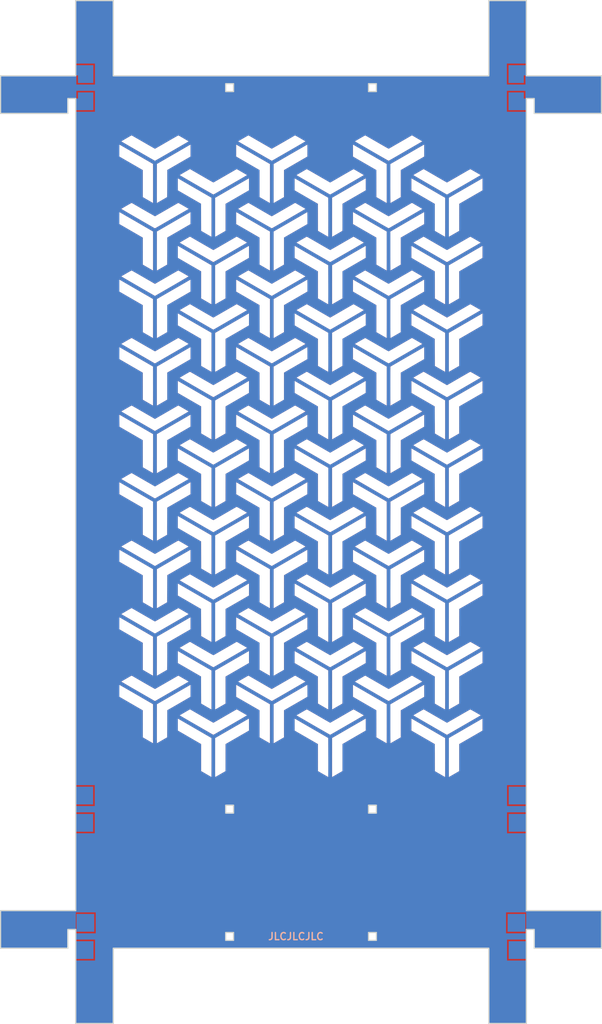
<source format=kicad_pcb>
(kicad_pcb (version 20171130) (host pcbnew "(5.1.6)-1")
  (layers (0 F.Cu signal) (31 B.Cu signal) (34 B.Paste user) (35 F.Paste user) (36 B.SilkS user) (37 F.SilkS user) (38 B.Mask user) (39 F.Mask user) (44 Edge.Cuts user))
  (net 0 "")
  (module "G-lib:Side 1 Lantern mask - back" (layer F.Cu) (at 109.96 131.51)
    (fp_text reference G*** hide)
    (fp_text value LOGO hide)
  )
  (module "G-lib:Side 1 Lantern - Back" (layer B.Cu) (at 109.95 131.51)
    (fp_text reference G*** hide)
    (fp_text value LOGO hide)
    (fp_poly (pts (xy 47.27575 57.541583) (xy 47.281157 59.388375) (xy 47.286565 61.235167) (xy 43.582166 61.235167) (xy 43.582166 57.530767) (xy 47.27575 57.541583)) (layer B.Cu) (width 0.01))
    (fp_poly (pts (xy -43.582167 61.235167) (xy -47.286566 61.235167) (xy -47.27575 57.541583) (xy -45.428959 57.536175) (xy -43.582167 57.530767) (xy -43.582167 61.235167)) (layer B.Cu) (width 0.01))
    (fp_poly (pts (xy 47.281157 65.092792) (xy 47.27575 66.939583) (xy 43.582166 66.950399) (xy 43.582166 63.246) (xy 47.286565 63.246) (xy 47.281157 65.092792)) (layer B.Cu) (width 0.01))
    (fp_poly (pts (xy -43.582167 66.950167) (xy -45.420139 66.950167) (xy -45.695417 66.950008) (xy -45.958525 66.949547) (xy -46.20639 66.948807) (xy -46.43594 66.947812) (xy -46.644104 66.946585) (xy -46.827808 66.945149) (xy -46.983981 66.943528) (xy -47.109549 66.941746) (xy -47.201442 66.939825) (xy -47.256586 66.937789) (xy -47.272223 66.936055) (xy -47.274335 66.913248) (xy -47.276351 66.851181) (xy -47.278249 66.752924) (xy -47.280003 66.621551) (xy -47.281592 66.460134) (xy -47.282992 66.271745) (xy -47.284178 66.059456) (xy -47.285129 65.82634) (xy -47.285819 65.575469) (xy -47.286227 65.309915) (xy -47.286334 65.083972) (xy -47.286334 63.246) (xy -43.582167 63.246) (xy -43.582167 66.950167)) (layer B.Cu) (width 0.01))
    (fp_poly (pts (xy 47.0535 87.884) (xy 43.3491 87.884) (xy 43.354508 86.037208) (xy 43.359916 84.190417) (xy 47.0535 84.179601) (xy 47.0535 87.884)) (layer B.Cu) (width 0.01))
    (fp_poly (pts (xy -45.206709 84.185009) (xy -43.359917 84.190417) (xy -43.354509 86.037208) (xy -43.349101 87.884) (xy -47.0535 87.884) (xy -47.0535 84.179601) (xy -45.206709 84.185009)) (layer B.Cu) (width 0.01))
    (fp_poly (pts (xy 47.281157 91.741625) (xy 47.27575 93.588417) (xy 45.428958 93.593824) (xy 43.582166 93.599232) (xy 43.582166 89.894833) (xy 47.286565 89.894833) (xy 47.281157 91.741625)) (layer B.Cu) (width 0.01))
    (fp_poly (pts (xy -43.508084 93.588417) (xy -45.354875 93.593824) (xy -47.201667 93.599232) (xy -47.201667 89.894833) (xy -43.497268 89.894833) (xy -43.508084 93.588417)) (layer B.Cu) (width 0.01))
    (fp_poly (pts (xy -39.348834 -91.334167) (xy 39.391166 -91.334167) (xy 39.391166 -107.082167) (xy 47.265166 -107.082167) (xy 47.265166 -93.9165) (xy 43.18 -93.9165) (xy 43.18 -89.513833) (xy 47.096264 -89.513833) (xy 47.08525 -91.429417) (xy 46.910625 -91.435565) (xy 46.735999 -91.441712) (xy 46.736 -90.647106) (xy 46.736 -89.8525) (xy 43.539833 -89.8525) (xy 43.539833 -93.556667) (xy 47.244 -93.556667) (xy 47.244 -91.334167) (xy 63.013166 -91.334167) (xy 63.013166 -83.460167) (xy 48.916166 -83.460167) (xy 48.916166 -86.571667) (xy 47.244 -86.571667) (xy 47.244 -84.158667) (xy 43.539833 -84.158667) (xy 43.539833 -87.862833) (xy 46.736 -87.862833) (xy 46.736 -86.592833) (xy 47.095833 -86.592833) (xy 47.095833 -88.2015) (xy 43.179803 -88.2015) (xy 43.185193 -86.005458) (xy 43.190583 -83.809417) (xy 45.227875 -83.804019) (xy 47.265166 -83.798622) (xy 47.265166 57.192333) (xy 43.222333 57.192333) (xy 43.222333 61.595) (xy 47.265166 61.595) (xy 47.265166 62.886167) (xy 43.222333 62.886167) (xy 43.222333 67.288833) (xy 47.265166 67.288833) (xy 47.265166 83.481333) (xy 63.013166 83.481333) (xy 63.013166 91.3765) (xy 48.916166 91.3765) (xy 48.916166 87.4395) (xy 47.244 87.4395) (xy 47.244 83.841167) (xy 43.010666 83.841167) (xy 43.010666 88.243833) (xy 47.265166 88.243833) (xy 47.265166 89.535) (xy 43.222333 89.535) (xy 43.222333 93.937667) (xy 47.265166 93.937667) (xy 47.265166 107.1245) (xy 39.391166 107.1245) (xy 39.391166 91.3765) (xy -39.348777 91.3765) (xy -39.354097 99.245208) (xy -39.359417 107.113917) (xy -43.287542 107.119264) (xy -43.692209 107.119739) (xy -44.085524 107.120054) (xy -44.465397 107.120213) (xy -44.829737 107.120219) (xy -45.176453 107.120079) (xy -45.503457 107.119797) (xy -45.808657 107.119377) (xy -46.089964 107.118824) (xy -46.345287 107.118144) (xy -46.572535 107.117339) (xy -46.76962 107.116416) (xy -46.93445 107.115378) (xy -47.064936 107.114231) (xy -47.158987 107.112979) (xy -47.214513 107.111627) (xy -47.229834 107.110444) (xy -47.230964 107.088405) (xy -47.232071 107.025644) (xy -47.233151 106.923774) (xy -47.2342 106.784406) (xy -47.235215 106.609153) (xy -47.236192 106.399627) (xy -47.237129 106.157438) (xy -47.238021 105.8842) (xy -47.238865 105.581525) (xy -47.239657 105.251024) (xy -47.240394 104.894308) (xy -47.241074 104.512992) (xy -47.241691 104.108685) (xy -47.242243 103.683) (xy -47.242726 103.23755) (xy -47.243137 102.773945) (xy -47.243473 102.293798) (xy -47.243729 101.798722) (xy -47.243903 101.290327) (xy -47.24399 100.770226) (xy -47.244 100.516972) (xy -47.244 93.937667) (xy -43.158834 93.937667) (xy -43.158834 89.535) (xy -47.244 89.535) (xy -47.244 88.243833) (xy -43.010667 88.243833) (xy -43.010667 88.0745) (xy -15.790334 88.0745) (xy -15.790334 89.704333) (xy -14.139334 89.704333) (xy -14.139334 88.0745) (xy 14.1605 88.0745) (xy 14.1605 89.704333) (xy 15.8115 89.704333) (xy 15.8115 88.0745) (xy 14.1605 88.0745) (xy -14.139334 88.0745) (xy -15.790334 88.0745) (xy -43.010667 88.0745) (xy -43.010667 83.841167) (xy -47.201428 83.841167) (xy -47.21225 87.428917) (xy -48.042933 87.434454) (xy -48.873615 87.439991) (xy -48.884417 91.365917) (xy -62.981417 91.365917) (xy -62.986765 87.423625) (xy -62.992111 83.481333) (xy -47.244 83.481333) (xy -47.244 67.288833) (xy -43.222334 67.288833) (xy -43.222334 62.886167) (xy -47.244 62.886167) (xy -47.244 61.595) (xy -43.222334 61.595) (xy -43.222334 61.4045) (xy -15.790334 61.4045) (xy -15.790334 63.0555) (xy -14.139334 63.0555) (xy -14.139334 61.4045) (xy 14.1605 61.4045) (xy 14.1605 63.0555) (xy 15.8115 63.0555) (xy 15.8115 61.4045) (xy 14.1605 61.4045) (xy -14.139334 61.4045) (xy -15.790334 61.4045) (xy -43.222334 61.4045) (xy -43.222334 57.192548) (xy -45.227875 57.187149) (xy -47.233417 57.18175) (xy -47.234899 37.439774) (xy -38.078834 37.439774) (xy -38.078834 38.709243) (xy -35.681709 40.090656) (xy -35.387131 40.260467) (xy -35.102074 40.424892) (xy -34.828757 40.582646) (xy -34.569398 40.732444) (xy -34.326215 40.873002) (xy -34.101428 41.003034) (xy -33.897255 41.121256) (xy -33.715914 41.226383) (xy -33.559624 41.31713) (xy -33.430602 41.392213) (xy -33.331069 41.450347) (xy -33.263242 41.490247) (xy -33.229339 41.510629) (xy -33.226452 41.512504) (xy -33.168321 41.55294) (xy -33.162952 44.37906) (xy -33.157584 47.20518) (xy -32.078453 47.82784) (xy -31.883138 47.940483) (xy -31.699006 48.046573) (xy -31.529277 48.144259) (xy -31.377172 48.231695) (xy -31.245912 48.307031) (xy -31.138715 48.36842) (xy -31.058804 48.414012) (xy -31.009397 48.44196) (xy -30.993662 48.4505) (xy -30.993096 48.429672) (xy -30.992556 48.368548) (xy -30.992043 48.269161) (xy -30.99156 48.133549) (xy -30.99111 47.963747) (xy -30.990694 47.761791) (xy -30.990315 47.529717) (xy -30.989976 47.269561) (xy -30.989678 46.983358) (xy -30.989424 46.673145) (xy -30.989217 46.340957) (xy -30.989058 45.988831) (xy -30.988968 45.678559) (xy -30.221637 45.678559) (xy -30.221508 46.075037) (xy -30.221179 46.446341) (xy -30.220652 46.790968) (xy -30.219935 47.107412) (xy -30.219031 47.39417) (xy -30.217946 47.649737) (xy -30.216685 47.872608) (xy -30.215252 48.061278) (xy -30.213654 48.214244) (xy -30.211894 48.329999) (xy -30.209978 48.407041) (xy -30.207912 48.443863) (xy -30.207032 48.44699) (xy -30.18572 48.435396) (xy -30.13103 48.404487) (xy -30.046231 48.356138) (xy -29.934591 48.292224) (xy -29.79938 48.214623) (xy -29.643867 48.125209) (xy -29.47132 48.025859) (xy -29.285009 47.91845) (xy -29.106635 47.8155) (xy -28.025312 47.191083) (xy -28.021362 45.197642) (xy -25.819952 45.197642) (xy -25.819429 45.356799) (xy -25.818268 45.485735) (xy -25.816411 45.587477) (xy -25.813801 45.665052) (xy -25.81038 45.721489) (xy -25.806091 45.759813) (xy -25.800876 45.783054) (xy -25.794677 45.794238) (xy -25.793808 45.794955) (xy -25.772122 45.808054) (xy -25.715942 45.841049) (xy -25.627442 45.89268) (xy -25.508797 45.961688) (xy -25.362181 46.046813) (xy -25.189767 46.146796) (xy -24.993731 46.260377) (xy -24.776247 46.386296) (xy -24.539488 46.523295) (xy -24.285629 46.670113) (xy -24.016844 46.825491) (xy -23.735308 46.988169) (xy -23.443194 47.156888) (xy -23.348832 47.211374) (xy -20.933834 48.605754) (xy -20.933834 54.264871) (xy -19.849042 54.892122) (xy -19.652932 55.005372) (xy -19.467696 55.112064) (xy -19.29658 55.210345) (xy -19.142833 55.298365) (xy -19.0097 55.37427) (xy -18.900429 55.43621) (xy -18.818267 55.482333) (xy -18.766462 55.510787) (xy -18.748375 55.519769) (xy -18.746774 55.498983) (xy -18.745217 55.437901) (xy -18.743712 55.33856) (xy -18.742267 55.202998) (xy -18.740891 55.033253) (xy -18.73959 54.831363) (xy -18.738373 54.599363) (xy -18.737249 54.339293) (xy -18.736223 54.05319) (xy -18.735306 53.74309) (xy -18.734504 53.411032) (xy -18.733825 53.059053) (xy -18.733278 52.689191) (xy -18.73287 52.303483) (xy -18.732609 51.903966) (xy -18.732503 51.492678) (xy -18.7325 51.426691) (xy -18.7325 47.337368) (xy -17.991667 47.337368) (xy -17.991667 51.428767) (xy -17.991576 51.84163) (xy -17.99131 52.243048) (xy -17.990878 52.630981) (xy -17.990287 53.003392) (xy -17.989548 53.358243) (xy -17.988669 53.693495) (xy -17.987658 54.00711) (xy -17.986526 54.29705) (xy -17.98528 54.561276) (xy -17.98393 54.797751) (xy -17.982484 55.004435) (xy -17.980951 55.179291) (xy -17.979341 55.320281) (xy -17.977661 55.425365) (xy -17.975922 55.492507) (xy -17.974131 55.519667) (xy -17.973852 55.520167) (xy -17.952776 55.509866) (xy -17.898337 55.480201) (xy -17.813803 55.433028) (xy -17.70244 55.370201) (xy -17.567518 55.293575) (xy -17.412302 55.205007) (xy -17.240062 55.106351) (xy -17.054066 54.999462) (xy -16.878477 54.898259) (xy -15.800917 54.276352) (xy -15.795549 51.449479) (xy -15.79018 48.622606) (xy -15.732049 48.582544) (xy -15.706839 48.5672) (xy -15.647167 48.532004) (xy -15.555253 48.478241) (xy -15.433312 48.407197) (xy -15.283562 48.320157) (xy -15.108221 48.218405) (xy -14.909508 48.103227) (xy -14.689638 47.975908) (xy -14.45083 47.837734) (xy -14.195301 47.689989) (xy -13.92527 47.533959) (xy -13.642952 47.370929) (xy -13.350567 47.202184) (xy -13.276792 47.159621) (xy -10.879667 45.776761) (xy -10.879667 44.508366) (xy -10.879989 44.244322) (xy -10.880932 44.006372) (xy -10.882461 43.796713) (xy -10.884542 43.61754) (xy -10.887141 43.471051) (xy -10.890224 43.359443) (xy -10.893756 43.284912) (xy -10.897703 43.249655) (xy -10.899356 43.247028) (xy -10.919402 43.258165) (xy -10.974326 43.289452) (xy -11.062349 43.339861) (xy -11.18169 43.408368) (xy -11.330569 43.493947) (xy -11.507207 43.595573) (xy -11.709824 43.71222) (xy -11.936641 43.842864) (xy -12.185877 43.986479) (xy -12.455752 44.142039) (xy -12.744488 44.308519) (xy -13.050304 44.484893) (xy -13.37142 44.670138) (xy -13.706057 44.863226) (xy -14.052435 45.063133) (xy -14.408774 45.268833) (xy -14.455356 45.295725) (xy -17.991667 47.337368) (xy -18.7325 47.337368) (xy -18.7325 47.333215) (xy -25.81275 43.244217) (xy -25.818268 44.508567) (xy -25.819314 44.776553) (xy -25.819894 45.005236) (xy -25.819952 45.197642) (xy -28.021362 45.197642) (xy -28.01619 42.587333) (xy -25.442274 42.587333) (xy -25.424234 42.598825) (xy -25.371295 42.630453) (xy -25.285224 42.681191) (xy -25.167788 42.750015) (xy -25.020752 42.835897) (xy -24.845882 42.937811) (xy -24.644946 43.054733) (xy -24.419708 43.185636) (xy -24.171936 43.329495) (xy -23.903395 43.485283) (xy -23.615852 43.651974) (xy -23.311072 43.828543) (xy -22.990823 44.013964) (xy -22.656869 44.207211) (xy -22.310978 44.407258) (xy -21.954915 44.613079) (xy -21.902165 44.643562) (xy -18.362084 46.689207) (xy -18.298584 46.653141) (xy -18.273995 46.639008) (xy -18.214568 46.604766) (xy -18.122128 46.551469) (xy -17.998503 46.480168) (xy -17.845516 46.391919) (xy -17.664995 46.287775) (xy -17.458766 46.168789) (xy -17.228653 46.036014) (xy -16.976483 45.890505) (xy -16.704082 45.733315) (xy -16.413275 45.565497) (xy -16.105889 45.388106) (xy -15.783748 45.202193) (xy -15.44868 45.008814) (xy -15.10251 44.809021) (xy -14.758459 44.610445) (xy -14.404237 44.40591) (xy -14.059951 44.206943) (xy -13.727383 44.014582) (xy -13.408316 43.829863) (xy -13.104535 43.653826) (xy -12.817822 43.487509) (xy -12.549962 43.331948) (xy -12.302737 43.188182) (xy -12.077931 43.057249) (xy -11.877328 42.940186) (xy -11.702711 42.838033) (xy -11.555863 42.751825) (xy -11.438568 42.682602) (xy -11.352609 42.631401) (xy -11.29977 42.599261) (xy -11.281834 42.587223) (xy -11.299665 42.573951) (xy -11.35103 42.541515) (xy -11.432735 42.491806) (xy -11.541588 42.426714) (xy -11.674394 42.348128) (xy -11.827961 42.257939) (xy -11.999096 42.158036) (xy -12.184605 42.05031) (xy -12.370351 41.94296) (xy -13.458869 41.315289) (xy -15.861409 42.702525) (xy -16.156061 42.872609) (xy -16.441132 43.037069) (xy -16.714415 43.194636) (xy -16.973706 43.344042) (xy -17.216797 43.484018) (xy -17.441482 43.613298) (xy -17.645557 43.730613) (xy -17.826814 43.834695) (xy -17.983048 43.924276) (xy -18.112052 43.998088) (xy -18.211622 44.054864) (xy -18.27955 44.093334) (xy -18.313631 44.112232) (xy -18.316751 44.113818) (xy -18.326306 44.116113) (xy -18.340303 44.115065) (xy -18.360595 44.109645) (xy -18.389034 44.098824) (xy -18.427474 44.081571) (xy -18.477767 44.056858) (xy -18.541768 44.023656) (xy -18.621328 43.980934) (xy -18.718301 43.927664) (xy -18.83454 43.862817) (xy -18.971898 43.785361) (xy -19.132228 43.69427) (xy -19.317383 43.588512) (xy -19.529216 43.467058) (xy -19.769581 43.32888) (xy -20.040329 43.172948) (xy -20.343315 42.998232) (xy -20.680391 42.803703) (xy -20.814131 42.726494) (xy -23.25871 41.315111) (xy -24.350506 41.945931) (xy -24.546873 42.05956) (xy -24.731902 42.166965) (xy -24.90241 42.266274) (xy -25.055214 42.355617) (xy -25.187131 42.433125) (xy -25.294976 42.496926) (xy -25.375566 42.545151) (xy -25.425719 42.575929) (xy -25.442274 42.587333) (xy -28.01619 42.587333) (xy -28.014084 41.524821) (xy -23.14575 38.716821) (xy -23.140294 37.445327) (xy -23.139472 37.217672) (xy -23.138999 37.00308) (xy -23.138863 36.805208) (xy -23.139051 36.627712) (xy -23.139552 36.474247) (xy -23.140354 36.348471) (xy -23.141445 36.254039) (xy -23.142813 36.194608) (xy -23.144445 36.173834) (xy -23.144455 36.173833) (xy -23.16347 36.184254) (xy -23.217363 36.214835) (xy -23.304362 36.264554) (xy -23.42269 36.33239) (xy -23.570575 36.417321) (xy -23.746243 36.518324) (xy -23.947918 36.634378) (xy -24.173828 36.764462) (xy -24.422197 36.907552) (xy -24.691252 37.062627) (xy -24.979219 37.228666) (xy -25.284323 37.404647) (xy -25.604791 37.589547) (xy -25.938848 37.782344) (xy -26.28472 37.982018) (xy -26.640633 38.187545) (xy -26.684745 38.213022) (xy -30.215417 40.25221) (xy -30.220762 44.353137) (xy -30.221269 44.816105) (xy -30.221558 45.258414) (xy -30.221637 45.678559) (xy -30.988968 45.678559) (xy -30.98895 45.618802) (xy -30.988895 45.232905) (xy -30.988896 44.833178) (xy -30.988955 44.421655) (xy -30.988971 44.349458) (xy -30.989941 40.248417) (xy -34.513885 38.216417) (xy -34.870812 38.010628) (xy -35.218009 37.810496) (xy -35.553692 37.617049) (xy -35.876076 37.431313) (xy -36.183378 37.254313) (xy -36.473813 37.087077) (xy -36.745597 36.930632) (xy -36.996946 36.786002) (xy -37.226075 36.654215) (xy -37.4312 36.536298) (xy -37.610537 36.433277) (xy -37.762302 36.346178) (xy -37.88471 36.276027) (xy -37.975977 36.223852) (xy -38.034318 36.190678) (xy -38.05795 36.177533) (xy -38.058332 36.177361) (xy -38.062918 36.196651) (xy -38.066966 36.257031) (xy -38.070457 36.357262) (xy -38.073369 36.496103) (xy -38.075682 36.672315) (xy -38.077377 36.884658) (xy -38.078434 37.131892) (xy -38.078831 37.412777) (xy -38.078834 37.439774) (xy -47.234899 37.439774) (xy -47.235043 35.517667) (xy -37.696494 35.517667) (xy -37.678437 35.529142) (xy -37.625464 35.560725) (xy -37.539341 35.611392) (xy -37.421833 35.68012) (xy -37.274706 35.765883) (xy -37.099727 35.867659) (xy -36.898661 35.984424) (xy -36.673275 36.115155) (xy -36.425333 36.258827) (xy -36.156603 36.414418) (xy -35.868849 36.580902) (xy -35.563838 36.757258) (xy -35.243336 36.94246) (xy -34.909109 37.135485) (xy -34.562923 37.335311) (xy -34.206543 37.540912) (xy -34.149855 37.573606) (xy -30.603314 39.618961) (xy -30.19515 39.383356) (xy -30.132209 39.347023) (xy -30.034822 39.290806) (xy -29.905205 39.215984) (xy -29.745575 39.123835) (xy -29.558147 39.01564) (xy -29.34514 38.892679) (xy -29.108768 38.75623) (xy -28.85125 38.607573) (xy -28.5748 38.447988) (xy -28.281637 38.278754) (xy -27.973976 38.101151) (xy -27.654034 37.916459) (xy -27.324027 37.725956) (xy -26.986172 37.530923) (xy -26.651973 37.338) (xy -26.315869 37.143916) (xy -25.989793 36.955504) (xy -25.675621 36.773853) (xy -25.375232 36.600053) (xy -25.090503 36.435196) (xy -24.823311 36.28037) (xy -24.575536 36.136667) (xy -24.349053 36.005177) (xy -24.145741 35.886989) (xy -23.967478 35.783195) (xy -23.816141 35.694883) (xy -23.693607 35.623146) (xy -23.601755 35.569072) (xy -23.542462 35.533752) (xy -23.517605 35.518276) (xy -23.51693 35.517667) (xy -23.534616 35.506139) (xy -23.585091 35.475719) (xy -23.664472 35.42866) (xy -23.768876 35.367217) (xy -23.894419 35.293644) (xy -24.037219 35.210197) (xy -24.193391 35.119129) (xy -24.359053 35.022694) (xy -24.53032 34.923148) (xy -24.703311 34.822745) (xy -24.874141 34.723739) (xy -25.038927 34.628384) (xy -25.193785 34.538936) (xy -25.334833 34.457648) (xy -25.458187 34.386776) (xy -25.559963 34.328572) (xy -25.636279 34.285293) (xy -25.683251 34.259192) (xy -25.696161 34.252526) (xy -25.715768 34.262224) (xy -25.769858 34.291912) (xy -25.856282 34.340361) (xy -25.972894 34.406341) (xy -26.117545 34.488622) (xy -26.288087 34.585974) (xy -26.482373 34.697168) (xy -26.698254 34.820973) (xy -26.933582 34.95616) (xy -27.18621 35.1015) (xy -27.45399 35.255762) (xy -27.734774 35.417717) (xy -28.026413 35.586134) (xy -28.131797 35.64704) (xy -28.427184 35.81772) (xy -28.712729 35.982571) (xy -28.98626 36.140347) (xy -29.245606 36.289801) (xy -29.488596 36.429687) (xy -29.71306 36.558758) (xy -29.916825 36.675769) (xy -30.097721 36.779471) (xy -30.253577 36.86862) (xy -30.382222 36.941969) (xy -30.481484 36.998271) (xy -30.549193 37.03628) (xy -30.583177 37.05475) (xy -30.586667 37.056358) (xy -30.608631 37.047062) (xy -30.665055 37.017754) (xy -30.75378 36.969655) (xy -30.872644 36.90399) (xy -31.019487 36.821981) (xy -31.192147 36.724852) (xy -31.388466 36.613825) (xy -31.60628 36.490124) (xy -31.843431 36.354971) (xy -32.097757 36.209591) (xy -32.367097 36.055205) (xy -32.649291 35.893038) (xy -32.942178 35.724311) (xy -33.061252 35.655599) (xy -35.387282 34.312713) (xy -30.226108 34.312713) (xy -30.178429 34.287629) (xy -30.151585 34.272593) (xy -30.091566 34.238392) (xy -30.001857 34.187028) (xy -29.885943 34.120504) (xy -29.747311 34.040823) (xy -29.589445 33.949987) (xy -29.41583 33.849999) (xy -29.229952 33.742863) (xy -29.104167 33.670316) (xy -28.91292 33.559887) (xy -28.732322 33.455412) (xy -28.565768 33.358869) (xy -28.416655 33.272236) (xy -28.28838 33.197491) (xy -28.184339 33.136612) (xy -28.107928 33.091577) (xy -28.062545 33.064364) (xy -28.051202 33.0571) (xy -28.047269 33.045853) (xy -28.043683 33.017473) (xy -28.040424 32.970177) (xy -28.037472 32.902187) (xy -28.034807 32.811723) (xy -28.03241 32.697004) (xy -28.030259 32.556251) (xy -28.028337 32.387684) (xy -28.026622 32.189522) (xy -28.025095 31.959986) (xy -28.023736 31.697296) (xy -28.022526 31.399672) (xy -28.021443 31.065335) (xy -28.02047 30.692503) (xy -28.019783 30.371992) (xy -25.823334 30.371992) (xy -25.823334 31.639818) (xy -23.383875 33.048567) (xy -20.944417 34.457317) (xy -20.933681 40.121977) (xy -19.848966 40.7502) (xy -19.652893 40.863625) (xy -19.467689 40.970508) (xy -19.296598 41.068993) (xy -19.142867 41.157223) (xy -19.009741 41.233343) (xy -18.900466 41.295496) (xy -18.818288 41.341826) (xy -18.766453 41.370476) (xy -18.748322 41.379628) (xy -18.746743 41.358924) (xy -18.745261 41.297922) (xy -18.743882 41.198658) (xy -18.74261 41.063169) (xy -18.741451 40.89349) (xy -18.74041 40.691656) (xy -18.739492 40.459703) (xy -18.738703 40.199668) (xy -18.738047 39.913586) (xy -18.737531 39.603493) (xy -18.737159 39.271424) (xy -18.736937 38.919415) (xy -18.73687 38.549503) (xy -18.736963 38.163722) (xy -18.737221 37.764109) (xy -18.73765 37.3527) (xy -18.737739 37.282661) (xy -18.743071 33.194402) (xy -17.991667 33.194402) (xy -17.991667 37.289882) (xy -17.991642 37.782635) (xy -17.991558 38.23476) (xy -17.991401 38.647962) (xy -17.991158 39.023945) (xy -17.990816 39.364413) (xy -17.990361 39.671073) (xy -17.98978 39.945629) (xy -17.989059 40.189786) (xy -17.988185 40.405248) (xy -17.987145 40.593721) (xy -17.985925 40.756909) (xy -17.984511 40.896517) (xy -17.982891 41.01425) (xy -17.981051 41.111814) (xy -17.978977 41.190912) (xy -17.976656 41.25325) (xy -17.974075 41.300532) (xy -17.97122 41.334464) (xy -17.968078 41.35675) (xy -17.964635 41.369096) (xy -17.960879 41.373205) (xy -17.959538 41.373033) (xy -17.935775 41.360457) (xy -17.878706 41.328603) (xy -17.791672 41.27938) (xy -17.678017 41.214698) (xy -17.541084 41.136465) (xy -17.384216 41.046592) (xy -17.210754 40.946988) (xy -17.024044 40.839561) (xy -16.858872 40.744363) (xy -15.790334 40.128022) (xy -15.790334 37.437024) (xy -13.589 37.437024) (xy -13.589 38.704744) (xy -11.133667 40.121873) (xy -8.678334 41.539001) (xy -8.678334 47.197761) (xy -7.593542 47.823803) (xy -7.397386 47.936861) (xy -7.21211 48.043366) (xy -7.040963 48.141471) (xy -6.887195 48.229325) (xy -6.754054 48.30508) (xy -6.644791 48.366886) (xy -6.562654 48.412894) (xy -6.510894 48.441255) (xy -6.492875 48.450172) (xy -6.491274 48.429379) (xy -6.489717 48.368289) (xy -6.488212 48.268942) (xy -6.486767 48.133374) (xy -6.48539 47.963623) (xy -6.48409 47.761727) (xy -6.482873 47.529723) (xy -6.481748 47.269649) (xy -6.480723 46.983543) (xy -6.479806 46.673441) (xy -6.479003 46.341383) (xy -6.478325 45.989404) (xy -6.478235 45.928344) (xy -5.732098 45.928344) (xy -5.732086 46.283558) (xy -5.731958 46.619182) (xy -5.731718 46.933179) (xy -5.731368 47.223512) (xy -5.730913 47.488146) (xy -5.730353 47.725043) (xy -5.729694 47.932167) (xy -5.728937 48.107481) (xy -5.728086 48.248949) (xy -5.727143 48.354534) (xy -5.726113 48.4222) (xy -5.724997 48.449909) (xy -5.724803 48.4505) (xy -5.704902 48.44021) (xy -5.651582 48.410568) (xy -5.568069 48.363417) (xy -5.457589 48.300599) (xy -5.323368 48.223956) (xy -5.168635 48.13533) (xy -4.996614 48.036564) (xy -4.810532 47.929499) (xy -4.624082 47.822018) (xy -3.534834 47.193536) (xy -3.534834 44.948737) (xy -1.329268 44.948737) (xy -1.328922 45.147213) (xy -1.328089 45.325585) (xy -1.326799 45.480127) (xy -1.325085 45.607115) (xy -1.322976 45.702825) (xy -1.320503 45.76353) (xy -1.317794 45.785439) (xy -1.297835 45.797654) (xy -1.243355 45.829769) (xy -1.156505 45.880537) (xy -1.039438 45.948711) (xy -0.894306 46.033045) (xy -0.723259 46.132291) (xy -0.528451 46.245202) (xy -0.312032 46.370531) (xy -0.076155 46.507031) (xy 0.177029 46.653456) (xy 0.445367 46.808558) (xy 0.726709 46.971091) (xy 1.018901 47.139806) (xy 1.127125 47.202274) (xy 3.556 48.604135) (xy 3.556 54.262183) (xy 4.640791 54.88994) (xy 4.83689 55.00329) (xy 5.022119 55.110101) (xy 5.193231 55.208521) (xy 5.346979 55.296692) (xy 5.480116 55.37276) (xy 5.589397 55.434869) (xy 5.671573 55.481165) (xy 5.723399 55.509792) (xy 5.741511 55.518932) (xy 5.74309 55.498231) (xy 5.744572 55.437232) (xy 5.745951 55.337971) (xy 5.747223 55.202484) (xy 5.748382 55.032807) (xy 5.749423 54.830974) (xy 5.750341 54.599023) (xy 5.75113 54.338988) (xy 5.751786 54.052906) (xy 5.752302 53.742811) (xy 5.752674 53.41074) (xy 5.75271 53.353068) (xy 6.52335 53.353068) (xy 6.523451 53.688703) (xy 6.52366 54.002712) (xy 6.523976 54.293058) (xy 6.524394 54.557704) (xy 6.524912 54.794615) (xy 6.525528 55.001752) (xy 6.526238 55.177081) (xy 6.52704 55.318564) (xy 6.527931 55.424164) (xy 6.528909 55.491846) (xy 6.52997 55.519573) (xy 6.530156 55.520167) (xy 6.549956 55.509875) (xy 6.603177 55.480228) (xy 6.686595 55.433068) (xy 6.796988 55.370237) (xy 6.931132 55.293576) (xy 7.085803 55.204928) (xy 7.257779 55.106134) (xy 7.443837 54.999037) (xy 7.630876 54.891177) (xy 8.720666 54.262188) (xy 8.720666 48.603572) (xy 11.165416 47.191312) (xy 13.610166 45.779051) (xy 13.610166 44.511276) (xy 13.610033 44.28396) (xy 13.609648 44.069714) (xy 13.609037 43.872199) (xy 13.608222 43.695075) (xy 13.607228 43.542006) (xy 13.606077 43.416652) (xy 13.604795 43.322676) (xy 13.603404 43.263738) (xy 13.60194 43.2435) (xy 13.583067 43.25392) (xy 13.529314 43.2845) (xy 13.442453 43.334217) (xy 13.324257 43.402051) (xy 13.1765 43.48698) (xy 13.000954 43.587981) (xy 12.799391 43.704034) (xy 12.573586 43.834116) (xy 12.325311 43.977207) (xy 12.056339 44.132284) (xy 11.768442 44.298327) (xy 11.463394 44.474312) (xy 11.142968 44.659219) (xy 10.808936 44.852026) (xy 10.463072 45.051712) (xy 10.107148 45.257255) (xy 10.061815 45.283437) (xy 6.529916 47.323375) (xy 6.524571 51.421771) (xy 6.524088 51.834991) (xy 6.523727 52.236767) (xy 6.523485 52.625063) (xy 6.523361 52.997842) (xy 6.52335 53.353068) (xy 5.75271 53.353068) (xy 5.752896 53.058728) (xy 5.752964 52.688811) (xy 5.752871 52.303025) (xy 5.752613 51.903405) (xy 5.752184 51.491988) (xy 5.752095 51.421696) (xy 5.74675 47.323225) (xy 2.211916 45.282754) (xy -1.322917 43.242284) (xy -1.328377 44.506374) (xy -1.329097 44.733883) (xy -1.329268 44.948737) (xy -3.534834 44.948737) (xy -3.534834 42.587333) (xy -0.951707 42.587333) (xy -0.933698 42.59925) (xy -0.881128 42.630989) (xy -0.796154 42.681309) (xy -0.680934 42.748964) (xy -0.537627 42.832712) (xy -0.36839 42.93131) (xy -0.175381 43.043512) (xy 0.039242 43.168077) (xy 0.273321 43.303761) (xy 0.524698 43.449319) (xy 0.791216 43.603509) (xy 1.070716 43.765087) (xy 1.361041 43.932809) (xy 1.660032 44.105432) (xy 1.965532 44.281713) (xy 2.275383 44.460407) (xy 2.587427 44.640272) (xy 2.899506 44.820064) (xy 3.209462 44.998539) (xy 3.515138 45.174454) (xy 3.814375 45.346565) (xy 4.105015 45.513629) (xy 4.384901 45.674402) (xy 4.651875 45.827641) (xy 4.903779 45.972102) (xy 5.138454 46.106542) (xy 5.353744 46.229717) (xy 5.54749 46.340383) (xy 5.717534 46.437298) (xy 5.861718 46.519217) (xy 5.977885 46.584898) (xy 6.063876 46.633096) (xy 6.117534 46.662568) (xy 6.136612 46.672089) (xy 6.157714 46.661707) (xy 6.213677 46.631159) (xy 6.302714 46.581466) (xy 6.423036 46.513652) (xy 6.572858 46.428739) (xy 6.75039 46.32775) (xy 6.953846 46.211708) (xy 7.181439 46.081634) (xy 7.431379 45.938552) (xy 7.701881 45.783485) (xy 7.991156 45.617454) (xy 8.297418 45.441482) (xy 8.618877 45.256592) (xy 8.953748 45.063807) (xy 9.300241 44.864148) (xy 9.656571 44.65864) (xy 9.697179 44.635208) (xy 10.054153 44.429163) (xy 10.401209 44.228737) (xy 10.736576 44.034957) (xy 11.058485 43.84885) (xy 11.365166 43.671442) (xy 11.654851 43.503758) (xy 11.925768 43.346827) (xy 12.176149 43.201673) (xy 12.404225 43.069324) (xy 12.608225 42.950806) (xy 12.78638 42.847145) (xy 12.936921 42.759367) (xy 13.058078 42.6885) (xy 13.148081 42.635568) (xy 13.205161 42.6016) (xy 13.227549 42.58762) (xy 13.22782 42.587333) (xy 13.210029 42.57511) (xy 13.158805 42.54374) (xy 13.077431 42.49515) (xy 12.969191 42.431265) (xy 12.837368 42.35401) (xy 12.685244 42.265312) (xy 12.516103 42.167097) (xy 12.333228 42.06129) (xy 12.199398 41.984083) (xy 12.006478 41.872917) (xy 11.822998 41.767189) (xy 11.652522 41.668955) (xy 11.498618 41.580269) (xy 11.36485 41.503187) (xy 11.254787 41.439763) (xy 11.171993 41.392052) (xy 11.120035 41.362109) (xy 11.104628 41.353229) (xy 11.038384 41.315042) (xy 8.598668 42.723771) (xy 8.30243 42.894736) (xy 8.016191 43.05976) (xy 7.742102 43.217612) (xy 7.482311 43.36706) (xy 7.238969 43.506874) (xy 7.014225 43.635823) (xy 6.810228 43.752676) (xy 6.629129 43.856203) (xy 6.473075 43.945172) (xy 6.344218 44.018353) (xy 6.244707 44.074515) (xy 6.17669 44.112427) (xy 6.142318 44.130858) (xy 6.138483 44.1325) (xy 6.117998 44.122106) (xy 6.063018 44.091747) (xy 5.975694 44.042652) (xy 5.858177 43.976054) (xy 5.712616 43.893183) (xy 5.541161 43.79527) (xy 5.345962 43.683546) (xy 5.12917 43.559243) (xy 4.892934 43.423591) (xy 4.639405 43.277822) (xy 4.370733 43.123167) (xy 4.089068 42.960856) (xy 3.796559 42.792121) (xy 3.679405 42.724492) (xy 3.383389 42.553677) (xy 3.097467 42.38888) (xy 2.823781 42.231326) (xy 2.56447 42.082239) (xy 2.321678 41.942844) (xy 2.097546 41.814366) (xy 1.894215 41.69803) (xy 1.713827 41.59506) (xy 1.558524 41.506682) (xy 1.430446 41.43412) (xy 1.331735 41.378598) (xy 1.264534 41.341343) (xy 1.230983 41.323577) (xy 1.22747 41.3222) (xy 1.20146 41.336039) (xy 1.143604 41.368509) (xy 1.057786 41.417356) (xy 0.947889 41.480324) (xy 0.817797 41.55516) (xy 0.671393 41.639609) (xy 0.51256 41.731417) (xy 0.345182 41.828329) (xy 0.173141 41.92809) (xy 0.000322 42.028447) (xy -0.169393 42.127144) (xy -0.33212 42.221928) (xy -0.483977 42.310543) (xy -0.621078 42.390736) (xy -0.739542 42.460251) (xy -0.835485 42.516835) (xy -0.905024 42.558232) (xy -0.944275 42.582189) (xy -0.951707 42.587333) (xy -3.534834 42.587333) (xy -3.534834 41.534794) (xy 1.37566 38.70325) (xy 1.375746 37.438542) (xy 1.375495 37.211509) (xy 1.37474 36.99755) (xy 1.373529 36.80033) (xy 1.37191 36.623516) (xy 1.369929 36.470774) (xy 1.367635 36.345769) (xy 1.365074 36.252168) (xy 1.362295 36.193636) (xy 1.3594 36.173833) (xy 1.339688 36.184253) (xy 1.2851 36.214832) (xy 1.197414 36.264547) (xy 1.078407 36.332379) (xy 0.929858 36.417305) (xy 0.753544 36.518303) (xy 0.551243 36.634353) (xy 0.324733 36.764433) (xy 0.075792 36.90752) (xy -0.193802 37.062595) (xy -0.482272 37.228634) (xy -0.78784 37.404618) (xy -1.108727 37.589523) (xy -1.443157 37.78233) (xy -1.789351 37.982015) (xy -2.145531 38.187558) (xy -2.191308 38.213982) (xy -5.725584 40.254132) (xy -5.730929 44.352316) (xy -5.73141 44.765525) (xy -5.731763 45.167291) (xy -5.731991 45.555576) (xy -5.732098 45.928344) (xy -6.478235 45.928344) (xy -6.477777 45.619544) (xy -6.477369 45.233839) (xy -6.477108 44.834327) (xy -6.477003 44.423046) (xy -6.477 44.357304) (xy -6.477 40.264109) (xy -10.001324 38.228862) (xy -10.358379 38.022699) (xy -10.705813 37.822153) (xy -11.041833 37.628256) (xy -11.364651 37.442038) (xy -11.672475 37.264531) (xy -11.963515 37.096764) (xy -12.235979 36.93977) (xy -12.488078 36.794579) (xy -12.718021 36.662222) (xy -12.924017 36.54373) (xy -13.104276 36.440134) (xy -13.257007 36.352465) (xy -13.38042 36.281754) (xy -13.472723 36.229032) (xy -13.532127 36.19533) (xy -13.556841 36.181678) (xy -13.557324 36.18146) (xy -13.563958 36.182722) (xy -13.569612 36.194007) (xy -13.574362 36.218333) (xy -13.578285 36.258715) (xy -13.581455 36.31817) (xy -13.58395 36.399716) (xy -13.585846 36.506369) (xy -13.587218 36.641147) (xy -13.588142 36.807065) (xy -13.588696 37.007141) (xy -13.588954 37.244392) (xy -13.589 37.437024) (xy -15.790334 37.437024) (xy -15.790334 35.520904) (xy -13.182125 35.520904) (xy -13.163124 35.534182) (xy -13.109592 35.567193) (xy -13.023689 35.618693) (xy -12.907573 35.687441) (xy -12.763404 35.772193) (xy -12.593341 35.871708) (xy -12.399542 35.984742) (xy -12.184167 36.110052) (xy -11.949374 36.246397) (xy -11.697322 36.392533) (xy -11.430171 36.547218) (xy -11.150079 36.709209) (xy -10.859206 36.877264) (xy -10.559709 37.05014) (xy -10.253749 37.226594) (xy -9.943484 37.405384) (xy -9.631073 37.585267) (xy -9.318675 37.765) (xy -9.008449 37.943341) (xy -8.702554 38.119047) (xy -8.403149 38.290876) (xy -8.112393 38.457584) (xy -7.832445 38.61793) (xy -7.565463 38.770671) (xy -7.313607 38.914563) (xy -7.079036 39.048365) (xy -6.863909 39.170834) (xy -6.670384 39.280726) (xy -6.50062 39.3768) (xy -6.356778 39.457813) (xy -6.241015 39.522522) (xy -6.15549 39.569685) (xy -6.102362 39.598059) (xy -6.083844 39.606467) (xy -6.063387 39.594595) (xy -6.008058 39.562585) (xy -5.919645 39.511469) (xy -5.799935 39.44228) (xy -5.650716 39.35605) (xy -5.473775 39.253813) (xy -5.270901 39.136601) (xy -5.043879 39.005446) (xy -4.794498 38.861382) (xy -4.524546 38.70544) (xy -4.23581 38.538654) (xy -3.930077 38.362057) (xy -3.609135 38.17668) (xy -3.274772 37.983556) (xy -2.928775 37.783719) (xy -2.572931 37.578201) (xy -2.543269 37.56107) (xy -2.187023 37.35526) (xy -1.840699 37.155061) (xy -1.506068 36.961501) (xy -1.184904 36.77561) (xy -0.878979 36.598419) (xy -0.590066 36.430956) (xy -0.319936 36.274252) (xy -0.070362 36.129337) (xy 0.156883 35.99724) (xy 0.360027 35.87899) (xy 0.537298 35.775619) (xy 0.686922 35.688155) (xy 0.807129 35.617628) (xy 0.896144 35.565069) (xy 0.952196 35.531506) (xy 0.973512 35.51797) (xy 0.973666 35.517767) (xy 0.955845 35.505301) (xy 0.904506 35.473615) (xy 0.822834 35.424583) (xy 0.714014 35.360079) (xy 0.581233 35.281978) (xy 0.427675 35.192152) (xy 0.256527 35.092477) (xy 0.070973 34.984825) (xy -0.118097 34.875517) (xy -1.20986 34.245388) (xy -3.654488 35.656799) (xy -4.00461 35.858898) (xy -4.319956 36.040805) (xy -4.60238 36.203549) (xy -4.853736 36.348159) (xy -5.075878 36.475665) (xy -5.270659 36.587098) (xy -5.439934 36.683486) (xy -5.585556 36.76586) (xy -5.709379 36.835249) (xy -5.813256 36.892683) (xy -5.899042 36.939191) (xy -5.968591 36.975803) (xy -6.023755 37.00355) (xy -6.066389 37.02346) (xy -6.098348 37.036563) (xy -6.121483 37.04389) (xy -6.13765 37.046469) (xy -6.148702 37.04533) (xy -6.152056 37.044088) (xy -6.176596 37.030707) (xy -6.23558 36.997408) (xy -6.326803 36.94546) (xy -6.448057 36.87613) (xy -6.597138 36.790686) (xy -6.771838 36.690398) (xy -6.969953 36.576532) (xy -7.189274 36.450357) (xy -7.427598 36.313141) (xy -7.682716 36.166153) (xy -7.952424 36.01066) (xy -8.234514 35.84793) (xy -8.526782 35.679233) (xy -8.607434 35.632663) (xy -11.009871 34.24536) (xy -12.098936 34.874472) (xy -12.294931 34.98803) (xy -12.479408 35.095571) (xy -12.649197 35.195204) (xy -12.801131 35.285039) (xy -12.932039 35.363183) (xy -13.038753 35.427745) (xy -13.118103 35.476834) (xy -13.16692 35.50856) (xy -13.182125 35.520904) (xy -15.790334 35.520904) (xy -15.790334 34.469246) (xy -13.335 33.051476) (xy -10.879667 31.633706) (xy -10.879667 30.368936) (xy -10.879876 30.141898) (xy -10.880477 29.927933) (xy -10.881434 29.730707) (xy -10.882709 29.553887) (xy -10.884265 29.401138) (xy -10.886064 29.276126) (xy -10.88807 29.182517) (xy -10.890245 29.123978) (xy -10.892509 29.104167) (xy -10.911854 29.114584) (xy -10.966082 29.145157) (xy -11.05342 29.194866) (xy -11.172095 29.26269) (xy -11.320333 29.347611) (xy -11.496361 29.448607) (xy -11.698405 29.564658) (xy -11.924692 29.694746) (xy -12.173448 29.83785) (xy -12.442901 29.992951) (xy -12.731276 30.159027) (xy -13.036801 30.33506) (xy -13.357702 30.520029) (xy -13.692206 30.712915) (xy -14.038538 30.912698) (xy -14.394927 31.118357) (xy -14.448509 31.149284) (xy -17.991667 33.194402) (xy -18.743071 33.194402) (xy -18.743084 33.184489) (xy -22.275473 31.144328) (xy -22.632555 30.938115) (xy -22.979796 30.73763) (xy -23.315422 30.543895) (xy -23.637662 30.357931) (xy -23.944743 30.18076) (xy -24.234893 30.013403) (xy -24.506338 29.856881) (xy -24.757307 29.712217) (xy -24.986027 29.580431) (xy -25.190726 29.462545) (xy -25.36963 29.359581) (xy -25.520968 29.27256) (xy -25.642966 29.202504) (xy -25.733854 29.150433) (xy -25.791857 29.11737) (xy -25.815203 29.104337) (xy -25.815598 29.104167) (xy -25.816985 29.124723) (xy -25.818292 29.183951) (xy -25.819497 29.278189) (xy -25.820578 29.403776) (xy -25.821512 29.55705) (xy -25.822277 29.734349) (xy -25.822851 29.932013) (xy -25.82321 30.146378) (xy -25.823334 30.371992) (xy -28.019783 30.371992) (xy -28.019584 30.279397) (xy -28.019452 30.210751) (xy -28.0161 28.445994) (xy -25.441696 28.445994) (xy -25.423628 28.45785) (xy -25.371013 28.489555) (xy -25.28601 28.539864) (xy -25.170778 28.607531) (xy -25.027473 28.691311) (xy -24.858254 28.789959) (xy -24.665278 28.90223) (xy -24.450703 29.026879) (xy -24.216688 29.162659) (xy -23.965389 29.308327) (xy -23.698965 29.462636) (xy -23.419574 29.624342) (xy -23.129373 29.792199) (xy -22.83052 29.964962) (xy -22.525174 30.141386) (xy -22.215491 30.320225) (xy -21.903629 30.500235) (xy -21.591748 30.68017) (xy -21.282003 30.858785) (xy -20.976554 31.034834) (xy -20.677558 31.207073) (xy -20.387172 31.374256) (xy -20.107555 31.535137) (xy -19.840865 31.688473) (xy -19.589259 31.833017) (xy -19.354895 31.967524) (xy -19.139931 32.090749) (xy -18.946524 32.201447) (xy -18.776834 32.298372) (xy -18.633016 32.38028) (xy -18.51723 32.445924) (xy -18.431633 32.494061) (xy -18.378383 32.523444) (xy -18.359722 32.532853) (xy -18.339284 32.522461) (xy -18.283981 32.491904) (xy -18.195601 32.442206) (xy -18.075928 32.374389) (xy -17.926748 32.289479) (xy -17.749846 32.188497) (xy -17.547007 32.072469) (xy -17.320018 31.942418) (xy -17.070663 31.799367) (xy -16.800727 31.644341) (xy -16.511997 31.478362) (xy -16.206257 31.302455) (xy -15.885294 31.117644) (xy -15.550891 30.924951) (xy -15.204836 30.725401) (xy -14.848912 30.520017) (xy -14.814306 30.50004) (xy -14.457577 30.294074) (xy -14.110634 30.093694) (xy -13.775256 29.899931) (xy -13.453225 29.713817) (xy -13.146322 29.536383) (xy -12.856327 29.36866) (xy -12.585022 29.211679) (xy -12.334187 29.066471) (xy -12.105603 28.934068) (xy -11.901051 28.815502) (xy -11.722312 28.711802) (xy -11.571167 28.624001) (xy -11.449397 28.55313) (xy -11.358782 28.50022) (xy -11.301103 28.466302) (xy -11.278141 28.452407) (xy -11.277829 28.452165) (xy -11.291581 28.438243) (xy -11.33767 28.406266) (xy -11.411594 28.359037) (xy -11.508854 28.299359) (xy -11.624948 28.230034) (xy -11.755374 28.153867) (xy -11.775245 28.1424) (xy -11.935021 28.050357) (xy -12.120238 27.94369) (xy -12.319642 27.828879) (xy -12.521977 27.712404) (xy -12.715987 27.600745) (xy -12.873402 27.51017) (xy -13.459554 27.172957) (xy -15.885087 28.573422) (xy -16.180663 28.744041) (xy -16.466342 28.908867) (xy -16.739958 29.066653) (xy -16.999344 29.216152) (xy -17.242334 29.35612) (xy -17.46676 29.48531) (xy -17.670456 29.602476) (xy -17.851256 29.706371) (xy -18.006993 29.79575) (xy -18.135499 29.869367) (xy -18.234609 29.925976) (xy -18.302156 29.96433) (xy -18.335974 29.983184) (xy -18.339437 29.984944) (xy -18.361015 29.975928) (xy -18.417001 29.946923) (xy -18.505183 29.89918) (xy -18.623351 29.833948) (xy -18.769293 29.75248) (xy -18.940798 29.656026) (xy -19.135654 29.545836) (xy -19.351651 29.423161) (xy -19.586576 29.289252) (xy -19.838219 29.145359) (xy -20.104368 28.992734) (xy -20.382812 28.832627) (xy -20.671339 28.666289) (xy -20.693503 28.653494) (xy -20.984853 28.485293) (xy -21.267565 28.322106) (xy -21.539307 28.165277) (xy -21.797745 28.016152) (xy -22.040546 27.876077) (xy -22.265377 27.746397) (xy -22.469906 27.628456) (xy -22.651798 27.523602) (xy -22.808721 27.433178) (xy -22.938341 27.35853) (xy -23.038327 27.301004) (xy -23.106344 27.261944) (xy -23.140059 27.242697) (xy -23.140222 27.242606) (xy -23.261693 27.174227) (xy -24.352013 27.803816) (xy -24.548256 27.917345) (xy -24.733138 28.024712) (xy -24.903473 28.12404) (xy -25.056077 28.213452) (xy -25.187765 28.29107) (xy -25.295351 28.355019) (xy -25.375652 28.40342) (xy -25.425482 28.434398) (xy -25.441696 28.445994) (xy -28.0161 28.445994) (xy -28.014084 27.385392) (xy -25.574625 25.976791) (xy -23.135167 24.56819) (xy -23.135167 23.301345) (xy -23.135321 23.074115) (xy -23.135762 22.859956) (xy -23.136466 22.66253) (xy -23.137403 22.485501) (xy -23.138546 22.332531) (xy -23.139869 22.207283) (xy -23.141344 22.11342) (xy -23.142943 22.054606) (xy -23.14462 22.0345) (xy -23.163618 22.044921) (xy -23.217495 22.075501) (xy -23.304477 22.12522) (xy -23.42279 22.193056) (xy -23.570659 22.277986) (xy -23.746312 22.378988) (xy -23.947973 22.495042) (xy -24.173869 22.625124) (xy -24.422226 22.768213) (xy -24.69127 22.923288) (xy -24.979227 23.089326) (xy -25.284322 23.265305) (xy -25.604782 23.450204) (xy -25.938833 23.643) (xy -26.2847 23.842672) (xy -26.640611 24.048199) (xy -26.684745 24.073688) (xy -30.215417 26.112877) (xy -30.220762 30.212795) (xy -30.226108 34.312713) (xy -35.387282 34.312713) (xy -35.503253 34.24576) (xy -35.939085 34.496814) (xy -36.067663 34.570846) (xy -36.224333 34.661) (xy -36.400472 34.762316) (xy -36.587461 34.869838) (xy -36.776677 34.978608) (xy -36.959499 35.083668) (xy -37.035754 35.127476) (xy -37.187498 35.214927) (xy -37.326963 35.295852) (xy -37.450046 35.367825) (xy -37.552642 35.428424) (xy -37.630647 35.475225) (xy -37.679959 35.505804) (xy -37.696494 35.517667) (xy -47.235043 35.517667) (xy -47.235961 23.298554) (xy -38.078834 23.298554) (xy -38.078834 24.566136) (xy -35.670719 25.956612) (xy -35.375769 26.126963) (xy -35.090479 26.29182) (xy -34.817048 26.449908) (xy -34.557674 26.599953) (xy -34.314555 26.74068) (xy -34.089889 26.870815) (xy -33.885875 26.989083) (xy -33.70471 27.094209) (xy -33.548593 27.18492) (xy -33.419722 27.259941) (xy -33.320295 27.317997) (xy -33.252511 27.357814) (xy -33.218567 27.378118) (xy -33.215386 27.380161) (xy -33.168167 27.413234) (xy -33.168167 33.056724) (xy -32.083375 33.683365) (xy -31.88757 33.796433) (xy -31.702948 33.902965) (xy -31.532718 34.001114) (xy -31.380091 34.089032) (xy -31.248274 34.164875) (xy -31.140478 34.226794) (xy -31.059912 34.272944) (xy -31.009785 34.301477) (xy -30.993292 34.310586) (xy -30.992764 34.289818) (xy -30.99226 34.228752) (xy -30.991783 34.129424) (xy -30.991334 33.993868) (xy -30.990916 33.824122) (xy -30.990531 33.622219) (xy -30.990182 33.390196) (xy -30.989869 33.130088) (xy -30.989596 32.843931) (xy -30.989365 32.53376) (xy -30.989177 32.20161) (xy -30.989035 31.849517) (xy -30.988941 31.479517) (xy -30.988897 31.093645) (xy -30.988906 30.693936) (xy -30.988968 30.282426) (xy -30.988985 30.210125) (xy -30.989969 26.109083) (xy -34.513771 24.077083) (xy -34.87069 23.871291) (xy -35.217881 23.671156) (xy -35.553559 23.477706) (xy -35.87594 23.291966) (xy -36.183239 23.114964) (xy -36.473673 22.947726) (xy -36.745456 22.791279) (xy -36.996804 22.646649) (xy -37.225934 22.514862) (xy -37.43106 22.396945) (xy -37.610398 22.293924) (xy -37.762165 22.206827) (xy -37.884575 22.136679) (xy -37.975844 22.084508) (xy -38.034188 22.051339) (xy -38.057823 22.038199) (xy -38.058204 22.038028) (xy -38.062872 22.057322) (xy -38.066979 22.117869) (xy -38.070506 22.218591) (xy -38.073436 22.35841) (xy -38.075751 22.536249) (xy -38.077435 22.751031) (xy -38.078468 23.001677) (xy -38.078833 23.28711) (xy -38.078834 23.298554) (xy -47.235961 23.298554) (xy -47.236104 21.384761) (xy -37.678706 21.384761) (xy -37.656204 21.3996) (xy -37.599328 21.434098) (xy -37.510245 21.48701) (xy -37.391125 21.557089) (xy -37.244133 21.643086) (xy -37.071438 21.743755) (xy -36.875207 21.857849) (xy -36.657607 21.984121) (xy -36.420808 22.121324) (xy -36.166974 22.268211) (xy -35.898276 22.423534) (xy -35.616879 22.586048) (xy -35.324952 22.754504) (xy -35.024663 22.927656) (xy -34.718178 23.104256) (xy -34.407665 23.283058) (xy -34.095292 23.462815) (xy -33.783227 23.642279) (xy -33.473637 23.820204) (xy -33.168689 23.995342) (xy -32.870552 24.166447) (xy -32.581392 24.332271) (xy -32.303378 24.491567) (xy -32.038677 24.643089) (xy -31.789456 24.785589) (xy -31.557884 24.91782) (xy -31.346127 25.038536) (xy -31.156353 25.146489) (xy -30.99073 25.240432) (xy -30.851426 25.319118) (xy -30.740607 25.3813) (xy -30.660442 25.425731) (xy -30.613099 25.451164) (xy -30.600391 25.457019) (xy -30.578431 25.446175) (xy -30.521617 25.415172) (xy -30.431743 25.365035) (xy -30.310607 25.296792) (xy -30.160002 25.211468) (xy -29.981724 25.110092) (xy -29.777569 24.993689) (xy -29.549332 24.863286) (xy -29.298809 24.719912) (xy -29.027796 24.564591) (xy -28.738087 24.398351) (xy -28.431478 24.222219) (xy -28.109764 24.037221) (xy -27.774742 23.844385) (xy -27.428206 23.644737) (xy -27.071952 23.439303) (xy -27.040082 23.420917) (xy -26.683523 23.215142) (xy -26.336878 23.014979) (xy -26.001919 22.821453) (xy -25.680419 22.635595) (xy -25.37415 22.458431) (xy -25.084884 22.29099) (xy -24.814393 22.1343) (xy -24.564451 21.98939) (xy -24.33683 21.857287) (xy -24.133302 21.73902) (xy -23.95564 21.635616) (xy -23.805615 21.548105) (xy -23.685001 21.477513) (xy -23.59557 21.42487) (xy -23.539094 21.391204) (xy -23.517346 21.377542) (xy -23.51715 21.377314) (xy -23.534701 21.365524) (xy -23.585029 21.334853) (xy -23.664234 21.28757) (xy -23.76842 21.22594) (xy -23.893688 21.15223) (xy -24.036142 21.068708) (xy -24.191883 20.977641) (xy -24.357013 20.881295) (xy -24.527637 20.781937) (xy -24.699855 20.681834) (xy -24.86977 20.583253) (xy -25.033485 20.488462) (xy -25.187102 20.399726) (xy -25.326723 20.319313) (xy -25.448451 20.24949) (xy -25.548388 20.192523) (xy -25.622637 20.15068) (xy -25.6673 20.126227) (xy -25.674652 20.122472) (xy -25.689406 20.125154) (xy -25.723052 20.139311) (xy -25.776931 20.165696) (xy -25.85238 20.205063) (xy -25.950741 20.258164) (xy -26.073353 20.325753) (xy -26.221555 20.408583) (xy -26.396686 20.507408) (xy -26.600087 20.622979) (xy -26.833096 20.756051) (xy -27.097054 20.907377) (xy -27.3933 21.07771) (xy -27.723174 21.267803) (xy -28.088015 21.478409) (xy -28.152505 21.515666) (xy -28.507341 21.720606) (xy -28.827343 21.905236) (xy -29.114267 22.070536) (xy -29.369868 22.217488) (xy -29.595899 22.347073) (xy -29.794118 22.460274) (xy -29.966278 22.558072) (xy -30.114135 22.641447) (xy -30.239444 22.711382) (xy -30.34396 22.768859) (xy -30.429439 22.814857) (xy -30.497634 22.85036) (xy -30.550302 22.876349) (xy -30.589198 22.893805) (xy -30.616076 22.903709) (xy -30.632692 22.907043) (xy -30.638903 22.906115) (xy -30.662411 22.893207) (xy -30.720377 22.860378) (xy -30.810608 22.80889) (xy -30.930909 22.740005) (xy -31.079087 22.654986) (xy -31.252948 22.555094) (xy -31.450298 22.441591) (xy -31.668942 22.315739) (xy -31.906688 22.178801) (xy -32.16134 22.032037) (xy -32.430705 21.876711) (xy -32.71259 21.714084) (xy -33.0048 21.545418) (xy -33.09105 21.495618) (xy -33.385205 21.32589) (xy -33.669313 21.162205) (xy -33.941213 21.005796) (xy -34.198745 20.857894) (xy -34.439749 20.719732) (xy -34.662065 20.592543) (xy -34.863534 20.477558) (xy -35.041994 20.37601) (xy -35.195287 20.289131) (xy -35.321252 20.218153) (xy -35.402607 20.172748) (xy -30.226108 20.172748) (xy -30.146679 20.131112) (xy -30.11372 20.112814) (xy -30.047808 20.075326) (xy -29.95258 20.020746) (xy -29.831677 19.951174) (xy -29.688735 19.868706) (xy -29.527393 19.775441) (xy -29.35129 19.673477) (xy -29.164064 19.564912) (xy -29.05125 19.499422) (xy -28.03525 18.909368) (xy -28.025238 16.228646) (xy -25.823334 16.228646) (xy -25.823334 17.496988) (xy -23.383875 18.905565) (xy -20.944417 20.314142) (xy -20.938512 23.148113) (xy -20.932607 25.982083) (xy -19.848429 26.609869) (xy -19.652395 26.723261) (xy -19.467231 26.830133) (xy -19.296184 26.928626) (xy -19.142502 27.016882) (xy -19.009431 27.093042) (xy -18.900218 27.155247) (xy -18.818112 27.201639) (xy -18.766358 27.230358) (xy -18.748322 27.239577) (xy -18.746743 27.218946) (xy -18.745262 27.158016) (xy -18.743883 27.058823) (xy -18.742611 26.923401) (xy -18.741452 26.753786) (xy -18.740411 26.552012) (xy -18.739493 26.320114) (xy -18.738704 26.060126) (xy -18.738049 25.774085) (xy -18.737532 25.464024) (xy -18.73716 25.131979) (xy -18.736937 24.779985) (xy -18.736927 24.71957) (xy -17.987598 24.71957) (xy -17.987586 25.074769) (xy -17.987458 25.410377) (xy -17.987218 25.724358) (xy -17.986868 26.014675) (xy -17.986412 26.279292) (xy -17.985853 26.516171) (xy -17.985193 26.723276) (xy -17.984436 26.898571) (xy -17.983585 27.040019) (xy -17.982643 27.145583) (xy -17.981612 27.213227) (xy -17.980497 27.240913) (xy -17.980303 27.2415) (xy -17.960402 27.23121) (xy -17.907082 27.201568) (xy -17.823569 27.154417) (xy -17.713089 27.091599) (xy -17.578868 27.014956) (xy -17.424135 26.92633) (xy -17.252114 26.827564) (xy -17.066032 26.720499) (xy -16.879582 26.613018) (xy -15.790334 25.984536) (xy -15.790334 23.296944) (xy -13.588707 23.296944) (xy -13.588414 24.563917) (xy -8.678334 27.399569) (xy -8.678334 33.054191) (xy -7.593542 33.681581) (xy -7.397432 33.794869) (xy -7.212195 33.901618) (xy -7.041079 33.999975) (xy -6.887331 34.088084) (xy -6.754198 34.164092) (xy -6.644927 34.226145) (xy -6.562766 34.272388) (xy -6.510961 34.300968) (xy -6.492875 34.310069) (xy -6.491274 34.289354) (xy -6.489717 34.228343) (xy -6.488212 34.129072) (xy -6.486767 33.99358) (xy -6.485391 33.823902) (xy -6.48409 33.622077) (xy -6.482873 33.390141) (xy -6.481748 33.130131) (xy -6.480723 32.844085) (xy -6.479806 32.534039) (xy -6.479004 32.202031) (xy -6.478325 31.850097) (xy -6.477778 31.480276) (xy -6.477768 31.469943) (xy -5.731745 31.469943) (xy -5.731627 31.852877) (xy -5.731325 32.215038) (xy -5.730844 32.554604) (xy -5.730189 32.869755) (xy -5.729368 33.15867) (xy -5.728384 33.419529) (xy -5.727245 33.650509) (xy -5.725957 33.849791) (xy -5.724524 34.015554) (xy -5.722953 34.145977) (xy -5.721251 34.239239) (xy -5.719421 34.293519) (xy -5.71779 34.307657) (xy -5.696585 34.296069) (xy -5.641992 34.265174) (xy -5.55728 34.216847) (xy -5.445713 34.152963) (xy -5.31056 34.075396) (xy -5.155085 33.986021) (xy -4.982556 33.886711) (xy -4.796239 33.779342) (xy -4.617381 33.676167) (xy -3.535457 33.05175) (xy -3.535162 30.371012) (xy -1.3335 30.371012) (xy -1.3335 31.637857) (xy 1.105958 33.046458) (xy 3.545416 34.455058) (xy 3.55107 37.288237) (xy 3.556725 40.121417) (xy 4.641154 40.749157) (xy 4.837218 40.862534) (xy 5.022412 40.969393) (xy 5.193488 41.067877) (xy 5.3472 41.156127) (xy 5.480298 41.232286) (xy 5.589538 41.294494) (xy 5.671671 41.340895) (xy 5.72345 41.369628) (xy 5.741511 41.378866) (xy 5.74309 41.358239) (xy 5.744571 41.297314) (xy 5.74595 41.198125) (xy 5.747222 41.062707) (xy 5.748381 40.893095) (xy 5.749422 40.691323) (xy 5.75034 40.459427) (xy 5.751129 40.199441) (xy 5.751784 39.913399) (xy 5.752301 39.603338) (xy 5.752673 39.27129) (xy 5.752896 38.919292) (xy 5.752964 38.549377) (xy 5.75295 38.488843) (xy 6.523797 38.488843) (xy 6.523908 38.862137) (xy 6.524193 39.217645) (xy 6.524645 39.553348) (xy 6.525259 39.867227) (xy 6.526028 40.157262) (xy 6.526946 40.421436) (xy 6.528006 40.657728) (xy 6.529202 40.86412) (xy 6.530529 41.038593) (xy 6.531979 41.179128) (xy 6.533546 41.283705) (xy 6.535225 41.350306) (xy 6.537009 41.376911) (xy 6.537299 41.377323) (xy 6.55843 41.365739) (xy 6.612954 41.334854) (xy 6.697606 41.286543) (xy 6.80912 41.222678) (xy 6.944233 41.145133) (xy 7.09968 41.055783) (xy 7.272195 40.9565) (xy 7.458515 40.849158) (xy 7.63769 40.745833) (xy 8.720007 40.121417) (xy 8.725329 37.438542) (xy 10.900858 37.438542) (xy 10.900882 38.70325) (xy 15.8115 41.53462) (xy 15.8115 47.193524) (xy 16.896291 47.820915) (xy 17.092403 47.934203) (xy 17.277643 48.040952) (xy 17.448764 48.139309) (xy 17.602518 48.227418) (xy 17.735657 48.303427) (xy 17.844935 48.365479) (xy 17.927105 48.411722) (xy 17.978918 48.440302) (xy 17.997011 48.449403) (xy 17.99859 48.428687) (xy 18.000072 48.367675) (xy 18.001452 48.2684) (xy 18.002723 48.1329) (xy 18.003883 47.963211) (xy 18.004924 47.761367) (xy 18.005841 47.529405) (xy 18.006631 47.26936) (xy 18.007286 46.983269) (xy 18.007802 46.673168) (xy 18.008174 46.341092) (xy 18.008396 45.989076) (xy 18.008464 45.619158) (xy 18.008371 45.233373) (xy 18.008113 44.833756) (xy 18.007684 44.422343) (xy 18.007595 44.352304) (xy 18.002264 40.264209) (xy 18.753666 40.264209) (xy 18.753666 44.357354) (xy 18.753739 44.770307) (xy 18.753951 45.171814) (xy 18.754296 45.559838) (xy 18.754767 45.932341) (xy 18.755357 46.287285) (xy 18.756058 46.622633) (xy 18.756865 46.936347) (xy 18.757768 47.226388) (xy 18.758762 47.490719) (xy 18.75984 47.727302) (xy 18.760993 47.9341) (xy 18.762216 48.109074) (xy 18.763501 48.250186) (xy 18.764841 48.3554) (xy 18.766229 48.422676) (xy 18.767658 48.449977) (xy 18.767886 48.4505) (xy 18.788289 48.440201) (xy 18.842088 48.410537) (xy 18.926042 48.363354) (xy 19.036911 48.300498) (xy 19.171454 48.223815) (xy 19.326432 48.135152) (xy 19.498605 48.036356) (xy 19.684732 47.929273) (xy 19.868552 47.823267) (xy 20.955 47.196034) (xy 20.955 44.508366) (xy 23.156333 44.508366) (xy 23.156333 45.776761) (xy 25.553458 47.159621) (xy 25.847996 47.329584) (xy 26.133015 47.494151) (xy 26.406299 47.652036) (xy 26.665629 47.801954) (xy 26.908789 47.942621) (xy 27.133559 48.07275) (xy 27.337724 48.191057) (xy 27.519065 48.296256) (xy 27.675364 48.387063) (xy 27.804405 48.462192) (xy 27.903969 48.520358) (xy 27.97184 48.560276) (xy 28.005798 48.580661) (xy 28.008714 48.582544) (xy 28.066846 48.622606) (xy 28.072214 51.449731) (xy 28.077583 54.276856) (xy 29.1465 54.896792) (xy 29.341413 55.009608) (xy 29.525756 55.115865) (xy 29.696218 55.213685) (xy 29.84949 55.301191) (xy 29.982265 55.376505) (xy 30.091233 55.437749) (xy 30.173085 55.483044) (xy 30.224511 55.510513) (xy 30.241875 55.518447) (xy 30.245148 55.511163) (xy 30.248158 55.48787) (xy 30.250913 55.447067) (xy 30.253424 55.387254) (xy 30.2557 55.306933) (xy 30.25775 55.204602) (xy 30.259585 55.078762) (xy 30.261214 54.927914) (xy 30.262647 54.750558) (xy 30.263893 54.545193) (xy 30.264962 54.310321) (xy 30.265865 54.044441) (xy 30.26661 53.746054) (xy 30.267208 53.413659) (xy 30.267667 53.045758) (xy 30.267705 52.998567) (xy 31.013285 52.998567) (xy 31.013323 53.353744) (xy 31.013482 53.689329) (xy 31.013758 54.003287) (xy 31.014148 54.29358) (xy 31.014648 54.558171) (xy 31.015255 54.795024) (xy 31.015966 55.002103) (xy 31.016778 55.17737) (xy 31.017686 55.318788) (xy 31.018688 55.424321) (xy 31.019781 55.491933) (xy 31.02096 55.519586) (xy 31.021164 55.520167) (xy 31.041186 55.509884) (xy 31.094632 55.480266) (xy 31.178271 55.433153) (xy 31.288872 55.370387) (xy 31.423204 55.29381) (xy 31.578035 55.205263) (xy 31.750134 55.106589) (xy 31.936271 54.999628) (xy 32.121884 54.892755) (xy 33.2105 54.265343) (xy 33.2105 48.60575) (xy 35.624277 47.212265) (xy 35.919243 47.041942) (xy 36.204336 46.87725) (xy 36.477379 46.719447) (xy 36.736196 46.569795) (xy 36.978611 46.429556) (xy 37.202446 46.299988) (xy 37.405526 46.182355) (xy 37.585675 46.077915) (xy 37.740715 45.987931) (xy 37.868471 45.913662) (xy 37.966766 45.856371) (xy 38.033424 45.817316) (xy 38.066268 45.79776) (xy 38.069253 45.795848) (xy 38.075812 45.786585) (xy 38.081351 45.76716) (xy 38.08593 45.734487) (xy 38.089612 45.685477) (xy 38.092457 45.617044) (xy 38.094529 45.526101) (xy 38.095887 45.409558) (xy 38.096595 45.264331) (xy 38.096712 45.08733) (xy 38.096302 44.875469) (xy 38.095426 44.62566) (xy 38.094933 44.508701) (xy 38.089416 43.244486) (xy 31.01975 47.325204) (xy 31.014404 51.422685) (xy 31.013927 51.835859) (xy 31.013583 52.237588) (xy 31.01337 52.625837) (xy 31.013285 52.998567) (xy 30.267705 52.998567) (xy 30.267998 52.64085) (xy 30.268211 52.197435) (xy 30.268315 51.714014) (xy 30.268329 51.429708) (xy 30.268326 47.33925) (xy 26.732019 45.296667) (xy 26.374546 45.090211) (xy 26.026803 44.889418) (xy 25.69057 44.695314) (xy 25.367626 44.508924) (xy 25.059751 44.331274) (xy 24.768725 44.163389) (xy 24.496326 44.006296) (xy 24.244334 43.86102) (xy 24.014529 43.728586) (xy 23.80869 43.610021) (xy 23.628596 43.50635) (xy 23.476028 43.418598) (xy 23.352763 43.347791) (xy 23.260583 43.294956) (xy 23.201267 43.261116) (xy 23.176593 43.2473) (xy 23.176023 43.247028) (xy 23.171922 43.26629) (xy 23.168222 43.325689) (xy 23.164959 43.423029) (xy 23.162166 43.556115) (xy 23.159878 43.722751) (xy 23.158128 43.920742) (xy 23.156952 44.147894) (xy 23.156383 44.402009) (xy 23.156333 44.508366) (xy 20.955 44.508366) (xy 20.955 42.591022) (xy 23.563257 42.591022) (xy 23.581961 42.603408) (xy 23.635567 42.635905) (xy 23.722301 42.687481) (xy 23.840389 42.757104) (xy 23.988059 42.843742) (xy 24.163536 42.946364) (xy 24.365047 43.063936) (xy 24.590819 43.195426) (xy 24.839077 43.339804) (xy 25.108049 43.496036) (xy 25.39596 43.663091) (xy 25.701037 43.839937) (xy 26.021507 44.025541) (xy 26.355596 44.218872) (xy 26.701531 44.418897) (xy 27.057537 44.624584) (xy 27.100726 44.649526) (xy 30.631727 46.688625) (xy 30.985076 46.484771) (xy 31.041564 46.452176) (xy 31.132571 46.399656) (xy 31.255951 46.328448) (xy 31.40956 46.239792) (xy 31.591251 46.134925) (xy 31.798879 46.015086) (xy 32.0303 45.881512) (xy 32.283368 45.735443) (xy 32.555939 45.578115) (xy 32.845866 45.410768) (xy 33.151004 45.23464) (xy 33.469209 45.050968) (xy 33.798336 44.860991) (xy 34.136238 44.665947) (xy 34.480771 44.467074) (xy 34.528687 44.439417) (xy 34.867784 44.243619) (xy 35.196871 44.053482) (xy 35.514085 43.870086) (xy 35.817564 43.694512) (xy 36.105449 43.52784) (xy 36.375876 43.371151) (xy 36.626986 43.225526) (xy 36.856916 43.092046) (xy 37.063805 42.971791) (xy 37.245792 42.865843) (xy 37.401015 42.775282) (xy 37.527614 42.701189) (xy 37.623726 42.644644) (xy 37.68749 42.606729) (xy 37.717045 42.588524) (xy 37.718974 42.587032) (xy 37.701198 42.574073) (xy 37.650458 42.542541) (xy 37.570656 42.494673) (xy 37.465694 42.432703) (xy 37.339475 42.358867) (xy 37.195901 42.275401) (xy 37.038875 42.18454) (xy 36.872297 42.08852) (xy 36.700072 41.989576) (xy 36.526101 41.889945) (xy 36.354285 41.791861) (xy 36.188529 41.69756) (xy 36.032733 41.609278) (xy 35.890801 41.52925) (xy 35.766634 41.459713) (xy 35.664134 41.4029) (xy 35.587205 41.361049) (xy 35.539747 41.336394) (xy 35.525716 41.330537) (xy 35.504617 41.341254) (xy 35.449037 41.371932) (xy 35.361138 41.421332) (xy 35.243083 41.488217) (xy 35.097035 41.571349) (xy 34.925155 41.66949) (xy 34.729606 41.781401) (xy 34.512551 41.905846) (xy 34.276152 42.041585) (xy 34.022571 42.187381) (xy 33.753971 42.341997) (xy 33.472514 42.504193) (xy 33.180362 42.672733) (xy 33.076264 42.732829) (xy 32.780985 42.903236) (xy 32.495707 43.067698) (xy 32.222587 43.224979) (xy 31.963783 43.373845) (xy 31.72145 43.513061) (xy 31.497747 43.641391) (xy 31.294829 43.757602) (xy 31.114855 43.860458) (xy 30.95998 43.948724) (xy 30.832361 44.021166) (xy 30.734157 44.076549) (xy 30.667523 44.113637) (xy 30.634616 44.131196) (xy 30.631461 44.1325) (xy 30.610946 44.1221) (xy 30.555944 44.091721) (xy 30.468607 44.042595) (xy 30.351085 43.975954) (xy 30.205526 43.89303) (xy 30.034083 43.795056) (xy 29.838904 43.683263) (xy 29.62214 43.558883) (xy 29.385941 43.423148) (xy 29.132458 43.27729) (xy 28.863839 43.122542) (xy 28.582237 42.960135) (xy 28.2898 42.791302) (xy 28.173128 42.723894) (xy 25.735535 41.315289) (xy 24.646162 41.943453) (xy 24.450097 42.056888) (xy 24.265574 42.164379) (xy 24.095765 42.26403) (xy 23.943836 42.353947) (xy 23.81296 42.432233) (xy 23.706304 42.496993) (xy 23.627038 42.546333) (xy 23.578332 42.578356) (xy 23.563257 42.591022) (xy 20.955 42.591022) (xy 20.955 41.536826) (xy 23.410333 40.120869) (xy 25.865666 38.704913) (xy 25.865666 37.437108) (xy 25.865577 37.172) (xy 25.865256 36.94619) (xy 25.864625 36.756648) (xy 25.863608 36.600338) (xy 25.862125 36.474227) (xy 25.8601 36.375283) (xy 25.857453 36.300471) (xy 25.854107 36.246759) (xy 25.849985 36.211113) (xy 25.845007 36.1905) (xy 25.839097 36.181886) (xy 25.833405 36.181684) (xy 25.81207 36.193372) (xy 25.755873 36.225212) (xy 25.666606 36.276172) (xy 25.54606 36.345221) (xy 25.396025 36.431327) (xy 25.218293 36.533459) (xy 25.014655 36.650586) (xy 24.786902 36.781677) (xy 24.536825 36.925701) (xy 24.266215 37.081626) (xy 23.976863 37.248421) (xy 23.67056 37.425054) (xy 23.349098 37.610495) (xy 23.014267 37.803713) (xy 22.667859 38.003675) (xy 22.311664 38.209351) (xy 22.277405 38.229136) (xy 18.753666 40.264209) (xy 18.002264 40.264209) (xy 18.00225 40.254109) (xy 14.467844 38.213971) (xy 14.110518 38.007762) (xy 13.762954 37.807282) (xy 13.426931 37.613551) (xy 13.104225 37.427591) (xy 12.796615 37.250423) (xy 12.505878 37.083069) (xy 12.233792 36.92655) (xy 11.982134 36.781888) (xy 11.752684 36.650104) (xy 11.547217 36.532219) (xy 11.367513 36.429256) (xy 11.215348 36.342235) (xy 11.092501 36.272177) (xy 11.000749 36.220106) (xy 10.941871 36.187041) (xy 10.917643 36.174004) (xy 10.917136 36.173833) (xy 10.91421 36.194389) (xy 10.911453 36.253611) (xy 10.908912 36.347835) (xy 10.906635 36.473394) (xy 10.904669 36.626621) (xy 10.903061 36.803852) (xy 10.901859 37.001419) (xy 10.901108 37.215657) (xy 10.900858 37.438542) (xy 8.725329 37.438542) (xy 8.725628 37.288298) (xy 8.729141 35.51772) (xy 11.303 35.51772) (xy 11.321041 35.529358) (xy 11.373987 35.561119) (xy 11.460071 35.611978) (xy 11.577527 35.680907) (xy 11.724588 35.766881) (xy 11.899487 35.868873) (xy 12.100457 35.985857) (xy 12.325732 36.116807) (xy 12.573546 36.260697) (xy 12.84213 36.4165) (xy 13.129719 36.583189) (xy 13.434547 36.75974) (xy 13.754846 36.945125) (xy 14.088849 37.138318) (xy 14.434791 37.338293) (xy 14.790903 37.544024) (xy 14.843125 37.574183) (xy 15.316311 37.847301) (xy 15.753514 38.099352) (xy 16.155289 38.33065) (xy 16.522189 38.54151) (xy 16.854768 38.732246) (xy 17.153581 38.903172) (xy 17.41918 39.054603) (xy 17.65212 39.186854) (xy 17.852955 39.300239) (xy 18.022239 39.395072) (xy 18.160526 39.471668) (xy 18.26837 39.530341) (xy 18.346325 39.571406) (xy 18.394944 39.595177) (xy 18.414782 39.601969) (xy 18.415 39.601884) (xy 18.436293 39.589753) (xy 18.492445 39.557481) (xy 18.58166 39.506105) (xy 18.702142 39.436663) (xy 18.852094 39.35019) (xy 19.02972 39.247724) (xy 19.233223 39.130302) (xy 19.460808 38.998959) (xy 19.710677 38.854734) (xy 19.981035 38.698663) (xy 20.270085 38.531782) (xy 20.57603 38.355128) (xy 20.897076 38.169739) (xy 21.231424 37.976651) (xy 21.577279 37.7769) (xy 21.932844 37.571524) (xy 21.949833 37.561711) (xy 22.305465 37.356215) (xy 22.651227 37.156282) (xy 22.985338 36.962947) (xy 23.306018 36.777246) (xy 23.611488 36.600212) (xy 23.899968 36.432883) (xy 24.169677 36.276292) (xy 24.418836 36.131476) (xy 24.645664 35.999469) (xy 24.848382 35.881306) (xy 25.02521 35.778023) (xy 25.174368 35.690656) (xy 25.294075 35.620238) (xy 25.382553 35.567806) (xy 25.43802 35.534395) (xy 25.458697 35.521039) (xy 25.458791 35.520904) (xy 25.44204 35.507498) (xy 25.391734 35.474924) (xy 25.311043 35.425074) (xy 25.203135 35.359839) (xy 25.071181 35.28111) (xy 24.918348 35.190779) (xy 24.747805 35.090736) (xy 24.562723 34.982874) (xy 24.375601 34.874472) (xy 23.286537 34.24536) (xy 20.8841 35.632663) (xy 20.589455 35.80276) (xy 20.304388 35.967231) (xy 20.031107 36.12481) (xy 19.771818 36.274228) (xy 19.528726 36.414217) (xy 19.304037 36.543509) (xy 19.099959 36.660836) (xy 18.918696 36.764929) (xy 18.762455 36.85452) (xy 18.633443 36.928341) (xy 18.533865 36.985125) (xy 18.465927 37.023602) (xy 18.431836 37.042505) (xy 18.428715 37.044091) (xy 18.419168 37.046412) (xy 18.405241 37.045422) (xy 18.385077 37.040092) (xy 18.356825 37.029392) (xy 18.318629 37.012292) (xy 18.268637 36.987763) (xy 18.204993 36.954774) (xy 18.125846 36.912296) (xy 18.029339 36.859298) (xy 17.913621 36.794752) (xy 17.776836 36.717627) (xy 17.617132 36.626894) (xy 17.432654 36.521523) (xy 17.221548 36.400483) (xy 16.981961 36.262746) (xy 16.712039 36.107281) (xy 16.409928 35.933059) (xy 16.073774 35.73905) (xy 15.931232 35.656753) (xy 13.486697 34.245289) (xy 12.394848 34.875467) (xy 12.198438 34.989026) (xy 12.01337 35.096409) (xy 11.842828 35.195743) (xy 11.689999 35.285154) (xy 11.558067 35.362769) (xy 11.450219 35.426714) (xy 11.369639 35.475114) (xy 11.319513 35.506097) (xy 11.303 35.51772) (xy 8.729141 35.51772) (xy 8.73125 34.45518) (xy 11.170708 33.045448) (xy 13.610166 31.635717) (xy 13.610166 30.369942) (xy 13.609908 30.142851) (xy 13.609166 29.928865) (xy 13.607984 29.731642) (xy 13.60641 29.554842) (xy 13.604488 29.402127) (xy 13.602265 29.277156) (xy 13.599788 29.18359) (xy 13.5971 29.125087) (xy 13.594291 29.105302) (xy 13.57464 29.115847) (xy 13.520124 29.146566) (xy 13.432524 29.196435) (xy 13.313618 29.264429) (xy 13.165186 29.349524) (xy 12.989006 29.450696) (xy 12.786859 29.56692) (xy 12.560523 29.697172) (xy 12.311778 29.840427) (xy 12.042402 29.995662) (xy 11.754176 30.161851) (xy 11.448879 30.337971) (xy 11.128289 30.522997) (xy 10.794185 30.715905) (xy 10.448349 30.91567) (xy 10.092557 31.121268) (xy 10.054166 31.143457) (xy 6.529916 33.180476) (xy 6.524571 37.282436) (xy 6.524122 37.696974) (xy 6.523867 38.099783) (xy 6.523797 38.488843) (xy 5.75295 38.488843) (xy 5.752871 38.163581) (xy 5.752614 37.763939) (xy 5.752186 37.352484) (xy 5.752095 37.280579) (xy 5.74675 33.180326) (xy 2.215912 31.142246) (xy 1.858863 30.936177) (xy 1.511643 30.735834) (xy 1.176025 30.542238) (xy 0.853786 30.356413) (xy 0.546697 30.179378) (xy 0.256535 30.012155) (xy -0.014927 29.855766) (xy -0.265915 29.711232) (xy -0.494654 29.579575) (xy -0.69937 29.461816) (xy -0.878289 29.358976) (xy -1.029636 29.272078) (xy -1.151638 29.202142) (xy -1.24252 29.150189) (xy -1.300508 29.117243) (xy -1.323827 29.104323) (xy -1.324213 29.104167) (xy -1.325879 29.124723) (xy -1.327449 29.183949) (xy -1.328896 29.278183) (xy -1.330194 29.403761) (xy -1.331316 29.55702) (xy -1.332234 29.734298) (xy -1.332922 29.931931) (xy -1.333353 30.146257) (xy -1.3335 30.371012) (xy -3.535162 30.371012) (xy -3.535145 30.223542) (xy -3.53495 28.44715) (xy -0.951487 28.44715) (xy -0.933354 28.459024) (xy -0.880667 28.490733) (xy -0.795586 28.541033) (xy -0.680267 28.608679) (xy -0.53687 28.692427) (xy -0.367552 28.791032) (xy -0.174473 28.903251) (xy 0.040209 29.027838) (xy 0.274336 29.16355) (xy 0.52575 29.309141) (xy 0.792292 29.463368) (xy 1.071804 29.624986) (xy 1.362127 29.792752) (xy 1.661103 29.965419) (xy 1.966573 30.141745) (xy 2.27638 30.320485) (xy 2.588365 30.500394) (xy 2.900369 30.680227) (xy 3.210234 30.858742) (xy 3.515802 31.034693) (xy 3.814914 31.206836) (xy 4.105412 31.373926) (xy 4.385137 31.534719) (xy 4.651932 31.687971) (xy 4.903637 31.832438) (xy 5.138095 31.966874) (xy 5.353146 32.090036) (xy 5.546633 32.20068) (xy 5.716397 32.29756) (xy 5.860281 32.379433) (xy 5.976124 32.445054) (xy 6.061769 32.493179) (xy 6.115059 32.522563) (xy 6.133739 32.531986) (xy 6.154554 32.521683) (xy 6.210225 32.491215) (xy 6.298962 32.441608) (xy 6.418973 32.373886) (xy 6.568465 32.289076) (xy 6.745649 32.188202) (xy 6.948731 32.07229) (xy 7.175922 31.942366) (xy 7.425428 31.799455) (xy 7.695459 31.644582) (xy 7.984224 31.478772) (xy 8.28993 31.303052) (xy 8.610787 31.118446) (xy 8.945003 30.92598) (xy 9.290786 30.726679) (xy 9.646344 30.521568) (xy 9.668572 30.50874) (xy 10.024777 30.303115) (xy 10.371297 30.102993) (xy 10.706339 29.909413) (xy 11.028111 29.723415) (xy 11.334821 29.546036) (xy 11.624675 29.378317) (xy 11.895882 29.221295) (xy 12.14665 29.07601) (xy 12.375185 28.943501) (xy 12.579695 28.824807) (xy 12.758387 28.720965) (xy 12.90947 28.633017) (xy 13.031151 28.561999) (xy 13.121638 28.508951) (xy 13.179137 28.474913) (xy 13.201856 28.460923) (xy 13.202066 28.460751) (xy 13.198765 28.450247) (xy 13.175154 28.429241) (xy 13.129266 28.396522) (xy 13.059134 28.350878) (xy 12.962791 28.291098) (xy 12.83827 28.21597) (xy 12.683605 28.124283) (xy 12.496828 28.014826) (xy 12.275972 27.886387) (xy 12.167356 27.823469) (xy 11.97272 27.710891) (xy 11.788397 27.604385) (xy 11.617758 27.505893) (xy 11.464173 27.417355) (xy 11.331012 27.340711) (xy 11.221647 27.277901) (xy 11.139446 27.230865) (xy 11.087781 27.201544) (xy 11.070645 27.192119) (xy 11.055931 27.194768) (xy 11.022416 27.208833) (xy 10.968754 27.23507) (xy 10.8936 27.274235) (xy 10.795608 27.327085) (xy 10.673433 27.394374) (xy 10.525729 27.476859) (xy 10.351152 27.575296) (xy 10.148355 27.69044) (xy 9.915994 27.823048) (xy 9.652723 27.973876) (xy 9.357197 28.143679) (xy 9.028069 28.333214) (xy 8.663996 28.543236) (xy 8.593689 28.583827) (xy 8.297487 28.754796) (xy 8.011364 28.919827) (xy 7.737462 29.077689) (xy 7.477924 29.227153) (xy 7.234891 29.366988) (xy 7.010508 29.495966) (xy 6.806916 29.612855) (xy 6.626258 29.716427) (xy 6.470677 29.805452) (xy 6.342315 29.878699) (xy 6.243315 29.934939) (xy 6.17582 29.972942) (xy 6.141972 29.991478) (xy 6.138333 29.993167) (xy 6.11857 29.982777) (xy 6.064301 29.952427) (xy 5.97767 29.903348) (xy 5.860817 29.836768) (xy 5.715887 29.753919) (xy 5.545021 29.656029) (xy 5.350362 29.544328) (xy 5.134053 29.420047) (xy 4.898237 29.284415) (xy 4.645056 29.138662) (xy 4.376653 28.984018) (xy 4.09517 28.821713) (xy 3.80275 28.652976) (xy 3.682977 28.583827) (xy 3.313207 28.370459) (xy 2.978606 28.177698) (xy 2.677804 28.004774) (xy 2.409432 27.850918) (xy 2.172118 27.71536) (xy 1.964493 27.59733) (xy 1.785187 27.496059) (xy 1.63283 27.410777) (xy 1.506051 27.340713) (xy 1.40348 27.2851) (xy 1.325733 27.244209) (xy 6.519333 27.244209) (xy 6.60164 27.197949) (xy 6.635224 27.178798) (xy 6.701799 27.140588) (xy 6.797696 27.085431) (xy 6.919248 27.015442) (xy 7.062787 26.932732) (xy 7.224646 26.839417) (xy 7.401156 26.737607) (xy 7.58865 26.629418) (xy 7.697015 26.566868) (xy 8.710083 25.982045) (xy 8.720097 23.299208) (xy 10.901467 23.299208) (xy 10.902101 24.563917) (xy 13.3568 25.979627) (xy 15.8115 27.395337) (xy 15.811843 30.223544) (xy 15.812186 33.05175) (xy 16.896634 33.679631) (xy 17.092695 33.793025) (xy 17.277885 33.899898) (xy 17.448959 33.99839) (xy 17.602669 34.086644) (xy 17.735769 34.162802) (xy 17.845012 34.225005) (xy 17.92715 34.271396) (xy 17.978938 34.300116) (xy 17.997011 34.309339) (xy 17.99859 34.288698) (xy 18.000072 34.227759) (xy 18.001451 34.128558) (xy 18.002723 33.99313) (xy 18.003883 33.823509) (xy 18.004924 33.621733) (xy 18.005841 33.389835) (xy 18.006631 33.129852) (xy 18.007286 32.843818) (xy 18.007802 32.533769) (xy 18.008174 32.201741) (xy 18.008396 31.849769) (xy 18.008464 31.479887) (xy 18.008371 31.094132) (xy 18.008113 30.694539) (xy 18.007684 30.283143) (xy 18.007595 30.212982) (xy 18.002263 26.124761) (xy 18.753666 26.124761) (xy 18.753666 30.217964) (xy 18.753725 30.630919) (xy 18.753898 31.032429) (xy 18.75418 31.420456) (xy 18.754565 31.792963) (xy 18.755046 32.14791) (xy 18.755618 32.483261) (xy 18.756276 32.796978) (xy 18.757013 33.087022) (xy 18.757824 33.351357) (xy 18.758704 33.587944) (xy 18.759645 33.794745) (xy 18.760643 33.969723) (xy 18.761691 34.110839) (xy 18.762785 34.216057) (xy 18.763917 34.283337) (xy 18.765083 34.310643) (xy 18.765269 34.311167) (xy 18.785187 34.300864) (xy 18.838509 34.271185) (xy 18.922012 34.223974) (xy 19.03247 34.161076) (xy 19.166657 34.084334) (xy 19.321349 33.995594) (xy 19.49332 33.896699) (xy 19.679345 33.789494) (xy 19.865936 33.681755) (xy 20.955 33.052343) (xy 20.955 30.368936) (xy 23.156333 30.368936) (xy 23.156333 31.633706) (xy 25.611666 33.051476) (xy 28.067 34.469246) (xy 28.067 40.127763) (xy 29.151396 40.754298) (xy 29.347498 40.867445) (xy 29.532734 40.974025) (xy 29.703856 41.072186) (xy 29.857614 41.160079) (xy 29.990757 41.235854) (xy 30.100035 41.297661) (xy 30.182199 41.34365) (xy 30.233999 41.371972) (xy 30.252063 41.380833) (xy 30.253705 41.360006) (xy 30.255301 41.298884) (xy 30.256843 41.199505) (xy 30.258324 41.063906) (xy 30.259735 40.894127) (xy 30.261068 40.692204) (xy 30.262315 40.460177) (xy 30.263468 40.200083) (xy 30.264519 39.91396) (xy 30.265459 39.603847) (xy 30.266281 39.271781) (xy 30.266977 38.9198) (xy 30.267498 38.575537) (xy 31.013558 38.575537) (xy 31.01368 38.965662) (xy 31.013997 39.332728) (xy 31.014501 39.675074) (xy 31.015187 39.991042) (xy 31.016051 40.27897) (xy 31.017086 40.537199) (xy 31.018287 40.76407) (xy 31.019649 40.957922) (xy 31.021166 41.117095) (xy 31.022833 41.239931) (xy 31.024644 41.324769) (xy 31.026594 41.369948) (xy 31.027853 41.377323) (xy 31.049117 41.365738) (xy 31.103771 41.334853) (xy 31.188545 41.286542) (xy 31.300171 41.222679) (xy 31.435381 41.145138) (xy 31.590906 41.055794) (xy 31.763479 40.956521) (xy 31.94983 40.849192) (xy 32.128497 40.746179) (xy 33.210347 40.122107) (xy 33.221083 34.456993) (xy 35.660541 33.048476) (xy 38.1 31.639958) (xy 38.1 30.372062) (xy 38.099877 30.144736) (xy 38.099522 29.930478) (xy 38.098959 29.732951) (xy 38.098208 29.555816) (xy 38.097292 29.402734) (xy 38.096232 29.277367) (xy 38.09505 29.183375) (xy 38.093768 29.124422) (xy 38.092419 29.104167) (xy 38.073609 29.114582) (xy 38.019913 29.145147) (xy 37.933104 29.194842) (xy 37.814953 29.262644) (xy 37.667234 29.347533) (xy 37.49172 29.448488) (xy 37.290183 29.564487) (xy 37.064396 29.69451) (xy 36.816131 29.837535) (xy 36.547163 29.992541) (xy 36.259262 30.158508) (xy 35.954203 30.334413) (xy 35.633757 30.519237) (xy 35.299698 30.711957) (xy 34.953798 30.911553) (xy 34.597829 31.117003) (xy 34.552294 31.143288) (xy 31.01975 33.182409) (xy 31.014404 37.283403) (xy 31.013914 37.732748) (xy 31.013634 38.164012) (xy 31.013558 38.575537) (xy 30.267498 38.575537) (xy 30.267537 38.549943) (xy 30.267955 38.164248) (xy 30.268223 37.764753) (xy 30.268331 37.353495) (xy 30.268333 37.288665) (xy 30.268333 33.196498) (xy 26.725348 31.150332) (xy 26.367651 30.943791) (xy 26.019744 30.742978) (xy 25.6834 30.548913) (xy 25.360392 30.362617) (xy 25.052493 30.18511) (xy 24.761477 30.017411) (xy 24.489117 29.860543) (xy 24.237185 29.715524) (xy 24.007455 29.583375) (xy 23.801701 29.465116) (xy 23.621695 29.361769) (xy 23.469211 29.274352) (xy 23.346021 29.203886) (xy 23.253899 29.151393) (xy 23.194618 29.117891) (xy 23.169952 29.104401) (xy 23.169348 29.104167) (xy 23.167012 29.124722) (xy 23.16481 29.183945) (xy 23.16278 29.278169) (xy 23.160961 29.403729) (xy 23.159389 29.556957) (xy 23.158102 29.734189) (xy 23.157139 29.931759) (xy 23.156537 30.145999) (xy 23.156333 30.368936) (xy 20.955 30.368936) (xy 20.955 28.450429) (xy 23.567759 28.450429) (xy 23.573375 28.461344) (xy 23.583188 28.469167) (xy 23.611149 28.486447) (xy 23.673105 28.523267) (xy 23.766886 28.578376) (xy 23.890322 28.650522) (xy 24.041245 28.738453) (xy 24.217485 28.840918) (xy 24.416873 28.956666) (xy 24.637238 29.084444) (xy 24.876411 29.223002) (xy 25.132223 29.371087) (xy 25.402504 29.527449) (xy 25.685085 29.690835) (xy 25.977797 29.859995) (xy 26.278469 30.033676) (xy 26.584932 30.210627) (xy 26.895017 30.389597) (xy 27.206554 30.569334) (xy 27.517373 30.748586) (xy 27.825306 30.926103) (xy 28.128182 31.100631) (xy 28.423833 31.270921) (xy 28.710088 31.43572) (xy 28.984778 31.593777) (xy 29.245734 31.74384) (xy 29.490785 31.884658) (xy 29.717764 32.014979) (xy 29.924499 32.133552) (xy 30.108821 32.239125) (xy 30.268562 32.330447) (xy 30.401551 32.406265) (xy 30.505619 32.46533) (xy 30.578597 32.506388) (xy 30.618314 32.528189) (xy 30.625213 32.531519) (xy 30.64619 32.521265) (xy 30.702031 32.490849) (xy 30.790951 32.441291) (xy 30.911162 32.373613) (xy 31.060879 32.288837) (xy 31.238314 32.187983) (xy 31.441681 32.072073) (xy 31.669194 31.942128) (xy 31.919066 31.799171) (xy 32.189509 31.644221) (xy 32.478739 31.478302) (xy 32.784968 31.302434) (xy 33.106409 31.117638) (xy 33.441276 30.924936) (xy 33.787782 30.72535) (xy 34.144142 30.519901) (xy 34.185795 30.495875) (xy 34.542809 30.28984) (xy 34.889859 30.089374) (xy 35.225176 29.895506) (xy 35.546995 29.709263) (xy 35.853549 29.531674) (xy 36.143069 29.363768) (xy 36.413791 29.206571) (xy 36.663946 29.061114) (xy 36.891768 28.928424) (xy 37.095489 28.809529) (xy 37.273344 28.705457) (xy 37.423565 28.617238) (xy 37.544385 28.545899) (xy 37.634038 28.492469) (xy 37.690756 28.457976) (xy 37.712773 28.443448) (xy 37.712997 28.443088) (xy 37.694657 28.43072) (xy 37.643536 28.399506) (xy 37.563544 28.351716) (xy 37.458589 28.289622) (xy 37.332582 28.215493) (xy 37.189431 28.131602) (xy 37.033047 28.040219) (xy 36.867337 27.943614) (xy 36.696212 27.84406) (xy 36.523581 27.743826) (xy 36.353354 27.645184) (xy 36.189439 27.550405) (xy 36.035745 27.461759) (xy 35.896183 27.381518) (xy 35.774662 27.311952) (xy 35.675091 27.255333) (xy 35.601379 27.21393) (xy 35.557435 27.190016) (xy 35.547663 27.185252) (xy 35.526885 27.194544) (xy 35.471629 27.223838) (xy 35.384045 27.271911) (xy 35.266284 27.337542) (xy 35.120496 27.419507) (xy 34.948832 27.516585) (xy 34.753443 27.627554) (xy 34.536478 27.751192) (xy 34.300088 27.886275) (xy 34.046424 28.031582) (xy 33.777636 28.185891) (xy 33.495875 28.34798) (xy 33.203291 28.516625) (xy 33.08369 28.585656) (xy 32.733266 28.787761) (xy 32.404944 28.976651) (xy 32.099987 29.151614) (xy 31.819661 29.311935) (xy 31.56523 29.456899) (xy 31.33796 29.585791) (xy 31.139115 29.697898) (xy 30.969959 29.792505) (xy 30.831759 29.868897) (xy 30.725778 29.926361) (xy 30.653281 29.964181) (xy 30.615534 29.981643) (xy 30.610354 29.982738) (xy 30.588399 29.970816) (xy 30.53197 29.93895) (xy 30.44324 29.888388) (xy 30.324381 29.820381) (xy 30.177565 29.736177) (xy 30.004965 29.637027) (xy 29.808752 29.52418) (xy 29.5911 29.398885) (xy 29.35418 29.262392) (xy 29.100164 29.115951) (xy 28.831225 28.960811) (xy 28.549535 28.798221) (xy 28.257266 28.629432) (xy 28.157201 28.571622) (xy 25.860772 27.244792) (xy 31.009059 27.244792) (xy 31.153838 27.163771) (xy 31.200464 27.137378) (xy 31.27964 27.092205) (xy 31.387244 27.030618) (xy 31.519154 26.954984) (xy 31.671246 26.867668) (xy 31.839398 26.771036) (xy 32.019486 26.667455) (xy 32.207388 26.55929) (xy 32.254047 26.532417) (xy 33.209475 25.982083) (xy 33.221083 20.313963) (xy 35.660541 18.905657) (xy 38.1 17.497351) (xy 38.1 16.231092) (xy 38.099742 16.003962) (xy 38.099 15.789938) (xy 38.097818 15.592679) (xy 38.096244 15.415845) (xy 38.094323 15.263094) (xy 38.092102 15.138086) (xy 38.089625 15.044478) (xy 38.086938 14.985931) (xy 38.084125 14.966097) (xy 38.064471 14.976651) (xy 38.009949 15.007372) (xy 37.922339 15.057236) (xy 37.80342 15.125218) (xy 37.654971 15.210295) (xy 37.478772 15.311442) (xy 37.276603 15.427635) (xy 37.050244 15.55785) (xy 36.801473 15.701063) (xy 36.532071 15.856249) (xy 36.243817 16.022386) (xy 35.93849 16.198447) (xy 35.61787 16.38341) (xy 35.283737 16.57625) (xy 34.937871 16.775943) (xy 34.58205 16.981464) (xy 34.544 17.003447) (xy 31.01975 19.039534) (xy 31.014404 23.142163) (xy 31.009059 27.244792) (xy 25.860772 27.244792) (xy 25.736331 27.172893) (xy 25.150123 27.510138) (xy 24.973022 27.612014) (xy 24.77743 27.72451) (xy 24.574622 27.841141) (xy 24.375874 27.955423) (xy 24.192459 28.060874) (xy 24.050634 28.1424) (xy 23.900313 28.228971) (xy 23.78315 28.297127) (xy 23.695518 28.349403) (xy 23.633791 28.388336) (xy 23.59434 28.416461) (xy 23.573538 28.436314) (xy 23.567759 28.450429) (xy 20.955 28.450429) (xy 20.955 27.397478) (xy 23.409991 25.980697) (xy 25.864983 24.563917) (xy 25.865325 23.296944) (xy 25.865307 23.031952) (xy 25.865047 22.806257) (xy 25.864469 22.616825) (xy 25.863495 22.46062) (xy 25.862048 22.334606) (xy 25.86005 22.235749) (xy 25.857424 22.161012) (xy 25.854093 22.10736) (xy 25.84998 22.071759) (xy 25.845006 22.051172) (xy 25.839096 22.042565) (xy 25.833371 22.042364) (xy 25.812032 22.054053) (xy 25.755832 22.085894) (xy 25.666561 22.136854) (xy 25.54601 22.205903) (xy 25.395971 22.292008) (xy 25.218236 22.39414) (xy 25.014594 22.511266) (xy 24.786837 22.642356) (xy 24.536756 22.786378) (xy 24.266142 22.9423) (xy 23.976787 23.109093) (xy 23.670482 23.285723) (xy 23.349017 23.471161) (xy 23.014184 23.664375) (xy 22.667774 23.864333) (xy 22.311577 24.070004) (xy 22.277371 24.089759) (xy 18.753666 26.124761) (xy 18.002263 26.124761) (xy 18.00225 26.114798) (xy 14.467974 24.074649) (xy 14.110655 23.868436) (xy 13.763097 23.667952) (xy 13.427077 23.474217) (xy 13.104374 23.288253) (xy 12.796766 23.111082) (xy 12.50603 22.943725) (xy 12.233944 22.787204) (xy 11.982287 22.64254) (xy 11.752835 22.510755) (xy 11.547366 22.39287) (xy 11.36766 22.289907) (xy 11.215492 22.202887) (xy 11.092642 22.132832) (xy 11.000887 22.080763) (xy 10.942004 22.047702) (xy 10.917773 22.03467) (xy 10.917266 22.0345) (xy 10.914326 22.055055) (xy 10.911576 22.114278) (xy 10.90906 22.208502) (xy 10.906826 22.33406) (xy 10.904918 22.487287) (xy 10.903383 22.664518) (xy 10.902266 22.862085) (xy 10.901613 23.076322) (xy 10.901467 23.299208) (xy 8.720097 23.299208) (xy 8.720666 23.146983) (xy 8.72728 21.375242) (xy 11.303295 21.375242) (xy 11.321321 21.387144) (xy 11.373893 21.418896) (xy 11.458853 21.469251) (xy 11.574044 21.536965) (xy 11.717308 21.620791) (xy 11.886488 21.719486) (xy 12.079426 21.831802) (xy 12.293965 21.956495) (xy 12.527947 22.09232) (xy 12.779214 22.238032) (xy 13.04561 22.392384) (xy 13.324976 22.554132) (xy 13.615154 22.72203) (xy 13.913989 22.894833) (xy 14.219321 23.071296) (xy 14.528993 23.250173) (xy 14.840848 23.430219) (xy 15.152728 23.610188) (xy 15.462476 23.788836) (xy 15.767934 23.964917) (xy 16.066945 24.137185) (xy 16.35735 24.304396) (xy 16.636994 24.465304) (xy 16.903717 24.618663) (xy 17.155362 24.763228) (xy 17.389772 24.897755) (xy 17.60479 25.020997) (xy 17.798258 25.131709) (xy 17.968017 25.228646) (xy 18.111912 25.310563) (xy 18.227783 25.376214) (xy 18.313474 25.424354) (xy 18.366828 25.453738) (xy 18.385593 25.463145) (xy 18.406028 25.452754) (xy 18.461322 25.42219) (xy 18.549691 25.372478) (xy 18.669349 25.304642) (xy 18.818511 25.219705) (xy 18.995393 25.118692) (xy 19.198209 25.002626) (xy 19.425174 24.872532) (xy 19.674503 24.729433) (xy 19.94441 24.574353) (xy 20.233112 24.408316) (xy 20.538823 24.232347) (xy 20.859757 24.047468) (xy 21.19413 23.854705) (xy 21.540156 23.655081) (xy 21.896051 23.44962) (xy 21.93101 23.42943) (xy 22.287733 23.223402) (xy 22.634697 23.023004) (xy 22.970121 22.829265) (xy 23.292222 22.643215) (xy 23.599219 22.465882) (xy 23.889329 22.298297) (xy 24.160772 22.141489) (xy 24.411765 21.996488) (xy 24.640526 21.864322) (xy 24.845273 21.746021) (xy 25.024225 21.642615) (xy 25.1756 21.555133) (xy 25.297616 21.484605) (xy 25.388491 21.432059) (xy 25.446443 21.398526) (xy 25.469691 21.385034) (xy 25.470033 21.38483) (xy 25.454943 21.373012) (xy 25.406889 21.342252) (xy 25.329595 21.294736) (xy 25.226781 21.232647) (xy 25.102169 21.158172) (xy 24.959482 21.073494) (xy 24.802442 20.980799) (xy 24.634769 20.882271) (xy 24.460187 20.780096) (xy 24.282416 20.676458) (xy 24.10518 20.573541) (xy 23.932199 20.473532) (xy 23.767196 20.378614) (xy 23.613892 20.290973) (xy 23.476009 20.212793) (xy 23.415563 20.178802) (xy 23.283211 20.104621) (xy 20.85888 21.504452) (xy 20.563381 21.675034) (xy 20.277781 21.839821) (xy 20.004247 21.997567) (xy 19.744945 22.147026) (xy 19.502043 22.286951) (xy 19.277707 22.416095) (xy 19.074104 22.533213) (xy 18.893402 22.637058) (xy 18.737768 22.726384) (xy 18.609369 22.799944) (xy 18.510371 22.856493) (xy 18.442942 22.894782) (xy 18.409249 22.913568) (xy 18.405841 22.915299) (xy 18.385681 22.905843) (xy 18.331447 22.876739) (xy 18.24574 22.829476) (xy 18.131165 22.765542) (xy 17.990326 22.686426) (xy 17.825824 22.593617) (xy 17.640265 22.488605) (xy 17.436251 22.372878) (xy 17.216386 22.247925) (xy 16.983273 22.115235) (xy 16.739516 21.976297) (xy 16.487717 21.8326) (xy 16.230482 21.685632) (xy 15.970412 21.536884) (xy 15.710112 21.387842) (xy 15.452184 21.239998) (xy 15.199233 21.094839) (xy 14.953861 20.953854) (xy 14.718673 20.818533) (xy 14.496271 20.690364) (xy 14.289259 20.570836) (xy 14.100241 20.461439) (xy 13.931819 20.36366) (xy 13.786597 20.278989) (xy 13.66718 20.208916) (xy 13.576169 20.154928) (xy 13.523213 20.122874) (xy 13.50824 20.12266) (xy 13.477728 20.132685) (xy 13.429353 20.154205) (xy 13.360792 20.188475) (xy 13.269721 20.236751) (xy 13.153815 20.300287) (xy 13.010751 20.38034) (xy 12.838205 20.478164) (xy 12.633854 20.595014) (xy 12.396088 20.731735) (xy 12.199519 20.845223) (xy 12.014305 20.952592) (xy 11.843633 21.051968) (xy 11.690686 21.141474) (xy 11.55865 21.219235) (xy 11.450711 21.283376) (xy 11.370052 21.33202) (xy 11.31986 21.363292) (xy 11.303295 21.375242) (xy 8.72728 21.375242) (xy 8.73125 20.311921) (xy 11.170518 18.903085) (xy 13.609786 17.49425) (xy 13.609976 16.229542) (xy 13.60978 16.002509) (xy 13.609149 15.78855) (xy 13.608125 15.59133) (xy 13.606746 15.414516) (xy 13.605054 15.261773) (xy 13.603089 15.136768) (xy 13.600892 15.043167) (xy 13.598503 14.984636) (xy 13.596012 14.964833) (xy 13.57653 14.975249) (xy 13.522167 15.005816) (xy 13.434701 15.055512) (xy 13.31591 15.123316) (xy 13.16757 15.208205) (xy 12.99146 15.309159) (xy 12.789358 15.425155) (xy 12.56304 15.555172) (xy 12.314284 15.698189) (xy 12.044869 15.853183) (xy 11.75657 16.019133) (xy 11.451167 16.195017) (xy 11.130437 16.379814) (xy 10.796157 16.572502) (xy 10.450105 16.772059) (xy 10.094058 16.977463) (xy 10.05132 17.002125) (xy 6.520783 19.039417) (xy 6.519333 27.244209) (xy 1.325733 27.244209) (xy 1.323748 27.243165) (xy 1.265483 27.214141) (xy 1.227316 27.197258) (xy 1.207877 27.191744) (xy 1.205633 27.192119) (xy 1.172025 27.210084) (xy 1.107498 27.246221) (xy 1.015949 27.298263) (xy 0.901275 27.363942) (xy 0.767375 27.440991) (xy 0.618147 27.527141) (xy 0.457487 27.620124) (xy 0.289295 27.717674) (xy 0.117467 27.817522) (xy -0.054098 27.917401) (xy -0.221503 28.015042) (xy -0.380849 28.108178) (xy -0.52824 28.194541) (xy -0.659777 28.271864) (xy -0.771563 28.337878) (xy -0.8597 28.390317) (xy -0.920289 28.426911) (xy -0.949434 28.445394) (xy -0.951487 28.44715) (xy -3.53495 28.44715) (xy -3.534834 27.395334) (xy -1.158875 26.023894) (xy -0.865234 25.854368) (xy -0.580821 25.690112) (xy -0.307891 25.532428) (xy -0.048697 25.382622) (xy 0.194508 25.241997) (xy 0.41947 25.111858) (xy 0.623936 24.99351) (xy 0.805653 24.888256) (xy 0.962366 24.797402) (xy 1.091823 24.722252) (xy 1.19177 24.664109) (xy 1.259954 24.624279) (xy 1.29412 24.604066) (xy 1.296458 24.602628) (xy 1.375833 24.552802) (xy 1.375833 23.293651) (xy 1.375564 23.067131) (xy 1.374791 22.853692) (xy 1.373561 22.657009) (xy 1.371922 22.480756) (xy 1.369923 22.328606) (xy 1.36761 22.204235) (xy 1.365033 22.111316) (xy 1.362238 22.053523) (xy 1.359391 22.0345) (xy 1.339678 22.044919) (xy 1.285089 22.075498) (xy 1.197402 22.125212) (xy 1.078393 22.193043) (xy 0.929842 22.277967) (xy 0.753527 22.378963) (xy 0.551224 22.495011) (xy 0.324712 22.625087) (xy 0.075769 22.768172) (xy -0.193827 22.923244) (xy -0.482299 23.08928) (xy -0.787869 23.265259) (xy -1.108758 23.450161) (xy -1.44319 23.642963) (xy -1.789385 23.842644) (xy -2.145567 24.048183) (xy -2.191317 24.074591) (xy -5.725584 26.114682) (xy -5.730929 30.214706) (xy -5.731401 30.649036) (xy -5.731671 31.068055) (xy -5.731745 31.469943) (xy -6.477768 31.469943) (xy -6.47737 31.094603) (xy -6.477109 30.695116) (xy -6.477003 30.283852) (xy -6.477 30.217971) (xy -6.477 26.124776) (xy -10.001324 24.089529) (xy -10.358379 23.883366) (xy -10.705813 23.68282) (xy -11.041833 23.488923) (xy -11.364651 23.302705) (xy -11.672475 23.125197) (xy -11.963515 22.957431) (xy -12.235979 22.800437) (xy -12.488078 22.655246) (xy -12.718021 22.522889) (xy -12.924017 22.404397) (xy -13.104276 22.300801) (xy -13.257007 22.213132) (xy -13.38042 22.142421) (xy -13.472723 22.089699) (xy -13.532127 22.055996) (xy -13.556841 22.042345) (xy -13.557324 22.042126) (xy -13.563959 22.043386) (xy -13.569611 22.054666) (xy -13.574356 22.078983) (xy -13.578269 22.119356) (xy -13.581425 22.178803) (xy -13.583901 22.260341) (xy -13.585771 22.366988) (xy -13.587111 22.501763) (xy -13.587997 22.667682) (xy -13.588503 22.867764) (xy -13.588706 23.105026) (xy -13.588707 23.296944) (xy -15.790334 23.296944) (xy -15.790334 21.375448) (xy -13.212471 21.375448) (xy -13.099111 21.439905) (xy -13.069275 21.457053) (xy -13.004677 21.494322) (xy -12.907191 21.550628) (xy -12.778694 21.624886) (xy -12.62106 21.71601) (xy -12.436166 21.822916) (xy -12.225887 21.944519) (xy -11.992099 22.079735) (xy -11.736678 22.227477) (xy -11.461499 22.386662) (xy -11.168438 22.556204) (xy -10.859371 22.735019) (xy -10.536174 22.922022) (xy -10.200721 23.116127) (xy -9.854889 23.31625) (xy -9.567334 23.48266) (xy -9.181518 23.705779) (xy -8.811573 23.919405) (xy -8.458953 24.122707) (xy -8.125114 24.314856) (xy -7.811512 24.495022) (xy -7.519602 24.662376) (xy -7.250839 24.816087) (xy -7.006679 24.955327) (xy -6.788577 25.079265) (xy -6.597988 25.187071) (xy -6.436369 25.277917) (xy -6.305175 25.350972) (xy -6.20586 25.405406) (xy -6.13988 25.44039) (xy -6.108691 25.455095) (xy -6.106584 25.45552) (xy -6.084216 25.444537) (xy -6.027001 25.41339) (xy -5.936736 25.363107) (xy -5.815221 25.294717) (xy -5.664254 25.209248) (xy -5.485634 25.107729) (xy -5.28116 24.991188) (xy -5.052631 24.860654) (xy -4.801846 24.717155) (xy -4.530602 24.561719) (xy -4.2407 24.395375) (xy -3.933938 24.219152) (xy -3.612114 24.034078) (xy -3.277027 23.841181) (xy -2.930477 23.64149) (xy -2.574261 23.436034) (xy -2.545609 23.419499) (xy -2.18923 23.213766) (xy -1.842771 23.013624) (xy -1.508006 22.820104) (xy -1.186707 22.634234) (xy -0.880648 22.457046) (xy -0.5916 22.289568) (xy -0.321338 22.132831) (xy -0.071633 21.987865) (xy 0.155741 21.855699) (xy 0.359012 21.737364) (xy 0.536407 21.633889) (xy 0.686152 21.546304) (xy 0.806476 21.475639) (xy 0.895604 21.422925) (xy 0.951765 21.38919) (xy 0.973186 21.375465) (xy 0.973349 21.375242) (xy 0.955576 21.362509) (xy 0.904263 21.330594) (xy 0.822596 21.281374) (xy 0.713758 21.216723) (xy 0.580937 21.138518) (xy 0.427316 21.048633) (xy 0.25608 20.948945) (xy 0.070415 20.841329) (xy -0.119422 20.731735) (xy -0.357805 20.59466) (xy -0.562065 20.477864) (xy -0.734525 20.380092) (xy -0.87751 20.300087) (xy -0.993343 20.236595) (xy -1.084349 20.18836) (xy -1.15285 20.154128) (xy -1.201171 20.132641) (xy -1.231636 20.122647) (xy -1.246547 20.122874) (xy -1.311565 20.162137) (xy -1.407187 20.218742) (xy -1.53081 20.291199) (xy -1.67983 20.37802) (xy -1.851645 20.477716) (xy -2.04365 20.588797) (xy -2.253243 20.709776) (xy -2.477819 20.839163) (xy -2.714776 20.97547) (xy -2.96151 21.117207) (xy -3.215417 21.262885) (xy -3.473895 21.411017) (xy -3.73434 21.560112) (xy -3.994148 21.708682) (xy -4.250715 21.855238) (xy -4.50144 21.998291) (xy -4.743717 22.136353) (xy -4.974945 22.267934) (xy -5.192518 22.391546) (xy -5.393834 22.505699) (xy -5.57629 22.608905) (xy -5.737282 22.699675) (xy -5.874207 22.77652) (xy -5.98446 22.837952) (xy -6.06544 22.88248) (xy -6.114542 22.908618) (xy -6.129258 22.915267) (xy -6.150782 22.903518) (xy -6.206793 22.871834) (xy -6.295123 22.82146) (xy -6.413603 22.753645) (xy -6.560069 22.669633) (xy -6.732351 22.570671) (xy -6.928284 22.458005) (xy -7.145699 22.332883) (xy -7.382431 22.196549) (xy -7.63631 22.050252) (xy -7.905171 21.895236) (xy -8.186847 21.732748) (xy -8.479169 21.564036) (xy -8.582363 21.504458) (xy -11.006679 20.104696) (xy -11.138965 20.178839) (xy -11.182825 20.203747) (xy -11.259314 20.24755) (xy -11.364423 20.30794) (xy -11.494143 20.382606) (xy -11.644464 20.469238) (xy -11.811376 20.565527) (xy -11.99087 20.669163) (xy -12.178936 20.777836) (xy -12.241861 20.814215) (xy -13.212471 21.375448) (xy -15.790334 21.375448) (xy -15.790334 20.325891) (xy -13.335546 18.91007) (xy -10.880759 17.49425) (xy -10.879667 14.945428) (xy -11.223625 15.14451) (xy -11.278982 15.176522) (xy -11.368872 15.228465) (xy -11.491166 15.299112) (xy -11.643732 15.38723) (xy -11.824441 15.491591) (xy -12.031162 15.610963) (xy -12.261764 15.744118) (xy -12.514117 15.889824) (xy -12.786091 16.046853) (xy -13.075555 16.213973) (xy -13.380379 16.389954) (xy -13.698433 16.573567) (xy -14.027585 16.763582) (xy -14.365705 16.958768) (xy -14.710664 17.157895) (xy -14.774334 17.194648) (xy -17.981084 19.045703) (xy -17.986429 23.143602) (xy -17.98691 23.556797) (xy -17.987263 23.958547) (xy -17.987491 24.346817) (xy -17.987598 24.71957) (xy -18.736927 24.71957) (xy -18.73687 24.410075) (xy -18.736962 24.024286) (xy -18.73722 23.624652) (xy -18.737648 23.213209) (xy -18.737739 23.141634) (xy -18.743084 19.041768) (xy -22.25675 17.011716) (xy -22.613162 16.805819) (xy -22.959902 16.605557) (xy -23.295181 16.411959) (xy -23.617209 16.226059) (xy -23.924197 16.048887) (xy -24.214355 15.881475) (xy -24.485894 15.724855) (xy -24.737023 15.580058) (xy -24.965953 15.448116) (xy -25.170895 15.330061) (xy -25.350058 15.226925) (xy -25.501654 15.139739) (xy -25.623893 15.069534) (xy -25.714984 15.017342) (xy -25.773139 14.984196) (xy -25.796567 14.971126) (xy -25.796875 14.970984) (xy -25.802567 14.976562) (xy -25.807434 14.999995) (xy -25.811531 15.043921) (xy -25.814914 15.110975) (xy -25.817638 15.203792) (xy -25.819759 15.32501) (xy -25.821333 15.477263) (xy -25.822414 15.663188) (xy -25.823058 15.885421) (xy -25.823321 16.146598) (xy -25.823334 16.228646) (xy -28.025238 16.228646) (xy -28.024667 16.075803) (xy -28.01806 14.306661) (xy -25.441709 14.306661) (xy -25.423577 14.319271) (xy -25.370851 14.351644) (xy -25.285694 14.402537) (xy -25.170264 14.470707) (xy -25.026724 14.554912) (xy -24.857235 14.653908) (xy -24.663957 14.766453) (xy -24.44905 14.891304) (xy -24.214677 15.027218) (xy -23.962999 15.172953) (xy -23.696175 15.327265) (xy -23.416367 15.488912) (xy -23.125735 15.656652) (xy -22.826442 15.82924) (xy -22.520647 16.005435) (xy -22.210512 16.183994) (xy -21.898197 16.363674) (xy -21.585864 16.543232) (xy -21.275673 16.721425) (xy -20.969786 16.897011) (xy -20.670363 17.068747) (xy -20.379565 17.23539) (xy -20.099553 17.395697) (xy -19.832488 17.548425) (xy -19.580531 17.692332) (xy -19.345843 17.826175) (xy -19.130585 17.948711) (xy -18.936918 18.058698) (xy -18.767002 18.154892) (xy -18.622999 18.23605) (xy -18.50707 18.300931) (xy -18.421375 18.348291) (xy -18.368075 18.376887) (xy -18.349435 18.385546) (xy -18.327923 18.374388) (xy -18.271552 18.343091) (xy -18.182124 18.292688) (xy -18.06144 18.22421) (xy -17.9113 18.138691) (xy -17.733505 18.037162) (xy -17.529855 17.920656) (xy -17.302153 17.790205) (xy -17.052198 17.646841) (xy -16.781791 17.491598) (xy -16.492734 17.325506) (xy -16.186827 17.149599) (xy -15.865871 16.964909) (xy -15.531667 16.772468) (xy -15.186015 16.573309) (xy -14.830717 16.368463) (xy -14.823261 16.364162) (xy -14.46768 16.159057) (xy -14.121708 15.959432) (xy -13.787145 15.76633) (xy -13.465795 15.580795) (xy -13.15946 15.403868) (xy -12.869944 15.236593) (xy -12.599049 15.080012) (xy -12.348578 14.935169) (xy -12.120333 14.803105) (xy -11.916117 14.684865) (xy -11.737733 14.581489) (xy -11.586983 14.494022) (xy -11.465672 14.423506) (xy -11.3756 14.370984) (xy -11.31857 14.337498) (xy -11.296387 14.324092) (xy -11.296324 14.324046) (xy -11.293303 14.316059) (xy -11.301707 14.302932) (xy -11.324031 14.283117) (xy -11.362773 14.255068) (xy -11.420429 14.217238) (xy -11.499496 14.168079) (xy -11.60247 14.106045) (xy -11.731848 14.029589) (xy -11.890127 13.937164) (xy -12.079804 13.827223) (xy -12.303374 13.698219) (xy -12.345998 13.673667) (xy -12.542636 13.560749) (xy -12.72885 13.454447) (xy -12.901331 13.356608) (xy -13.056766 13.269081) (xy -13.191845 13.193713) (xy -13.303257 13.132354) (xy -13.38769 13.086851) (xy -13.441833 13.059053) (xy -13.462 13.050701) (xy -13.48388 13.061273) (xy -13.540238 13.091808) (xy -13.628907 13.14107) (xy -13.747723 13.207825) (xy -13.894517 13.290838) (xy -14.067125 13.388874) (xy -14.26338 13.500698) (xy -14.481116 13.625076) (xy -14.718168 13.760772) (xy -14.972368 13.906551) (xy -15.241551 14.06118) (xy -15.52355 14.223422) (xy -15.8162 14.392044) (xy -15.926163 14.455467) (xy -16.274033 14.656143) (xy -16.587121 14.836685) (xy -16.867306 14.998131) (xy -17.116468 15.141514) (xy -17.336485 15.267872) (xy -17.529236 15.378241) (xy -17.6966 15.473656) (xy -17.840455 15.555154) (xy -17.96268 15.623771) (xy -18.065155 15.680541) (xy -18.149757 15.726503) (xy -18.218366 15.762691) (xy -18.272861 15.790141) (xy -18.31512 15.80989) (xy -18.347023 15.822974) (xy -18.370447 15.830428) (xy -18.387272 15.833289) (xy -18.399377 15.832592) (xy -18.40864 15.829374) (xy -18.413247 15.82688) (xy -18.451644 15.804609) (xy -18.52326 15.763208) (xy -18.625373 15.704247) (xy -18.755257 15.629295) (xy -18.910189 15.539923) (xy -19.087444 15.4377) (xy -19.284297 15.324195) (xy -19.498026 15.200979) (xy -19.725905 15.069621) (xy -19.96521 14.93169) (xy -20.213217 14.788757) (xy -20.467203 14.642391) (xy -20.724441 14.494162) (xy -20.98221 14.345638) (xy -21.237783 14.198391) (xy -21.488438 14.05399) (xy -21.73145 13.914004) (xy -21.964094 13.780004) (xy -22.183647 13.653558) (xy -22.387383 13.536236) (xy -22.57258 13.429609) (xy -22.736513 13.335245) (xy -22.876457 13.254715) (xy -22.989689 13.189588) (xy -23.073484 13.141434) (xy -23.125117 13.111822) (xy -23.140222 13.103217) (xy -23.261693 13.034893) (xy -24.352013 13.664482) (xy -24.548256 13.778012) (xy -24.733139 13.885379) (xy -24.903475 13.984707) (xy -25.05608 14.074119) (xy -25.18777 14.151737) (xy -25.295358 14.215686) (xy -25.375661 14.264087) (xy -25.425493 14.295065) (xy -25.441709 14.306661) (xy -28.01806 14.306661) (xy -28.014084 13.242239) (xy -25.574625 11.833788) (xy -23.135167 10.425338) (xy -23.135167 9.160252) (xy -23.135425 8.933214) (xy -23.136168 8.719272) (xy -23.13735 8.522089) (xy -23.138926 8.345326) (xy -23.140848 8.192647) (xy -23.143072 8.067712) (xy -23.145551 7.974185) (xy -23.14824 7.915729) (xy -23.151042 7.895995) (xy -23.170694 7.906507) (xy -23.225212 7.937191) (xy -23.312817 7.987022) (xy -23.431728 8.054977) (xy -23.580166 8.14003) (xy -23.756353 8.241159) (xy -23.958509 8.35734) (xy -24.184854 8.487547) (xy -24.433608 8.630758) (xy -24.702994 8.785948) (xy -24.991231 8.952092) (xy -25.29654 9.128168) (xy -25.617141 9.31315) (xy -25.951256 9.506015) (xy -26.297104 9.705739) (xy -26.652907 9.911297) (xy -26.691167 9.933407) (xy -30.215417 11.969989) (xy -30.220762 16.071369) (xy -30.226108 20.172748) (xy -35.402607 20.172748) (xy -35.41773 20.164308) (xy -35.482559 20.12883) (xy -35.513582 20.112949) (xy -35.515995 20.112197) (xy -35.548982 20.128462) (xy -35.612765 20.163207) (xy -35.703489 20.214165) (xy -35.817299 20.279065) (xy -35.950337 20.35564) (xy -36.09875 20.441621) (xy -36.258681 20.534738) (xy -36.426274 20.632724) (xy -36.597674 20.73331) (xy -36.769025 20.834227) (xy -36.936472 20.933205) (xy -37.096158 21.027978) (xy -37.244229 21.116274) (xy -37.376828 21.195827) (xy -37.4901 21.264368) (xy -37.58019 21.319627) (xy -37.64324 21.359335) (xy -37.675397 21.381225) (xy -37.678706 21.384761) (xy -47.236104 21.384761) (xy -47.237023 9.159875) (xy -38.078645 9.159875) (xy -38.078456 10.424583) (xy -35.623312 11.841471) (xy -33.168167 13.258359) (xy -33.168167 18.913771) (xy -32.083375 19.542203) (xy -31.887638 19.655555) (xy -31.703075 19.762358) (xy -31.532892 19.860762) (xy -31.380295 19.948916) (xy -31.248489 20.024971) (xy -31.140681 20.087077) (xy -31.060077 20.133384) (xy -31.009882 20.162041) (xy -30.993292 20.171234) (xy -30.992761 20.150468) (xy -30.992248 20.089404) (xy -30.991757 19.990077) (xy -30.991288 19.854524) (xy -30.990846 19.684779) (xy -30.990433 19.482878) (xy -30.99005 19.250857) (xy -30.9897 18.99075) (xy -30.989386 18.704594) (xy -30.98911 18.394424) (xy -30.988875 18.062276) (xy -30.988682 17.710184) (xy -30.988535 17.340185) (xy -30.988436 16.954314) (xy -30.988387 16.554606) (xy -30.988391 16.143096) (xy -30.988397 16.070792) (xy -30.988794 11.96975) (xy -34.519543 9.932458) (xy -34.87667 9.726433) (xy -35.224015 9.526134) (xy -35.559799 9.332583) (xy -35.882244 9.146801) (xy -36.189573 8.969811) (xy -36.480009 8.802633) (xy -36.751773 8.64629) (xy -37.003089 8.501803) (xy -37.232177 8.370194) (xy -37.437262 8.252484) (xy -37.616565 8.149694) (xy -37.768308 8.062847) (xy -37.890714 7.992964) (xy -37.982005 7.941067) (xy -38.040403 7.908177) (xy -38.064132 7.895315) (xy -38.064563 7.895167) (xy -38.067122 7.915722) (xy -38.069527 7.974945) (xy -38.071738 8.069169) (xy -38.073715 8.194727) (xy -38.075416 8.347955) (xy -38.0768 8.525186) (xy -38.077826 8.722753) (xy -38.078455 8.936991) (xy -38.078645 9.159875) (xy -47.237023 9.159875) (xy -47.237167 7.241573) (xy -37.682065 7.241573) (xy -37.66181 7.254136) (xy -37.607111 7.286511) (xy -37.52013 7.33745) (xy -37.403028 7.405708) (xy -37.257967 7.490038) (xy -37.087107 7.589194) (xy -36.89261 7.701928) (xy -36.676637 7.826995) (xy -36.44135 7.963149) (xy -36.188908 8.109141) (xy -35.921475 8.263728) (xy -35.64121 8.42566) (xy -35.350275 8.593693) (xy -35.050832 8.76658) (xy -34.745041 8.943074) (xy -34.435064 9.121929) (xy -34.123062 9.301899) (xy -33.811196 9.481736) (xy -33.501628 9.660195) (xy -33.196518 9.836028) (xy -32.898028 10.007991) (xy -32.608319 10.174835) (xy -32.329553 10.335315) (xy -32.063889 10.488183) (xy -31.813491 10.632195) (xy -31.580519 10.766102) (xy -31.367133 10.88866) (xy -31.175496 10.99862) (xy -31.007769 11.094737) (xy -30.866112 11.175765) (xy -30.752687 11.240456) (xy -30.669656 11.287564) (xy -30.619179 11.315844) (xy -30.603379 11.324167) (xy -30.583678 11.313743) (xy -30.529109 11.283154) (xy -30.441454 11.233424) (xy -30.322495 11.165577) (xy -30.174011 11.080638) (xy -29.997786 10.97963) (xy -29.795599 10.863578) (xy -29.569233 10.733504) (xy -29.320469 10.590435) (xy -29.051087 10.435393) (xy -28.76287 10.269403) (xy -28.457598 10.093488) (xy -28.137054 9.908674) (xy -27.803017 9.715983) (xy -27.45727 9.51644) (xy -27.101594 9.31107) (xy -27.068109 9.291731) (xy -26.711502 9.085728) (xy -26.364654 8.885288) (xy -26.029347 8.691445) (xy -25.707365 8.505232) (xy -25.400492 8.327684) (xy -25.11051 8.159834) (xy -24.839203 8.002715) (xy -24.588354 7.857361) (xy -24.359747 7.724806) (xy -24.155164 7.606084) (xy -23.976389 7.502228) (xy -23.825205 7.414272) (xy -23.703396 7.343249) (xy -23.612745 7.290194) (xy -23.555034 7.25614) (xy -23.532048 7.24212) (xy -23.531746 7.241879) (xy -23.545967 7.228297) (xy -23.593262 7.196232) (xy -23.66978 7.147907) (xy -23.771672 7.085543) (xy -23.895085 7.01136) (xy -24.036171 6.927582) (xy -24.191077 6.83643) (xy -24.355954 6.740126) (xy -24.526951 6.64089) (xy -24.700217 6.540946) (xy -24.871902 6.442514) (xy -25.038154 6.347816) (xy -25.195124 6.259075) (xy -25.33896 6.178511) (xy -25.465812 6.108346) (xy -25.57183 6.050803) (xy -25.653163 6.008103) (xy -25.70596 5.982466) (xy -25.726005 5.975857) (xy -25.74751 5.987603) (xy -25.803474 6.019283) (xy -25.89171 6.069637) (xy -26.010031 6.137407) (xy -26.156249 6.221333) (xy -26.328176 6.320156) (xy -26.523625 6.432619) (xy -26.740409 6.557461) (xy -26.97634 6.693425) (xy -27.229229 6.839251) (xy -27.496891 6.993681) (xy -27.777137 7.155455) (xy -28.06778 7.323315) (xy -28.133082 7.361041) (xy -28.426159 7.53035) (xy -28.709588 7.694049) (xy -28.981157 7.850864) (xy -29.238653 7.999518) (xy -29.479865 8.138735) (xy -29.70258 8.267241) (xy -29.904588 8.383758) (xy -30.083674 8.487011) (xy -30.237628 8.575725) (xy -30.364238 8.648623) (xy -30.461291 8.704429) (xy -30.526575 8.741868) (xy -30.557879 8.759664) (xy -30.559913 8.760778) (xy -30.569086 8.763152) (xy -30.58325 8.761877) (xy -30.604258 8.755924) (xy -30.633959 8.744264) (xy -30.674208 8.725868) (xy -30.726855 8.699706) (xy -30.793752 8.66475) (xy -30.87675 8.619969) (xy -30.977703 8.564336) (xy -31.098461 8.496821) (xy -31.240876 8.416394) (xy -31.406801 8.322026) (xy -31.598086 8.212689) (xy -31.816584 8.087353) (xy -32.064147 7.944988) (xy -32.342626 7.784567) (xy -32.653873 7.605059) (xy -32.99974 7.405435) (xy -33.029998 7.387966) (xy -33.325398 7.217465) (xy -33.610929 7.052748) (xy -33.88442 6.895062) (xy -34.143702 6.745656) (xy -34.386602 6.605777) (xy -34.610949 6.476673) (xy -34.814574 6.359593) (xy -34.995304 6.255784) (xy -35.15097 6.166495) (xy -35.279399 6.092974) (xy -35.378422 6.036468) (xy -35.383503 6.033587) (xy -30.226 6.033587) (xy -30.167792 6.00236) (xy -30.139007 5.986157) (xy -30.077097 5.950758) (xy -29.985568 5.898183) (xy -29.867929 5.830455) (xy -29.727686 5.749595) (xy -29.568346 5.657624) (xy -29.393415 5.556564) (xy -29.206401 5.448438) (xy -29.072417 5.370921) (xy -28.03525 4.77071) (xy -28.029368 2.090208) (xy -25.823185 2.090208) (xy -25.823035 3.354917) (xy -23.383726 4.763084) (xy -20.944417 6.171252) (xy -20.933834 9.00666) (xy -20.92325 11.842069) (xy -19.833167 12.472016) (xy -19.636887 12.585396) (xy -19.451781 12.692227) (xy -19.28105 12.790669) (xy -19.127895 12.878881) (xy -18.995517 12.955021) (xy -18.887116 13.017249) (xy -18.805893 13.063723) (xy -18.755049 13.092602) (xy -18.737792 13.102065) (xy -18.737263 13.081248) (xy -18.736757 13.020133) (xy -18.736276 12.920757) (xy -18.735822 12.785155) (xy -18.735398 12.615363) (xy -18.735005 12.413416) (xy -18.734646 12.181351) (xy -18.734324 11.921203) (xy -18.73404 11.635008) (xy -18.733797 11.324803) (xy -18.733596 10.992622) (xy -18.733441 10.640501) (xy -18.733333 10.270477) (xy -18.733333 10.266307) (xy -17.98725 10.266307) (xy -17.987132 10.650585) (xy -17.986828 11.013691) (xy -17.986343 11.353831) (xy -17.985683 11.669212) (xy -17.984854 11.958042) (xy -17.983862 12.218527) (xy -17.982713 12.448875) (xy -17.981412 12.647293) (xy -17.979966 12.811987) (xy -17.978379 12.941166) (xy -17.976658 13.033035) (xy -17.974808 13.085802) (xy -17.973235 13.098657) (xy -17.95202 13.087069) (xy -17.897417 13.056176) (xy -17.812693 13.007852) (xy -17.701116 12.94397) (xy -17.565951 12.866407) (xy -17.410465 12.777035) (xy -17.237926 12.677729) (xy -17.051598 12.570365) (xy -16.872687 12.467167) (xy -15.790679 11.84275) (xy -15.785494 9.154318) (xy -13.589 9.154318) (xy -13.589 10.413469) (xy -13.509625 10.462876) (xy -13.48173 10.479425) (xy -13.419422 10.51583) (xy -13.324955 10.570787) (xy -13.200581 10.642991) (xy -13.048554 10.731139) (xy -12.871127 10.833925) (xy -12.670553 10.950045) (xy -12.449084 11.078196) (xy -12.208974 11.217073) (xy -11.952476 11.365372) (xy -11.681842 11.521788) (xy -11.399327 11.685017) (xy -11.107182 11.853755) (xy -11.054292 11.884297) (xy -8.678334 13.25631) (xy -8.678146 16.084363) (xy -8.677959 18.912417) (xy -7.593355 19.541164) (xy -7.397317 19.654671) (xy -7.212144 19.761625) (xy -7.041081 19.860168) (xy -6.887373 19.948443) (xy -6.754263 20.024595) (xy -6.644996 20.086766) (xy -6.562818 20.133101) (xy -6.510973 20.161742) (xy -6.492822 20.170872) (xy -6.491243 20.150143) (xy -6.489761 20.089117) (xy -6.488382 19.989829) (xy -6.48711 19.854316) (xy -6.48595 19.684614) (xy -6.484909 19.482759) (xy -6.483992 19.250786) (xy -6.483202 18.990732) (xy -6.482547 18.704633) (xy -6.482031 18.394525) (xy -6.481659 18.062444) (xy -6.481437 17.710425) (xy -6.48137 17.340505) (xy -6.481385 17.27694) (xy -5.7317 17.27694) (xy -5.73159 17.6496) (xy -5.731306 18.00466) (xy -5.730855 18.340087) (xy -5.730244 18.653852) (xy -5.729478 18.943922) (xy -5.728564 19.208268) (xy -5.727509 19.444858) (xy -5.726318 19.651661) (xy -5.724998 19.826646) (xy -5.723555 19.967782) (xy -5.721995 20.073039) (xy -5.720326 20.140384) (xy -5.718552 20.167787) (xy -5.718227 20.168323) (xy -5.697102 20.156735) (xy -5.642589 20.125841) (xy -5.557952 20.077515) (xy -5.446456 20.013632) (xy -5.311366 19.936066) (xy -5.155947 19.846691) (xy -4.983464 19.747383) (xy -4.797182 19.640015) (xy -4.618332 19.536833) (xy -3.536484 18.912417) (xy -3.530689 16.228155) (xy -1.3335 16.228155) (xy -1.3335 17.495004) (xy 1.105958 18.903455) (xy 3.545416 20.311905) (xy 3.556 23.146906) (xy 3.566583 25.981907) (xy 4.656666 26.611581) (xy 4.852957 26.724918) (xy 5.038072 26.83171) (xy 5.20881 26.930115) (xy 5.36197 27.018293) (xy 5.49435 27.094403) (xy 5.602749 27.156606) (xy 5.683966 27.20306) (xy 5.7348 27.231924) (xy 5.752041 27.241377) (xy 5.752571 27.220562) (xy 5.753078 27.15945) (xy 5.753562 27.060076) (xy 5.754019 26.924476) (xy 5.754447 26.754685) (xy 5.754844 26.552741) (xy 5.755208 26.320678) (xy 5.755536 26.060531) (xy 5.755826 25.774338) (xy 5.756076 25.464134) (xy 5.756284 25.131954) (xy 5.756447 24.779835) (xy 5.756564 24.409812) (xy 5.756631 24.023921) (xy 5.756647 23.624197) (xy 5.756609 23.212677) (xy 5.756597 23.140458) (xy 5.755862 19.039417) (xy 2.233363 17.007755) (xy 1.876497 16.801954) (xy 1.529344 16.601809) (xy 1.193691 16.408348) (xy 0.871323 16.222596) (xy 0.564025 16.045583) (xy 0.273583 15.878333) (xy 0.001782 15.721876) (xy -0.249592 15.577237) (xy -0.478753 15.445445) (xy -0.683916 15.327526) (xy -0.863295 15.224507) (xy -1.015105 15.137415) (xy -1.13756 15.067278) (xy -1.228875 15.015122) (xy -1.287263 14.981976) (xy -1.31094 14.968865) (xy -1.311318 14.9687) (xy -1.316499 14.984345) (xy -1.320958 15.035596) (xy -1.324713 15.123376) (xy -1.327778 15.248609) (xy -1.330171 15.41222) (xy -1.331908 15.615134) (xy -1.333005 15.858273) (xy -1.333478 16.142563) (xy -1.3335 16.228155) (xy -3.530689 16.228155) (xy -3.526542 14.307817) (xy -0.951505 14.307817) (xy -0.933392 14.31954) (xy -0.88073 14.351108) (xy -0.795679 14.401277) (xy -0.680397 14.468802) (xy -0.537041 14.552439) (xy -0.367771 14.650942) (xy -0.174745 14.763068) (xy 0.03988 14.887571) (xy 0.273945 15.023207) (xy 0.525291 15.168732) (xy 0.791761 15.3229) (xy 1.071196 15.484468) (xy 1.361439 15.652191) (xy 1.66033 15.824823) (xy 1.965712 16.001121) (xy 2.275425 16.179839) (xy 2.587313 16.359734) (xy 2.899217 16.53956) (xy 3.208979 16.718074) (xy 3.514439 16.894029) (xy 3.813441 17.066183) (xy 4.103825 17.233289) (xy 4.383434 17.394104) (xy 4.65011 17.547383) (xy 4.901693 17.691881) (xy 5.136027 17.826355) (xy 5.350952 17.949558) (xy 5.54431 18.060246) (xy 5.713943 18.157176) (xy 5.857694 18.239102) (xy 5.973402 18.304779) (xy 6.058912 18.352964) (xy 6.112063 18.382411) (xy 6.130608 18.391896) (xy 6.151105 18.381678) (xy 6.206471 18.35131) (xy 6.294916 18.301816) (xy 6.41465 18.234218) (xy 6.563885 18.149541) (xy 6.740831 18.048808) (xy 6.943699 17.933043) (xy 7.1707 17.80327) (xy 7.420045 17.660513) (xy 7.689943 17.505795) (xy 7.978607 17.34014) (xy 8.284247 17.164572) (xy 8.605074 16.980114) (xy 8.939297 16.78779) (xy 9.28513 16.588624) (xy 9.640781 16.38364) (xy 9.665441 16.36942) (xy 10.021846 16.163864) (xy 10.368565 15.963807) (xy 10.703804 15.770287) (xy 11.025771 15.584342) (xy 11.332675 15.40701) (xy 11.622723 15.239328) (xy 11.894122 15.082335) (xy 12.145082 14.937068) (xy 12.373808 14.804565) (xy 12.57851 14.685864) (xy 12.757394 14.582004) (xy 12.908669 14.49402) (xy 13.030543 14.422953) (xy 13.121222 14.369839) (xy 13.178915 14.335716) (xy 13.20183 14.321622) (xy 13.202066 14.321431) (xy 13.198777 14.310932) (xy 13.175204 14.289946) (xy 13.129376 14.257261) (xy 13.059325 14.211663) (xy 12.963082 14.151939) (xy 12.838678 14.076878) (xy 12.684144 13.985266) (xy 12.49751 13.875891) (xy 12.276808 13.747539) (xy 12.167356 13.684136) (xy 11.972717 13.571556) (xy 11.788389 13.465048) (xy 11.617743 13.366553) (xy 11.46415 13.278011) (xy 11.330979 13.201362) (xy 11.221603 13.138547) (xy 11.13939 13.091506) (xy 11.087714 13.06218) (xy 11.070568 13.052751) (xy 11.05591 13.055345) (xy 11.022593 13.069266) (xy 10.969259 13.095275) (xy 10.894553 13.134134) (xy 10.797119 13.186604) (xy 10.675599 13.253447) (xy 10.528637 13.335424) (xy 10.354876 13.433295) (xy 10.152961 13.547824) (xy 9.921534 13.67977) (xy 9.65924 13.829895) (xy 9.364721 13.998961) (xy 9.036621 14.187729) (xy 8.673583 14.39696) (xy 8.602195 14.438138) (xy 8.306195 14.60876) (xy 8.020048 14.773438) (xy 7.74592 14.930936) (xy 7.485977 15.080022) (xy 7.242386 15.219463) (xy 7.017311 15.348025) (xy 6.81292 15.464475) (xy 6.631379 15.567578) (xy 6.474853 15.656102) (xy 6.345509 15.728813) (xy 6.245513 15.784478) (xy 6.177032 15.821862) (xy 6.14223 15.839734) (xy 6.138333 15.841154) (xy 6.116453 15.830755) (xy 6.060098 15.80039) (xy 5.971431 15.751293) (xy 5.852621 15.684697) (xy 5.705832 15.601835) (xy 5.533231 15.503941) (xy 5.336985 15.392249) (xy 5.119259 15.267991) (xy 4.88222 15.132403) (xy 4.628033 14.986716) (xy 4.358865 14.832165) (xy 4.076882 14.669984) (xy 3.78425 14.501405) (xy 3.674478 14.438099) (xy 3.305639 14.225467) (xy 2.971967 14.033422) (xy 2.672081 13.861187) (xy 2.404599 13.707988) (xy 2.168138 13.573048) (xy 1.961318 13.455594) (xy 1.782757 13.354848) (xy 1.631073 13.270037) (xy 1.504885 13.200384) (xy 1.402811 13.145115) (xy 1.325574 13.10456) (xy 6.519333 13.10456) (xy 6.577541 13.070388) (xy 6.606353 13.05366) (xy 6.668327 13.017816) (xy 6.759949 12.964884) (xy 6.877707 12.896891) (xy 7.018087 12.815864) (xy 7.177576 12.723833) (xy 7.352662 12.622824) (xy 7.53983 12.514866) (xy 7.672916 12.438114) (xy 8.710083 11.840014) (xy 8.716274 9.005048) (xy 8.716726 8.797832) (xy 10.905033 8.797832) (xy 10.905537 9.049077) (xy 10.905958 9.159235) (xy 10.911416 10.423304) (xy 13.356166 11.83473) (xy 15.800916 13.246155) (xy 15.813452 18.912417) (xy 16.897267 19.540208) (xy 17.093259 19.653614) (xy 17.278382 19.760499) (xy 17.449388 19.859002) (xy 17.603031 19.947264) (xy 17.736062 20.023426) (xy 17.845235 20.085629) (xy 17.927302 20.132012) (xy 17.979015 20.160717) (xy 17.997011 20.169916) (xy 17.99859 20.149284) (xy 18.000071 20.088354) (xy 18.001451 19.98916) (xy 18.002722 19.853738) (xy 18.003881 19.684122) (xy 18.004922 19.482347) (xy 18.00584 19.250449) (xy 18.006629 18.990461) (xy 18.007285 18.704419) (xy 18.007801 18.394358) (xy 18.008173 18.062312) (xy 18.008396 17.710317) (xy 18.008422 17.566681) (xy 18.757898 17.566681) (xy 18.758063 17.993042) (xy 18.758475 18.383119) (xy 18.759132 18.736329) (xy 18.760032 19.052093) (xy 18.761172 19.329829) (xy 18.76255 19.568957) (xy 18.764165 19.768895) (xy 18.766014 19.929063) (xy 18.768094 20.04888) (xy 18.770404 20.127764) (xy 18.772942 20.165136) (xy 18.774051 20.168323) (xy 18.79562 20.156716) (xy 18.850545 20.125771) (xy 18.935552 20.077366) (xy 19.047367 20.013381) (xy 19.182714 19.935696) (xy 19.338318 19.84619) (xy 19.510905 19.746743) (xy 19.6972 19.639233) (xy 19.8744 19.536833) (xy 20.954257 18.912417) (xy 20.954628 16.083478) (xy 20.954777 14.945428) (xy 23.156333 14.945428) (xy 23.157425 17.49425) (xy 25.612212 18.91007) (xy 28.067 20.325891) (xy 28.067 25.984373) (xy 29.151791 26.612402) (xy 29.347874 26.725779) (xy 29.533089 26.832596) (xy 29.704189 26.930998) (xy 29.857929 27.019133) (xy 29.991064 27.095147) (xy 30.100347 27.157186) (xy 30.182532 27.203397) (xy 30.234375 27.231926) (xy 30.252511 27.240965) (xy 30.254091 27.220193) (xy 30.255573 27.159123) (xy 30.256952 27.059794) (xy 30.258224 26.924241) (xy 30.259384 26.754501) (xy 30.260425 26.55261) (xy 30.261343 26.320605) (xy 30.262132 26.060523) (xy 30.262787 25.7744) (xy 30.263303 25.464273) (xy 30.263675 25.132178) (xy 30.263897 24.780152) (xy 30.263964 24.41023) (xy 30.26387 24.024451) (xy 30.263612 23.62485) (xy 30.263182 23.213464) (xy 30.263095 23.144618) (xy 30.25775 19.047736) (xy 27.053283 17.196999) (xy 26.707406 16.997236) (xy 26.367951 16.801177) (xy 26.03705 16.610053) (xy 25.716836 16.425097) (xy 25.409442 16.247541) (xy 25.117 16.078617) (xy 24.841644 15.919557) (xy 24.585507 15.771594) (xy 24.35072 15.635958) (xy 24.139418 15.513884) (xy 23.953733 15.406601) (xy 23.795797 15.315343) (xy 23.667744 15.241342) (xy 23.571707 15.185829) (xy 23.509818 15.150038) (xy 23.502574 15.145846) (xy 23.156333 14.945428) (xy 20.954777 14.945428) (xy 20.95486 14.312058) (xy 23.554312 14.312058) (xy 23.554494 14.312852) (xy 23.575949 14.32669) (xy 23.631803 14.36022) (xy 23.719895 14.412199) (xy 23.838061 14.481382) (xy 23.98414 14.566526) (xy 24.15597 14.666387) (xy 24.351387 14.779723) (xy 24.568229 14.905289) (xy 24.804334 15.041841) (xy 25.05754 15.188137) (xy 25.325684 15.342932) (xy 25.606603 15.504984) (xy 25.898136 15.673047) (xy 26.19812 15.84588) (xy 26.504392 16.022237) (xy 26.81479 16.200876) (xy 27.127151 16.380554) (xy 27.439314 16.560025) (xy 27.749115 16.738047) (xy 28.054393 16.913377) (xy 28.352985 17.08477) (xy 28.642728 17.250983) (xy 28.92146 17.410772) (xy 29.187019 17.562895) (xy 29.437242 17.706106) (xy 29.669967 17.839163) (xy 29.883032 17.960822) (xy 30.074273 18.069839) (xy 30.241529 18.164972) (xy 30.382637 18.244975) (xy 30.495435 18.308606) (xy 30.577761 18.354621) (xy 30.627451 18.381777) (xy 30.642435 18.389098) (xy 30.663044 18.378092) (xy 30.718533 18.346954) (xy 30.807116 18.296711) (xy 30.927005 18.228389) (xy 31.076414 18.143014) (xy 31.253555 18.04161) (xy 31.456642 17.925205) (xy 31.683888 17.794824) (xy 31.933505 17.651491) (xy 32.203707 17.496234) (xy 32.492706 17.330079) (xy 32.798716 17.154049) (xy 33.119949 16.969173) (xy 33.454619 16.776474) (xy 33.800938 16.57698) (xy 34.15712 16.371716) (xy 34.192625 16.35125) (xy 34.549383 16.145538) (xy 34.896222 15.945424) (xy 35.231371 15.751936) (xy 35.553057 15.5661) (xy 35.859508 15.388944) (xy 36.148952 15.221496) (xy 36.419616 15.064784) (xy 36.66973 14.919834) (xy 36.89752 14.787676) (xy 37.101215 14.669335) (xy 37.279042 14.565841) (xy 37.42923 14.47822) (xy 37.550006 14.4075) (xy 37.639598 14.354709) (xy 37.696234 14.320874) (xy 37.718143 14.307022) (xy 37.718356 14.306767) (xy 37.700647 14.294247) (xy 37.649403 14.262527) (xy 37.567807 14.21348) (xy 37.45904 14.148977) (xy 37.326286 14.070891) (xy 37.172727 13.981093) (xy 37.001543 13.881456) (xy 36.815919 13.773851) (xy 36.625545 13.663903) (xy 36.397991 13.532769) (xy 36.204211 13.421315) (xy 36.041325 13.328038) (xy 35.906453 13.251439) (xy 35.796715 13.190016) (xy 35.709232 13.142267) (xy 35.641123 13.10669) (xy 35.589509 13.081786) (xy 35.55151 13.066052) (xy 35.524247 13.057987) (xy 35.504839 13.05609) (xy 35.490407 13.058859) (xy 35.47807 13.064793) (xy 35.477253 13.065263) (xy 35.395333 13.112627) (xy 35.284155 13.176825) (xy 35.146348 13.256342) (xy 34.984543 13.349664) (xy 34.801368 13.455277) (xy 34.599454 13.571666) (xy 34.38143 13.697316) (xy 34.149927 13.830714) (xy 33.907573 13.970346) (xy 33.656999 14.114696) (xy 33.400834 14.26225) (xy 33.141708 14.411494) (xy 32.882252 14.560914) (xy 32.625093 14.708995) (xy 32.372864 14.854223) (xy 32.128192 14.995084) (xy 31.893708 15.130062) (xy 31.672041 15.257644) (xy 31.465822 15.376316) (xy 31.27768 15.484562) (xy 31.110245 15.58087) (xy 30.966146 15.663723) (xy 30.848014 15.731608) (xy 30.758477 15.783011) (xy 30.700167 15.816417) (xy 30.675712 15.830311) (xy 30.675321 15.830522) (xy 30.666148 15.832836) (xy 30.651903 15.831467) (xy 30.630744 15.825391) (xy 30.60083 15.813584) (xy 30.560319 15.795024) (xy 30.50737 15.768687) (xy 30.44014 15.73355) (xy 30.356788 15.688588) (xy 30.255472 15.63278) (xy 30.134351 15.565101) (xy 29.991583 15.484527) (xy 29.825326 15.390037) (xy 29.633739 15.280605) (xy 29.41498 15.155209) (xy 29.167207 15.012826) (xy 28.888579 14.852432) (xy 28.577254 14.673003) (xy 28.23139 14.473517) (xy 28.181604 14.444793) (xy 25.85924 13.104875) (xy 31.009166 13.104875) (xy 31.088541 13.060165) (xy 31.121531 13.041321) (xy 31.187524 13.003395) (xy 31.282875 12.94849) (xy 31.403936 12.878711) (xy 31.54706 12.79616) (xy 31.7086 12.70294) (xy 31.884909 12.601154) (xy 32.07234 12.492907) (xy 32.183916 12.42845) (xy 33.199916 11.841446) (xy 33.2105 9.006293) (xy 33.221083 6.17114) (xy 35.660443 4.763028) (xy 38.099804 3.354917) (xy 38.099902 2.090208) (xy 38.099698 1.863175) (xy 38.099076 1.649216) (xy 38.098076 1.451996) (xy 38.096736 1.275182) (xy 38.095097 1.12244) (xy 38.093197 0.997435) (xy 38.091075 0.903834) (xy 38.08877 0.845303) (xy 38.08637 0.8255) (xy 38.066941 0.835914) (xy 38.012628 0.866475) (xy 37.925209 0.916162) (xy 37.806461 0.983953) (xy 37.658161 1.068827) (xy 37.482086 1.169763) (xy 37.280014 1.285739) (xy 37.053722 1.415734) (xy 36.804987 1.558727) (xy 36.535585 1.713696) (xy 36.247296 1.879619) (xy 35.941894 2.055476) (xy 35.621159 2.240245) (xy 35.286866 2.432905) (xy 34.940794 2.632434) (xy 34.584719 2.837811) (xy 34.541419 2.862792) (xy 31.010098 4.900083) (xy 31.009166 13.104875) (xy 25.85924 13.104875) (xy 25.735982 13.03376) (xy 25.149949 13.370905) (xy 24.97295 13.47275) (xy 24.777543 13.585216) (xy 24.574986 13.701821) (xy 24.376538 13.816084) (xy 24.193457 13.921523) (xy 24.051911 14.003067) (xy 23.919777 14.079996) (xy 23.801322 14.15049) (xy 23.701046 14.211747) (xy 23.623452 14.260962) (xy 23.57304 14.295334) (xy 23.554312 14.312058) (xy 20.95486 14.312058) (xy 20.955 13.25454) (xy 23.330958 11.883383) (xy 23.624604 11.713893) (xy 23.909022 11.549678) (xy 24.181956 11.39204) (xy 24.441153 11.242284) (xy 24.684361 11.101713) (xy 24.909325 10.971631) (xy 25.113793 10.853342) (xy 25.295509 10.74815) (xy 25.452221 10.657358) (xy 25.581676 10.582271) (xy 25.681619 10.524192) (xy 25.749797 10.484425) (xy 25.783957 10.464273) (xy 25.786291 10.462847) (xy 25.865666 10.413469) (xy 25.865666 9.154318) (xy 25.865376 8.927798) (xy 25.864541 8.714359) (xy 25.863211 8.517676) (xy 25.86144 8.341423) (xy 25.859279 8.189273) (xy 25.85678 8.064902) (xy 25.853995 7.971983) (xy 25.850975 7.91419) (xy 25.847899 7.895167) (xy 25.828053 7.905591) (xy 25.773337 7.936183) (xy 25.68553 7.98592) (xy 25.566411 8.053781) (xy 25.417758 8.138743) (xy 25.241349 8.239784) (xy 25.038965 8.355881) (xy 24.812382 8.486014) (xy 24.563381 8.629159) (xy 24.293739 8.784295) (xy 24.005235 8.9504) (xy 23.699648 9.126451) (xy 23.378757 9.311426) (xy 23.044341 9.504303) (xy 22.698177 9.70406) (xy 22.342045 9.909675) (xy 22.29719 9.93558) (xy 18.76425 11.975993) (xy 18.758904 16.075695) (xy 18.758316 16.607426) (xy 18.757981 17.104615) (xy 18.757898 17.566681) (xy 18.008422 17.566681) (xy 18.008464 17.340407) (xy 18.008371 16.954618) (xy 18.008114 16.554984) (xy 18.007686 16.143539) (xy 18.007595 16.071958) (xy 18.00225 11.972083) (xy 14.470971 9.933625) (xy 14.113763 9.727482) (xy 13.766287 9.527068) (xy 13.430324 9.333407) (xy 13.107654 9.147519) (xy 12.800057 8.970428) (xy 12.509315 8.803155) (xy 12.237207 8.646723) (xy 11.985514 8.502153) (xy 11.756017 8.370469) (xy 11.550497 8.252691) (xy 11.370734 8.149842) (xy 11.218508 8.062946) (xy 11.0956 7.993022) (xy 11.003791 7.941095) (xy 10.944862 7.908185) (xy 10.920592 7.895316) (xy 10.920096 7.895167) (xy 10.916136 7.91594) (xy 10.912736 7.976691) (xy 10.90992 8.07507) (xy 10.907716 8.208725) (xy 10.906149 8.375305) (xy 10.905246 8.572457) (xy 10.905033 8.797832) (xy 8.716726 8.797832) (xy 8.720139 7.235343) (xy 11.292497 7.235343) (xy 11.314191 7.249476) (xy 11.370292 7.283273) (xy 11.45864 7.335493) (xy 11.577072 7.404893) (xy 11.723425 7.490231) (xy 11.895539 7.590266) (xy 12.091251 7.703756) (xy 12.3084 7.829458) (xy 12.544823 7.966131) (xy 12.798358 8.112533) (xy 13.066843 8.267421) (xy 13.348117 8.429554) (xy 13.640017 8.59769) (xy 13.940382 8.770587) (xy 14.24705 8.947002) (xy 14.557858 9.125695) (xy 14.870644 9.305423) (xy 15.183248 9.484943) (xy 15.493506 9.663015) (xy 15.799257 9.838396) (xy 16.098338 10.009844) (xy 16.388589 10.176118) (xy 16.667846 10.335974) (xy 16.933949 10.488172) (xy 17.184734 10.631469) (xy 17.41804 10.764624) (xy 17.631706 10.886394) (xy 17.823568 10.995537) (xy 17.991466 11.090812) (xy 18.133237 11.170977) (xy 18.246719 11.234789) (xy 18.32975 11.281007) (xy 18.380169 11.308388) (xy 18.39583 11.31592) (xy 18.417313 11.304754) (xy 18.473652 11.273425) (xy 18.563058 11.222959) (xy 18.683739 11.154385) (xy 18.833906 11.068731) (xy 19.011767 10.967024) (xy 19.215533 10.850292) (xy 19.443413 10.719564) (xy 19.693616 10.575866) (xy 19.964352 10.420227) (xy 20.253831 10.253675) (xy 20.560261 10.077236) (xy 20.881853 9.89194) (xy 21.216815 9.698815) (xy 21.563359 9.498886) (xy 21.919692 9.293184) (xy 21.957917 9.27111) (xy 22.314637 9.065063) (xy 22.661383 8.864688) (xy 22.99639 8.671009) (xy 23.317892 8.48505) (xy 23.624125 8.307835) (xy 23.913322 8.140388) (xy 24.183718 7.983733) (xy 24.433548 7.838893) (xy 24.661047 7.706893) (xy 24.86445 7.588756) (xy 25.04199 7.485506) (xy 25.191903 7.398168) (xy 25.312423 7.327765) (xy 25.401786 7.275321) (xy 25.458225 7.24186) (xy 25.479975 7.228406) (xy 25.480169 7.228183) (xy 25.46125 7.216924) (xy 25.408878 7.186359) (xy 25.32626 7.138347) (xy 25.216606 7.074747) (xy 25.083125 6.997418) (xy 24.929027 6.90822) (xy 24.757519 6.809011) (xy 24.571811 6.701651) (xy 24.385739 6.594137) (xy 24.156495 6.461857) (xy 23.960997 6.349443) (xy 23.796443 6.255403) (xy 23.660029 6.178241) (xy 23.548952 6.116465) (xy 23.46041 6.068579) (xy 23.3916 6.03309) (xy 23.339719 6.008504) (xy 23.301964 5.993326) (xy 23.275533 5.986064) (xy 23.257623 5.985222) (xy 23.248287 5.987817) (xy 23.224229 6.000978) (xy 23.165719 6.034059) (xy 23.074957 6.085795) (xy 22.954143 6.154921) (xy 22.805478 6.240173) (xy 22.63116 6.340286) (xy 22.433389 6.453993) (xy 22.214366 6.580032) (xy 21.97629 6.717136) (xy 21.72136 6.86404) (xy 21.451777 7.019481) (xy 21.169741 7.182192) (xy 20.87745 7.35091) (xy 20.793001 7.399672) (xy 20.447151 7.59937) (xy 20.136063 7.778927) (xy 19.857849 7.939383) (xy 19.61062 8.08178) (xy 19.392487 8.207162) (xy 19.201562 8.316569) (xy 19.035954 8.411044) (xy 18.893777 8.491629) (xy 18.773139 8.559365) (xy 18.672154 8.615295) (xy 18.588931 8.660461) (xy 18.521583 8.695904) (xy 18.468219 8.722667) (xy 18.426952 8.741792) (xy 18.395892 8.75432) (xy 18.37315 8.761294) (xy 18.356838 8.763756) (xy 18.345067 8.762747) (xy 18.335947 8.759309) (xy 18.332119 8.757197) (xy 18.069918 8.604274) (xy 17.796343 8.445176) (xy 17.513685 8.281211) (xy 17.224236 8.113684) (xy 16.930286 7.943905) (xy 16.634127 7.77318) (xy 16.338049 7.602816) (xy 16.044343 7.434121) (xy 15.7553 7.268402) (xy 15.473211 7.106967) (xy 15.200368 6.951122) (xy 14.93906 6.802175) (xy 14.691579 6.661434) (xy 14.460217 6.530205) (xy 14.247263 6.409795) (xy 14.055009 6.301513) (xy 13.885746 6.206666) (xy 13.741764 6.12656) (xy 13.625355 6.062503) (xy 13.53881 6.015803) (xy 13.48442 5.987766) (xy 13.464602 5.979615) (xy 13.438071 5.993202) (xy 13.379814 6.025329) (xy 13.293711 6.073753) (xy 13.183642 6.13623) (xy 13.053488 6.210517) (xy 12.907129 6.294371) (xy 12.748444 6.385549) (xy 12.581315 6.481808) (xy 12.409621 6.580904) (xy 12.237242 6.680594) (xy 12.068059 6.778635) (xy 11.905952 6.872784) (xy 11.754801 6.960797) (xy 11.618487 7.040432) (xy 11.500889 7.109445) (xy 11.405888 7.165593) (xy 11.337364 7.206632) (xy 11.299197 7.23032) (xy 11.292497 7.235343) (xy 8.720139 7.235343) (xy 8.722466 6.170083) (xy 11.165477 4.7625) (xy 13.608489 3.354917) (xy 13.609327 2.080711) (xy 13.610166 0.806506) (xy 13.10695 1.096461) (xy 13.032494 1.139388) (xy 12.923727 1.202131) (xy 12.782999 1.283335) (xy 12.612656 1.381645) (xy 12.415048 1.495704) (xy 12.192522 1.624158) (xy 11.947426 1.76565) (xy 11.682109 1.918824) (xy 11.398919 2.082327) (xy 11.100204 2.2548) (xy 10.788312 2.43489) (xy 10.465592 2.621239) (xy 10.134391 2.812494) (xy 9.797057 3.007297) (xy 9.561641 3.14325) (xy 6.519548 4.900083) (xy 6.51944 9.002322) (xy 6.519333 13.10456) (xy 1.325574 13.10456) (xy 1.323469 13.103455) (xy 1.265477 13.074626) (xy 1.227454 13.057856) (xy 1.208019 13.052367) (xy 1.205717 13.052748) (xy 1.172121 13.070706) (xy 1.107604 13.106836) (xy 1.016063 13.158873) (xy 0.901395 13.224547) (xy 0.7675 13.301592) (xy 0.618273 13.387739) (xy 0.457614 13.480721) (xy 0.28942 13.57827) (xy 0.117588 13.678119) (xy -0.053983 13.777999) (xy -0.221396 13.875643) (xy -0.380753 13.968783) (xy -0.528156 14.055152) (xy -0.659708 14.132482) (xy -0.77151 14.198505) (xy -0.859665 14.250953) (xy -0.920276 14.287559) (xy -0.949444 14.306054) (xy -0.951505 14.307817) (xy -3.526542 14.307817) (xy -3.52425 13.246511) (xy -1.0795 11.834821) (xy 1.36525 10.423132) (xy 1.370708 9.159149) (xy 1.371512 8.898424) (xy 1.37159 8.662438) (xy 1.37097 8.453562) (xy 1.369676 8.274167) (xy 1.367736 8.126625) (xy 1.365177 8.013307) (xy 1.362024 7.936586) (xy 1.358304 7.898833) (xy 1.356589 7.895167) (xy 1.336555 7.905588) (xy 1.28165 7.93617) (xy 1.193654 7.98589) (xy 1.074347 8.053728) (xy 0.92551 8.13866) (xy 0.748924 8.239664) (xy 0.546369 8.355718) (xy 0.319626 8.4858) (xy 0.070475 8.628889) (xy -0.199302 8.783961) (xy -0.487926 8.949994) (xy -0.793617 9.125967) (xy -1.114592 9.310857) (xy -1.449072 9.503642) (xy -1.795276 9.703301) (xy -2.151424 9.90881) (xy -2.194286 9.933551) (xy -5.725584 11.971935) (xy -5.730929 16.073666) (xy -5.731376 16.486942) (xy -5.731631 16.888711) (xy -5.7317 17.27694) (xy -6.481385 17.27694) (xy -6.481463 16.95472) (xy -6.481721 16.555106) (xy -6.48215 16.143698) (xy -6.482239 16.073913) (xy -6.487584 11.975993) (xy -10.020525 9.93558) (xy -10.377771 9.729308) (xy -10.72527 9.528767) (xy -11.061243 9.33498) (xy -11.383911 9.148967) (xy -11.691496 8.971752) (xy -11.982219 8.804356) (xy -12.254301 8.647802) (xy -12.505964 8.503112) (xy -12.735428 8.371307) (xy -12.940916 8.253409) (xy -13.120648 8.150442) (xy -13.272847 8.063427) (xy -13.395732 7.993386) (xy -13.487526 7.941342) (xy -13.54645 7.908315) (xy -13.570725 7.89533) (xy -13.571233 7.895167) (xy -13.574429 7.915721) (xy -13.577441 7.974934) (xy -13.580216 8.069132) (xy -13.582703 8.194641) (xy -13.58485 8.347786) (xy -13.586605 8.524894) (xy -13.587917 8.72229) (xy -13.588732 8.9363) (xy -13.589 9.154318) (xy -15.785494 9.154318) (xy -15.785215 9.009992) (xy -15.781796 7.237421) (xy -13.195468 7.237421) (xy -13.17567 7.2496) (xy -13.121408 7.281612) (xy -13.034842 7.332211) (xy -12.918132 7.400153) (xy -12.773437 7.48419) (xy -12.602917 7.583079) (xy -12.408731 7.695572) (xy -12.193038 7.820425) (xy -11.957999 7.956391) (xy -11.705773 8.102225) (xy -11.438518 8.256681) (xy -11.158396 8.418514) (xy -10.867565 8.586478) (xy -10.568185 8.759328) (xy -10.262415 8.935817) (xy -9.952415 9.1147) (xy -9.640345 9.294731) (xy -9.328363 9.474665) (xy -9.01863 9.653255) (xy -8.713305 9.829257) (xy -8.414547 10.001425) (xy -8.124516 10.168513) (xy -7.845372 10.329275) (xy -7.579274 10.482465) (xy -7.328382 10.626839) (xy -7.094855 10.76115) (xy -6.880852 10.884153) (xy -6.688533 10.994601) (xy -6.520059 11.09125) (xy -6.377587 11.172854) (xy -6.263278 11.238166) (xy -6.179292 11.285942) (xy -6.127787 11.314936) (xy -6.11093 11.323952) (xy -6.091181 11.313554) (xy -6.036553 11.282995) (xy -5.948822 11.233296) (xy -5.829764 11.165477) (xy -5.681153 11.080557) (xy -5.504766 10.979556) (xy -5.302378 10.863495) (xy -5.075765 10.733392) (xy -4.826701 10.590269) (xy -4.556962 10.435144) (xy -4.268325 10.269038) (xy -3.962564 10.092971) (xy -3.641454 9.907962) (xy -3.306772 9.715032) (xy -2.960293 9.5152) (xy -2.603791 9.309486) (xy -2.549529 9.278166) (xy -2.191953 9.071729) (xy -1.844342 8.870973) (xy -1.508457 8.676917) (xy -1.18606 8.490583) (xy -0.878913 8.31299) (xy -0.588778 8.14516) (xy -0.317417 7.988113) (xy -0.066592 7.84287) (xy 0.161936 7.710451) (xy 0.366403 7.591878) (xy 0.545049 7.48817) (xy 0.696111 7.400349) (xy 0.817828 7.329435) (xy 0.908437 7.276448) (xy 0.966176 7.24241) (xy 0.989284 7.228341) (xy 0.989651 7.228013) (xy 0.968156 7.214979) (xy 0.913887 7.183218) (xy 0.830824 7.135011) (xy 0.722944 7.072642) (xy 0.594226 6.998394) (xy 0.448648 6.914549) (xy 0.290188 6.823392) (xy 0.122824 6.727205) (xy -0.049466 6.628272) (xy -0.222703 6.528874) (xy -0.392909 6.431297) (xy -0.556106 6.337821) (xy -0.708317 6.250731) (xy -0.845562 6.17231) (xy -0.963864 6.10484) (xy -1.059244 6.050605) (xy -1.127724 6.011888) (xy -1.165327 5.990972) (xy -1.170892 5.988073) (xy -1.180841 5.986403) (xy -1.19682 5.988957) (xy -1.220677 5.996767) (xy -1.254261 6.010859) (xy -1.29942 6.032263) (xy -1.358004 6.062008) (xy -1.431861 6.101122) (xy -1.522841 6.150634) (xy -1.632792 6.211572) (xy -1.763564 6.284967) (xy -1.917005 6.371845) (xy -2.094964 6.473236) (xy -2.29929 6.590169) (xy -2.531832 6.723672) (xy -2.794439 6.874774) (xy -3.08896 7.044503) (xy -3.417244 7.233889) (xy -3.61052 7.345451) (xy -3.904496 7.515167) (xy -4.188912 7.679368) (xy -4.461551 7.836775) (xy -4.720198 7.986108) (xy -4.962638 8.126089) (xy -5.186656 8.255438) (xy -5.390036 8.372877) (xy -5.570563 8.477125) (xy -5.726022 8.566904) (xy -5.854196 8.640934) (xy -5.952872 8.697936) (xy -6.019833 8.736631) (xy -6.052864 8.75574) (xy -6.055454 8.757245) (xy -6.063993 8.76144) (xy -6.074324 8.763681) (xy -6.088338 8.762926) (xy -6.107921 8.758134) (xy -6.134964 8.74826) (xy -6.171355 8.732265) (xy -6.218983 8.709106) (xy -6.279737 8.67774) (xy -6.355506 8.637126) (xy -6.448178 8.586222) (xy -6.559642 8.523986) (xy -6.691788 8.449376) (xy -6.846504 8.361349) (xy -7.025679 8.258864) (xy -7.231201 8.140879) (xy -7.464961 8.006352) (xy -7.728846 7.85424) (xy -8.024745 7.683502) (xy -8.354548 7.493096) (xy -8.516336 7.399672) (xy -8.811132 7.229483) (xy -9.096298 7.064941) (xy -9.369633 6.907311) (xy -9.628937 6.75786) (xy -9.872011 6.61785) (xy -10.096655 6.488548) (xy -10.30067 6.371218) (xy -10.481856 6.267124) (xy -10.638012 6.177533) (xy -10.766941 6.103708) (xy -10.866441 6.046915) (xy -10.88505 6.03636) (xy -5.736167 6.03636) (xy -5.611435 5.965638) (xy -5.569102 5.941485) (xy -5.494045 5.898496) (xy -5.390232 5.838949) (xy -5.261632 5.765123) (xy -5.112211 5.679297) (xy -4.945937 5.58375) (xy -4.76678 5.480761) (xy -4.578705 5.372607) (xy -4.511585 5.334) (xy -3.536466 4.773083) (xy -3.527921 0.807321) (xy -1.3335 0.807321) (xy -1.333076 2.081119) (xy -1.332651 3.354917) (xy 1.110744 4.7625) (xy 3.554138 6.170083) (xy 3.560361 9.005083) (xy 3.566583 11.840083) (xy 4.656666 12.47013) (xy 4.85295 12.583545) (xy 5.03806 12.690438) (xy 5.208793 12.788964) (xy 5.36195 12.877279) (xy 5.494328 12.953541) (xy 5.602729 13.015903) (xy 5.68395 13.062524) (xy 5.73479 13.091557) (xy 5.752041 13.101172) (xy 5.752574 13.080446) (xy 5.75309 13.019422) (xy 5.753588 12.920135) (xy 5.754064 12.78462) (xy 5.754517 12.614913) (xy 5.754943 12.413048) (xy 5.75534 12.181062) (xy 5.755706 11.920989) (xy 5.756037 11.634864) (xy 5.756332 11.324722) (xy 5.756588 10.9926) (xy 5.756802 10.640531) (xy 5.756972 10.270552) (xy 5.757095 9.884697) (xy 5.757169 9.485001) (xy 5.75719 9.073501) (xy 5.757188 9.001125) (xy 5.757044 4.900083) (xy 2.566711 3.058583) (xy 2.221398 2.859264) (xy 1.882403 2.663592) (xy 1.551873 2.472805) (xy 1.231953 2.288144) (xy 0.924792 2.110846) (xy 0.632535 1.942151) (xy 0.357328 1.783298) (xy 0.101319 1.635526) (xy -0.133346 1.500074) (xy -0.344521 1.378181) (xy -0.530059 1.271086) (xy -0.687813 1.180027) (xy -0.815638 1.106245) (xy -0.911386 1.050977) (xy -0.972911 1.015464) (xy -0.978561 1.012202) (xy -1.3335 0.807321) (xy -3.527921 0.807321) (xy -3.526565 0.177568) (xy -0.92438 0.177568) (xy -0.919426 0.185415) (xy -0.918242 0.18634) (xy -0.893778 0.20149) (xy -0.835106 0.23631) (xy -0.744394 0.289549) (xy -0.623812 0.359956) (xy -0.475526 0.44628) (xy -0.301705 0.54727) (xy -0.104518 0.661675) (xy 0.113868 0.788246) (xy 0.351284 0.925731) (xy 0.605562 1.072879) (xy 0.874534 1.22844) (xy 1.156031 1.391163) (xy 1.447885 1.559796) (xy 1.747929 1.73309) (xy 2.053993 1.909794) (xy 2.36391 2.088657) (xy 2.675512 2.268428) (xy 2.98663 2.447856) (xy 3.295095 2.62569) (xy 3.598741 2.800681) (xy 3.895398 2.971577) (xy 4.182898 3.137127) (xy 4.459073 3.29608) (xy 4.721756 3.447187) (xy 4.968776 3.589195) (xy 5.197968 3.720855) (xy 5.407161 3.840916) (xy 5.594189 3.948126) (xy 5.756882 4.041235) (xy 5.893072 4.118993) (xy 6.000592 4.180148) (xy 6.077274 4.22345) (xy 6.120947 4.247649) (xy 6.130678 4.252553) (xy 6.151173 4.242324) (xy 6.206525 4.21192) (xy 6.29495 4.162365) (xy 6.414662 4.094681) (xy 6.563876 4.009892) (xy 6.740805 3.90902) (xy 6.943665 3.79309) (xy 7.170669 3.663123) (xy 7.420033 3.520144) (xy 7.689971 3.365175) (xy 7.978696 3.19924) (xy 8.284425 3.023361) (xy 8.60537 2.838562) (xy 8.939747 2.645865) (xy 9.28577 2.446295) (xy 9.641653 2.240874) (xy 9.676095 2.220985) (xy 10.032807 2.014956) (xy 10.37975 1.814504) (xy 10.715143 1.620662) (xy 11.037204 1.434463) (xy 11.34415 1.256937) (xy 11.634199 1.089118) (xy 11.905571 0.932038) (xy 12.156482 0.78673) (xy 12.385151 0.654224) (xy 12.589797 0.535554) (xy 12.768636 0.431753) (xy 12.919887 0.343851) (xy 13.041769 0.272882) (xy 13.132499 0.219878) (xy 13.190295 0.185871) (xy 13.213376 0.171894) (xy 13.213697 0.171646) (xy 13.199399 0.158239) (xy 13.152031 0.126339) (xy 13.075445 0.078167) (xy 12.973493 0.015944) (xy 12.850025 -0.058109) (xy 12.708892 -0.141773) (xy 12.553945 -0.232826) (xy 12.389036 -0.329048) (xy 12.218015 -0.428218) (xy 12.044733 -0.528116) (xy 11.873042 -0.626521) (xy 11.706792 -0.721212) (xy 11.549834 -0.809968) (xy 11.40602 -0.89057) (xy 11.2792 -0.960796) (xy 11.173225 -1.018426) (xy 11.091947 -1.061239) (xy 11.039217 -1.087014) (xy 11.019218 -1.093768) (xy 10.997723 -1.082026) (xy 10.941752 -1.050345) (xy 10.853478 -0.999975) (xy 10.735075 -0.932167) (xy 10.588714 -0.848171) (xy 10.416569 -0.749237) (xy 10.220813 -0.636615) (xy 10.003619 -0.511556) (xy 9.767159 -0.37531) (xy 9.513607 -0.229127) (xy 9.245135 -0.074258) (xy 8.963916 0.088047) (xy 8.672124 0.256538) (xy 8.580403 0.309518) (xy 8.285797 0.479563) (xy 8.001046 0.643651) (xy 7.728325 0.800541) (xy 7.46981 0.948994) (xy 7.227675 1.08777) (xy 7.004095 1.215627) (xy 6.801245 1.331327) (xy 6.621302 1.43363) (xy 6.466439 1.521294) (xy 6.338832 1.593081) (xy 6.240656 1.64775) (xy 6.174086 1.684061) (xy 6.141297 1.700774) (xy 6.138333 1.701781) (xy 6.116444 1.691368) (xy 6.060098 1.660976) (xy 5.97147 1.611846) (xy 5.852734 1.545216) (xy 5.706065 1.462328) (xy 5.533639 1.36442) (xy 5.337629 1.252733) (xy 5.120212 1.128507) (xy 4.88356 0.99298) (xy 4.62985 0.847394) (xy 4.361256 0.692987) (xy 4.079953 0.530999) (xy 3.788116 0.362671) (xy 3.695199 0.309022) (xy 3.400534 0.13888) (xy 3.115787 -0.025457) (xy 2.843129 -0.18274) (xy 2.584733 -0.331719) (xy 2.34277 -0.471146) (xy 2.11941 -0.599772) (xy 1.916826 -0.716346) (xy 1.737188 -0.819619) (xy 1.582669 -0.908343) (xy 1.455438 -0.981268) (xy 1.357669 -1.037144) (xy 1.291532 -1.074722) (xy 1.259198 -1.092753) (xy 1.256373 -1.09418) (xy 1.233572 -1.085771) (xy 1.177462 -1.057872) (xy 1.091317 -1.012295) (xy 0.978411 -0.950851) (xy 0.842018 -0.875353) (xy 0.685413 -0.787613) (xy 0.511869 -0.689442) (xy 0.324661 -0.582651) (xy 0.135431 -0.473883) (xy -0.092841 -0.342078) (xy -0.286955 -0.229661) (xy -0.4495 -0.135008) (xy -0.583068 -0.056495) (xy -0.690251 0.007502) (xy -0.773641 0.058606) (xy -0.835828 0.098441) (xy -0.879404 0.128631) (xy -0.90696 0.150799) (xy -0.921088 0.16657) (xy -0.92438 0.177568) (xy -3.526565 0.177568) (xy -3.52425 -0.896389) (xy -1.0795 -2.307988) (xy 1.36525 -3.719588) (xy 1.376164 -6.267972) (xy 1.252281 -6.197861) (xy 1.221348 -6.180158) (xy 1.155627 -6.142388) (xy 1.056999 -6.085634) (xy 0.927346 -6.010981) (xy 0.768551 -5.919514) (xy 0.582493 -5.812317) (xy 0.371057 -5.690475) (xy 0.136122 -5.555072) (xy -0.12043 -5.407194) (xy -0.396716 -5.247923) (xy -0.690855 -5.078346) (xy -1.000965 -4.899547) (xy -1.325164 -4.71261) (xy -1.661572 -4.518619) (xy -2.008306 -4.31866) (xy -2.303059 -4.148667) (xy -5.734514 -2.169583) (xy -5.735341 1.933388) (xy -5.736167 6.03636) (xy -10.88505 6.03636) (xy -10.934313 6.008419) (xy -10.968357 5.989484) (xy -10.97155 5.987849) (xy -10.984982 5.98496) (xy -11.004916 5.987411) (xy -11.03415 5.996695) (xy -11.075478 6.014303) (xy -11.131697 6.041727) (xy -11.205601 6.080457) (xy -11.299988 6.131987) (xy -11.417652 6.197807) (xy -11.56139 6.279409) (xy -11.733997 6.378283) (xy -11.93827 6.495923) (xy -12.112789 6.596702) (xy -12.308885 6.710273) (xy -12.493375 6.817597) (xy -12.66311 6.91681) (xy -12.814943 7.00605) (xy -12.945725 7.083455) (xy -13.052311 7.147161) (xy -13.131551 7.195306) (xy -13.180299 7.226027) (xy -13.195468 7.237421) (xy -15.781796 7.237421) (xy -15.77975 6.177234) (xy -13.349427 4.774151) (xy -13.053656 4.603334) (xy -12.767906 4.438181) (xy -12.494331 4.279946) (xy -12.235087 4.12988) (xy -11.992331 3.989234) (xy -11.768218 3.859262) (xy -11.564904 3.741215) (xy -11.384545 3.636344) (xy -11.229296 3.545903) (xy -11.101314 3.471143) (xy -11.002754 3.413315) (xy -10.935772 3.373673) (xy -10.902523 3.353468) (xy -10.899217 3.351183) (xy -10.895151 3.326063) (xy -10.891667 3.260963) (xy -10.888789 3.158234) (xy -10.886544 3.020224) (xy -10.88496 2.849286) (xy -10.884062 2.647767) (xy -10.883877 2.418018) (xy -10.884431 2.16239) (xy -10.884791 2.070385) (xy -10.89025 0.809474) (xy -17.981084 4.902996) (xy -17.986429 9.004363) (xy -17.986905 9.441403) (xy -17.987176 9.862648) (xy -17.98725 10.266307) (xy -18.733333 10.266307) (xy -18.733274 9.884585) (xy -18.733267 9.48486) (xy -18.733314 9.07334) (xy -18.733328 9.001125) (xy -18.734156 4.900083) (xy -22.265065 2.862792) (xy -22.622195 2.656772) (xy -22.969536 2.456479) (xy -23.305311 2.262934) (xy -23.627743 2.077157) (xy -23.935054 1.900171) (xy -24.225468 1.732997) (xy -24.497206 1.576656) (xy -24.748493 1.432171) (xy -24.977549 1.300562) (xy -25.182599 1.182851) (xy -25.361865 1.08006) (xy -25.513569 0.99321) (xy -25.635935 0.923322) (xy -25.727185 0.871419) (xy -25.785541 0.838521) (xy -25.809227 0.82565) (xy -25.809654 0.8255) (xy -25.812108 0.846055) (xy -25.814415 0.905278) (xy -25.816537 0.999502) (xy -25.818435 1.125061) (xy -25.820069 1.278288) (xy -25.8214 1.455519) (xy -25.822389 1.653087) (xy -25.822997 1.867325) (xy -25.823185 2.090208) (xy -28.029368 2.090208) (xy -28.029028 1.935563) (xy -28.025163 0.174268) (xy -25.424699 0.174268) (xy -25.401961 0.189351) (xy -25.344883 0.224075) (xy -25.255633 0.277194) (xy -25.136377 0.34746) (xy -24.98928 0.433627) (xy -24.816509 0.534449) (xy -24.620231 0.648678) (xy -24.40261 0.775068) (xy -24.165814 0.912372) (xy -23.912008 1.059344) (xy -23.643359 1.214736) (xy -23.362033 1.377303) (xy -23.070196 1.545797) (xy -22.770014 1.718972) (xy -22.463654 1.895581) (xy -22.15328 2.074378) (xy -21.841061 2.254115) (xy -21.529161 2.433547) (xy -21.219748 2.611426) (xy -20.914986 2.786505) (xy -20.617043 2.957539) (xy -20.328085 3.123279) (xy -20.050277 3.282481) (xy -19.785785 3.433896) (xy -19.536777 3.576279) (xy -19.305418 3.708382) (xy -19.093874 3.828959) (xy -18.904312 3.936764) (xy -18.738897 4.030549) (xy -18.599796 4.109067) (xy -18.489175 4.171073) (xy -18.4092 4.21532) (xy -18.362038 4.24056) (xy -18.349455 4.246261) (xy -18.327956 4.235096) (xy -18.271599 4.203782) (xy -18.182178 4.153348) (xy -18.061489 4.084823) (xy -17.911327 3.999239) (xy -17.733488 3.897624) (xy -17.529767 3.781008) (xy -17.30196 3.650421) (xy -17.051861 3.506893) (xy -16.781267 3.351454) (xy -16.491973 3.185134) (xy -16.185774 3.008963) (xy -15.864465 2.823969) (xy -15.529842 2.631184) (xy -15.183701 2.431637) (xy -14.827836 2.226358) (xy -14.804038 2.212625) (xy -14.447808 2.007036) (xy -14.101358 1.807036) (xy -13.766473 1.613657) (xy -13.444936 1.427933) (xy -13.138533 1.250894) (xy -12.849046 1.083575) (xy -12.578262 0.927006) (xy -12.327963 0.782222) (xy -12.099935 0.650253) (xy -11.89596 0.532132) (xy -11.717825 0.428892) (xy -11.567313 0.341565) (xy -11.446208 0.271184) (xy -11.356295 0.21878) (xy -11.299358 0.185387) (xy -11.277181 0.172036) (xy -11.276974 0.171877) (xy -11.291985 0.159032) (xy -11.340609 0.127032) (xy -11.419717 0.07775) (xy -11.526182 0.013058) (xy -11.656874 -0.06517) (xy -11.808666 -0.155061) (xy -11.978428 -0.254744) (xy -12.163032 -0.362345) (xy -12.35477 -0.473348) (xy -12.584463 -0.605749) (xy -12.780396 -0.718304) (xy -12.945373 -0.812505) (xy -13.082196 -0.889845) (xy -13.193668 -0.951814) (xy -13.282593 -0.999906) (xy -13.351773 -1.035613) (xy -13.40401 -1.060426) (xy -13.442109 -1.075838) (xy -13.468871 -1.083341) (xy -13.4871 -1.084427) (xy -13.497463 -1.08166) (xy -13.521565 -1.068479) (xy -13.580118 -1.035378) (xy -13.670922 -0.983623) (xy -13.791775 -0.914478) (xy -13.940478 -0.829209) (xy -14.11483 -0.729081) (xy -14.312632 -0.615358) (xy -14.531682 -0.489308) (xy -14.76978 -0.352193) (xy -15.024727 -0.205281) (xy -15.294321 -0.049836) (xy -15.576362 0.112877) (xy -15.868651 0.281593) (xy -15.952754 0.330156) (xy -16.298581 0.529841) (xy -16.609646 0.709383) (xy -16.887837 0.869825) (xy -17.135043 1.012209) (xy -17.353154 1.137577) (xy -17.544058 1.246971) (xy -17.709644 1.341433) (xy -17.851802 1.422005) (xy -17.97242 1.489729) (xy -18.073387 1.545647) (xy -18.156592 1.590801) (xy -18.223924 1.626234) (xy -18.277273 1.652987) (xy -18.318526 1.672103) (xy -18.349574 1.684623) (xy -18.372304 1.691589) (xy -18.388607 1.694044) (xy -18.40037 1.69303) (xy -18.409483 1.689588) (xy -18.413254 1.687507) (xy -18.438032 1.673157) (xy -18.497257 1.63892) (xy -18.588714 1.586078) (xy -18.710188 1.515908) (xy -18.859464 1.429691) (xy -19.034325 1.328705) (xy -19.232557 1.21423) (xy -19.451945 1.087546) (xy -19.690273 0.949931) (xy -19.945325 0.802664) (xy -20.214887 0.647026) (xy -20.496743 0.484295) (xy -20.788678 0.315751) (xy -20.858057 0.275696) (xy -21.204851 0.075538) (xy -21.516884 -0.104417) (xy -21.796017 -0.265206) (xy -22.044111 -0.407861) (xy -22.263027 -0.533417) (xy -22.454626 -0.642909) (xy -22.620769 -0.737371) (xy -22.763316 -0.817837) (xy -22.884128 -0.885342) (xy -22.985067 -0.94092) (xy -23.067993 -0.985605) (xy -23.134767 -1.020433) (xy -23.187249 -1.046436) (xy -23.227301 -1.06465) (xy -23.256784 -1.076108) (xy -23.277558 -1.081847) (xy -23.291484 -1.082898) (xy -23.298918 -1.081073) (xy -23.326229 -1.066426) (xy -23.386712 -1.032528) (xy -23.476914 -0.981357) (xy -23.59338 -0.914891) (xy -23.732657 -0.835107) (xy -23.89129 -0.743982) (xy -24.065827 -0.643496) (xy -24.252812 -0.535624) (xy -24.397395 -0.452075) (xy -24.640151 -0.311139) (xy -24.851977 -0.186994) (xy -25.031979 -0.080184) (xy -25.179266 0.008747) (xy -25.292947 0.079256) (xy -25.37213 0.130798) (xy -25.415922 0.16283) (xy -25.424699 0.174268) (xy -28.025163 0.174268) (xy -28.022806 -0.899583) (xy -25.579411 -2.307167) (xy -23.136017 -3.71475) (xy -23.135167 -6.262898) (xy -23.479125 -6.06371) (xy -23.534518 -6.031668) (xy -23.624442 -5.979698) (xy -23.746767 -5.90903) (xy -23.899357 -5.820897) (xy -24.080082 -5.71653) (xy -24.286807 -5.597161) (xy -24.5174 -5.46402) (xy -24.769728 -5.31834) (xy -25.041657 -5.161351) (xy -25.331055 -4.994286) (xy -25.635789 -4.818375) (xy -25.953725 -4.634851) (xy -26.282731 -4.444944) (xy -26.620674 -4.249886) (xy -26.965421 -4.050909) (xy -27.024082 -4.017053) (xy -30.225081 -2.169583) (xy -30.225541 1.932002) (xy -30.226 6.033587) (xy -35.383503 6.033587) (xy -35.445866 5.998227) (xy -35.479563 5.979496) (xy -35.482938 5.977798) (xy -35.506198 5.985782) (xy -35.561553 6.012811) (xy -35.645153 6.056671) (xy -35.753145 6.115149) (xy -35.881681 6.186034) (xy -36.026908 6.26711) (xy -36.184976 6.356167) (xy -36.352035 6.45099) (xy -36.524233 6.549368) (xy -36.697721 6.649086) (xy -36.868646 6.747932) (xy -37.033159 6.843694) (xy -37.187409 6.934158) (xy -37.327545 7.017111) (xy -37.449715 7.090341) (xy -37.550071 7.151634) (xy -37.62476 7.198778) (xy -37.669932 7.229559) (xy -37.682065 7.241573) (xy -47.237167 7.241573) (xy -47.238182 -6.263161) (xy -38.078834 -6.263161) (xy -38.078029 -4.988955) (xy -38.077224 -3.71475) (xy -35.622696 -2.299551) (xy -33.168167 -0.884352) (xy -33.168167 4.77388) (xy -32.083375 5.402003) (xy -31.887621 5.515319) (xy -31.703044 5.622106) (xy -31.532849 5.720512) (xy -31.380245 5.808686) (xy -31.248436 5.884777) (xy -31.140632 5.946934) (xy -31.060037 5.993305) (xy -31.009858 6.022039) (xy -30.993292 6.031313) (xy -30.992759 6.010607) (xy -30.99224 5.949602) (xy -30.991739 5.850334) (xy -30.991258 5.714837) (xy -30.9908 5.545146) (xy -30.990366 5.343297) (xy -30.989961 5.111324) (xy -30.989586 4.851262) (xy -30.989244 4.565146) (xy -30.988939 4.255011) (xy -30.988671 3.922892) (xy -30.988445 3.570824) (xy -30.988262 3.200842) (xy -30.988125 2.81498) (xy -30.988037 2.415274) (xy -30.988001 2.003758) (xy -30.988 1.930807) (xy -30.988 -2.170886) (xy -34.030077 -3.927068) (xy -34.370293 -4.12347) (xy -34.705999 -4.317261) (xy -35.034848 -4.507087) (xy -35.354491 -4.691591) (xy -35.662579 -4.869418) (xy -35.956763 -5.039213) (xy -36.234695 -5.199621) (xy -36.494026 -5.349285) (xy -36.732408 -5.486851) (xy -36.947492 -5.610963) (xy -37.13693 -5.720266) (xy -37.298372 -5.813404) (xy -37.42947 -5.889022) (xy -37.527876 -5.945764) (xy -37.575494 -5.973205) (xy -38.078834 -6.263161) (xy -47.238182 -6.263161) (xy -47.23823 -6.903922) (xy -37.687311 -6.903922) (xy -37.667731 -6.891951) (xy -37.613686 -6.860125) (xy -37.527333 -6.809689) (xy -37.410833 -6.741889) (xy -37.266344 -6.657973) (xy -37.096025 -6.559186) (xy -36.902035 -6.446775) (xy -36.686533 -6.321986) (xy -36.451678 -6.186065) (xy -36.199628 -6.040259) (xy -35.932542 -5.885813) (xy -35.652581 -5.723975) (xy -35.361902 -5.55599) (xy -35.062664 -5.383105) (xy -34.757026 -5.206567) (xy -34.447148 -5.02762) (xy -34.135188 -4.847513) (xy -33.823304 -4.66749) (xy -33.513657 -4.488799) (xy -33.208405 -4.312685) (xy -32.909707 -4.140395) (xy -32.619721 -3.973176) (xy -32.340607 -3.812273) (xy -32.074524 -3.658933) (xy -31.82363 -3.514402) (xy -31.590084 -3.379926) (xy -31.376046 -3.256752) (xy -31.183674 -3.146127) (xy -31.015128 -3.049296) (xy -30.872565 -2.967505) (xy -30.758146 -2.902001) (xy -30.674028 -2.854031) (xy -30.622372 -2.82484) (xy -30.605344 -2.815638) (xy -30.586062 -2.826012) (xy -30.531905 -2.85655) (xy -30.444649 -2.906231) (xy -30.32607 -2.974031) (xy -30.177943 -3.058929) (xy -30.002046 -3.159903) (xy -29.800153 -3.275932) (xy -29.57404 -3.405993) (xy -29.325484 -3.549065) (xy -29.056259 -3.704125) (xy -28.768143 -3.870152) (xy -28.462911 -4.046123) (xy -28.142339 -4.231018) (xy -27.808202 -4.423813) (xy -27.462277 -4.623487) (xy -27.106339 -4.829019) (xy -27.063061 -4.854014) (xy -26.706085 -5.060266) (xy -26.358998 -5.260947) (xy -26.023572 -5.455026) (xy -25.70158 -5.641474) (xy -25.394791 -5.819261) (xy -25.104977 -5.987355) (xy -24.83391 -6.144728) (xy -24.583361 -6.290347) (xy -24.355102 -6.423184) (xy -24.150903 -6.542209) (xy -23.972537 -6.64639) (xy -23.821774 -6.734697) (xy -23.700386 -6.806101) (xy -23.610144 -6.859571) (xy -23.55282 -6.894077) (xy -23.530185 -6.908589) (xy -23.529884 -6.908937) (xy -23.546838 -6.923405) (xy -23.596863 -6.956248) (xy -23.676054 -7.005235) (xy -23.780504 -7.06813) (xy -23.906308 -7.142699) (xy -24.049559 -7.226709) (xy -24.206353 -7.317926) (xy -24.372781 -7.414117) (xy -24.54494 -7.513046) (xy -24.718922 -7.61248) (xy -24.890822 -7.710186) (xy -25.056734 -7.803929) (xy -25.212752 -7.891476) (xy -25.35497 -7.970592) (xy -25.479482 -8.039044) (xy -25.582382 -8.094598) (xy -25.659764 -8.13502) (xy -25.707722 -8.158076) (xy -25.721985 -8.16264) (xy -25.744422 -8.151119) (xy -25.801321 -8.119633) (xy -25.890506 -8.069431) (xy -26.009802 -8.001758) (xy -26.157033 -7.917861) (xy -26.330024 -7.818986) (xy -26.5266 -7.70638) (xy -26.744586 -7.581289) (xy -26.981806 -7.44496) (xy -27.236085 -7.298639) (xy -27.505247 -7.143573) (xy -27.787118 -6.981009) (xy -28.079522 -6.812192) (xy -28.18087 -6.753638) (xy -30.603522 -5.353725) (xy -33.042301 -6.762029) (xy -33.338508 -6.932983) (xy -33.624738 -7.097994) (xy -33.89884 -7.255831) (xy -34.15866 -7.405263) (xy -34.402049 -7.545057) (xy -34.626853 -7.673983) (xy -34.830921 -7.79081) (xy -35.012102 -7.894305) (xy -35.168244 -7.983238) (xy -35.297194 -8.056377) (xy -35.396802 -8.112491) (xy -35.464915 -8.150348) (xy -35.499382 -8.168717) (xy -35.503245 -8.170333) (xy -35.526435 -8.16011) (xy -35.58169 -8.130932) (xy -35.665151 -8.085039) (xy -35.772957 -8.024667) (xy -35.901248 -7.952056) (xy -36.046163 -7.869445) (xy -36.203841 -7.77907) (xy -36.370424 -7.683172) (xy -36.54205 -7.583987) (xy -36.71486 -7.483755) (xy -36.884992 -7.384714) (xy -37.048587 -7.289102) (xy -37.201785 -7.199157) (xy -37.340724 -7.117118) (xy -37.461545 -7.045224) (xy -37.560388 -6.985712) (xy -37.633392 -6.940821) (xy -37.676696 -6.912789) (xy -37.687311 -6.903922) (xy -47.23823 -6.903922) (xy -47.238712 -13.308436) (xy -47.239245 -20.409044) (xy -38.079166 -20.409044) (xy -38.073708 -19.132775) (xy -38.06825 -17.856505) (xy -35.6235 -16.444852) (xy -33.17875 -15.033198) (xy -33.172996 -12.199724) (xy -33.167241 -9.36625) (xy -32.082913 -8.738738) (xy -31.88718 -8.62548) (xy -31.702627 -8.518718) (xy -31.532462 -8.420307) (xy -31.379894 -8.332102) (xy -31.248132 -8.255955) (xy -31.140384 -8.193723) (xy -31.059858 -8.147258) (xy -31.009763 -8.118415) (xy -30.993292 -8.10903) (xy -30.992759 -8.129634) (xy -30.992241 -8.190537) (xy -30.99174 -8.289706) (xy -30.991258 -8.425106) (xy -30.9908 -8.594705) (xy -30.990367 -8.796468) (xy -30.989962 -9.028361) (xy -30.989587 -9.288351) (xy -30.989245 -9.574403) (xy -30.988939 -9.884484) (xy -30.988672 -10.216561) (xy -30.988445 -10.568598) (xy -30.988262 -10.938563) (xy -30.988126 -11.324421) (xy -30.988038 -11.724139) (xy -30.988001 -12.135682) (xy -30.988 -12.210236) (xy -30.988 -16.309444) (xy -30.226 -16.309444) (xy -30.226 -8.105049) (xy -30.125459 -8.163971) (xy -30.088161 -8.18568) (xy -30.018002 -8.226368) (xy -29.918773 -8.283841) (xy -29.794272 -8.355902) (xy -29.64829 -8.440356) (xy -29.484624 -8.535009) (xy -29.307067 -8.637663) (xy -29.119414 -8.746125) (xy -29.030084 -8.797747) (xy -28.03525 -9.3726) (xy -28.029615 -12.205759) (xy -28.027374 -13.332567) (xy -25.823334 -13.332567) (xy -25.823231 -12.058492) (xy -25.823129 -10.784417) (xy -23.379185 -9.376833) (xy -20.93524 -7.96925) (xy -20.929245 -5.135421) (xy -20.92325 -2.301591) (xy -19.833167 -1.670046) (xy -19.636943 -1.556402) (xy -19.451885 -1.449301) (xy -19.281193 -1.350589) (xy -19.128063 -1.262111) (xy -18.995694 -1.185714) (xy -18.887283 -1.123244) (xy -18.806029 -1.076545) (xy -18.75513 -1.047464) (xy -18.737792 -1.037834) (xy -18.73726 -1.058593) (xy -18.736744 -1.119651) (xy -18.736248 -1.21897) (xy -18.735773 -1.354517) (xy -18.735323 -1.524255) (xy -18.7349 -1.72615) (xy -18.734506 -1.958165) (xy -18.734144 -2.218266) (xy -18.733816 -2.504417) (xy -18.733526 -2.814582) (xy -18.733274 -3.146726) (xy -18.733065 -3.498813) (xy -18.732901 -3.868809) (xy -18.732783 -4.254678) (xy -18.732715 -4.654384) (xy -18.732699 -5.065892) (xy -18.732702 -5.138208) (xy -18.732903 -9.227691) (xy -17.991667 -9.227691) (xy -17.991667 -1.033934) (xy -17.847343 -1.114925) (xy -17.800811 -1.141308) (xy -17.721722 -1.186466) (xy -17.614197 -1.248034) (xy -17.482355 -1.323647) (xy -17.330318 -1.410941) (xy -17.162206 -1.50755) (xy -16.982139 -1.611111) (xy -16.794237 -1.719257) (xy -16.747358 -1.74625) (xy -15.791697 -2.296583) (xy -15.786932 -4.558028) (xy -13.584672 -4.558028) (xy -13.58421 -4.359536) (xy -13.583222 -4.181105) (xy -13.581744 -4.026473) (xy -13.579811 -3.899379) (xy -13.577458 -3.803561) (xy -13.574721 -3.742757) (xy -13.571773 -3.720806) (xy -13.551632 -3.708268) (xy -13.496975 -3.67582) (xy -13.409955 -3.624712) (xy -13.292723 -3.556193) (xy -13.14743 -3.471513) (xy -12.976228 -3.37192) (xy -12.781267 -3.258666) (xy -12.564699 -3.132998) (xy -12.328675 -2.996167) (xy -12.075347 -2.849422) (xy -11.806866 -2.694012) (xy -11.525384 -2.531186) (xy -11.23305 -2.362195) (xy -11.121563 -2.297775) (xy -8.688917 -0.892309) (xy -8.683422 1.940387) (xy -8.677926 4.773083) (xy -7.593338 5.400981) (xy -7.397263 5.514373) (xy -7.212057 5.621242) (xy -7.040969 5.719732) (xy -6.887243 5.807984) (xy -6.754129 5.884141) (xy -6.64487 5.946345) (xy -6.562716 5.992737) (xy -6.510912 6.021462) (xy -6.492822 6.030689) (xy -6.491243 6.010047) (xy -6.489762 5.949106) (xy -6.488383 5.849902) (xy -6.487111 5.714469) (xy -6.485952 5.544844) (xy -6.484911 5.34306) (xy -6.483993 5.111153) (xy -6.483204 4.851158) (xy -6.482548 4.56511) (xy -6.482032 4.255044) (xy -6.48166 3.922995) (xy -6.481437 3.570997) (xy -6.48137 3.201087) (xy -6.481462 2.815298) (xy -6.48172 2.415667) (xy -6.482148 2.004227) (xy -6.482239 1.932863) (xy -6.487584 -2.166774) (xy -10.033 -4.214442) (xy -13.578417 -6.26211) (xy -13.583877 -5.00024) (xy -13.584573 -4.772842) (xy -13.584672 -4.558028) (xy -15.786932 -4.558028) (xy -15.785724 -5.131122) (xy -15.781981 -6.90713) (xy -13.200686 -6.90713) (xy -13.181382 -6.895434) (xy -13.1276 -6.863869) (xy -13.041499 -6.81368) (xy -12.925236 -6.746113) (xy -12.780968 -6.662414) (xy -12.610854 -6.563827) (xy -12.41705 -6.4516) (xy -12.201715 -6.326976) (xy -11.967005 -6.191202) (xy -11.71508 -6.045522) (xy -11.448096 -5.891184) (xy -11.16821 -5.729432) (xy -10.877581 -5.561511) (xy -10.578367 -5.388667) (xy -10.272724 -5.212146) (xy -9.96281 -5.033194) (xy -9.650784 -4.853055) (xy -9.338802 -4.672975) (xy -9.029022 -4.494201) (xy -8.723602 -4.317976) (xy -8.424699 -4.145547) (xy -8.134472 -3.97816) (xy -7.855077 -3.81706) (xy -7.588673 -3.663492) (xy -7.337416 -3.518701) (xy -7.103465 -3.383935) (xy -6.888978 -3.260437) (xy -6.696111 -3.149454) (xy -6.527022 -3.05223) (xy -6.383869 -2.970013) (xy -6.26881 -2.904046) (xy -6.184003 -2.855576) (xy -6.131604 -2.825848) (xy -6.113788 -2.816097) (xy -6.094329 -2.826421) (xy -6.039991 -2.856905) (xy -5.952546 -2.906529) (xy -5.83377 -2.974273) (xy -5.685436 -3.059118) (xy -5.509319 -3.160043) (xy -5.307193 -3.276029) (xy -5.080832 -3.406057) (xy -4.832011 -3.549106) (xy -4.562504 -3.704158) (xy -4.274085 -3.870191) (xy -3.968528 -4.046187) (xy -3.647608 -4.231126) (xy -3.313098 -4.423988) (xy -2.966774 -4.623754) (xy -2.61041 -4.829403) (xy -2.557788 -4.859778) (xy -2.200214 -5.066193) (xy -1.852513 -5.266924) (xy -1.516454 -5.460949) (xy -1.193807 -5.647247) (xy -0.886338 -5.824796) (xy -0.595818 -5.992575) (xy -0.324014 -6.149561) (xy -0.072695 -6.294733) (xy 0.156369 -6.427069) (xy 0.361411 -6.545548) (xy 0.540662 -6.649147) (xy 0.692353 -6.736846) (xy 0.814715 -6.807622) (xy 0.905981 -6.860453) (xy 0.964381 -6.894318) (xy 0.988146 -6.908195) (xy 0.988613 -6.908489) (xy 0.97201 -6.919673) (xy 0.922508 -6.949599) (xy 0.84398 -6.996041) (xy 0.740301 -7.056768) (xy 0.615346 -7.129552) (xy 0.472988 -7.212164) (xy 0.317101 -7.302376) (xy 0.15156 -7.397959) (xy -0.019761 -7.496683) (xy -0.192988 -7.596321) (xy -0.364247 -7.694644) (xy -0.529664 -7.789422) (xy -0.685364 -7.878428) (xy -0.827474 -7.959432) (xy -0.952119 -8.030205) (xy -1.055425 -8.088519) (xy -1.133518 -8.132145) (xy -1.182524 -8.158855) (xy -1.198257 -8.166563) (xy -1.219805 -8.157) (xy -1.275822 -8.127447) (xy -1.364144 -8.079132) (xy -1.482607 -8.013282) (xy -1.629049 -7.931125) (xy -1.801306 -7.833889) (xy -1.997213 -7.722801) (xy -2.214609 -7.599089) (xy -2.451328 -7.46398) (xy -2.705208 -7.318703) (xy -2.974086 -7.164485) (xy -3.255797 -7.002554) (xy -3.548178 -6.834137) (xy -3.656384 -6.77172) (xy -3.951912 -6.601192) (xy -4.23734 -6.4365) (xy -4.51052 -6.278883) (xy -4.769303 -6.12958) (xy -5.011542 -5.98983) (xy -5.235087 -5.860874) (xy -5.437791 -5.743949) (xy -5.617505 -5.640296) (xy -5.77208 -5.551152) (xy -5.899369 -5.477759) (xy -5.997223 -5.421353) (xy -6.063494 -5.383176) (xy -6.096034 -5.364466) (xy -6.099087 -5.362729) (xy -6.118734 -5.372224) (xy -6.172877 -5.401702) (xy -6.259376 -5.449938) (xy -6.376087 -5.51571) (xy -6.520868 -5.597794) (xy -6.691578 -5.694965) (xy -6.886075 -5.806001) (xy -7.102216 -5.929679) (xy -7.337858 -6.064774) (xy -7.590861 -6.210063) (xy -7.859082 -6.364322) (xy -8.140378 -6.526329) (xy -8.432608 -6.694859) (xy -8.550418 -6.762864) (xy -8.846559 -6.933757) (xy -9.13272 -7.098708) (xy -9.40675 -7.256485) (xy -9.666495 -7.405856) (xy -9.909804 -7.54559) (xy -10.134525 -7.674456) (xy -10.338505 -7.791221) (xy -10.519592 -7.894655) (xy -10.675633 -7.983525) (xy -10.804478 -8.056601) (xy -10.891717 -8.105746) (xy -5.736167 -8.105746) (xy -5.677959 -8.137272) (xy -5.649168 -8.153525) (xy -5.587245 -8.188959) (xy -5.495699 -8.241554) (xy -5.378036 -8.309288) (xy -5.237766 -8.390139) (xy -5.078396 -8.482085) (xy -4.903435 -8.583105) (xy -4.716391 -8.691176) (xy -4.582584 -8.768532) (xy -3.545417 -9.368266) (xy -3.539103 -12.203591) (xy -3.536582 -13.335856) (xy -1.3335 -13.335856) (xy -1.333016 -12.060137) (xy -1.332532 -10.784417) (xy 1.111379 -9.376833) (xy 3.55529 -7.96925) (xy 3.560937 -5.135888) (xy 3.566583 -2.302526) (xy 4.656666 -1.671543) (xy 4.852921 -1.557966) (xy 5.038004 -1.450896) (xy 5.208717 -1.352183) (xy 5.361861 -1.263674) (xy 5.494235 -1.187217) (xy 5.60264 -1.12466) (xy 5.683877 -1.077851) (xy 5.734747 -1.048638) (xy 5.752041 -1.038863) (xy 5.752574 -1.059518) (xy 5.753093 -1.120471) (xy 5.753594 -1.21969) (xy 5.754075 -1.355138) (xy 5.754534 -1.524782) (xy 5.754967 -1.726587) (xy 5.755372 -1.958519) (xy 5.755747 -2.218544) (xy 5.756089 -2.504627) (xy 5.756394 -2.814734) (xy 5.756662 -3.14683) (xy 5.756889 -3.498881) (xy 5.757071 -3.868853) (xy 5.757208 -4.254711) (xy 5.757296 -4.654421) (xy 5.757332 -5.065948) (xy 5.757333 -5.139637) (xy 5.757333 -9.242108) (xy 5.756914 -9.24235) (xy 6.519333 -9.24235) (xy 6.519333 -1.039103) (xy 7.064375 -1.353381) (xy 7.240531 -1.454957) (xy 7.44041 -1.570215) (xy 7.651064 -1.691689) (xy 7.859543 -1.811911) (xy 8.0529 -1.923415) (xy 8.15975 -1.985034) (xy 8.710083 -2.302409) (xy 8.715758 -5.13583) (xy 8.718025 -6.267972) (xy 10.900501 -6.267972) (xy 10.905959 -4.99378) (xy 10.911416 -3.719588) (xy 13.356166 -2.307988) (xy 15.800916 -0.896389) (xy 15.813226 4.773083) (xy 16.907738 5.402665) (xy 17.104537 5.51582) (xy 17.290153 5.622453) (xy 17.461386 5.720731) (xy 17.615036 5.808823) (xy 17.747904 5.884896) (xy 17.856789 5.947119) (xy 17.938492 5.99366) (xy 17.989814 6.022686) (xy 18.007541 6.032374) (xy 18.00807 6.011559) (xy 18.008576 5.950447) (xy 18.009056 5.851073) (xy 18.009509 5.715474) (xy 18.009932 5.545684) (xy 18.010323 5.343739) (xy 18.01068 5.111676) (xy 18.011 4.851531) (xy 18.011282 4.565338) (xy 18.011523 4.255134) (xy 18.011721 3.922954) (xy 18.011874 3.570835) (xy 18.011977 3.205047) (xy 18.758076 3.205047) (xy 18.758195 3.590976) (xy 18.758503 3.955209) (xy 18.758993 4.295988) (xy 18.75966 4.611559) (xy 18.760498 4.900164) (xy 18.761502 5.160046) (xy 18.762666 5.38945) (xy 18.763983 5.586619) (xy 18.765449 5.749796) (xy 18.767058 5.877225) (xy 18.768803 5.967149) (xy 18.77068 6.017813) (xy 18.772169 6.02899) (xy 18.793396 6.0174) (xy 18.848007 5.986498) (xy 18.932735 5.938162) (xy 19.044312 5.874265) (xy 19.179471 5.796683) (xy 19.334945 5.70729) (xy 19.507467 5.607963) (xy 19.693771 5.500576) (xy 19.87241 5.3975) (xy 20.95404 4.773083) (xy 20.958521 2.573034) (xy 23.160584 2.573034) (xy 23.161243 2.784372) (xy 23.162598 2.965926) (xy 23.164622 3.115346) (xy 23.167289 3.230282) (xy 23.170571 3.308383) (xy 23.174443 3.347301) (xy 23.175883 3.351183) (xy 23.196316 3.364002) (xy 23.251267 3.396713) (xy 23.338582 3.448066) (xy 23.456103 3.516807) (xy 23.601676 3.601685) (xy 23.773144 3.701448) (xy 23.968351 3.814843) (xy 24.185142 3.94062) (xy 24.421361 4.077525) (xy 24.674853 4.224307) (xy 24.94346 4.379713) (xy 25.225028 4.542493) (xy 25.517401 4.711393) (xy 25.626092 4.774151) (xy 28.056416 6.177234) (xy 28.067404 11.84275) (xy 29.151993 12.471087) (xy 29.348048 12.584539) (xy 29.533236 12.691452) (xy 29.704311 12.789969) (xy 29.858027 12.878233) (xy 29.991138 12.954388) (xy 30.1004 13.016575) (xy 30.182566 13.062937) (xy 30.23439 13.091618) (xy 30.252511 13.100795) (xy 30.25409 13.080108) (xy 30.255572 13.019123) (xy 30.256951 12.919875) (xy 30.258223 12.784402) (xy 30.259382 12.614737) (xy 30.260423 12.412917) (xy 30.261341 12.180977) (xy 30.26213 11.920953) (xy 30.262786 11.63488) (xy 30.263302 11.324793) (xy 30.263674 10.99273) (xy 30.263896 10.640724) (xy 30.263964 10.270811) (xy 30.263871 9.885028) (xy 30.263613 9.48541) (xy 30.263184 9.073991) (xy 30.263095 9.003571) (xy 30.25775 4.904975) (xy 26.712333 2.857244) (xy 23.166916 0.809514) (xy 23.161456 2.070405) (xy 23.160646 2.334262) (xy 23.160584 2.573034) (xy 20.958521 2.573034) (xy 20.959812 1.939537) (xy 20.963412 0.171863) (xy 23.55364 0.171863) (xy 23.573997 0.184435) (xy 23.628786 0.216817) (xy 23.715847 0.267763) (xy 23.833019 0.336025) (xy 23.97814 0.420359) (xy 24.149051 0.519517) (xy 24.34359 0.632253) (xy 24.559596 0.757321) (xy 24.794909 0.893475) (xy 25.047367 1.039467) (xy 25.31481 1.194052) (xy 25.595077 1.355983) (xy 25.886006 1.524013) (xy 26.185438 1.696898) (xy 26.49121 1.873389) (xy 26.801164 2.052241) (xy 27.113136 2.232207) (xy 27.424967 2.412041) (xy 27.734496 2.590497) (xy 28.039561 2.766328) (xy 28.338003 2.938288) (xy 28.627659 3.10513) (xy 28.90637 3.265608) (xy 29.171973 3.418476) (xy 29.42231 3.562487) (xy 29.655217 3.696395) (xy 29.868536 3.818954) (xy 30.060104 3.928916) (xy 30.227761 4.025037) (xy 30.369347 4.106069) (xy 30.482699 4.170765) (xy 30.565658 4.217881) (xy 30.616062 4.246169) (xy 30.631798 4.2545) (xy 30.651491 4.244086) (xy 30.706058 4.213526) (xy 30.793717 4.163847) (xy 30.912682 4.096071) (xy 31.061169 4.011225) (xy 31.237393 3.910333) (xy 31.439569 3.794419) (xy 31.665913 3.664508) (xy 31.914641 3.521626) (xy 32.183968 3.366796) (xy 32.47211 3.201044) (xy 32.777281 3.025394) (xy 33.097697 2.840872) (xy 33.431574 2.648501) (xy 33.777128 2.449306) (xy 34.132573 2.244313) (xy 34.157023 2.230208) (xy 34.513362 2.024595) (xy 34.860034 1.82446) (xy 35.195248 1.630844) (xy 35.517207 1.444786) (xy 35.82412 1.267326) (xy 36.11419 1.099505) (xy 36.385625 0.942361) (xy 36.636631 0.796935) (xy 36.865413 0.664266) (xy 37.070177 0.545395) (xy 37.24913 0.441362) (xy 37.400477 0.353206) (xy 37.522425 0.281967) (xy 37.613178 0.228685) (xy 37.670945 0.194399) (xy 37.693929 0.180151) (xy 37.694156 0.179962) (xy 37.694042 0.17077) (xy 37.67904 0.154336) (xy 37.646804 0.129212) (xy 37.594988 0.093948) (xy 37.521246 0.047099) (xy 37.423232 -0.012786) (xy 37.2986 -0.087153) (xy 37.145004 -0.177451) (xy 36.960098 -0.285128) (xy 36.741537 -0.411632) (xy 36.652077 -0.463265) (xy 36.456705 -0.575859) (xy 36.271815 -0.682222) (xy 36.100738 -0.78045) (xy 35.946808 -0.868639) (xy 35.813359 -0.944883) (xy 35.703725 -1.007276) (xy 35.621238 -1.053915) (xy 35.569233 -1.082895) (xy 35.551479 -1.092221) (xy 35.529505 -1.083303) (xy 35.47288 -1.054214) (xy 35.383552 -1.006056) (xy 35.263472 -0.93993) (xy 35.114587 -0.856939) (xy 34.938848 -0.758184) (xy 34.738202 -0.644767) (xy 34.5146 -0.51779) (xy 34.26999 -0.378354) (xy 34.006322 -0.227561) (xy 33.725545 -0.066512) (xy 33.429606 0.103689) (xy 33.122225 0.280922) (xy 32.827867 0.450836) (xy 32.543155 0.615147) (xy 32.27029 0.772586) (xy 32.011475 0.921883) (xy 31.768914 1.061769) (xy 31.54481 1.190974) (xy 31.341366 1.308228) (xy 31.160785 1.412261) (xy 31.00527 1.501804) (xy 30.877024 1.575588) (xy 30.77825 1.632342) (xy 30.711152 1.670796) (xy 30.677931 1.689682) (xy 30.675102 1.691238) (xy 30.665907 1.693644) (xy 30.651776 1.692422) (xy 30.630849 1.686538) (xy 30.601265 1.674957) (xy 30.561164 1.656644) (xy 30.508687 1.630566) (xy 30.441973 1.595687) (xy 30.359163 1.550975) (xy 30.258396 1.495393) (xy 30.137812 1.427908) (xy 29.995551 1.347485) (xy 29.829754 1.25309) (xy 29.638559 1.143689) (xy 29.420108 1.018248) (xy 29.17254 0.875731) (xy 28.893995 0.715104) (xy 28.582612 0.535334) (xy 28.236533 0.335385) (xy 28.224964 0.328699) (xy 27.93046 0.158549) (xy 27.645584 -0.005951) (xy 27.372536 -0.163533) (xy 27.113518 -0.312931) (xy 26.870732 -0.452879) (xy 26.646378 -0.582109) (xy 26.442658 -0.699355) (xy 26.261774 -0.803349) (xy 26.105926 -0.892825) (xy 25.977317 -0.966517) (xy 25.878147 -1.023157) (xy 25.810618 -1.061479) (xy 25.776932 -1.080216) (xy 25.773908 -1.081761) (xy 25.760489 -1.084697) (xy 25.740667 -1.082352) (xy 25.711643 -1.073234) (xy 25.670617 -1.055853) (xy 25.614791 -1.028719) (xy 25.541365 -0.990341) (xy 25.44754 -0.939227) (xy 25.330516 -0.873888) (xy 25.187496 -0.792833) (xy 25.015679 -0.694571) (xy 24.812266 -0.577611) (xy 24.631436 -0.473348) (xy 24.43535 -0.359819) (xy 24.251049 -0.252379) (xy 24.081662 -0.1529) (xy 23.930316 -0.063254) (xy 23.800141 0.014685) (xy 23.694265 0.079044) (xy 23.615816 0.127952) (xy 23.567923 0.159534) (xy 23.55364 0.171863) (xy 20.963412 0.171863) (xy 20.965583 -0.894009) (xy 23.398612 -2.299009) (xy 23.694477 -2.469915) (xy 23.980289 -2.63512) (xy 24.253896 -2.793374) (xy 24.513148 -2.943428) (xy 24.755893 -3.084034) (xy 24.97998 -3.213943) (xy 25.183259 -3.331908) (xy 25.363577 -3.436679) (xy 25.518785 -3.527007) (xy 25.646731 -3.601645) (xy 25.745263 -3.659344) (xy 25.812232 -3.698855) (xy 25.845485 -3.718929) (xy 25.848822 -3.721189) (xy 25.851825 -3.744897) (xy 25.854481 -3.8072) (xy 25.856757 -3.904362) (xy 25.858618 -4.032644) (xy 25.860029 -4.188311) (xy 25.860958 -4.367626) (xy 25.861368 -4.56685) (xy 25.861227 -4.782248) (xy 25.860543 -5.00024) (xy 25.855083 -6.26211) (xy 22.309666 -4.214442) (xy 18.76425 -2.166774) (xy 18.758904 1.934644) (xy 18.758425 2.375124) (xy 18.758151 2.799177) (xy 18.758076 3.205047) (xy 18.011977 3.205047) (xy 18.011979 3.200812) (xy 18.012035 2.814921) (xy 18.012039 2.415198) (xy 18.011989 2.003678) (xy 18.011975 1.931458) (xy 18.011116 -2.169583) (xy 14.579716 -4.148667) (xy 14.225833 -4.352764) (xy 13.880712 -4.551794) (xy 13.546235 -4.744672) (xy 13.224282 -4.930313) (xy 12.916737 -5.107634) (xy 12.62548 -5.275549) (xy 12.352393 -5.432974) (xy 12.099357 -5.578825) (xy 11.868256 -5.712016) (xy 11.66097 -5.831464) (xy 11.479381 -5.936083) (xy 11.325371 -6.024789) (xy 11.200821 -6.096497) (xy 11.107614 -6.150124) (xy 11.04763 -6.184584) (xy 11.024408 -6.197861) (xy 10.900501 -6.267972) (xy 8.718025 -6.267972) (xy 8.71928 -6.894342) (xy 11.320098 -6.894342) (xy 11.325443 -6.886595) (xy 11.329835 -6.883589) (xy 11.370744 -6.859451) (xy 11.444797 -6.816229) (xy 11.549829 -6.755169) (xy 11.683677 -6.677519) (xy 11.844179 -6.584527) (xy 12.029172 -6.477441) (xy 12.236492 -6.357508) (xy 12.463976 -6.225977) (xy 12.709462 -6.084094) (xy 12.970787 -5.933108) (xy 13.245787 -5.774267) (xy 13.5323 -5.608818) (xy 13.828163 -5.438008) (xy 14.131212 -5.263087) (xy 14.439284 -5.085301) (xy 14.750218 -4.905897) (xy 15.061848 -4.726125) (xy 15.372014 -4.547232) (xy 15.678551 -4.370465) (xy 15.979297 -4.197072) (xy 16.272088 -4.028301) (xy 16.554763 -3.865399) (xy 16.825156 -3.709615) (xy 17.081107 -3.562196) (xy 17.320451 -3.42439) (xy 17.541026 -3.297444) (xy 17.740669 -3.182607) (xy 17.917216 -3.081126) (xy 18.068505 -2.994249) (xy 18.192373 -2.923224) (xy 18.286656 -2.869297) (xy 18.349193 -2.833718) (xy 18.377819 -2.817734) (xy 18.379452 -2.81694) (xy 18.399263 -2.82718) (xy 18.45394 -2.857583) (xy 18.541696 -2.907123) (xy 18.660746 -2.974776) (xy 18.809306 -3.059517) (xy 18.98559 -3.160322) (xy 19.187812 -3.276165) (xy 19.414189 -3.406023) (xy 19.662933 -3.54887) (xy 19.932261 -3.703681) (xy 20.220387 -3.869433) (xy 20.525525 -4.045099) (xy 20.845892 -4.229657) (xy 21.1797 -4.42208) (xy 21.525166 -4.621345) (xy 21.880504 -4.826426) (xy 21.903702 -4.839818) (xy 22.259999 -5.045541) (xy 22.606711 -5.245767) (xy 22.942038 -5.439456) (xy 23.264182 -5.625567) (xy 23.571342 -5.80306) (xy 23.861721 -5.970893) (xy 24.133519 -6.128026) (xy 24.384935 -6.273419) (xy 24.614173 -6.406031) (xy 24.819431 -6.524821) (xy 24.998911 -6.628748) (xy 25.150814 -6.716773) (xy 25.273341 -6.787853) (xy 25.364691 -6.84095) (xy 25.423067 -6.875021) (xy 25.446669 -6.889027) (xy 25.446909 -6.889185) (xy 25.450238 -6.896937) (xy 25.442 -6.909946) (xy 25.419713 -6.929752) (xy 25.380897 -6.957896) (xy 25.323073 -6.99592) (xy 25.243759 -7.045365) (xy 25.140476 -7.10777) (xy 25.010743 -7.184679) (xy 24.85208 -7.277631) (xy 24.662006 -7.388167) (xy 24.438042 -7.517829) (xy 24.396018 -7.542117) (xy 24.19948 -7.655472) (xy 24.013636 -7.762254) (xy 23.841754 -7.860613) (xy 23.687099 -7.9487) (xy 23.55294 -8.024664) (xy 23.442542 -8.086654) (xy 23.359172 -8.132822) (xy 23.306097 -8.161316) (xy 23.286773 -8.170333) (xy 23.266096 -8.159939) (xy 23.210928 -8.129576) (xy 23.123422 -8.080477) (xy 23.005729 -8.013873) (xy 22.860003 -7.930996) (xy 22.688395 -7.833077) (xy 22.493058 -7.721347) (xy 22.276143 -7.597038) (xy 22.039804 -7.461382) (xy 21.786191 -7.31561) (xy 21.517458 -7.160954) (xy 21.235757 -6.998646) (xy 20.943239 -6.829916) (xy 20.827084 -6.762864) (xy 20.53113 -6.592097) (xy 20.245265 -6.427371) (xy 19.971631 -6.269909) (xy 19.71237 -6.120935) (xy 19.469623 -5.981673) (xy 19.245534 -5.853346) (xy 19.042244 -5.737177) (xy 18.861895 -5.63439) (xy 18.70663 -5.546209) (xy 18.57859 -5.473857) (xy 18.479918 -5.418557) (xy 18.412756 -5.381534) (xy 18.379246 -5.36401) (xy 18.375753 -5.362729) (xy 18.356091 -5.374008) (xy 18.301911 -5.405207) (xy 18.215362 -5.455087) (xy 18.098592 -5.52241) (xy 17.953749 -5.605935) (xy 17.782983 -5.704424) (xy 17.58844 -5.816637) (xy 17.372271 -5.941336) (xy 17.136622 -6.077281) (xy 16.883642 -6.223232) (xy 16.615479 -6.377951) (xy 16.334283 -6.540199) (xy 16.042201 -6.708736) (xy 15.933049 -6.77172) (xy 15.637335 -6.942185) (xy 15.351506 -7.10661) (xy 15.077726 -7.263766) (xy 14.818159 -7.412426) (xy 14.574969 -7.551363) (xy 14.350318 -7.679348) (xy 14.146371 -7.795154) (xy 13.965291 -7.897554) (xy 13.809241 -7.985319) (xy 13.680385 -8.057222) (xy 13.580886 -8.112036) (xy 13.512908 -8.148532) (xy 13.478615 -8.165484) (xy 13.474923 -8.166563) (xy 13.451762 -8.155009) (xy 13.395271 -8.124124) (xy 13.308758 -8.075787) (xy 13.195528 -8.011874) (xy 13.058889 -7.934265) (xy 12.902149 -7.844837) (xy 12.728614 -7.745468) (xy 12.541592 -7.638036) (xy 12.364208 -7.535852) (xy 12.137867 -7.405205) (xy 11.945644 -7.293962) (xy 11.784927 -7.200478) (xy 11.653105 -7.123106) (xy 11.547568 -7.0602) (xy 11.465703 -7.010113) (xy 11.404901 -6.971199) (xy 11.362551 -6.941811) (xy 11.336041 -6.920304) (xy 11.32276 -6.905029) (xy 11.320098 -6.894342) (xy 8.71928 -6.894342) (xy 8.721434 -7.96925) (xy 11.164969 -9.376833) (xy 13.608504 -10.784417) (xy 13.609335 -12.060385) (xy 13.610166 -13.336352) (xy 13.560645 -13.309218) (xy 13.53752 -13.296007) (xy 13.479552 -13.26266) (xy 13.388551 -13.210223) (xy 13.266327 -13.13974) (xy 13.114691 -13.052256) (xy 12.935452 -12.948817) (xy 12.730421 -12.830467) (xy 12.501409 -12.698253) (xy 12.250224 -12.553218) (xy 11.978678 -12.396409) (xy 11.688581 -12.22887) (xy 11.381743 -12.051647) (xy 11.059973 -11.865785) (xy 10.725083 -11.672328) (xy 10.378883 -11.472322) (xy 10.023182 -11.266812) (xy 10.015228 -11.262217) (xy 6.519333 -9.24235) (xy 5.756914 -9.24235) (xy 2.313654 -11.230346) (xy 1.959547 -11.434792) (xy 1.614413 -11.634056) (xy 1.280113 -11.827064) (xy 0.958509 -12.012742) (xy 0.651462 -12.190014) (xy 0.360835 -12.357805) (xy 0.088488 -12.51504) (xy -0.163716 -12.660646) (xy -0.393916 -12.793546) (xy -0.60025 -12.912667) (xy -0.780856 -13.016933) (xy -0.933872 -13.105269) (xy -1.057438 -13.176601) (xy -1.149691 -13.229854) (xy -1.208768 -13.263953) (xy -1.231763 -13.27722) (xy -1.3335 -13.335856) (xy -3.536582 -13.335856) (xy -3.535147 -13.980385) (xy -0.941917 -13.980385) (xy -0.923898 -13.967614) (xy -0.871282 -13.935085) (xy -0.786227 -13.88404) (xy -0.670893 -13.815722) (xy -0.527439 -13.731373) (xy -0.358026 -13.632236) (xy -0.164812 -13.519553) (xy 0.050043 -13.394565) (xy 0.284379 -13.258516) (xy 0.536038 -13.112648) (xy 0.802858 -12.958203) (xy 1.082682 -12.796423) (xy 1.37335 -12.628551) (xy 1.672701 -12.455829) (xy 1.978578 -12.2795) (xy 2.288819 -12.100805) (xy 2.601266 -11.920987) (xy 2.913759 -11.741289) (xy 3.224139 -11.562952) (xy 3.530246 -11.387219) (xy 3.82992 -11.215333) (xy 4.121003 -11.048535) (xy 4.401335 -10.888068) (xy 4.668756 -10.735175) (xy 4.921106 -10.591097) (xy 5.156227 -10.457077) (xy 5.371959 -10.334357) (xy 5.566142 -10.22418) (xy 5.736617 -10.127788) (xy 5.881224 -10.046423) (xy 5.997804 -9.981328) (xy 6.084198 -9.933744) (xy 6.138245 -9.904915) (xy 6.157728 -9.896047) (xy 6.178839 -9.907626) (xy 6.234812 -9.939348) (xy 6.323852 -9.990179) (xy 6.444165 -10.059086) (xy 6.593955 -10.145035) (xy 6.771429 -10.246995) (xy 6.97479 -10.363932) (xy 7.202245 -10.494812) (xy 7.451999 -10.638603) (xy 7.722257 -10.794272) (xy 8.011224 -10.960785) (xy 8.317105 -11.13711) (xy 8.638105 -11.322214) (xy 8.972431 -11.515063) (xy 9.318286 -11.714624) (xy 9.673877 -11.919865) (xy 9.692561 -11.930651) (xy 10.048457 -12.136132) (xy 10.39459 -12.336035) (xy 10.729171 -12.529324) (xy 11.050414 -12.714965) (xy 11.356532 -12.891924) (xy 11.645738 -13.059166) (xy 11.916246 -13.215656) (xy 12.166267 -13.360361) (xy 12.394015 -13.492245) (xy 12.597704 -13.610274) (xy 12.775545 -13.713413) (xy 12.925752 -13.800629) (xy 13.046538 -13.870885) (xy 13.136117 -13.923149) (xy 13.1927 -13.956384) (xy 13.214501 -13.969557) (xy 13.214657 -13.96968) (xy 13.198927 -13.981695) (xy 13.150424 -14.012689) (xy 13.072995 -14.060399) (xy 12.970484 -14.122563) (xy 12.846738 -14.196916) (xy 12.705601 -14.281196) (xy 12.55092 -14.373139) (xy 12.386538 -14.470482) (xy 12.216303 -14.570961) (xy 12.04406 -14.672314) (xy 11.873653 -14.772278) (xy 11.708928 -14.868588) (xy 11.553732 -14.958982) (xy 11.411908 -15.041196) (xy 11.287304 -15.112967) (xy 11.183763 -15.172032) (xy 11.105132 -15.216127) (xy 11.055256 -15.24299) (xy 11.038319 -15.250583) (xy 11.019919 -15.240202) (xy 10.966987 -15.209877) (xy 10.88165 -15.160833) (xy 10.766036 -15.094298) (xy 10.622272 -15.011498) (xy 10.452486 -14.913659) (xy 10.258804 -14.802007) (xy 10.043354 -14.677769) (xy 9.808264 -14.542172) (xy 9.55566 -14.396442) (xy 9.28767 -14.241806) (xy 9.006421 -14.079489) (xy 8.714041 -13.910718) (xy 8.586558 -13.837121) (xy 6.138254 -12.423659) (xy 3.713871 -13.823447) (xy 3.418248 -13.994046) (xy 3.132421 -14.15882) (xy 2.858566 -14.316523) (xy 2.598857 -14.46591) (xy 2.35547 -14.605736) (xy 2.13058 -14.734755) (xy 1.926361 -14.851723) (xy 1.74499 -14.955393) (xy 1.58864 -15.044519) (xy 1.459488 -15.117858) (xy 1.359708 -15.174163) (xy 1.291475 -15.212189) (xy 1.256965 -15.23069) (xy 1.253285 -15.232315) (xy 1.23007 -15.223489) (xy 1.174394 -15.195653) (xy 1.090179 -15.151043) (xy 0.981342 -15.091893) (xy 0.851805 -15.020438) (xy 0.705486 -14.938915) (xy 0.546304 -14.849558) (xy 0.37818 -14.754603) (xy 0.205033 -14.656284) (xy 0.030782 -14.556838) (xy -0.140653 -14.4585) (xy -0.305354 -14.363504) (xy -0.459399 -14.274086) (xy -0.59887 -14.192482) (xy -0.719848 -14.120927) (xy -0.818412 -14.061655) (xy -0.890644 -14.016903) (xy -0.932624 -13.988905) (xy -0.941917 -13.980385) (xy -3.535147 -13.980385) (xy -3.53279 -15.038917) (xy 1.36525 -17.862481) (xy 1.370707 -19.135393) (xy 1.371396 -19.362925) (xy 1.37149 -19.577199) (xy 1.371024 -19.774586) (xy 1.370033 -19.951462) (xy 1.368552 -20.104198) (xy 1.366617 -20.229168) (xy 1.364264 -20.322744) (xy 1.361526 -20.381301) (xy 1.35844 -20.40121) (xy 1.358388 -20.401194) (xy 1.338537 -20.390053) (xy 1.283804 -20.358765) (xy 1.195969 -20.308356) (xy 1.076808 -20.239852) (xy 0.928101 -20.154277) (xy 0.751625 -20.052655) (xy 0.549158 -19.936013) (xy 0.322479 -19.805374) (xy 0.073366 -19.661764) (xy -0.196403 -19.506208) (xy -0.48505 -19.339731) (xy -0.790797 -19.163357) (xy -1.111866 -18.978112) (xy -1.446478 -18.78502) (xy -1.792855 -18.585107) (xy -2.14922 -18.379398) (xy -2.197544 -18.3515) (xy -5.735701 -16.308917) (xy -5.735934 -12.207332) (xy -5.736167 -8.105746) (xy -10.891717 -8.105746) (xy -10.903973 -8.11265) (xy -10.971966 -8.150442) (xy -11.006305 -8.168744) (xy -11.010107 -8.170333) (xy -11.031676 -8.160146) (xy -11.085563 -8.13107) (xy -11.167903 -8.085335) (xy -11.274829 -8.02517) (xy -11.402477 -7.952805) (xy -11.546979 -7.870469) (xy -11.704469 -7.780391) (xy -11.871082 -7.684801) (xy -12.042951 -7.585928) (xy -12.21621 -7.486001) (xy -12.386994 -7.387251) (xy -12.551435 -7.291906) (xy -12.705669 -7.202195) (xy -12.845828 -7.120349) (xy -12.968047 -7.048596) (xy -13.06846 -6.989166) (xy -13.1432 -6.944289) (xy -13.188402 -6.916193) (xy -13.200686 -6.90713) (xy -15.781981 -6.90713) (xy -15.77975 -7.965661) (xy -13.349285 -9.367104) (xy -13.053465 -9.537741) (xy -12.767669 -9.702716) (xy -12.494055 -9.860779) (xy -12.234779 -10.010678) (xy -11.991999 -10.151163) (xy -11.767869 -10.280983) (xy -11.564548 -10.398887) (xy -11.38419 -10.503625) (xy -11.228954 -10.593945) (xy -11.100996 -10.668596) (xy -11.002472 -10.726328) (xy -10.935538 -10.76589) (xy -10.902352 -10.78603) (xy -10.899075 -10.788292) (xy -10.895095 -10.81329) (xy -10.891672 -10.87812) (xy -10.888833 -10.980286) (xy -10.886607 -11.11729) (xy -10.885021 -11.286635) (xy -10.884103 -11.485822) (xy -10.88388 -11.712356) (xy -10.884382 -11.963738) (xy -10.884791 -12.070595) (xy -10.89025 -13.333153) (xy -14.393334 -11.311317) (xy -14.749633 -11.105658) (xy -15.096451 -10.905438) (xy -15.431979 -10.711701) (xy -15.75441 -10.525492) (xy -16.061935 -10.347858) (xy -16.352747 -10.179843) (xy -16.625037 -10.022492) (xy -16.876998 -9.876851) (xy -17.10682 -9.743966) (xy -17.312697 -9.624881) (xy -17.49282 -9.520641) (xy -17.64538 -9.432293) (xy -17.768571 -9.360881) (xy -17.860583 -9.307451) (xy -17.919609 -9.273047) (xy -17.94384 -9.258716) (xy -17.944042 -9.258586) (xy -17.991667 -9.227691) (xy -18.732903 -9.227691) (xy -18.732904 -9.23925) (xy -21.848909 -11.038417) (xy -22.191646 -11.23631) (xy -22.528945 -11.431058) (xy -22.858561 -11.621368) (xy -23.178251 -11.805942) (xy -23.485771 -11.983487) (xy -23.778878 -12.152707) (xy -24.055328 -12.312306) (xy -24.312877 -12.460989) (xy -24.549281 -12.597461) (xy -24.762296 -12.720426) (xy -24.94968 -12.82859) (xy -25.109187 -12.920656) (xy -25.238575 -12.99533) (xy -25.335599 -13.051316) (xy -25.394124 -13.085075) (xy -25.823334 -13.332567) (xy -28.027374 -13.332567) (xy -28.026085 -13.980562) (xy -25.42632 -13.980562) (xy -25.408349 -13.968581) (xy -25.355872 -13.936686) (xy -25.271046 -13.886128) (xy -25.156028 -13.818159) (xy -25.012975 -13.734029) (xy -24.844046 -13.634989) (xy -24.651395 -13.522289) (xy -24.437182 -13.397181) (xy -24.203563 -13.260915) (xy -23.952695 -13.114742) (xy -23.686735 -12.959914) (xy -23.407841 -12.79768) (xy -23.118169 -12.629291) (xy -22.819877 -12.456) (xy -22.515121 -12.279055) (xy -22.20606 -12.099708) (xy -21.89485 -11.91921) (xy -21.583648 -11.738812) (xy -21.274611 -11.559765) (xy -20.969897 -11.383318) (xy -20.671663 -11.210724) (xy -20.382066 -11.043233) (xy -20.103262 -10.882095) (xy -19.83741 -10.728563) (xy -19.586666 -10.583885) (xy -19.353187 -10.449314) (xy -19.139131 -10.3261) (xy -18.946655 -10.215493) (xy -18.777915 -10.118746) (xy -18.63507 -10.037108) (xy -18.520276 -9.97183) (xy -18.435689 -9.924163) (xy -18.383469 -9.895359) (xy -18.365924 -9.886595) (xy -18.346118 -9.896831) (xy -18.291433 -9.927219) (xy -18.203652 -9.976739) (xy -18.084553 -10.044368) (xy -17.935918 -10.129087) (xy -17.759526 -10.229873) (xy -17.557158 -10.345707) (xy -17.330595 -10.475566) (xy -17.081616 -10.61843) (xy -16.812002 -10.773278) (xy -16.523532 -10.939088) (xy -16.217989 -11.11484) (xy -15.897151 -11.299512) (xy -15.562799 -11.492084) (xy -15.216713 -11.691534) (xy -14.860675 -11.896842) (xy -14.820508 -11.920011) (xy -14.463404 -12.126032) (xy -14.116067 -12.326466) (xy -13.780278 -12.520285) (xy -13.457819 -12.706458) (xy -13.150469 -12.883956) (xy -12.860011 -13.051749) (xy -12.588225 -13.208807) (xy -12.336893 -13.3541) (xy -12.107794 -13.486599) (xy -11.902711 -13.605273) (xy -11.723424 -13.709093) (xy -11.571714 -13.797029) (xy -11.449362 -13.868051) (xy -11.358149 -13.921129) (xy -11.299857 -13.955234) (xy -11.276265 -13.969335) (xy -11.275869 -13.969618) (xy -11.290968 -13.982041) (xy -11.33898 -14.013213) (xy -11.416054 -14.060891) (xy -11.518338 -14.122835) (xy -11.641982 -14.196802) (xy -11.783134 -14.280553) (xy -11.937944 -14.371844) (xy -12.10256 -14.468436) (xy -12.273131 -14.568087) (xy -12.445808 -14.668554) (xy -12.616737 -14.767598) (xy -12.78207 -14.862977) (xy -12.937953 -14.952448) (xy -13.080538 -15.033772) (xy -13.205971 -15.104706) (xy -13.310404 -15.163009) (xy -13.389984 -15.20644) (xy -13.44086 -15.232758) (xy -13.458586 -15.24) (xy -13.47926 -15.229606) (xy -13.534425 -15.199243) (xy -13.621928 -15.150145) (xy -13.739617 -15.083541) (xy -13.885339 -15.000664) (xy -14.056942 -14.902746) (xy -14.252275 -14.791018) (xy -14.469184 -14.666712) (xy -14.705517 -14.531059) (xy -14.959122 -14.385291) (xy -15.227846 -14.230639) (xy -15.509538 -14.068335) (xy -15.802045 -13.899611) (xy -15.91796 -13.832697) (xy -16.268963 -13.630091) (xy -16.585177 -13.447714) (xy -16.868425 -13.28455) (xy -17.120536 -13.13958) (xy -17.343333 -13.011789) (xy -17.538643 -12.90016) (xy -17.708292 -12.803675) (xy -17.854105 -12.721319) (xy -17.977909 -12.652074) (xy -18.081528 -12.594923) (xy -18.166789 -12.548851) (xy -18.235518 -12.512839) (xy -18.28954 -12.485871) (xy -18.330682 -12.466931) (xy -18.360768 -12.455001) (xy -18.381625 -12.449064) (xy -18.395079 -12.448105) (xy -18.401041 -12.449836) (xy -18.424708 -12.463264) (xy -18.482821 -12.496597) (xy -18.573173 -12.548561) (xy -18.693557 -12.617883) (xy -18.841762 -12.703288) (xy -19.015583 -12.803504) (xy -19.21281 -12.917256) (xy -19.431236 -13.043272) (xy -19.668652 -13.180277) (xy -19.922851 -13.326999) (xy -20.191624 -13.482163) (xy -20.472763 -13.644496) (xy -20.76406 -13.812724) (xy -20.828 -13.849654) (xy -21.120889 -14.018745) (xy -21.403933 -14.182) (xy -21.674939 -14.338163) (xy -21.931715 -14.485976) (xy -22.17207 -14.624183) (xy -22.393812 -14.751528) (xy -22.594749 -14.866753) (xy -22.772689 -14.968602) (xy -22.92544 -15.055819) (xy -23.050811 -15.127146) (xy -23.146608 -15.181328) (xy -23.210641 -15.217106) (xy -23.240718 -15.233225) (xy -23.242584 -15.234015) (xy -23.266013 -15.225299) (xy -23.321828 -15.197459) (xy -23.406106 -15.152745) (xy -23.514924 -15.093409) (xy -23.64436 -15.021704) (xy -23.790489 -14.939881) (xy -23.949389 -14.850192) (xy -24.117137 -14.754889) (xy -24.289809 -14.656224) (xy -24.463483 -14.556448) (xy -24.634236 -14.457814) (xy -24.798144 -14.362573) (xy -24.951285 -14.272976) (xy -25.089735 -14.191277) (xy -25.209571 -14.119726) (xy -25.30687 -14.060576) (xy -25.377709 -14.016078) (xy -25.418165 -13.988484) (xy -25.42632 -13.980562) (xy -28.026085 -13.980562) (xy -28.023979 -15.038917) (xy -25.588196 -16.444585) (xy -25.292249 -16.615507) (xy -25.006471 -16.780815) (xy -24.733004 -16.939259) (xy -24.47399 -17.089586) (xy -24.231571 -17.230544) (xy -24.007889 -17.360881) (xy -23.805086 -17.479346) (xy -23.625304 -17.584687) (xy -23.470685 -17.675652) (xy -23.34337 -17.750988) (xy -23.245501 -17.809445) (xy -23.179222 -17.849771) (xy -23.146673 -17.870713) (xy -23.143591 -17.873335) (xy -23.142086 -17.898144) (xy -23.140844 -17.961509) (xy -23.139875 -18.059652) (xy -23.139189 -18.188797) (xy -23.138796 -18.345167) (xy -23.138705 -18.524985) (xy -23.138927 -18.724475) (xy -23.139471 -18.939858) (xy -23.140259 -19.147625) (xy -23.14575 -20.398833) (xy -26.685875 -18.354138) (xy -30.226 -16.309444) (xy -30.988 -16.309444) (xy -30.988 -16.313639) (xy -34.454042 -18.314393) (xy -34.808946 -18.519265) (xy -35.154666 -18.718846) (xy -35.489362 -18.912073) (xy -35.811195 -19.097885) (xy -36.118324 -19.275217) (xy -36.40891 -19.443009) (xy -36.681112 -19.600196) (xy -36.933091 -19.745717) (xy -37.163006 -19.878508) (xy -37.369018 -19.997508) (xy -37.549286 -20.101653) (xy -37.701972 -20.18988) (xy -37.825233 -20.261128) (xy -37.917232 -20.314333) (xy -37.976128 -20.348433) (xy -37.999625 -20.362096) (xy -38.079166 -20.409044) (xy -47.239245 -20.409044) (xy -47.239294 -21.063272) (xy -37.682159 -21.063272) (xy -37.665268 -21.051847) (xy -37.613874 -21.020485) (xy -37.530126 -20.970433) (xy -37.416173 -20.902939) (xy -37.274162 -20.819251) (xy -37.106242 -20.720617) (xy -36.914562 -20.608283) (xy -36.70127 -20.483498) (xy -36.468515 -20.347509) (xy -36.218445 -20.201564) (xy -35.953209 -20.04691) (xy -35.674956 -19.884795) (xy -35.385833 -19.716466) (xy -35.08799 -19.543172) (xy -34.783574 -19.36616) (xy -34.474735 -19.186676) (xy -34.163621 -19.00597) (xy -33.85238 -18.825288) (xy -33.543161 -18.645879) (xy -33.238113 -18.468989) (xy -32.939383 -18.295866) (xy -32.649121 -18.127759) (xy -32.369475 -17.965914) (xy -32.102593 -17.811579) (xy -31.850625 -17.666002) (xy -31.615718 -17.53043) (xy -31.400021 -17.406111) (xy -31.205683 -17.294293) (xy -31.034851 -17.196223) (xy -30.889676 -17.113149) (xy -30.772304 -17.046318) (xy -30.684885 -16.996978) (xy -30.629567 -16.966376) (xy -30.608552 -16.955766) (xy -30.589599 -16.966059) (xy -30.535763 -16.996515) (xy -30.448817 -17.046115) (xy -30.330531 -17.11384) (xy -30.182675 -17.198671) (xy -30.007021 -17.299588) (xy -29.805338 -17.415571) (xy -29.579398 -17.545602) (xy -29.330971 -17.68866) (xy -29.061829 -17.843727) (xy -28.77374 -18.009782) (xy -28.468478 -18.185808) (xy -28.147811 -18.370783) (xy -27.813511 -18.563689) (xy -27.467348 -18.763507) (xy -27.111094 -18.969216) (xy -27.05699 -19.000463) (xy -26.691308 -19.211806) (xy -26.337201 -19.416748) (xy -25.996344 -19.614307) (xy -25.67041 -19.803503) (xy -25.361075 -19.983356) (xy -25.070012 -20.152885) (xy -24.798895 -20.311109) (xy -24.549398 -20.457048) (xy -24.323197 -20.589722) (xy -24.121964 -20.708149) (xy -23.947374 -20.81135) (xy -23.801101 -20.898343) (xy -23.68482 -20.968148) (xy -23.600204 -21.019785) (xy -23.548928 -21.052273) (xy -23.532666 -21.064632) (xy -23.532671 -21.064637) (xy -23.55519 -21.079581) (xy -23.610228 -21.113007) (xy -23.693846 -21.16265) (xy -23.802106 -21.226243) (xy -23.931068 -21.30152) (xy -24.076795 -21.386216) (xy -24.235348 -21.478064) (xy -24.402788 -21.5748) (xy -24.575177 -21.674155) (xy -24.748576 -21.773866) (xy -24.919047 -21.871665) (xy -25.082651 -21.965287) (xy -25.23545 -22.052466) (xy -25.373506 -22.130936) (xy -25.492878 -22.198431) (xy -25.589631 -22.252685) (xy -25.659823 -22.291432) (xy -25.699518 -22.312406) (xy -25.706917 -22.315545) (xy -25.727481 -22.305143) (xy -25.782525 -22.274752) (xy -25.869897 -22.225602) (xy -25.987449 -22.158927) (xy -26.13303 -22.075959) (xy -26.304489 -21.977932) (xy -26.499678 -21.866076) (xy -26.716446 -21.741626) (xy -26.952643 -21.605813) (xy -27.20612 -21.45987) (xy -27.474725 -21.30503) (xy -27.756309 -21.142526) (xy -28.048722 -20.973589) (xy -28.165744 -20.905932) (xy -30.603405 -19.49628) (xy -33.044661 -20.906377) (xy -33.340988 -21.077442) (xy -33.627327 -21.242552) (xy -33.901529 -21.400476) (xy -34.161443 -21.549985) (xy -34.404921 -21.689848) (xy -34.629814 -21.818836) (xy -34.833971 -21.935718) (xy -35.015246 -22.039266) (xy -35.171487 -22.128248) (xy -35.300545 -22.201435) (xy -35.400272 -22.257597) (xy -35.468519 -22.295503) (xy -35.503135 -22.313925) (xy -35.507084 -22.315563) (xy -35.52821 -22.305154) (xy -35.582002 -22.275739) (xy -35.664523 -22.229583) (xy -35.771838 -22.168953) (xy -35.900012 -22.096113) (xy -36.045109 -22.01333) (xy -36.203193 -21.92287) (xy -36.37033 -21.826998) (xy -36.542583 -21.72798) (xy -36.716018 -21.628083) (xy -36.886698 -21.529571) (xy -37.050688 -21.434711) (xy -37.204053 -21.345769) (xy -37.342858 -21.26501) (xy -37.463166 -21.194701) (xy -37.561042 -21.137106) (xy -37.632552 -21.094493) (xy -37.673758 -21.069126) (xy -37.682159 -21.063272) (xy -47.239294 -21.063272) (xy -47.240149 -32.449785) (xy -38.076575 -32.449785) (xy -38.07601 -32.323996) (xy -38.074768 -32.224353) (xy -38.072753 -32.147618) (xy -38.069868 -32.090554) (xy -38.066015 -32.049923) (xy -38.061099 -32.022488) (xy -38.055023 -32.005011) (xy -38.04769 -31.994256) (xy -38.039003 -31.986983) (xy -38.035335 -31.984465) (xy -38.011849 -31.970359) (xy -37.953891 -31.936368) (xy -37.863656 -31.883767) (xy -37.743339 -31.813825) (xy -37.595137 -31.727816) (xy -37.421245 -31.62701) (xy -37.223859 -31.512679) (xy -37.005175 -31.386095) (xy -36.767387 -31.248529) (xy -36.512693 -31.101254) (xy -36.243288 -30.945541) (xy -35.961368 -30.782661) (xy -35.669127 -30.613887) (xy -35.584835 -30.565219) (xy -33.17875 -29.176091) (xy -33.166238 -23.505583) (xy -32.092994 -22.887486) (xy -31.897849 -22.775235) (xy -31.713602 -22.669514) (xy -31.543523 -22.572183) (xy -31.390883 -22.485102) (xy -31.258953 -22.410129) (xy -31.151003 -22.349123) (xy -31.070303 -22.303943) (xy -31.020124 -22.276449) (xy -31.003822 -22.268361) (xy -31.002243 -22.289083) (xy -31.000761 -22.350103) (xy -30.999382 -22.449384) (xy -30.99811 -22.58489) (xy -30.99695 -22.754585) (xy -30.995909 -22.956434) (xy -30.994992 -23.188399) (xy -30.994202 -23.448446) (xy -30.993547 -23.734538) (xy -30.993031 -24.044639) (xy -30.992659 -24.376713) (xy -30.992437 -24.728724) (xy -30.99237 -25.098636) (xy -30.992463 -25.484414) (xy -30.992721 -25.88402) (xy -30.99315 -26.29542) (xy -30.993239 -26.365038) (xy -30.99857 -30.452508) (xy -30.226 -30.452508) (xy -30.226 -22.248295) (xy -29.917194 -22.427536) (xy -29.830024 -22.478067) (xy -29.712131 -22.546308) (xy -29.569464 -22.628823) (xy -29.40797 -22.722173) (xy -29.233598 -22.82292) (xy -29.052296 -22.927625) (xy -28.870014 -23.03285) (xy -28.816528 -23.063717) (xy -28.024667 -23.520657) (xy -28.024667 -27.4719) (xy -25.823334 -27.4719) (xy -25.822627 -26.197825) (xy -25.821919 -24.92375) (xy -23.378518 -23.516167) (xy -20.935116 -22.108583) (xy -20.929183 -19.276256) (xy -20.92325 -16.443928) (xy -19.833167 -15.811818) (xy -19.636956 -15.698065) (xy -19.451911 -15.590831) (xy -19.281227 -15.491966) (xy -19.128104 -15.40332) (xy -18.995737 -15.326742) (xy -18.887324 -15.264082) (xy -18.806063 -15.21719) (xy -18.75515 -15.187916) (xy -18.737792 -15.178104) (xy -18.73726 -15.198768) (xy -18.736745 -15.259731) (xy -18.73625 -15.358957) (xy -18.735777 -15.494412) (xy -18.735329 -15.664061) (xy -18.734908 -15.865869) (xy -18.734517 -16.097802) (xy -18.734158 -16.357825) (xy -18.733833 -16.643902) (xy -18.733546 -16.953999) (xy -18.733299 -17.286082) (xy -18.733094 -17.638115) (xy -18.732933 -18.008064) (xy -18.73282 -18.393894) (xy -18.732757 -18.793569) (xy -18.732746 -19.205056) (xy -18.732748 -19.269115) (xy -17.991667 -19.269115) (xy -17.991667 -15.175413) (xy -17.933459 -15.206998) (xy -17.904664 -15.223257) (xy -17.842732 -15.258688) (xy -17.751171 -15.311269) (xy -17.633491 -15.37898) (xy -17.493201 -15.459799) (xy -17.333809 -15.551705) (xy -17.158825 -15.652677) (xy -16.971758 -15.760693) (xy -16.838084 -15.837922) (xy -15.800917 -16.43726) (xy -15.790334 -19.270999) (xy -15.786094 -20.406333) (xy -13.589332 -20.406333) (xy -13.583874 -19.133394) (xy -13.578417 -17.860454) (xy -8.688917 -15.035288) (xy -8.676897 -9.36625) (xy -7.58224 -8.736434) (xy -6.487584 -8.106618) (xy -6.482238 -12.196374) (xy -6.481625 -12.703288) (xy -6.48117 -13.16938) (xy -6.48088 -13.59616) (xy -6.480765 -13.985138) (xy -6.480831 -14.337826) (xy -6.481086 -14.655735) (xy -6.481538 -14.940374) (xy -6.482196 -15.193255) (xy -6.483065 -15.415887) (xy -6.484155 -15.609783) (xy -6.485473 -15.776452) (xy -6.487027 -15.917405) (xy -6.488825 -16.034152) (xy -6.490874 -16.128205) (xy -6.493183 -16.201074) (xy -6.495758 -16.25427) (xy -6.498608 -16.289303) (xy -6.501741 -16.307683) (xy -6.503405 -16.311091) (xy -6.523297 -16.323271) (xy -6.577683 -16.355355) (xy -6.664395 -16.40609) (xy -6.781261 -16.47422) (xy -6.926111 -16.55849) (xy -7.096775 -16.657645) (xy -7.291082 -16.770431) (xy -7.506862 -16.895591) (xy -7.741945 -17.031872) (xy -7.99416 -17.178018) (xy -8.261337 -17.332774) (xy -8.541306 -17.494885) (xy -8.831897 -17.663097) (xy -9.130938 -17.836153) (xy -9.43626 -18.0128) (xy -9.745692 -18.191781) (xy -10.057065 -18.371843) (xy -10.368206 -18.55173) (xy -10.676948 -18.730187) (xy -10.981118 -18.905958) (xy -11.278547 -19.07779) (xy -11.567064 -19.244427) (xy -11.844498 -19.404614) (xy -12.108681 -19.557095) (xy -12.357441 -19.700617) (xy -12.588607 -19.833924) (xy -12.800011 -19.95576) (xy -12.98948 -20.064872) (xy -13.154845 -20.160004) (xy -13.293936 -20.2399) (xy -13.404582 -20.303306) (xy -13.484613 -20.348967) (xy -13.531858 -20.375628) (xy -13.541541 -20.380932) (xy -13.589332 -20.406333) (xy -15.786094 -20.406333) (xy -15.783734 -21.038198) (xy -13.173754 -21.038198) (xy -13.168786 -21.030466) (xy -13.162737 -21.026525) (xy -13.139569 -21.013277) (xy -13.08157 -20.979874) (xy -12.990551 -20.927362) (xy -12.868322 -20.856787) (xy -12.716695 -20.769197) (xy -12.537479 -20.665639) (xy -12.332485 -20.547158) (xy -12.103523 -20.414802) (xy -11.852405 -20.269617) (xy -11.58094 -20.11265) (xy -11.29094 -19.944947) (xy -10.984214 -19.767556) (xy -10.662573 -19.581523) (xy -10.327828 -19.387895) (xy -9.98179 -19.187718) (xy -9.626268 -18.98204) (xy -9.62025 -18.978558) (xy -9.265023 -18.773186) (xy -8.919418 -18.57366) (xy -8.58523 -18.381004) (xy -8.264256 -18.196243) (xy -7.95829 -18.020402) (xy -7.669129 -17.854506) (xy -7.398568 -17.699579) (xy -7.148403 -17.556645) (xy -6.92043 -17.426729) (xy -6.716443 -17.310857) (xy -6.538239 -17.210052) (xy -6.387614 -17.125339) (xy -6.266362 -17.057743) (xy -6.17628 -17.008289) (xy -6.119163 -16.978) (xy -6.096807 -16.967903) (xy -6.096685 -16.967925) (xy -6.07547 -16.979359) (xy -6.019386 -17.010936) (xy -5.930224 -17.061626) (xy -5.809775 -17.1304) (xy -5.659828 -17.21623) (xy -5.482175 -17.318086) (xy -5.278605 -17.434939) (xy -5.050909 -17.56576) (xy -4.800878 -17.70952) (xy -4.530302 -17.865189) (xy -4.240971 -18.031739) (xy -3.934676 -18.208141) (xy -3.613207 -18.393365) (xy -3.278354 -18.586382) (xy -2.931909 -18.786164) (xy -2.57566 -18.99168) (xy -2.540685 -19.011862) (xy -2.183952 -19.217712) (xy -1.837085 -19.41788) (xy -1.501858 -19.611341) (xy -1.180047 -19.797071) (xy -0.873424 -19.974046) (xy -0.583763 -20.141241) (xy -0.312839 -20.297632) (xy -0.062426 -20.442195) (xy 0.165702 -20.573906) (xy 0.369772 -20.691741) (xy 0.54801 -20.794676) (xy 0.698641 -20.881685) (xy 0.819891 -20.951746) (xy 0.909986 -21.003834) (xy 0.967153 -21.036925) (xy 0.989618 -21.049995) (xy 0.989893 -21.050165) (xy 0.97315 -21.061069) (xy 0.923551 -21.090801) (xy 0.844963 -21.13713) (xy 0.741253 -21.197824) (xy 0.616286 -21.27065) (xy 0.473931 -21.353377) (xy 0.318052 -21.443771) (xy 0.152517 -21.539601) (xy -0.018807 -21.638635) (xy -0.192054 -21.73864) (xy -0.363357 -21.837384) (xy -0.52885 -21.932634) (xy -0.684666 -22.02216) (xy -0.826939 -22.103728) (xy -0.951801 -22.175105) (xy -1.055387 -22.234061) (xy -1.133829 -22.278363) (xy -1.183261 -22.305778) (xy -1.199483 -22.314107) (xy -1.219816 -22.304462) (xy -1.274633 -22.274829) (xy -1.361784 -22.226435) (xy -1.479119 -22.160506) (xy -1.624487 -22.078268) (xy -1.795738 -21.98095) (xy -1.990723 -21.869777) (xy -2.20729 -21.745975) (xy -2.443291 -21.610772) (xy -2.696574 -21.465394) (xy -2.96499 -21.311067) (xy -3.246388 -21.149019) (xy -3.538618 -20.980475) (xy -3.652078 -20.914969) (xy -3.947959 -20.744187) (xy -4.233868 -20.579343) (xy -4.507651 -20.421669) (xy -4.767152 -20.2724) (xy -5.010217 -20.132767) (xy -5.234691 -20.004006) (xy -5.438419 -19.887349) (xy -5.619246 -19.78403) (xy -5.775018 -19.695282) (xy -5.903581 -19.622339) (xy -6.002778 -19.566433) (xy -6.070455 -19.528798) (xy -6.104458 -19.510668) (xy -6.108093 -19.50915) (xy -6.128857 -19.519478) (xy -6.184102 -19.549774) (xy -6.271671 -19.598802) (xy -6.389403 -19.665327) (xy -6.535139 -19.748116) (xy -6.706719 -19.845932) (xy -6.901985 -19.957542) (xy -7.118777 -20.081711) (xy -7.354935 -20.217204) (xy -7.608301 -20.362786) (xy -7.876715 -20.517223) (xy -8.158017 -20.679279) (xy -8.450049 -20.84772) (xy -8.55414 -20.907807) (xy -8.849414 -21.078252) (xy -9.134681 -21.242845) (xy -9.407784 -21.400343) (xy -9.666564 -21.549506) (xy -9.908864 -21.689092) (xy -10.132525 -21.817861) (xy -10.335389 -21.93457) (xy -10.5153 -22.037978) (xy -10.670097 -22.126845) (xy -10.797625 -22.199928) (xy -10.895724 -22.255987) (xy -10.962236 -22.293781) (xy -10.995005 -22.312067) (xy -10.998098 -22.313627) (xy -11.019643 -22.304515) (xy -11.074549 -22.275957) (xy -11.15957 -22.229772) (xy -11.271462 -22.167779) (xy -11.40698 -22.091796) (xy -11.56288 -22.003644) (xy -11.735916 -21.905141) (xy -11.922844 -21.798105) (xy -12.115704 -21.687079) (xy -12.343673 -21.555418) (xy -12.537514 -21.443193) (xy -12.699819 -21.348771) (xy -12.833177 -21.270518) (xy -12.940179 -21.206799) (xy -13.023415 -21.15598) (xy -13.085474 -21.116427) (xy -13.128948 -21.086507) (xy -13.156426 -21.064585) (xy -13.170498 -21.049026) (xy -13.173754 -21.038198) (xy -15.783734 -21.038198) (xy -15.77975 -22.104737) (xy -10.89025 -24.928325) (xy -10.884793 -26.203438) (xy -10.879335 -27.478551) (xy -10.969459 -27.426215) (xy -10.996856 -27.410375) (xy -11.059066 -27.37445) (xy -11.154234 -27.319511) (xy -11.280506 -27.24663) (xy -11.436025 -27.156876) (xy -11.618936 -27.05132) (xy -11.827385 -26.931033) (xy -12.059516 -26.797084) (xy -12.313473 -26.650546) (xy -12.587402 -26.492488) (xy -12.879447 -26.32398) (xy -13.187754 -26.146094) (xy -13.510466 -25.959899) (xy -13.845728 -25.766467) (xy -14.191686 -25.566867) (xy -14.499167 -25.38947) (xy -14.851875 -25.18595) (xy -15.194891 -24.987963) (xy -15.526404 -24.796555) (xy -15.844602 -24.612776) (xy -16.147676 -24.437672) (xy -16.433813 -24.272292) (xy -16.701204 -24.117684) (xy -16.948036 -23.974895) (xy -17.1725 -23.844973) (xy -17.372784 -23.728967) (xy -17.547078 -23.627923) (xy -17.693569 -23.54289) (xy -17.810448 -23.474916) (xy -17.895903 -23.425049) (xy -17.948124 -23.394336) (xy -17.965209 -23.383938) (xy -17.968489 -23.37363) (xy -17.971504 -23.347158) (xy -17.974265 -23.303023) (xy -17.976781 -23.239725) (xy -17.979061 -23.155763) (xy -17.981115 -23.049639) (xy -17.982953 -22.919852) (xy -17.984584 -22.764902) (xy -17.986019 -22.583289) (xy -17.987266 -22.373513) (xy -17.988336 -22.134075) (xy -17.989237 -21.863474) (xy -17.98998 -21.560212) (xy -17.990574 -21.222786) (xy -17.99103 -20.849699) (xy -17.991355 -20.43945) (xy -17.991561 -19.990538) (xy -17.991657 -19.501465) (xy -17.991667 -19.269115) (xy -18.732748 -19.269115) (xy -18.732749 -19.277542) (xy -18.732998 -23.378583) (xy -21.848901 -25.17775) (xy -22.191632 -25.375646) (xy -22.528925 -25.570397) (xy -22.858536 -25.760709) (xy -23.178223 -25.945286) (xy -23.48574 -26.122833) (xy -23.778844 -26.292054) (xy -24.055291 -26.451654) (xy -24.312838 -26.600338) (xy -24.549241 -26.736811) (xy -24.762255 -26.859776) (xy -24.949637 -26.967939) (xy -25.109144 -27.060004) (xy -25.238531 -27.134676) (xy -25.335555 -27.190659) (xy -25.394069 -27.224408) (xy -25.823334 -27.4719) (xy -28.024667 -27.4719) (xy -28.024667 -28.121973) (xy -25.426376 -28.121973) (xy -25.408242 -28.109718) (xy -25.355571 -28.0776) (xy -25.270522 -28.026868) (xy -25.155252 -27.95877) (xy -25.01192 -27.874553) (xy -24.842684 -27.775465) (xy -24.649702 -27.662753) (xy -24.435131 -27.537667) (xy -24.20113 -27.401452) (xy -23.949857 -27.255358) (xy -23.683469 -27.100632) (xy -23.404126 -26.938522) (xy -23.113984 -26.770276) (xy -22.815202 -26.597141) (xy -22.509937 -26.420365) (xy -22.200349 -26.241196) (xy -21.888595 -26.060882) (xy -21.576832 -25.880671) (xy -21.267219 -25.701811) (xy -20.961915 -25.525548) (xy -20.663076 -25.353132) (xy -20.372861 -25.18581) (xy -20.093428 -25.024829) (xy -19.826935 -24.871438) (xy -19.57554 -24.726884) (xy -19.341401 -24.592415) (xy -19.126676 -24.46928) (xy -18.933524 -24.358724) (xy -18.764101 -24.261998) (xy -18.620566 -24.180348) (xy -18.505078 -24.115022) (xy -18.419793 -24.067268) (xy -18.366871 -24.038334) (xy -18.348515 -24.029421) (xy -18.329071 -24.040381) (xy -18.274743 -24.071489) (xy -18.187308 -24.12172) (xy -18.068542 -24.190051) (xy -17.92022 -24.275457) (xy -17.744119 -24.376915) (xy -17.542013 -24.493401) (xy -17.31568 -24.62389) (xy -17.066894 -24.767359) (xy -16.797432 -24.922784) (xy -16.509069 -25.08914) (xy -16.203582 -25.265404) (xy -15.882746 -25.450552) (xy -15.548336 -25.643559) (xy -15.20213 -25.843403) (xy -14.845903 -26.049058) (xy -14.798084 -26.076666) (xy -14.441013 -26.282942) (xy -14.094005 -26.483637) (xy -13.758818 -26.677722) (xy -13.437211 -26.864172) (xy -13.13094 -27.04196) (xy -12.841766 -27.210059) (xy -12.571445 -27.367443) (xy -12.321736 -27.513084) (xy -12.094397 -27.645957) (xy -11.891186 -27.765035) (xy -11.713862 -27.869291) (xy -11.564183 -27.957698) (xy -11.443906 -28.02923) (xy -11.354791 -28.082861) (xy -11.298595 -28.117562) (xy -11.277076 -28.132309) (xy -11.276933 -28.132725) (xy -11.301731 -28.149257) (xy -11.358784 -28.183908) (xy -11.444176 -28.234447) (xy -11.55399 -28.298638) (xy -11.684308 -28.37425) (xy -11.831213 -28.459047) (xy -11.990789 -28.550798) (xy -12.159119 -28.647268) (xy -12.332285 -28.746224) (xy -12.506372 -28.845432) (xy -12.67746 -28.94266) (xy -12.841635 -29.035673) (xy -12.994978 -29.122239) (xy -13.133573 -29.200123) (xy -13.253503 -29.267092) (xy -13.350851 -29.320913) (xy -13.4217 -29.359353) (xy -13.462133 -29.380177) (xy -13.470145 -29.383294) (xy -13.49071 -29.372091) (xy -13.545769 -29.340949) (xy -13.633164 -29.291108) (xy -13.750738 -29.22381) (xy -13.896331 -29.140296) (xy -14.067785 -29.041807) (xy -14.262942 -28.929586) (xy -14.479643 -28.804872) (xy -14.71573 -28.668909) (xy -14.969044 -28.522936) (xy -15.237428 -28.368196) (xy -15.518721 -28.205929) (xy -15.810767 -28.037378) (xy -15.914528 -27.977474) (xy -16.209797 -27.807094) (xy -16.495091 -27.642667) (xy -16.76825 -27.485429) (xy -17.027115 -27.336614) (xy -17.269527 -27.197457) (xy -17.493326 -27.069193) (xy -17.696353 -26.953056) (xy -17.876449 -26.850281) (xy -18.031454 -26.762103) (xy -18.159208 -26.689756) (xy -18.257554 -26.634477) (xy -18.32433 -26.597498) (xy -18.357378 -26.580055) (xy -18.360575 -26.578794) (xy -18.380428 -26.589171) (xy -18.434327 -26.61921) (xy -18.519656 -26.667407) (xy -18.633798 -26.732257) (xy -18.774137 -26.812255) (xy -18.938058 -26.905896) (xy -19.122945 -27.011676) (xy -19.326181 -27.128089) (xy -19.545151 -27.25363) (xy -19.777239 -27.386796) (xy -20.019828 -27.526082) (xy -20.270303 -27.669981) (xy -20.526048 -27.816991) (xy -20.784446 -27.965605) (xy -21.042882 -28.11432) (xy -21.29874 -28.261629) (xy -21.549403 -28.40603) (xy -21.792256 -28.546016) (xy -22.024683 -28.680084) (xy -22.244068 -28.806727) (xy -22.447794 -28.924443) (xy -22.633246 -29.031724) (xy -22.797808 -29.127068) (xy -22.938864 -29.208969) (xy -23.053798 -29.275922) (xy -23.139993 -29.326423) (xy -23.194835 -29.358967) (xy -23.211216 -29.369002) (xy -23.222839 -29.373548) (xy -23.239557 -29.373465) (xy -23.264194 -29.367256) (xy -23.299578 -29.35342) (xy -23.348534 -29.330458) (xy -23.413889 -29.296868) (xy -23.49847 -29.251152) (xy -23.605103 -29.19181) (xy -23.736614 -29.117342) (xy -23.895829 -29.026247) (xy -24.085576 -28.917026) (xy -24.30868 -28.788179) (xy -24.341681 -28.7691) (xy -24.537538 -28.655529) (xy -24.722 -28.547931) (xy -24.891878 -28.448208) (xy -25.043983 -28.358262) (xy -25.175125 -28.279998) (xy -25.282117 -28.215316) (xy -25.361767 -28.16612) (xy -25.410888 -28.134313) (xy -25.426376 -28.121973) (xy -28.024667 -28.121973) (xy -28.024667 -29.180168) (xy -25.61539 -30.571153) (xy -25.320606 -30.741387) (xy -25.035637 -30.906036) (xy -24.762667 -31.063832) (xy -24.503878 -31.213512) (xy -24.261457 -31.353808) (xy -24.037585 -31.483454) (xy -23.834447 -31.601186) (xy -23.654228 -31.705736) (xy -23.49911 -31.79584) (xy -23.371279 -31.870231) (xy -23.272917 -31.927643) (xy -23.206208 -31.96681) (xy -23.173338 -31.986468) (xy -23.170414 -31.988361) (xy -23.16297 -31.996328) (xy -23.156667 -32.01055) (xy -23.151429 -32.034226) (xy -23.147182 -32.070554) (xy -23.143852 -32.122734) (xy -23.141362 -32.193965) (xy -23.139639 -32.287444) (xy -23.138607 -32.406372) (xy -23.138193 -32.553946) (xy -23.138319 -32.733366) (xy -23.138913 -32.94783) (xy -23.139899 -33.200537) (xy -23.140233 -33.278114) (xy -23.14575 -34.541645) (xy -26.685875 -32.497076) (xy -30.226 -30.452508) (xy -30.99857 -30.452508) (xy -30.998584 -30.462743) (xy -38.06825 -34.543707) (xy -38.074 -33.279145) (xy -38.075176 -33.016399) (xy -38.076061 -32.792749) (xy -38.07656 -32.604957) (xy -38.076575 -32.449785) (xy -47.240149 -32.449785) (xy -47.240355 -35.202614) (xy -37.682151 -35.202614) (xy -37.665176 -35.191267) (xy -37.613705 -35.159975) (xy -37.529885 -35.109985) (xy -37.415866 -35.042545) (xy -37.273797 -34.958903) (xy -37.105826 -34.860308) (xy -36.914103 -34.748007) (xy -36.700775 -34.623249) (xy -36.467993 -34.487281) (xy -36.217905 -34.341352) (xy -35.952659 -34.186711) (xy -35.674405 -34.024604) (xy -35.385292 -33.85628) (xy -35.087468 -33.682987) (xy -34.783083 -33.505974) (xy -34.474284 -33.326487) (xy -34.163222 -33.145777) (xy -33.852045 -32.96509) (xy -33.542901 -32.785674) (xy -33.23794 -32.608778) (xy -32.939311 -32.43565) (xy -32.649162 -32.267538) (xy -32.369642 -32.10569) (xy -32.102901 -31.951354) (xy -31.851086 -31.805778) (xy -31.616348 -31.670211) (xy -31.400834 -31.5459) (xy -31.206694 -31.434093) (xy -31.036076 -31.336039) (xy -30.89113 -31.252985) (xy -30.774004 -31.186181) (xy -30.686847 -31.136873) (xy -30.631808 -31.10631) (xy -30.611402 -31.095826) (xy -30.592735 -31.106037) (xy -30.539177 -31.1364) (xy -30.452496 -31.185896) (xy -30.33446 -31.253508) (xy -30.186839 -31.338217) (xy -30.011401 -31.439006) (xy -29.809915 -31.554856) (xy -29.584149 -31.68475) (xy -29.335873 -31.82767) (xy -29.066854 -31.982598) (xy -28.778861 -32.148516) (xy -28.473664 -32.324406) (xy -28.15303 -32.509251) (xy -27.818729 -32.702031) (xy -27.472529 -32.90173) (xy -27.116199 -33.107329) (xy -27.059876 -33.139832) (xy -26.695534 -33.350237) (xy -26.342496 -33.554402) (xy -26.002451 -33.751338) (xy -25.677086 -33.940057) (xy -25.368092 -34.119569) (xy -25.077157 -34.288888) (xy -24.80597 -34.447024) (xy -24.556221 -34.592988) (xy -24.329599 -34.725793) (xy -24.127792 -34.84445) (xy -23.952489 -34.94797) (xy -23.80538 -35.035365) (xy -23.688154 -35.105647) (xy -23.6025 -35.157827) (xy -23.550107 -35.190916) (xy -23.532663 -35.203926) (xy -23.532707 -35.204007) (xy -23.555255 -35.218978) (xy -23.610317 -35.252426) (xy -23.693955 -35.302084) (xy -23.80223 -35.365686) (xy -23.931204 -35.440967) (xy -24.076938 -35.525663) (xy -24.235495 -35.617506) (xy -24.402936 -35.714231) (xy -24.575322 -35.813574) (xy -24.748716 -35.913268) (xy -24.919178 -36.011048) (xy -25.082771 -36.104649) (xy -25.235557 -36.191804) (xy -25.373597 -36.270249) (xy -25.492953 -36.337717) (xy -25.589686 -36.391944) (xy -25.659858 -36.430663) (xy -25.699531 -36.45161) (xy -25.706917 -36.454734) (xy -25.727508 -36.444325) (xy -25.782565 -36.413952) (xy -25.869916 -36.364859) (xy -25.987391 -36.298291) (xy -26.132817 -36.215491) (xy -26.304022 -36.117702) (xy -26.498835 -36.006168) (xy -26.715083 -35.882133) (xy -26.950596 -35.746842) (xy -27.2032 -35.601536) (xy -27.470725 -35.447461) (xy -27.750998 -35.28586) (xy -28.041848 -35.117976) (xy -28.119917 -35.072883) (xy -28.413894 -34.90313) (xy -28.698307 -34.739049) (xy -28.970946 -34.581907) (xy -29.229598 -34.432973) (xy -29.472051 -34.293516) (xy -29.696094 -34.164803) (xy -29.899515 -34.048105) (xy -30.080101 -33.944689) (xy -30.235642 -33.855825) (xy -30.363925 -33.78278) (xy -30.462738 -33.726824) (xy -30.52987 -33.689225) (xy -30.563108 -33.671252) (xy -30.565813 -33.669993) (xy -30.576062 -33.668375) (xy -30.591678 -33.670603) (xy -30.614508 -33.677705) (xy -30.646397 -33.690707) (xy -30.689193 -33.710633) (xy -30.744742 -33.738512) (xy -30.814889 -33.775368) (xy -30.901483 -33.822228) (xy -31.006368 -33.880119) (xy -31.131391 -33.950066) (xy -31.278399 -34.033096) (xy -31.449238 -34.130234) (xy -31.645755 -34.242508) (xy -31.869795 -34.370942) (xy -32.123206 -34.516564) (xy -32.407833 -34.6804) (xy -32.725523 -34.863475) (xy -33.052897 -35.052265) (xy -33.348768 -35.222833) (xy -33.634644 -35.38745) (xy -33.90837 -35.544885) (xy -34.167794 -35.693907) (xy -34.410761 -35.833284) (xy -34.635116 -35.961787) (xy -34.838706 -36.078183) (xy -35.019377 -36.181243) (xy -35.174974 -36.269734) (xy -35.303344 -36.342425) (xy -35.402332 -36.398087) (xy -35.469785 -36.435487) (xy -35.503548 -36.453394) (xy -35.507084 -36.454833) (xy -35.528203 -36.444436) (xy -35.581988 -36.415031) (xy -35.664502 -36.368887) (xy -35.771811 -36.308267) (xy -35.89998 -36.235437) (xy -36.045071 -36.152664) (xy -36.203152 -36.062213) (xy -36.370285 -35.966349) (xy -36.542536 -35.867339) (xy -36.715969 -35.767447) (xy -36.886649 -35.66894) (xy -37.05064 -35.574083) (xy -37.204007 -35.485142) (xy -37.342815 -35.404383) (xy -37.463128 -35.334071) (xy -37.561011 -35.276471) (xy -37.632528 -35.233851) (xy -37.673745 -35.208474) (xy -37.682151 -35.202614) (xy -47.240355 -35.202614) (xy -47.241273 -47.415746) (xy -38.078834 -47.415746) (xy -38.078834 -46.148159) (xy -35.702875 -44.776776) (xy -35.409236 -44.607262) (xy -35.124827 -44.443022) (xy -34.851901 -44.28536) (xy -34.592712 -44.135581) (xy -34.349512 -43.994987) (xy -34.124556 -43.864883) (xy -33.920097 -43.746574) (xy -33.738388 -43.641362) (xy -33.581682 -43.550552) (xy -33.452232 -43.475448) (xy -33.352292 -43.417353) (xy -33.284116 -43.377572) (xy -33.249956 -43.357409) (xy -33.247619 -43.355979) (xy -33.168321 -43.306566) (xy -33.162952 -40.477061) (xy -33.157584 -37.647556) (xy -32.088667 -37.028814) (xy -31.894039 -36.916279) (xy -31.710298 -36.810282) (xy -31.540716 -36.712694) (xy -31.388565 -36.625385) (xy -31.257114 -36.550227) (xy -31.149637 -36.489091) (xy -31.069405 -36.443848) (xy -31.019688 -36.416369) (xy -31.003822 -36.40837) (xy -31.002243 -36.429023) (xy -31.000762 -36.489975) (xy -30.999382 -36.58919) (xy -30.998111 -36.724632) (xy -30.996952 -36.894268) (xy -30.995911 -37.096061) (xy -30.994993 -37.327976) (xy -30.994204 -37.587979) (xy -30.993548 -37.874034) (xy -30.993032 -38.184107) (xy -30.99266 -38.516161) (xy -30.992437 -38.868162) (xy -30.992427 -38.928183) (xy -30.221875 -38.928183) (xy -30.221833 -38.573012) (xy -30.221669 -38.237433) (xy -30.221388 -37.923481) (xy -30.220992 -37.633194) (xy -30.220486 -37.368609) (xy -30.219871 -37.131762) (xy -30.219153 -36.924691) (xy -30.218333 -36.749431) (xy -30.217416 -36.60802) (xy -30.216405 -36.502494) (xy -30.215304 -36.434891) (xy -30.214115 -36.407246) (xy -30.21391 -36.406667) (xy -30.193882 -36.416968) (xy -30.140451 -36.446642) (xy -30.056844 -36.493844) (xy -29.946291 -36.55673) (xy -29.81202 -36.633455) (xy -29.657259 -36.722173) (xy -29.485238 -36.821041) (xy -29.299185 -36.928214) (xy -29.11319 -37.035571) (xy -28.024667 -37.664474) (xy -28.024667 -39.718545) (xy -25.819849 -39.718545) (xy -25.819768 -39.540605) (xy -25.819393 -39.386446) (xy -25.818733 -39.25984) (xy -25.817798 -39.164558) (xy -25.816594 -39.104374) (xy -25.815262 -39.083252) (xy -25.796231 -39.070167) (xy -25.742653 -39.037212) (xy -25.656668 -38.985638) (xy -25.540419 -38.916694) (xy -25.396045 -38.831634) (xy -25.225688 -38.731707) (xy -25.031488 -38.618164) (xy -24.815586 -38.492257) (xy -24.580123 -38.355236) (xy -24.32724 -38.208353) (xy -24.059077 -38.052858) (xy -23.777776 -37.890003) (xy -23.485478 -37.721038) (xy -23.370312 -37.654535) (xy -20.933834 -36.247984) (xy -20.933834 -30.592296) (xy -19.849042 -29.965045) (xy -19.652932 -29.851794) (xy -19.467696 -29.745103) (xy -19.29658 -29.646821) (xy -19.142833 -29.558802) (xy -19.0097 -29.482897) (xy -18.900429 -29.420957) (xy -18.818267 -29.374834) (xy -18.766462 -29.34638) (xy -18.748375 -29.337397) (xy -18.746774 -29.358184) (xy -18.745216 -29.419266) (xy -18.743711 -29.518605) (xy -18.742266 -29.654163) (xy -18.740889 -29.823904) (xy -18.739588 -30.025787) (xy -18.738372 -30.257777) (xy -18.737247 -30.517834) (xy -18.736221 -30.80392) (xy -18.735304 -31.113999) (xy -18.734502 -31.446031) (xy -18.733823 -31.797979) (xy -18.733276 -32.167805) (xy -18.732869 -32.553471) (xy -18.732608 -32.952938) (xy -18.732502 -33.36417) (xy -18.732501 -33.427458) (xy -17.991346 -33.427458) (xy -17.991287 -33.014644) (xy -17.991053 -32.613274) (xy -17.99065 -32.22539) (xy -17.990089 -31.853028) (xy -17.989378 -31.498228) (xy -17.988525 -31.163027) (xy -17.987539 -30.849465) (xy -17.986429 -30.55958) (xy -17.985203 -30.29541) (xy -17.983871 -30.058995) (xy -17.982441 -29.852371) (xy -17.980922 -29.677579) (xy -17.979323 -29.536656) (xy -17.977651 -29.431641) (xy -17.975917 -29.364572) (xy -17.974128 -29.337488) (xy -17.973852 -29.337) (xy -17.952776 -29.347301) (xy -17.898337 -29.376965) (xy -17.813803 -29.424139) (xy -17.70244 -29.486966) (xy -17.567517 -29.563591) (xy -17.412302 -29.65216) (xy -17.240062 -29.750816) (xy -17.054065 -29.857704) (xy -16.878477 -29.958907) (xy -15.800917 -30.580814) (xy -15.790842 -33.278262) (xy -13.589 -33.278262) (xy -13.589 -32.008997) (xy -11.138959 -30.593544) (xy -8.688917 -29.178092) (xy -8.678334 -26.342964) (xy -8.66775 -23.507835) (xy -7.577667 -22.877733) (xy -7.381387 -22.764315) (xy -7.196282 -22.657428) (xy -7.025551 -22.558914) (xy -6.872397 -22.470618) (xy -6.740019 -22.394383) (xy -6.631617 -22.332051) (xy -6.550394 -22.285466) (xy -6.499549 -22.256472) (xy -6.482292 -22.246898) (xy -6.481761 -22.267651) (xy -6.481247 -22.328702) (xy -6.480754 -22.428015) (xy -6.480284 -22.563556) (xy -6.479839 -22.733288) (xy -6.479422 -22.935177) (xy -6.479036 -23.167186) (xy -6.478682 -23.427282) (xy -6.478364 -23.713427) (xy -6.478083 -24.023587) (xy -6.477842 -24.355727) (xy -6.477645 -24.707811) (xy -6.477492 -25.077804) (xy -6.477387 -25.46367) (xy -6.477332 -25.863374) (xy -6.477329 -26.27488) (xy -6.477334 -26.347208) (xy -6.477668 -30.44825) (xy -6.481441 -30.450429) (xy -5.736167 -30.450429) (xy -5.736167 -26.347049) (xy -5.73612 -25.840853) (xy -5.735971 -25.375494) (xy -5.73571 -24.949474) (xy -5.735329 -24.561297) (xy -5.734817 -24.209467) (xy -5.734165 -23.892486) (xy -5.733364 -23.608857) (xy -5.732402 -23.357085) (xy -5.731271 -23.135671) (xy -5.729961 -22.94312) (xy -5.728462 -22.777934) (xy -5.726765 -22.638618) (xy -5.72486 -22.523673) (xy -5.722737 -22.431604) (xy -5.720386 -22.360913) (xy -5.717798 -22.310104) (xy -5.714964 -22.277679) (xy -5.711872 -22.262143) (xy -5.709709 -22.2604) (xy -5.686997 -22.273782) (xy -5.630942 -22.306405) (xy -5.544866 -22.356347) (xy -5.432089 -22.421686) (xy -5.295933 -22.500499) (xy -5.139718 -22.590864) (xy -4.966765 -22.690858) (xy -4.780396 -22.798559) (xy -4.614334 -22.894486) (xy -3.545417 -23.51184) (xy -3.541227 -25.578543) (xy -1.329967 -25.578543) (xy -1.32985 -25.400571) (xy -1.329431 -25.246369) (xy -1.328721 -25.119714) (xy -1.327728 -25.024381) (xy -1.326464 -24.964148) (xy -1.325077 -24.943002) (xy -1.306 -24.929808) (xy -1.252373 -24.896752) (xy -1.166338 -24.845085) (xy -1.050036 -24.77606) (xy -0.90561 -24.690929) (xy -0.735201 -24.590942) (xy -0.540951 -24.477353) (xy -0.325003 -24.351412) (xy -0.089498 -24.214372) (xy 0.163422 -24.067484) (xy 0.431614 -23.912001) (xy 0.712938 -23.749174) (xy 1.005251 -23.580254) (xy 1.11959 -23.514252) (xy 3.555434 -22.108583) (xy 3.555717 -19.279798) (xy 3.556 -16.451012) (xy 4.640791 -15.824802) (xy 4.836942 -15.711715) (xy 5.022213 -15.605177) (xy 5.193356 -15.507037) (xy 5.347123 -15.419147) (xy 5.480262 -15.343356) (xy 5.589527 -15.281514) (xy 5.671666 -15.235471) (xy 5.723432 -15.207076) (xy 5.741458 -15.198129) (xy 5.74306 -15.218909) (xy 5.744617 -15.279984) (xy 5.746122 -15.379317) (xy 5.747567 -15.51487) (xy 5.748944 -15.684604) (xy 5.750245 -15.886482) (xy 5.751462 -16.118466) (xy 5.752587 -16.378518) (xy 5.753612 -16.664601) (xy 5.754529 -16.974676) (xy 5.755331 -17.306706) (xy 5.75601 -17.658652) (xy 5.756557 -18.028477) (xy 5.756965 -18.414143) (xy 5.757225 -18.813611) (xy 5.757331 -19.224845) (xy 5.757333 -19.289388) (xy 5.757333 -23.381109) (xy 5.757174 -23.381201) (xy 6.519333 -23.381201) (xy 6.519333 -19.289434) (xy 6.519401 -18.876552) (xy 6.519602 -18.475116) (xy 6.519929 -18.087163) (xy 6.520375 -17.714733) (xy 6.520934 -17.359862) (xy 6.521598 -17.02459) (xy 6.522361 -16.710954) (xy 6.523216 -16.420993) (xy 6.524157 -16.156744) (xy 6.525177 -15.920247) (xy 6.526269 -15.713539) (xy 6.527427 -15.538658) (xy 6.528643 -15.397643) (xy 6.529912 -15.292531) (xy 6.531225 -15.225361) (xy 6.532578 -15.198171) (xy 6.53279 -15.197667) (xy 6.553057 -15.207958) (xy 6.60673 -15.237603) (xy 6.690573 -15.284756) (xy 6.801348 -15.347573) (xy 6.935819 -15.424209) (xy 7.090748 -15.51282) (xy 7.262899 -15.611561) (xy 7.449034 -15.718588) (xy 7.633457 -15.824868) (xy 8.720666 -16.452068) (xy 8.720953 -19.280326) (xy 8.720983 -19.580505) (xy 10.905182 -19.580505) (xy 10.905264 -19.366474) (xy 10.905943 -19.139125) (xy 10.905959 -19.135393) (xy 10.911416 -17.862481) (xy 13.360436 -16.450699) (xy 15.809455 -15.038917) (xy 15.822083 -9.368503) (xy 16.912166 -8.7384) (xy 17.108446 -8.624982) (xy 17.293551 -8.518095) (xy 17.464282 -8.419581) (xy 17.617437 -8.331285) (xy 17.749815 -8.255049) (xy 17.858216 -8.192718) (xy 17.939439 -8.146133) (xy 17.990284 -8.117139) (xy 18.007541 -8.107565) (xy 18.008073 -8.128318) (xy 18.008588 -8.189369) (xy 18.009082 -8.288682) (xy 18.009555 -8.424222) (xy 18.010002 -8.593955) (xy 18.010422 -8.795843) (xy 18.010812 -9.027853) (xy 18.01117 -9.287948) (xy 18.011493 -9.574094) (xy 18.011778 -9.884254) (xy 18.012024 -10.216394) (xy 18.012227 -10.568478) (xy 18.012385 -10.938471) (xy 18.012496 -11.324336) (xy 18.012558 -11.72404) (xy 18.012567 -12.135547) (xy 18.012564 -12.199562) (xy 18.753666 -12.199562) (xy 18.753666 -8.105973) (xy 18.833041 -8.147867) (xy 18.86601 -8.166193) (xy 18.931956 -8.203662) (xy 19.027238 -8.258178) (xy 19.148213 -8.327646) (xy 19.291239 -8.409969) (xy 19.452673 -8.503052) (xy 19.628873 -8.604799) (xy 19.816197 -8.713116) (xy 19.928416 -8.778071) (xy 20.944416 -9.366383) (xy 20.952715 -11.589891) (xy 23.160629 -11.589891) (xy 23.161231 -11.382861) (xy 23.16247 -11.201943) (xy 23.164312 -11.05005) (xy 23.166727 -10.930096) (xy 23.169683 -10.844994) (xy 23.173148 -10.797659) (xy 23.175325 -10.788708) (xy 23.195694 -10.775966) (xy 23.25059 -10.743345) (xy 23.337859 -10.692097) (xy 23.455344 -10.623471) (xy 23.600891 -10.538718) (xy 23.772342 -10.439089) (xy 23.967542 -10.325833) (xy 24.184336 -10.200202) (xy 24.420568 -10.063445) (xy 24.674082 -9.916814) (xy 24.942723 -9.761559) (xy 25.224334 -9.59893) (xy 25.51676 -9.430177) (xy 25.625534 -9.367436) (xy 28.056416 -7.965492) (xy 28.06251 -5.131038) (xy 28.068603 -2.296583) (xy 29.152593 -1.669006) (xy 29.348615 -1.555636) (xy 29.533766 -1.448778) (xy 29.704799 -1.350293) (xy 29.858465 -1.26204) (xy 29.991517 -1.185878) (xy 30.100707 -1.123666) (xy 30.182788 -1.077264) (xy 30.234511 -1.048531) (xy 30.252511 -1.039298) (xy 30.25409 -1.059908) (xy 30.255571 -1.120817) (xy 30.25695 -1.21999) (xy 30.258222 -1.355392) (xy 30.259381 -1.524989) (xy 30.260422 -1.726746) (xy 30.26134 -1.958629) (xy 30.262129 -2.218602) (xy 30.262784 -2.504633) (xy 30.263301 -2.814685) (xy 30.263673 -3.146724) (xy 30.263896 -3.498716) (xy 30.263964 -3.868625) (xy 30.263872 -4.254419) (xy 30.263614 -4.65406) (xy 30.263186 -5.065517) (xy 30.263095 -5.1376) (xy 30.25775 -9.238033) (xy 30.254038 -9.240177) (xy 31.009166 -9.240177) (xy 31.009166 -1.035382) (xy 31.099125 -1.088066) (xy 31.134262 -1.108491) (xy 31.202345 -1.147925) (xy 31.299651 -1.204216) (xy 31.422459 -1.275215) (xy 31.567048 -1.358769) (xy 31.729697 -1.452729) (xy 31.906683 -1.554943) (xy 32.094287 -1.663262) (xy 32.1945 -1.721112) (xy 33.199916 -2.301475) (xy 33.205911 -5.135363) (xy 33.211906 -7.96925) (xy 35.65585 -9.376833) (xy 38.099794 -10.784417) (xy 38.1 -13.332567) (xy 37.670761 -13.085075) (xy 37.605318 -13.04733) (xy 37.505456 -12.989717) (xy 37.373418 -12.91353) (xy 37.211448 -12.820065) (xy 37.02179 -12.710617) (xy 36.806688 -12.58648) (xy 36.568386 -12.448951) (xy 36.309129 -12.299323) (xy 36.031159 -12.138893) (xy 35.736722 -11.968954) (xy 35.42806 -11.790803) (xy 35.107418 -11.605734) (xy 34.77704 -11.415042) (xy 34.439169 -11.220023) (xy 34.125345 -11.03888) (xy 31.009166 -9.240177) (xy 30.254038 -9.240177) (xy 23.166916 -13.333215) (xy 23.161456 -12.070626) (xy 23.160693 -11.820117) (xy 23.160629 -11.589891) (xy 20.952715 -11.589891) (xy 20.955 -12.201899) (xy 20.961617 -13.974867) (xy 23.546577 -13.974867) (xy 23.56598 -13.963071) (xy 23.619853 -13.931408) (xy 23.706037 -13.881127) (xy 23.822375 -13.813471) (xy 23.966709 -13.729689) (xy 24.13688 -13.631025) (xy 24.33073 -13.518725) (xy 24.546101 -13.394036) (xy 24.780836 -13.258204) (xy 25.032775 -13.112474) (xy 25.299761 -12.958093) (xy 25.579636 -12.796306) (xy 25.870241 -12.628361) (xy 26.16942 -12.455501) (xy 26.475012 -12.278975) (xy 26.784861 -12.100027) (xy 27.096808 -11.919903) (xy 27.408695 -11.73985) (xy 27.718364 -11.561114) (xy 28.023657 -11.384941) (xy 28.322416 -11.212576) (xy 28.612482 -11.045266) (xy 28.891698 -10.884257) (xy 29.157905 -10.730794) (xy 29.408946 -10.586124) (xy 29.642662 -10.451493) (xy 29.856895 -10.328147) (xy 30.049488 -10.217331) (xy 30.218281 -10.120292) (xy 30.361117 -10.038275) (xy 30.475837 -9.972528) (xy 30.560285 -9.924295) (xy 30.6123 -9.894823) (xy 30.629714 -9.885336) (xy 30.648987 -9.895703) (xy 30.70314 -9.926226) (xy 30.790397 -9.975883) (xy 30.908981 -10.043653) (xy 31.057116 -10.128515) (xy 31.233027 -10.229447) (xy 31.434938 -10.345427) (xy 31.661072 -10.475434) (xy 31.909653 -10.618446) (xy 32.178906 -10.773443) (xy 32.467054 -10.939402) (xy 32.772322 -11.115303) (xy 33.092933 -11.300123) (xy 33.427111 -11.492841) (xy 33.773081 -11.692436) (xy 34.129066 -11.897887) (xy 34.172434 -11.922921) (xy 34.529435 -12.129105) (xy 34.876515 -12.329755) (xy 35.211902 -12.523838) (xy 35.533828 -12.710324) (xy 35.840522 -12.888181) (xy 36.130215 -13.056378) (xy 36.401137 -13.213883) (xy 36.651518 -13.359664) (xy 36.879588 -13.492691) (xy 37.083577 -13.611932) (xy 37.261716 -13.716354) (xy 37.412234 -13.804928) (xy 37.533363 -13.876621) (xy 37.623331 -13.930403) (xy 37.68037 -13.96524) (xy 37.702709 -13.980103) (xy 37.702974 -13.980496) (xy 37.685138 -13.995442) (xy 37.634272 -14.028791) (xy 37.554298 -14.078295) (xy 37.449139 -14.141705) (xy 37.322718 -14.216772) (xy 37.178959 -14.301245) (xy 37.021783 -14.392877) (xy 36.855114 -14.489418) (xy 36.682874 -14.588619) (xy 36.508987 -14.688231) (xy 36.337375 -14.786004) (xy 36.171961 -14.87969) (xy 36.016669 -14.967038) (xy 35.87542 -15.045801) (xy 35.752138 -15.113729) (xy 35.650746 -15.168572) (xy 35.575167 -15.208082) (xy 35.529323 -15.230009) (xy 35.517151 -15.233732) (xy 35.49504 -15.222257) (xy 35.438455 -15.190831) (xy 35.349567 -15.1407) (xy 35.230548 -15.073107) (xy 35.083569 -14.989296) (xy 34.910802 -14.890513) (xy 34.714418 -14.778002) (xy 34.496588 -14.653007) (xy 34.259484 -14.516772) (xy 34.005278 -14.370543) (xy 33.736141 -14.215563) (xy 33.454244 -14.053076) (xy 33.161759 -13.884328) (xy 33.057695 -13.824252) (xy 30.631815 -12.423551) (xy 28.194633 -13.831776) (xy 27.898547 -14.002762) (xy 27.612438 -14.167803) (xy 27.338457 -14.325666) (xy 27.078757 -14.475118) (xy 26.83549 -14.614928) (xy 26.610807 -14.743863) (xy 26.406861 -14.860692) (xy 26.225803 -14.964181) (xy 26.069785 -15.053098) (xy 25.940959 -15.126212) (xy 25.841477 -15.182291) (xy 25.773491 -15.220101) (xy 25.739153 -15.238411) (xy 25.73535 -15.24) (xy 25.712916 -15.229798) (xy 25.658292 -15.20068) (xy 25.57534 -15.154878) (xy 25.467922 -15.094626) (xy 25.339901 -15.022154) (xy 25.195139 -14.939697) (xy 25.037499 -14.849487) (xy 24.870843 -14.753755) (xy 24.699033 -14.654735) (xy 24.525932 -14.554659) (xy 24.355402 -14.455759) (xy 24.191306 -14.360269) (xy 24.037505 -14.270419) (xy 23.897863 -14.188444) (xy 23.776242 -14.116576) (xy 23.676504 -14.057046) (xy 23.602511 -14.012088) (xy 23.558126 -13.983934) (xy 23.546577 -13.974867) (xy 20.961617 -13.974867) (xy 20.965583 -15.037415) (xy 25.855083 -17.860339) (xy 25.865997 -20.406333) (xy 25.818207 -20.380998) (xy 25.790553 -20.365478) (xy 25.728866 -20.330265) (xy 25.63532 -20.276614) (xy 25.512086 -20.205781) (xy 25.361335 -20.11902) (xy 25.18524 -20.017587) (xy 24.985973 -19.902735) (xy 24.765706 -19.775721) (xy 24.52661 -19.6378) (xy 24.270857 -19.490226) (xy 24.00062 -19.334254) (xy 23.71807 -19.171139) (xy 23.42538 -19.002137) (xy 23.124721 -18.828502) (xy 22.818265 -18.651489) (xy 22.508184 -18.472354) (xy 22.19665 -18.292351) (xy 21.885836 -18.112735) (xy 21.577912 -17.934761) (xy 21.275051 -17.759685) (xy 20.979425 -17.588761) (xy 20.693206 -17.423244) (xy 20.418565 -17.264389) (xy 20.157675 -17.113452) (xy 19.912708 -16.971687) (xy 19.685835 -16.840349) (xy 19.479228 -16.720693) (xy 19.29506 -16.613974) (xy 19.135503 -16.521448) (xy 19.002727 -16.444369) (xy 18.898906 -16.383992) (xy 18.826211 -16.341572) (xy 18.786814 -16.318364) (xy 18.780125 -16.314243) (xy 18.776844 -16.303938) (xy 18.773829 -16.27747) (xy 18.771068 -16.233339) (xy 18.768552 -16.170045) (xy 18.766272 -16.086088) (xy 18.764218 -15.979968) (xy 18.76238 -15.850185) (xy 18.760749 -15.69524) (xy 18.759314 -15.513631) (xy 18.758067 -15.30386) (xy 18.756998 -15.064427) (xy 18.756096 -14.793831) (xy 18.755353 -14.490572) (xy 18.754759 -14.153151) (xy 18.754304 -13.780068) (xy 18.753978 -13.369823) (xy 18.753772 -12.920916) (xy 18.753676 -12.431846) (xy 18.753666 -12.199562) (xy 18.012564 -12.199562) (xy 18.012563 -12.207875) (xy 18.012293 -16.308917) (xy 14.474226 -18.3515) (xy 14.116666 -18.557909) (xy 13.768854 -18.758659) (xy 13.432569 -18.952724) (xy 13.10959 -19.13908) (xy 12.801694 -19.316701) (xy 12.510659 -19.484563) (xy 12.238264 -19.64164) (xy 11.986287 -19.786907) (xy 11.756507 -19.91934) (xy 11.5507 -20.037914) (xy 11.370646 -20.141603) (xy 11.218123 -20.229383) (xy 11.094909 -20.300229) (xy 11.002781 -20.353115) (xy 10.943519 -20.387016) (xy 10.9189 -20.400909) (xy 10.91833 -20.401194) (xy 10.91523 -20.381934) (xy 10.912477 -20.323969) (xy 10.910109 -20.230925) (xy 10.90816 -20.10643) (xy 10.906665 -19.95411) (xy 10.905661 -19.777593) (xy 10.905182 -19.580505) (xy 8.720983 -19.580505) (xy 8.721132 -21.053716) (xy 11.279802 -21.053716) (xy 11.381359 -20.995404) (xy 11.409929 -20.978945) (xy 11.473302 -20.942397) (xy 11.569619 -20.886832) (xy 11.697021 -20.813324) (xy 11.853646 -20.722948) (xy 12.037636 -20.616775) (xy 12.247129 -20.495879) (xy 12.480267 -20.361334) (xy 12.73519 -20.214214) (xy 13.010036 -20.055591) (xy 13.302947 -19.886539) (xy 13.612062 -19.708131) (xy 13.935522 -19.521441) (xy 14.271467 -19.327542) (xy 14.618036 -19.127508) (xy 14.932856 -18.945796) (xy 15.285669 -18.742165) (xy 15.628582 -18.54427) (xy 15.959805 -18.353146) (xy 16.277545 -18.169823) (xy 16.580011 -17.995336) (xy 16.865411 -17.830718) (xy 17.131953 -17.677001) (xy 17.377847 -17.535218) (xy 17.6013 -17.406402) (xy 17.80052 -17.291586) (xy 17.973717 -17.191804) (xy 18.119098 -17.108087) (xy 18.234873 -17.04147) (xy 18.319248 -16.992985) (xy 18.370434 -16.963664) (xy 18.386683 -16.9545) (xy 18.405115 -16.964916) (xy 18.458438 -16.995484) (xy 18.544884 -17.045185) (xy 18.662684 -17.112999) (xy 18.810071 -17.197906) (xy 18.985278 -17.298886) (xy 19.186536 -17.41492) (xy 19.412076 -17.544989) (xy 19.660132 -17.688072) (xy 19.928936 -17.843149) (xy 20.216718 -18.009202) (xy 20.521713 -18.18521) (xy 20.84215 -18.370153) (xy 21.176264 -18.563013) (xy 21.522285 -18.762769) (xy 21.878445 -18.968402) (xy 21.932327 -18.999513) (xy 22.289906 -19.205989) (xy 22.637629 -19.406794) (xy 22.973726 -19.600904) (xy 23.296428 -19.787297) (xy 23.603964 -19.96495) (xy 23.894565 -20.13284) (xy 24.166461 -20.289944) (xy 24.417882 -20.435239) (xy 24.647059 -20.567702) (xy 24.852222 -20.686312) (xy 25.0316 -20.790044) (xy 25.183425 -20.877876) (xy 25.305927 -20.948785) (xy 25.397335 -21.001748) (xy 25.455879 -21.035743) (xy 25.479792 -21.049746) (xy 25.48028 -21.050057) (xy 25.464476 -21.061865) (xy 25.415662 -21.092268) (xy 25.337695 -21.139056) (xy 25.234435 -21.200021) (xy 25.10974 -21.272954) (xy 24.967468 -21.355644) (xy 24.811477 -21.445882) (xy 24.645626 -21.54146) (xy 24.473772 -21.640168) (xy 24.299775 -21.739796) (xy 24.127492 -21.838135) (xy 23.960783 -21.932977) (xy 23.803504 -22.022111) (xy 23.659514 -22.103329) (xy 23.532673 -22.17442) (xy 23.426837 -22.233176) (xy 23.345865 -22.277388) (xy 23.293617 -22.304845) (xy 23.274034 -22.313384) (xy 23.253433 -22.30215) (xy 23.198339 -22.270974) (xy 23.110911 -22.221098) (xy 22.993309 -22.153763) (xy 22.847692 -22.070213) (xy 22.676218 -21.971688) (xy 22.481047 -21.859432) (xy 22.264337 -21.734685) (xy 22.028248 -21.598691) (xy 21.774939 -21.45269) (xy 21.506569 -21.297925) (xy 21.225297 -21.135639) (xy 20.933281 -20.967072) (xy 20.830226 -20.907564) (xy 20.535016 -20.737187) (xy 20.249779 -20.572764) (xy 19.976674 -20.415532) (xy 19.717862 -20.266725) (xy 19.475502 -20.127579) (xy 19.251754 -19.999328) (xy 19.048778 -19.883208) (xy 18.868734 -19.780454) (xy 18.713781 -19.6923) (xy 18.586079 -19.619983) (xy 18.487788 -19.564737) (xy 18.421068 -19.527797) (xy 18.388078 -19.510399) (xy 18.384909 -19.509154) (xy 18.364132 -19.519617) (xy 18.30887 -19.55005) (xy 18.221277 -19.59922) (xy 18.103509 -19.665893) (xy 17.95772 -19.748835) (xy 17.786065 -19.846814) (xy 17.5907 -19.958595) (xy 17.373778 -20.082945) (xy 17.137456 -20.218632) (xy 16.883888 -20.36442) (xy 16.615229 -20.519077) (xy 16.333634 -20.68137) (xy 16.041258 -20.850065) (xy 15.928846 -20.914973) (xy 15.633068 -21.085667) (xy 15.347305 -21.250331) (xy 15.073705 -21.407739) (xy 14.814419 -21.556664) (xy 14.571598 -21.695881) (xy 14.347391 -21.824161) (xy 14.143949 -21.940279) (xy 13.963423 -22.043007) (xy 13.807962 -22.131119) (xy 13.679717 -22.203389) (xy 13.605038 -22.24508) (xy 18.753666 -22.24508) (xy 18.811875 -22.276517) (xy 18.840656 -22.292763) (xy 18.902557 -22.328216) (xy 18.994072 -22.380851) (xy 19.111695 -22.448645) (xy 19.251919 -22.529576) (xy 19.411238 -22.62162) (xy 19.586147 -22.722753) (xy 19.773139 -22.830954) (xy 19.90725 -22.908601) (xy 20.944416 -23.50925) (xy 20.951163 -26.649236) (xy 23.160569 -26.649236) (xy 23.160732 -26.435296) (xy 23.161436 -26.207963) (xy 23.161459 -26.202681) (xy 23.166916 -24.928325) (xy 28.056416 -22.104737) (xy 28.067 -19.27112) (xy 28.077583 -16.437503) (xy 29.167666 -15.807811) (xy 30.25775 -15.17812) (xy 30.263095 -19.266958) (xy 30.263709 -19.773785) (xy 30.264164 -20.239789) (xy 30.264453 -20.666481) (xy 30.264569 -21.055373) (xy 30.264503 -21.407974) (xy 30.264248 -21.725796) (xy 30.263796 -22.010349) (xy 30.263139 -22.263145) (xy 30.262269 -22.485693) (xy 30.261179 -22.679504) (xy 30.259861 -22.84609) (xy 30.258307 -22.98696) (xy 30.256509 -23.103626) (xy 30.25446 -23.197599) (xy 30.252152 -23.270389) (xy 30.249577 -23.323506) (xy 30.246726 -23.358462) (xy 30.243594 -23.376767) (xy 30.242332 -23.379322) (xy 31.009166 -23.379322) (xy 31.009166 -15.179229) (xy 31.406041 -15.408456) (xy 31.520784 -15.47472) (xy 31.664557 -15.557735) (xy 31.829727 -15.653094) (xy 32.008658 -15.756389) (xy 32.193714 -15.863212) (xy 32.377261 -15.969156) (xy 32.501416 -16.040813) (xy 33.199916 -16.443944) (xy 33.205849 -19.276264) (xy 33.211782 -22.108583) (xy 35.655183 -23.516167) (xy 38.098585 -24.92375) (xy 38.099292 -26.197825) (xy 38.1 -27.4719) (xy 37.670742 -27.224408) (xy 37.605297 -27.186663) (xy 37.505433 -27.129048) (xy 37.373395 -27.052859) (xy 37.211424 -26.959391) (xy 37.021767 -26.849939) (xy 36.806666 -26.725798) (xy 36.568366 -26.588263) (xy 36.30911 -26.43863) (xy 36.031142 -26.278192) (xy 35.736706 -26.108247) (xy 35.428047 -25.930088) (xy 35.107408 -25.745011) (xy 34.777033 -25.55431) (xy 34.439166 -25.359282) (xy 34.125325 -25.178119) (xy 31.009166 -23.379322) (xy 30.242332 -23.379322) (xy 30.241928 -23.380139) (xy 30.2223 -23.392034) (xy 30.168168 -23.423845) (xy 30.08169 -23.474323) (xy 29.965026 -23.54222) (xy 29.820336 -23.626288) (xy 29.649777 -23.725278) (xy 29.455509 -23.837943) (xy 29.239692 -23.963032) (xy 29.004484 -24.099299) (xy 28.752044 -24.245495) (xy 28.484531 -24.400372) (xy 28.204105 -24.56268) (xy 27.912924 -24.731173) (xy 27.613147 -24.9046) (xy 27.306934 -25.081715) (xy 26.996443 -25.261269) (xy 26.683834 -25.442013) (xy 26.371266 -25.622698) (xy 26.060897 -25.802078) (xy 25.754887 -25.978903) (xy 25.455395 -26.151924) (xy 25.164579 -26.319894) (xy 24.8846 -26.481565) (xy 24.617615 -26.635687) (xy 24.365784 -26.781012) (xy 24.131267 -26.916293) (xy 23.916221 -27.040281) (xy 23.722807 -27.151726) (xy 23.553182 -27.249382) (xy 23.409507 -27.332) (xy 23.29394 -27.39833) (xy 23.208641 -27.447126) (xy 23.172042 -27.467946) (xy 23.169263 -27.449045) (xy 23.166814 -27.39143) (xy 23.164724 -27.298716) (xy 23.163025 -27.174523) (xy 23.161746 -27.022467) (xy 23.160917 -26.846166) (xy 23.160569 -26.649236) (xy 20.951163 -26.649236) (xy 20.954351 -28.132769) (xy 23.553648 -28.132769) (xy 23.570521 -28.121386) (xy 23.621899 -28.090068) (xy 23.705632 -28.040063) (xy 23.819573 -27.972618) (xy 23.961573 -27.888979) (xy 24.129485 -27.790395) (xy 24.321158 -27.678113) (xy 24.534446 -27.553379) (xy 24.767199 -27.417441) (xy 25.017269 -27.271546) (xy 25.282507 -27.116942) (xy 25.560766 -26.954875) (xy 25.849897 -26.786593) (xy 26.147751 -26.613343) (xy 26.45218 -26.436372) (xy 26.761036 -26.256928) (xy 27.07217 -26.076258) (xy 27.383433 -25.895609) (xy 27.692678 -25.716227) (xy 27.997755 -25.539362) (xy 28.296517 -25.366258) (xy 28.586815 -25.198165) (xy 28.8665 -25.036329) (xy 29.133424 -24.881997) (xy 29.385439 -24.736417) (xy 29.620396 -24.600835) (xy 29.836147 -24.4765) (xy 30.030543 -24.364657) (xy 30.201437 -24.266555) (xy 30.346678 -24.183441) (xy 30.46412 -24.116562) (xy 30.551614 -24.067165) (xy 30.60701 -24.036497) (xy 30.628162 -24.025806) (xy 30.628166 -24.025805) (xy 30.647281 -24.036139) (xy 30.701274 -24.066631) (xy 30.788373 -24.11626) (xy 30.906802 -24.184006) (xy 31.054786 -24.268847) (xy 31.230552 -24.369761) (xy 31.432323 -24.485728) (xy 31.658326 -24.615726) (xy 31.906785 -24.758735) (xy 32.175927 -24.913732) (xy 32.463976 -25.079697) (xy 32.769157 -25.255609) (xy 33.089697 -25.440446) (xy 33.42382 -25.633187) (xy 33.769752 -25.832812) (xy 34.125718 -26.038298) (xy 34.17014 -26.063946) (xy 34.527191 -26.270196) (xy 34.874335 -26.470907) (xy 35.209801 -26.665046) (xy 35.531819 -26.851582) (xy 35.838619 -27.029485) (xy 36.128431 -27.197722) (xy 36.399483 -27.355263) (xy 36.650005 -27.501076) (xy 36.878228 -27.634129) (xy 37.082381 -27.753392) (xy 37.260692 -27.857833) (xy 37.411393 -27.94642) (xy 37.532712 -28.018123) (xy 37.622879 -28.07191) (xy 37.680125 -28.106749) (xy 37.702677 -28.12161) (xy 37.702968 -28.122006) (xy 37.685404 -28.13574) (xy 37.634307 -28.168638) (xy 37.552863 -28.2188) (xy 37.444261 -28.284326) (xy 37.311688 -28.363317) (xy 37.158331 -28.453873) (xy 36.987378 -28.554094) (xy 36.802017 -28.662081) (xy 36.616328 -28.769642) (xy 36.387671 -28.901599) (xy 36.192775 -29.013703) (xy 36.028841 -29.107442) (xy 35.89307 -29.184306) (xy 35.782664 -29.245784) (xy 35.694824 -29.293363) (xy 35.626751 -29.328535) (xy 35.575646 -29.352786) (xy 35.538711 -29.367608) (xy 35.513147 -29.374487) (xy 35.496155 -29.374914) (xy 35.485916 -29.371036) (xy 35.46269 -29.357295) (xy 35.40499 -29.323665) (xy 35.315009 -29.271415) (xy 35.19494 -29.201813) (xy 35.046977 -29.116129) (xy 34.873313 -29.015629) (xy 34.676141 -28.901583) (xy 34.457654 -28.77526) (xy 34.220046 -28.637927) (xy 33.96551 -28.490854) (xy 33.696239 -28.335308) (xy 33.414426 -28.172559) (xy 33.122265 -28.003875) (xy 33.037721 -27.95507) (xy 30.63186 -26.566267) (xy 28.18253 -27.981386) (xy 25.7332 -29.396504) (xy 25.561308 -29.295663) (xy 25.508288 -29.264762) (xy 25.422995 -29.215306) (xy 25.309849 -29.149849) (xy 25.173273 -29.070943) (xy 25.017688 -28.981143) (xy 24.847517 -28.883001) (xy 24.66718 -28.77907) (xy 24.481101 -28.671905) (xy 24.47925 -28.670839) (xy 24.299734 -28.56739) (xy 24.13135 -28.470159) (xy 23.977667 -28.381221) (xy 23.842254 -28.30265) (xy 23.72868 -28.236522) (xy 23.640512 -28.18491) (xy 23.581321 -28.149889) (xy 23.554675 -28.133534) (xy 23.553648 -28.132769) (xy 20.954351 -28.132769) (xy 20.956598 -29.17825) (xy 23.411132 -30.593805) (xy 25.865666 -32.009359) (xy 25.865666 -33.278443) (xy 25.865362 -33.51975) (xy 25.86448 -33.743057) (xy 25.863067 -33.945231) (xy 25.861169 -34.123137) (xy 25.858833 -34.273642) (xy 25.856106 -34.39361) (xy 25.853034 -34.479909) (xy 25.849664 -34.529404) (xy 25.846917 -34.540472) (xy 25.826967 -34.529333) (xy 25.772141 -34.498042) (xy 25.684218 -34.447624) (xy 25.564975 -34.379105) (xy 25.416191 -34.29351) (xy 25.239647 -34.191865) (xy 25.037119 -34.075194) (xy 24.810388 -33.944525) (xy 24.561232 -33.800881) (xy 24.29143 -33.645288) (xy 24.002761 -33.478772) (xy 23.697003 -33.302357) (xy 23.375935 -33.11707) (xy 23.041337 -32.923936) (xy 22.694986 -32.72398) (xy 22.338663 -32.518227) (xy 22.291227 -32.490833) (xy 18.754288 -30.44825) (xy 18.753666 -22.24508) (xy 13.605038 -22.24508) (xy 13.580838 -22.25859) (xy 13.513476 -22.295494) (xy 13.47978 -22.312876) (xy 13.47625 -22.314107) (xy 13.454887 -22.302703) (xy 13.400119 -22.272002) (xy 13.315209 -22.223869) (xy 13.203417 -22.160166) (xy 13.068004 -22.082759) (xy 12.912231 -21.993511) (xy 12.73936 -21.894286) (xy 12.552652 -21.786948) (xy 12.368347 -21.68084) (xy 11.279802 -21.053716) (xy 8.721132 -21.053716) (xy 8.721239 -22.108583) (xy 11.157584 -23.515566) (xy 11.453524 -23.686596) (xy 11.739291 -23.851991) (xy 12.012744 -24.010502) (xy 12.271743 -24.160876) (xy 12.514148 -24.301863) (xy 12.737818 -24.432213) (xy 12.940613 -24.550673) (xy 13.120392 -24.655994) (xy 13.275015 -24.746924) (xy 13.402342 -24.822213) (xy 13.500232 -24.880609) (xy 13.566545 -24.920861) (xy 13.59914 -24.941719) (xy 13.602247 -24.944316) (xy 13.60366 -24.96888) (xy 13.604815 -25.032008) (xy 13.605705 -25.129927) (xy 13.60632 -25.258869) (xy 13.606653 -25.415063) (xy 13.606695 -25.594738) (xy 13.606438 -25.794125) (xy 13.605873 -26.009454) (xy 13.605074 -26.21827) (xy 13.599583 -27.470456) (xy 10.059458 -25.425829) (xy 6.519333 -23.381201) (xy 5.757174 -23.381201) (xy -1.322917 -27.468525) (xy -1.328409 -26.217304) (xy -1.329256 -25.990686) (xy -1.329772 -25.776507) (xy -1.329967 -25.578543) (xy -3.541227 -25.578543) (xy -3.539673 -26.345045) (xy -3.536075 -28.119917) (xy -0.930013 -28.119917) (xy -0.911637 -28.10808) (xy -0.858761 -28.076319) (xy -0.773545 -28.025885) (xy -0.658145 -27.958029) (xy -0.51472 -27.874001) (xy -0.345428 -27.775054) (xy -0.152427 -27.662436) (xy 0.062125 -27.5374) (xy 0.296069 -27.401196) (xy 0.547249 -27.255074) (xy 0.813506 -27.100286) (xy 1.092681 -26.938082) (xy 1.382617 -26.769713) (xy 1.681156 -26.596431) (xy 1.986139 -26.419485) (xy 2.295409 -26.240126) (xy 2.606808 -26.059606) (xy 2.918177 -25.879175) (xy 3.227359 -25.700084) (xy 3.532195 -25.523584) (xy 3.830527 -25.350925) (xy 4.120198 -25.183359) (xy 4.39905 -25.022136) (xy 4.664924 -24.868507) (xy 4.915662 -24.723722) (xy 5.149106 -24.589034) (xy 5.363098 -24.465691) (xy 5.555481 -24.354946) (xy 5.724096 -24.258049) (xy 5.866785 -24.17625) (xy 5.98139 -24.110801) (xy 6.065753 -24.062953) (xy 6.117716 -24.033956) (xy 6.135031 -24.025005) (xy 6.153807 -24.035339) (xy 6.207468 -24.065834) (xy 6.294244 -24.115469) (xy 6.412367 -24.183227) (xy 6.560066 -24.268087) (xy 6.735572 -24.36903) (xy 6.937117 -24.485036) (xy 7.16293 -24.615088) (xy 7.411243 -24.758164) (xy 7.680285 -24.913246) (xy 7.968288 -25.079315) (xy 8.273482 -25.255351) (xy 8.594098 -25.440335) (xy 8.928366 -25.633248) (xy 9.274518 -25.83307) (xy 9.630783 -26.038782) (xy 9.686034 -26.070689) (xy 10.043454 -26.277228) (xy 10.390807 -26.478199) (xy 10.726337 -26.672575) (xy 11.048289 -26.85933) (xy 11.354905 -27.037437) (xy 11.644431 -27.20587) (xy 11.91511 -27.363602) (xy 12.165187 -27.509607) (xy 12.392905 -27.642858) (xy 12.596508 -27.762329) (xy 12.774241 -27.866994) (xy 12.924347 -27.955825) (xy 13.045071 -28.027797) (xy 13.134657 -28.081882) (xy 13.191348 -28.117055) (xy 13.213389 -28.132289) (xy 13.213586 -28.132804) (xy 13.190989 -28.14767) (xy 13.135909 -28.181026) (xy 13.052278 -28.23061) (xy 12.94403 -28.294157) (xy 12.815096 -28.369403) (xy 12.66941 -28.454083) (xy 12.510905 -28.545932) (xy 12.343513 -28.642688) (xy 12.171168 -28.742084) (xy 11.997801 -28.841857) (xy 11.827346 -28.939742) (xy 11.663736 -29.033475) (xy 11.510903 -29.120792) (xy 11.37278 -29.199428) (xy 11.2533 -29.267119) (xy 11.156395 -29.3216) (xy 11.085999 -29.360608) (xy 11.046045 -29.381877) (xy 11.038416 -29.385196) (xy 11.017848 -29.374787) (xy 10.962793 -29.3444) (xy 10.875401 -29.295268) (xy 10.757821 -29.228622) (xy 10.612203 -29.145694) (xy 10.440698 -29.047714) (xy 10.245455 -28.935916) (xy 10.028625 -28.811529) (xy 9.792357 -28.675786) (xy 9.538801 -28.529919) (xy 9.270108 -28.375159) (xy 8.988427 -28.212737) (xy 8.695907 -28.043886) (xy 8.577881 -27.975707) (xy 6.138512 -26.566298) (xy 3.698964 -27.974841) (xy 3.402868 -28.145804) (xy 3.116907 -28.310919) (xy 2.843221 -28.468953) (xy 2.58395 -28.618668) (xy 2.341234 -28.758829) (xy 2.117211 -28.888201) (xy 1.914023 -29.005547) (xy 1.733808 -29.109632) (xy 1.578706 -29.19922) (xy 1.450857 -29.273076) (xy 1.3524 -29.329964) (xy 1.285476 -29.368647) (xy 1.252223 -29.387891) (xy 1.248833 -29.389866) (xy 1.228077 -29.381446) (xy 1.174894 -29.353712) (xy 1.093167 -29.308929) (xy 0.986775 -29.249358) (xy 0.859602 -29.177261) (xy 0.715529 -29.094901) (xy 0.558436 -29.00454) (xy 0.392206 -28.908441) (xy 0.220721 -28.808866) (xy 0.047861 -28.708077) (xy -0.122492 -28.608337) (xy -0.286456 -28.511908) (xy -0.440149 -28.421053) (xy -0.579691 -28.338034) (xy -0.701199 -28.265112) (xy -0.800792 -28.204552) (xy -0.874588 -28.158614) (xy -0.918707 -28.129562) (xy -0.930013 -28.119917) (xy -3.536075 -28.119917) (xy -3.533928 -29.17825) (xy -1.079048 -30.594811) (xy 1.375833 -32.011372) (xy 1.375833 -33.277686) (xy 1.375663 -33.504867) (xy 1.375172 -33.718976) (xy 1.374392 -33.916351) (xy 1.373353 -34.093327) (xy 1.372084 -34.246241) (xy 1.370616 -34.371428) (xy 1.36898 -34.465226) (xy 1.367206 -34.52397) (xy 1.36535 -34.544) (xy 1.346246 -34.533582) (xy 1.292256 -34.503009) (xy 1.205153 -34.453299) (xy 1.086706 -34.385472) (xy 0.938688 -34.300547) (xy 0.762869 -34.199545) (xy 0.561021 -34.083484) (xy 0.334914 -33.953384) (xy 0.086321 -33.810265) (xy -0.182988 -33.655146) (xy -0.471241 -33.489046) (xy -0.776668 -33.312986) (xy -1.097497 -33.127984) (xy -1.431956 -32.93506) (xy -1.778275 -32.735233) (xy -2.134682 -32.529524) (xy -2.19065 -32.497215) (xy -5.736167 -30.450429) (xy -6.481441 -30.450429) (xy -10.014582 -32.490833) (xy -10.372081 -32.697272) (xy -10.719841 -32.898048) (xy -11.056082 -33.092137) (xy -11.379027 -33.278513) (xy -11.686895 -33.456152) (xy -11.977908 -33.624026) (xy -12.250288 -33.781112) (xy -12.502255 -33.926384) (xy -12.732031 -34.058816) (xy -12.937837 -34.177383) (xy -13.117893 -34.281059) (xy -13.270422 -34.36882) (xy -13.393644 -34.439639) (xy -13.48578 -34.492492) (xy -13.545052 -34.526352) (xy -13.569681 -34.540196) (xy -13.570248 -34.540472) (xy -13.573816 -34.521214) (xy -13.577121 -34.462754) (xy -13.580117 -34.368224) (xy -13.582756 -34.240755) (xy -13.584993 -34.083478) (xy -13.58678 -33.899525) (xy -13.588072 -33.692027) (xy -13.588822 -33.464115) (xy -13.589 -33.278262) (xy -15.790842 -33.278262) (xy -15.790334 -33.414243) (xy -15.783749 -35.177178) (xy -13.18361 -35.177178) (xy -13.16265 -35.165089) (xy -13.106813 -35.132874) (xy -13.01789 -35.081566) (xy -12.89767 -35.012199) (xy -12.747944 -34.925804) (xy -12.5705 -34.823415) (xy -12.36713 -34.706065) (xy -12.139623 -34.574785) (xy -11.889768 -34.430611) (xy -11.619357 -34.274573) (xy -11.330178 -34.107705) (xy -11.024022 -33.93104) (xy -10.702678 -33.745611) (xy -10.367938 -33.55245) (xy -10.021589 -33.35259) (xy -9.665423 -33.147065) (xy -9.632692 -33.128177) (xy -9.276054 -32.922453) (xy -8.929216 -32.722526) (xy -8.593957 -32.529416) (xy -8.272053 -32.34414) (xy -7.965282 -32.167719) (xy -7.675424 -32.00117) (xy -7.404257 -31.845512) (xy -7.153557 -31.701765) (xy -6.925103 -31.570947) (xy -6.720674 -31.454076) (xy -6.542047 -31.352173) (xy -6.391 -31.266254) (xy -6.269312 -31.19734) (xy -6.178761 -31.146449) (xy -6.121124 -31.1146) (xy -6.098179 -31.102811) (xy -6.097858 -31.102776) (xy -6.078533 -31.113919) (xy -6.024327 -31.145168) (xy -5.937037 -31.195489) (xy -5.818458 -31.263847) (xy -5.670386 -31.349205) (xy -5.494616 -31.45053) (xy -5.292945 -31.566785) (xy -5.067168 -31.696936) (xy -4.81908 -31.839948) (xy -4.550478 -31.994785) (xy -4.263158 -32.160412) (xy -3.958914 -32.335795) (xy -3.639543 -32.519897) (xy -3.306841 -32.711684) (xy -2.962603 -32.910121) (xy -2.624667 -33.104924) (xy -2.269976 -33.30939) (xy -1.924472 -33.508567) (xy -1.589998 -33.701394) (xy -1.268395 -33.886808) (xy -0.961507 -34.063747) (xy -0.671175 -34.231148) (xy -0.399242 -34.387948) (xy -0.147551 -34.533086) (xy 0.082056 -34.665498) (xy 0.287737 -34.784123) (xy 0.46765 -34.887897) (xy 0.619951 -34.975759) (xy 0.742799 -35.046645) (xy 0.834351 -35.099494) (xy 0.892764 -35.133243) (xy 0.915658 -35.146513) (xy 0.995233 -35.193151) (xy -0.092464 -35.820214) (xy -0.289073 -35.933477) (xy -0.474899 -36.040367) (xy -0.646679 -36.139019) (xy -0.801152 -36.227568) (xy -0.935056 -36.304147) (xy -1.045129 -36.366891) (xy -1.128109 -36.413935) (xy -1.180735 -36.443413) (xy -1.199587 -36.45343) (xy -1.219947 -36.4438) (xy -1.274811 -36.414211) (xy -1.362032 -36.365884) (xy -1.479462 -36.300044) (xy -1.624953 -36.217912) (xy -1.796356 -36.120712) (xy -1.991524 -36.009667) (xy -2.208309 -35.885999) (xy -2.444563 -35.750931) (xy -2.698137 -35.605686) (xy -2.966885 -35.451487) (xy -3.248657 -35.289556) (xy -3.541306 -35.121117) (xy -3.661265 -35.052) (xy -3.957617 -34.8813) (xy -4.243904 -34.716597) (xy -4.51798 -34.559113) (xy -4.777703 -34.410074) (xy -5.020928 -34.270702) (xy -5.24551 -34.142222) (xy -5.449306 -34.025856) (xy -5.630172 -33.92283) (xy -5.785963 -33.834366) (xy -5.914536 -33.761688) (xy -6.013746 -33.70602) (xy -6.08145 -33.668586) (xy -6.115503 -33.650609) (xy -6.119226 -33.649142) (xy -6.139142 -33.6601) (xy -6.193569 -33.69098) (xy -6.280353 -33.740543) (xy -6.397338 -33.807549) (xy -6.54237 -33.890762) (xy -6.713296 -33.988941) (xy -6.907959 -34.100848) (xy -7.124206 -34.225245) (xy -7.359883 -34.360892) (xy -7.612834 -34.506551) (xy -7.880905 -34.660983) (xy -8.161942 -34.82295) (xy -8.45379 -34.991212) (xy -8.555478 -35.049854) (xy -8.850633 -35.220036) (xy -9.135787 -35.384374) (xy -9.408779 -35.541624) (xy -9.667449 -35.690547) (xy -9.909635 -35.829899) (xy -10.133176 -35.95844) (xy -10.335911 -36.074928) (xy -10.515679 -36.178122) (xy -10.670319 -36.26678) (xy -10.79767 -36.339661) (xy -10.895571 -36.395522) (xy -10.961861 -36.433124) (xy -10.994379 -36.451223) (xy -10.997353 -36.452712) (xy -11.020746 -36.444384) (xy -11.075974 -36.416891) (xy -11.159215 -36.372461) (xy -11.26665 -36.313324) (xy -11.394458 -36.241708) (xy -11.538819 -36.159843) (xy -11.695911 -36.069958) (xy -11.861915 -35.974281) (xy -12.03301 -35.875042) (xy -12.205376 -35.774469) (xy -12.375191 -35.674792) (xy -12.538636 -35.57824) (xy -12.691889 -35.487042) (xy -12.831131 -35.403426) (xy -12.952541 -35.329622) (xy -13.052298 -35.267859) (xy -13.126582 -35.220365) (xy -13.171572 -35.189371) (xy -13.18361 -35.177178) (xy -15.783749 -35.177178) (xy -15.77975 -36.247671) (xy -13.335 -37.659341) (xy -10.89025 -39.07101) (xy -10.884793 -40.344158) (xy -10.884099 -40.571711) (xy -10.88399 -40.786007) (xy -10.884433 -40.983418) (xy -10.885393 -41.160317) (xy -10.886836 -41.313078) (xy -10.888727 -41.438075) (xy -10.891032 -41.53168) (xy -10.893716 -41.590267) (xy -10.896746 -41.61021) (xy -10.8968 -41.610194) (xy -10.916619 -41.599053) (xy -10.971321 -41.567768) (xy -11.059128 -41.517362) (xy -11.17826 -41.448862) (xy -11.326941 -41.363291) (xy -11.503392 -41.261676) (xy -11.705836 -41.14504) (xy -11.932495 -41.014408) (xy -12.18159 -40.870806) (xy -12.451344 -40.715258) (xy -12.739979 -40.548789) (xy -13.045716 -40.372425) (xy -13.366779 -40.187189) (xy -13.701388 -39.994106) (xy -14.047767 -39.794202) (xy -14.404136 -39.588502) (xy -14.452644 -39.5605) (xy -17.991024 -37.517917) (xy -17.991346 -33.427458) (xy -18.732501 -33.427458) (xy -18.7325 -33.428602) (xy -18.7325 -37.520204) (xy -22.272625 -39.564719) (xy -25.81275 -41.609235) (xy -25.818242 -40.357326) (xy -25.819095 -40.130677) (xy -25.819628 -39.916493) (xy -25.819849 -39.718545) (xy -28.024667 -39.718545) (xy -28.024667 -42.265035) (xy -25.436436 -42.265035) (xy -25.417916 -42.253058) (xy -25.364496 -42.220961) (xy -25.277947 -42.169773) (xy -25.160039 -42.100524) (xy -25.012545 -42.014242) (xy -24.837236 -41.911957) (xy -24.635883 -41.794698) (xy -24.410257 -41.663495) (xy -24.16213 -41.519377) (xy -23.893272 -41.363373) (xy -23.605456 -41.196512) (xy -23.300451 -41.019825) (xy -22.980031 -40.834339) (xy -22.645965 -40.641084) (xy -22.300025 -40.44109) (xy -21.943983 -40.235387) (xy -21.897451 -40.208512) (xy -18.363151 -38.167371) (xy -18.296482 -38.202477) (xy -18.271573 -38.21651) (xy -18.21183 -38.250659) (xy -18.119077 -38.303871) (xy -17.995141 -38.375096) (xy -17.841848 -38.46328) (xy -17.661022 -38.567372) (xy -17.454491 -38.686319) (xy -17.224079 -38.81907) (xy -16.971613 -38.964572) (xy -16.698919 -39.121774) (xy -16.407821 -39.289622) (xy -16.100147 -39.467065) (xy -15.777722 -39.653052) (xy -15.442372 -39.846529) (xy -15.095922 -40.046445) (xy -14.745968 -40.248417) (xy -14.320793 -40.493873) (xy -13.930879 -40.719092) (xy -13.574784 -40.924925) (xy -13.251063 -41.112226) (xy -12.958272 -41.281848) (xy -12.694969 -41.434644) (xy -12.45971 -41.571466) (xy -12.25105 -41.693167) (xy -12.067547 -41.800602) (xy -11.907757 -41.894621) (xy -11.770236 -41.97608) (xy -11.65354 -42.045829) (xy -11.556226 -42.104723) (xy -11.476851 -42.153615) (xy -11.41397 -42.193356) (xy -11.36614 -42.224801) (xy -11.331918 -42.248802) (xy -11.30986 -42.266213) (xy -11.298522 -42.277885) (xy -11.29646 -42.284673) (xy -11.297508 -42.28594) (xy -11.321918 -42.301168) (xy -11.379649 -42.335547) (xy -11.467328 -42.387112) (xy -11.581584 -42.453899) (xy -11.719045 -42.533945) (xy -11.876339 -42.625286) (xy -12.050096 -42.725957) (xy -12.236942 -42.833994) (xy -12.395781 -42.925679) (xy -13.45867 -43.538726) (xy -15.8962 -42.131131) (xy -16.192246 -41.960206) (xy -16.478228 -41.795155) (xy -16.751999 -41.637215) (xy -17.011413 -41.487619) (xy -17.254325 -41.347605) (xy -17.478587 -41.218406) (xy -17.682055 -41.101259) (xy -17.862583 -40.997399) (xy -18.018024 -40.908061) (xy -18.146232 -40.83448) (xy -18.245062 -40.777892) (xy -18.312368 -40.739532) (xy -18.346004 -40.720636) (xy -18.349532 -40.718809) (xy -18.36944 -40.728623) (xy -18.423852 -40.75841) (xy -18.510625 -40.806948) (xy -18.627619 -40.873012) (xy -18.772692 -40.955378) (xy -18.943705 -41.052823) (xy -19.138515 -41.164123) (xy -19.354983 -41.288054) (xy -19.590966 -41.423393) (xy -19.844324 -41.568915) (xy -20.112915 -41.723396) (xy -20.3946 -41.885614) (xy -20.687236 -42.054344) (xy -20.812022 -42.126355) (xy -23.258711 -43.538626) (xy -24.349916 -42.909522) (xy -24.546177 -42.796078) (xy -24.730952 -42.6887) (xy -24.901071 -42.589269) (xy -25.053362 -42.499667) (xy -25.184652 -42.421775) (xy -25.291771 -42.357475) (xy -25.371545 -42.308648) (xy -25.420803 -42.277175) (xy -25.436436 -42.265035) (xy -28.024667 -42.265035) (xy -28.024667 -43.323051) (xy -25.595792 -44.724685) (xy -25.30019 -44.895311) (xy -25.014659 -45.060207) (xy -24.741351 -45.218127) (xy -24.482419 -45.367824) (xy -24.240014 -45.50805) (xy -24.016287 -45.637558) (xy -23.813392 -45.755103) (xy -23.63348 -45.859436) (xy -23.478703 -45.949311) (xy -23.351212 -46.023482) (xy -23.253161 -46.0807) (xy -23.1867 -46.11972) (xy -23.153983 -46.139294) (xy -23.150874 -46.141344) (xy -23.148079 -46.164654) (xy -23.145617 -46.226571) (xy -23.14352 -46.32337) (xy -23.141819 -46.451325) (xy -23.140544 -46.606712) (xy -23.139726 -46.785805) (xy -23.139396 -46.984878) (xy -23.139585 -47.200207) (xy -23.140291 -47.420413) (xy -23.14575 -48.684456) (xy -26.680584 -46.642939) (xy -30.215417 -44.601422) (xy -30.220762 -40.504044) (xy -30.221239 -40.090876) (xy -30.221582 -39.689152) (xy -30.221792 -39.300909) (xy -30.221875 -38.928183) (xy -30.992427 -38.928183) (xy -30.99237 -39.238075) (xy -30.992462 -39.623864) (xy -30.99272 -40.023495) (xy -30.993148 -40.434933) (xy -30.993239 -40.506149) (xy -30.998584 -44.605632) (xy -34.530719 -46.644483) (xy -34.887817 -46.850586) (xy -35.235073 -47.050964) (xy -35.570717 -47.244594) (xy -35.892973 -47.430457) (xy -36.200069 -47.607529) (xy -36.490232 -47.774792) (xy -36.761689 -47.931222) (xy -37.012666 -48.075799) (xy -37.241391 -48.207502) (xy -37.446091 -48.32531) (xy -37.624991 -48.428202) (xy -37.77632 -48.515155) (xy -37.898304 -48.58515) (xy -37.98917 -48.637164) (xy -38.047145 -48.670178) (xy -38.070456 -48.683168) (xy -38.070844 -48.683333) (xy -38.072277 -48.662777) (xy -38.073627 -48.603549) (xy -38.074872 -48.509312) (xy -38.075988 -48.383728) (xy -38.076953 -48.230457) (xy -38.077743 -48.053163) (xy -38.078335 -47.855507) (xy -38.078706 -47.641151) (xy -38.078834 -47.415746) (xy -47.241273 -47.415746) (xy -47.241418 -49.352096) (xy -37.670596 -49.352096) (xy -37.664382 -49.343669) (xy -37.638244 -49.324106) (xy -37.591128 -49.292789) (xy -37.521982 -49.249096) (xy -37.429751 -49.192406) (xy -37.313383 -49.122101) (xy -37.171825 -49.037559) (xy -37.004022 -48.938161) (xy -36.808922 -48.823285) (xy -36.585471 -48.692312) (xy -36.332617 -48.544622) (xy -36.049304 -48.379594) (xy -35.734482 -48.196608) (xy -35.387095 -47.995044) (xy -35.006091 -47.774281) (xy -34.590416 -47.533699) (xy -34.156929 -47.283032) (xy -33.799541 -47.076455) (xy -33.452007 -46.875589) (xy -33.116097 -46.681456) (xy -32.793578 -46.495077) (xy -32.486222 -46.317476) (xy -32.195797 -46.149673) (xy -31.924073 -45.99269) (xy -31.672818 -45.847551) (xy -31.443802 -45.715276) (xy -31.238795 -45.596888) (xy -31.059565 -45.493408) (xy -30.907882 -45.405859) (xy -30.785516 -45.335262) (xy -30.694235 -45.28264) (xy -30.635809 -45.249015) (xy -30.612006 -45.235408) (xy -30.611535 -45.235157) (xy -30.592885 -45.245375) (xy -30.53935 -45.275756) (xy -30.452699 -45.325281) (xy -30.3347 -45.392933) (xy -30.18712 -45.477692) (xy -30.011728 -45.57854) (xy -29.810293 -45.694459) (xy -29.584582 -45.824429) (xy -29.336364 -45.967434) (xy -29.067407 -46.122453) (xy -28.779479 -46.288469) (xy -28.474349 -46.464462) (xy -28.153785 -46.649415) (xy -27.819554 -46.842309) (xy -27.473426 -47.042126) (xy -27.117168 -47.247846) (xy -27.060826 -47.280385) (xy -26.703178 -47.487005) (xy -26.355451 -47.68801) (xy -26.019412 -47.882374) (xy -25.696826 -48.069074) (xy -25.389456 -48.247082) (xy -25.099068 -48.415375) (xy -24.827427 -48.572927) (xy -24.576298 -48.718714) (xy -24.347445 -48.851709) (xy -24.142633 -48.970887) (xy -23.963628 -49.075225) (xy -23.812194 -49.163696) (xy -23.690097 -49.235275) (xy -23.5991 -49.288937) (xy -23.540969 -49.323657) (xy -23.517468 -49.338409) (xy -23.517039 -49.338844) (xy -23.535115 -49.352153) (xy -23.586219 -49.383921) (xy -23.666441 -49.431921) (xy -23.771873 -49.493929) (xy -23.898605 -49.56772) (xy -24.042728 -49.651069) (xy -24.200332 -49.741752) (xy -24.367509 -49.837543) (xy -24.540349 -49.936217) (xy -24.714943 -50.03555) (xy -24.887382 -50.133317) (xy -25.053756 -50.227293) (xy -25.210156 -50.315253) (xy -25.352674 -50.394972) (xy -25.477399 -50.464226) (xy -25.580423 -50.520789) (xy -25.657837 -50.562436) (xy -25.70573 -50.586943) (xy -25.720162 -50.592714) (xy -25.741098 -50.581553) (xy -25.796509 -50.550442) (xy -25.884222 -50.500629) (xy -26.002068 -50.43336) (xy -26.147877 -50.349883) (xy -26.319477 -50.251444) (xy -26.514699 -50.139291) (xy -26.731372 -50.014672) (xy -26.967325 -49.878832) (xy -27.220389 -49.733019) (xy -27.488392 -49.578481) (xy -27.769164 -49.416464) (xy -28.060534 -49.248216) (xy -28.147236 -49.19813) (xy -28.441533 -49.028188) (xy -28.726038 -48.864071) (xy -28.998564 -48.707031) (xy -29.256927 -48.558321) (xy -29.498941 -48.419192) (xy -29.722421 -48.290897) (xy -29.925182 -48.174687) (xy -30.105039 -48.071815) (xy -30.259806 -47.983533) (xy -30.387298 -47.911092) (xy -30.485331 -47.855746) (xy -30.551718 -47.818746) (xy -30.584275 -47.801344) (xy -30.587054 -47.800148) (xy -30.61044 -47.809298) (xy -30.668986 -47.839018) (xy -30.761302 -47.888524) (xy -30.885996 -47.957028) (xy -31.041678 -48.043745) (xy -31.226956 -48.147889) (xy -31.440439 -48.268674) (xy -31.680736 -48.405314) (xy -31.946457 -48.557024) (xy -32.236209 -48.723017) (xy -32.548603 -48.902508) (xy -32.882246 -49.094711) (xy -33.052503 -49.192967) (xy -33.348117 -49.363562) (xy -33.633768 -49.52821) (xy -33.907299 -49.685678) (xy -34.166552 -49.83473) (xy -34.409369 -49.974134) (xy -34.633593 -50.102655) (xy -34.837065 -50.219059) (xy -35.017629 -50.322113) (xy -35.173125 -50.410582) (xy -35.301396 -50.483232) (xy -35.400285 -50.53883) (xy -35.467633 -50.576141) (xy -35.501283 -50.593932) (xy -35.504743 -50.59532) (xy -35.526459 -50.585054) (xy -35.580826 -50.555794) (xy -35.66389 -50.50981) (xy -35.771694 -50.449372) (xy -35.900286 -50.376749) (xy -36.04571 -50.294212) (xy -36.204011 -50.20403) (xy -36.371236 -50.108474) (xy -36.543429 -50.009814) (xy -36.716636 -49.910319) (xy -36.886903 -49.81226) (xy -37.050274 -49.717906) (xy -37.202795 -49.629528) (xy -37.340512 -49.549395) (xy -37.45947 -49.479778) (xy -37.555714 -49.422947) (xy -37.62529 -49.38117) (xy -37.664243 -49.35672) (xy -37.670596 -49.352096) (xy -47.241418 -49.352096) (xy -47.242335 -61.556726) (xy -38.078834 -61.556726) (xy -38.078834 -60.287257) (xy -35.681709 -58.905844) (xy -35.387131 -58.736033) (xy -35.102074 -58.571608) (xy -34.828757 -58.413854) (xy -34.569398 -58.264056) (xy -34.326215 -58.123498) (xy -34.101428 -57.993466) (xy -33.897255 -57.875244) (xy -33.715914 -57.770117) (xy -33.559624 -57.67937) (xy -33.430602 -57.604287) (xy -33.331069 -57.546153) (xy -33.263242 -57.506253) (xy -33.229339 -57.485871) (xy -33.226452 -57.483996) (xy -33.168321 -57.44356) (xy -33.162952 -54.61744) (xy -33.157584 -51.79132) (xy -32.078453 -51.16866) (xy -31.883138 -51.056017) (xy -31.699006 -50.949927) (xy -31.529277 -50.852241) (xy -31.377172 -50.764805) (xy -31.245912 -50.689469) (xy -31.138715 -50.62808) (xy -31.058804 -50.582488) (xy -31.009397 -50.55454) (xy -30.993662 -50.546) (xy -30.993096 -50.566828) (xy -30.992556 -50.627952) (xy -30.992045 -50.727339) (xy -30.991563 -50.862951) (xy -30.991114 -51.032753) (xy -30.9907 -51.234709) (xy -30.990323 -51.466783) (xy -30.989986 -51.726939) (xy -30.989691 -52.013142) (xy -30.98944 -52.323355) (xy -30.989235 -52.655542) (xy -30.989079 -53.007669) (xy -30.988991 -53.317912) (xy -30.221637 -53.317912) (xy -30.221508 -52.921437) (xy -30.221179 -52.550135) (xy -30.220652 -52.20551) (xy -30.219935 -51.889068) (xy -30.219031 -51.602312) (xy -30.217946 -51.346747) (xy -30.216685 -51.123879) (xy -30.215252 -50.93521) (xy -30.213653 -50.782248) (xy -30.211894 -50.666494) (xy -30.209978 -50.589456) (xy -30.207911 -50.552636) (xy -30.207032 -50.54951) (xy -30.18572 -50.561104) (xy -30.13103 -50.592013) (xy -30.046231 -50.640362) (xy -29.934591 -50.704276) (xy -29.79938 -50.781877) (xy -29.643867 -50.871291) (xy -29.47132 -50.970641) (xy -29.285009 -51.07805) (xy -29.106635 -51.181) (xy -28.025312 -51.805417) (xy -28.021355 -53.802478) (xy -25.820047 -53.802478) (xy -25.819595 -53.644279) (xy -25.818517 -53.516063) (xy -25.816753 -53.414742) (xy -25.81424 -53.337228) (xy -25.810917 -53.280435) (xy -25.806722 -53.241275) (xy -25.801594 -53.21666) (xy -25.795471 -53.203504) (xy -25.792587 -53.200652) (xy -25.770748 -53.187444) (xy -25.714416 -53.154343) (xy -25.625767 -53.102611) (xy -25.506977 -53.033508) (xy -25.360223 -52.948296) (xy -25.187682 -52.848236) (xy -24.991529 -52.734587) (xy -24.773941 -52.608611) (xy -24.537095 -52.471568) (xy -24.283167 -52.32472) (xy -24.014332 -52.169328) (xy -23.732769 -52.006651) (xy -23.440652 -51.837952) (xy -23.347612 -51.784235) (xy -20.933834 -50.39075) (xy -20.933834 -44.731629) (xy -19.849042 -44.104378) (xy -19.652932 -43.991128) (xy -19.467696 -43.884436) (xy -19.29658 -43.786155) (xy -19.142833 -43.698135) (xy -19.0097 -43.62223) (xy -18.900429 -43.56029) (xy -18.818267 -43.514167) (xy -18.766462 -43.485713) (xy -18.748375 -43.476731) (xy -18.746774 -43.497517) (xy -18.745217 -43.558599) (xy -18.743712 -43.65794) (xy -18.742267 -43.793501) (xy -18.740891 -43.963246) (xy -18.73959 -44.165137) (xy -18.738373 -44.397135) (xy -18.737248 -44.657205) (xy -18.736223 -44.943307) (xy -18.735306 -45.253406) (xy -18.734504 -45.585462) (xy -18.733825 -45.93744) (xy -18.733278 -46.3073) (xy -18.73287 -46.693006) (xy -18.732609 -47.09252) (xy -18.732503 -47.503805) (xy -18.7325 -47.569711) (xy -18.7325 -51.658844) (xy -17.991667 -51.658844) (xy -17.991667 -47.567589) (xy -17.991576 -47.154733) (xy -17.99131 -46.753323) (xy -17.990878 -46.365397) (xy -17.990287 -45.992993) (xy -17.989548 -45.63815) (xy -17.988669 -45.302906) (xy -17.987658 -44.989299) (xy -17.986526 -44.699368) (xy -17.98528 -44.43515) (xy -17.983929 -44.198685) (xy -17.982484 -43.99201) (xy -17.980951 -43.817163) (xy -17.97934 -43.676184) (xy -17.977661 -43.57111) (xy -17.975922 -43.50398) (xy -17.974131 -43.476832) (xy -17.973852 -43.476333) (xy -17.952776 -43.486634) (xy -17.898337 -43.516299) (xy -17.813803 -43.563472) (xy -17.70244 -43.626299) (xy -17.567518 -43.702925) (xy -17.412302 -43.791493) (xy -17.240062 -43.890149) (xy -17.054066 -43.997038) (xy -16.878477 -44.098241) (xy -15.800917 -44.720148) (xy -15.795795 -47.4179) (xy -13.589 -47.4179) (xy -13.589 -46.152466) (xy -11.191875 -44.768369) (xy -10.89737 -44.598273) (xy -10.612381 -44.433579) (xy -10.339125 -44.275571) (xy -10.079818 -44.125536) (xy -9.836677 -43.984759) (xy -9.61192 -43.854526) (xy -9.407762 -43.736124) (xy -9.226422 -43.630837) (xy -9.070115 -43.539952) (xy -8.941058 -43.464755) (xy -8.841469 -43.406531) (xy -8.773563 -43.366566) (xy -8.739559 -43.346146) (xy -8.736619 -43.344249) (xy -8.678488 -43.304227) (xy -8.66775 -37.650433) (xy -7.598834 -37.030709) (xy -7.403908 -36.917917) (xy -7.219555 -36.811669) (xy -7.049085 -36.713843) (xy -6.895807 -36.626319) (xy -6.76303 -36.550976) (xy -6.654064 -36.489691) (xy -6.572219 -36.444345) (xy -6.520804 -36.416817) (xy -6.503459 -36.408826) (xy -6.500185 -36.416051) (xy -6.497176 -36.439283) (xy -6.494421 -36.480022) (xy -6.491911 -36.539767) (xy -6.489635 -36.620018) (xy -6.487585 -36.722273) (xy -6.48575 -36.848034) (xy -6.484121 -36.998799) (xy -6.482688 -37.176068) (xy -6.481442 -37.381341) (xy -6.480372 -37.616117) (xy -6.479469 -37.881896) (xy -6.478723 -38.180178) (xy -6.478125 -38.512462) (xy -6.477665 -38.880247) (xy -6.477333 -39.285034) (xy -6.47712 -39.728321) (xy -6.477015 -40.211609) (xy -6.477 -40.497944) (xy -6.477 -44.589221) (xy -6.484027 -44.59328) (xy -5.736167 -44.59328) (xy -5.736167 -40.499973) (xy -5.736096 -40.087013) (xy -5.735888 -39.685497) (xy -5.73555 -39.297465) (xy -5.735089 -38.924953) (xy -5.734512 -38.57) (xy -5.733825 -38.234644) (xy -5.733036 -37.920921) (xy -5.732151 -37.630871) (xy -5.731178 -37.36653) (xy -5.730123 -37.129936) (xy -5.728994 -36.923128) (xy -5.727797 -36.748144) (xy -5.726539 -36.60702) (xy -5.725227 -36.501795) (xy -5.723868 -36.434506) (xy -5.722469 -36.407191) (xy -5.722246 -36.406667) (xy -5.701892 -36.416955) (xy -5.64813 -36.446591) (xy -5.564202 -36.49373) (xy -5.453347 -36.556527) (xy -5.318805 -36.633137) (xy -5.163817 -36.721716) (xy -4.991621 -36.820418) (xy -4.805459 -36.9274) (xy -4.621579 -37.033315) (xy -3.534834 -37.659964) (xy -3.534834 -39.670423) (xy -1.330503 -39.670423) (xy -1.330255 -39.514371) (xy -1.329412 -39.387844) (xy -1.327898 -39.28764) (xy -1.325639 -39.210558) (xy -1.322558 -39.153394) (xy -1.318581 -39.112948) (xy -1.313631 -39.086017) (xy -1.307633 -39.0694) (xy -1.300513 -39.059894) (xy -1.298019 -39.057857) (xy -1.275589 -39.044216) (xy -1.218674 -39.01069) (xy -1.129457 -38.958543) (xy -1.010123 -38.889042) (xy -0.862856 -38.803454) (xy -0.68984 -38.703044) (xy -0.49326 -38.589078) (xy -0.275301 -38.462823) (xy -0.038145 -38.325545) (xy 0.216021 -38.17851) (xy 0.485015 -38.022984) (xy 0.766652 -37.860233) (xy 1.058747 -37.691524) (xy 1.146956 -37.640592) (xy 3.556 -36.249721) (xy 3.556 -30.594983) (xy 4.640791 -29.967226) (xy 4.83689 -29.853877) (xy 5.022119 -29.747065) (xy 5.193231 -29.648646) (xy 5.346979 -29.560475) (xy 5.480116 -29.484407) (xy 5.589397 -29.422297) (xy 5.671573 -29.376001) (xy 5.723399 -29.347374) (xy 5.741511 -29.338235) (xy 5.743091 -29.358936) (xy 5.744573 -29.419934) (xy 5.745952 -29.519194) (xy 5.747224 -29.654678) (xy 5.748384 -29.824351) (xy 5.749425 -30.026176) (xy 5.750343 -30.258118) (xy 5.751132 -30.51814) (xy 5.751787 -30.804207) (xy 5.752303 -31.114281) (xy 5.752675 -31.446328) (xy 5.75271 -31.502818) (xy 6.52335 -31.502818) (xy 6.523451 -31.167278) (xy 6.523661 -30.853366) (xy 6.523976 -30.563121) (xy 6.524395 -30.298578) (xy 6.524913 -30.061776) (xy 6.525529 -29.85475) (xy 6.52624 -29.679539) (xy 6.527043 -29.538178) (xy 6.527934 -29.432705) (xy 6.528912 -29.365157) (xy 6.529974 -29.33757) (xy 6.530156 -29.337) (xy 6.549956 -29.347292) (xy 6.603177 -29.376938) (xy 6.686595 -29.424098) (xy 6.796988 -29.48693) (xy 6.931132 -29.56359) (xy 7.085803 -29.652239) (xy 7.257779 -29.751032) (xy 7.443837 -29.85813) (xy 7.630876 -29.96599) (xy 8.720666 -30.594979) (xy 8.720666 -33.279322) (xy 10.900833 -33.279322) (xy 10.900833 -32.011117) (xy 13.355726 -30.594684) (xy 15.810619 -29.17825) (xy 15.822083 -23.511982) (xy 16.912166 -22.880497) (xy 17.108399 -22.766847) (xy 17.293464 -22.659716) (xy 17.464163 -22.560953) (xy 17.617296 -22.472407) (xy 17.749667 -22.395925) (xy 17.858076 -22.333354) (xy 17.939325 -22.286544) (xy 17.990216 -22.257343) (xy 18.007541 -22.24759) (xy 18.008074 -22.268272) (xy 18.008593 -22.329253) (xy 18.009094 -22.428499) (xy 18.009575 -22.563973) (xy 18.010034 -22.733642) (xy 18.010467 -22.935472) (xy 18.010872 -23.167427) (xy 18.011247 -23.427473) (xy 18.011589 -23.713574) (xy 18.011895 -24.023698) (xy 18.012162 -24.355808) (xy 18.012389 -24.707871) (xy 18.012571 -25.077851) (xy 18.012708 -25.463715) (xy 18.012796 -25.863426) (xy 18.012832 -26.274952) (xy 18.012833 -26.348369) (xy 18.012833 -30.45057) (xy 14.476643 -32.491994) (xy 14.11915 -32.69835) (xy 13.771388 -32.899045) (xy 13.435137 -33.093054) (xy 13.112176 -33.279352) (xy 12.804286 -33.456913) (xy 12.513246 -33.624712) (xy 12.240837 -33.781723) (xy 11.988837 -33.926922) (xy 11.759028 -34.059282) (xy 11.55319 -34.177779) (xy 11.373101 -34.281387) (xy 11.220542 -34.36908) (xy 11.097293 -34.439834) (xy 11.005134 -34.492623) (xy 10.945845 -34.526422) (xy 10.921205 -34.540205) (xy 10.920643 -34.540472) (xy 10.916471 -34.521207) (xy 10.91272 -34.461675) (xy 10.909423 -34.363937) (xy 10.906611 -34.230059) (xy 10.904318 -34.062104) (xy 10.902576 -33.862135) (xy 10.901416 -33.632216) (xy 10.900872 -33.37441) (xy 10.900833 -33.279322) (xy 8.720666 -33.279322) (xy 8.720666 -35.175468) (xy 11.318601 -35.175468) (xy 11.32435 -35.168088) (xy 11.32827 -35.165692) (xy 11.351324 -35.152578) (xy 11.409236 -35.119347) (xy 11.500196 -35.067044) (xy 11.622396 -34.996709) (xy 11.774027 -34.909386) (xy 11.95328 -34.806118) (xy 12.158346 -34.687947) (xy 12.387416 -34.555916) (xy 12.638682 -34.411067) (xy 12.910334 -34.254444) (xy 13.200564 -34.087088) (xy 13.507563 -33.910043) (xy 13.829522 -33.724351) (xy 14.164632 -33.531055) (xy 14.511084 -33.331198) (xy 14.86707 -33.125822) (xy 14.879785 -33.118486) (xy 15.306823 -32.872158) (xy 15.698709 -32.646226) (xy 16.056918 -32.439859) (xy 16.382925 -32.252226) (xy 16.678206 -32.082495) (xy 16.944236 -31.929834) (xy 17.182488 -31.793414) (xy 17.394439 -31.672402) (xy 17.581563 -31.565966) (xy 17.745335 -31.473277) (xy 17.88723 -31.393501) (xy 18.008723 -31.325809) (xy 18.111289 -31.269368) (xy 18.196403 -31.223347) (xy 18.26554 -31.186915) (xy 18.320175 -31.159241) (xy 18.361783 -31.139493) (xy 18.391838 -31.12684) (xy 18.411816 -31.12045) (xy 18.423192 -31.119493) (xy 18.425202 -31.120169) (xy 18.44763 -31.132895) (xy 18.504922 -31.165735) (xy 18.595273 -31.217649) (xy 18.716879 -31.287598) (xy 18.867935 -31.374542) (xy 19.046636 -31.47744) (xy 19.251177 -31.595254) (xy 19.479753 -31.726942) (xy 19.73056 -31.871465) (xy 20.001793 -32.027784) (xy 20.291646 -32.194858) (xy 20.598316 -32.371647) (xy 20.919998 -32.557112) (xy 21.254886 -32.750212) (xy 21.601176 -32.949909) (xy 21.957063 -33.155161) (xy 21.971 -33.163199) (xy 22.326645 -33.368334) (xy 22.672423 -33.567798) (xy 23.006553 -33.760564) (xy 23.327253 -33.945602) (xy 23.632745 -34.121885) (xy 23.921247 -34.288386) (xy 24.190979 -34.444077) (xy 24.440162 -34.587929) (xy 24.667014 -34.718915) (xy 24.869755 -34.836007) (xy 25.046606 -34.938177) (xy 25.195786 -35.024398) (xy 25.315514 -35.093641) (xy 25.40401 -35.144878) (xy 25.459494 -35.177082) (xy 25.480186 -35.189225) (xy 25.48028 -35.189291) (xy 25.464463 -35.201118) (xy 25.415635 -35.231541) (xy 25.337656 -35.278348) (xy 25.234384 -35.339332) (xy 25.109678 -35.412282) (xy 24.967395 -35.494988) (xy 24.811395 -35.585241) (xy 24.645537 -35.680832) (xy 24.473677 -35.779551) (xy 24.299676 -35.879188) (xy 24.127392 -35.977534) (xy 23.960682 -36.072379) (xy 23.803406 -36.161513) (xy 23.659422 -36.242728) (xy 23.532589 -36.313813) (xy 23.426764 -36.372559) (xy 23.345808 -36.416756) (xy 23.293577 -36.444195) (xy 23.274019 -36.452712) (xy 23.253408 -36.441487) (xy 23.198295 -36.410341) (xy 23.11084 -36.360514) (xy 22.993205 -36.293249) (xy 22.847549 -36.209787) (xy 22.676035 -36.111369) (xy 22.480824 -35.999237) (xy 22.264076 -35.874632) (xy 22.027952 -35.738796) (xy 21.774614 -35.59297) (xy 21.506223 -35.438397) (xy 21.224939 -35.276317) (xy 20.932923 -35.107971) (xy 20.832143 -35.049854) (xy 20.537099 -34.879727) (xy 20.25213 -34.715472) (xy 19.979392 -34.55833) (xy 19.721039 -34.409538) (xy 19.479225 -34.270335) (xy 19.256105 -34.141959) (xy 19.053834 -34.025651) (xy 18.874565 -33.922647) (xy 18.720454 -33.834188) (xy 18.593655 -33.761511) (xy 18.496323 -33.705856) (xy 18.430611 -33.668461) (xy 18.398675 -33.650565) (xy 18.395892 -33.649142) (xy 18.375986 -33.658943) (xy 18.321567 -33.688694) (xy 18.234779 -33.737171) (xy 18.117765 -33.803151) (xy 17.972669 -33.885409) (xy 17.801636 -33.982722) (xy 17.60681 -34.093867) (xy 17.390335 -34.217619) (xy 17.154355 -34.352754) (xy 16.901014 -34.49805) (xy 16.632456 -34.652283) (xy 16.350826 -34.814228) (xy 16.058266 -34.982662) (xy 15.93793 -35.052) (xy 15.641522 -35.222706) (xy 15.355129 -35.387394) (xy 15.080899 -35.544841) (xy 14.82098 -35.693825) (xy 14.577521 -35.833122) (xy 14.352669 -35.96151) (xy 14.148572 -36.077765) (xy 13.967379 -36.180665) (xy 13.811236 -36.268988) (xy 13.682293 -36.34151) (xy 13.582696 -36.397008) (xy 13.514595 -36.43426) (xy 13.480137 -36.452043) (xy 13.476252 -36.45343) (xy 13.45488 -36.442019) (xy 13.400109 -36.4113) (xy 13.3152 -36.363139) (xy 13.203413 -36.299401) (xy 13.068009 -36.22195) (xy 12.912247 -36.13265) (xy 12.739389 -36.033367) (xy 12.552693 -35.925966) (xy 12.368142 -35.819644) (xy 12.140891 -35.688536) (xy 11.947787 -35.576829) (xy 11.786236 -35.482893) (xy 11.653645 -35.405097) (xy 11.547423 -35.34181) (xy 11.464974 -35.291401) (xy 11.403708 -35.252241) (xy 11.36103 -35.222698) (xy 11.334349 -35.201142) (xy 11.32107 -35.185942) (xy 11.318601 -35.175468) (xy 8.720666 -35.175468) (xy 8.720666 -36.249616) (xy 11.136809 -37.645766) (xy 11.431836 -37.816279) (xy 11.716961 -37.981135) (xy 11.990013 -38.139075) (xy 12.24882 -38.28884) (xy 12.491211 -38.429171) (xy 12.715014 -38.55881) (xy 12.918057 -38.676498) (xy 13.098169 -38.780976) (xy 13.253177 -38.870984) (xy 13.380911 -38.945265) (xy 13.479198 -39.002558) (xy 13.545868 -39.041606) (xy 13.578747 -39.06115) (xy 13.581785 -39.063083) (xy 13.587903 -39.073637) (xy 13.593058 -39.097544) (xy 13.597301 -39.137755) (xy 13.600687 -39.197219) (xy 13.603269 -39.278886) (xy 13.6051 -39.385705) (xy 13.606235 -39.520625) (xy 13.606725 -39.686596) (xy 13.606626 -39.886567) (xy 13.60599 -40.123488) (xy 13.6051 -40.348712) (xy 13.599583 -41.613175) (xy 10.06475 -39.571752) (xy 6.529916 -37.530329) (xy 6.524571 -33.433664) (xy 6.524087 -33.020533) (xy 6.523726 -32.618845) (xy 6.523485 -32.230639) (xy 6.523361 -31.857951) (xy 6.52335 -31.502818) (xy 5.75271 -31.502818) (xy 5.752897 -31.79831) (xy 5.752964 -32.168192) (xy 5.75287 -32.553938) (xy 5.752612 -32.953511) (xy 5.752182 -33.364875) (xy 5.752095 -33.433681) (xy 5.74675 -37.530361) (xy 2.211916 -39.570801) (xy -1.322917 -41.611241) (xy -1.328434 -40.347746) (xy -1.329517 -40.083908) (xy -1.330232 -39.859201) (xy -1.330503 -39.670423) (xy -3.534834 -39.670423) (xy -3.534834 -42.269182) (xy -0.951629 -42.269182) (xy -0.933744 -42.257533) (xy -0.881324 -42.22601) (xy -0.796523 -42.175856) (xy -0.681494 -42.108316) (xy -0.538392 -42.024634) (xy -0.369371 -41.926056) (xy -0.176584 -41.813825) (xy 0.037815 -41.689187) (xy 0.271671 -41.553385) (xy 0.522832 -41.407664) (xy 0.789143 -41.253269) (xy 1.068451 -41.091445) (xy 1.3586 -40.923435) (xy 1.657439 -40.750484) (xy 1.962812 -40.573837) (xy 2.272565 -40.394739) (xy 2.584546 -40.214433) (xy 2.8966 -40.034165) (xy 3.206573 -39.855179) (xy 3.512311 -39.678719) (xy 3.811661 -39.50603) (xy 4.102468 -39.338357) (xy 4.382579 -39.176943) (xy 4.64984 -39.023035) (xy 4.902097 -38.877875) (xy 5.137196 -38.742709) (xy 5.352983 -38.618781) (xy 5.547304 -38.507335) (xy 5.718006 -38.409617) (xy 5.862935 -38.326871) (xy 5.979936 -38.260341) (xy 6.066856 -38.211271) (xy 6.121541 -38.180907) (xy 6.141837 -38.170492) (xy 6.141878 -38.170496) (xy 6.161353 -38.181284) (xy 6.215705 -38.212232) (xy 6.303158 -38.262315) (xy 6.421935 -38.330512) (xy 6.570261 -38.415797) (xy 6.746361 -38.517148) (xy 6.948459 -38.633541) (xy 7.174778 -38.763953) (xy 7.423543 -38.907359) (xy 7.692979 -39.062737) (xy 7.981309 -39.229064) (xy 8.286758 -39.405315) (xy 8.60755 -39.590467) (xy 8.94191 -39.783496) (xy 9.28806 -39.98338) (xy 9.644227 -40.189094) (xy 9.691878 -40.21662) (xy 10.139932 -40.475542) (xy 10.552337 -40.714075) (xy 10.930183 -40.932863) (xy 11.274562 -41.132546) (xy 11.586565 -41.313768) (xy 11.867282 -41.477169) (xy 12.117804 -41.623392) (xy 12.339222 -41.75308) (xy 12.532627 -41.866874) (xy 12.69911 -41.965417) (xy 12.839762 -42.04935) (xy 12.955673 -42.119315) (xy 13.047935 -42.175956) (xy 13.117638 -42.219913) (xy 13.165873 -42.251829) (xy 13.193731 -42.272345) (xy 13.202304 -42.282105) (xy 13.201999 -42.282676) (xy 13.177794 -42.298734) (xy 13.121241 -42.333127) (xy 13.036294 -42.383586) (xy 12.926907 -42.447838) (xy 12.797033 -42.523612) (xy 12.650627 -42.608637) (xy 12.491642 -42.700642) (xy 12.324032 -42.797354) (xy 12.151751 -42.896503) (xy 11.978753 -42.995817) (xy 11.808992 -43.093025) (xy 11.646421 -43.185855) (xy 11.494994 -43.272037) (xy 11.358666 -43.349298) (xy 11.241389 -43.415367) (xy 11.147118 -43.467973) (xy 11.079807 -43.504845) (xy 11.043409 -43.523711) (xy 11.038213 -43.525722) (xy 11.017528 -43.515328) (xy 10.962357 -43.484966) (xy 10.874855 -43.435872) (xy 10.757179 -43.369278) (xy 10.611485 -43.286418) (xy 10.439928 -43.188527) (xy 10.244666 -43.076837) (xy 10.027852 -42.952582) (xy 9.791645 -42.816996) (xy 9.538199 -42.671314) (xy 9.26967 -42.516767) (xy 8.988215 -42.35459) (xy 8.69599 -42.186018) (xy 8.586813 -42.122991) (xy 8.252959 -41.930446) (xy 7.9374 -41.748906) (xy 7.641702 -41.579255) (xy 7.367433 -41.42238) (xy 7.11616 -41.279166) (xy 6.889449 -41.150498) (xy 6.688867 -41.037262) (xy 6.51598 -40.940343) (xy 6.372357 -40.860627) (xy 6.259564 -40.798998) (xy 6.179167 -40.756343) (xy 6.132733 -40.733546) (xy 6.121445 -40.729811) (xy 6.099014 -40.741389) (xy 6.042124 -40.772914) (xy 5.95296 -40.823137) (xy 5.833706 -40.890805) (xy 5.686546 -40.974668) (xy 5.513663 -41.073473) (xy 5.317243 -41.185971) (xy 5.099469 -41.310909) (xy 4.862526 -41.447036) (xy 4.608597 -41.593102) (xy 4.339868 -41.747854) (xy 4.058521 -41.910041) (xy 3.766741 -42.078412) (xy 3.681013 -42.127913) (xy 3.386852 -42.297734) (xy 3.102649 -42.461692) (xy 2.830576 -42.61854) (xy 2.572802 -42.767032) (xy 2.3315 -42.90592) (xy 2.108839 -43.033959) (xy 1.906992 -43.149901) (xy 1.728127 -43.2525) (xy 1.574418 -43.340509) (xy 1.448033 -43.412681) (xy 1.351145 -43.46777) (xy 1.285924 -43.504529) (xy 1.254541 -43.52171) (xy 1.252066 -43.522857) (xy 1.230527 -43.513676) (xy 1.176344 -43.485578) (xy 1.093425 -43.440788) (xy 0.985681 -43.381529) (xy 0.857021 -43.310026) (xy 0.711354 -43.228502) (xy 0.552592 -43.139184) (xy 0.384642 -43.044293) (xy 0.211416 -42.946056) (xy 0.036823 -42.846696) (xy -0.135228 -42.748436) (xy -0.300826 -42.653503) (xy -0.456062 -42.564119) (xy -0.597027 -42.482509) (xy -0.719809 -42.410898) (xy -0.8205 -42.351509) (xy -0.89519 -42.306567) (xy -0.939969 -42.278296) (xy -0.951629 -42.269182) (xy -3.534834 -42.269182) (xy -3.534834 -43.319041) (xy 1.375832 -46.153917) (xy 1.375832 -47.418625) (xy 1.375614 -47.645658) (xy 1.374984 -47.859617) (xy 1.373982 -48.056837) (xy 1.372647 -48.233651) (xy 1.371018 -48.386394) (xy 1.369133 -48.511399) (xy 1.367032 -48.605) (xy 1.364754 -48.663531) (xy 1.362383 -48.683333) (xy 1.342977 -48.672915) (xy 1.288689 -48.642338) (xy 1.201294 -48.592623) (xy 1.082565 -48.524791) (xy 0.934277 -48.439861) (xy 0.758202 -48.338854) (xy 0.556115 -48.222789) (xy 0.32979 -48.092688) (xy 0.081 -47.949569) (xy -0.18848 -47.794453) (xy -0.476877 -47.628361) (xy -0.782417 -47.452312) (xy -1.103326 -47.267326) (xy -1.437831 -47.074424) (xy -1.784156 -46.874626) (xy -2.14053 -46.668952) (xy -2.193617 -46.638307) (xy -5.736167 -44.59328) (xy -6.484027 -44.59328) (xy -10.021394 -46.636277) (xy -10.379142 -46.84286) (xy -10.727088 -47.043715) (xy -11.063459 -47.237823) (xy -11.386484 -47.424163) (xy -11.694391 -47.601715) (xy -11.985407 -47.76946) (xy -12.257761 -47.926378) (xy -12.509681 -48.071447) (xy -12.739396 -48.203649) (xy -12.945132 -48.321964) (xy -13.125118 -48.42537) (xy -13.277583 -48.512849) (xy -13.400754 -48.58338) (xy -13.492859 -48.635944) (xy -13.552127 -48.669519) (xy -13.576786 -48.683087) (xy -13.577394 -48.683333) (xy -13.579477 -48.662778) (xy -13.58144 -48.603554) (xy -13.583249 -48.509326) (xy -13.584872 -48.383761) (xy -13.586274 -48.230523) (xy -13.587421 -48.053276) (xy -13.58828 -47.855686) (xy -13.588818 -47.641418) (xy -13.589 -47.4179) (xy -15.795795 -47.4179) (xy -15.795549 -47.547021) (xy -15.792138 -49.343132) (xy -13.190052 -49.343132) (xy -13.17341 -49.33129) (xy -13.121839 -49.299349) (xy -13.037095 -49.248334) (xy -12.920934 -49.179271) (xy -12.775115 -49.093184) (xy -12.601393 -48.991098) (xy -12.401525 -48.874038) (xy -12.177268 -48.743029) (xy -11.930379 -48.599097) (xy -11.662614 -48.443266) (xy -11.375731 -48.276561) (xy -11.071485 -48.100007) (xy -10.751635 -47.91463) (xy -10.417937 -47.721454) (xy -10.072147 -47.521504) (xy -9.716022 -47.315806) (xy -9.656388 -47.281383) (xy -6.108923 -45.23385) (xy -6.044253 -45.271946) (xy -6.019543 -45.286287) (xy -5.959995 -45.320736) (xy -5.867435 -45.374237) (xy -5.743691 -45.445735) (xy -5.59059 -45.534176) (xy -5.409957 -45.638505) (xy -5.20362 -45.757666) (xy -4.973405 -45.890606) (xy -4.72114 -46.036269) (xy -4.44865 -46.193601) (xy -4.157762 -46.361546) (xy -3.850304 -46.53905) (xy -3.528101 -46.725059) (xy -3.192981 -46.918517) (xy -2.846771 -47.118369) (xy -2.502959 -47.316829) (xy -2.148761 -47.521349) (xy -1.8045 -47.720269) (xy -1.471959 -47.912551) (xy -1.15292 -48.09716) (xy -0.849166 -48.273061) (xy -0.562481 -48.439216) (xy -0.294647 -48.594589) (xy -0.047448 -48.738146) (xy 0.177334 -48.868849) (xy 0.377916 -48.985663) (xy 0.552515 -49.087552) (xy 0.699348 -49.173479) (xy 0.816631 -49.242409) (xy 0.902583 -49.293305) (xy 0.955419 -49.325131) (xy 0.973358 -49.33685) (xy 0.955474 -49.349509) (xy 0.90406 -49.38136) (xy 0.822307 -49.430528) (xy 0.713402 -49.495135) (xy 0.580534 -49.573305) (xy 0.426893 -49.663163) (xy 0.255667 -49.762831) (xy 0.070045 -49.870433) (xy -0.118479 -49.979305) (xy -1.210009 -50.608527) (xy -3.65662 -49.196138) (xy -3.953184 -49.025039) (xy -4.23969 -48.859942) (xy -4.513997 -48.702072) (xy -4.773964 -48.552651) (xy -5.01745 -48.412904) (xy -5.242315 -48.284056) (xy -5.446416 -48.167329) (xy -5.627614 -48.063947) (xy -5.783767 -47.975136) (xy -5.912734 -47.902117) (xy -6.012375 -47.846116) (xy -6.080547 -47.808357) (xy -6.115111 -47.790062) (xy -6.119085 -47.788476) (xy -6.139007 -47.799443) (xy -6.193437 -47.830355) (xy -6.280229 -47.879978) (xy -6.397237 -47.947076) (xy -6.542314 -48.030414) (xy -6.713315 -48.128757) (xy -6.908094 -48.240868) (xy -7.124506 -48.365513) (xy -7.360403 -48.501457) (xy -7.613641 -48.647464) (xy -7.882074 -48.802299) (xy -8.163555 -48.964726) (xy -8.455939 -49.13351) (xy -8.572677 -49.200918) (xy -11.010417 -50.608635) (xy -12.093334 -49.982991) (xy -12.289344 -49.869646) (xy -12.4744 -49.762435) (xy -12.645253 -49.663255) (xy -12.798653 -49.574002) (xy -12.931351 -49.496571) (xy -13.040098 -49.432858) (xy -13.121644 -49.384759) (xy -13.17274 -49.35417) (xy -13.190052 -49.343132) (xy -15.792138 -49.343132) (xy -15.79018 -50.373894) (xy -15.732049 -50.413956) (xy -15.706839 -50.4293) (xy -15.647167 -50.464496) (xy -15.555253 -50.518259) (xy -15.433312 -50.589303) (xy -15.283562 -50.676343) (xy -15.108221 -50.778095) (xy -14.909508 -50.893273) (xy -14.689638 -51.020592) (xy -14.45083 -51.158766) (xy -14.195301 -51.306511) (xy -13.92527 -51.462541) (xy -13.642952 -51.625571) (xy -13.350567 -51.794316) (xy -13.276792 -51.836879) (xy -10.879667 -53.219739) (xy -10.879667 -54.488134) (xy -10.879989 -54.752701) (xy -10.880933 -54.990982) (xy -10.882465 -55.200804) (xy -10.884551 -55.379993) (xy -10.887157 -55.526378) (xy -10.890248 -55.637784) (xy -10.893792 -55.712038) (xy -10.897753 -55.746968) (xy -10.899377 -55.749472) (xy -10.919426 -55.738334) (xy -10.974351 -55.707046) (xy -11.062374 -55.656634) (xy -11.181715 -55.588123) (xy -11.330593 -55.502539) (xy -11.50723 -55.400907) (xy -11.709845 -55.284252) (xy -11.93666 -55.153601) (xy -12.185893 -55.009978) (xy -12.455765 -54.854408) (xy -12.744498 -54.687918) (xy -13.05031 -54.511533) (xy -13.371422 -54.326277) (xy -13.706054 -54.133177) (xy -14.052427 -53.933258) (xy -14.408761 -53.727545) (xy -14.455377 -53.70063) (xy -17.991667 -51.658844) (xy -18.7325 -51.658844) (xy -18.7325 -51.663089) (xy -22.272625 -53.707594) (xy -25.81275 -55.7521) (xy -25.818268 -54.487842) (xy -25.819322 -54.221172) (xy -25.819935 -53.993747) (xy -25.820047 -53.802478) (xy -28.021355 -53.802478) (xy -28.016191 -56.409167) (xy -25.442306 -56.409167) (xy -25.424269 -56.397675) (xy -25.371333 -56.366047) (xy -25.285266 -56.315309) (xy -25.167832 -56.246486) (xy -25.020799 -56.160604) (xy -24.845932 -56.058689) (xy -24.644998 -55.941767) (xy -24.419763 -55.810864) (xy -24.171993 -55.667006) (xy -23.903454 -55.511218) (xy -23.615912 -55.344527) (xy -23.311134 -55.167958) (xy -22.990885 -54.982537) (xy -22.656932 -54.78929) (xy -22.311041 -54.589243) (xy -21.954978 -54.383421) (xy -21.902197 -54.352921) (xy -18.362084 -52.307258) (xy -18.298584 -52.343282) (xy -18.273995 -52.35741) (xy -18.214568 -52.391649) (xy -18.122129 -52.444943) (xy -17.998505 -52.516241) (xy -17.845519 -52.604488) (xy -17.665 -52.708631) (xy -17.458771 -52.827615) (xy -17.22866 -52.960389) (xy -16.976492 -53.105898) (xy -16.704092 -53.263089) (xy -16.413287 -53.430907) (xy -16.105902 -53.608301) (xy -15.783764 -53.794215) (xy -15.448698 -53.987597) (xy -15.102529 -54.187393) (xy -14.758459 -54.385985) (xy -14.404238 -54.590524) (xy -14.059953 -54.789496) (xy -13.727386 -54.981862) (xy -13.40832 -55.166585) (xy -13.104539 -55.342626) (xy -12.817827 -55.508948) (xy -12.549967 -55.664513) (xy -12.302743 -55.808283) (xy -12.077937 -55.93922) (xy -11.877333 -56.056286) (xy -11.702716 -56.158443) (xy -11.555867 -56.244654) (xy -11.438571 -56.31388) (xy -11.352612 -56.365084) (xy -11.299771 -56.397227) (xy -11.281834 -56.409267) (xy -11.299665 -56.422541) (xy -11.35103 -56.454978) (xy -11.432736 -56.504689) (xy -11.54159 -56.569783) (xy -11.674398 -56.648371) (xy -11.827968 -56.738563) (xy -11.999106 -56.838469) (xy -12.18462 -56.946198) (xy -12.370472 -57.05361) (xy -13.45911 -57.68135) (xy -15.898407 -56.272675) (xy -16.194619 -56.101703) (xy -16.480835 -55.936674) (xy -16.754904 -55.778818) (xy -17.014678 -55.629366) (xy -17.258005 -55.48955) (xy -17.482737 -55.360601) (xy -17.686723 -55.243749) (xy -17.867814 -55.140227) (xy -18.023859 -55.051264) (xy -18.152709 -54.978092) (xy -18.252213 -54.921942) (xy -18.320223 -54.884046) (xy -18.354587 -54.865634) (xy -18.358416 -54.864) (xy -18.378931 -54.874394) (xy -18.43394 -54.904754) (xy -18.521294 -54.95385) (xy -18.638842 -55.020451) (xy -18.784435 -55.103326) (xy -18.955923 -55.201244) (xy -19.151155 -55.312975) (xy -19.367983 -55.437288) (xy -19.604257 -55.572951) (xy -19.857826 -55.718735) (xy -20.126541 -55.873408) (xy -20.408252 -56.03574) (xy -20.700809 -56.204499) (xy -20.818932 -56.272687) (xy -23.258736 -57.681374) (xy -24.350519 -57.050562) (xy -24.546886 -56.936932) (xy -24.731915 -56.829528) (xy -24.902425 -56.73022) (xy -25.055231 -56.640877) (xy -25.18715 -56.56337) (xy -25.294998 -56.49957) (xy -25.375592 -56.451346) (xy -25.425748 -56.42057) (xy -25.442306 -56.409167) (xy -28.016191 -56.409167) (xy -28.014084 -57.472069) (xy -23.14575 -60.279289) (xy -23.140294 -61.550978) (xy -23.13947 -61.778651) (xy -23.138989 -61.993261) (xy -23.138841 -62.191152) (xy -23.139013 -62.368668) (xy -23.139495 -62.522153) (xy -23.140275 -62.647951) (xy -23.14134 -62.742407) (xy -23.14268 -62.801864) (xy -23.144284 -62.822666) (xy -23.144294 -62.822667) (xy -23.163293 -62.812246) (xy -23.217171 -62.781666) (xy -23.304154 -62.731948) (xy -23.422469 -62.664114) (xy -23.57034 -62.579186) (xy -23.745995 -62.478185) (xy -23.947659 -62.362134) (xy -24.173558 -62.232054) (xy -24.421918 -62.088967) (xy -24.690966 -61.933895) (xy -24.978926 -61.767859) (xy -25.284026 -61.591882) (xy -25.604492 -61.406986) (xy -25.938548 -61.214192) (xy -26.284422 -61.014522) (xy -26.640339 -60.808998) (xy -26.684585 -60.783444) (xy -30.215417 -58.744221) (xy -30.220762 -54.643329) (xy -30.221269 -54.180363) (xy -30.221558 -53.738056) (xy -30.221637 -53.317912) (xy -30.988991 -53.317912) (xy -30.988974 -53.377698) (xy -30.988923 -53.763595) (xy -30.988927 -54.163322) (xy -30.988989 -54.574845) (xy -30.989006 -54.647042) (xy -30.990012 -58.748083) (xy -34.513952 -60.780083) (xy -34.870878 -60.985872) (xy -35.218073 -61.186004) (xy -35.553755 -61.379451) (xy -35.876138 -61.565187) (xy -36.183438 -61.742186) (xy -36.473871 -61.909422) (xy -36.745653 -62.065868) (xy -36.997 -62.210498) (xy -37.226126 -62.342284) (xy -37.431249 -62.460201) (xy -37.610583 -62.563223) (xy -37.762345 -62.650322) (xy -37.88475 -62.720473) (xy -37.976014 -62.772648) (xy -38.034353 -62.805821) (xy -38.057982 -62.818967) (xy -38.058363 -62.819139) (xy -38.06293 -62.799851) (xy -38.066965 -62.739511) (xy -38.070446 -62.639399) (xy -38.073354 -62.500793) (xy -38.075667 -62.324973) (xy -38.077365 -62.113218) (xy -38.078426 -61.866806) (xy -38.07883 -61.587016) (xy -38.078834 -61.556726) (xy -47.242335 -61.556726) (xy -47.242479 -63.478833) (xy -37.696476 -63.478833) (xy -37.678418 -63.467357) (xy -37.625445 -63.435772) (xy -37.539322 -63.385101) (xy -37.421815 -63.31637) (xy -37.274691 -63.230601) (xy -37.099714 -63.128818) (xy -36.898652 -63.012045) (xy -36.67327 -62.881306) (xy -36.425334 -62.737624) (xy -36.15661 -62.582024) (xy -35.868863 -62.415529) (xy -35.563861 -62.239163) (xy -35.243368 -62.053949) (xy -34.90915 -61.860912) (xy -34.562974 -61.661075) (xy -34.206605 -61.455462) (xy -34.150023 -61.422825) (xy -30.603684 -59.3774) (xy -30.25024 -59.581325) (xy -30.19374 -59.61393) (xy -30.102722 -59.666461) (xy -29.979333 -59.73768) (xy -29.825717 -59.826349) (xy -29.644019 -59.931229) (xy -29.436385 -60.051082) (xy -29.204961 -60.18467) (xy -28.951891 -60.330754) (xy -28.679321 -60.488096) (xy -28.389396 -60.655458) (xy -28.084262 -60.8316) (xy -27.766064 -61.015285) (xy -27.436947 -61.205275) (xy -27.099057 -61.40033) (xy -26.754538 -61.599213) (xy -26.706837 -61.62675) (xy -26.367761 -61.822551) (xy -26.038697 -62.012689) (xy -25.721506 -62.196082) (xy -25.418049 -62.37165) (xy -25.130187 -62.538312) (xy -24.859782 -62.694987) (xy -24.608695 -62.840595) (xy -24.378788 -62.974056) (xy -24.171921 -63.094287) (xy -23.989956 -63.200209) (xy -23.834755 -63.290741) (xy -23.708178 -63.364803) (xy -23.612088 -63.421312) (xy -23.548345 -63.45919) (xy -23.518811 -63.477355) (xy -23.516889 -63.478833) (xy -23.53458 -63.490361) (xy -23.58506 -63.520782) (xy -23.664446 -63.567841) (xy -23.768855 -63.629284) (xy -23.894403 -63.702857) (xy -24.037207 -63.786304) (xy -24.193384 -63.877373) (xy -24.359049 -63.973807) (xy -24.53032 -64.073353) (xy -24.703314 -64.173756) (xy -24.874146 -64.272762) (xy -25.038933 -64.368116) (xy -25.193793 -64.457564) (xy -25.334841 -64.538852) (xy -25.458194 -64.609724) (xy -25.559969 -64.667927) (xy -25.636282 -64.711206) (xy -25.683251 -64.737307) (xy -25.696161 -64.743974) (xy -25.715768 -64.734276) (xy -25.769858 -64.704588) (xy -25.856282 -64.656139) (xy -25.972894 -64.590159) (xy -26.117545 -64.507878) (xy -26.288087 -64.410526) (xy -26.482373 -64.299332) (xy -26.698254 -64.175527) (xy -26.933582 -64.04034) (xy -27.18621 -63.895) (xy -27.45399 -63.740738) (xy -27.734774 -63.578783) (xy -28.026413 -63.410366) (xy -28.131797 -63.34946) (xy -28.427187 -63.178779) (xy -28.712737 -63.013925) (xy -28.986275 -62.856147) (xy -29.24563 -62.70669) (xy -29.488631 -62.566801) (xy -29.713107 -62.437727) (xy -29.916885 -62.320713) (xy -30.097796 -62.217006) (xy -30.253667 -62.127854) (xy -30.382327 -62.054501) (xy -30.481606 -61.998195) (xy -30.549331 -61.960182) (xy -30.583332 -61.941709) (xy -30.586828 -61.9401) (xy -30.608811 -61.949392) (xy -30.665253 -61.978699) (xy -30.753993 -62.026797) (xy -30.872871 -62.092465) (xy -31.019726 -62.174478) (xy -31.192397 -62.271613) (xy -31.388723 -62.382647) (xy -31.606543 -62.506357) (xy -31.843696 -62.641519) (xy -32.098022 -62.786911) (xy -32.367359 -62.941309) (xy -32.649547 -63.10349) (xy -32.942424 -63.272231) (xy -33.061375 -63.34088) (xy -35.387148 -64.683787) (xy -30.226108 -64.683787) (xy -30.178429 -64.708871) (xy -30.151585 -64.723907) (xy -30.091566 -64.758108) (xy -30.001857 -64.809472) (xy -29.885943 -64.875996) (xy -29.747311 -64.955677) (xy -29.589445 -65.046513) (xy -29.41583 -65.146501) (xy -29.229952 -65.253637) (xy -29.104167 -65.326184) (xy -28.91292 -65.436613) (xy -28.732322 -65.541088) (xy -28.565768 -65.637631) (xy -28.416655 -65.724264) (xy -28.28838 -65.799009) (xy -28.184339 -65.859888) (xy -28.107928 -65.904923) (xy -28.062545 -65.932136) (xy -28.051202 -65.9394) (xy -28.04727 -65.950647) (xy -28.043684 -65.979027) (xy -28.040424 -66.026322) (xy -28.037472 -66.094312) (xy -28.034807 -66.184776) (xy -28.03241 -66.299494) (xy -28.03026 -66.440247) (xy -28.028337 -66.608813) (xy -28.026622 -66.806974) (xy -28.025095 -67.036508) (xy -28.023737 -67.299196) (xy -28.022526 -67.596818) (xy -28.021444 -67.931154) (xy -28.02047 -68.303983) (xy -28.019784 -68.624551) (xy -25.823334 -68.624551) (xy -25.823334 -67.356769) (xy -23.383875 -65.948208) (xy -20.944417 -64.539646) (xy -20.939049 -61.707085) (xy -20.933681 -58.874523) (xy -19.848966 -58.2463) (xy -19.652893 -58.132875) (xy -19.467689 -58.025992) (xy -19.296598 -57.927507) (xy -19.142867 -57.839277) (xy -19.009741 -57.763157) (xy -18.900466 -57.701004) (xy -18.818288 -57.654674) (xy -18.766453 -57.626024) (xy -18.748322 -57.616872) (xy -18.746743 -57.637576) (xy -18.745261 -57.698578) (xy -18.743882 -57.797842) (xy -18.74261 -57.933331) (xy -18.741451 -58.10301) (xy -18.74041 -58.304844) (xy -18.739492 -58.536796) (xy -18.738703 -58.79683) (xy -18.738047 -59.082912) (xy -18.737531 -59.393005) (xy -18.737159 -59.725072) (xy -18.736937 -60.07708) (xy -18.73687 -60.446991) (xy -18.736963 -60.83277) (xy -18.737221 -61.232381) (xy -18.73765 -61.643788) (xy -18.737739 -61.713769) (xy -18.74307 -65.801748) (xy -17.991667 -65.801748) (xy -17.991667 -61.706443) (xy -17.991642 -61.2137) (xy -17.991558 -60.761586) (xy -17.991401 -60.348396) (xy -17.991158 -59.972424) (xy -17.990816 -59.631965) (xy -17.990361 -59.325316) (xy -17.98978 -59.05077) (xy -17.989059 -58.806624) (xy -17.988185 -58.591171) (xy -17.987145 -58.402708) (xy -17.985925 -58.239529) (xy -17.984511 -58.099929) (xy -17.982891 -57.982204) (xy -17.98105 -57.884648) (xy -17.978976 -57.805557) (xy -17.976655 -57.743226) (xy -17.974074 -57.69595) (xy -17.971219 -57.662023) (xy -17.968077 -57.639742) (xy -17.964634 -57.627401) (xy -17.960877 -57.623295) (xy -17.959538 -57.623467) (xy -17.935775 -57.636043) (xy -17.878706 -57.667897) (xy -17.791672 -57.71712) (xy -17.678017 -57.781802) (xy -17.541084 -57.860035) (xy -17.384216 -57.949908) (xy -17.210754 -58.049512) (xy -17.024044 -58.156939) (xy -16.858872 -58.252137) (xy -15.790334 -58.868478) (xy -15.790334 -61.559476) (xy -13.589 -61.559476) (xy -13.589 -60.291756) (xy -11.133667 -58.874627) (xy -8.678334 -57.457499) (xy -8.678334 -51.798739) (xy -7.593542 -51.172697) (xy -7.397386 -51.059639) (xy -7.21211 -50.953134) (xy -7.040963 -50.855029) (xy -6.887195 -50.767175) (xy -6.754054 -50.69142) (xy -6.644791 -50.629614) (xy -6.562654 -50.583606) (xy -6.510894 -50.555245) (xy -6.492875 -50.546328) (xy -6.491274 -50.567121) (xy -6.489717 -50.628211) (xy -6.488212 -50.727558) (xy -6.486767 -50.863126) (xy -6.48539 -51.032876) (xy -6.48409 -51.234772) (xy -6.482873 -51.466775) (xy -6.481748 -51.726848) (xy -6.480723 -52.012953) (xy -6.479805 -52.323053) (xy -6.479003 -52.65511) (xy -6.478325 -53.007086) (xy -6.478235 -53.068076) (xy -5.732098 -53.068076) (xy -5.732086 -52.712867) (xy -5.731958 -52.377249) (xy -5.731718 -52.063257) (xy -5.731368 -51.77293) (xy -5.730912 -51.508302) (xy -5.730353 -51.271411) (xy -5.729694 -51.064294) (xy -5.728937 -50.888987) (xy -5.728086 -50.747526) (xy -5.727143 -50.641949) (xy -5.726113 -50.574291) (xy -5.724997 -50.546589) (xy -5.724803 -50.546) (xy -5.704902 -50.55629) (xy -5.651582 -50.585932) (xy -5.568069 -50.633083) (xy -5.457589 -50.695901) (xy -5.323368 -50.772544) (xy -5.168635 -50.86117) (xy -4.996614 -50.959936) (xy -4.810532 -51.067001) (xy -4.624082 -51.174482) (xy -3.534834 -51.802964) (xy -3.534834 -54.04777) (xy -1.329268 -54.04777) (xy -1.328922 -53.849293) (xy -1.328089 -53.670921) (xy -1.3268 -53.516378) (xy -1.325085 -53.389388) (xy -1.322976 -53.293678) (xy -1.320503 -53.232972) (xy -1.317794 -53.211061) (xy -1.297835 -53.198846) (xy -1.243355 -53.166731) (xy -1.156505 -53.115963) (xy -1.039438 -53.047789) (xy -0.894306 -52.963455) (xy -0.723259 -52.864209) (xy -0.528451 -52.751298) (xy -0.312032 -52.625969) (xy -0.076155 -52.489469) (xy 0.177029 -52.343044) (xy 0.445367 -52.187942) (xy 0.726709 -52.025409) (xy 1.018901 -51.856694) (xy 1.127125 -51.794226) (xy 3.556 -50.392365) (xy 3.556 -44.734317) (xy 4.640791 -44.10656) (xy 4.83689 -43.99321) (xy 5.022119 -43.886399) (xy 5.193231 -43.787979) (xy 5.346979 -43.699808) (xy 5.480116 -43.62374) (xy 5.589397 -43.561631) (xy 5.671573 -43.515335) (xy 5.723399 -43.486708) (xy 5.741511 -43.477568) (xy 5.74309 -43.498269) (xy 5.744572 -43.559268) (xy 5.745951 -43.658529) (xy 5.747223 -43.794016) (xy 5.748383 -43.963693) (xy 5.749424 -44.165525) (xy 5.750341 -44.397475) (xy 5.75113 -44.657509) (xy 5.751786 -44.94359) (xy 5.752302 -45.253684) (xy 5.752674 -45.585753) (xy 5.75271 -45.643397) (xy 6.52335 -45.643397) (xy 6.523451 -45.307764) (xy 6.52366 -44.993758) (xy 6.523976 -44.703415) (xy 6.524394 -44.438771) (xy 6.524912 -44.201864) (xy 6.525528 -43.994729) (xy 6.526238 -43.819404) (xy 6.52704 -43.677925) (xy 6.527932 -43.572328) (xy 6.528909 -43.504649) (xy 6.52997 -43.476926) (xy 6.530156 -43.476333) (xy 6.549956 -43.486625) (xy 6.603177 -43.516272) (xy 6.686595 -43.563432) (xy 6.796988 -43.626263) (xy 6.931132 -43.702924) (xy 7.085803 -43.791572) (xy 7.257779 -43.890366) (xy 7.443837 -43.997463) (xy 7.630876 -44.105323) (xy 8.720666 -44.734312) (xy 8.720666 -47.418625) (xy 10.900833 -47.418625) (xy 10.900834 -46.153917) (xy 15.8115 -43.319041) (xy 15.8115 -37.660012) (xy 16.896291 -37.033802) (xy 17.092442 -36.920715) (xy 17.277713 -36.814177) (xy 17.448856 -36.716037) (xy 17.602623 -36.628147) (xy 17.735762 -36.552356) (xy 17.845027 -36.490514) (xy 17.927166 -36.444471) (xy 17.978932 -36.416076) (xy 17.996958 -36.407129) (xy 17.998559 -36.427909) (xy 18.000117 -36.488985) (xy 18.001621 -36.588319) (xy 18.003066 -36.723874) (xy 18.004443 -36.893612) (xy 18.005743 -37.095496) (xy 18.00696 -37.327488) (xy 18.008085 -37.587552) (xy 18.00911 -37.873648) (xy 18.010028 -38.183741) (xy 18.01083 -38.515792) (xy 18.011508 -38.867764) (xy 18.012056 -39.237619) (xy 18.012464 -39.62332) (xy 18.012725 -40.02283) (xy 18.012831 -40.43411) (xy 18.012833 -40.499946) (xy 18.012833 -44.589303) (xy 18.753666 -44.589303) (xy 18.753666 -40.497985) (xy 18.753756 -40.085126) (xy 18.754021 -39.683713) (xy 18.75445 -39.295784) (xy 18.755037 -38.923377) (xy 18.755771 -38.56853) (xy 18.756644 -38.233282) (xy 18.757647 -37.919672) (xy 18.758772 -37.629737) (xy 18.760009 -37.365516) (xy 18.76135 -37.129046) (xy 18.762786 -36.922367) (xy 18.764308 -36.747516) (xy 18.765908 -36.606533) (xy 18.767575 -36.501454) (xy 18.769303 -36.434319) (xy 18.771081 -36.407166) (xy 18.771358 -36.406667) (xy 18.792404 -36.416978) (xy 18.846803 -36.446675) (xy 18.931289 -36.4939) (xy 19.042597 -36.556796) (xy 19.177462 -36.633507) (xy 19.332619 -36.722176) (xy 19.504802 -36.820946) (xy 19.690746 -36.927961) (xy 19.866733 -37.02954) (xy 20.944416 -37.652413) (xy 20.949913 -40.484998) (xy 20.950503 -40.789485) (xy 23.16066 -40.789485) (xy 23.160758 -40.575444) (xy 23.161442 -40.348084) (xy 23.161459 -40.344158) (xy 23.166916 -39.07101) (xy 25.611666 -37.659341) (xy 28.056416 -36.247671) (xy 28.067 -33.41399) (xy 28.077583 -30.580309) (xy 29.1465 -29.960374) (xy 29.341413 -29.847559) (xy 29.525756 -29.741302) (xy 29.696218 -29.643481) (xy 29.849491 -29.555975) (xy 29.982265 -29.480661) (xy 30.091233 -29.419418) (xy 30.173085 -29.374123) (xy 30.224511 -29.346654) (xy 30.241875 -29.33872) (xy 30.245147 -29.345999) (xy 30.248153 -29.369279) (xy 30.250902 -29.41006) (xy 30.253403 -29.469842) (xy 30.255666 -29.550125) (xy 30.257701 -29.65241) (xy 30.259516 -29.778196) (xy 30.261122 -29.928984) (xy 30.262528 -30.106273) (xy 30.263742 -30.311563) (xy 30.264776 -30.546356) (xy 30.265637 -30.81215) (xy 30.266337 -31.110446) (xy 30.266883 -31.442743) (xy 30.267286 -31.810543) (xy 30.267555 -32.215344) (xy 30.2677 -32.658648) (xy 30.26773 -33.141954) (xy 30.267701 -33.427458) (xy 30.267068 -37.517917) (xy 30.259405 -37.522341) (xy 31.009166 -37.522341) (xy 31.009166 -33.429671) (xy 31.009225 -33.016743) (xy 31.0094 -32.61526) (xy 31.009683 -32.22726) (xy 31.010069 -31.854782) (xy 31.010553 -31.499863) (xy 31.011128 -31.164541) (xy 31.011789 -30.850855) (xy 31.01253 -30.560841) (xy 31.013345 -30.296538) (xy 31.014229 -30.059985) (xy 31.015175 -29.853218) (xy 31.016177 -29.678276) (xy 31.017231 -29.537197) (xy 31.01833 -29.432019) (xy 31.019468 -29.364779) (xy 31.02064 -29.337516) (xy 31.020826 -29.337) (xy 31.040768 -29.347279) (xy 31.09414 -29.376887) (xy 31.177714 -29.423984) (xy 31.288258 -29.486729) (xy 31.422545 -29.563281) (xy 31.577345 -29.6518) (xy 31.749428 -29.750445) (xy 31.935566 -29.857374) (xy 32.121492 -29.96439) (xy 33.2105 -30.591781) (xy 33.2105 -36.247965) (xy 35.646937 -37.65442) (xy 35.942904 -37.825398) (xy 36.2287 -37.99075) (xy 36.502182 -38.149226) (xy 36.76121 -38.299574) (xy 37.003643 -38.440543) (xy 37.227341 -38.570883) (xy 37.430162 -38.689341) (xy 37.609965 -38.794668) (xy 37.764609 -38.885612) (xy 37.891954 -38.960921) (xy 37.989858 -39.019345) (xy 38.056181 -39.059632) (xy 38.08878 -39.080533) (xy 38.091887 -39.083146) (xy 38.093335 -39.107804) (xy 38.094524 -39.171022) (xy 38.095444 -39.269027) (xy 38.096086 -39.398047) (xy 38.096442 -39.554308) (xy 38.096503 -39.734037) (xy 38.096259 -39.933463) (xy 38.095702 -40.148812) (xy 38.094908 -40.357206) (xy 38.089416 -41.608995) (xy 31.009166 -37.522341) (xy 30.259405 -37.522341) (xy 26.729012 -39.5605) (xy 26.371456 -39.766908) (xy 26.023653 -39.967656) (xy 25.68738 -40.16172) (xy 25.364415 -40.348075) (xy 25.056536 -40.525695) (xy 24.765522 -40.693555) (xy 24.493149 -40.850632) (xy 24.241196 -40.995899) (xy 24.01144 -41.128332) (xy 23.805661 -41.246906) (xy 23.625636 -41.350596) (xy 23.473142 -41.438376) (xy 23.349958 -41.509223) (xy 23.257861 -41.56211) (xy 23.198631 -41.596014) (xy 23.174044 -41.609908) (xy 23.173478 -41.610194) (xy 23.170441 -41.590934) (xy 23.167748 -41.532968) (xy 23.165434 -41.439923) (xy 23.163534 -41.315425) (xy 23.162082 -41.163102) (xy 23.161113 -40.98658) (xy 23.16066 -40.789485) (xy 20.950503 -40.789485) (xy 20.953396 -42.280541) (xy 23.57368 -42.280541) (xy 23.58196 -42.270516) (xy 23.600483 -42.255019) (xy 23.630682 -42.233204) (xy 23.673988 -42.204223) (xy 23.731832 -42.16723) (xy 23.805645 -42.121378) (xy 23.89686 -42.06582) (xy 24.006907 -41.999711) (xy 24.137219 -41.922202) (xy 24.289226 -41.832449) (xy 24.46436 -41.729603) (xy 24.664052 -41.612818) (xy 24.889735 -41.481248) (xy 25.142839 -41.334045) (xy 25.424796 -41.170364) (xy 25.737038 -40.989357) (xy 26.080996 -40.790178) (xy 26.4581 -40.57198) (xy 26.869784 -40.333916) (xy 27.078224 -40.213423) (xy 27.435778 -40.006843) (xy 27.783621 -39.806058) (xy 28.119975 -39.612087) (xy 28.443063 -39.425948) (xy 28.751107 -39.24866) (xy 29.042327 -39.081241) (xy 29.314947 -38.924709) (xy 29.567187 -38.780084) (xy 29.79727 -38.648384) (xy 30.003418 -38.530628) (xy 30.183852 -38.427834) (xy 30.336795 -38.341021) (xy 30.460467 -38.271207) (xy 30.553091 -38.21941) (xy 30.61289 -38.186651) (xy 30.638084 -38.173947) (xy 30.63875 -38.173827) (xy 30.658949 -38.184883) (xy 30.71402 -38.216091) (xy 30.802178 -38.266424) (xy 30.921641 -38.334854) (xy 31.070624 -38.420354) (xy 31.247344 -38.521899) (xy 31.450017 -38.638461) (xy 31.676859 -38.769013) (xy 31.926088 -38.912528) (xy 32.195918 -39.067979) (xy 32.484567 -39.234341) (xy 32.790251 -39.410585) (xy 33.111186 -39.595685) (xy 33.445588 -39.788614) (xy 33.791674 -39.988345) (xy 34.147661 -40.193851) (xy 34.184166 -40.214929) (xy 34.540875 -40.420954) (xy 34.887706 -40.621402) (xy 35.222884 -40.81524) (xy 35.544635 -41.001439) (xy 35.851187 -41.178969) (xy 36.140764 -41.346797) (xy 36.411594 -41.503895) (xy 36.661902 -41.649231) (xy 36.889914 -41.781774) (xy 37.093857 -41.900495) (xy 37.271957 -42.004362) (xy 37.422439 -42.092345) (xy 37.54353 -42.163414) (xy 37.633456 -42.216537) (xy 37.690443 -42.250684) (xy 37.712718 -42.264825) (xy 37.712971 -42.265108) (xy 37.696052 -42.278007) (xy 37.64621 -42.309564) (xy 37.567334 -42.357534) (xy 37.463312 -42.419671) (xy 37.338034 -42.493729) (xy 37.195388 -42.577463) (xy 37.039263 -42.668628) (xy 36.873549 -42.764977) (xy 36.702134 -42.864266) (xy 36.528908 -42.964248) (xy 36.357758 -43.062678) (xy 36.192574 -43.157311) (xy 36.037246 -43.245901) (xy 35.895661 -43.326202) (xy 35.771709 -43.395969) (xy 35.669279 -43.452956) (xy 35.59226 -43.494918) (xy 35.54454 -43.519609) (xy 35.53029 -43.525443) (xy 35.509455 -43.515012) (xy 35.454146 -43.484615) (xy 35.366529 -43.43549) (xy 35.248769 -43.368877) (xy 35.103031 -43.286015) (xy 34.93148 -43.188142) (xy 34.736282 -43.076497) (xy 34.519603 -42.95232) (xy 34.283607 -42.816849) (xy 34.03046 -42.671323) (xy 33.762328 -42.516982) (xy 33.481376 -42.355063) (xy 33.18977 -42.186807) (xy 33.095916 -42.132612) (xy 32.801108 -41.962435) (xy 32.516095 -41.79808) (xy 32.243056 -41.640797) (xy 31.984175 -41.491836) (xy 31.741631 -41.352446) (xy 31.517607 -41.223877) (xy 31.314285 -41.107378) (xy 31.133846 -41.004199) (xy 30.978471 -40.91559) (xy 30.850343 -40.842801) (xy 30.751642 -40.78708) (xy 30.68455 -40.749678) (xy 30.651249 -40.731845) (xy 30.648142 -40.730489) (xy 30.624822 -40.739654) (xy 30.566376 -40.769377) (xy 30.474227 -40.818855) (xy 30.349797 -40.887281) (xy 30.194509 -40.973853) (xy 30.009785 -41.077765) (xy 29.797047 -41.198213) (xy 29.557719 -41.334394) (xy 29.293222 -41.485503) (xy 29.004978 -41.650735) (xy 28.694411 -41.829286) (xy 28.362943 -42.020352) (xy 28.17341 -42.129806) (xy 25.735284 -43.538697) (xy 24.672421 -42.925664) (xy 24.477437 -42.813095) (xy 24.29281 -42.706301) (xy 24.121911 -42.607244) (xy 23.968113 -42.517888) (xy 23.834785 -42.440199) (xy 23.7253 -42.376138) (xy 23.64303 -42.327672) (xy 23.591347 -42.296763) (xy 23.574212 -42.28594) (xy 23.57368 -42.280541) (xy 20.953396 -42.280541) (xy 20.955409 -43.317583) (xy 23.410538 -44.734888) (xy 25.865666 -46.152193) (xy 25.865666 -47.417763) (xy 25.865477 -47.644875) (xy 25.864932 -47.858915) (xy 25.864065 -48.056218) (xy 25.86291 -48.233119) (xy 25.8615 -48.385954) (xy 25.859869 -48.511057) (xy 25.858051 -48.604763) (xy 25.856079 -48.663409) (xy 25.854021 -48.683333) (xy 25.834801 -48.672912) (xy 25.780701 -48.642326) (xy 25.693493 -48.592598) (xy 25.574948 -48.524745) (xy 25.42684 -48.43979) (xy 25.250939 -48.338751) (xy 25.049018 -48.222648) (xy 24.822848 -48.092502) (xy 24.574202 -47.949333) (xy 24.304852 -47.794161) (xy 24.016569 -47.628005) (xy 23.711126 -47.451886) (xy 23.390294 -47.266823) (xy 23.055845 -47.073838) (xy 22.709552 -46.873949) (xy 22.353186 -46.668177) (xy 22.298021 -46.636318) (xy 18.753666 -44.589303) (xy 18.012833 -44.589303) (xy 18.012833 -44.593225) (xy 14.470221 -46.638279) (xy 14.112519 -46.844732) (xy 13.764604 -47.045458) (xy 13.42825 -47.239438) (xy 13.105232 -47.425651) (xy 12.797323 -47.603078) (xy 12.506297 -47.770698) (xy 12.233927 -47.927491) (xy 11.981987 -48.072437) (xy 11.752252 -48.204517) (xy 11.546494 -48.322709) (xy 11.366488 -48.425993) (xy 11.214008 -48.513351) (xy 11.090827 -48.583761) (xy 10.998719 -48.636203) (xy 10.939458 -48.669658) (xy 10.914817 -48.683105) (xy 10.914221 -48.683333) (xy 10.911818 -48.662778) (xy 10.909553 -48.603555) (xy 10.907465 -48.509331) (xy 10.905593 -48.383772) (xy 10.903976 -48.230545) (xy 10.902653 -48.053314) (xy 10.901662 -47.855747) (xy 10.901043 -47.641508) (xy 10.900833 -47.418625) (xy 8.720666 -47.418625) (xy 8.720666 -49.333594) (xy 11.308831 -49.333594) (xy 11.327401 -49.321508) (xy 11.380876 -49.289309) (xy 11.467483 -49.238027) (xy 11.58545 -49.168692) (xy 11.733006 -49.082333) (xy 11.908379 -48.97998) (xy 12.109796 -48.862663) (xy 12.335487 -48.731411) (xy 12.583679 -48.587254) (xy 12.852601 -48.431221) (xy 13.140481 -48.264343) (xy 13.445546 -48.087649) (xy 13.766025 -47.902168) (xy 14.100147 -47.70893) (xy 14.44614 -47.508965) (xy 14.802231 -47.303303) (xy 14.848621 -47.27652) (xy 18.38325 -45.235935) (xy 18.503406 -45.303343) (xy 18.533949 -45.320773) (xy 18.599274 -45.358286) (xy 18.697502 -45.4148) (xy 18.826753 -45.489229) (xy 18.985149 -45.580491) (xy 19.17081 -45.687501) (xy 19.381856 -45.809176) (xy 19.616409 -45.944432) (xy 19.872589 -46.092185) (xy 20.148517 -46.251352) (xy 20.442314 -46.420848) (xy 20.7521 -46.599591) (xy 21.075996 -46.786495) (xy 21.412123 -46.980478) (xy 21.758601 -47.180455) (xy 22.052037 -47.349833) (xy 22.40356 -47.552866) (xy 22.745003 -47.750306) (xy 23.074581 -47.94111) (xy 23.390505 -48.124236) (xy 23.69099 -48.298639) (xy 23.97425 -48.463279) (xy 24.238496 -48.61711) (xy 24.481943 -48.759092) (xy 24.702805 -48.888179) (xy 24.899293 -49.00333) (xy 25.069622 -49.103502) (xy 25.212005 -49.187652) (xy 25.324656 -49.254736) (xy 25.405787 -49.303712) (xy 25.453612 -49.333537) (xy 25.466715 -49.343132) (xy 25.446365 -49.356018) (xy 25.392588 -49.38815) (xy 25.308634 -49.437632) (xy 25.197752 -49.502569) (xy 25.063192 -49.581066) (xy 24.908202 -49.671225) (xy 24.736033 -49.771152) (xy 24.549932 -49.87895) (xy 24.369999 -49.982991) (xy 23.287083 -50.608635) (xy 20.849343 -49.200918) (xy 20.553283 -49.029985) (xy 20.267286 -48.864927) (xy 19.9935 -48.706979) (xy 19.73407 -48.557376) (xy 19.491141 -48.417353) (xy 19.266861 -48.288146) (xy 19.063374 -48.17099) (xy 18.882826 -48.067121) (xy 18.727365 -47.977774) (xy 18.599134 -47.904183) (xy 18.500281 -47.847585) (xy 18.432951 -47.809215) (xy 18.39929 -47.790308) (xy 18.395751 -47.788476) (xy 18.375837 -47.79829) (xy 18.321421 -47.828081) (xy 18.234644 -47.876623) (xy 18.117648 -47.942692) (xy 17.972573 -48.025066) (xy 17.80156 -48.12252) (xy 17.60675 -48.23383) (xy 17.390285 -48.357772) (xy 17.154305 -48.493122) (xy 16.900951 -48.638657) (xy 16.632364 -48.793152) (xy 16.350686 -48.955384) (xy 16.058057 -49.124128) (xy 15.933286 -49.196138) (xy 13.486674 -50.608527) (xy 12.395172 -49.979305) (xy 12.198888 -49.865835) (xy 12.014103 -49.758396) (xy 11.843987 -49.658873) (xy 11.691712 -49.56915) (xy 11.560447 -49.491112) (xy 11.453363 -49.426642) (xy 11.373629 -49.377626) (xy 11.324417 -49.345948) (xy 11.308831 -49.333594) (xy 8.720666 -49.333594) (xy 8.720666 -50.392928) (xy 11.165416 -51.805188) (xy 13.610166 -53.217449) (xy 13.610166 -54.485224) (xy 13.610035 -54.71254) (xy 13.609657 -54.926786) (xy 13.609056 -55.124301) (xy 13.608254 -55.301425) (xy 13.607276 -55.454494) (xy 13.606145 -55.579848) (xy 13.604884 -55.673824) (xy 13.603516 -55.732762) (xy 13.602077 -55.753) (xy 13.583218 -55.74258) (xy 13.529478 -55.712001) (xy 13.44263 -55.662284) (xy 13.324447 -55.594451) (xy 13.176701 -55.509524) (xy 13.001166 -55.408524) (xy 12.799614 -55.292473) (xy 12.573818 -55.162392) (xy 12.325551 -55.019303) (xy 12.056586 -54.864228) (xy 11.768695 -54.698188) (xy 11.463651 -54.522204) (xy 11.143228 -54.337298) (xy 10.809197 -54.144493) (xy 10.463332 -53.944808) (xy 10.107405 -53.739267) (xy 10.061952 -53.713015) (xy 6.529916 -51.673029) (xy 6.524571 -47.574681) (xy 6.524088 -47.161464) (xy 6.523727 -46.75969) (xy 6.523485 -46.371396) (xy 6.523361 -45.99862) (xy 6.52335 -45.643397) (xy 5.75271 -45.643397) (xy 5.752896 -45.937762) (xy 5.752964 -46.307676) (xy 5.752871 -46.693459) (xy 5.752613 -47.093076) (xy 5.752184 -47.504489) (xy 5.752095 -47.574669) (xy 5.74675 -51.673004) (xy 2.211916 -53.713619) (xy -1.322917 -55.754233) (xy -1.328377 -54.490135) (xy -1.329097 -54.262625) (xy -1.329268 -54.04777) (xy -3.534834 -54.04777) (xy -3.534834 -56.409167) (xy -0.951743 -56.409167) (xy -0.933739 -56.397248) (xy -0.881173 -56.365507) (xy -0.796203 -56.315186) (xy -0.680987 -56.247531) (xy -0.537683 -56.163783) (xy -0.368449 -56.065186) (xy -0.175442 -55.952985) (xy 0.03918 -55.828422) (xy 0.273258 -55.69274) (xy 0.524635 -55.547184) (xy 0.791153 -55.392997) (xy 1.070654 -55.231422) (xy 1.360981 -55.063703) (xy 1.659974 -54.891082) (xy 1.965478 -54.714805) (xy 2.275332 -54.536113) (xy 2.587381 -54.356252) (xy 2.899466 -54.176463) (xy 3.209428 -53.99799) (xy 3.51511 -53.822078) (xy 3.814355 -53.649969) (xy 4.105004 -53.482907) (xy 4.3849 -53.322136) (xy 4.651884 -53.168898) (xy 4.903799 -53.024438) (xy 5.138487 -52.889998) (xy 5.35379 -52.766823) (xy 5.54755 -52.656155) (xy 5.717609 -52.559239) (xy 5.861809 -52.477317) (xy 5.977994 -52.411633) (xy 6.064003 -52.363431) (xy 6.117681 -52.333954) (xy 6.136779 -52.324427) (xy 6.157897 -52.334808) (xy 6.213876 -52.365356) (xy 6.302928 -52.415049) (xy 6.423266 -52.482864) (xy 6.573101 -52.567779) (xy 6.750646 -52.66877) (xy 6.954113 -52.784816) (xy 7.181715 -52.914893) (xy 7.431665 -53.057979) (xy 7.702174 -53.213051) (xy 7.991454 -53.379087) (xy 8.297719 -53.555064) (xy 8.61918 -53.739959) (xy 8.95405 -53.93275) (xy 9.300542 -54.132413) (xy 9.656867 -54.337928) (xy 9.697356 -54.361292) (xy 10.05432 -54.567341) (xy 10.401366 -54.767769) (xy 10.736723 -54.961552) (xy 11.058622 -55.147662) (xy 11.365293 -55.325072) (xy 11.654967 -55.492757) (xy 11.925874 -55.64969) (xy 12.176245 -55.794845) (xy 12.40431 -55.927194) (xy 12.6083 -56.045712) (xy 12.786445 -56.149372) (xy 12.936975 -56.237148) (xy 13.058121 -56.308014) (xy 13.148114 -56.360942) (xy 13.205184 -56.394906) (xy 13.227561 -56.408881) (xy 13.227831 -56.409167) (xy 13.210037 -56.42139) (xy 13.158812 -56.45276) (xy 13.077436 -56.50135) (xy 12.969194 -56.565236) (xy 12.837369 -56.64249) (xy 12.685244 -56.731188) (xy 12.516102 -56.829404) (xy 12.333226 -56.935211) (xy 12.199398 -57.012417) (xy 12.006476 -57.123584) (xy 11.82299 -57.229315) (xy 11.652508 -57.327553) (xy 11.498595 -57.416243) (xy 11.364819 -57.493331) (xy 11.254745 -57.556761) (xy 11.17194 -57.604478) (xy 11.119971 -57.634427) (xy 11.104558 -57.64331) (xy 11.038245 -57.681537) (xy 8.598895 -56.272769) (xy 8.302678 -56.101787) (xy 8.016455 -55.936748) (xy 7.742374 -55.778883) (xy 7.482588 -55.629422) (xy 7.239244 -55.489598) (xy 7.014495 -55.360641) (xy 6.810489 -55.243782) (xy 6.629376 -55.140252) (xy 6.473307 -55.051283) (xy 6.344433 -54.978106) (xy 6.244901 -54.921951) (xy 6.176864 -54.884051) (xy 6.142471 -54.865635) (xy 6.13863 -54.864) (xy 6.118089 -54.874394) (xy 6.063056 -54.904756) (xy 5.975681 -54.953854) (xy 5.858115 -55.020457) (xy 5.712508 -55.103334) (xy 5.54101 -55.201254) (xy 5.345773 -55.312985) (xy 5.128947 -55.437296) (xy 4.892682 -55.572956) (xy 4.63913 -55.718734) (xy 4.37044 -55.873398) (xy 4.088763 -56.035718) (xy 3.796251 -56.204462) (xy 3.679249 -56.272006) (xy 3.383245 -56.442825) (xy 3.097334 -56.607625) (xy 2.823658 -56.765182) (xy 2.564359 -56.914272) (xy 2.321578 -57.053669) (xy 2.097457 -57.182148) (xy 1.894137 -57.298485) (xy 1.71376 -57.401454) (xy 1.558468 -57.489832) (xy 1.430401 -57.562392) (xy 1.331702 -57.617911) (xy 1.264512 -57.655163) (xy 1.230973 -57.672923) (xy 1.227465 -57.674298) (xy 1.201466 -57.660464) (xy 1.14362 -57.627998) (xy 1.057811 -57.579156) (xy 0.947921 -57.51619) (xy 0.817834 -57.441357) (xy 0.671433 -57.35691) (xy 0.512601 -57.265104) (xy 0.345223 -57.168194) (xy 0.173181 -57.068433) (xy 0.000359 -56.968076) (xy -0.16936 -56.869378) (xy -0.332092 -56.774594) (xy -0.483955 -56.685977) (xy -0.621064 -56.605782) (xy -0.739537 -56.536264) (xy -0.83549 -56.479677) (xy -0.905039 -56.438276) (xy -0.944302 -56.414314) (xy -0.951743 -56.409167) (xy -3.534834 -56.409167) (xy -3.534834 -57.46209) (xy -1.07952 -58.87767) (xy 1.375793 -60.29325) (xy 1.375813 -61.557958) (xy 1.37555 -61.784991) (xy 1.374786 -61.99895) (xy 1.373568 -62.19617) (xy 1.371944 -62.372984) (xy 1.36996 -62.525727) (xy 1.367665 -62.650731) (xy 1.365107 -62.744333) (xy 1.362331 -62.802864) (xy 1.359443 -62.822667) (xy 1.339736 -62.812247) (xy 1.285152 -62.781667) (xy 1.197471 -62.73195) (xy 1.07847 -62.664117) (xy 0.929926 -62.579189) (xy 0.753617 -62.478187) (xy 0.551321 -62.362134) (xy 0.324817 -62.232051) (xy 0.07588 -62.088959) (xy -0.19371 -61.93388) (xy -0.482175 -61.767835) (xy -0.787739 -61.591846) (xy -1.108623 -61.406935) (xy -1.44305 -61.214123) (xy -1.789241 -61.01443) (xy -2.145419 -60.80888) (xy -2.191265 -60.782416) (xy -5.725584 -58.742164) (xy -5.730929 -54.644082) (xy -5.73141 -54.230878) (xy -5.731763 -53.829118) (xy -5.731991 -53.440838) (xy -5.732098 -53.068076) (xy -6.478235 -53.068076) (xy -6.477777 -53.376943) (xy -6.477369 -53.762645) (xy -6.477108 -54.162153) (xy -6.477003 -54.57343) (xy -6.477 -54.639056) (xy -6.477 -58.732112) (xy -10.001259 -60.767474) (xy -10.358309 -60.973649) (xy -10.705738 -61.174207) (xy -11.041755 -61.368116) (xy -11.364569 -61.554345) (xy -11.672391 -61.731864) (xy -11.963428 -61.899641) (xy -12.235892 -62.056646) (xy -12.487991 -62.201846) (xy -12.717934 -62.334213) (xy -12.923932 -62.452713) (xy -13.104192 -62.556317) (xy -13.256926 -62.643992) (xy -13.380342 -62.714709) (xy -13.472649 -62.767437) (xy -13.532057 -62.801143) (xy -13.556776 -62.814797) (xy -13.557259 -62.815016) (xy -13.563906 -62.813791) (xy -13.569571 -62.802605) (xy -13.57433 -62.77844) (xy -13.578259 -62.738276) (xy -13.581435 -62.679096) (xy -13.583935 -62.59788) (xy -13.585834 -62.491609) (xy -13.587209 -62.357265) (xy -13.588137 -62.191829) (xy -13.588692 -61.992282) (xy -13.588953 -61.755605) (xy -13.589 -61.559476) (xy -15.790334 -61.559476) (xy -15.790334 -63.475577) (xy -13.182125 -63.475577) (xy -13.163122 -63.46229) (xy -13.109588 -63.42927) (xy -13.023683 -63.377761) (xy -12.907566 -63.309004) (xy -12.763395 -63.224244) (xy -12.59333 -63.124721) (xy -12.39953 -63.01168) (xy -12.184153 -62.886362) (xy -11.949359 -62.75001) (xy -11.697306 -62.603867) (xy -11.430154 -62.449176) (xy -11.150062 -62.287179) (xy -10.859188 -62.119119) (xy -10.559691 -61.946238) (xy -10.253731 -61.76978) (xy -9.943467 -61.590987) (xy -9.631057 -61.411101) (xy -9.31866 -61.231366) (xy -9.008435 -61.053023) (xy -8.702542 -60.877316) (xy -8.40314 -60.705488) (xy -8.112386 -60.53878) (xy -7.832441 -60.378436) (xy -7.565463 -60.225698) (xy -7.313612 -60.081809) (xy -7.079045 -59.948011) (xy -6.863923 -59.825548) (xy -6.670404 -59.715662) (xy -6.500647 -59.619595) (xy -6.356811 -59.538591) (xy -6.241056 -59.473891) (xy -6.155539 -59.426739) (xy -6.102421 -59.398378) (xy -6.083913 -59.389981) (xy -6.063443 -59.401858) (xy -6.008103 -59.433874) (xy -5.919677 -59.484995) (xy -5.799956 -59.554188) (xy -5.650726 -59.640422) (xy -5.473774 -59.742663) (xy -5.270888 -59.859879) (xy -5.043857 -59.991037) (xy -4.794467 -60.135104) (xy -4.524506 -60.291048) (xy -4.235762 -60.457836) (xy -3.930022 -60.634435) (xy -3.609074 -60.819813) (xy -3.274706 -61.012936) (xy -2.928705 -61.212773) (xy -2.572859 -61.41829) (xy -2.543245 -61.435394) (xy -2.186999 -61.641201) (xy -1.840676 -61.841398) (xy -1.506046 -62.034956) (xy -1.184883 -62.220846) (xy -0.878959 -62.398036) (xy -0.590046 -62.565498) (xy -0.319917 -62.722202) (xy -0.070345 -62.867117) (xy 0.156899 -62.999215) (xy 0.360042 -63.117464) (xy 0.53731 -63.220837) (xy 0.686933 -63.308302) (xy 0.807137 -63.37883) (xy 0.89615 -63.431391) (xy 0.952199 -63.464955) (xy 0.973512 -63.478493) (xy 0.973666 -63.478696) (xy 0.955845 -63.491169) (xy 0.904506 -63.522861) (xy 0.822833 -63.571899) (xy 0.714013 -63.636408) (xy 0.581232 -63.714514) (xy 0.427674 -63.804344) (xy 0.256525 -63.904022) (xy 0.07097 -64.011676) (xy -0.118097 -64.120983) (xy -1.20986 -64.751112) (xy -3.649832 -63.342389) (xy -3.946092 -63.171431) (xy -4.232354 -63.006413) (xy -4.506467 -62.848567) (xy -4.766283 -62.699124) (xy -5.009651 -62.559314) (xy -5.234422 -62.430367) (xy -5.438447 -62.313516) (xy -5.619575 -62.209989) (xy -5.775658 -62.121019) (xy -5.904545 -62.047836) (xy -6.004086 -61.99167) (xy -6.072133 -61.953752) (xy -6.106536 -61.935313) (xy -6.110384 -61.933667) (xy -6.130882 -61.944062) (xy -6.185872 -61.974426) (xy -6.273206 -62.023529) (xy -6.390733 -62.090139) (xy -6.536303 -62.173025) (xy -6.707767 -62.270956) (xy -6.902975 -62.382701) (xy -7.119778 -62.50703) (xy -7.356026 -62.642711) (xy -7.609568 -62.788512) (xy -7.878257 -62.943204) (xy -8.159941 -63.105554) (xy -8.452471 -63.274333) (xy -8.570392 -63.342418) (xy -11.009821 -64.751169) (xy -12.098911 -64.122042) (xy -12.294908 -64.008483) (xy -12.479387 -63.900939) (xy -12.64918 -63.801303) (xy -12.801116 -63.711465) (xy -12.932027 -63.633318) (xy -13.038743 -63.568751) (xy -13.118096 -63.519657) (xy -13.166917 -63.487926) (xy -13.182125 -63.475577) (xy -15.790334 -63.475577) (xy -15.790334 -64.527254) (xy -13.335 -65.945024) (xy -10.879667 -67.362794) (xy -10.879667 -68.627564) (xy -10.879877 -68.854602) (xy -10.880483 -69.068567) (xy -10.881446 -69.265793) (xy -10.882729 -69.442613) (xy -10.884295 -69.595362) (xy -10.886106 -69.720374) (xy -10.888126 -69.813983) (xy -10.890315 -69.872522) (xy -10.892594 -69.892333) (xy -10.911947 -69.881915) (xy -10.966182 -69.851339) (xy -11.053526 -69.801626) (xy -11.172206 -69.733796) (xy -11.320448 -69.648868) (xy -11.496478 -69.547864) (xy -11.698524 -69.431802) (xy -11.924812 -69.301703) (xy -12.173568 -69.158586) (xy -12.443019 -69.003473) (xy -12.731392 -68.837382) (xy -13.036914 -68.661334) (xy -13.35781 -68.476349) (xy -13.692308 -68.283446) (xy -14.038634 -68.083646) (xy -14.395014 -67.877969) (xy -14.448594 -67.847041) (xy -17.991667 -65.801748) (xy -18.74307 -65.801748) (xy -18.743084 -65.811872) (xy -22.275572 -67.852103) (xy -22.632657 -68.058319) (xy -22.979901 -68.258807) (xy -23.315529 -68.452546) (xy -23.63777 -68.638514) (xy -23.944852 -68.815689) (xy -24.235001 -68.98305) (xy -24.506446 -69.139575) (xy -24.757414 -69.284244) (xy -24.986133 -69.416034) (xy -25.19083 -69.533924) (xy -25.369733 -69.636892) (xy -25.52107 -69.723918) (xy -25.643067 -69.793979) (xy -25.733954 -69.846055) (xy -25.791956 -69.879123) (xy -25.815302 -69.892163) (xy -25.815697 -69.892333) (xy -25.817066 -69.871777) (xy -25.818357 -69.812549) (xy -25.819547 -69.718311) (xy -25.820614 -69.592725) (xy -25.821536 -69.439451) (xy -25.822291 -69.262153) (xy -25.822857 -69.064491) (xy -25.823212 -68.850127) (xy -25.823334 -68.624551) (xy -28.019784 -68.624551) (xy -28.019585 -68.717086) (xy -28.019452 -68.785824) (xy -28.0161 -70.550506) (xy -25.441739 -70.550506) (xy -25.423676 -70.538654) (xy -25.371067 -70.506953) (xy -25.286069 -70.456649) (xy -25.170842 -70.388986) (xy -25.027542 -70.30521) (xy -24.858327 -70.206566) (xy -24.665356 -70.0943) (xy -24.450786 -69.969656) (xy -24.216774 -69.833879) (xy -23.96548 -69.688215) (xy -23.699059 -69.53391) (xy -23.419671 -69.372207) (xy -23.129473 -69.204354) (xy -22.830622 -69.031594) (xy -22.525278 -68.855172) (xy -22.215596 -68.676335) (xy -21.903736 -68.496328) (xy -21.591855 -68.316395) (xy -21.282111 -68.137781) (xy -20.976661 -67.961733) (xy -20.677664 -67.789495) (xy -20.387277 -67.622312) (xy -20.107658 -67.46143) (xy -19.840965 -67.308094) (xy -19.589355 -67.163548) (xy -19.354987 -67.029039) (xy -19.140018 -66.905812) (xy -18.946606 -66.795111) (xy -18.776909 -66.698182) (xy -18.633085 -66.61627) (xy -18.517291 -66.55062) (xy -18.431685 -66.502478) (xy -18.378425 -66.473089) (xy -18.359754 -66.463673) (xy -18.339318 -66.474062) (xy -18.284019 -66.504615) (xy -18.195641 -66.55431) (xy -18.07597 -66.622122) (xy -17.926792 -66.707028) (xy -17.749892 -66.808005) (xy -17.547054 -66.924028) (xy -17.320066 -67.054074) (xy -17.070711 -67.197119) (xy -16.800775 -67.35214) (xy -16.512045 -67.518113) (xy -16.206305 -67.694014) (xy -15.88534 -67.87882) (xy -15.550936 -68.071507) (xy -15.204878 -68.271051) (xy -14.848953 -68.47643) (xy -14.814337 -68.496411) (xy -14.457609 -68.702371) (xy -14.110668 -68.902746) (xy -13.775295 -69.096504) (xy -13.453271 -69.282614) (xy -13.146376 -69.460046) (xy -12.856392 -69.627767) (xy -12.585099 -69.784746) (xy -12.334278 -69.929953) (xy -12.10571 -70.062356) (xy -11.901175 -70.180924) (xy -11.722454 -70.284625) (xy -11.571328 -70.372429) (xy -11.449577 -70.443304) (xy -11.358982 -70.496219) (xy -11.301325 -70.530142) (xy -11.278385 -70.544043) (xy -11.278075 -70.544286) (xy -11.293079 -70.557195) (xy -11.341078 -70.588697) (xy -11.41821 -70.636558) (xy -11.520612 -70.698549) (xy -11.644422 -70.772435) (xy -11.785777 -70.855985) (xy -11.940816 -70.946968) (xy -12.105676 -71.04315) (xy -12.276495 -71.1423) (xy -12.44941 -71.242186) (xy -12.620559 -71.340576) (xy -12.786081 -71.435237) (xy -12.942112 -71.523938) (xy -13.08479 -71.604446) (xy -13.210253 -71.674529) (xy -13.314639 -71.731956) (xy -13.394085 -71.774494) (xy -13.444729 -71.799911) (xy -13.462 -71.806414) (xy -13.483892 -71.795827) (xy -13.54024 -71.765264) (xy -13.628868 -71.715968) (xy -13.747599 -71.649182) (xy -13.894258 -71.566147) (xy -14.066669 -71.468105) (xy -14.262654 -71.356299) (xy -14.480037 -71.23197) (xy -14.716643 -71.09636) (xy -14.970295 -70.950713) (xy -15.238817 -70.796268) (xy -15.520032 -70.63427) (xy -15.811764 -70.465959) (xy -15.902075 -70.413805) (xy -16.196578 -70.243735) (xy -16.481183 -70.079464) (xy -16.753717 -69.922241) (xy -17.012003 -69.773318) (xy -17.253869 -69.633946) (xy -17.477139 -69.505376) (xy -17.679639 -69.388859) (xy -17.859194 -69.285647) (xy -18.01363 -69.19699) (xy -18.140772 -69.124139) (xy -18.238446 -69.068345) (xy -18.304477 -69.030859) (xy -18.33669 -69.012933) (xy -18.339443 -69.011554) (xy -18.361049 -69.02056) (xy -18.417061 -69.049557) (xy -18.505268 -69.097294) (xy -18.623459 -69.162521) (xy -18.769422 -69.243987) (xy -18.940946 -69.34044) (xy -19.135818 -69.450631) (xy -19.351828 -69.573309) (xy -19.586763 -69.707222) (xy -19.838413 -69.851121) (xy -20.104566 -70.003753) (xy -20.383009 -70.163869) (xy -20.671532 -70.330218) (xy -20.693619 -70.342969) (xy -20.984958 -70.511179) (xy -21.26766 -70.674374) (xy -21.539392 -70.831211) (xy -21.79782 -70.980342) (xy -22.040612 -71.120423) (xy -22.265434 -71.250109) (xy -22.469954 -71.368054) (xy -22.651837 -71.472911) (xy -22.808752 -71.563337) (xy -22.938365 -71.637986) (xy -23.038343 -71.695511) (xy -23.106353 -71.734569) (xy -23.140062 -71.753812) (xy -23.140222 -71.753902) (xy -23.261693 -71.822273) (xy -24.352013 -71.192684) (xy -24.548257 -71.079155) (xy -24.733141 -70.971787) (xy -24.90348 -70.872459) (xy -25.056089 -70.783047) (xy -25.187782 -70.705429) (xy -25.295375 -70.64148) (xy -25.375682 -70.593079) (xy -25.425519 -70.562101) (xy -25.441739 -70.550506) (xy -28.0161 -70.550506) (xy -28.014084 -71.611259) (xy -25.574625 -73.019617) (xy -23.135167 -74.427976) (xy -23.135167 -75.694988) (xy -23.13517 -75.699556) (xy -13.588707 -75.699556) (xy -13.588414 -74.432583) (xy -8.678334 -71.596931) (xy -8.678334 -65.942309) (xy -7.593542 -65.314919) (xy -7.397432 -65.201631) (xy -7.212195 -65.094882) (xy -7.041079 -64.996525) (xy -6.887331 -64.908416) (xy -6.754198 -64.832408) (xy -6.644927 -64.770355) (xy -6.562766 -64.724112) (xy -6.510961 -64.695532) (xy -6.492875 -64.686431) (xy -6.491274 -64.707146) (xy -6.489717 -64.768157) (xy -6.488212 -64.867427) (xy -6.486767 -65.00292) (xy -6.485391 -65.172597) (xy -6.48409 -65.374422) (xy -6.482873 -65.606357) (xy -6.481748 -65.866366) (xy -6.480723 -66.152411) (xy -6.479806 -66.462455) (xy -6.479003 -66.794461) (xy -6.478325 -67.146393) (xy -6.477778 -67.516212) (xy -6.477768 -67.526518) (xy -5.731745 -67.526518) (xy -5.731627 -67.143587) (xy -5.731325 -66.781428) (xy -5.730844 -66.441865) (xy -5.730189 -66.126716) (xy -5.729368 -65.837804) (xy -5.728384 -65.576949) (xy -5.727245 -65.345971) (xy -5.725957 -65.146692) (xy -5.724524 -64.980932) (xy -5.722953 -64.850513) (xy -5.72125 -64.757255) (xy -5.719421 -64.702978) (xy -5.71779 -64.688843) (xy -5.696585 -64.700431) (xy -5.641992 -64.731326) (xy -5.55728 -64.779653) (xy -5.445713 -64.843537) (xy -5.31056 -64.921104) (xy -5.155085 -65.010479) (xy -4.982556 -65.109789) (xy -4.796239 -65.217158) (xy -4.617381 -65.320333) (xy -3.535457 -65.94475) (xy -3.535162 -68.625455) (xy -1.3335 -68.625455) (xy -1.3335 -67.358577) (xy 3.545416 -64.541691) (xy 3.55107 -61.708387) (xy 3.556725 -58.875083) (xy 4.641154 -58.247343) (xy 4.837218 -58.133966) (xy 5.022412 -58.027107) (xy 5.193488 -57.928623) (xy 5.3472 -57.840373) (xy 5.480298 -57.764214) (xy 5.589538 -57.702006) (xy 5.671671 -57.655605) (xy 5.72345 -57.626872) (xy 5.741511 -57.617634) (xy 5.74309 -57.638261) (xy 5.744571 -57.699186) (xy 5.745951 -57.798375) (xy 5.747222 -57.933793) (xy 5.748381 -58.103404) (xy 5.749422 -58.305175) (xy 5.75034 -58.537071) (xy 5.751129 -58.797056) (xy 5.751785 -59.083096) (xy 5.752301 -59.393156) (xy 5.752673 -59.725201) (xy 5.752896 -60.077196) (xy 5.752964 -60.447108) (xy 5.75295 -60.507658) (xy 6.523797 -60.507658) (xy 6.523908 -60.134364) (xy 6.524193 -59.778856) (xy 6.524645 -59.443153) (xy 6.525259 -59.129274) (xy 6.526028 -58.839239) (xy 6.526946 -58.575065) (xy 6.528006 -58.338773) (xy 6.529202 -58.13238) (xy 6.530529 -57.957907) (xy 6.531979 -57.817373) (xy 6.533546 -57.712795) (xy 6.535225 -57.646194) (xy 6.537009 -57.619589) (xy 6.537299 -57.619177) (xy 6.55843 -57.630761) (xy 6.612954 -57.661646) (xy 6.697606 -57.709957) (xy 6.80912 -57.773822) (xy 6.944233 -57.851367) (xy 7.09968 -57.940717) (xy 7.272195 -58.04) (xy 7.458515 -58.147342) (xy 7.63769 -58.250667) (xy 8.720007 -58.875083) (xy 8.725329 -61.557958) (xy 10.900853 -61.557958) (xy 10.900873 -60.29325) (xy 13.356186 -58.87767) (xy 15.8115 -57.46209) (xy 15.8115 -51.802976) (xy 16.896291 -51.175585) (xy 17.092403 -51.062297) (xy 17.277643 -50.955548) (xy 17.448764 -50.857191) (xy 17.602518 -50.769082) (xy 17.735657 -50.693073) (xy 17.844935 -50.631021) (xy 17.927105 -50.584778) (xy 17.978918 -50.556198) (xy 17.997011 -50.547097) (xy 17.99859 -50.567813) (xy 18.000072 -50.628825) (xy 18.001452 -50.7281) (xy 18.002724 -50.863599) (xy 18.003883 -51.033289) (xy 18.004924 -51.235132) (xy 18.005842 -51.467093) (xy 18.006631 -51.727136) (xy 18.007286 -52.013226) (xy 18.007802 -52.323326) (xy 18.008174 -52.6554) (xy 18.008396 -53.007412) (xy 18.008464 -53.377328) (xy 18.008371 -53.76311) (xy 18.008113 -54.162723) (xy 18.007684 -54.57413) (xy 18.007595 -54.644039) (xy 18.002263 -58.732112) (xy 18.753666 -58.732112) (xy 18.753666 -54.639056) (xy 18.753739 -54.226108) (xy 18.753951 -53.824606) (xy 18.754296 -53.436586) (xy 18.754767 -53.064088) (xy 18.755357 -52.709148) (xy 18.756059 -52.373805) (xy 18.756865 -52.060097) (xy 18.757768 -51.770061) (xy 18.758762 -51.505735) (xy 18.75984 -51.269158) (xy 18.760993 -51.062366) (xy 18.762216 -50.887398) (xy 18.763501 -50.746292) (xy 18.764841 -50.641085) (xy 18.766229 -50.573816) (xy 18.767658 -50.546522) (xy 18.767886 -50.546) (xy 18.788289 -50.556299) (xy 18.842088 -50.585963) (xy 18.926042 -50.633146) (xy 19.036911 -50.696002) (xy 19.171454 -50.772685) (xy 19.326432 -50.861348) (xy 19.498605 -50.960144) (xy 19.684732 -51.067227) (xy 19.868552 -51.173233) (xy 20.955 -51.800466) (xy 20.955 -54.488134) (xy 23.156333 -54.488134) (xy 23.156333 -53.219739) (xy 25.553458 -51.836879) (xy 25.847996 -51.666916) (xy 26.133015 -51.502349) (xy 26.406299 -51.344464) (xy 26.665629 -51.194546) (xy 26.908789 -51.053879) (xy 27.133559 -50.92375) (xy 27.337724 -50.805443) (xy 27.519065 -50.700244) (xy 27.675364 -50.609437) (xy 27.804405 -50.534308) (xy 27.903969 -50.476142) (xy 27.97184 -50.436224) (xy 28.005798 -50.415839) (xy 28.008714 -50.413956) (xy 28.066846 -50.373894) (xy 28.072214 -47.546809) (xy 28.077583 -44.719723) (xy 29.1465 -44.099821) (xy 29.341415 -43.987008) (xy 29.525759 -43.880752) (xy 29.696222 -43.782931) (xy 29.849496 -43.695421) (xy 29.982271 -43.620102) (xy 30.091239 -43.558852) (xy 30.173089 -43.513548) (xy 30.224514 -43.486069) (xy 30.241875 -43.478126) (xy 30.245148 -43.485399) (xy 30.248158 -43.508682) (xy 30.250913 -43.549473) (xy 30.253423 -43.609273) (xy 30.255698 -43.689582) (xy 30.257747 -43.791898) (xy 30.259581 -43.917723) (xy 30.261209 -44.068555) (xy 30.26264 -44.245894) (xy 30.263885 -44.451241) (xy 30.264953 -44.686095) (xy 30.265853 -44.951956) (xy 30.266596 -45.250323) (xy 30.267191 -45.582696) (xy 30.267648 -45.950576) (xy 30.267686 -45.997933) (xy 31.013254 -45.997933) (xy 31.013277 -45.642756) (xy 31.013416 -45.307171) (xy 31.01367 -44.993213) (xy 31.014035 -44.70292) (xy 31.014508 -44.438329) (xy 31.015085 -44.201476) (xy 31.015765 -43.994397) (xy 31.016542 -43.81913) (xy 31.017415 -43.677712) (xy 31.018381 -43.572179) (xy 31.019435 -43.504567) (xy 31.020575 -43.476914) (xy 31.020772 -43.476333) (xy 31.040724 -43.486612) (xy 31.094106 -43.51622) (xy 31.177688 -43.563318) (xy 31.288241 -43.626063) (xy 31.422536 -43.702616) (xy 31.577342 -43.791135) (xy 31.74943 -43.889781) (xy 31.935571 -43.996711) (xy 32.121492 -44.103724) (xy 33.2105 -44.731114) (xy 33.2105 -50.39075) (xy 35.624277 -51.784235) (xy 35.919243 -51.954558) (xy 36.204336 -52.11925) (xy 36.477379 -52.277053) (xy 36.736196 -52.426705) (xy 36.978611 -52.566944) (xy 37.202446 -52.696512) (xy 37.405526 -52.814145) (xy 37.585675 -52.918585) (xy 37.740715 -53.008569) (xy 37.868471 -53.082838) (xy 37.966766 -53.140129) (xy 38.033424 -53.179184) (xy 38.066268 -53.19874) (xy 38.069253 -53.200652) (xy 38.075812 -53.209915) (xy 38.081351 -53.22934) (xy 38.08593 -53.262013) (xy 38.089612 -53.311023) (xy 38.092457 -53.379456) (xy 38.094529 -53.470399) (xy 38.095887 -53.586942) (xy 38.096595 -53.732169) (xy 38.096712 -53.90917) (xy 38.096302 -54.121031) (xy 38.095426 -54.37084) (xy 38.094933 -54.487799) (xy 38.089416 -55.752014) (xy 31.01975 -51.671296) (xy 31.014404 -47.573815) (xy 31.013925 -47.160641) (xy 31.013575 -46.758912) (xy 31.013353 -46.370663) (xy 31.013254 -45.997933) (xy 30.267686 -45.997933) (xy 30.267976 -46.355462) (xy 30.268185 -46.798853) (xy 30.268285 -47.28225) (xy 30.268298 -47.566792) (xy 30.268262 -51.65725) (xy 26.731944 -53.699833) (xy 26.374471 -53.906289) (xy 26.026728 -54.107081) (xy 25.690496 -54.301185) (xy 25.367553 -54.487575) (xy 25.059679 -54.665225) (xy 24.768654 -54.833109) (xy 24.496257 -54.990202) (xy 24.244268 -55.135478) (xy 24.014465 -55.267911) (xy 23.808628 -55.386477) (xy 23.628538 -55.490148) (xy 23.475972 -55.5779) (xy 23.352711 -55.648707) (xy 23.260534 -55.701543) (xy 23.20122 -55.735383) (xy 23.176549 -55.7492) (xy 23.17598 -55.749472) (xy 23.171904 -55.730211) (xy 23.168223 -55.670859) (xy 23.164972 -55.57366) (xy 23.162185 -55.440856) (xy 23.159899 -55.274688) (xy 23.158147 -55.0774) (xy 23.156965 -54.851232) (xy 23.156387 -54.598427) (xy 23.156333 -54.488134) (xy 20.955 -54.488134) (xy 20.955 -56.405495) (xy 23.563251 -56.405495) (xy 23.581955 -56.39311) (xy 23.635559 -56.360613) (xy 23.722291 -56.309036) (xy 23.840377 -56.23941) (xy 23.988044 -56.152768) (xy 24.163519 -56.050142) (xy 24.365027 -55.932564) (xy 24.590796 -55.801065) (xy 24.839052 -55.656679) (xy 25.108022 -55.500437) (xy 25.395932 -55.333371) (xy 25.701008 -55.156513) (xy 26.021478 -54.970896) (xy 26.355568 -54.77755) (xy 26.701505 -54.577509) (xy 27.057514 -54.371805) (xy 27.100974 -54.346704) (xy 30.632233 -52.307303) (xy 30.995325 -52.517124) (xy 31.05295 -52.550413) (xy 31.145082 -52.60362) (xy 31.269562 -52.675499) (xy 31.424233 -52.764804) (xy 31.606936 -52.87029) (xy 31.815515 -52.990711) (xy 32.047811 -53.124822) (xy 32.301668 -53.271377) (xy 32.574926 -53.42913) (xy 32.865429 -53.596835) (xy 33.171019 -53.773248) (xy 33.489539 -53.957121) (xy 33.818829 -54.14721) (xy 34.156734 -54.34227) (xy 34.501095 -54.541053) (xy 34.538707 -54.562765) (xy 34.877265 -54.758259) (xy 35.205809 -54.948091) (xy 35.522474 -55.131179) (xy 35.825396 -55.306441) (xy 36.112712 -55.472793) (xy 36.382556 -55.629154) (xy 36.633064 -55.77444) (xy 36.862373 -55.90757) (xy 37.068617 -56.027461) (xy 37.249934 -56.13303) (xy 37.404457 -56.223194) (xy 37.530324 -56.296872) (xy 37.62567 -56.352981) (xy 37.688631 -56.390437) (xy 37.717342 -56.40816) (xy 37.718998 -56.409468) (xy 37.701216 -56.42243) (xy 37.650469 -56.453963) (xy 37.570661 -56.501834) (xy 37.465693 -56.563806) (xy 37.339469 -56.637643) (xy 37.195889 -56.721111) (xy 37.038858 -56.811973) (xy 36.872276 -56.907994) (xy 36.700047 -57.006938) (xy 36.526073 -57.10657) (xy 36.354257 -57.204654) (xy 36.188499 -57.298955) (xy 36.032704 -57.387236) (xy 35.890773 -57.467262) (xy 35.766609 -57.536798) (xy 35.664114 -57.593609) (xy 35.58719 -57.635457) (xy 35.53974 -57.660109) (xy 35.525716 -57.665963) (xy 35.504617 -57.655246) (xy 35.449037 -57.624568) (xy 35.361138 -57.575168) (xy 35.243083 -57.508283) (xy 35.097035 -57.425151) (xy 34.925155 -57.32701) (xy 34.729606 -57.215099) (xy 34.512551 -57.090654) (xy 34.276152 -56.954915) (xy 34.022571 -56.809119) (xy 33.753971 -56.654503) (xy 33.472514 -56.492307) (xy 33.180362 -56.323767) (xy 33.076264 -56.263671) (xy 32.780985 -56.093264) (xy 32.495707 -55.928802) (xy 32.222587 -55.771521) (xy 31.963783 -55.622655) (xy 31.72145 -55.483439) (xy 31.497747 -55.355109) (xy 31.294829 -55.238898) (xy 31.114855 -55.136042) (xy 30.95998 -55.047776) (xy 30.832361 -54.975334) (xy 30.734157 -54.919951) (xy 30.667523 -54.882863) (xy 30.634616 -54.865304) (xy 30.631461 -54.864) (xy 30.610946 -54.8744) (xy 30.555944 -54.904779) (xy 30.468607 -54.953905) (xy 30.351085 -55.020546) (xy 30.205526 -55.10347) (xy 30.034083 -55.201444) (xy 29.838904 -55.313237) (xy 29.62214 -55.437617) (xy 29.385941 -55.573352) (xy 29.132458 -55.71921) (xy 28.863839 -55.873958) (xy 28.582237 -56.036365) (xy 28.2898 -56.205198) (xy 28.173128 -56.272606) (xy 25.735535 -57.681211) (xy 24.646162 -57.053047) (xy 24.450097 -56.939612) (xy 24.265574 -56.832122) (xy 24.095764 -56.732472) (xy 23.943835 -56.642557) (xy 23.812958 -56.564273) (xy 23.706301 -56.499515) (xy 23.627034 -56.450178) (xy 23.578327 -56.418157) (xy 23.563251 -56.405495) (xy 20.955 -56.405495) (xy 20.955 -57.459674) (xy 23.410333 -58.875631) (xy 25.865666 -60.291587) (xy 25.865666 -61.559392) (xy 25.865572 -61.824828) (xy 25.865237 -62.050951) (xy 25.864586 -62.240778) (xy 25.863543 -62.397328) (xy 25.862031 -62.52362) (xy 25.859974 -62.622672) (xy 25.857295 -62.697504) (xy 25.853918 -62.751133) (xy 25.849768 -62.786579) (xy 25.844766 -62.80686) (xy 25.838839 -62.814996) (xy 25.833925 -62.815016) (xy 25.812644 -62.803348) (xy 25.7565 -62.771529) (xy 25.667284 -62.72059) (xy 25.546788 -62.651561) (xy 25.396802 -62.565474) (xy 25.219115 -62.463361) (xy 25.01552 -62.346251) (xy 24.787806 -62.215176) (xy 24.537764 -62.071167) (xy 24.267185 -61.915255) (xy 23.977859 -61.748471) (xy 23.671576 -61.571846) (xy 23.350129 -61.386411) (xy 23.015306 -61.193197) (xy 22.668899 -60.993235) (xy 22.312698 -60.787556) (xy 22.277925 -60.767474) (xy 18.753666 -58.732112) (xy 18.002263 -58.732112) (xy 18.00225 -58.742077) (xy 14.467897 -60.782372) (xy 14.110577 -60.988596) (xy 13.763019 -61.189091) (xy 13.426999 -61.382837) (xy 13.104297 -61.568811) (xy 12.79669 -61.745992) (xy 12.505955 -61.913358) (xy 12.233871 -62.069889) (xy 11.982214 -62.214562) (xy 11.752763 -62.346356) (xy 11.547296 -62.46425) (xy 11.36759 -62.567222) (xy 11.215422 -62.65425) (xy 11.092571 -62.724313) (xy 11.000815 -62.776389) (xy 10.941931 -62.809457) (xy 10.917696 -62.822496) (xy 10.917188 -62.822667) (xy 10.914253 -62.802111) (xy 10.911487 -62.742889) (xy 10.908938 -62.648665) (xy 10.906653 -62.523106) (xy 10.90468 -62.369879) (xy 10.903066 -62.192648) (xy 10.901859 -61.995081) (xy 10.901105 -61.780843) (xy 10.900853 -61.557958) (xy 8.725329 -61.557958) (xy 8.725628 -61.708508) (xy 8.72914 -63.478636) (xy 11.303 -63.478636) (xy 11.321041 -63.466984) (xy 11.373989 -63.43521) (xy 11.460075 -63.384341) (xy 11.577533 -63.315402) (xy 11.724597 -63.22942) (xy 11.8995 -63.127421) (xy 12.100474 -63.010432) (xy 12.325754 -62.879479) (xy 12.573572 -62.735588) (xy 12.842162 -62.579786) (xy 13.129756 -62.413098) (xy 13.434589 -62.236551) (xy 13.754894 -62.051172) (xy 14.088903 -61.857986) (xy 14.43485 -61.65802) (xy 14.790969 -61.452301) (xy 14.843125 -61.422182) (xy 15.316951 -61.148716) (xy 15.754777 -60.896327) (xy 16.157142 -60.66471) (xy 16.524582 -60.453561) (xy 16.857634 -60.262575) (xy 17.156836 -60.091446) (xy 17.422724 -59.93987) (xy 17.655835 -59.807542) (xy 17.856708 -59.694157) (xy 18.025879 -59.59941) (xy 18.163885 -59.522996) (xy 18.271263 -59.464611) (xy 18.34855 -59.423948) (xy 18.396285 -59.400704) (xy 18.415 -59.394571) (xy 18.436292 -59.406696) (xy 18.492444 -59.438963) (xy 18.581659 -59.490333) (xy 18.70214 -59.559771) (xy 18.852091 -59.646239) (xy 19.029716 -59.748701) (xy 19.233218 -59.86612) (xy 19.460802 -59.99746) (xy 19.71067 -60.141683) (xy 19.981026 -60.297753) (xy 20.270075 -60.464632) (xy 20.576019 -60.641285) (xy 20.897063 -60.826675) (xy 21.231409 -61.019764) (xy 21.577263 -61.219516) (xy 21.932826 -61.424895) (xy 21.949833 -61.434718) (xy 22.305464 -61.640218) (xy 22.651225 -61.840154) (xy 22.985336 -62.033492) (xy 23.306016 -62.219198) (xy 23.611485 -62.396234) (xy 23.899965 -62.563568) (xy 24.169673 -62.720162) (xy 24.418832 -62.864982) (xy 24.64566 -62.996992) (xy 24.848378 -63.115158) (xy 25.025206 -63.218444) (xy 25.174364 -63.305815) (xy 25.294072 -63.376236) (xy 25.382551 -63.428671) (xy 25.438019 -63.462085) (xy 25.458697 -63.475443) (xy 25.458791 -63.475579) (xy 25.44204 -63.488988) (xy 25.391734 -63.521565) (xy 25.311043 -63.571417) (xy 25.203135 -63.636655) (xy 25.071179 -63.715386) (xy 24.918345 -63.80572) (xy 24.747802 -63.905764) (xy 24.562719 -64.013628) (xy 24.375576 -64.122042) (xy 23.286486 -64.751169) (xy 20.847058 -63.342418) (xy 20.55084 -63.171442) (xy 20.264621 -63.006409) (xy 19.990548 -62.848548) (xy 19.730774 -62.699092) (xy 19.487446 -62.559272) (xy 19.262715 -62.430318) (xy 19.05873 -62.313461) (xy 18.877642 -62.209932) (xy 18.721599 -62.120964) (xy 18.592752 -62.047785) (xy 18.49325 -61.991629) (xy 18.425242 -61.953725) (xy 18.390879 -61.935304) (xy 18.38705 -61.933667) (xy 18.366551 -61.94406) (xy 18.311557 -61.974419) (xy 18.224218 -62.023513) (xy 18.106683 -62.090111) (xy 17.961103 -62.172983) (xy 17.789626 -62.270898) (xy 17.594402 -62.382625) (xy 17.377581 -62.506934) (xy 17.141313 -62.642593) (xy 16.887747 -62.788373) (xy 16.619033 -62.943042) (xy 16.33732 -63.105369) (xy 16.044759 -63.274125) (xy 15.926498 -63.342389) (xy 13.486526 -64.751112) (xy 12.394763 -64.120983) (xy 12.198359 -64.007426) (xy 12.013297 -63.90004) (xy 11.842763 -63.8007) (xy 11.689942 -63.711279) (xy 11.55802 -63.633652) (xy 11.450181 -63.569692) (xy 11.369613 -63.521275) (xy 11.319499 -63.490275) (xy 11.303 -63.478636) (xy 8.72914 -63.478636) (xy 8.73125 -64.541933) (xy 13.610166 -67.360721) (xy 13.610166 -68.626527) (xy 13.609908 -68.853618) (xy 13.609166 -69.067604) (xy 13.607984 -69.264826) (xy 13.60641 -69.441622) (xy 13.604488 -69.594334) (xy 13.602266 -69.719301) (xy 13.599788 -69.812863) (xy 13.597101 -69.871361) (xy 13.594291 -69.891142) (xy 13.57464 -69.880592) (xy 13.520124 -69.849868) (xy 13.432523 -69.799995) (xy 13.313616 -69.731998) (xy 13.165182 -69.646899) (xy 12.989001 -69.545725) (xy 12.786852 -69.429499) (xy 12.560515 -69.299246) (xy 12.311768 -69.15599) (xy 12.042391 -69.000755) (xy 11.754162 -68.834567) (xy 11.448863 -68.658448) (xy 11.128271 -68.473424) (xy 10.794165 -68.280519) (xy 10.448326 -68.080758) (xy 10.092533 -67.875164) (xy 10.054166 -67.852989) (xy 6.529916 -65.816027) (xy 6.524571 -61.714065) (xy 6.524122 -61.299528) (xy 6.523867 -60.896719) (xy 6.523797 -60.507658) (xy 5.75295 -60.507658) (xy 5.752871 -60.8329) (xy 5.752614 -61.232538) (xy 5.752186 -61.643987) (xy 5.752095 -61.715753) (xy 5.74675 -65.81584) (xy 2.215982 -67.854087) (xy 1.85894 -68.060173) (xy 1.511726 -68.260532) (xy 1.176114 -68.454143) (xy 0.853879 -68.639984) (xy 0.546794 -68.817033) (xy 0.256634 -68.984269) (xy -0.014827 -69.140671) (xy -0.265814 -69.285217) (xy -0.494553 -69.416885) (xy -0.699271 -69.534654) (xy -0.878192 -69.637502) (xy -1.029543 -69.724407) (xy -1.151549 -69.794349) (xy -1.242436 -69.846306) (xy -1.30043 -69.879256) (xy -1.323756 -69.892177) (xy -1.324143 -69.892333) (xy -1.325821 -69.871777) (xy -1.327403 -69.812551) (xy -1.328862 -69.718317) (xy -1.330169 -69.592739) (xy -1.331299 -69.439479) (xy -1.332224 -69.2622) (xy -1.332918 -69.064566) (xy -1.333352 -68.850239) (xy -1.3335 -68.625455) (xy -3.535162 -68.625455) (xy -3.535145 -68.772956) (xy -3.53495 -70.54935) (xy -0.951541 -70.54935) (xy -0.933416 -70.537483) (xy -0.880737 -70.50578) (xy -0.795663 -70.455487) (xy -0.680352 -70.387848) (xy -0.536962 -70.304107) (xy -0.367652 -70.205508) (xy -0.17458 -70.093296) (xy 0.040096 -69.968716) (xy 0.274217 -69.83301) (xy 0.525625 -69.687425) (xy 0.792161 -69.533203) (xy 1.071668 -69.37159) (xy 1.361986 -69.203829) (xy 1.660958 -69.031166) (xy 1.966426 -68.854844) (xy 2.27623 -68.676108) (xy 2.588212 -68.496203) (xy 2.900215 -68.316371) (xy 3.210079 -68.137859) (xy 3.515647 -67.961909) (xy 3.81476 -67.789767) (xy 4.105259 -67.622677) (xy 4.384987 -67.461883) (xy 4.651785 -67.30863) (xy 4.903495 -67.164161) (xy 5.137958 -67.029722) (xy 5.353016 -66.906556) (xy 5.54651 -66.795908) (xy 5.716283 -66.699022) (xy 5.860176 -66.617142) (xy 5.97603 -66.551514) (xy 6.061688 -66.503381) (xy 6.11499 -66.473987) (xy 6.133685 -66.464554) (xy 6.154495 -66.474853) (xy 6.210162 -66.505315) (xy 6.298894 -66.554917) (xy 6.4189 -66.622633) (xy 6.56839 -66.707437) (xy 6.74557 -66.808303) (xy 6.94865 -66.924208) (xy 7.175838 -67.054125) (xy 7.425343 -67.197028) (xy 7.695374 -67.351894) (xy 7.984138 -67.517695) (xy 8.289845 -67.693408) (xy 8.610703 -67.878006) (xy 8.94492 -68.070465) (xy 9.290705 -68.269759) (xy 9.646267 -68.474862) (xy 9.668518 -68.487703) (xy 10.024728 -68.693323) (xy 10.371253 -68.893439) (xy 10.7063 -69.087015) (xy 11.028077 -69.27301) (xy 11.33479 -69.450385) (xy 11.624649 -69.618103) (xy 11.89586 -69.775123) (xy 12.146631 -69.920408) (xy 12.375169 -70.052917) (xy 12.579683 -70.171613) (xy 12.758378 -70.275456) (xy 12.909464 -70.363407) (xy 13.031147 -70.434428) (xy 13.121635 -70.48748) (xy 13.179136 -70.521524) (xy 13.201856 -70.53552) (xy 13.202066 -70.535692) (xy 13.198818 -70.546174) (xy 13.175367 -70.567094) (xy 13.129736 -70.599669) (xy 13.05995 -70.645118) (xy 12.964033 -70.704656) (xy 12.840009 -70.7795) (xy 12.685903 -70.870869) (xy 12.499738 -70.979978) (xy 12.279539 -71.108045) (xy 12.167356 -71.173031) (xy 11.972723 -71.285608) (xy 11.788406 -71.392111) (xy 11.617774 -71.490599) (xy 11.464199 -71.579133) (xy 11.331049 -71.655772) (xy 11.221695 -71.718577) (xy 11.139508 -71.765607) (xy 11.087856 -71.794922) (xy 11.07073 -71.804343) (xy 11.05593 -71.801637) (xy 11.022147 -71.787411) (xy 10.968045 -71.760915) (xy 10.892288 -71.721399) (xy 10.793542 -71.668113) (xy 10.670471 -71.600306) (xy 10.521739 -71.517228) (xy 10.346013 -71.418129) (xy 10.141956 -71.302259) (xy 9.908232 -71.168866) (xy 9.643508 -71.017202) (xy 9.346447 -70.846516) (xy 9.015714 -70.656057) (xy 8.649974 -70.445076) (xy 8.593782 -70.412635) (xy 8.297573 -70.241672) (xy 8.011443 -70.076647) (xy 7.737534 -69.91879) (xy 7.477989 -69.769332) (xy 7.23495 -69.629501) (xy 7.01056 -69.500527) (xy 6.806961 -69.383641) (xy 6.626297 -69.280072) (xy 6.47071 -69.191049) (xy 6.342342 -69.117803) (xy 6.243336 -69.061564) (xy 6.175836 -69.02356) (xy 6.141983 -69.005023) (xy 6.138341 -69.003333) (xy 6.118577 -69.013723) (xy 6.064308 -69.044073) (xy 5.977675 -69.093152) (xy 5.860821 -69.159732) (xy 5.71589 -69.242581) (xy 5.545023 -69.340471) (xy 5.350364 -69.452172) (xy 5.134054 -69.576453) (xy 4.898238 -69.712085) (xy 4.645056 -69.857838) (xy 4.376652 -70.012482) (xy 4.095169 -70.174788) (xy 3.802749 -70.343525) (xy 3.682977 -70.412673) (xy 3.313207 -70.626041) (xy 2.978606 -70.818802) (xy 2.677804 -70.991726) (xy 2.409432 -71.145582) (xy 2.172118 -71.28114) (xy 1.964493 -71.39917) (xy 1.785187 -71.500441) (xy 1.63283 -71.585723) (xy 1.506051 -71.655787) (xy 1.40348 -71.7114) (xy 1.323748 -71.753335) (xy 1.265483 -71.782359) (xy 1.227316 -71.799242) (xy 1.207877 -71.804756) (xy 1.205633 -71.804381) (xy 1.172056 -71.786431) (xy 1.107555 -71.750307) (xy 1.016028 -71.698277) (xy 0.901372 -71.632607) (xy 0.767485 -71.555567) (xy 0.618266 -71.469423) (xy 0.457613 -71.376444) (xy 0.289422 -71.278897) (xy 0.117592 -71.179051) (xy -0.053978 -71.079172) (xy -0.221392 -70.981528) (xy -0.380751 -70.888388) (xy -0.528158 -70.802019) (xy -0.659714 -70.724689) (xy -0.771522 -70.658666) (xy -0.859684 -70.606216) (xy -0.920301 -70.56961) (xy -0.949477 -70.551113) (xy -0.951541 -70.54935) (xy -3.53495 -70.54935) (xy -3.534834 -71.601163) (xy 1.374564 -74.432583) (xy 1.375199 -75.697292) (xy 10.901467 -75.697292) (xy 10.902101 -74.432583) (xy 13.3568 -73.016873) (xy 15.8115 -71.601163) (xy 15.811843 -68.772956) (xy 15.812186 -65.94475) (xy 16.896634 -65.316869) (xy 17.092695 -65.203475) (xy 17.277885 -65.096602) (xy 17.448959 -64.99811) (xy 17.602669 -64.909856) (xy 17.735769 -64.833698) (xy 17.845012 -64.771495) (xy 17.92715 -64.725104) (xy 17.978938 -64.696384) (xy 17.997011 -64.687161) (xy 17.99859 -64.707802) (xy 18.000072 -64.768741) (xy 18.001452 -64.867942) (xy 18.002723 -65.00337) (xy 18.003883 -65.17299) (xy 18.004924 -65.374766) (xy 18.005841 -65.606663) (xy 18.006631 -65.866645) (xy 18.007286 -66.152677) (xy 18.007802 -66.462725) (xy 18.008174 -66.794751) (xy 18.008396 -67.146721) (xy 18.008464 -67.516599) (xy 18.008371 -67.902351) (xy 18.008113 -68.30194) (xy 18.007684 -68.713332) (xy 18.007595 -68.783372) (xy 18.002263 -72.871724) (xy 18.753666 -72.871724) (xy 18.753666 -68.778529) (xy 18.753725 -68.365574) (xy 18.753898 -67.964064) (xy 18.75418 -67.576038) (xy 18.754565 -67.203532) (xy 18.755046 -66.848585) (xy 18.755618 -66.513234) (xy 18.756276 -66.199518) (xy 18.757013 -65.909474) (xy 18.757824 -65.64514) (xy 18.758704 -65.408553) (xy 18.759645 -65.201752) (xy 18.760643 -65.026775) (xy 18.761691 -64.885659) (xy 18.762785 -64.780442) (xy 18.763917 -64.713162) (xy 18.765083 -64.685857) (xy 18.765269 -64.685333) (xy 18.785187 -64.695636) (xy 18.838509 -64.725315) (xy 18.922012 -64.772526) (xy 19.03247 -64.835424) (xy 19.166657 -64.912166) (xy 19.321349 -65.000906) (xy 19.49332 -65.099801) (xy 19.679345 -65.207006) (xy 19.865936 -65.314745) (xy 20.955 -65.944157) (xy 20.955 -68.627522) (xy 23.156333 -68.627522) (xy 23.156333 -67.36271) (xy 25.611666 -65.945115) (xy 28.067 -64.527521) (xy 28.067 -58.868737) (xy 29.151396 -58.242202) (xy 29.347498 -58.129055) (xy 29.532734 -58.022475) (xy 29.703856 -57.924314) (xy 29.857614 -57.836421) (xy 29.990757 -57.760646) (xy 30.100035 -57.698839) (xy 30.182199 -57.65285) (xy 30.233999 -57.624528) (xy 30.252063 -57.615667) (xy 30.253705 -57.636494) (xy 30.255301 -57.697616) (xy 30.256843 -57.796995) (xy 30.258324 -57.932594) (xy 30.259735 -58.102373) (xy 30.261068 -58.304295) (xy 30.262315 -58.536322) (xy 30.263468 -58.796416) (xy 30.264519 -59.082539) (xy 30.265459 -59.392652) (xy 30.266281 -59.724717) (xy 30.266977 -60.076697) (xy 30.267498 -60.420883) (xy 31.013558 -60.420883) (xy 31.01368 -60.030764) (xy 31.013997 -59.663703) (xy 31.014501 -59.321363) (xy 31.015187 -59.005401) (xy 31.016051 -58.717479) (xy 31.017086 -58.459256) (xy 31.018287 -58.232391) (xy 31.019649 -58.038546) (xy 31.021166 -57.879379) (xy 31.022833 -57.75655) (xy 31.024644 -57.67172) (xy 31.026594 -57.626547) (xy 31.027853 -57.619177) (xy 31.049117 -57.630762) (xy 31.103771 -57.661647) (xy 31.188545 -57.709958) (xy 31.300171 -57.773821) (xy 31.435381 -57.851362) (xy 31.590906 -57.940706) (xy 31.763479 -58.039979) (xy 31.94983 -58.147308) (xy 32.128497 -58.250321) (xy 33.210347 -58.874393) (xy 33.221083 -64.539661) (xy 35.660541 -65.948116) (xy 38.1 -67.356571) (xy 38.1 -68.624452) (xy 38.099876 -68.851777) (xy 38.099519 -69.066033) (xy 38.098951 -69.263559) (xy 38.098195 -69.440693) (xy 38.097272 -69.593773) (xy 38.096204 -69.719139) (xy 38.095013 -69.813129) (xy 38.093722 -69.87208) (xy 38.092363 -69.892333) (xy 38.073548 -69.881918) (xy 38.019847 -69.851351) (xy 37.933033 -69.801654) (xy 37.814879 -69.733848) (xy 37.667157 -69.648955) (xy 37.49164 -69.547995) (xy 37.290101 -69.43199) (xy 37.064313 -69.301961) (xy 36.816049 -69.158929) (xy 36.547081 -69.003915) (xy 36.259181 -68.83794) (xy 35.954123 -68.662026) (xy 35.63368 -68.477193) (xy 35.299624 -68.284464) (xy 34.953728 -68.084858) (xy 34.597764 -67.879397) (xy 34.552238 -67.853116) (xy 31.01975 -65.813899) (xy 31.014404 -61.713001) (xy 31.013914 -61.263662) (xy 31.013634 -60.832403) (xy 31.013558 -60.420883) (xy 30.267498 -60.420883) (xy 30.267537 -60.446553) (xy 30.267955 -60.832247) (xy 30.268223 -61.231741) (xy 30.268331 -61.642997) (xy 30.268333 -61.707791) (xy 30.268333 -65.799915) (xy 26.725205 -67.846124) (xy 26.367502 -68.052666) (xy 26.01959 -68.253479) (xy 25.683242 -68.447544) (xy 25.360231 -68.633841) (xy 25.052331 -68.811349) (xy 24.761314 -68.979049) (xy 24.488954 -69.135919) (xy 24.237023 -69.28094) (xy 24.007295 -69.413091) (xy 23.801543 -69.531352) (xy 23.621539 -69.634704) (xy 23.469057 -69.722124) (xy 23.34587 -69.792595) (xy 23.253751 -69.845094) (xy 23.194473 -69.878602) (xy 23.169809 -69.892098) (xy 23.169205 -69.892333) (xy 23.166894 -69.871778) (xy 23.164717 -69.812555) (xy 23.16271 -69.718331) (xy 23.16091 -69.592771) (xy 23.159355 -69.439541) (xy 23.158083 -69.262308) (xy 23.15713 -69.064738) (xy 23.156535 -68.850495) (xy 23.156333 -68.627522) (xy 20.955 -68.627522) (xy 20.955 -70.540688) (xy 23.5699 -70.540688) (xy 23.578475 -70.530826) (xy 23.583232 -70.527333) (xy 23.61101 -70.510156) (xy 23.672795 -70.473433) (xy 23.766415 -70.418414) (xy 23.889703 -70.346351) (xy 24.040489 -70.258496) (xy 24.216603 -70.1561) (xy 24.415875 -70.040416) (xy 24.636136 -69.912694) (xy 24.875216 -69.774187) (xy 25.130946 -69.626145) (xy 25.401157 -69.469821) (xy 25.683678 -69.306465) (xy 25.97634 -69.137331) (xy 26.276974 -68.963668) (xy 26.58341 -68.786729) (xy 26.893478 -68.607765) (xy 27.20501 -68.428028) (xy 27.515835 -68.248769) (xy 27.823783 -68.07124) (xy 28.126686 -67.896693) (xy 28.422374 -67.726379) (xy 28.708677 -67.56155) (xy 28.983426 -67.403457) (xy 29.24445 -67.253352) (xy 29.489582 -67.112486) (xy 29.71665 -66.982111) (xy 29.923486 -66.863479) (xy 30.107919 -66.757841) (xy 30.267781 -66.666449) (xy 30.400902 -66.590554) (xy 30.505112 -66.531408) (xy 30.578242 -66.490263) (xy 30.618121 -66.46837) (xy 30.625126 -66.464985) (xy 30.646094 -66.475237) (xy 30.701927 -66.505652) (xy 30.790839 -66.555208) (xy 30.911044 -66.622883) (xy 31.060754 -66.707657) (xy 31.238184 -66.808507) (xy 31.441546 -66.924413) (xy 31.669055 -67.054353) (xy 31.918924 -67.197305) (xy 32.189366 -67.352249) (xy 32.478595 -67.518164) (xy 32.784824 -67.694026) (xy 33.106267 -67.878817) (xy 33.441137 -68.071513) (xy 33.787648 -68.271094) (xy 34.144013 -68.476538) (xy 34.185774 -68.500625) (xy 34.542798 -68.706656) (xy 34.889855 -68.907118) (xy 35.225181 -69.100984) (xy 35.547007 -69.287224) (xy 35.853566 -69.46481) (xy 36.143093 -69.632715) (xy 36.41382 -69.78991) (xy 36.66398 -69.935366) (xy 36.891806 -70.068056) (xy 37.095533 -70.186951) (xy 37.273392 -70.291024) (xy 37.423617 -70.379245) (xy 37.544441 -70.450586) (xy 37.634097 -70.50402) (xy 37.690819 -70.538517) (xy 37.712839 -70.553051) (xy 37.713064 -70.553412) (xy 37.694714 -70.565783) (xy 37.643582 -70.596999) (xy 37.563579 -70.644792) (xy 37.458614 -70.706888) (xy 37.332596 -70.781018) (xy 37.189435 -70.864911) (xy 37.03304 -70.956295) (xy 36.867321 -71.052901) (xy 36.696187 -71.152456) (xy 36.523548 -71.25269) (xy 36.353313 -71.351333) (xy 36.189391 -71.446113) (xy 36.035692 -71.53476) (xy 35.896125 -71.615002) (xy 35.7746 -71.684568) (xy 35.675026 -71.741189) (xy 35.601313 -71.782592) (xy 35.55737 -71.806508) (xy 35.547595 -71.811274) (xy 35.526809 -71.801984) (xy 35.471547 -71.77269) (xy 35.383958 -71.724613) (xy 35.266195 -71.658978) (xy 35.120406 -71.577005) (xy 34.948743 -71.479918) (xy 34.753356 -71.368938) (xy 34.536395 -71.245289) (xy 34.300012 -71.110192) (xy 34.046356 -70.96487) (xy 33.777579 -70.810545) (xy 33.49583 -70.64844) (xy 33.203261 -70.479776) (xy 33.083786 -70.410807) (xy 32.729919 -70.206684) (xy 32.398988 -70.016262) (xy 32.092191 -69.840217) (xy 31.810725 -69.679226) (xy 31.555787 -69.533965) (xy 31.328574 -69.405111) (xy 31.130285 -69.29334) (xy 30.962116 -69.199328) (xy 30.825265 -69.123751) (xy 30.720928 -69.067287) (xy 30.650304 -69.03061) (xy 30.61459 -69.014399) (xy 30.610518 -69.013699) (xy 30.588542 -69.025629) (xy 30.532094 -69.057503) (xy 30.443344 -69.108072) (xy 30.324466 -69.176087) (xy 30.177633 -69.260298) (xy 30.005016 -69.359454) (xy 29.808788 -69.472308) (xy 29.591122 -69.597608) (xy 29.354191 -69.734105) (xy 29.100166 -69.88055) (xy 28.83122 -70.035693) (xy 28.549526 -70.198284) (xy 28.257256 -70.367074) (xy 28.157303 -70.42482) (xy 25.736535 -71.823489) (xy 25.224309 -71.528531) (xy 25.064584 -71.43659) (xy 24.879382 -71.330041) (xy 24.679944 -71.215347) (xy 24.477509 -71.09897) (xy 24.283317 -70.987374) (xy 24.124817 -70.896329) (xy 23.962771 -70.803123) (xy 23.834076 -70.728527) (xy 23.735296 -70.6702) (xy 23.662996 -70.625801) (xy 23.613742 -70.592992) (xy 23.584098 -70.56943) (xy 23.570629 -70.552775) (xy 23.5699 -70.540688) (xy 20.955 -70.540688) (xy 20.955 -71.599057) (xy 23.410029 -73.01582) (xy 25.865059 -74.432583) (xy 25.865362 -75.699556) (xy 25.865331 -75.96494) (xy 25.865049 -76.191008) (xy 25.864441 -76.380779) (xy 25.863431 -76.537271) (xy 25.861945 -76.6635) (xy 25.859907 -76.762487) (xy 25.85724 -76.837247) (xy 25.853871 -76.890799) (xy 25.849722 -76.926161) (xy 25.84472 -76.94635) (xy 25.838788 -76.954385) (xy 25.833989 -76.954374) (xy 25.812714 -76.942709) (xy 25.756576 -76.910894) (xy 25.667365 -76.85996) (xy 25.546873 -76.790938) (xy 25.39689 -76.704859) (xy 25.219206 -76.602753) (xy 25.015612 -76.485652) (xy 24.7879 -76.354586) (xy 24.537858 -76.210587) (xy 24.267278 -76.054686) (xy 23.977951 -75.887913) (xy 23.671667 -75.711299) (xy 23.350216 -75.525876) (xy 23.01539 -75.332674) (xy 22.668978 -75.132724) (xy 22.312772 -74.927058) (xy 22.277989 -74.906971) (xy 18.753666 -72.871724) (xy 18.002263 -72.871724) (xy 18.00225 -72.881411) (xy 14.467897 -74.921705) (xy 14.110577 -75.127929) (xy 13.763019 -75.328424) (xy 13.426999 -75.52217) (xy 13.104297 -75.708144) (xy 12.79669 -75.885325) (xy 12.505955 -76.052692) (xy 12.233871 -76.209222) (xy 11.982214 -76.353896) (xy 11.752763 -76.48569) (xy 11.547296 -76.603583) (xy 11.36759 -76.706555) (xy 11.215422 -76.793583) (xy 11.092571 -76.863646) (xy 11.000815 -76.915722) (xy 10.941931 -76.948791) (xy 10.917696 -76.961829) (xy 10.917188 -76.962) (xy 10.914263 -76.941445) (xy 10.911525 -76.882222) (xy 10.909022 -76.787998) (xy 10.906799 -76.66244) (xy 10.9049 -76.509213) (xy 10.903372 -76.331982) (xy 10.902261 -76.134415) (xy 10.901611 -75.920178) (xy 10.901467 -75.697292) (xy 1.375199 -75.697292) (xy 1.375047 -75.924324) (xy 1.374391 -76.138283) (xy 1.373276 -76.335503) (xy 1.371746 -76.512317) (xy 1.369847 -76.665059) (xy 1.367625 -76.790064) (xy 1.365125 -76.883665) (xy 1.362393 -76.942197) (xy 1.35953 -76.962) (xy 1.339831 -76.951581) (xy 1.285256 -76.921003) (xy 1.197581 -76.871289) (xy 1.078586 -76.80346) (xy 0.930047 -76.718537) (xy 0.753742 -76.617542) (xy 0.55145 -76.501497) (xy 0.324948 -76.371422) (xy 0.076013 -76.228339) (xy -0.193577 -76.07327) (xy -0.482043 -75.907235) (xy -0.787608 -75.731258) (xy -1.108495 -75.546358) (xy -1.442926 -75.353557) (xy -1.789122 -75.153877) (xy -2.145306 -74.94834) (xy -2.191178 -74.921862) (xy -5.725584 -72.881725) (xy -5.730929 -68.781747) (xy -5.731401 -68.34742) (xy -5.731671 -67.928403) (xy -5.731745 -67.526518) (xy -6.477768 -67.526518) (xy -6.477369 -67.901881) (xy -6.477108 -68.301365) (xy -6.477003 -68.712624) (xy -6.477 -68.77839) (xy -6.477 -72.871446) (xy -10.001259 -74.906807) (xy -10.358309 -75.112982) (xy -10.705738 -75.31354) (xy -11.041755 -75.507449) (xy -11.364569 -75.693678) (xy -11.672391 -75.871197) (xy -11.963428 -76.038974) (xy -12.235892 -76.195979) (xy -12.487991 -76.34118) (xy -12.717934 -76.473546) (xy -12.923932 -76.592046) (xy -13.104192 -76.69565) (xy -13.256926 -76.783326) (xy -13.380342 -76.854043) (xy -13.472649 -76.90677) (xy -13.532057 -76.940476) (xy -13.556776 -76.954131) (xy -13.557259 -76.954349) (xy -13.563907 -76.953127) (xy -13.56957 -76.941946) (xy -13.574323 -76.917789) (xy -13.578243 -76.877634) (xy -13.581406 -76.818463) (xy -13.583886 -76.737254) (xy -13.58576 -76.630989) (xy -13.587103 -76.496648) (xy -13.587991 -76.331211) (xy -13.5885 -76.131658) (xy -13.588705 -75.894969) (xy -13.588707 -75.699556) (xy -23.13517 -75.699556) (xy -23.135318 -75.922233) (xy -23.135752 -76.136408) (xy -23.136443 -76.33385) (xy -23.137364 -76.510896) (xy -23.138488 -76.663884) (xy -23.139789 -76.789151) (xy -23.141238 -76.883034) (xy -23.14281 -76.941871) (xy -23.14446 -76.962) (xy -23.163442 -76.95158) (xy -23.217303 -76.921) (xy -23.30427 -76.871282) (xy -23.422568 -76.803449) (xy -23.570424 -76.718521) (xy -23.746064 -76.617521) (xy -23.947714 -76.50147) (xy -24.1736 -76.371391) (xy -24.421948 -76.228305) (xy -24.690984 -76.073234) (xy -24.978934 -75.9072) (xy -25.284025 -75.731224) (xy -25.604483 -75.546329) (xy -25.938533 -75.353536) (xy -26.284402 -75.153867) (xy -26.640316 -74.948344) (xy -26.684585 -74.922777) (xy -30.215417 -72.883554) (xy -30.220762 -68.783671) (xy -30.226108 -64.683787) (xy -35.387148 -64.683787) (xy -35.503178 -64.750783) (xy -35.939048 -64.499708) (xy -36.067636 -64.425669) (xy -36.224316 -64.33551) (xy -36.400464 -64.234188) (xy -36.58746 -64.126662) (xy -36.776681 -64.017889) (xy -36.959507 -63.912828) (xy -37.035754 -63.869024) (xy -37.187497 -63.781573) (xy -37.326961 -63.700648) (xy -37.450041 -63.628675) (xy -37.552634 -63.568077) (xy -37.630637 -63.521276) (xy -37.679945 -63.490696) (xy -37.696476 -63.478833) (xy -47.242479 -63.478833) (xy -47.243398 -75.697946) (xy -38.078834 -75.697946) (xy -38.078834 -74.430364) (xy -35.670719 -73.039888) (xy -35.375769 -72.869537) (xy -35.090479 -72.70468) (xy -34.817048 -72.546592) (xy -34.557674 -72.396547) (xy -34.314555 -72.25582) (xy -34.089889 -72.125685) (xy -33.885875 -72.007417) (xy -33.70471 -71.902291) (xy -33.548593 -71.81158) (xy -33.419722 -71.736559) (xy -33.320295 -71.678503) (xy -33.252511 -71.638686) (xy -33.218567 -71.618382) (xy -33.215386 -71.616339) (xy -33.168167 -71.583266) (xy -33.168167 -65.939776) (xy -32.083375 -65.313135) (xy -31.88757 -65.200067) (xy -31.702948 -65.093535) (xy -31.532718 -64.995386) (xy -31.380091 -64.907468) (xy -31.248274 -64.831625) (xy -31.140478 -64.769706) (xy -31.059912 -64.723556) (xy -31.009785 -64.695023) (xy -30.993292 -64.685914) (xy -30.992764 -64.706682) (xy -30.99226 -64.767748) (xy -30.991783 -64.867076) (xy -30.991335 -65.002632) (xy -30.990918 -65.172378) (xy -30.990534 -65.374281) (xy -30.990185 -65.606304) (xy -30.989874 -65.866412) (xy -30.989602 -66.152569) (xy -30.989372 -66.46274) (xy -30.989185 -66.79489) (xy -30.989045 -67.146983) (xy -30.988952 -67.516983) (xy -30.98891 -67.902855) (xy -30.98892 -68.302564) (xy -30.988984 -68.714074) (xy -30.989001 -68.786375) (xy -30.990001 -72.887417) (xy -34.513887 -74.919417) (xy -34.87081 -75.125207) (xy -35.218004 -75.32534) (xy -35.553684 -75.518788) (xy -35.876066 -75.704526) (xy -36.183366 -75.881526) (xy -36.473799 -76.048763) (xy -36.745581 -76.205209) (xy -36.996928 -76.349839) (xy -37.226056 -76.481626) (xy -37.43118 -76.599543) (xy -37.610515 -76.702564) (xy -37.762279 -76.789662) (xy -37.884685 -76.859812) (xy -37.975951 -76.911985) (xy -38.034292 -76.945157) (xy -38.057923 -76.958301) (xy -38.058303 -76.958472) (xy -38.06291 -76.939183) (xy -38.066973 -76.878768) (xy -38.070473 -76.778435) (xy -38.073389 -76.639388) (xy -38.075703 -76.462833) (xy -38.077394 -76.249976) (xy -38.078444 -76.002022) (xy -38.078832 -75.720176) (xy -38.078834 -75.697946) (xy -47.243398 -75.697946) (xy -47.243541 -77.611456) (xy -37.678423 -77.611456) (xy -37.655904 -77.596601) (xy -37.599011 -77.562087) (xy -37.509912 -77.509162) (xy -37.390776 -77.439072) (xy -37.243768 -77.353064) (xy -37.071058 -77.252386) (xy -36.874813 -77.138284) (xy -36.657201 -77.012006) (xy -36.420388 -76.874798) (xy -36.166544 -76.727908) (xy -35.897835 -76.572582) (xy -35.61643 -76.410068) (xy -35.324496 -76.241614) (xy -35.024201 -76.068464) (xy -34.717712 -75.891868) (xy -34.407198 -75.713072) (xy -34.094825 -75.533323) (xy -33.782762 -75.353868) (xy -33.473176 -75.175954) (xy -33.168235 -75.000828) (xy -32.870107 -74.829738) (xy -32.58096 -74.66393) (xy -32.30296 -74.504651) (xy -32.038277 -74.353149) (xy -31.789076 -74.21067) (xy -31.557528 -74.078462) (xy -31.345798 -73.957771) (xy -31.156054 -73.849845) (xy -30.990465 -73.755931) (xy -30.851198 -73.677275) (xy -30.740421 -73.615126) (xy -30.660301 -73.570729) (xy -30.613006 -73.545332) (xy -30.600344 -73.539506) (xy -30.57838 -73.550346) (xy -30.521561 -73.581348) (xy -30.431683 -73.631483) (xy -30.310542 -73.699725) (xy -30.159933 -73.785047) (xy -29.981652 -73.886422) (xy -29.777494 -74.002824) (xy -29.549254 -74.133226) (xy -29.298729 -74.2766) (xy -29.027713 -74.431921) (xy -28.738002 -74.598161) (xy -28.431392 -74.774293) (xy -28.109678 -74.959291) (xy -27.774655 -75.152128) (xy -27.42812 -75.351777) (xy -27.071867 -75.557212) (xy -27.040023 -75.575583) (xy -26.683467 -75.781357) (xy -26.336826 -75.981518) (xy -26.00187 -76.17504) (xy -25.680373 -76.360893) (xy -25.374107 -76.53805) (xy -25.084844 -76.705483) (xy -24.814357 -76.862163) (xy -24.564418 -77.007062) (xy -24.3368 -77.139154) (xy -24.133275 -77.257408) (xy -23.955615 -77.360798) (xy -23.805594 -77.448294) (xy -23.684982 -77.51887) (xy -23.595553 -77.571497) (xy -23.53908 -77.605147) (xy -23.517334 -77.618791) (xy -23.517137 -77.619017) (xy -23.520117 -77.62102) (xy -13.212415 -77.62102) (xy -13.099083 -77.556532) (xy -13.06925 -77.539381) (xy -13.004654 -77.502109) (xy -12.90717 -77.445801) (xy -12.778675 -77.371542) (xy -12.621042 -77.280417) (xy -12.436149 -77.173511) (xy -12.225871 -77.051908) (xy -11.992084 -76.916694) (xy -11.736663 -76.768952) (xy -11.461484 -76.60977) (xy -11.168423 -76.44023) (xy -10.859355 -76.261418) (xy -10.536157 -76.074419) (xy -10.200703 -75.880318) (xy -9.85487 -75.680199) (xy -9.567334 -75.513806) (xy -9.181877 -75.290901) (xy -8.812222 -75.07745) (xy -8.459828 -74.874284) (xy -8.126155 -74.682236) (xy -7.812662 -74.502137) (xy -7.520809 -74.334821) (xy -7.252056 -74.181118) (xy -7.007862 -74.041862) (xy -6.789687 -73.917883) (xy -6.59899 -73.810014) (xy -6.437232 -73.719088) (xy -6.305872 -73.645936) (xy -6.20637 -73.59139) (xy -6.140184 -73.556283) (xy -6.108776 -73.541446) (xy -6.106584 -73.540993) (xy -6.084216 -73.551975) (xy -6.027001 -73.58312) (xy -5.936736 -73.633402) (xy -5.815221 -73.701791) (xy -5.664254 -73.787258) (xy -5.485634 -73.888776) (xy -5.281161 -74.005316) (xy -5.052632 -74.13585) (xy -4.801846 -74.279348) (xy -4.530603 -74.434783) (xy -4.240701 -74.601126) (xy -3.933938 -74.777349) (xy -3.612114 -74.962422) (xy -3.277028 -75.155319) (xy -2.930478 -75.355009) (xy -2.574262 -75.560466) (xy -2.545609 -75.577001) (xy -2.189232 -75.782729) (xy -1.842776 -75.982861) (xy -1.508014 -76.176366) (xy -1.186717 -76.362214) (xy -0.88066 -76.539378) (xy -0.591614 -76.706825) (xy -0.321352 -76.863528) (xy -0.071648 -77.008457) (xy 0.155726 -77.140581) (xy 0.358997 -77.258872) (xy 0.536392 -77.3623) (xy 0.686139 -77.449835) (xy 0.806465 -77.520447) (xy 0.895596 -77.573108) (xy 0.951761 -77.606787) (xy 0.973185 -77.620456) (xy 0.973349 -77.620674) (xy 11.303295 -77.620674) (xy 11.321322 -77.608807) (xy 11.373895 -77.577091) (xy 11.458857 -77.526772) (xy 11.574049 -77.459094) (xy 11.717315 -77.375304) (xy 11.886497 -77.276646) (xy 12.079438 -77.164365) (xy 12.293978 -77.039707) (xy 12.527963 -76.903917) (xy 12.779232 -76.75824) (xy 13.04563 -76.603921) (xy 13.324997 -76.442205) (xy 13.615178 -76.274338) (xy 13.914014 -76.101565) (xy 14.219347 -75.925131) (xy 14.529021 -75.74628) (xy 14.840876 -75.566259) (xy 15.152757 -75.386313) (xy 15.462505 -75.207687) (xy 15.767963 -75.031625) (xy 16.066972 -74.859373) (xy 16.357376 -74.692177) (xy 16.637018 -74.531281) (xy 16.903738 -74.37793) (xy 17.15538 -74.233371) (xy 17.389787 -74.098848) (xy 17.6048 -73.975605) (xy 17.798261 -73.864889) (xy 17.968015 -73.767945) (xy 18.111902 -73.686018) (xy 18.227765 -73.620352) (xy 18.313447 -73.572194) (xy 18.366791 -73.542788) (xy 18.385549 -73.533355) (xy 18.40598 -73.543746) (xy 18.46127 -73.574309) (xy 18.549635 -73.624019) (xy 18.66929 -73.691853) (xy 18.81845 -73.776788) (xy 18.995329 -73.877798) (xy 19.198143 -73.993861) (xy 19.425106 -74.123952) (xy 19.674434 -74.267047) (xy 19.944342 -74.422123) (xy 20.233043 -74.588155) (xy 20.538754 -74.76412) (xy 20.85969 -74.948993) (xy 21.194064 -75.141751) (xy 21.540093 -75.34137) (xy 21.89599 -75.546826) (xy 21.930966 -75.567025) (xy 22.287693 -75.773048) (xy 22.634661 -75.973442) (xy 22.970089 -76.167178) (xy 23.292193 -76.353225) (xy 23.599194 -76.530555) (xy 23.889308 -76.698139) (xy 24.160753 -76.854946) (xy 24.411749 -76.999947) (xy 24.640513 -77.132113) (xy 24.845263 -77.250414) (xy 25.024218 -77.353822) (xy 25.175595 -77.441306) (xy 25.297612 -77.511837) (xy 25.388489 -77.564386) (xy 25.446442 -77.597924) (xy 25.469691 -77.61142) (xy 25.470033 -77.611625) (xy 25.454943 -77.62345) (xy 25.406889 -77.654217) (xy 25.329592 -77.701741) (xy 25.226773 -77.763838) (xy 25.102155 -77.838324) (xy 24.959457 -77.923013) (xy 24.8024 -78.015721) (xy 24.634707 -78.114264) (xy 24.460099 -78.216457) (xy 24.282295 -78.320116) (xy 24.105019 -78.423056) (xy 23.93199 -78.523093) (xy 23.76693 -78.618042) (xy 23.61356 -78.705718) (xy 23.475601 -78.783938) (xy 23.415631 -78.817661) (xy 23.283345 -78.891804) (xy 20.859029 -77.492042) (xy 20.563526 -77.321465) (xy 20.27792 -77.156682) (xy 20.004376 -76.998938) (xy 19.745063 -76.849482) (xy 19.502147 -76.709558) (xy 19.277797 -76.580413) (xy 19.074179 -76.463294) (xy 18.893461 -76.359447) (xy 18.73781 -76.270119) (xy 18.609393 -76.196556) (xy 18.510378 -76.140005) (xy 18.442931 -76.101711) (xy 18.409221 -76.082921) (xy 18.405809 -76.081189) (xy 18.385633 -76.090639) (xy 18.331383 -76.119738) (xy 18.245661 -76.166999) (xy 18.13107 -76.230932) (xy 17.990215 -76.310048) (xy 17.825698 -76.402858) (xy 17.640122 -76.507874) (xy 17.43609 -76.623607) (xy 17.216206 -76.748568) (xy 16.983074 -76.881268) (xy 16.739295 -77.020218) (xy 16.487473 -77.16393) (xy 16.230213 -77.310914) (xy 15.970115 -77.459683) (xy 15.709785 -77.608746) (xy 15.451825 -77.756616) (xy 15.198839 -77.901803) (xy 14.953429 -78.042818) (xy 14.718198 -78.178173) (xy 14.495751 -78.306379) (xy 14.28869 -78.425948) (xy 14.099618 -78.535389) (xy 13.931139 -78.633215) (xy 13.785856 -78.717936) (xy 13.666372 -78.788065) (xy 13.57529 -78.842111) (xy 13.523066 -78.873727) (xy 13.508206 -78.874025) (xy 13.478069 -78.86422) (xy 13.430315 -78.843045) (xy 13.362602 -78.809234) (xy 13.272589 -78.761521) (xy 13.157936 -78.698641) (xy 13.016301 -78.619327) (xy 12.845342 -78.522315) (xy 12.64272 -78.406337) (xy 12.406092 -78.270129) (xy 12.395941 -78.264273) (xy 12.199419 -78.150685) (xy 12.014249 -78.043239) (xy 11.843613 -77.943809) (xy 11.690696 -77.854272) (xy 11.558681 -77.776503) (xy 11.450752 -77.712376) (xy 11.370093 -77.663767) (xy 11.319887 -77.632551) (xy 11.303295 -77.620674) (xy 0.973349 -77.620674) (xy 0.955582 -77.633311) (xy 0.904287 -77.665152) (xy 0.822647 -77.714322) (xy 0.713846 -77.778945) (xy 0.581068 -77.857148) (xy 0.427495 -77.947053) (xy 0.256312 -78.046787) (xy 0.070703 -78.154474) (xy -0.119275 -78.264273) (xy -0.357304 -78.401312) (xy -0.561235 -78.518071) (xy -0.733408 -78.615814) (xy -0.876166 -78.695807) (xy -0.991848 -78.759317) (xy -1.082796 -78.807609) (xy -1.151352 -78.841949) (xy -1.199855 -78.863603) (xy -1.230648 -78.873836) (xy -1.246072 -78.873916) (xy -1.2464 -78.873727) (xy -1.312052 -78.834083) (xy -1.408257 -78.777129) (xy -1.532414 -78.704352) (xy -1.681918 -78.617241) (xy -1.854166 -78.517285) (xy -2.046555 -78.405973) (xy -2.256482 -78.284793) (xy -2.481344 -78.155235) (xy -2.718538 -78.018786) (xy -2.96546 -77.876936) (xy -3.219507 -77.731174) (xy -3.478076 -77.582988) (xy -3.738564 -77.433867) (xy -3.998368 -77.2853) (xy -4.254885 -77.138775) (xy -4.50551 -76.995781) (xy -4.747642 -76.857808) (xy -4.978677 -76.726343) (xy -5.196011 -76.602876) (xy -5.397042 -76.488895) (xy -5.579166 -76.385889) (xy -5.739781 -76.295347) (xy -5.876283 -76.218758) (xy -5.986068 -76.15761) (xy -6.066534 -76.113392) (xy -6.115078 -76.087593) (xy -6.129253 -76.081231) (xy -6.150818 -76.092996) (xy -6.206859 -76.124692) (xy -6.295201 -76.175067) (xy -6.413666 -76.24287) (xy -6.560079 -76.32685) (xy -6.732263 -76.425755) (xy -6.928043 -76.538333) (xy -7.145242 -76.663334) (xy -7.381684 -76.799504) (xy -7.635193 -76.945593) (xy -7.903593 -77.10035) (xy -8.184706 -77.262522) (xy -8.476358 -77.430859) (xy -8.563598 -77.481228) (xy -8.857847 -77.651095) (xy -9.142142 -77.815144) (xy -9.414311 -77.972127) (xy -9.672182 -78.120793) (xy -9.913583 -78.259893) (xy -10.136345 -78.388177) (xy -10.338294 -78.504397) (xy -10.517261 -78.607303) (xy -10.671073 -78.695645) (xy -10.797558 -78.768173) (xy -10.894546 -78.823639) (xy -10.959866 -78.860793) (xy -10.991345 -78.878385) (xy -10.993852 -78.879656) (xy -11.016177 -78.871056) (xy -11.071816 -78.842947) (xy -11.157511 -78.797144) (xy -11.270007 -78.735461) (xy -11.406044 -78.65971) (xy -11.562365 -78.571705) (xy -11.735714 -78.473261) (xy -11.922831 -78.36619) (xy -12.115595 -78.25512) (xy -13.212415 -77.62102) (xy -23.520117 -77.62102) (xy -23.534687 -77.630813) (xy -23.58501 -77.661492) (xy -23.664206 -77.708789) (xy -23.76838 -77.770433) (xy -23.893631 -77.844159) (xy -24.036064 -77.927697) (xy -24.19178 -78.018781) (xy -24.35688 -78.115142) (xy -24.527468 -78.214512) (xy -24.699645 -78.314624) (xy -24.869513 -78.41321) (xy -25.033174 -78.508003) (xy -25.186731 -78.596733) (xy -25.326286 -78.677134) (xy -25.44794 -78.746938) (xy -25.547796 -78.803877) (xy -25.621956 -78.845683) (xy -25.666522 -78.870089) (xy -25.674256 -78.874028) (xy -25.68882 -78.871477) (xy -25.721813 -78.857716) (xy -25.7746 -78.831978) (xy -25.848545 -78.793494) (xy -25.945016 -78.741498) (xy -26.065375 -78.675222) (xy -26.210989 -78.593899) (xy -26.383223 -78.496761) (xy -26.583441 -78.38304) (xy -26.813009 -78.251971) (xy -27.073292 -78.102784) (xy -27.365655 -77.934713) (xy -27.691464 -77.746989) (xy -28.052082 -77.538847) (xy -28.152505 -77.480834) (xy -28.507341 -77.275894) (xy -28.827343 -77.091264) (xy -29.114267 -76.925964) (xy -29.369868 -76.779012) (xy -29.595899 -76.649427) (xy -29.794118 -76.536226) (xy -29.966278 -76.438428) (xy -30.114135 -76.355053) (xy -30.239444 -76.285118) (xy -30.34396 -76.227641) (xy -30.429439 -76.181643) (xy -30.497634 -76.14614) (xy -30.550302 -76.120151) (xy -30.589198 -76.102695) (xy -30.616076 -76.092791) (xy -30.632692 -76.089457) (xy -30.638903 -76.090385) (xy -30.662411 -76.103293) (xy -30.720377 -76.136122) (xy -30.810608 -76.18761) (xy -30.930909 -76.256495) (xy -31.079087 -76.341514) (xy -31.252948 -76.441406) (xy -31.450298 -76.554909) (xy -31.668942 -76.680761) (xy -31.906688 -76.817699) (xy -32.16134 -76.964463) (xy -32.430705 -77.119789) (xy -32.71259 -77.282416) (xy -33.0048 -77.451082) (xy -33.09105 -77.500882) (xy -33.385205 -77.67061) (xy -33.669313 -77.834295) (xy -33.941213 -77.990704) (xy -34.198745 -78.138606) (xy -34.439749 -78.276768) (xy -34.662065 -78.403957) (xy -34.863534 -78.518942) (xy -35.041994 -78.62049) (xy -35.195287 -78.707369) (xy -35.321252 -78.778347) (xy -35.41773 -78.832192) (xy -35.482559 -78.86767) (xy -35.513582 -78.883551) (xy -35.515995 -78.884303) (xy -35.549197 -78.867952) (xy -35.613166 -78.833126) (xy -35.704047 -78.782094) (xy -35.817985 -78.717125) (xy -35.951124 -78.640488) (xy -36.099611 -78.554453) (xy -36.259589 -78.461288) (xy -36.427203 -78.363264) (xy -36.598599 -78.262648) (xy -36.76992 -78.161711) (xy -36.937313 -78.062721) (xy -37.096921 -77.967949) (xy -37.24489 -77.879662) (xy -37.377364 -77.80013) (xy -37.490489 -77.731623) (xy -37.580409 -77.676409) (xy -37.643268 -77.636759) (xy -37.675213 -77.61494) (xy -37.678423 -77.611456) (xy -47.243541 -77.611456) (xy -47.244007 -83.798621) (xy -45.217295 -83.804019) (xy -43.190584 -83.809417) (xy -43.185194 -86.005458) (xy -43.179804 -88.2015) (xy -47.095834 -88.2015) (xy -47.095834 -86.592833) (xy -46.736 -86.592833) (xy -46.736 -87.862833) (xy -43.539834 -87.862833) (xy -43.539834 -84.158667) (xy -47.244 -84.158667) (xy -47.244 -86.571667) (xy -48.873834 -86.571667) (xy -48.873834 -83.460167) (xy -62.992 -83.460167) (xy -62.992 -91.334167) (xy -47.244 -91.334167) (xy -47.244 -93.556667) (xy -43.539834 -93.556667) (xy -43.539834 -89.8525) (xy -46.736 -89.8525) (xy -46.736 -91.441712) (xy -46.910625 -91.435565) (xy -47.08525 -91.429417) (xy -47.090758 -90.471625) (xy -47.096265 -89.513833) (xy -43.18 -89.513833) (xy -43.18 -89.683167) (xy -15.790334 -89.683167) (xy -15.790334 -88.871778) (xy -15.789978 -88.690446) (xy -15.788962 -88.522503) (xy -15.787368 -88.372631) (xy -15.785275 -88.245516) (xy -15.782763 -88.14584) (xy -15.779913 -88.078287) (xy -15.776803 -88.047541) (xy -15.776223 -88.046278) (xy -15.752594 -88.043131) (xy -15.691316 -88.040227) (xy -15.597072 -88.037649) (xy -15.474547 -88.035474) (xy -15.328423 -88.033785) (xy -15.163384 -88.032659) (xy -14.984115 -88.032179) (xy -14.950723 -88.032167) (xy -14.139334 -88.032167) (xy -14.139334 -89.683167) (xy 14.1605 -89.683167) (xy 14.1605 -88.871778) (xy 14.160856 -88.690446) (xy 14.161871 -88.522503) (xy 14.163465 -88.372631) (xy 14.165558 -88.245516) (xy 14.16807 -88.14584) (xy 14.170921 -88.078287) (xy 14.17403 -88.047541) (xy 14.174611 -88.046278) (xy 14.198239 -88.043131) (xy 14.259517 -88.040227) (xy 14.353761 -88.037649) (xy 14.476287 -88.035474) (xy 14.622411 -88.033785) (xy 14.787449 -88.032659) (xy 14.966718 -88.032179) (xy 15.000111 -88.032167) (xy 15.8115 -88.032167) (xy 15.8115 -89.683167) (xy 14.1605 -89.683167) (xy -14.139334 -89.683167) (xy -15.790334 -89.683167) (xy -43.18 -89.683167) (xy -43.18 -93.9165) (xy -47.244 -93.9165) (xy -47.244 -107.082167) (xy -39.348834 -107.082167) (xy -39.348834 -91.334167)) (layer B.Cu) (width 0.01))
  )
  (module "G-lib:Side 1 Lantern mask" (layer F.Cu) (at 109.95 131.51)
    (fp_text reference G*** hide)
    (fp_text value LOGO hide)
  )
  (module "G-lib:Side 1 Lantern" (layer F.Cu) (at 109.95 131.51)
    (fp_text reference G*** hide)
    (fp_text value LOGO hide)
    (fp_poly (pts (xy -39.348834 -91.334167) (xy 39.391166 -91.334167) (xy 39.391166 -107.082167) (xy 47.265166 -107.082167) (xy 47.265166 -91.334167) (xy 63.013166 -91.334167) (xy 63.013166 -83.460167) (xy 48.916166 -83.460167) (xy 48.916166 -86.592833) (xy 47.265166 -86.592833) (xy 47.265166 83.481333) (xy 63.013166 83.481333) (xy 63.013166 91.355333) (xy 48.916166 91.355333) (xy 48.916166 87.418333) (xy 47.265166 87.418333) (xy 47.265166 107.103333) (xy 39.391166 107.103333) (xy 39.391166 91.355333) (xy -39.348834 91.355333) (xy -39.348834 107.103333) (xy -47.244 107.103333) (xy -47.244 88.053333) (xy -15.790334 88.053333) (xy -15.790334 89.704333) (xy -14.139334 89.704333) (xy -14.139334 88.053333) (xy 14.1605 88.053333) (xy 14.1605 89.704333) (xy 15.8115 89.704333) (xy 15.8115 88.053333) (xy 14.1605 88.053333) (xy -14.139334 88.053333) (xy -15.790334 88.053333) (xy -47.244 88.053333) (xy -47.244 87.418333) (xy -48.873834 87.418333) (xy -48.873834 91.355333) (xy -62.992111 91.355333) (xy -62.986765 87.423625) (xy -62.981417 83.491917) (xy -55.112709 83.486597) (xy -47.244 83.481277) (xy -47.244 61.4045) (xy -15.790334 61.4045) (xy -15.790334 63.0555) (xy -14.139334 63.0555) (xy -14.139334 61.4045) (xy 14.1605 61.4045) (xy 14.1605 63.0555) (xy 15.8115 63.0555) (xy 15.8115 61.4045) (xy 14.1605 61.4045) (xy -14.139334 61.4045) (xy -15.790334 61.4045) (xy -47.244 61.4045) (xy -47.244 48.4532) (xy -30.226108 48.4532) (xy -30.125512 48.398165) (xy -30.088229 48.377188) (xy -30.018112 48.337162) (xy -29.91895 48.280269) (xy -29.794533 48.208692) (xy -29.64865 48.124616) (xy -29.485091 48.030222) (xy -29.307645 47.927694) (xy -29.120102 47.819215) (xy -29.030084 47.767107) (xy -28.03525 47.191083) (xy -28.024667 44.356481) (xy -28.020506 43.241974) (xy -25.823665 43.241974) (xy -25.818208 44.513747) (xy -25.81275 45.78552) (xy -23.373292 47.194268) (xy -20.933834 48.603015) (xy -20.933834 54.261329) (xy -19.849042 54.889696) (xy -19.65297 55.003138) (xy -19.467766 55.110032) (xy -19.296676 55.208523) (xy -19.142945 55.296755) (xy -19.009819 55.372872) (xy -18.900542 55.435018) (xy -18.81836 55.481339) (xy -18.766517 55.509977) (xy -18.748375 55.519115) (xy -18.746774 55.498395) (xy -18.745216 55.43738) (xy -18.743711 55.338106) (xy -18.742266 55.202611) (xy -18.74089 55.032932) (xy -18.739589 54.831108) (xy -18.738372 54.599174) (xy -18.737247 54.33917) (xy -18.736222 54.053132) (xy -18.735304 53.743097) (xy -18.734502 53.411104) (xy -18.733824 53.059189) (xy -18.733277 52.68939) (xy -18.732869 52.303745) (xy -18.732608 51.90429) (xy -18.732502 51.493064) (xy -18.732501 51.431973) (xy -17.991487 51.431973) (xy -17.991483 51.924552) (xy -17.991419 52.376504) (xy -17.99128 52.789534) (xy -17.991054 53.165346) (xy -17.990726 53.505647) (xy -17.990285 53.812142) (xy -17.989715 54.086536) (xy -17.989005 54.330535) (xy -17.98814 54.545845) (xy -17.987107 54.73417) (xy -17.985893 54.897216) (xy -17.984484 55.036689) (xy -17.982868 55.154294) (xy -17.98103 55.251737) (xy -17.978958 55.330722) (xy -17.976638 55.392956) (xy -17.974057 55.440144) (xy -17.971201 55.473991) (xy -17.968057 55.496203) (xy -17.964612 55.508485) (xy -17.960852 55.512542) (xy -17.959538 55.512367) (xy -17.935775 55.499791) (xy -17.878706 55.467936) (xy -17.791672 55.418714) (xy -17.678017 55.354031) (xy -17.541084 55.275799) (xy -17.384216 55.185926) (xy -17.210754 55.086321) (xy -17.024044 54.978895) (xy -16.858872 54.883696) (xy -15.790334 54.267355) (xy -15.790334 48.609127) (xy -13.335 47.191357) (xy -10.879667 45.773587) (xy -10.879667 44.506779) (xy -10.879953 44.279805) (xy -10.880778 44.066097) (xy -10.88209 43.869293) (xy -10.883838 43.693027) (xy -10.885972 43.540936) (xy -10.88844 43.416655) (xy -10.891192 43.323821) (xy -10.894177 43.266069) (xy -10.897324 43.247028) (xy -10.917163 43.258164) (xy -10.971884 43.289446) (xy -11.059708 43.339848) (xy -11.178857 43.408347) (xy -11.327553 43.493917) (xy -11.504018 43.595533) (xy -11.706474 43.712171) (xy -11.933143 43.842805) (xy -12.182247 43.98641) (xy -12.452008 44.141962) (xy -12.740648 44.308435) (xy -13.046388 44.484805) (xy -13.367451 44.670047) (xy -13.702058 44.863136) (xy -14.048432 45.063047) (xy -14.404794 45.268755) (xy -14.453144 45.296667) (xy -17.991306 47.33925) (xy -17.991487 51.431973) (xy -18.732501 51.431973) (xy -18.7325 51.428267) (xy -18.7325 47.336368) (xy -22.228294 45.316392) (xy -22.58418 45.110759) (xy -22.930608 44.910606) (xy -23.265768 44.716978) (xy -23.587849 44.530922) (xy -23.895042 44.353482) (xy -24.185536 44.185703) (xy -24.457521 44.028631) (xy -24.709186 43.883311) (xy -24.938721 43.750789) (xy -25.144316 43.632109) (xy -25.32416 43.528317) (xy -25.476443 43.440458) (xy -25.599354 43.369578) (xy -25.691083 43.316722) (xy -25.749821 43.282935) (xy -25.773756 43.269262) (xy -25.773877 43.269195) (xy -25.823665 43.241974) (xy -28.020506 43.241974) (xy -28.018062 42.587333) (xy -25.441318 42.587333) (xy -25.423289 42.59969) (xy -25.370674 42.631824) (xy -25.285632 42.682494) (xy -25.170324 42.750457) (xy -25.026909 42.834469) (xy -24.857547 42.933289) (xy -24.664398 43.045675) (xy -24.449621 43.170382) (xy -24.215377 43.30617) (xy -23.963824 43.451794) (xy -23.697123 43.606014) (xy -23.417433 43.767586) (xy -23.126915 43.935267) (xy -22.827727 44.107816) (xy -22.52203 44.283989) (xy -22.211983 44.462544) (xy -21.899747 44.642239) (xy -21.587481 44.82183) (xy -21.277344 45.000076) (xy -20.971496 45.175734) (xy -20.672098 45.347561) (xy -20.381309 45.514314) (xy -20.101288 45.674751) (xy -19.834196 45.827631) (xy -19.582192 45.971709) (xy -19.347436 46.105743) (xy -19.132087 46.228491) (xy -18.938306 46.338711) (xy -18.768252 46.43516) (xy -18.624085 46.516594) (xy -18.507965 46.581772) (xy -18.422051 46.629452) (xy -18.368503 46.65839) (xy -18.349571 46.667389) (xy -18.32809 46.656403) (xy -18.271755 46.625254) (xy -18.182359 46.574971) (xy -18.061696 46.506582) (xy -17.911559 46.421116) (xy -17.733742 46.3196) (xy -17.530037 46.203063) (xy -17.302239 46.072534) (xy -17.052141 45.92904) (xy -16.781535 45.773611) (xy -16.492217 45.607274) (xy -16.185978 45.431059) (xy -15.864612 45.245993) (xy -15.529914 45.053104) (xy -15.183675 44.853422) (xy -14.827691 44.647974) (xy -14.798863 44.631331) (xy -14.442589 44.425562) (xy -14.096239 44.225385) (xy -13.761585 44.031829) (xy -13.440398 43.845926) (xy -13.134453 43.668705) (xy -12.845522 43.501197) (xy -12.575378 43.344433) (xy -12.325793 43.199444) (xy -12.09854 43.067259) (xy -11.895392 42.94891) (xy -11.718122 42.845426) (xy -11.568503 42.757839) (xy -11.448307 42.687179) (xy -11.359306 42.634476) (xy -11.303275 42.600762) (xy -11.281985 42.587065) (xy -11.281834 42.586848) (xy -11.299662 42.574066) (xy -11.351017 42.5421) (xy -11.432707 42.492832) (xy -11.541539 42.428142) (xy -11.674321 42.349913) (xy -11.827858 42.260026) (xy -11.99896 42.160362) (xy -12.184432 42.052803) (xy -12.3701 41.945561) (xy -13.458367 41.31817) (xy -15.897357 42.726337) (xy -16.193469 42.897271) (xy -16.479494 43.062326) (xy -16.753289 43.220268) (xy -17.012709 43.369863) (xy -17.255612 43.509877) (xy -17.479853 43.639074) (xy -17.683289 43.756222) (xy -17.863777 43.860086) (xy -18.019173 43.949432) (xy -18.147333 44.023025) (xy -18.246114 44.079632) (xy -18.313372 44.118017) (xy -18.346964 44.136948) (xy -18.350485 44.138794) (xy -18.37019 44.128928) (xy -18.424402 44.099093) (xy -18.510982 44.050512) (xy -18.62779 43.984408) (xy -18.772689 43.902007) (xy -18.943537 43.804531) (xy -19.138197 43.693205) (xy -19.35453 43.569252) (xy -19.590395 43.433897) (xy -19.843655 43.288362) (xy -20.112169 43.133873) (xy -20.393799 42.971653) (xy -20.686406 42.802926) (xy -20.811648 42.730652) (xy -23.258673 41.318221) (xy -24.350037 41.947486) (xy -24.546411 42.060886) (xy -24.731439 42.168071) (xy -24.901935 42.267171) (xy -25.054711 42.35632) (xy -25.186582 42.433648) (xy -25.294362 42.497288) (xy -25.374863 42.545372) (xy -25.424901 42.57603) (xy -25.441318 42.587333) (xy -28.018062 42.587333) (xy -28.014084 41.52188) (xy -25.574625 40.114932) (xy -23.135167 38.707984) (xy -23.135167 37.440909) (xy -23.135278 37.213658) (xy -23.135598 36.999477) (xy -23.136106 36.802029) (xy -23.136783 36.624976) (xy -23.13761 36.471981) (xy -23.138567 36.346707) (xy -23.139633 36.252816) (xy -23.140789 36.193972) (xy -23.142002 36.173833) (xy -23.160734 36.184253) (xy -23.214347 36.21483) (xy -23.301072 36.264545) (xy -23.419136 36.332375) (xy -23.566767 36.4173) (xy -23.742194 36.518297) (xy -23.943646 36.634346) (xy -24.169349 36.764426) (xy -24.417534 36.907514) (xy -24.686427 37.062591) (xy -24.974258 37.228634) (xy -25.279254 37.404621) (xy -25.599644 37.589533) (xy -25.933656 37.782347) (xy -26.279519 37.982043) (xy -26.63546 38.187598) (xy -26.682127 38.214552) (xy -30.215417 40.25527) (xy -30.220762 44.354235) (xy -30.226108 48.4532) (xy -47.244 48.4532) (xy -47.244 37.439901) (xy -38.078834 37.439901) (xy -38.078834 38.705969) (xy -35.6235 40.121872) (xy -33.168167 41.537776) (xy -33.168167 47.197155) (xy -32.083375 47.822749) (xy -30.998584 48.448343) (xy -30.993238 44.360075) (xy -30.992786 43.947095) (xy -30.992518 43.545403) (xy -30.992428 43.157051) (xy -30.992511 42.784088) (xy -30.992761 42.428566) (xy -30.993171 42.092534) (xy -30.993736 41.778043) (xy -30.99445 41.487144) (xy -30.995307 41.221887) (xy -30.996301 40.984322) (xy -30.997426 40.776501) (xy -30.998676 40.600472) (xy -31.000046 40.458288) (xy -31.00153 40.351998) (xy -31.00312 40.283653) (xy -31.004813 40.255303) (xy -31.005058 40.254642) (xy -31.024681 40.24262) (xy -31.078757 40.210741) (xy -31.165124 40.160251) (xy -31.281623 40.0924) (xy -31.426091 40.008435) (xy -31.596369 39.909605) (xy -31.790295 39.797156) (xy -32.005709 39.672338) (xy -32.240451 39.536399) (xy -32.492358 39.390586) (xy -32.759272 39.236148) (xy -33.03903 39.074332) (xy -33.329473 38.906387) (xy -33.628439 38.73356) (xy -33.933768 38.557101) (xy -34.243298 38.378256) (xy -34.55487 38.198273) (xy -34.866322 38.018402) (xy -35.175494 37.83989) (xy -35.480225 37.663984) (xy -35.778355 37.491933) (xy -36.067721 37.324986) (xy -36.346165 37.164389) (xy -36.611524 37.011392) (xy -36.861639 36.867241) (xy -37.094348 36.733186) (xy -37.307491 36.610474) (xy -37.498907 36.500353) (xy -37.666435 36.404072) (xy -37.807915 36.322878) (xy -37.921185 36.258019) (xy -38.004086 36.210744) (xy -38.054455 36.1823) (xy -38.070191 36.173833) (xy -38.071741 36.194389) (xy -38.073203 36.253614) (xy -38.07455 36.347844) (xy -38.075758 36.473416) (xy -38.076802 36.626664) (xy -38.077656 36.803924) (xy -38.078297 37.001534) (xy -38.078697 37.215828) (xy -38.078834 37.439901) (xy -47.244 37.439901) (xy -47.244 35.517637) (xy -37.666084 35.517637) (xy -37.648097 35.530116) (xy -37.595575 35.562455) (xy -37.51068 35.613402) (xy -37.395572 35.681708) (xy -37.252412 35.766122) (xy -37.083359 35.865395) (xy -36.890575 35.978275) (xy -36.67622 36.103513) (xy -36.442454 36.239857) (xy -36.191439 36.386059) (xy -35.925334 36.540867) (xy -35.6463 36.703031) (xy -35.356497 36.871301) (xy -35.058087 37.044426) (xy -34.753229 37.221157) (xy -34.444085 37.400242) (xy -34.132814 37.580432) (xy -33.821577 37.760477) (xy -33.512535 37.939125) (xy -33.207848 38.115127) (xy -32.909676 38.287232) (xy -32.620181 38.45419) (xy -32.341523 38.614751) (xy -32.075862 38.767665) (xy -31.825358 38.91168) (xy -31.592173 39.045547) (xy -31.378467 39.168016) (xy -31.1864 39.277835) (xy -31.018133 39.373756) (xy -30.875826 39.454527) (xy -30.76164 39.518898) (xy -30.677735 39.565619) (xy -30.626272 39.593439) (xy -30.609619 39.601295) (xy -30.588608 39.591029) (xy -30.532735 39.560598) (xy -30.443786 39.511023) (xy -30.323547 39.443327) (xy -30.173805 39.35853) (xy -29.996347 39.257654) (xy -29.792961 39.141722) (xy -29.565432 39.011754) (xy -29.315548 38.868773) (xy -29.045095 38.713799) (xy -28.755861 38.547856) (xy -28.449632 38.371964) (xy -28.128195 38.187145) (xy -27.793337 37.994421) (xy -27.446845 37.794814) (xy -27.090505 37.589344) (xy -27.049246 37.565542) (xy -26.692226 37.359511) (xy -26.345124 37.159099) (xy -26.009711 36.965333) (xy -25.687756 36.779237) (xy -25.381028 36.601838) (xy -25.091298 36.434163) (xy -24.820333 36.277238) (xy -24.569905 36.132088) (xy -24.341782 35.999741) (xy -24.137735 35.881221) (xy -23.959532 35.777556) (xy -23.808943 35.689771) (xy -23.687738 35.618892) (xy -23.597686 35.565947) (xy -23.540557 35.53196) (xy -23.51812 35.517958) (xy -23.517843 35.517667) (xy -23.535572 35.50516) (xy -23.586234 35.474024) (xy -23.665928 35.426495) (xy -23.770755 35.364811) (xy -23.896815 35.291209) (xy -24.040208 35.207926) (xy -24.197033 35.117201) (xy -24.36339 35.02127) (xy -24.53538 34.92237) (xy -24.709102 34.822739) (xy -24.880656 34.724615) (xy -25.046143 34.630235) (xy -25.201661 34.541836) (xy -25.343312 34.461656) (xy -25.467194 34.391931) (xy -25.569409 34.3349) (xy -25.646055 34.2928) (xy -25.693233 34.267868) (xy -25.707025 34.261778) (xy -25.727776 34.272176) (xy -25.782999 34.302547) (xy -25.870531 34.35165) (xy -25.988205 34.418248) (xy -26.133858 34.5011) (xy -26.305326 34.598969) (xy -26.500444 34.710615) (xy -26.717047 34.834799) (xy -26.952972 34.970284) (xy -27.206055 35.115829) (xy -27.474129 35.270195) (xy -27.755033 35.432145) (xy -28.0466 35.600439) (xy -28.14069 35.65479) (xy -28.435461 35.825008) (xy -28.720425 35.9894) (xy -28.993402 36.146714) (xy -29.252212 36.295702) (xy -29.494674 36.435115) (xy -29.71861 36.563702) (xy -29.921838 36.680214) (xy -30.102179 36.783402) (xy -30.257452 36.872016) (xy -30.385478 36.944807) (xy -30.484076 37.000525) (xy -30.551066 37.03792) (xy -30.584269 37.055743) (xy -30.587351 37.057097) (xy -30.610194 37.047884) (xy -30.667845 37.018382) (xy -30.758521 36.969597) (xy -30.880443 36.902534) (xy -31.031829 36.818199) (xy -31.2109 36.717599) (xy -31.415875 36.601738) (xy -31.644973 36.471624) (xy -31.896414 36.328262) (xy -32.168416 36.172657) (xy -32.4592 36.005816) (xy -32.766985 35.828744) (xy -33.022656 35.681322) (xy -33.31697 35.511469) (xy -33.601568 35.347258) (xy -33.874253 35.189952) (xy -34.13283 35.040818) (xy -34.375101 34.901122) (xy -34.59887 34.772128) (xy -34.801941 34.655104) (xy -34.982117 34.551314) (xy -35.137202 34.462025) (xy -35.265 34.388501) (xy -35.363313 34.332009) (xy -35.394844 34.313935) (xy -30.226108 34.313935) (xy -30.146679 34.269159) (xy -30.113685 34.250296) (xy -30.047695 34.212338) (xy -29.952354 34.157389) (xy -29.831308 34.087554) (xy -29.688204 34.004937) (xy -29.526687 33.911644) (xy -29.350403 33.809778) (xy -29.162998 33.701445) (xy -29.05125 33.636828) (xy -28.03525 33.049273) (xy -28.025241 30.369322) (xy -25.823334 30.369322) (xy -25.823334 31.636976) (xy -23.383875 33.045449) (xy -20.944417 34.453922) (xy -20.938615 37.287669) (xy -20.932812 40.121417) (xy -19.848531 40.74934) (xy -19.652494 40.862747) (xy -19.467327 40.969629) (xy -19.296278 41.068128) (xy -19.142593 41.156386) (xy -19.009519 41.232544) (xy -18.900301 41.294745) (xy -18.818188 41.341129) (xy -18.766425 41.36984) (xy -18.748375 41.379049) (xy -18.746774 41.358404) (xy -18.745217 41.297462) (xy -18.743712 41.19826) (xy -18.742268 41.062834) (xy -18.740891 40.893221) (xy -18.739591 40.691458) (xy -18.738374 40.45958) (xy -18.737249 40.199625) (xy -18.736224 39.913629) (xy -18.735306 39.603629) (xy -18.734504 39.271661) (xy -18.733825 38.919761) (xy -18.733278 38.549967) (xy -18.73287 38.164314) (xy -18.732609 37.76484) (xy -18.732503 37.35358) (xy -18.7325 37.28727) (xy -18.7325 33.197738) (xy -17.991667 33.197738) (xy -17.991667 37.289285) (xy -17.991608 37.702156) (xy -17.991433 38.103581) (xy -17.99115 38.491522) (xy -17.990763 38.863942) (xy -17.990278 39.2188) (xy -17.989702 39.554061) (xy -17.98904 39.867684) (xy -17.988298 40.157633) (xy -17.987482 40.421868) (xy -17.986597 40.658351) (xy -17.98565 40.865045) (xy -17.984645 41.039911) (xy -17.98359 41.180911) (xy -17.98249 41.286007) (xy -17.98135 41.353159) (xy -17.980177 41.380331) (xy -17.979993 41.380833) (xy -17.960051 41.370549) (xy -17.906685 41.340926) (xy -17.823122 41.293805) (xy -17.712592 41.231026) (xy -17.578323 41.154433) (xy -17.423544 41.065867) (xy -17.251483 40.967169) (xy -17.06537 40.86018) (xy -16.879326 40.753024) (xy -15.790334 40.125215) (xy -15.790334 37.438542) (xy -13.588765 37.438542) (xy -13.58853 38.70325) (xy -11.133432 40.11945) (xy -8.678334 41.535651) (xy -8.678334 47.194866) (xy -7.593542 47.821651) (xy -7.397409 47.934842) (xy -7.212153 48.041496) (xy -7.041021 48.139761) (xy -6.887263 48.227785) (xy -6.754126 48.303714) (xy -6.644859 48.365695) (xy -6.56271 48.411876) (xy -6.510927 48.440404) (xy -6.492875 48.449468) (xy -6.491274 48.428746) (xy -6.489716 48.367729) (xy -6.488211 48.268453) (xy -6.486766 48.132957) (xy -6.485389 47.963277) (xy -6.484089 47.761452) (xy -6.482872 47.529518) (xy -6.481747 47.269514) (xy -6.480722 46.983477) (xy -6.479804 46.673445) (xy -6.479002 46.341454) (xy -6.478324 45.989543) (xy -6.477776 45.619749) (xy -6.477369 45.234109) (xy -6.477108 44.834662) (xy -6.477002 44.423444) (xy -6.477 44.358895) (xy -6.477 40.26729) (xy -6.483829 40.263346) (xy -5.736167 40.263346) (xy -5.736167 44.358687) (xy -5.736073 44.792078) (xy -5.735796 45.210283) (xy -5.735345 45.611473) (xy -5.734728 45.993818) (xy -5.733952 46.35549) (xy -5.733027 46.694659) (xy -5.731961 47.009497) (xy -5.730761 47.298173) (xy -5.729437 47.558861) (xy -5.727996 47.789729) (xy -5.726447 47.98895) (xy -5.724798 48.154695) (xy -5.723058 48.285133) (xy -5.721233 48.378437) (xy -5.719334 48.432777) (xy -5.717682 48.446972) (xy -5.696476 48.435388) (xy -5.641883 48.404498) (xy -5.557168 48.356177) (xy -5.445599 48.292299) (xy -5.310442 48.214738) (xy -5.154963 48.125369) (xy -4.982429 48.026065) (xy -4.796105 47.918702) (xy -4.617187 47.8155) (xy -3.535179 47.191083) (xy -3.532453 45.777739) (xy -1.3335 45.777739) (xy 1.105958 47.18625) (xy 3.545416 48.59476) (xy 3.550949 51.427755) (xy 3.556483 54.26075) (xy 4.641033 54.88843) (xy 4.837114 55.001793) (xy 5.022324 55.108642) (xy 5.193416 55.207119) (xy 5.347141 55.295366) (xy 5.480254 55.371524) (xy 5.589506 55.433735) (xy 5.671651 55.480142) (xy 5.723441 55.508887) (xy 5.741511 55.518138) (xy 5.74309 55.497518) (xy 5.744572 55.4366) (xy 5.745952 55.337419) (xy 5.747224 55.202013) (xy 5.748383 55.032415) (xy 5.749424 54.830661) (xy 5.750342 54.598788) (xy 5.751131 54.33883) (xy 5.751787 54.052823) (xy 5.752303 53.742803) (xy 5.752674 53.410805) (xy 5.752896 53.058865) (xy 5.752964 52.689018) (xy 5.75295 52.630874) (xy 6.523797 52.630874) (xy 6.523908 53.003998) (xy 6.524194 53.359334) (xy 6.524647 53.694861) (xy 6.525261 54.008559) (xy 6.526031 54.298409) (xy 6.526949 54.56239) (xy 6.52801 54.798483) (xy 6.529208 55.004669) (xy 6.530535 55.178926) (xy 6.531987 55.319236) (xy 6.533555 55.423578) (xy 6.535235 55.489933) (xy 6.53702 55.516281) (xy 6.537299 55.516657) (xy 6.55843 55.505072) (xy 6.612954 55.474187) (xy 6.697606 55.425876) (xy 6.80912 55.362011) (xy 6.944233 55.284467) (xy 7.09968 55.195116) (xy 7.272195 55.095833) (xy 7.458515 54.988491) (xy 7.63769 54.885167) (xy 8.720007 54.26075) (xy 8.725628 51.427942) (xy 8.73125 48.595134) (xy 13.610166 45.775346) (xy 13.610166 43.239856) (xy 13.477875 43.314328) (xy 13.446026 43.332525) (xy 13.379417 43.370809) (xy 13.279942 43.428087) (xy 13.149493 43.503266) (xy 12.989964 43.595252) (xy 12.80325 43.702954) (xy 12.591244 43.825278) (xy 12.355839 43.961132) (xy 12.098929 44.109422) (xy 11.822408 44.269055) (xy 11.52817 44.438939) (xy 11.218108 44.61798) (xy 10.894115 44.805086) (xy 10.558087 44.999164) (xy 10.211915 45.199121) (xy 9.93775 45.357499) (xy 6.529916 47.326199) (xy 6.524571 51.424964) (xy 6.524122 51.839337) (xy 6.523866 52.24198) (xy 6.523797 52.630874) (xy 5.75295 52.630874) (xy 5.75287 52.3033) (xy 5.752612 51.903746) (xy 5.752183 51.492392) (xy 5.752095 51.423232) (xy 5.74675 47.326297) (xy 2.328333 45.352948) (xy 1.975193 45.149094) (xy 1.630832 44.950315) (xy 1.297135 44.757699) (xy 0.975985 44.572331) (xy 0.669265 44.395299) (xy 0.378859 44.22769) (xy 0.10665 44.070591) (xy -0.145478 43.925088) (xy -0.375641 43.792269) (xy -0.581957 43.673221) (xy -0.762542 43.56903) (xy -0.915513 43.480783) (xy -1.038985 43.409568) (xy -1.131075 43.35647) (xy -1.189901 43.322578) (xy -1.211792 43.309996) (xy -1.3335 43.240393) (xy -1.3335 45.777739) (xy -3.532453 45.777739) (xy -3.529715 44.358531) (xy -3.526298 42.587333) (xy -0.950783 42.587333) (xy -0.932775 42.59913) (xy -0.880212 42.63076) (xy -0.795251 42.68098) (xy -0.680051 42.748545) (xy -0.53677 42.832213) (xy -0.367565 42.930738) (xy -0.174594 43.042877) (xy 0.039985 43.167386) (xy 0.274013 43.30302) (xy 0.525334 43.448537) (xy 0.791789 43.602693) (xy 1.07122 43.764242) (xy 1.361469 43.931942) (xy 1.660379 44.104548) (xy 1.965792 44.280817) (xy 2.275549 44.459504) (xy 2.587493 44.639366) (xy 2.899466 44.819159) (xy 3.20931 44.997638) (xy 3.514867 45.173561) (xy 3.813979 45.345682) (xy 4.104489 45.512758) (xy 4.384238 45.673546) (xy 4.651068 45.8268) (xy 4.902822 45.971278) (xy 5.137342 46.105735) (xy 5.35247 46.228927) (xy 5.546048 46.339611) (xy 5.715917 46.436543) (xy 5.859921 46.518478) (xy 5.975901 46.584173) (xy 6.0617 46.632383) (xy 6.115159 46.661866) (xy 6.134033 46.671395) (xy 6.154869 46.661078) (xy 6.21056 46.630584) (xy 6.299319 46.580936) (xy 6.419358 46.513158) (xy 6.56889 46.428273) (xy 6.746128 46.327305) (xy 6.949285 46.211277) (xy 7.176573 46.081214) (xy 7.426206 45.938139) (xy 7.696397 45.783075) (xy 7.985357 45.617046) (xy 8.2913 45.441076) (xy 8.612439 45.256188) (xy 8.946987 45.063406) (xy 9.293156 44.863753) (xy 9.649159 44.658254) (xy 9.684741 44.637705) (xy 10.041329 44.431684) (xy 10.387996 44.231238) (xy 10.72297 44.037397) (xy 11.044482 43.851192) (xy 11.350759 43.673654) (xy 11.64003 43.505814) (xy 11.910525 43.348702) (xy 12.160472 43.20335) (xy 12.3881 43.070787) (xy 12.591639 42.952045) (xy 12.769316 42.848154) (xy 12.919361 42.760145) (xy 13.040002 42.689049) (xy 13.12947 42.635897) (xy 13.185991 42.601719) (xy 13.207796 42.587546) (xy 13.208 42.58726) (xy 13.190262 42.574134) (xy 13.139654 42.542308) (xy 13.060087 42.494044) (xy 12.955469 42.431605) (xy 12.829709 42.357254) (xy 12.686717 42.273253) (xy 12.530403 42.181866) (xy 12.364675 42.085353) (xy 12.193443 41.985979) (xy 12.020616 41.886005) (xy 11.850103 41.787695) (xy 11.685814 41.69331) (xy 11.531658 41.605113) (xy 11.391545 41.525368) (xy 11.269384 41.456336) (xy 11.169083 41.400281) (xy 11.094553 41.359464) (xy 11.049703 41.336148) (xy 11.038189 41.331444) (xy 11.017426 41.341839) (xy 10.962178 41.372199) (xy 10.874606 41.42129) (xy 10.756866 41.487878) (xy 10.611117 41.570727) (xy 10.439518 41.668604) (xy 10.244227 41.780273) (xy 10.027403 41.9045) (xy 9.791203 42.040051) (xy 9.537786 42.185689) (xy 9.269311 42.340182) (xy 8.987935 42.502294) (xy 8.695818 42.67079) (xy 8.589832 42.731972) (xy 8.294366 42.902457) (xy 8.008835 43.066995) (xy 7.735401 43.224351) (xy 7.476225 43.373289) (xy 7.23347 43.512575) (xy 7.009295 43.640974) (xy 6.805864 43.757251) (xy 6.625338 43.86017) (xy 6.469878 43.948497) (xy 6.341646 44.020996) (xy 6.242803 44.076433) (xy 6.175512 44.113573) (xy 6.141934 44.13118) (xy 6.138533 44.1325) (xy 6.117408 44.122104) (xy 6.061803 44.09174) (xy 5.973881 44.042643) (xy 5.855803 43.976047) (xy 5.70973 43.893188) (xy 5.537825 43.7953) (xy 5.342249 43.683618) (xy 5.125163 43.559378) (xy 4.888729 43.423813) (xy 4.635109 43.278159) (xy 4.366464 43.123651) (xy 4.084957 42.961524) (xy 3.792747 42.793012) (xy 3.686993 42.731972) (xy 3.391549 42.561507) (xy 3.106072 42.396987) (xy 2.83272 42.239647) (xy 2.573652 42.090723) (xy 2.331029 41.951448) (xy 2.107008 41.823056) (xy 1.903749 41.706784) (xy 1.72341 41.603864) (xy 1.568151 41.515532) (xy 1.440131 41.443023) (xy 1.341509 41.387571) (xy 1.332141 41.38238) (xy 6.519226 41.38238) (xy 6.566904 41.357022) (xy 6.593752 41.341939) (xy 6.65378 41.307702) (xy 6.743503 41.256314) (xy 6.859434 41.189778) (xy 6.998087 41.110096) (xy 7.155975 41.019273) (xy 7.329613 40.91931) (xy 7.515513 40.812212) (xy 7.641166 40.739782) (xy 7.832427 40.629408) (xy 8.013038 40.524982) (xy 8.179602 40.428483) (xy 8.328721 40.341888) (xy 8.456998 40.267175) (xy 8.561036 40.20632) (xy 8.637438 40.161303) (xy 8.682806 40.1341) (xy 8.694131 40.126839) (xy 8.698063 40.115582) (xy 8.701648 40.087191) (xy 8.704906 40.039885) (xy 8.707858 39.971886) (xy 8.710523 39.881414) (xy 8.71292 39.76669) (xy 8.71507 39.625934) (xy 8.716992 39.457366) (xy 8.718707 39.259208) (xy 8.720234 39.02968) (xy 8.721593 38.767002) (xy 8.722804 38.469396) (xy 8.723886 38.135081) (xy 8.72486 37.762278) (xy 8.725565 37.432762) (xy 10.900833 37.432762) (xy 10.900833 38.691691) (xy 10.952354 38.725449) (xy 10.976737 38.740008) (xy 11.035589 38.774429) (xy 11.1267 38.827436) (xy 11.247862 38.897751) (xy 11.396866 38.984095) (xy 11.571503 39.085192) (xy 11.769565 39.199764) (xy 11.988844 39.326533) (xy 12.227129 39.464222) (xy 12.482213 39.611554) (xy 12.751887 39.76725) (xy 13.033942 39.930033) (xy 13.326169 40.098625) (xy 13.402396 40.142592) (xy 15.800916 41.525978) (xy 15.806412 44.358531) (xy 15.811907 47.191083) (xy 16.896495 47.818981) (xy 17.092569 47.932372) (xy 17.277771 48.039242) (xy 17.448855 48.137731) (xy 17.602575 48.225983) (xy 17.735683 48.30214) (xy 17.844934 48.364343) (xy 17.92708 48.410736) (xy 17.978875 48.439461) (xy 17.996958 48.448689) (xy 17.998559 48.428047) (xy 18.000116 48.367108) (xy 18.001621 48.267908) (xy 18.003066 48.132485) (xy 18.004442 47.962875) (xy 18.005743 47.761114) (xy 18.006959 47.529238) (xy 18.008084 47.269286) (xy 18.009109 46.983291) (xy 18.010027 46.673293) (xy 18.010829 46.341326) (xy 18.011508 45.989428) (xy 18.012055 45.619634) (xy 18.012464 45.233983) (xy 18.012725 44.834509) (xy 18.012831 44.423249) (xy 18.012833 44.356923) (xy 18.012833 40.26729) (xy 18.753666 40.26729) (xy 18.753666 44.358895) (xy 18.753726 44.771769) (xy 18.7539 45.173197) (xy 18.754184 45.561141) (xy 18.754571 45.933563) (xy 18.755055 46.288425) (xy 18.755632 46.623688) (xy 18.756294 46.937315) (xy 18.757037 47.227267) (xy 18.757853 47.491505) (xy 18.758738 47.727992) (xy 18.759686 47.93469) (xy 18.760691 48.10956) (xy 18.761747 48.250564) (xy 18.762848 48.355663) (xy 18.763988 48.422821) (xy 18.765162 48.449997) (xy 18.765345 48.4505) (xy 18.785279 48.440201) (xy 18.838621 48.410533) (xy 18.922147 48.363341) (xy 19.032628 48.300467) (xy 19.16684 48.223756) (xy 19.321556 48.135052) (xy 19.49355 48.036198) (xy 19.679595 47.929038) (xy 19.866012 47.821455) (xy 20.955 47.192411) (xy 20.955 44.508589) (xy 23.156333 44.508589) (xy 23.156333 45.773678) (xy 25.61159 47.19113) (xy 28.066847 48.608583) (xy 28.072215 51.44118) (xy 28.077583 54.273776) (xy 29.156504 54.896971) (xy 29.352112 55.009799) (xy 29.536854 55.116056) (xy 29.707471 55.213886) (xy 29.860702 55.301435) (xy 29.993289 55.376849) (xy 30.101972 55.438274) (xy 30.183492 55.483855) (xy 30.234588 55.511737) (xy 30.251879 55.520167) (xy 30.253541 55.49934) (xy 30.255157 55.43822) (xy 30.256719 55.338849) (xy 30.258218 55.203265) (xy 30.259646 55.03351) (xy 30.260995 54.831624) (xy 30.262257 54.599647) (xy 30.263424 54.33962) (xy 30.264486 54.053584) (xy 30.265437 53.743579) (xy 30.266268 53.411645) (xy 30.26697 53.059823) (xy 30.267536 52.690153) (xy 30.267957 52.304676) (xy 30.268225 51.905432) (xy 30.268331 51.494462) (xy 30.268333 51.437592) (xy 30.268283 50.930734) (xy 30.268127 50.464708) (xy 30.267855 50.038012) (xy 30.267457 49.649142) (xy 30.266924 49.296599) (xy 30.266247 48.978879) (xy 30.265414 48.69448) (xy 30.264418 48.441902) (xy 30.263247 48.219641) (xy 30.261893 48.026196) (xy 30.260345 47.860065) (xy 30.258594 47.719747) (xy 30.256631 47.603738) (xy 30.254445 47.510538) (xy 30.252027 47.438644) (xy 30.249367 47.386554) (xy 30.246456 47.352767) (xy 30.243284 47.33578) (xy 30.242352 47.334137) (xy 31.009166 47.334137) (xy 31.009166 51.428916) (xy 31.009266 51.91465) (xy 31.009563 52.375219) (xy 31.010049 52.809401) (xy 31.010721 53.215974) (xy 31.011571 53.593715) (xy 31.012594 53.941404) (xy 31.013784 54.257818) (xy 31.015135 54.541735) (xy 31.016641 54.791935) (xy 31.018297 55.007194) (xy 31.020097 55.186292) (xy 31.022034 55.328006) (xy 31.024103 55.431114) (xy 31.026299 55.494395) (xy 31.028614 55.516627) (xy 31.028736 55.516639) (xy 31.050141 55.505052) (xy 31.104926 55.474155) (xy 31.189819 55.425825) (xy 31.301546 55.361936) (xy 31.436838 55.284365) (xy 31.592422 55.194988) (xy 31.765026 55.09568) (xy 31.951378 54.988316) (xy 32.129402 54.885628) (xy 33.2105 54.261672) (xy 33.2105 48.602875) (xy 35.649958 47.194359) (xy 38.089416 45.785844) (xy 38.100332 43.239122) (xy 38.020791 43.286072) (xy 37.994529 43.301336) (xy 37.933441 43.336698) (xy 37.839369 43.391095) (xy 37.714151 43.463465) (xy 37.559627 43.552745) (xy 37.377639 43.657873) (xy 37.170026 43.777785) (xy 36.938627 43.91142) (xy 36.685283 44.057714) (xy 36.411834 44.215605) (xy 36.12012 44.384031) (xy 35.811981 44.561929) (xy 35.489257 44.748236) (xy 35.153788 44.94189) (xy 34.807414 45.141829) (xy 34.475208 45.333579) (xy 31.009166 47.334137) (xy 30.242352 47.334137) (xy 30.241875 47.333297) (xy 30.221413 47.320874) (xy 30.166557 47.288614) (xy 30.079466 47.237765) (xy 29.962296 47.169572) (xy 29.817206 47.085284) (xy 29.646353 46.986146) (xy 29.451896 46.873406) (xy 29.235991 46.74831) (xy 29.000798 46.612105) (xy 28.748474 46.466039) (xy 28.481176 46.311357) (xy 28.201064 46.149307) (xy 27.910293 45.981136) (xy 27.611023 45.808089) (xy 27.30541 45.631415) (xy 26.995614 45.45236) (xy 26.683792 45.27217) (xy 26.372101 45.092093) (xy 26.0627 44.913376) (xy 25.757746 44.737264) (xy 25.459397 44.565006) (xy 25.169811 44.397847) (xy 24.891146 44.237035) (xy 24.62556 44.083817) (xy 24.37521 43.939439) (xy 24.142255 43.805147) (xy 23.928852 43.68219) (xy 23.73716 43.571814) (xy 23.569335 43.475265) (xy 23.427536 43.39379) (xy 23.313921 43.328636) (xy 23.230647 43.281051) (xy 23.179872 43.25228) (xy 23.16372 43.2435) (xy 23.162394 43.264056) (xy 23.161145 43.323279) (xy 23.159993 43.417505) (xy 23.15896 43.543067) (xy 23.158068 43.696301) (xy 23.157338 43.87354) (xy 23.156791 44.07112) (xy 23.156449 44.285374) (xy 23.156333 44.508589) (xy 20.955 44.508589) (xy 20.955 42.586744) (xy 23.5585 42.586744) (xy 23.576487 42.59878) (xy 23.629012 42.630676) (xy 23.713914 42.681184) (xy 23.829035 42.749057) (xy 23.972215 42.833047) (xy 24.141296 42.931906) (xy 24.334118 43.044386) (xy 24.548523 43.16924) (xy 24.782352 43.30522) (xy 25.033445 43.451078) (xy 25.299644 43.605566) (xy 25.578789 43.767437) (xy 25.868722 43.935443) (xy 26.167283 44.108335) (xy 26.472314 44.284867) (xy 26.781655 44.463791) (xy 27.093148 44.643858) (xy 27.404633 44.823821) (xy 27.713952 45.002432) (xy 28.018945 45.178444) (xy 28.317454 45.350608) (xy 28.607319 45.517678) (xy 28.886382 45.678405) (xy 29.152483 45.831541) (xy 29.403464 45.975838) (xy 29.637165 46.11005) (xy 29.851427 46.232928) (xy 30.044092 46.343224) (xy 30.213001 46.439691) (xy 30.355994 46.52108) (xy 30.470912 46.586145) (xy 30.555597 46.633637) (xy 30.607889 46.662309) (xy 30.62549 46.670992) (xy 30.646494 46.660724) (xy 30.702363 46.630293) (xy 30.79131 46.580719) (xy 30.911547 46.513026) (xy 31.061289 46.428234) (xy 31.238748 46.327364) (xy 31.442137 46.211439) (xy 31.66967 46.08148) (xy 31.91956 45.938508) (xy 32.190021 45.783545) (xy 32.479264 45.617613) (xy 32.785505 45.441732) (xy 33.106955 45.256926) (xy 33.441828 45.064214) (xy 33.788338 44.86462) (xy 34.144698 44.659163) (xy 34.186226 44.635208) (xy 34.543272 44.429187) (xy 34.890398 44.228784) (xy 35.225835 44.035026) (xy 35.547813 43.848938) (xy 35.854563 43.671546) (xy 36.144315 43.503876) (xy 36.4153 43.346954) (xy 36.665749 43.201807) (xy 36.893891 43.06946) (xy 37.097958 42.95094) (xy 37.276181 42.847272) (xy 37.426788 42.759482) (xy 37.548012 42.688597) (xy 37.638083 42.635642) (xy 37.695231 42.601643) (xy 37.717687 42.587627) (xy 37.717966 42.587333) (xy 37.70022 42.574734) (xy 37.649546 42.543501) (xy 37.569845 42.495876) (xy 37.465019 42.434097) (xy 37.33897 42.360406) (xy 37.195599 42.277041) (xy 37.038809 42.186243) (xy 36.872499 42.090252) (xy 36.700573 41.991308) (xy 36.526931 41.89165) (xy 36.355476 41.793519) (xy 36.190109 41.699155) (xy 36.034731 41.610798) (xy 35.893245 41.530687) (xy 35.769551 41.461063) (xy 35.667551 41.404166) (xy 35.591148 41.362235) (xy 35.544242 41.337511) (xy 35.530727 41.331606) (xy 35.509838 41.342022) (xy 35.454476 41.372405) (xy 35.366806 41.421516) (xy 35.248994 41.488116) (xy 35.103204 41.570967) (xy 34.931603 41.66883) (xy 34.736357 41.780466) (xy 34.519631 41.904637) (xy 34.283591 42.040103) (xy 34.030402 42.185627) (xy 33.76223 42.339969) (xy 33.48124 42.501891) (xy 33.189599 42.670154) (xy 33.095315 42.724594) (xy 32.800487 42.894777) (xy 32.515465 43.059134) (xy 32.242429 43.216418) (xy 31.98356 43.365379) (xy 31.741037 43.504767) (xy 31.517042 43.633334) (xy 31.313755 43.749831) (xy 31.133355 43.853008) (xy 30.978023 43.941617) (xy 30.849939 44.014408) (xy 30.751284 44.070133) (xy 30.684237 44.107542) (xy 30.650979 44.125385) (xy 30.647876 44.126748) (xy 30.625008 44.117524) (xy 30.567287 44.087958) (xy 30.476436 44.039022) (xy 30.354175 43.971691) (xy 30.202227 43.886938) (xy 30.022313 43.785739) (xy 29.816155 43.669066) (xy 29.585474 43.537894) (xy 29.331994 43.393197) (xy 29.057434 43.235948) (xy 28.763517 43.067122) (xy 28.451965 42.887693) (xy 28.173937 42.727206) (xy 25.84953 41.384126) (xy 31.009059 41.384126) (xy 31.153942 41.303104) (xy 31.200587 41.276711) (xy 31.279784 41.231538) (xy 31.387407 41.169951) (xy 31.519334 41.094317) (xy 31.671442 41.007001) (xy 31.839607 40.910369) (xy 32.019706 40.806787) (xy 32.207614 40.698622) (xy 32.254272 40.67175) (xy 33.209721 40.121417) (xy 33.221083 34.454019) (xy 35.660541 33.04554) (xy 38.1 31.637062) (xy 38.1 29.103079) (xy 38.041791 29.133721) (xy 38.017757 29.147296) (xy 37.958886 29.180995) (xy 37.866998 29.23377) (xy 37.743913 29.304569) (xy 37.591451 29.392345) (xy 37.411434 29.496046) (xy 37.20568 29.614625) (xy 36.976011 29.74703) (xy 36.724246 29.892213) (xy 36.452206 30.049125) (xy 36.161711 30.216714) (xy 35.854582 30.393933) (xy 35.532638 30.579732) (xy 35.1977 30.77306) (xy 34.851588 30.972869) (xy 34.501666 31.174907) (xy 31.01975 33.185452) (xy 31.014404 37.284789) (xy 31.009059 41.384126) (xy 25.84953 41.384126) (xy 25.73567 41.318336) (xy 24.647085 41.945581) (xy 24.45092 42.058839) (xy 24.26611 42.165984) (xy 24.095846 42.265135) (xy 23.943323 42.354411) (xy 23.811732 42.431932) (xy 23.704266 42.495817) (xy 23.624119 42.544185) (xy 23.574484 42.575157) (xy 23.5585 42.586744) (xy 20.955 42.586744) (xy 20.955 41.533582) (xy 25.865218 38.70325) (xy 25.865442 37.438542) (xy 25.865287 37.211509) (xy 25.864762 36.997549) (xy 25.863901 36.80033) (xy 25.862739 36.623515) (xy 25.861309 36.470773) (xy 25.859647 36.345768) (xy 25.857785 36.252167) (xy 25.855759 36.193636) (xy 25.853644 36.173833) (xy 25.834385 36.184255) (xy 25.780246 36.21484) (xy 25.693 36.264568) (xy 25.574419 36.332419) (xy 25.426275 36.417374) (xy 25.25034 36.518411) (xy 25.048387 36.634511) (xy 24.822188 36.764654) (xy 24.573516 36.90782) (xy 24.304142 37.062988) (xy 24.015839 37.229139) (xy 23.710379 37.405252) (xy 23.389535 37.590308) (xy 23.055079 37.783286) (xy 22.708783 37.983166) (xy 22.352419 38.188928) (xy 22.297644 38.220562) (xy 18.753666 40.26729) (xy 18.012833 40.26729) (xy 18.012833 40.263346) (xy 14.470579 38.218589) (xy 14.112888 38.012154) (xy 13.764982 37.811444) (xy 13.428634 37.617481) (xy 13.105619 37.431285) (xy 12.797711 37.253876) (xy 12.506683 37.086273) (xy 12.234311 36.929497) (xy 11.982368 36.784569) (xy 11.752629 36.652507) (xy 11.546867 36.534334) (xy 11.366856 36.431068) (xy 11.214372 36.34373) (xy 11.091187 36.27334) (xy 10.999077 36.220917) (xy 10.939814 36.187484) (xy 10.915174 36.174058) (xy 10.914579 36.173833) (xy 10.912106 36.194387) (xy 10.909776 36.2536) (xy 10.907628 36.347797) (xy 10.905704 36.473304) (xy 10.904043 36.626447) (xy 10.902685 36.80355) (xy 10.901671 37.00094) (xy 10.90104 37.214941) (xy 10.900833 37.432762) (xy 8.725565 37.432762) (xy 8.725745 37.349208) (xy 8.725881 37.27877) (xy 8.729225 35.517667) (xy 11.303364 35.517667) (xy 11.321401 35.53003) (xy 11.374025 35.56217) (xy 11.459077 35.612844) (xy 11.574396 35.680809) (xy 11.717823 35.764823) (xy 11.887198 35.863643) (xy 12.080361 35.976027) (xy 12.295152 36.100733) (xy 12.529413 36.236518) (xy 12.780982 36.38214) (xy 13.0477 36.536355) (xy 13.327408 36.697923) (xy 13.617945 36.8656) (xy 13.917153 37.038144) (xy 14.22287 37.214312) (xy 14.532938 37.392863) (xy 14.845196 37.572553) (xy 15.157486 37.75214) (xy 15.467646 37.930381) (xy 15.773518 38.106035) (xy 16.072941 38.277859) (xy 16.363756 38.44461) (xy 16.643803 38.605046) (xy 16.910922 38.757925) (xy 17.162954 38.902003) (xy 17.397739 39.036039) (xy 17.613116 39.15879) (xy 17.806927 39.269014) (xy 17.977011 39.365469) (xy 18.121209 39.44691) (xy 18.237361 39.512098) (xy 18.323307 39.559788) (xy 18.376888 39.588739) (xy 18.395853 39.597752) (xy 18.417341 39.586759) (xy 18.473678 39.555595) (xy 18.563072 39.505289) (xy 18.683729 39.43687) (xy 18.833856 39.351367) (xy 19.01166 39.249807) (xy 19.215348 39.133221) (xy 19.443127 39.002636) (xy 19.693203 38.859082) (xy 19.963784 38.703587) (xy 20.253076 38.53718) (xy 20.559286 38.36089) (xy 20.880621 38.175745) (xy 21.215288 37.982775) (xy 21.561494 37.783008) (xy 21.917445 37.577472) (xy 21.946562 37.560653) (xy 22.302796 37.354811) (xy 22.64911 37.154584) (xy 22.98373 36.961003) (xy 23.304886 36.775097) (xy 23.610803 36.597896) (xy 23.899711 36.430429) (xy 24.169836 36.273725) (xy 24.419407 36.128816) (xy 24.646652 35.996729) (xy 24.849797 35.878495) (xy 25.027071 35.775143) (xy 25.176702 35.687703) (xy 25.296917 35.617205) (xy 25.385943 35.564678) (xy 25.44201 35.531151) (xy 25.463344 35.517655) (xy 25.4635 35.517456) (xy 25.445683 35.505076) (xy 25.394359 35.473466) (xy 25.312718 35.4245) (xy 25.203949 35.360056) (xy 25.071241 35.282009) (xy 24.917783 35.192234) (xy 24.746765 35.092609) (xy 24.561375 34.985009) (xy 24.375031 34.877215) (xy 23.286562 34.248575) (xy 20.84773 35.656721) (xy 20.55163 35.827656) (xy 20.265618 35.992712) (xy 19.991837 36.150655) (xy 19.73243 36.30025) (xy 19.489542 36.440263) (xy 19.265316 36.569459) (xy 19.061895 36.686605) (xy 18.881422 36.790466) (xy 18.726043 36.879808) (xy 18.597899 36.953397) (xy 18.499134 37.009998) (xy 18.431893 37.048377) (xy 18.398318 37.067299) (xy 18.394804 37.069142) (xy 18.375105 37.059274) (xy 18.320898 37.029438) (xy 18.234324 36.980855) (xy 18.11752 36.91475) (xy 17.972627 36.832348) (xy 17.801784 36.734872) (xy 17.607129 36.623545) (xy 17.390803 36.499593) (xy 17.154943 36.364238) (xy 16.901689 36.218705) (xy 16.63318 36.064218) (xy 16.351556 35.902) (xy 16.058956 35.733276) (xy 15.933838 35.661074) (xy 13.486965 34.248731) (xy 12.395103 34.877907) (xy 12.19867 34.991274) (xy 12.013585 35.098429) (xy 11.843035 35.197504) (xy 11.690206 35.286632) (xy 11.558284 35.363947) (xy 11.450456 35.427581) (xy 11.369907 35.475667) (xy 11.319824 35.506338) (xy 11.303364 35.517667) (xy 8.729225 35.517667) (xy 8.73125 34.451763) (xy 13.609928 31.633583) (xy 13.610047 30.368875) (xy 13.609929 30.141842) (xy 13.609546 29.927883) (xy 13.608924 29.730663) (xy 13.608087 29.553848) (xy 13.60706 29.401106) (xy 13.605867 29.276101) (xy 13.604532 29.1825) (xy 13.603081 29.123969) (xy 13.601568 29.104167) (xy 13.582657 29.114587) (xy 13.528866 29.145167) (xy 13.441969 29.194885) (xy 13.323737 29.262719) (xy 13.175946 29.347648) (xy 13.000367 29.44865) (xy 12.798775 29.564703) (xy 12.572942 29.694785) (xy 12.324642 29.837875) (xy 12.055648 29.992952) (xy 11.767733 30.158992) (xy 11.462671 30.334976) (xy 11.142234 30.51988) (xy 10.808197 30.712684) (xy 10.462331 30.912366) (xy 10.106412 31.117903) (xy 10.061443 31.143875) (xy 6.529916 33.183584) (xy 6.519226 41.38238) (xy 1.332141 41.38238) (xy 1.274444 41.35041) (xy 1.241094 41.332775) (xy 1.23777 41.331444) (xy 1.215867 41.341639) (xy 1.161501 41.370729) (xy 1.078572 41.416478) (xy 0.970981 41.476646) (xy 0.842628 41.548995) (xy 0.697416 41.631286) (xy 0.539244 41.721281) (xy 0.372014 41.816742) (xy 0.199626 41.91543) (xy 0.025981 42.015107) (xy -0.14502 42.113534) (xy -0.309476 42.208472) (xy -0.463487 42.297684) (xy -0.603151 42.37893) (xy -0.724568 42.449973) (xy -0.823837 42.508574) (xy -0.897057 42.552493) (xy -0.940328 42.579494) (xy -0.950783 42.587333) (xy -3.526298 42.587333) (xy -3.52425 41.525978) (xy -1.12573 40.142592) (xy -0.831252 39.972717) (xy -0.546381 39.808324) (xy -0.273325 39.650691) (xy -0.014294 39.501095) (xy 0.228505 39.360815) (xy 0.452863 39.231126) (xy 0.65657 39.113308) (xy 0.837419 39.008638) (xy 0.993199 38.918393) (xy 1.121704 38.84385) (xy 1.220723 38.786288) (xy 1.288049 38.746984) (xy 1.321472 38.727215) (xy 1.324312 38.725449) (xy 1.375833 38.691691) (xy 1.375833 37.432762) (xy 1.375608 37.206262) (xy 1.374962 36.992844) (xy 1.373933 36.796183) (xy 1.372563 36.619952) (xy 1.370891 36.467826) (xy 1.368957 36.34348) (xy 1.366802 36.250589) (xy 1.364465 36.192826) (xy 1.362087 36.173833) (xy 1.34265 36.184252) (xy 1.288332 36.214828) (xy 1.200906 36.264541) (xy 1.082148 36.332372) (xy 0.933831 36.417299) (xy 0.757728 36.518303) (xy 0.555616 36.634364) (xy 0.329266 36.764461) (xy 0.080454 36.907574) (xy -0.189046 37.062684) (xy -0.47746 37.22877) (xy -0.783014 37.404811) (xy -1.103934 37.589788) (xy -1.438446 37.782681) (xy -1.784775 37.982469) (xy -2.141148 38.188132) (xy -2.193913 38.218589) (xy -5.736167 40.263346) (xy -6.483829 40.263346) (xy -10.020978 38.220562) (xy -10.378713 38.013997) (xy -10.726648 37.81316) (xy -11.063013 37.61907) (xy -11.386034 37.432748) (xy -11.693939 37.255214) (xy -11.984956 37.087488) (xy -12.257313 36.93059) (xy -12.509237 36.785539) (xy -12.738955 36.653357) (xy -12.944697 36.535063) (xy -13.124689 36.431677) (xy -13.277158 36.34422) (xy -13.400334 36.273711) (xy -13.492443 36.221171) (xy -13.551713 36.187619) (xy -13.576372 36.174076) (xy -13.576978 36.173833) (xy -13.579132 36.194389) (xy -13.581155 36.253612) (xy -13.583013 36.347835) (xy -13.58467 36.473394) (xy -13.586094 36.626622) (xy -13.587249 36.803853) (xy -13.588102 37.00142) (xy -13.588619 37.215659) (xy -13.588765 37.438542) (xy -15.790334 37.438542) (xy -15.790334 35.517381) (xy -13.186834 35.517381) (xy -13.168821 35.530115) (xy -13.116223 35.562625) (xy -13.031201 35.613663) (xy -12.915917 35.681987) (xy -12.772533 35.76635) (xy -12.603209 35.865508) (xy -12.410108 35.978217) (xy -12.19539 36.103231) (xy -11.961218 36.239306) (xy -11.709752 36.385197) (xy -11.443154 36.539659) (xy -11.163586 36.701447) (xy -10.873209 36.869317) (xy -10.574185 37.042024) (xy -10.268674 37.218322) (xy -9.958839 37.396967) (xy -9.646841 37.576715) (xy -9.334841 37.75632) (xy -9.025001 37.934538) (xy -8.719482 38.110123) (xy -8.420446 38.281832) (xy -8.130054 38.448419) (xy -7.850468 38.608639) (xy -7.583849 38.761248) (xy -7.332359 38.905) (xy -7.098159 39.038652) (xy -6.88341 39.160958) (xy -6.690274 39.270673) (xy -6.520913 39.366553) (xy -6.377488 39.447352) (xy -6.26216 39.511827) (xy -6.177091 39.558732) (xy -6.124442 39.586822) (xy -6.106538 39.594985) (xy -6.084165 39.584001) (xy -6.026946 39.552853) (xy -5.936677 39.502569) (xy -5.815158 39.434177) (xy -5.664187 39.348706) (xy -5.485564 39.247184) (xy -5.281088 39.13064) (xy -5.052556 39.000103) (xy -4.801768 38.8566) (xy -4.530523 38.701161) (xy -4.240619 38.534813) (xy -3.933855 38.358586) (xy -3.61203 38.173507) (xy -3.276942 37.980605) (xy -2.930392 37.78091) (xy -2.574176 37.575448) (xy -2.545494 37.558896) (xy -2.189133 37.353184) (xy -1.842694 37.153092) (xy -1.507949 36.959651) (xy -1.186672 36.773887) (xy -0.880634 36.59683) (xy -0.591608 36.429507) (xy -0.321366 36.272946) (xy -0.071681 36.128176) (xy 0.155675 35.996225) (xy 0.35893 35.878121) (xy 0.53631 35.774892) (xy 0.686044 35.687566) (xy 0.806359 35.617173) (xy 0.895483 35.564739) (xy 0.951643 35.531293) (xy 0.973067 35.517863) (xy 0.973231 35.517667) (xy 0.955416 35.50549) (xy 0.904075 35.474104) (xy 0.822393 35.425375) (xy 0.713558 35.361171) (xy 0.580755 35.283358) (xy 0.42717 35.193803) (xy 0.255991 35.094375) (xy 0.070404 34.986941) (xy -0.118515 34.877913) (xy -1.210321 34.248743) (xy -3.657183 35.66108) (xy -3.953739 35.832162) (xy -4.240213 35.997249) (xy -4.514467 36.155118) (xy -4.77436 36.304544) (xy -5.017754 36.444304) (xy -5.24251 36.573174) (xy -5.446488 36.68993) (xy -5.627549 36.793347) (xy -5.783555 36.882202) (xy -5.912365 36.955271) (xy -6.011842 37.01133) (xy -6.079845 37.049156) (xy -6.114236 37.067523) (xy -6.118139 37.069142) (xy -6.137845 37.058232) (xy -6.192064 37.02738) (xy -6.278652 36.977818) (xy -6.395464 36.910782) (xy -6.540358 36.827506) (xy -6.711191 36.729223) (xy -6.905818 36.617169) (xy -7.122096 36.492577) (xy -7.357882 36.356681) (xy -7.611032 36.210717) (xy -7.879403 36.055917) (xy -8.160851 35.893517) (xy -8.453233 35.724751) (xy -8.571199 35.656644) (xy -10.895788 34.314459) (xy -5.736274 34.314459) (xy -5.591897 34.233438) (xy -5.545354 34.207049) (xy -5.466254 34.161885) (xy -5.358719 34.100312) (xy -5.226868 34.024693) (xy -5.074823 33.937395) (xy -4.906704 33.840782) (xy -4.726632 33.737219) (xy -4.538727 33.629071) (xy -4.491858 33.602083) (xy -3.536197 33.05175) (xy -3.530542 30.369485) (xy -1.3335 30.369485) (xy -1.3335 31.634804) (xy 1.105958 33.043522) (xy 3.545416 34.452241) (xy 3.550785 37.281099) (xy 3.556153 40.109958) (xy 3.603701 40.14085) (xy 3.630447 40.156917) (xy 3.690426 40.192115) (xy 3.78019 40.244445) (xy 3.896291 40.311908) (xy 4.035281 40.392502) (xy 4.193711 40.484229) (xy 4.368134 40.585088) (xy 4.555101 40.693079) (xy 4.699 40.776116) (xy 5.74675 41.38049) (xy 5.752095 37.291316) (xy 5.752554 36.878314) (xy 5.75284 36.476616) (xy 5.75296 36.088269) (xy 5.752918 35.715324) (xy 5.75272 35.35983) (xy 5.752371 35.023835) (xy 5.751877 34.709389) (xy 5.751242 34.418541) (xy 5.750472 34.153341) (xy 5.749572 33.915837) (xy 5.748548 33.708079) (xy 5.747404 33.532115) (xy 5.746146 33.389996) (xy 5.74478 33.28377) (xy 5.743311 33.215487) (xy 5.741743 33.187195) (xy 5.741512 33.186538) (xy 5.722073 33.174729) (xy 5.668178 33.143055) (xy 5.581985 33.092762) (xy 5.465656 33.025097) (xy 5.321348 32.941309) (xy 5.151222 32.842644) (xy 4.957438 32.73035) (xy 4.742154 32.605674) (xy 4.507531 32.469863) (xy 4.255727 32.324165) (xy 3.988904 32.169827) (xy 3.70922 32.008096) (xy 3.418834 31.84022) (xy 3.119907 31.667446) (xy 2.814598 31.491021) (xy 2.505066 31.312192) (xy 2.193472 31.132208) (xy 1.881974 30.952314) (xy 1.572733 30.773759) (xy 1.267907 30.59779) (xy 0.969657 30.425654) (xy 0.680142 30.258599) (xy 0.401521 30.097871) (xy 0.135955 29.944718) (xy -0.114397 29.800388) (xy -0.347376 29.666127) (xy -0.560822 29.543184) (xy -0.752576 29.432805) (xy -0.920477 29.336237) (xy -1.062367 29.254728) (xy -1.176085 29.189526) (xy -1.259473 29.141877) (xy -1.31037 29.113029) (xy -1.326646 29.104167) (xy -1.327876 29.124722) (xy -1.329036 29.183946) (xy -1.330104 29.278173) (xy -1.331062 29.403738) (xy -1.33189 29.556975) (xy -1.332568 29.734219) (xy -1.333075 29.931806) (xy -1.333393 30.146069) (xy -1.3335 30.369485) (xy -3.530542 30.369485) (xy -3.530224 30.219021) (xy -3.526515 28.460022) (xy -0.920481 28.460022) (xy -0.915891 28.466025) (xy -0.892025 28.480882) (xy -0.833912 28.51543) (xy -0.743721 28.568417) (xy -0.623622 28.638591) (xy -0.475782 28.724701) (xy -0.302371 28.825497) (xy -0.105556 28.939727) (xy 0.112491 29.06614) (xy 0.349605 29.203485) (xy 0.603614 29.35051) (xy 0.872351 29.505965) (xy 1.153647 29.668599) (xy 1.445333 29.83716) (xy 1.74524 30.010397) (xy 2.051199 30.187058) (xy 2.361042 30.365894) (xy 2.672601 30.545652) (xy 2.983705 30.725082) (xy 3.292186 30.902932) (xy 3.595877 31.077951) (xy 3.892607 31.248889) (xy 4.180207 31.414493) (xy 4.456511 31.573513) (xy 4.719347 31.724697) (xy 4.966549 31.866795) (xy 5.195946 31.998556) (xy 5.40537 32.118727) (xy 5.592653 32.226058) (xy 5.755625 32.319299) (xy 5.892118 32.397196) (xy 5.999963 32.458501) (xy 6.076992 32.501961) (xy 6.121034 32.526325) (xy 6.131047 32.531348) (xy 6.151579 32.521105) (xy 6.206969 32.490688) (xy 6.29543 32.441118) (xy 6.415176 32.373419) (xy 6.564423 32.288616) (xy 6.741383 32.18773) (xy 6.944271 32.071785) (xy 7.171302 31.941805) (xy 7.420689 31.798812) (xy 7.690646 31.643831) (xy 7.979388 31.477885) (xy 8.285129 31.301996) (xy 8.606083 31.117188) (xy 8.940463 30.924485) (xy 9.286485 30.724909) (xy 9.642362 30.519484) (xy 9.676464 30.499791) (xy 10.033123 30.293786) (xy 10.379994 30.093372) (xy 10.715299 29.899578) (xy 11.037255 29.713438) (xy 11.344082 29.535982) (xy 11.634001 29.368243) (xy 11.905229 29.21125) (xy 12.155986 29.066037) (xy 12.384492 28.933634) (xy 12.588966 28.815074) (xy 12.767627 28.711386) (xy 12.918695 28.623604) (xy 13.040389 28.552758) (xy 13.130929 28.499879) (xy 13.188533 28.466) (xy 13.211421 28.452152) (xy 13.211725 28.451916) (xy 13.195743 28.439973) (xy 13.146987 28.409087) (xy 13.069319 28.361523) (xy 12.966602 28.29955) (xy 12.842698 28.225434) (xy 12.701468 28.141442) (xy 12.546776 28.04984) (xy 12.382483 27.952897) (xy 12.212452 27.852878) (xy 12.040545 27.752051) (xy 11.870623 27.652683) (xy 11.706551 27.557041) (xy 11.552189 27.467391) (xy 11.4114 27.386) (xy 11.288046 27.315137) (xy 11.185989 27.257066) (xy 11.109092 27.214056) (xy 11.061217 27.188374) (xy 11.049472 27.18278) (xy 11.02977 27.192464) (xy 10.97557 27.222127) (xy 10.889016 27.270545) (xy 10.772248 27.336493) (xy 10.627411 27.418746) (xy 10.456646 27.516079) (xy 10.262095 27.627267) (xy 10.045901 27.751086) (xy 9.810206 27.886309) (xy 9.557153 28.031713) (xy 9.288884 28.186071) (xy 9.007542 28.348161) (xy 8.715268 28.516755) (xy 8.596934 28.585072) (xy 8.300784 28.756002) (xy 8.01464 28.920989) (xy 7.740649 29.078803) (xy 7.480962 29.228213) (xy 7.237729 29.367987) (xy 7.013099 29.496894) (xy 6.809222 29.613703) (xy 6.628248 29.717183) (xy 6.472326 29.806102) (xy 6.343606 29.87923) (xy 6.244237 29.935335) (xy 6.17637 29.973186) (xy 6.142154 29.991551) (xy 6.138391 29.993167) (xy 6.117948 29.982772) (xy 6.063011 29.95241) (xy 5.975731 29.903311) (xy 5.858257 29.836706) (xy 5.712739 29.753827) (xy 5.541327 29.655905) (xy 5.346169 29.544171) (xy 5.129416 29.419856) (xy 4.893218 29.284192) (xy 4.639723 29.138409) (xy 4.371083 28.983739) (xy 4.089445 28.821414) (xy 3.796961 28.652664) (xy 3.679854 28.585051) (xy 3.383839 28.414215) (xy 3.097905 28.249399) (xy 2.824193 28.091829) (xy 2.564846 27.942729) (xy 2.322006 27.803325) (xy 2.097816 27.674841) (xy 1.89442 27.558503) (xy 1.713958 27.455535) (xy 1.558574 27.367163) (xy 1.430411 27.294611) (xy 1.337908 27.242642) (xy 6.519226 27.242642) (xy 6.577488 27.211089) (xy 6.606288 27.194831) (xy 6.668221 27.159391) (xy 6.759777 27.106791) (xy 6.877449 27.039053) (xy 7.017727 26.958198) (xy 7.177103 26.866248) (xy 7.352069 26.765226) (xy 7.539117 26.657152) (xy 7.672916 26.579802) (xy 8.710083 25.980068) (xy 8.716327 23.144742) (xy 8.716949 22.862039) (xy 10.904933 22.862039) (xy 10.905215 23.076258) (xy 10.905958 23.298807) (xy 10.911416 24.563115) (xy 13.356166 25.974704) (xy 15.800916 27.386292) (xy 15.81317 33.05175) (xy 16.907296 33.681458) (xy 17.104059 33.794648) (xy 17.289651 33.901309) (xy 17.460872 33.999608) (xy 17.614521 34.087711) (xy 17.747397 34.163787) (xy 17.856298 34.226002) (xy 17.938023 34.272524) (xy 17.989372 34.30152) (xy 18.007128 34.311167) (xy 18.007703 34.290339) (xy 18.008263 34.229217) (xy 18.008804 34.129836) (xy 18.009323 33.994236) (xy 18.009818 33.824452) (xy 18.010285 33.622525) (xy 18.010722 33.39049) (xy 18.011126 33.130386) (xy 18.011495 32.84425) (xy 18.011825 32.534121) (xy 18.012113 32.202036) (xy 18.012357 31.850032) (xy 18.012554 31.480147) (xy 18.0127 31.09442) (xy 18.012794 30.694888) (xy 18.012832 30.283588) (xy 18.012833 30.217589) (xy 18.012833 26.127896) (xy 18.753666 26.127896) (xy 18.753666 30.221295) (xy 18.753762 30.668364) (xy 18.754044 31.097697) (xy 18.754504 31.507614) (xy 18.755136 31.896433) (xy 18.75593 32.262471) (xy 18.75688 32.604047) (xy 18.757978 32.919478) (xy 18.759215 33.207083) (xy 18.760584 33.465181) (xy 18.762079 33.692089) (xy 18.763689 33.886125) (xy 18.765409 34.045607) (xy 18.76723 34.168854) (xy 18.769145 34.254184) (xy 18.771145 34.299914) (xy 18.772437 34.307639) (xy 18.793694 34.29605) (xy 18.848331 34.265149) (xy 18.933083 34.216809) (xy 19.04468 34.152908) (xy 19.179855 34.07532) (xy 19.335341 33.98592) (xy 19.507869 33.886585) (xy 19.694173 33.779189) (xy 19.872697 33.676167) (xy 20.954186 33.05175) (xy 20.954582 30.293226) (xy 23.156787 30.293226) (xy 23.156791 30.367111) (xy 23.15725 31.633583) (xy 25.612125 33.04979) (xy 28.067 34.465996) (xy 28.067 40.125384) (xy 29.151791 40.752568) (xy 29.347905 40.865811) (xy 29.533144 40.9725) (xy 29.704263 41.070783) (xy 29.858012 41.158808) (xy 29.991146 41.234723) (xy 30.100416 41.296677) (xy 30.182575 41.342816) (xy 30.234377 41.371289) (xy 30.252458 41.380292) (xy 30.25406 41.35952) (xy 30.255618 41.298453) (xy 30.257123 41.199129) (xy 30.258568 41.063586) (xy 30.259945 40.893862) (xy 30.261246 40.691996) (xy 30.262463 40.460024) (xy 30.263588 40.199986) (xy 30.264613 39.913919) (xy 30.26553 39.603862) (xy 30.266332 39.271853) (xy 30.267011 38.919929) (xy 30.267558 38.550129) (xy 30.267965 38.164491) (xy 30.268226 37.765054) (xy 30.268331 37.353854) (xy 30.268333 37.2902) (xy 30.268333 33.199567) (xy 26.732343 31.157159) (xy 26.374882 30.95071) (xy 26.027148 30.749924) (xy 25.690921 30.555827) (xy 25.367982 30.369445) (xy 25.060109 30.191803) (xy 24.769082 30.023927) (xy 24.496682 29.866843) (xy 24.244687 29.721577) (xy 24.014878 29.589153) (xy 23.809035 29.470599) (xy 23.628936 29.36694) (xy 23.476363 29.279201) (xy 23.353094 29.208408) (xy 23.260909 29.155587) (xy 23.201588 29.121763) (xy 23.176912 29.107963) (xy 23.176343 29.107694) (xy 23.172056 29.126963) (xy 23.168238 29.186731) (xy 23.164918 29.285166) (xy 23.162125 29.420436) (xy 23.159887 29.590709) (xy 23.158233 29.794153) (xy 23.15719 30.028936) (xy 23.156787 30.293226) (xy 20.954582 30.293226) (xy 20.954848 28.444633) (xy 23.558608 28.444633) (xy 23.576602 28.456356) (xy 23.629125 28.487956) (xy 23.714018 28.538189) (xy 23.829125 28.605805) (xy 23.97229 28.689559) (xy 24.141353 28.788203) (xy 24.334159 28.900491) (xy 24.548549 29.025176) (xy 24.782367 29.16101) (xy 25.033456 29.306747) (xy 25.299658 29.461139) (xy 25.578816 29.62294) (xy 25.868772 29.790903) (xy 26.16737 29.963781) (xy 26.472453 30.140326) (xy 26.781862 30.319293) (xy 27.093441 30.499433) (xy 27.405032 30.679501) (xy 27.714479 30.858248) (xy 28.019624 31.034429) (xy 28.318309 31.206796) (xy 28.608378 31.374101) (xy 28.887673 31.5351) (xy 29.154038 31.688543) (xy 29.405314 31.833185) (xy 29.639345 31.967778) (xy 29.853972 32.091075) (xy 30.04704 32.20183) (xy 30.216391 32.298796) (xy 30.359868 32.380725) (xy 30.475312 32.44637) (xy 30.560568 32.494486) (xy 30.613478 32.523824) (xy 30.631811 32.533167) (xy 30.651563 32.522752) (xy 30.706189 32.492192) (xy 30.793905 32.442511) (xy 30.912926 32.374734) (xy 31.061466 32.289886) (xy 31.23774 32.188991) (xy 31.439965 32.073075) (xy 31.666354 31.943163) (xy 31.915122 31.800278) (xy 32.184485 31.645446) (xy 32.472658 31.479693) (xy 32.777855 31.304041) (xy 33.098292 31.119518) (xy 33.432184 30.927146) (xy 33.777745 30.727952) (xy 34.133191 30.522959) (xy 34.157319 30.509041) (xy 34.513608 30.303459) (xy 34.860214 30.103372) (xy 35.195344 29.909819) (xy 35.517205 29.723839) (xy 35.824005 29.54647) (xy 36.113952 29.378752) (xy 36.385251 29.221722) (xy 36.636111 29.076421) (xy 36.864738 28.943887) (xy 37.069341 28.825158) (xy 37.248125 28.721274) (xy 37.399299 28.633273) (xy 37.52107 28.562194) (xy 37.611645 28.509076) (xy 37.669231 28.474958) (xy 37.692035 28.460878) (xy 37.692253 28.460698) (xy 37.689729 28.450625) (xy 37.668425 28.430987) (xy 37.626272 28.400515) (xy 37.561196 28.35794) (xy 37.471128 28.301991) (xy 37.353995 28.231399) (xy 37.207727 28.144895) (xy 37.030251 28.041209) (xy 36.819497 27.919071) (xy 36.634764 27.812532) (xy 36.438367 27.699743) (xy 36.252559 27.5936) (xy 36.080631 27.495945) (xy 35.925874 27.408621) (xy 35.791578 27.33347) (xy 35.681033 27.272333) (xy 35.597529 27.227053) (xy 35.544357 27.199472) (xy 35.525087 27.191309) (xy 35.50391 27.202039) (xy 35.448254 27.232732) (xy 35.360282 27.282147) (xy 35.242156 27.349048) (xy 35.096041 27.432196) (xy 34.9241 27.530352) (xy 34.728495 27.642279) (xy 34.51139 27.766738) (xy 34.274948 27.902491) (xy 34.021333 28.0483) (xy 33.752707 28.202926) (xy 33.471234 28.365132) (xy 33.179076 28.533679) (xy 33.075283 28.593601) (xy 32.780038 28.763999) (xy 32.494805 28.928452) (xy 32.221741 29.085724) (xy 31.963002 29.234582) (xy 31.720744 29.373789) (xy 31.497124 29.502112) (xy 31.294296 29.618314) (xy 31.114418 29.721163) (xy 30.959645 29.809421) (xy 30.832133 29.881856) (xy 30.734039 29.937231) (xy 30.667519 29.974313) (xy 30.634728 29.991865) (xy 30.631615 29.993167) (xy 30.611204 29.982768) (xy 30.556305 29.952392) (xy 30.469066 29.903272) (xy 30.351637 29.836638) (xy 30.206166 29.753723) (xy 30.034802 29.655758) (xy 29.839695 29.543975) (xy 29.622993 29.419606) (xy 29.386846 29.283881) (xy 29.133401 29.138034) (xy 28.86481 28.983295) (xy 28.583219 28.820896) (xy 28.290779 28.65207) (xy 28.173512 28.584324) (xy 25.854341 27.244269) (xy 31.009059 27.244269) (xy 31.088488 27.199444) (xy 31.121493 27.180584) (xy 31.187508 27.142654) (xy 31.282886 27.087759) (xy 31.403978 27.018001) (xy 31.547134 26.935483) (xy 31.708708 26.842307) (xy 31.88505 26.740576) (xy 32.072513 26.632394) (xy 32.183916 26.568087) (xy 33.199916 25.981555) (xy 33.2105 23.146208) (xy 33.221083 20.310861) (xy 35.660535 18.902556) (xy 38.099987 17.49425) (xy 38.099993 16.229542) (xy 38.099865 16.002509) (xy 38.099491 15.788549) (xy 38.098897 15.591329) (xy 38.098105 15.414515) (xy 38.097137 15.261772) (xy 38.096018 15.136768) (xy 38.094771 15.043167) (xy 38.093418 14.984636) (xy 38.09201 14.964833) (xy 38.073158 14.975249) (xy 38.01942 15.005814) (xy 37.93257 15.055509) (xy 37.81438 15.123311) (xy 37.666623 15.2082) (xy 37.491073 15.309154) (xy 37.289502 15.425153) (xy 37.063685 15.555175) (xy 36.815392 15.698198) (xy 36.546399 15.853202) (xy 36.258478 16.019166) (xy 35.953402 16.195068) (xy 35.632945 16.379887) (xy 35.298878 16.572602) (xy 34.952977 16.772192) (xy 34.597012 16.977635) (xy 34.551885 17.003684) (xy 31.01975 19.042535) (xy 31.014404 23.143402) (xy 31.009059 27.244269) (xy 25.854341 27.244269) (xy 25.735292 27.175481) (xy 24.646896 27.803082) (xy 24.45077 27.916404) (xy 24.265998 28.023609) (xy 24.095774 28.122817) (xy 23.943289 28.212146) (xy 23.811734 28.289713) (xy 23.704303 28.353638) (xy 23.624185 28.402039) (xy 23.574575 28.433034) (xy 23.558608 28.444633) (xy 20.954848 28.444633) (xy 20.955 27.394492) (xy 23.330958 26.023109) (xy 23.624599 25.853594) (xy 23.909011 25.689352) (xy 24.18194 25.531688) (xy 24.441134 25.381906) (xy 24.684339 25.241309) (xy 24.909301 25.111202) (xy 25.113767 24.992888) (xy 25.295483 24.887672) (xy 25.452196 24.796857) (xy 25.581654 24.721748) (xy 25.681601 24.663648) (xy 25.749785 24.623862) (xy 25.783953 24.603694) (xy 25.786291 24.602263) (xy 25.865666 24.552802) (xy 25.865666 23.293651) (xy 25.865469 23.067131) (xy 25.864901 22.853692) (xy 25.863997 22.657009) (xy 25.862793 22.480755) (xy 25.861324 22.328606) (xy 25.859625 22.204235) (xy 25.857732 22.111316) (xy 25.855679 22.053523) (xy 25.853587 22.0345) (xy 25.834323 22.044922) (xy 25.780178 22.075507) (xy 25.692927 22.125235) (xy 25.57434 22.193086) (xy 25.426191 22.278041) (xy 25.250251 22.379079) (xy 25.048294 22.495179) (xy 24.822091 22.625322) (xy 24.573415 22.768488) (xy 24.304038 22.923656) (xy 24.015732 23.089807) (xy 23.71027 23.265921) (xy 23.389425 23.450976) (xy 23.054968 23.643954) (xy 22.708671 23.843834) (xy 22.352309 24.049596) (xy 22.297587 24.081198) (xy 18.753666 26.127896) (xy 18.012833 26.127896) (xy 18.012833 26.124012) (xy 14.470579 24.079256) (xy 14.112886 23.87282) (xy 13.764976 23.67211) (xy 13.428623 23.478146) (xy 13.105601 23.291949) (xy 12.797685 23.114539) (xy 12.506649 22.946936) (xy 12.234267 22.79016) (xy 11.982313 22.645231) (xy 11.752561 22.51317) (xy 11.546787 22.394996) (xy 11.366763 22.29173) (xy 11.214265 22.204393) (xy 11.091066 22.134003) (xy 10.998941 22.081582) (xy 10.939664 22.048149) (xy 10.915009 22.034725) (xy 10.914413 22.0345) (xy 10.912003 22.055055) (xy 10.909905 22.114276) (xy 10.908142 22.208496) (xy 10.906739 22.334049) (xy 10.90572 22.487268) (xy 10.90511 22.664487) (xy 10.904933 22.862039) (xy 8.716949 22.862039) (xy 8.720219 21.377107) (xy 11.303844 21.377107) (xy 11.322029 21.389734) (xy 11.374809 21.42212) (xy 11.460023 21.473023) (xy 11.575509 21.5412) (xy 11.719107 21.625407) (xy 11.888654 21.724403) (xy 12.08199 21.836945) (xy 12.296954 21.961789) (xy 12.531383 22.097694) (xy 12.783117 22.243417) (xy 13.049994 22.397715) (xy 13.329853 22.559345) (xy 13.620532 22.727064) (xy 13.919871 22.899631) (xy 14.225709 23.075802) (xy 14.535882 23.254334) (xy 14.848232 23.433985) (xy 15.160595 23.613513) (xy 15.470811 23.791674) (xy 15.776718 23.967226) (xy 16.076156 24.138927) (xy 16.366963 24.305532) (xy 16.646977 24.465801) (xy 16.914037 24.61849) (xy 17.165982 24.762356) (xy 17.40065 24.896158) (xy 17.615881 25.018651) (xy 17.809513 25.128594) (xy 17.979384 25.224743) (xy 18.123334 25.305857) (xy 18.239201 25.370692) (xy 18.324823 25.418006) (xy 18.378039 25.446556) (xy 18.396586 25.455174) (xy 18.418154 25.443978) (xy 18.474579 25.412627) (xy 18.564066 25.362151) (xy 18.684821 25.293579) (xy 18.835048 25.207941) (xy 19.012954 25.106267) (xy 19.216744 24.989586) (xy 19.444623 24.858927) (xy 19.694797 24.715321) (xy 19.965471 24.559796) (xy 20.25485 24.393383) (xy 20.56114 24.217112) (xy 20.882546 24.032011) (xy 21.217275 23.839111) (xy 21.56353 23.63944) (xy 21.919518 23.43403) (xy 21.946821 23.41827) (xy 22.30304 23.212587) (xy 22.64934 23.012503) (xy 22.983948 22.819047) (xy 23.30509 22.633251) (xy 23.610991 22.456143) (xy 23.89988 22.288755) (xy 24.169982 22.132115) (xy 24.419525 21.987256) (xy 24.646733 21.855206) (xy 24.849835 21.736995) (xy 25.027056 21.633655) (xy 25.176623 21.546214) (xy 25.296762 21.475704) (xy 25.385701 21.423154) (xy 25.441665 21.389595) (xy 25.462881 21.376056) (xy 25.463026 21.375858) (xy 25.445292 21.363218) (xy 25.394041 21.331367) (xy 25.312462 21.282184) (xy 25.203742 21.21755) (xy 25.071071 21.139344) (xy 24.917637 21.049446) (xy 24.746628 20.949737) (xy 24.561232 20.842095) (xy 24.374868 20.734305) (xy 23.286237 20.105811) (xy 20.882493 21.493886) (xy 20.5878 21.664013) (xy 20.302709 21.828506) (xy 20.029421 21.986098) (xy 19.770142 22.135522) (xy 19.527074 22.275511) (xy 19.302421 22.404798) (xy 19.098386 22.522116) (xy 18.917174 22.6262) (xy 18.760988 22.71578) (xy 18.63203 22.789592) (xy 18.532506 22.846367) (xy 18.464618 22.88484) (xy 18.43057 22.903743) (xy 18.427429 22.905343) (xy 18.417741 22.907375) (xy 18.402969 22.905713) (xy 18.381264 22.899327) (xy 18.350775 22.887192) (xy 18.309654 22.868279) (xy 18.256051 22.84156) (xy 18.188116 22.806007) (xy 18.104001 22.760594) (xy 18.001855 22.704291) (xy 17.879829 22.636072) (xy 17.736074 22.554908) (xy 17.568739 22.459773) (xy 17.375977 22.349637) (xy 17.155936 22.223474) (xy 16.906768 22.080255) (xy 16.626624 21.918953) (xy 16.313653 21.73854) (xy 15.966006 21.537989) (xy 15.945513 21.526164) (xy 15.649855 21.355558) (xy 15.364275 21.190773) (xy 15.090924 21.033048) (xy 14.831951 20.883623) (xy 14.589505 20.743739) (xy 14.365735 20.614635) (xy 14.162792 20.497552) (xy 13.982825 20.39373) (xy 13.827983 20.304408) (xy 13.700416 20.230828) (xy 13.602273 20.174228) (xy 13.535703 20.13585) (xy 13.502857 20.116933) (xy 13.499683 20.115115) (xy 13.47935 20.123891) (xy 13.426377 20.151751) (xy 13.344657 20.196459) (xy 13.238084 20.255777) (xy 13.110549 20.327468) (xy 12.965947 20.409294) (xy 12.80817 20.499017) (xy 12.641112 20.594402) (xy 12.468665 20.693209) (xy 12.294723 20.793202) (xy 12.123178 20.892143) (xy 11.957924 20.987794) (xy 11.802854 21.077919) (xy 11.661861 21.16028) (xy 11.538837 21.23264) (xy 11.437677 21.29276) (xy 11.362272 21.338404) (xy 11.316517 21.367334) (xy 11.303844 21.377107) (xy 8.720219 21.377107) (xy 8.722571 20.309417) (xy 11.165636 18.901833) (xy 13.608701 17.49425) (xy 13.609434 16.229542) (xy 13.609307 16.002547) (xy 13.608688 15.788654) (xy 13.60762 15.591527) (xy 13.606146 15.414826) (xy 13.604312 15.262214) (xy 13.60216 15.137353) (xy 13.599734 15.043904) (xy 13.597079 14.98553) (xy 13.594291 14.965883) (xy 13.574639 14.976418) (xy 13.520123 15.007127) (xy 13.432521 15.056985) (xy 13.313613 15.124967) (xy 13.165179 15.210049) (xy 12.988996 15.311208) (xy 12.786846 15.427418) (xy 12.560507 15.557656) (xy 12.311758 15.700897) (xy 12.042379 15.856117) (xy 11.754149 16.022291) (xy 11.448847 16.198396) (xy 11.128252 16.383407) (xy 10.794145 16.5763) (xy 10.448304 16.776051) (xy 10.092508 16.981635) (xy 10.054166 17.003794) (xy 6.529916 19.040656) (xy 6.519226 27.242642) (xy 1.337908 27.242642) (xy 1.33161 27.239104) (xy 1.264315 27.201867) (xy 1.230669 27.184126) (xy 1.227118 27.182759) (xy 1.206676 27.194104) (xy 1.152816 27.224741) (xy 1.068789 27.272802) (xy 0.957846 27.336422) (xy 0.823235 27.413733) (xy 0.668207 27.502869) (xy 0.496013 27.601965) (xy 0.309901 27.709152) (xy 0.129714 27.813) (xy -0.097966 27.944399) (xy -0.291455 28.056442) (xy -0.453335 28.150742) (xy -0.58619 28.228913) (xy -0.692604 28.292569) (xy -0.77516 28.343322) (xy -0.83644 28.382786) (xy -0.879029 28.412575) (xy -0.90551 28.434302) (xy -0.918466 28.44958) (xy -0.920481 28.460022) (xy -3.526515 28.460022) (xy -3.52425 27.386292) (xy -1.0795 25.974704) (xy 1.36525 24.563115) (xy 1.370708 23.298807) (xy 1.371427 23.071833) (xy 1.371599 22.857946) (xy 1.371255 22.660812) (xy 1.370425 22.484096) (xy 1.36914 22.331461) (xy 1.367432 22.206573) (xy 1.365329 22.113095) (xy 1.362864 22.054693) (xy 1.360124 22.035021) (xy 1.340454 22.045496) (xy 1.285909 22.076133) (xy 1.198266 22.12591) (xy 1.079304 22.193806) (xy 0.930799 22.278799) (xy 0.754529 22.379866) (xy 0.552271 22.495986) (xy 0.325802 22.626137) (xy 0.0769 22.769297) (xy -0.192659 22.924444) (xy -0.481096 23.090557) (xy -0.786636 23.266612) (xy -1.107499 23.45159) (xy -1.44191 23.644466) (xy -1.788091 23.844221) (xy -2.144264 24.049832) (xy -2.19075 24.076673) (xy -5.725584 26.117805) (xy -5.736274 34.314459) (xy -10.895788 34.314459) (xy -11.010164 34.24842) (xy -12.098499 34.877088) (xy -12.294562 34.990532) (xy -12.479281 35.097782) (xy -12.649466 35.19696) (xy -12.80193 35.286191) (xy -12.933482 35.363599) (xy -13.040933 35.427306) (xy -13.121093 35.475436) (xy -13.170774 35.506114) (xy -13.186834 35.517381) (xy -15.790334 35.517381) (xy -15.790334 34.465996) (xy -13.335459 33.04979) (xy -10.880584 31.633583) (xy -10.880126 30.368875) (xy -10.880214 30.141842) (xy -10.880627 29.927883) (xy -10.881337 29.730663) (xy -10.882313 29.553849) (xy -10.883528 29.401106) (xy -10.884952 29.276101) (xy -10.886556 29.1825) (xy -10.88831 29.123969) (xy -10.89015 29.104167) (xy -10.909254 29.114584) (xy -10.963244 29.145158) (xy -11.050347 29.194868) (xy -11.168794 29.262695) (xy -11.316812 29.34762) (xy -11.492631 29.448622) (xy -11.694479 29.564683) (xy -11.920586 29.694782) (xy -12.169179 29.837902) (xy -12.438488 29.993021) (xy -12.726741 30.15912) (xy -13.032168 30.335181) (xy -13.352997 30.520183) (xy -13.687456 30.713107) (xy -14.033775 30.912933) (xy -14.390182 31.118643) (xy -14.44615 31.150952) (xy -17.991667 33.197738) (xy -18.7325 33.197738) (xy -18.7325 33.193706) (xy -22.262042 31.156311) (xy -22.619154 30.950175) (xy -22.966495 30.749683) (xy -23.302288 30.555863) (xy -23.624752 30.369742) (xy -23.932109 30.192345) (xy -24.222578 30.024701) (xy -24.494382 29.867836) (xy -24.745739 29.722777) (xy -24.974871 29.59055) (xy -25.18 29.472183) (xy -25.359344 29.368702) (xy -25.511125 29.281134) (xy -25.633564 29.210506) (xy -25.724882 29.157845) (xy -25.783298 29.124178) (xy -25.807034 29.110531) (xy -25.807459 29.110292) (xy -25.810303 29.129273) (xy -25.812984 29.186958) (xy -25.815456 29.279718) (xy -25.817673 29.403926) (xy -25.81959 29.555953) (xy -25.82116 29.73217) (xy -25.822338 29.928947) (xy -25.823078 30.142658) (xy -25.823334 30.369322) (xy -28.025241 30.369322) (xy -28.024667 30.215742) (xy -28.018092 28.455328) (xy -25.422306 28.455328) (xy -25.399546 28.470428) (xy -25.342445 28.505162) (xy -25.253171 28.558283) (xy -25.13389 28.628544) (xy -24.986769 28.7147) (xy -24.813974 28.815503) (xy -24.617673 28.929707) (xy -24.400032 29.056066) (xy -24.163217 29.193333) (xy -23.909395 29.340261) (xy -23.640734 29.495604) (xy -23.359399 29.658116) (xy -23.067558 29.82655) (xy -22.767377 29.999659) (xy -22.461023 30.176198) (xy -22.150662 30.354918) (xy -21.838461 30.534575) (xy -21.526588 30.713921) (xy -21.217207 30.89171) (xy -20.912487 31.066696) (xy -20.614594 31.237632) (xy -20.325695 31.403271) (xy -20.047956 31.562367) (xy -19.783544 31.713673) (xy -19.534626 31.855943) (xy -19.303368 31.987931) (xy -19.091937 32.10839) (xy -18.9025 32.216073) (xy -18.737224 32.309734) (xy -18.598275 32.388126) (xy -18.48782 32.450003) (xy -18.408025 32.494119) (xy -18.361057 32.519226) (xy -18.348649 32.524828) (xy -18.327071 32.513629) (xy -18.270635 32.482276) (xy -18.181137 32.431799) (xy -18.06037 32.363228) (xy -17.91013 32.277591) (xy -17.732211 32.175919) (xy -17.528408 32.05924) (xy -17.300515 31.928585) (xy -17.050327 31.784984) (xy -16.779638 31.629465) (xy -16.490245 31.463058) (xy -16.18394 31.286793) (xy -15.862518 31.1017) (xy -15.527776 30.908807) (xy -15.181505 30.709145) (xy -14.825503 30.503743) (xy -14.798072 30.487911) (xy -14.441837 30.282231) (xy -14.095525 30.082139) (xy -13.760908 29.888668) (xy -13.439762 29.702847) (xy -13.133857 29.525707) (xy -12.844969 29.358279) (xy -12.574871 29.201592) (xy -12.325335 29.056678) (xy -12.098135 28.924568) (xy -11.895045 28.80629) (xy -11.717838 28.702877) (xy -11.568286 28.615358) (xy -11.448164 28.544765) (xy -11.359245 28.492127) (xy -11.303302 28.458475) (xy -11.282108 28.44484) (xy -11.281965 28.444633) (xy -11.299768 28.43184) (xy -11.351098 28.39986) (xy -11.432764 28.350576) (xy -11.541573 28.285869) (xy -11.674334 28.207619) (xy -11.827855 28.11771) (xy -11.998945 28.018022) (xy -12.184412 27.910436) (xy -12.370349 27.803013) (xy -13.458865 27.175344) (xy -15.862725 28.563486) (xy -16.157425 28.733617) (xy -16.442526 28.898115) (xy -16.715822 29.055712) (xy -16.975112 29.205142) (xy -17.21819 29.345136) (xy -17.442855 29.47443) (xy -17.646901 29.591755) (xy -17.828126 29.695845) (xy -17.984325 29.785433) (xy -18.113296 29.859252) (xy -18.212835 29.916035) (xy -18.280738 29.954516) (xy -18.314802 29.973427) (xy -18.317949 29.975031) (xy -18.32761 29.977063) (xy -18.342328 29.975417) (xy -18.363949 29.969068) (xy -18.394315 29.95699) (xy -18.435272 29.938158) (xy -18.488662 29.911547) (xy -18.55633 29.87613) (xy -18.640119 29.830884) (xy -18.741874 29.774781) (xy -18.863438 29.706798) (xy -19.006655 29.625908) (xy -19.17337 29.531085) (xy -19.365426 29.421306) (xy -19.584666 29.295544) (xy -19.832936 29.152773) (xy -20.112078 28.991969) (xy -20.423937 28.812107) (xy -20.770356 28.612159) (xy -20.81399 28.586967) (xy -23.258666 27.175501) (xy -24.34998 27.80592) (xy -24.566797 27.931659) (xy -24.76453 28.047312) (xy -24.940831 28.151458) (xy -25.093353 28.242674) (xy -25.219748 28.319539) (xy -25.317668 28.38063) (xy -25.384766 28.424527) (xy -25.418694 28.449808) (xy -25.422306 28.455328) (xy -28.018092 28.455328) (xy -28.014084 27.382212) (xy -25.574625 25.973764) (xy -23.135167 24.565315) (xy -23.135167 23.299908) (xy -23.135278 23.07281) (xy -23.135598 22.858785) (xy -23.136107 22.661498) (xy -23.136785 22.484613) (xy -23.137613 22.331796) (xy -23.138571 22.206712) (xy -23.139638 22.113025) (xy -23.140795 22.054401) (xy -23.142002 22.0345) (xy -23.160734 22.044919) (xy -23.214347 22.075497) (xy -23.301072 22.125212) (xy -23.419136 22.193042) (xy -23.566767 22.277966) (xy -23.742194 22.378964) (xy -23.943646 22.495013) (xy -24.169349 22.625093) (xy -24.417534 22.768181) (xy -24.686427 22.923257) (xy -24.974258 23.0893) (xy -25.279254 23.265288) (xy -25.599644 23.4502) (xy -25.933656 23.643014) (xy -26.279519 23.84271) (xy -26.63546 24.048265) (xy -26.682127 24.075218) (xy -30.215417 26.115937) (xy -30.220762 30.214936) (xy -30.226108 34.313935) (xy -35.394844 34.313935) (xy -35.429947 34.293814) (xy -35.462703 34.275182) (xy -35.465442 34.273676) (xy -35.478677 34.271229) (xy -35.500466 34.275219) (xy -35.533545 34.287111) (xy -35.580651 34.308368) (xy -35.64452 34.340453) (xy -35.727888 34.38483) (xy -35.833491 34.442961) (xy -35.964067 34.516311) (xy -36.12235 34.606342) (xy -36.311078 34.714519) (xy -36.532986 34.842303) (xy -36.587275 34.873622) (xy -36.782564 34.986668) (xy -36.96648 35.093819) (xy -37.135815 35.193161) (xy -37.28736 35.282776) (xy -37.417905 35.36075) (xy -37.524242 35.425167) (xy -37.603162 35.474112) (xy -37.651456 35.505669) (xy -37.666084 35.517637) (xy -47.244 35.517637) (xy -47.244 23.299208) (xy -38.078672 23.299208) (xy -38.078511 24.563917) (xy -33.168167 27.398809) (xy -33.168167 33.053183) (xy -32.083375 33.679295) (xy -30.998584 34.305406) (xy -30.993238 30.21894) (xy -30.992786 29.806052) (xy -30.992518 29.404453) (xy -30.992428 29.016194) (xy -30.992511 28.643326) (xy -30.992761 28.2879) (xy -30.993172 27.951966) (xy -30.993737 27.637577) (xy -30.994451 27.346782) (xy -30.995309 27.081633) (xy -30.996303 26.84418) (xy -30.997429 26.636475) (xy -30.99868 26.460568) (xy -31.00005 26.31851) (xy -31.001534 26.212353) (xy -31.003126 26.144147) (xy -31.004819 26.115943) (xy -31.005058 26.115309) (xy -31.024681 26.103287) (xy -31.078757 26.071407) (xy -31.165124 26.020918) (xy -31.281623 25.953067) (xy -31.426091 25.869102) (xy -31.596369 25.770271) (xy -31.790295 25.657823) (xy -32.005709 25.533005) (xy -32.240451 25.397066) (xy -32.492358 25.251253) (xy -32.759272 25.096815) (xy -33.03903 24.934999) (xy -33.329473 24.767054) (xy -33.628439 24.594227) (xy -33.933768 24.417767) (xy -34.243298 24.238922) (xy -34.55487 24.05894) (xy -34.866322 23.879069) (xy -35.175494 23.700556) (xy -35.480225 23.524651) (xy -35.778355 23.3526) (xy -36.067721 23.185652) (xy -36.346165 23.025056) (xy -36.611524 22.872058) (xy -36.861639 22.727908) (xy -37.094348 22.593853) (xy -37.307491 22.471141) (xy -37.498907 22.36102) (xy -37.666435 22.264739) (xy -37.807915 22.183545) (xy -37.921185 22.118686) (xy -38.004086 22.071411) (xy -38.054455 22.042967) (xy -38.070191 22.0345) (xy -38.07174 22.055055) (xy -38.073194 22.114278) (xy -38.07453 22.208502) (xy -38.075722 22.334061) (xy -38.076747 22.487289) (xy -38.077578 22.66452) (xy -38.078193 22.862088) (xy -38.078566 23.076326) (xy -38.078672 23.299208) (xy -47.244 23.299208) (xy -47.244 21.382274) (xy -37.680216 21.382274) (xy -37.660204 21.394717) (xy -37.605732 21.426978) (xy -37.518961 21.477811) (xy -37.402054 21.545968) (xy -37.257171 21.630204) (xy -37.086475 21.729271) (xy -36.892128 21.841923) (xy -36.67629 21.966913) (xy -36.441125 22.102995) (xy -36.188792 22.248922) (xy -35.921455 22.403447) (xy -35.641275 22.565324) (xy -35.350414 22.733306) (xy -35.051032 22.906146) (xy -34.745293 23.082598) (xy -34.435358 23.261415) (xy -34.123387 23.44135) (xy -33.811545 23.621158) (xy -33.50199 23.79959) (xy -33.196887 23.975401) (xy -32.898396 24.147344) (xy -32.608678 24.314172) (xy -32.329897 24.474639) (xy -32.064213 24.627498) (xy -31.813788 24.771502) (xy -31.580783 24.905405) (xy -31.367362 25.027959) (xy -31.175684 25.13792) (xy -31.007913 25.234039) (xy -30.866209 25.31507) (xy -30.752734 25.379766) (xy -30.669651 25.426881) (xy -30.61912 25.455169) (xy -30.60327 25.4635) (xy -30.583513 25.453083) (xy -30.528885 25.422515) (xy -30.44117 25.372821) (xy -30.322153 25.305027) (xy -30.173619 25.220156) (xy -29.997353 25.119236) (xy -29.795139 25.003289) (xy -29.568762 24.873343) (xy -29.320008 24.73042) (xy -29.050661 24.575548) (xy -28.762505 24.40975) (xy -28.457327 24.234052) (xy -28.136909 24.049478) (xy -27.803038 23.857055) (xy -27.457498 23.657806) (xy -27.102074 23.452758) (xy -27.077773 23.438735) (xy -26.721518 23.233106) (xy -26.37495 23.032985) (xy -26.039862 22.839409) (xy -25.718047 22.653418) (xy -25.411295 22.476048) (xy -25.121401 22.308339) (xy -24.850154 22.15133) (xy -24.599348 22.006057) (xy -24.370774 21.873561) (xy -24.166224 21.754879) (xy -23.987492 21.65105) (xy -23.836367 21.563111) (xy -23.714643 21.492103) (xy -23.624112 21.439062) (xy -23.566566 21.405027) (xy -23.543796 21.391037) (xy -23.543577 21.39086) (xy -23.547642 21.380087) (xy -23.573271 21.358077) (xy -23.622307 21.3237) (xy -23.696592 21.275826) (xy -23.797967 21.213328) (xy -23.928273 21.135075) (xy -24.089354 21.039938) (xy -24.28305 20.926789) (xy -24.511203 20.794497) (xy -24.599765 20.743333) (xy -24.79563 20.63031) (xy -24.980562 20.523673) (xy -25.151313 20.425292) (xy -25.30463 20.337036) (xy -25.437263 20.260774) (xy -25.545962 20.198377) (xy -25.627475 20.151712) (xy -25.678552 20.122649) (xy -25.695848 20.113072) (xy -25.715582 20.122757) (xy -25.769795 20.152437) (xy -25.856337 20.200883) (xy -25.973061 20.266863) (xy -26.117816 20.349148) (xy -26.288454 20.446509) (xy -26.482825 20.557714) (xy -26.698781 20.681534) (xy -26.934173 20.816739) (xy -27.186851 20.962098) (xy -27.454667 21.116383) (xy -27.735472 21.278362) (xy -28.027115 21.446806) (xy -28.13216 21.507527) (xy -28.427514 21.678222) (xy -28.713022 21.843087) (xy -28.986514 22.000876) (xy -29.24582 22.150342) (xy -29.488767 22.290238) (xy -29.713186 22.419317) (xy -29.916905 22.536334) (xy -30.097753 22.640041) (xy -30.253561 22.729192) (xy -30.382156 22.80254) (xy -30.481369 22.858839) (xy -30.549028 22.896841) (xy -30.582962 22.915302) (xy -30.586433 22.916905) (xy -30.608368 22.907609) (xy -30.664763 22.878299) (xy -30.753459 22.830199) (xy -30.872295 22.764532) (xy -31.019111 22.682521) (xy -31.191746 22.58539) (xy -31.388041 22.47436) (xy -31.605833 22.350656) (xy -31.842964 22.2155) (xy -32.097272 22.070116) (xy -32.366597 21.915726) (xy -32.648779 21.753554) (xy -32.941658 21.584823) (xy -33.06079 21.516074) (xy -35.383571 20.175001) (xy -30.226108 20.175001) (xy -30.114929 20.111344) (xy -30.075454 20.08861) (xy -30.003224 20.046875) (xy -29.902106 19.988379) (xy -29.775966 19.915359) (xy -29.628668 19.830055) (xy -29.46408 19.734704) (xy -29.286066 19.631546) (xy -29.098493 19.522819) (xy -29.0195 19.477021) (xy -28.03525 18.906357) (xy -28.029308 16.229542) (xy -25.823328 16.229542) (xy -25.823321 17.49425) (xy -23.383869 18.902556) (xy -20.944417 20.310861) (xy -20.933834 23.14637) (xy -20.92325 25.981879) (xy -18.743084 27.241367) (xy -18.737738 23.152087) (xy -18.73728 22.739083) (xy -18.736993 22.337383) (xy -18.736873 21.949037) (xy -18.736915 21.576093) (xy -18.737113 21.220601) (xy -18.737462 20.884609) (xy -18.737957 20.570167) (xy -18.738591 20.279324) (xy -18.739361 20.014128) (xy -18.740261 19.77663) (xy -18.741286 19.568877) (xy -18.742429 19.39292) (xy -18.743687 19.250806) (xy -18.745053 19.144586) (xy -18.746522 19.076308) (xy -18.747709 19.054887) (xy -17.991667 19.054887) (xy -17.991667 23.149957) (xy -17.991572 23.595634) (xy -17.99129 24.023854) (xy -17.990831 24.432918) (xy -17.990201 24.821129) (xy -17.989409 25.18679) (xy -17.988462 25.528201) (xy -17.987369 25.843667) (xy -17.986136 26.131488) (xy -17.984772 26.389966) (xy -17.983284 26.617405) (xy -17.981681 26.812106) (xy -17.979969 26.972371) (xy -17.978157 27.096502) (xy -17.976253 27.182803) (xy -17.974265 27.229574) (xy -17.972927 27.237972) (xy -17.951672 27.226391) (xy -17.897029 27.195509) (xy -17.812264 27.147201) (xy -17.700646 27.083341) (xy -17.565444 27.005803) (xy -17.409925 26.916461) (xy -17.237358 26.81719) (xy -17.05101 26.709863) (xy -16.872337 26.606845) (xy -15.790486 25.982774) (xy -15.785391 23.293651) (xy -13.589 23.293651) (xy -13.589 24.552802) (xy -13.509625 24.60228) (xy -13.481731 24.618839) (xy -13.419427 24.655259) (xy -13.324965 24.710233) (xy -13.200599 24.782458) (xy -13.04858 24.870629) (xy -12.871163 24.973442) (xy -12.670599 25.089592) (xy -12.449142 25.217774) (xy -12.209044 25.356683) (xy -11.952559 25.505016) (xy -11.681938 25.661468) (xy -11.399435 25.824734) (xy -11.107303 25.993509) (xy -11.054292 26.024129) (xy -8.678334 27.3965) (xy -8.678334 33.052176) (xy -7.593542 33.679946) (xy -7.397441 33.793307) (xy -7.212212 33.900146) (xy -7.041102 33.998605) (xy -6.887359 34.086828) (xy -6.754227 34.162958) (xy -6.644955 34.225138) (xy -6.562789 34.271512) (xy -6.510975 34.300221) (xy -6.492875 34.309441) (xy -6.491274 34.28879) (xy -6.489716 34.227843) (xy -6.488211 34.128637) (xy -6.486766 33.993208) (xy -6.485389 33.823595) (xy -6.484089 33.621833) (xy -6.482872 33.389961) (xy -6.481747 33.130015) (xy -6.480722 32.844032) (xy -6.479804 32.534049) (xy -6.479002 32.202104) (xy -6.478324 31.850233) (xy -6.477777 31.480474) (xy -6.477369 31.094863) (xy -6.477108 30.695438) (xy -6.477002 30.284236) (xy -6.477 30.219562) (xy -6.477 26.127957) (xy -10.020978 24.081228) (xy -10.378713 23.874664) (xy -10.726648 23.673826) (xy -11.063013 23.479737) (xy -11.386034 23.293415) (xy -11.693939 23.115881) (xy -11.984956 22.948155) (xy -12.257313 22.791256) (xy -12.509237 22.646206) (xy -12.738955 22.514024) (xy -12.944697 22.39573) (xy -13.124689 22.292344) (xy -13.277158 22.204887) (xy -13.400334 22.134378) (xy -13.492443 22.081837) (xy -13.551713 22.048286) (xy -13.576372 22.034743) (xy -13.576978 22.0345) (xy -13.579141 22.055054) (xy -13.581179 22.114267) (xy -13.583057 22.208466) (xy -13.58474 22.333975) (xy -13.586192 22.487121) (xy -13.58738 22.664229) (xy -13.588267 22.861625) (xy -13.588819 23.075636) (xy -13.589 23.293651) (xy -15.785391 23.293651) (xy -15.781757 21.375858) (xy -13.186365 21.375858) (xy -13.168289 21.388166) (xy -13.115642 21.420278) (xy -13.030584 21.470949) (xy -12.915276 21.538936) (xy -12.771875 21.622994) (xy -12.602543 21.721879) (xy -12.409439 21.834345) (xy -12.194721 21.95915) (xy -11.960551 22.095048) (xy -11.709087 22.240796) (xy -11.442489 22.395149) (xy -11.162916 22.556862) (xy -10.872528 22.724692) (xy -10.573486 22.897395) (xy -10.267947 23.073724) (xy -9.958073 23.252438) (xy -9.646021 23.43229) (xy -9.333953 23.612038) (xy -9.024028 23.790436) (xy -8.718405 23.96624) (xy -8.419244 24.138206) (xy -8.128704 24.30509) (xy -7.848945 24.465647) (xy -7.582126 24.618633) (xy -7.330408 24.762804) (xy -7.09595 24.896915) (xy -6.880911 25.019722) (xy -6.687451 25.129981) (xy -6.517729 25.226447) (xy -6.373906 25.307876) (xy -6.25814 25.373025) (xy -6.172591 25.420647) (xy -6.119419 25.4495) (xy -6.100864 25.458392) (xy -6.080075 25.447417) (xy -6.024414 25.416301) (xy -5.935668 25.366068) (xy -5.815627 25.297746) (xy -5.666078 25.212361) (xy -5.48881 25.11094) (xy -5.28561 24.994508) (xy -5.058267 24.864092) (xy -4.80857 24.720719) (xy -4.538306 24.565415) (xy -4.249264 24.399206) (xy -3.943232 24.223118) (xy -3.621998 24.038179) (xy -3.28735 23.845414) (xy -2.941078 23.64585) (xy -2.584968 23.440512) (xy -2.550993 23.420917) (xy -2.19437 23.215164) (xy -1.847662 23.015018) (xy -1.512642 22.821507) (xy -1.191082 22.635659) (xy -0.884754 22.458501) (xy -0.595432 22.291063) (xy -0.324886 22.13437) (xy -0.07489 21.989452) (xy 0.152785 21.857337) (xy 0.356365 21.739052) (xy 0.534079 21.635625) (xy 0.684155 21.548084) (xy 0.80482 21.477458) (xy 0.894302 21.424773) (xy 0.950828 21.391059) (xy 0.972627 21.377342) (xy 0.972828 21.377107) (xy 0.95516 21.364701) (xy 0.903966 21.333079) (xy 0.822432 21.284114) (xy 0.713739 21.219679) (xy 0.581071 21.141646) (xy 0.42761 21.051887) (xy 0.256539 20.952274) (xy 0.071042 20.844681) (xy -0.117918 20.735468) (xy -1.209502 20.105638) (xy -3.654561 21.517142) (xy -4.005305 21.719572) (xy -4.321266 21.901795) (xy -4.604289 22.064838) (xy -4.856215 22.209725) (xy -5.078888 22.33748) (xy -5.274151 22.449129) (xy -5.443846 22.545696) (xy -5.589817 22.628206) (xy -5.713906 22.697684) (xy -5.817955 22.755154) (xy -5.903809 22.801642) (xy -5.97331 22.838172) (xy -6.0283 22.865769) (xy -6.070623 22.885458) (xy -6.102121 22.898263) (xy -6.124638 22.90521) (xy -6.140016 22.907323) (xy -6.150098 22.905627) (xy -6.150852 22.905303) (xy -6.175178 22.89202) (xy -6.233951 22.858818) (xy -6.324967 22.806964) (xy -6.446024 22.737725) (xy -6.594918 22.652367) (xy -6.769446 22.552158) (xy -6.967403 22.438364) (xy -7.186587 22.312252) (xy -7.424794 22.175089) (xy -7.67982 22.028141) (xy -7.949463 21.872676) (xy -8.231518 21.70996) (xy -8.523783 21.54126) (xy -8.605827 21.493886) (xy -10.893655 20.172748) (xy -5.736274 20.172748) (xy -5.656846 20.130799) (xy -5.623873 20.112455) (xy -5.557931 20.074955) (xy -5.462659 20.020394) (xy -5.3417 19.950871) (xy -5.198695 19.868483) (xy -5.037285 19.775325) (xy -4.861112 19.673495) (xy -4.673816 19.565091) (xy -4.561417 19.499968) (xy -3.545417 18.911086) (xy -3.535403 16.229542) (xy -1.333119 16.229542) (xy -1.332738 17.49425) (xy 1.110617 18.901833) (xy 3.553971 20.309417) (xy 3.560277 23.144623) (xy 3.566583 25.97983) (xy 4.656666 26.608958) (xy 5.74675 27.238086) (xy 5.752095 23.150145) (xy 5.752709 22.643376) (xy 5.753164 22.17743) (xy 5.753453 21.750794) (xy 5.753569 21.36196) (xy 5.753503 21.009414) (xy 5.753248 20.691648) (xy 5.752795 20.407149) (xy 5.752138 20.154407) (xy 5.751268 19.931911) (xy 5.750178 19.738149) (xy 5.748859 19.571613) (xy 5.747305 19.430789) (xy 5.745507 19.314168) (xy 5.743457 19.220238) (xy 5.741148 19.147489) (xy 5.738572 19.09441) (xy 5.735721 19.05949) (xy 5.732587 19.041217) (xy 5.730928 19.037867) (xy 5.710485 19.025232) (xy 5.655627 18.992778) (xy 5.568517 18.941754) (xy 5.451321 18.873409) (xy 5.3062 18.788992) (xy 5.135319 18.689753) (xy 4.940842 18.576941) (xy 4.724933 18.451805) (xy 4.489754 18.315594) (xy 4.23747 18.169557) (xy 3.970245 18.014945) (xy 3.690241 17.853005) (xy 3.399624 17.684988) (xy 3.100556 17.512143) (xy 2.795201 17.335718) (xy 2.485723 17.156963) (xy 2.174285 16.977128) (xy 1.863052 16.797461) (xy 1.554188 16.619212) (xy 1.249854 16.44363) (xy 0.952216 16.271964) (xy 0.663438 16.105464) (xy 0.385682 15.945379) (xy 0.121112 15.792958) (xy -0.128107 15.649451) (xy -0.359813 15.516105) (xy -0.57184 15.394172) (xy -0.762027 15.2849) (xy -0.928208 15.189538) (xy -1.068221 15.109336) (xy -1.179902 15.045542) (xy -1.261086 14.999407) (xy -1.309611 14.972179) (xy -1.323548 14.964833) (xy -1.325328 14.985389) (xy -1.326994 15.044612) (xy -1.328518 15.138835) (xy -1.329871 15.264394) (xy -1.331027 15.417622) (xy -1.331958 15.594853) (xy -1.332635 15.792421) (xy -1.333031 16.006659) (xy -1.333119 16.229542) (xy -3.535403 16.229542) (xy -3.534834 16.077192) (xy -3.52825 14.314245) (xy -0.934127 14.314245) (xy -0.914391 14.326372) (xy -0.860192 14.358332) (xy -0.773692 14.408879) (xy -0.657051 14.476766) (xy -0.51243 14.560746) (xy -0.341991 14.659574) (xy -0.147895 14.772002) (xy 0.067698 14.896784) (xy 0.302626 15.032673) (xy 0.554728 15.178424) (xy 0.821843 15.332789) (xy 1.101809 15.494522) (xy 1.392467 15.662376) (xy 1.691654 15.835105) (xy 1.99721 16.011462) (xy 2.306973 16.190201) (xy 2.618783 16.370075) (xy 2.930478 16.549838) (xy 3.239897 16.728243) (xy 3.54488 16.904044) (xy 3.843264 17.075994) (xy 4.13289 17.242847) (xy 4.411595 17.403355) (xy 4.677219 17.556273) (xy 4.927601 17.700354) (xy 5.16058 17.834352) (xy 5.373994 17.957019) (xy 5.565682 18.06711) (xy 5.733484 18.163377) (xy 5.875238 18.244575) (xy 5.988784 18.309457) (xy 6.071959 18.356776) (xy 6.122604 18.385286) (xy 6.138593 18.393833) (xy 6.157753 18.383419) (xy 6.211797 18.352859) (xy 6.298947 18.303175) (xy 6.417426 18.235389) (xy 6.565456 18.150524) (xy 6.741259 18.049602) (xy 6.94306 17.933646) (xy 7.16908 17.803677) (xy 7.417542 17.660719) (xy 7.686668 17.505793) (xy 7.974682 17.339922) (xy 8.279807 17.164129) (xy 8.600264 16.979435) (xy 8.934276 16.786863) (xy 9.280066 16.587436) (xy 9.635858 16.382176) (xy 9.673502 16.360454) (xy 10.03035 16.154513) (xy 10.377408 15.954158) (xy 10.712898 15.76042) (xy 11.035039 15.57433) (xy 11.34205 15.396917) (xy 11.632151 15.229212) (xy 11.903561 15.072246) (xy 12.1545 14.92705) (xy 12.383187 14.794653) (xy 12.587842 14.676087) (xy 12.766685 14.572381) (xy 12.917935 14.484567) (xy 13.039811 14.413674) (xy 13.130534 14.360734) (xy 13.188322 14.326777) (xy 13.211395 14.312833) (xy 13.211725 14.312579) (xy 13.195743 14.300637) (xy 13.146987 14.26975) (xy 13.06932 14.222187) (xy 12.966602 14.160214) (xy 12.842698 14.086099) (xy 12.701468 14.002107) (xy 12.546776 13.910506) (xy 12.382483 13.813563) (xy 12.212451 13.713544) (xy 12.040544 13.612718) (xy 11.870622 13.51335) (xy 11.706549 13.417707) (xy 11.552186 13.328057) (xy 11.411396 13.246667) (xy 11.288041 13.175803) (xy 11.185983 13.117732) (xy 11.109085 13.074722) (xy 11.061209 13.049038) (xy 11.04946 13.043443) (xy 11.029751 13.053116) (xy 10.975532 13.082751) (xy 10.888946 13.131124) (xy 10.772135 13.197011) (xy 10.62724 13.27919) (xy 10.456404 13.376437) (xy 10.261768 13.48753) (xy 10.045475 13.611245) (xy 9.809667 13.746359) (xy 9.556485 13.891648) (xy 9.288072 14.045891) (xy 9.00657 14.207862) (xy 8.71412 14.37634) (xy 8.593765 14.445735) (xy 8.297483 14.616547) (xy 8.011293 14.781427) (xy 7.737336 14.939145) (xy 7.477755 15.088473) (xy 7.234692 15.228182) (xy 7.01029 15.357044) (xy 6.806691 15.47383) (xy 6.626038 15.57731) (xy 6.470473 15.666258) (xy 6.342139 15.739444) (xy 6.243178 15.795639) (xy 6.175733 15.833615) (xy 6.141946 15.852143) (xy 6.138333 15.853833) (xy 6.118652 15.843453) (xy 6.064453 15.813133) (xy 5.97788 15.7641) (xy 5.861073 15.697583) (xy 5.716176 15.614812) (xy 5.545332 15.517014) (xy 5.350682 15.405419) (xy 5.134369 15.281255) (xy 4.898535 15.145751) (xy 4.645324 15.000134) (xy 4.376878 14.845635) (xy 4.095338 14.683481) (xy 3.802848 14.514901) (xy 3.682901 14.445735) (xy 3.386646 14.274982) (xy 3.100474 14.110243) (xy 2.826527 13.952741) (xy 2.566948 13.803699) (xy 2.323878 13.66434) (xy 2.099459 13.535889) (xy 1.895835 13.419567) (xy 1.715147 13.316597) (xy 1.559536 13.228205) (xy 1.431146 13.155611) (xy 1.332119 13.10004) (xy 1.264596 13.062715) (xy 1.23072 13.044858) (xy 1.227067 13.043443) (xy 1.193757 13.060178) (xy 1.129679 13.095331) (xy 1.038692 13.146633) (xy 0.924655 13.211816) (xy 0.791426 13.28861) (xy 0.642866 13.374745) (xy 0.482833 13.467954) (xy 0.315185 13.565966) (xy 0.143783 13.666513) (xy -0.027516 13.767326) (xy -0.194852 13.866134) (xy -0.354367 13.96067) (xy -0.5022 14.048665) (xy -0.634494 14.127848) (xy -0.747389 14.195951) (xy -0.837026 14.250705) (xy -0.899547 14.289841) (xy -0.931092 14.311089) (xy -0.934127 14.314245) (xy -3.52825 14.314245) (xy -3.52425 13.243298) (xy 1.36525 10.420124) (xy 1.370708 9.157645) (xy 1.371413 8.930821) (xy 1.371543 8.717072) (xy 1.371131 8.520069) (xy 1.370211 8.343481) (xy 1.368816 8.190977) (xy 1.366979 8.066226) (xy 1.364734 7.972896) (xy 1.362114 7.914659) (xy 1.359235 7.895167) (xy 1.339472 7.905587) (xy 1.284834 7.936166) (xy 1.197099 7.985883) (xy 1.078044 8.053716) (xy 0.929449 8.138643) (xy 0.753092 8.239643) (xy 0.550751 8.355694) (xy 0.324203 8.485775) (xy 0.075228 8.628864) (xy -0.194397 8.78394) (xy -0.482893 8.94998) (xy -0.788482 9.125964) (xy -1.109386 9.31087) (xy -1.443827 9.503675) (xy -1.790026 9.703359) (xy -2.146205 9.908901) (xy -2.19164 9.935127) (xy -5.725584 11.975088) (xy -5.736274 20.172748) (xy -10.893655 20.172748) (xy -11.009571 20.105811) (xy -12.098203 20.734305) (xy -12.294303 20.847737) (xy -12.479044 20.955021) (xy -12.649235 21.054276) (xy -12.80169 21.143624) (xy -12.933219 21.221185) (xy -13.040635 21.285077) (xy -13.120748 21.333423) (xy -13.17037 21.364341) (xy -13.186365 21.375858) (xy -15.781757 21.375858) (xy -15.77975 20.31719) (xy -13.335 18.905494) (xy -10.89025 17.493799) (xy -10.884792 16.229316) (xy -10.884034 16.002306) (xy -10.883748 15.78837) (xy -10.883911 15.591173) (xy -10.8845 15.414383) (xy -10.885491 15.261665) (xy -10.88686 15.136685) (xy -10.888583 15.043111) (xy -10.890637 14.984607) (xy -10.89295 14.964833) (xy -10.912373 14.975252) (xy -10.966678 15.005829) (xy -11.05409 15.055544) (xy -11.172834 15.123377) (xy -11.321139 15.208308) (xy -11.497228 15.309315) (xy -11.699329 15.425381) (xy -11.925668 15.555483) (xy -12.17447 15.698603) (xy -12.443962 15.85372) (xy -12.732369 16.019813) (xy -13.037918 16.195863) (xy -13.358835 16.38085) (xy -13.693345 16.573753) (xy -14.039676 16.773553) (xy -14.396052 16.979228) (xy -14.449117 17.00986) (xy -17.991667 19.054887) (xy -18.747709 19.054887) (xy -18.74809 19.048021) (xy -18.748322 19.047364) (xy -18.767877 19.035455) (xy -18.821882 19.003681) (xy -18.908177 18.953291) (xy -19.024602 18.885532) (xy -19.168998 18.801651) (xy -19.339204 18.702898) (xy -19.533061 18.590518) (xy -19.748408 18.465761) (xy -19.983087 18.329874) (xy -20.234937 18.184103) (xy -20.501799 18.029699) (xy -20.781512 17.867906) (xy -21.071917 17.699975) (xy -21.370854 17.527152) (xy -21.676163 17.350685) (xy -21.985685 17.171821) (xy -22.297259 16.991809) (xy -22.608726 16.811896) (xy -22.917926 16.63333) (xy -23.222699 16.457359) (xy -23.520885 16.28523) (xy -23.810325 16.118191) (xy -24.088859 15.95749) (xy -24.354327 15.804374) (xy -24.604568 15.660091) (xy -24.837424 15.525889) (xy -25.050735 15.403016) (xy -25.24234 15.292719) (xy -25.41008 15.196245) (xy -25.551795 15.114844) (xy -25.665325 15.049762) (xy -25.748511 15.002247) (xy -25.799192 14.973548) (xy -25.815249 14.964833) (xy -25.816701 14.985389) (xy -25.818068 15.044612) (xy -25.819328 15.138836) (xy -25.820458 15.264395) (xy -25.821433 15.417623) (xy -25.822232 15.594854) (xy -25.822829 15.792421) (xy -25.823202 16.00666) (xy -25.823328 16.229542) (xy -28.029308 16.229542) (xy -28.02896 16.073053) (xy -28.02506 14.316183) (xy -25.422117 14.316183) (xy -25.401887 14.328804) (xy -25.347204 14.361267) (xy -25.260236 14.412322) (xy -25.143148 14.480717) (xy -24.998105 14.565201) (xy -24.827272 14.664525) (xy -24.632816 14.777436) (xy -24.416902 14.902684) (xy -24.181695 15.039019) (xy -23.929361 15.185189) (xy -23.662066 15.339944) (xy -23.381975 15.502032) (xy -23.091253 15.670204) (xy -22.792067 15.843208) (xy -22.486581 16.019794) (xy -22.176962 16.19871) (xy -21.865374 16.378706) (xy -21.553984 16.55853) (xy -21.244957 16.736933) (xy -20.940458 16.912664) (xy -20.642653 17.08447) (xy -20.353708 17.251103) (xy -20.075788 17.41131) (xy -19.811059 17.563842) (xy -19.561686 17.707446) (xy -19.329834 17.840874) (xy -19.11767 17.962872) (xy -18.927359 18.072192) (xy -18.761066 18.167582) (xy -18.620957 18.24779) (xy -18.509197 18.311568) (xy -18.427953 18.357662) (xy -18.379389 18.384824) (xy -18.365461 18.392092) (xy -18.345607 18.381856) (xy -18.290872 18.351471) (xy -18.203036 18.301957) (xy -18.083878 18.234335) (xy -17.935178 18.149625) (xy -17.758716 18.048847) (xy -17.556271 17.933022) (xy -17.329622 17.803169) (xy -17.08055 17.66031) (xy -16.810835 17.505463) (xy -16.522254 17.33965) (xy -16.216589 17.16389) (xy -15.895618 16.979204) (xy -15.561122 16.786613) (xy -15.21488 16.587136) (xy -14.858671 16.381793) (xy -14.814882 16.356542) (xy -14.457748 16.150518) (xy -14.110534 15.950079) (xy -13.775011 15.756251) (xy -13.452948 15.570062) (xy -13.146115 15.39254) (xy -12.856282 15.224711) (xy -12.585218 15.067605) (xy -12.334693 14.922246) (xy -12.106476 14.789665) (xy -11.902337 14.670887) (xy -11.724046 14.566941) (xy -11.573373 14.478853) (xy -11.452087 14.407652) (xy -11.361958 14.354365) (xy -11.304755 14.320018) (xy -11.282248 14.305641) (xy -11.281963 14.3053) (xy -11.299766 14.292506) (xy -11.351097 14.260527) (xy -11.432762 14.211243) (xy -11.541571 14.146535) (xy -11.674332 14.068287) (xy -11.827853 13.978378) (xy -11.998942 13.87869) (xy -12.184407 13.771106) (xy -12.370304 13.663706) (xy -13.458775 13.036063) (xy -15.885487 14.435611) (xy -16.181157 14.606092) (xy -16.466915 14.770779) (xy -16.740594 14.928429) (xy -17.000029 15.077796) (xy -17.243052 15.217636) (xy -17.4675 15.346706) (xy -17.671205 15.46376) (xy -17.852002 15.567554) (xy -18.007726 15.656843) (xy -18.136209 15.730385) (xy -18.235287 15.786933) (xy -18.302793 15.825244) (xy -18.336561 15.844073) (xy -18.340013 15.845832) (xy -18.361394 15.836741) (xy -18.417254 15.807655) (xy -18.505439 15.759793) (xy -18.623793 15.694374) (xy -18.770163 15.612618) (xy -18.942394 15.515743) (xy -19.13833 15.404969) (xy -19.355817 15.281515) (xy -19.592701 15.146601) (xy -19.846827 15.001445) (xy -20.11604 14.847267) (xy -20.398185 14.685287) (xy -20.691108 14.516723) (xy -20.813235 14.44633) (xy -23.13846 13.105459) (xy -17.991774 13.105459) (xy -17.847397 13.024438) (xy -17.800854 12.998049) (xy -17.721754 12.952885) (xy -17.614219 12.891312) (xy -17.482368 12.815693) (xy -17.330323 12.728395) (xy -17.162204 12.631782) (xy -16.982132 12.528219) (xy -16.794227 12.420071) (xy -16.747358 12.393083) (xy -15.791697 11.84275) (xy -15.785724 9.008649) (xy -15.78459 8.47064) (xy -13.585839 8.47064) (xy -13.585634 8.657934) (xy -13.584975 8.881303) (xy -13.583931 9.143807) (xy -13.583876 9.156412) (xy -13.578417 10.422316) (xy -11.133667 11.835005) (xy -8.688917 13.247695) (xy -8.677023 18.912417) (xy -7.592887 19.540342) (xy -7.396866 19.653754) (xy -7.211716 19.760641) (xy -7.040683 19.859144) (xy -6.887014 19.947404) (xy -6.753955 20.023564) (xy -6.644754 20.085763) (xy -6.562656 20.132144) (xy -6.510909 20.160849) (xy -6.492875 20.17005) (xy -6.491274 20.149405) (xy -6.489717 20.088463) (xy -6.488212 19.989261) (xy -6.486767 19.853836) (xy -6.485391 19.684223) (xy -6.48409 19.48246) (xy -6.482874 19.250584) (xy -6.481749 18.99063) (xy -6.480724 18.704636) (xy -6.479806 18.394638) (xy -6.479004 18.062672) (xy -6.478325 17.710776) (xy -6.477778 17.340985) (xy -6.47737 16.955337) (xy -6.477109 16.555868) (xy -6.477003 16.144615) (xy -6.477 16.078475) (xy -6.477 11.985116) (xy -9.999872 9.950589) (xy -10.356876 9.744446) (xy -10.704272 9.543915) (xy -11.040269 9.350028) (xy -11.363076 9.163816) (xy -11.670899 8.986312) (xy -11.961948 8.818546) (xy -12.234429 8.661551) (xy -12.486551 8.516359) (xy -12.716523 8.384) (xy -12.922551 8.265507) (xy -13.102845 8.161911) (xy -13.255611 8.074244) (xy -13.379059 8.003537) (xy -13.471395 7.950823) (xy -13.530829 7.917132) (xy -13.555568 7.903497) (xy -13.55604 7.903286) (xy -13.562979 7.903652) (xy -13.568853 7.912545) (xy -13.573729 7.933024) (xy -13.577675 7.968152) (xy -13.58076 8.020988) (xy -13.58305 8.094594) (xy -13.584615 8.19203) (xy -13.585522 8.316359) (xy -13.585839 8.47064) (xy -15.78459 8.47064) (xy -15.781972 7.228417) (xy -13.168036 7.228417) (xy -13.150428 7.240402) (xy -13.098316 7.272308) (xy -13.013857 7.322883) (xy -12.899207 7.390875) (xy -12.75652 7.475034) (xy -12.587954 7.574108) (xy -12.395664 7.686846) (xy -12.181805 7.811996) (xy -11.948534 7.948308) (xy -11.698005 8.094528) (xy -11.432376 8.249408) (xy -11.153801 8.411694) (xy -10.864437 8.580136) (xy -10.566439 8.753482) (xy -10.261963 8.930482) (xy -9.953164 9.109883) (xy -9.642199 9.290434) (xy -9.331223 9.470884) (xy -9.022393 9.649982) (xy -8.717863 9.826477) (xy -8.41979 9.999116) (xy -8.130329 10.166649) (xy -7.851636 10.327824) (xy -7.585867 10.48139) (xy -7.335177 10.626096) (xy -7.101724 10.76069) (xy -6.887661 10.883921) (xy -6.695145 10.994538) (xy -6.526332 11.091289) (xy -6.383378 11.172922) (xy -6.268437 11.238188) (xy -6.183667 11.285834) (xy -6.131223 11.314608) (xy -6.113426 11.323338) (xy -6.093921 11.313009) (xy -6.03954 11.282537) (xy -5.952063 11.232945) (xy -5.833275 11.165256) (xy -5.684959 11.080496) (xy -5.508897 10.979687) (xy -5.306874 10.863854) (xy -5.080671 10.734021) (xy -4.832073 10.591211) (xy -4.562863 10.43645) (xy -4.274823 10.27076) (xy -3.969737 10.095165) (xy -3.649388 9.910691) (xy -3.315559 9.718359) (xy -2.970033 9.519196) (xy -2.614594 9.314223) (xy -2.589176 9.299562) (xy -2.232793 9.093944) (xy -1.886078 8.893809) (xy -1.550823 8.700196) (xy -1.228822 8.514144) (xy -0.92187 8.336693) (xy -0.631759 8.168883) (xy -0.360284 8.011752) (xy -0.109238 7.86634) (xy 0.119585 7.733687) (xy 0.324392 7.614832) (xy 0.503388 7.510814) (xy 0.65478 7.422672) (xy 0.776774 7.351447) (xy 0.867577 7.298178) (xy 0.925394 7.263903) (xy 0.948433 7.249663) (xy 0.948669 7.24947) (xy 0.948142 7.240225) (xy 0.932121 7.223348) (xy 0.898323 7.197431) (xy 0.844464 7.161069) (xy 0.76826 7.112856) (xy 0.667429 7.051387) (xy 0.539686 6.975255) (xy 0.382748 6.883055) (xy 0.194331 6.773381) (xy -0.027847 6.644827) (xy -0.117217 6.593263) (xy -0.344724 6.462117) (xy -0.538452 6.350641) (xy -0.701285 6.257336) (xy -0.836104 6.180703) (xy -0.945792 6.119243) (xy -1.03323 6.071458) (xy -1.101302 6.035848) (xy -1.15289 6.010916) (xy -1.190875 5.995162) (xy -1.218142 5.987087) (xy -1.237571 5.985193) (xy -1.252045 5.987982) (xy -1.264446 5.993953) (xy -1.266969 5.99542) (xy -1.427368 6.089395) (xy -1.609903 6.195844) (xy -1.812055 6.313324) (xy -2.031303 6.440394) (xy -2.265128 6.575612) (xy -2.511009 6.717536) (xy -2.766425 6.864725) (xy -3.028858 7.015738) (xy -3.295786 7.169132) (xy -3.564689 7.323465) (xy -3.833048 7.477297) (xy -4.098341 7.629185) (xy -4.35805 7.777688) (xy -4.609653 7.921364) (xy -4.85063 8.058772) (xy -5.078462 8.188469) (xy -5.290628 8.309014) (xy -5.484607 8.418965) (xy -5.65788 8.516881) (xy -5.807927 8.601321) (xy -5.932227 8.670841) (xy -6.02826 8.724001) (xy -6.093505 8.759359) (xy -6.125444 8.775473) (xy -6.128249 8.776321) (xy -6.149622 8.76463) (xy -6.205473 8.733007) (xy -6.293628 8.682703) (xy -6.411911 8.61497) (xy -6.558149 8.531057) (xy -6.730168 8.432216) (xy -6.925791 8.319698) (xy -7.142846 8.194754) (xy -7.379158 8.058634) (xy -7.632551 7.912589) (xy -7.900852 7.75787) (xy -8.181886 7.595729) (xy -8.473478 7.427415) (xy -8.560717 7.377044) (xy -8.854978 7.207165) (xy -9.139307 7.043096) (xy -9.41153 6.886086) (xy -9.669474 6.737387) (xy -9.910966 6.598248) (xy -10.133832 6.469921) (xy -10.335898 6.353654) (xy -10.514991 6.2507) (xy -10.668938 6.162309) (xy -10.795565 6.08973) (xy -10.892698 6.034214) (xy -10.893704 6.033642) (xy -5.736274 6.033642) (xy -5.678012 6.002089) (xy -5.649212 5.985831) (xy -5.587279 5.950391) (xy -5.495723 5.897791) (xy -5.378051 5.830053) (xy -5.237773 5.749198) (xy -5.078397 5.657248) (xy -4.903431 5.556226) (xy -4.716383 5.448153) (xy -4.582584 5.370802) (xy -3.545417 4.771069) (xy -3.534834 1.935865) (xy -3.534623 1.879313) (xy -1.332554 1.879313) (xy -1.332527 2.088444) (xy -1.331554 3.354917) (xy 3.555202 6.170083) (xy 3.560892 9.003254) (xy 3.566583 11.836425) (xy 4.656666 12.467769) (xy 4.852906 12.5814) (xy 5.037976 12.688515) (xy 5.208679 12.787266) (xy 5.361815 12.875804) (xy 5.494187 12.952283) (xy 5.602595 13.014853) (xy 5.68384 13.061667) (xy 5.734725 13.090876) (xy 5.752041 13.10064) (xy 5.752051 13.10023) (xy 6.519333 13.10023) (xy 7.064375 12.785952) (xy 7.240531 12.684376) (xy 7.44041 12.569118) (xy 7.651064 12.447645) (xy 7.859543 12.327422) (xy 8.0529 12.215918) (xy 8.15975 12.154299) (xy 8.710083 11.836924) (xy 8.715792 9.003504) (xy 8.716358 8.722551) (xy 10.905119 8.722551) (xy 10.905264 8.936694) (xy 10.905958 9.157645) (xy 10.911416 10.420124) (xy 15.800916 13.243298) (xy 15.8115 16.077151) (xy 15.822083 18.911005) (xy 16.912166 19.541343) (xy 18.00225 20.171682) (xy 18.007595 16.082411) (xy 18.008054 15.669407) (xy 18.00834 15.267708) (xy 18.00846 14.879361) (xy 18.008418 14.506418) (xy 18.00822 14.150925) (xy 18.007871 13.814933) (xy 18.007377 13.500491) (xy 18.006742 13.209647) (xy 18.005972 12.944452) (xy 18.005072 12.706953) (xy 18.004048 12.4992) (xy 18.002904 12.323242) (xy 18.001647 12.181128) (xy 18.000281 12.074907) (xy 17.998811 12.006629) (xy 17.997619 11.985116) (xy 18.753666 11.985116) (xy 18.753666 16.080239) (xy 18.753761 16.517609) (xy 18.754039 16.939062) (xy 18.754493 17.342808) (xy 18.755114 17.727062) (xy 18.755895 18.090035) (xy 18.756827 18.429941) (xy 18.757902 18.744993) (xy 18.759112 19.033402) (xy 18.760449 19.293383) (xy 18.761905 19.523147) (xy 18.763472 19.720908) (xy 18.765141 19.884878) (xy 18.766904 20.01327) (xy 18.768754 20.104297) (xy 18.770682 20.156172) (xy 18.772234 20.168305) (xy 18.793452 20.156714) (xy 18.848049 20.125806) (xy 18.932758 20.077457) (xy 19.044312 20.013542) (xy 19.179444 19.935938) (xy 19.334886 19.846521) (xy 19.507371 19.747168) (xy 19.693632 19.639753) (xy 19.871914 19.536833) (xy 20.953026 18.912417) (xy 20.959305 16.078943) (xy 20.959939 15.792387) (xy 23.160408 15.792387) (xy 23.160708 16.006613) (xy 23.161458 16.229316) (xy 23.166916 17.493799) (xy 25.611666 18.905494) (xy 28.056416 20.31719) (xy 28.061785 23.149636) (xy 28.067154 25.982083) (xy 29.151868 26.610531) (xy 29.347931 26.723992) (xy 29.533125 26.830912) (xy 29.704205 26.929432) (xy 29.857927 27.017698) (xy 29.991045 27.09385) (xy 30.100313 27.156034) (xy 30.182488 27.202392) (xy 30.234323 27.231067) (xy 30.252458 27.240239) (xy 30.25406 27.219541) (xy 30.255617 27.158546) (xy 30.257122 27.059293) (xy 30.258567 26.923818) (xy 30.259943 26.754158) (xy 30.261244 26.552351) (xy 30.262461 26.320434) (xy 30.263586 26.060443) (xy 30.264611 25.774417) (xy 30.265528 25.464393) (xy 30.266331 25.132407) (xy 30.267009 24.780497) (xy 30.267556 24.410699) (xy 30.267964 24.025052) (xy 30.268225 23.625593) (xy 30.268331 23.214358) (xy 30.268333 23.149143) (xy 30.268333 19.056786) (xy 26.725677 17.01081) (xy 26.36799 16.804276) (xy 26.020088 16.60347) (xy 25.683746 16.409413) (xy 25.360735 16.223125) (xy 25.052831 16.045626) (xy 24.761806 15.877937) (xy 24.489434 15.721078) (xy 24.237489 15.576069) (xy 24.007744 15.443932) (xy 23.801973 15.325685) (xy 23.621949 15.22235) (xy 23.469446 15.134948) (xy 23.346238 15.064497) (xy 23.254097 15.01202) (xy 23.194799 14.978535) (xy 23.170115 14.965065) (xy 23.16951 14.964833) (xy 23.167173 14.985388) (xy 23.165143 15.04461) (xy 23.163443 15.138831) (xy 23.162096 15.264385) (xy 23.161126 15.417607) (xy 23.160555 15.59483) (xy 23.160408 15.792387) (xy 20.959939 15.792387) (xy 20.963234 14.3053) (xy 23.558648 14.3053) (xy 23.576668 14.31749) (xy 23.62925 14.3495) (xy 23.714235 14.400083) (xy 23.829464 14.467995) (xy 23.972777 14.551992) (xy 24.142015 14.650827) (xy 24.335019 14.763256) (xy 24.549631 14.888035) (xy 24.78369 15.023918) (xy 25.035038 15.16966) (xy 25.301516 15.324016) (xy 25.580964 15.485742) (xy 25.871223 15.653592) (xy 26.170135 15.826322) (xy 26.475539 16.002687) (xy 26.785278 16.181441) (xy 27.097191 16.36134) (xy 27.40912 16.541138) (xy 27.718905 16.719591) (xy 28.024388 16.895455) (xy 28.323409 17.067483) (xy 28.61381 17.234431) (xy 28.89343 17.395054) (xy 29.160111 17.548107) (xy 29.411693 17.692346) (xy 29.646019 17.826525) (xy 29.860927 17.949399) (xy 30.05426 18.059723) (xy 30.223858 18.156253) (xy 30.367562 18.237743) (xy 30.483213 18.302949) (xy 30.568652 18.350625) (xy 30.621719 18.379527) (xy 30.640188 18.388459) (xy 30.660547 18.377516) (xy 30.715782 18.346443) (xy 30.8041 18.29627) (xy 30.923712 18.228026) (xy 31.072825 18.142738) (xy 31.249647 18.041437) (xy 31.452389 17.92515) (xy 31.679258 17.794907) (xy 31.928463 17.651736) (xy 32.198213 17.496666) (xy 32.486716 17.330726) (xy 32.792182 17.154945) (xy 33.112818 16.970351) (xy 33.446833 16.777974) (xy 33.792437 16.578841) (xy 34.147838 16.373983) (xy 34.164438 16.364412) (xy 34.520386 16.159147) (xy 34.866647 15.959376) (xy 35.201428 15.766137) (xy 35.522931 15.580472) (xy 35.829364 15.403419) (xy 36.11893 15.236018) (xy 36.389834 15.079308) (xy 36.640283 14.934329) (xy 36.86848 14.80212) (xy 37.072631 14.683721) (xy 37.250941 14.580171) (xy 37.401615 14.49251) (xy 37.522858 14.421777) (xy 37.612874 14.369012) (xy 37.66987 14.335254) (xy 37.69205 14.321543) (xy 37.692189 14.321425) (xy 37.689546 14.311324) (xy 37.667971 14.291543) (xy 37.625415 14.260825) (xy 37.559829 14.217912) (xy 37.469163 14.161548) (xy 37.351369 14.090476) (xy 37.204396 14.003438) (xy 37.026196 13.899179) (xy 36.814719 13.776439) (xy 36.625962 13.667419) (xy 35.533627 13.037563) (xy 35.422513 13.100272) (xy 35.390508 13.118558) (xy 35.324148 13.156663) (xy 35.225747 13.213251) (xy 35.097622 13.28699) (xy 34.942087 13.376545) (xy 34.761456 13.480583) (xy 34.558047 13.597771) (xy 34.334172 13.726774) (xy 34.092148 13.866258) (xy 33.834289 14.014891) (xy 33.562912 14.171337) (xy 33.280329 14.334264) (xy 32.988858 14.502337) (xy 32.975938 14.509787) (xy 32.627417 14.710676) (xy 32.313735 14.891263) (xy 32.033134 15.052528) (xy 31.783859 15.19545) (xy 31.564153 15.32101) (xy 31.372259 15.430188) (xy 31.206421 15.523963) (xy 31.064883 15.603316) (xy 30.945888 15.669227) (xy 30.84768 15.722675) (xy 30.768502 15.764641) (xy 30.706597 15.796105) (xy 30.66021 15.818046) (xy 30.627584 15.831444) (xy 30.606961 15.83728) (xy 30.59728 15.836908) (xy 30.573956 15.824086) (xy 30.516168 15.791349) (xy 30.426107 15.739956) (xy 30.305964 15.671167) (xy 30.157933 15.586244) (xy 29.984203 15.486446) (xy 29.786968 15.373034) (xy 29.568418 15.247269) (xy 29.330745 15.110409) (xy 29.076141 14.963717) (xy 28.806798 14.808452) (xy 28.524907 14.645875) (xy 28.23266 14.477247) (xy 28.144873 14.426578) (xy 25.735664 13.035934) (xy 24.647082 13.663642) (xy 24.450939 13.776973) (xy 24.266153 13.884188) (xy 24.095914 13.983406) (xy 23.943414 14.072745) (xy 23.811845 14.150324) (xy 23.704397 14.214261) (xy 23.624263 14.262674) (xy 23.574634 14.293683) (xy 23.558648 14.3053) (xy 20.963234 14.3053) (xy 20.965583 13.245469) (xy 23.410333 11.833815) (xy 25.855083 10.422162) (xy 25.860542 9.156335) (xy 25.861602 8.892032) (xy 25.862279 8.667) (xy 25.862506 8.478178) (xy 25.862213 8.322505) (xy 25.861334 8.19692) (xy 25.8598 8.098362) (xy 25.857543 8.02377) (xy 25.854495 7.970083) (xy 25.850588 7.93424) (xy 25.845754 7.91318) (xy 25.839925 7.903842) (xy 25.833034 7.903164) (xy 25.832705 7.903286) (xy 25.811264 7.915015) (xy 25.754962 7.946895) (xy 25.665591 7.997895) (xy 25.544944 8.066982) (xy 25.394812 8.153124) (xy 25.216987 8.255292) (xy 25.013262 8.372451) (xy 24.785428 8.503572) (xy 24.535278 8.647621) (xy 24.264603 8.803569) (xy 23.975196 8.970382) (xy 23.668847 9.14703) (xy 23.347351 9.33248) (xy 23.012497 9.525701) (xy 22.666079 9.725661) (xy 22.309888 9.931329) (xy 22.276538 9.950589) (xy 18.753666 11.985116) (xy 17.997619 11.985116) (xy 17.997243 11.978342) (xy 17.997012 11.977685) (xy 17.976713 11.965079) (xy 17.921971 11.932665) (xy 17.834946 11.881691) (xy 17.717801 11.813402) (xy 17.572696 11.729044) (xy 17.401793 11.629864) (xy 17.207253 11.517109) (xy 16.991238 11.392024) (xy 16.755908 11.255857) (xy 16.503426 11.109852) (xy 16.235952 10.955258) (xy 15.955648 10.793319) (xy 15.664675 10.625283) (xy 15.365194 10.452396) (xy 15.059368 10.275904) (xy 14.749356 10.097054) (xy 14.437321 9.917091) (xy 14.125424 9.737262) (xy 13.815826 9.558815) (xy 13.510689 9.382994) (xy 13.212173 9.211046) (xy 12.922441 9.044218) (xy 12.643653 8.883756) (xy 12.377971 8.730906) (xy 12.127556 8.586915) (xy 11.894569 8.45303) (xy 11.681173 8.330495) (xy 11.489527 8.220559) (xy 11.321794 8.124466) (xy 11.180135 8.043464) (xy 11.066711 7.978799) (xy 10.983684 7.931717) (xy 10.933214 7.903465) (xy 10.917426 7.895167) (xy 10.914473 7.915721) (xy 10.911864 7.974939) (xy 10.90963 8.06915) (xy 10.907805 8.194686) (xy 10.906423 8.347878) (xy 10.905516 8.525056) (xy 10.905119 8.722551) (xy 8.716358 8.722551) (xy 8.71934 7.242838) (xy 11.319537 7.242838) (xy 11.340129 7.255815) (xy 11.395155 7.28861) (xy 11.482451 7.339972) (xy 11.599851 7.408652) (xy 11.745192 7.493398) (xy 11.916308 7.592961) (xy 12.111034 7.706091) (xy 12.327206 7.831539) (xy 12.562659 7.968053) (xy 12.815228 8.114384) (xy 13.082747 8.269282) (xy 13.363053 8.431497) (xy 13.653981 8.599778) (xy 13.953364 8.772876) (xy 14.25904 8.949541) (xy 14.568842 9.128523) (xy 14.880607 9.308572) (xy 15.192168 9.488437) (xy 15.501362 9.666868) (xy 15.806024 9.842616) (xy 16.103988 10.014431) (xy 16.39309 10.181062) (xy 16.671165 10.34126) (xy 16.936048 10.493774) (xy 17.185575 10.637354) (xy 17.41758 10.770751) (xy 17.629899 10.892714) (xy 17.820366 11.001994) (xy 17.986818 11.097339) (xy 18.127089 11.177501) (xy 18.239014 11.241229) (xy 18.320428 11.287274) (xy 18.369167 11.314384) (xy 18.38325 11.321611) (xy 18.40344 11.311273) (xy 18.458483 11.280749) (xy 18.546597 11.231062) (xy 18.665999 11.163235) (xy 18.814907 11.078294) (xy 18.991537 10.977262) (xy 19.194107 10.861163) (xy 19.420834 10.731022) (xy 19.669935 10.587861) (xy 19.939628 10.432705) (xy 20.22813 10.266579) (xy 20.533659 10.090505) (xy 20.85443 9.905509) (xy 21.188663 9.712614) (xy 21.534574 9.512844) (xy 21.890381 9.307223) (xy 21.926966 9.286072) (xy 22.283435 9.079865) (xy 22.629938 8.879182) (xy 22.964708 8.685057) (xy 23.285977 8.498524) (xy 23.591977 8.320618) (xy 23.88094 8.152372) (xy 24.151099 7.994821) (xy 24.400684 7.848999) (xy 24.627928 7.715941) (xy 24.831063 7.596679) (xy 25.008321 7.492249) (xy 25.157934 7.403685) (xy 25.278134 7.33202) (xy 25.367152 7.27829) (xy 25.423222 7.243527) (xy 25.444575 7.228767) (xy 25.44473 7.228417) (xy 25.425746 7.21313) (xy 25.373825 7.179412) (xy 25.292908 7.129528) (xy 25.186933 7.065741) (xy 25.059843 6.990316) (xy 24.915576 6.905518) (xy 24.758073 6.81361) (xy 24.591274 6.716856) (xy 24.419119 6.617522) (xy 24.245549 6.517871) (xy 24.074503 6.420168) (xy 23.909922 6.326677) (xy 23.755745 6.239661) (xy 23.615914 6.161387) (xy 23.494368 6.094117) (xy 23.395047 6.040116) (xy 23.321891 6.001648) (xy 23.278842 5.980978) (xy 23.268999 5.978093) (xy 23.247731 5.989744) (xy 23.191985 6.021326) (xy 23.103932 6.071589) (xy 22.985747 6.139283) (xy 22.839604 6.223158) (xy 22.667675 6.321962) (xy 22.472134 6.434446) (xy 22.255155 6.559359) (xy 22.018912 6.69545) (xy 21.765577 6.84147) (xy 21.497324 6.996167) (xy 21.216327 7.158291) (xy 20.924759 7.326593) (xy 20.837382 7.377044) (xy 20.543105 7.546931) (xy 20.258748 7.711013) (xy 19.986485 7.868039) (xy 19.728493 8.016758) (xy 19.486944 8.15592) (xy 19.264015 8.284273) (xy 19.061878 8.400567) (xy 18.882708 8.50355) (xy 18.728681 8.591972) (xy 18.601971 8.664582) (xy 18.504751 8.720129) (xy 18.439197 8.757362) (xy 18.407483 8.775031) (xy 18.404915 8.776321) (xy 18.384582 8.766908) (xy 18.330105 8.737774) (xy 18.244006 8.69036) (xy 18.128803 8.626106) (xy 17.987018 8.546456) (xy 17.82117 8.452851) (xy 17.63378 8.346732) (xy 17.427368 8.229541) (xy 17.204453 8.10272) (xy 16.967557 7.967711) (xy 16.7192 7.825955) (xy 16.461901 7.678893) (xy 16.198181 7.527968) (xy 15.930559 7.374621) (xy 15.661557 7.220294) (xy 15.393695 7.066429) (xy 15.129492 6.914467) (xy 14.871468 6.765849) (xy 14.622145 6.622019) (xy 14.384042 6.484416) (xy 14.159679 6.354484) (xy 13.951576 6.233663) (xy 13.762254 6.123395) (xy 13.613552 6.036421) (xy 18.753559 6.036421) (xy 18.878816 5.965669) (xy 18.921257 5.941499) (xy 18.996411 5.898483) (xy 19.100306 5.8389) (xy 19.228973 5.765033) (xy 19.37844 5.679162) (xy 19.544736 5.583569) (xy 19.72389 5.480533) (xy 19.91193 5.372336) (xy 19.978535 5.334) (xy 20.952996 4.773083) (xy 20.95929 1.937858) (xy 20.959922 1.652904) (xy 23.160599 1.652904) (xy 23.160759 1.867057) (xy 23.161458 2.088214) (xy 23.166916 3.350928) (xy 25.611666 4.762593) (xy 28.056416 6.174259) (xy 28.062451 9.008504) (xy 28.068486 11.84275) (xy 29.152534 12.470519) (xy 29.348554 12.583914) (xy 29.533704 12.690788) (xy 29.704737 12.789284) (xy 29.858406 12.877542) (xy 29.991462 12.953702) (xy 30.10066 13.015907) (xy 30.182752 13.062297) (xy 30.234491 13.091013) (xy 30.252511 13.100227) (xy 30.25409 13.079598) (xy 30.255572 13.018671) (xy 30.256952 12.919482) (xy 30.258224 12.784066) (xy 30.259383 12.614459) (xy 30.260424 12.412697) (xy 30.261342 12.180815) (xy 30.262131 11.920849) (xy 30.262787 11.634835) (xy 30.263303 11.324807) (xy 30.263674 10.992802) (xy 30.263896 10.640854) (xy 30.263964 10.271001) (xy 30.263885 9.941456) (xy 31.00999 9.941456) (xy 31.009993 10.352095) (xy 31.010073 10.725618) (xy 31.010246 11.063761) (xy 31.010526 11.368265) (xy 31.01093 11.640867) (xy 31.011472 11.883306) (xy 31.012168 12.097322) (xy 31.013033 12.284651) (xy 31.014083 12.447034) (xy 31.015333 12.586209) (xy 31.016798 12.703914) (xy 31.018494 12.801889) (xy 31.020435 12.881871) (xy 31.022639 12.945599) (xy 31.025119 12.994813) (xy 31.027891 13.03125) (xy 31.03097 13.05665) (xy 31.034373 13.07275) (xy 31.038113 13.081291) (xy 31.042207 13.084009) (xy 31.046208 13.082915) (xy 31.070919 13.068756) (xy 31.128899 13.035363) (xy 31.216768 12.984687) (xy 31.331146 12.91868) (xy 31.468651 12.839294) (xy 31.625904 12.74848) (xy 31.799522 12.64819) (xy 31.986126 12.540376) (xy 32.141583 12.450542) (xy 33.199916 11.838909) (xy 33.211956 6.170083) (xy 35.655406 4.7625) (xy 38.098855 3.354917) (xy 38.099427 2.088444) (xy 38.099219 1.80909) (xy 38.098344 1.561669) (xy 38.096823 1.347636) (xy 38.094681 1.168446) (xy 38.09194 1.025555) (xy 38.088623 0.920419) (xy 38.084752 0.854492) (xy 38.080351 0.82923) (xy 38.079675 0.829028) (xy 38.059554 0.840157) (xy 38.004549 0.871414) (xy 37.916443 0.921772) (xy 37.797021 0.990205) (xy 37.648066 1.075687) (xy 37.471363 1.177191) (xy 37.268696 1.293691) (xy 37.041849 1.42416) (xy 36.792606 1.567572) (xy 36.522751 1.722901) (xy 36.234069 1.88912) (xy 35.928344 2.065203) (xy 35.607359 2.250123) (xy 35.2729 2.442854) (xy 34.926749 2.64237) (xy 34.570692 2.847645) (xy 34.535245 2.868083) (xy 31.01114 4.900083) (xy 31.010153 9.00187) (xy 31.010048 9.49196) (xy 31.00999 9.941456) (xy 30.263885 9.941456) (xy 30.263871 9.885276) (xy 30.263612 9.485717) (xy 30.263183 9.074357) (xy 30.263095 9.005124) (xy 30.25775 4.908081) (xy 26.723476 2.866791) (xy 26.36618 2.660476) (xy 26.018641 2.459891) (xy 25.682638 2.26606) (xy 25.359948 2.080002) (xy 25.052348 1.902741) (xy 24.761617 1.735298) (xy 24.489531 1.578695) (xy 24.237869 1.433953) (xy 24.008407 1.302096) (xy 23.802924 1.184143) (xy 23.623197 1.081119) (xy 23.471004 0.994043) (xy 23.348121 0.923939) (xy 23.256328 0.871828) (xy 23.197401 0.838732) (xy 23.173117 0.825673) (xy 23.172601 0.8255) (xy 23.169708 0.846054) (xy 23.167153 0.905273) (xy 23.16497 0.999485) (xy 23.163191 1.125023) (xy 23.161847 1.278219) (xy 23.160973 1.455402) (xy 23.160599 1.652904) (xy 20.959922 1.652904) (xy 20.96322 0.166714) (xy 23.548849 0.166714) (xy 23.568195 0.178456) (xy 23.622015 0.21006) (xy 23.708148 0.260282) (xy 23.824438 0.327874) (xy 23.968725 0.411592) (xy 24.138852 0.51019) (xy 24.332659 0.622422) (xy 24.54799 0.747041) (xy 24.782684 0.882803) (xy 25.034584 1.028462) (xy 25.301532 1.18277) (xy 25.581369 1.344484) (xy 25.871937 1.512356) (xy 26.171077 1.685142) (xy 26.476631 1.861595) (xy 26.786441 2.040469) (xy 27.098348 2.22052) (xy 27.410194 2.4005) (xy 27.719821 2.579164) (xy 28.02507 2.755266) (xy 28.323783 2.927561) (xy 28.613801 3.094803) (xy 28.892967 3.255745) (xy 29.159121 3.409142) (xy 29.410106 3.553749) (xy 29.643762 3.688319) (xy 29.857933 3.811606) (xy 30.050459 3.922366) (xy 30.219181 4.019351) (xy 30.361943 4.101316) (xy 30.476584 4.167016) (xy 30.560948 4.215204) (xy 30.612875 4.244635) (xy 30.630197 4.254086) (xy 30.649521 4.24371) (xy 30.703722 4.213179) (xy 30.791022 4.163517) (xy 30.909641 4.095744) (xy 31.057802 4.010886) (xy 31.233727 3.909963) (xy 31.435636 3.794) (xy 31.661751 3.664019) (xy 31.910294 3.521042) (xy 32.179486 3.366092) (xy 32.467549 3.200192) (xy 32.772704 3.024365) (xy 33.093174 2.839634) (xy 33.427179 2.647021) (xy 33.77294 2.447549) (xy 34.128681 2.242242) (xy 34.165031 2.221259) (xy 34.521812 2.015267) (xy 34.868826 1.814847) (xy 35.204291 1.621029) (xy 35.526425 1.434847) (xy 35.833445 1.257331) (xy 36.123569 1.089515) (xy 36.395015 0.932431) (xy 36.646001 0.78711) (xy 36.874745 0.654586) (xy 37.079465 0.53589) (xy 37.258378 0.432054) (xy 37.409702 0.344111) (xy 37.531656 0.273092) (xy 37.622456 0.220031) (xy 37.680321 0.185959) (xy 37.703469 0.171909) (xy 37.703798 0.171652) (xy 37.688265 0.159322) (xy 37.639904 0.128124) (xy 37.562568 0.080318) (xy 37.460116 0.018162) (xy 37.336402 -0.056085) (xy 37.195283 -0.140165) (xy 37.040615 -0.231819) (xy 36.876253 -0.328788) (xy 36.706053 -0.428814) (xy 36.533872 -0.529637) (xy 36.363565 -0.629) (xy 36.198988 -0.724643) (xy 36.043998 -0.814308) (xy 35.90245 -0.895736) (xy 35.7782 -0.966669) (xy 35.675104 -1.024847) (xy 35.597018 -1.068012) (xy 35.547798 -1.093905) (xy 35.531753 -1.100667) (xy 35.512389 -1.090278) (xy 35.458515 -1.059933) (xy 35.37227 -1.010859) (xy 35.255793 -0.944288) (xy 35.111223 -0.861449) (xy 34.9407 -0.763572) (xy 34.746363 -0.651887) (xy 34.530352 -0.527622) (xy 34.294806 -0.392009) (xy 34.041864 -0.246277) (xy 33.773666 -0.091655) (xy 33.492351 0.070626) (xy 33.200058 0.239337) (xy 33.080552 0.308343) (xy 32.724297 0.513989) (xy 32.402905 0.699302) (xy 32.114656 0.865245) (xy 31.857827 1.012781) (xy 31.630696 1.142875) (xy 31.431541 1.256489) (xy 31.25864 1.354586) (xy 31.11027 1.438131) (xy 30.98471 1.508087) (xy 30.880237 1.565416) (xy 30.79513 1.611083) (xy 30.727666 1.646051) (xy 30.676124 1.671283) (xy 30.63878 1.687743) (xy 30.613914 1.696394) (xy 30.599802 1.6982) (xy 30.597382 1.697539) (xy 30.574035 1.684683) (xy 30.516243 1.651894) (xy 30.426206 1.60044) (xy 30.306122 1.531586) (xy 30.158191 1.446599) (xy 29.984612 1.346744) (xy 29.787583 1.23329) (xy 29.569303 1.107501) (xy 29.331972 0.970644) (xy 29.077788 0.823985) (xy 28.808951 0.668792) (xy 28.527659 0.506329) (xy 28.236111 0.337865) (xy 28.16225 0.295173) (xy 27.868803 0.12568) (xy 27.585216 -0.037868) (xy 27.313672 -0.194224) (xy 27.056353 -0.342143) (xy 26.815443 -0.480377) (xy 26.593126 -0.607679) (xy 26.391586 -0.722803) (xy 26.213004 -0.824501) (xy 26.059566 -0.911528) (xy 25.933455 -0.982635) (xy 25.836853 -1.036578) (xy 25.830794 -1.039895) (xy 31.009166 -1.039895) (xy 31.406041 -1.269122) (xy 31.520784 -1.335386) (xy 31.664557 -1.418402) (xy 31.829727 -1.513761) (xy 32.008658 -1.617056) (xy 32.193714 -1.723879) (xy 32.377261 -1.829823) (xy 32.501416 -1.90148) (xy 33.199916 -2.30461) (xy 33.205371 -5.13693) (xy 33.210827 -7.96925) (xy 35.654771 -9.376833) (xy 38.098715 -10.784417) (xy 38.099357 -12.049125) (xy 38.099246 -12.276158) (xy 38.098701 -12.490117) (xy 38.097763 -12.687337) (xy 38.096468 -12.864151) (xy 38.094856 -13.016893) (xy 38.092965 -13.141898) (xy 38.090834 -13.235499) (xy 38.088501 -13.294031) (xy 38.086053 -13.313833) (xy 38.066592 -13.303419) (xy 38.012248 -13.272856) (xy 37.924799 -13.223166) (xy 37.806023 -13.155371) (xy 37.657696 -13.070491) (xy 37.481596 -12.96955) (xy 37.279501 -12.853567) (xy 37.053188 -12.723565) (xy 36.804435 -12.580564) (xy 36.535018 -12.425587) (xy 36.246715 -12.259655) (xy 35.941305 -12.083789) (xy 35.620563 -11.899011) (xy 35.286268 -11.706342) (xy 34.940197 -11.506803) (xy 34.584127 -11.301417) (xy 34.541012 -11.276542) (xy 31.009917 -9.23925) (xy 31.009542 -5.139573) (xy 31.009166 -1.039895) (xy 25.830794 -1.039895) (xy 25.771944 -1.072108) (xy 25.740912 -1.087979) (xy 25.738666 -1.088731) (xy 25.715853 -1.078813) (xy 25.660833 -1.050076) (xy 25.577479 -1.004741) (xy 25.469663 -0.945027) (xy 25.341255 -0.873153) (xy 25.196128 -0.79134) (xy 25.038154 -0.701807) (xy 24.871204 -0.606773) (xy 24.699149 -0.508459) (xy 24.525862 -0.409084) (xy 24.355213 -0.310867) (xy 24.191076 -0.216029) (xy 24.037321 -0.126789) (xy 23.89782 -0.045367) (xy 23.776445 0.026018) (xy 23.677067 0.085146) (xy 23.603558 0.129797) (xy 23.559791 0.157752) (xy 23.548849 0.166714) (xy 20.96322 0.166714) (xy 20.965583 -0.897366) (xy 23.410333 -2.308903) (xy 25.855083 -3.720439) (xy 25.860541 -4.982303) (xy 25.861242 -5.213748) (xy 25.861315 -5.43057) (xy 25.860794 -5.629257) (xy 25.859716 -5.806298) (xy 25.858118 -5.958182) (xy 25.856034 -6.081397) (xy 25.853502 -6.172432) (xy 25.850556 -6.227775) (xy 25.847612 -6.244167) (xy 25.827703 -6.233742) (xy 25.772926 -6.203148) (xy 25.685059 -6.153408) (xy 25.565881 -6.085544) (xy 25.417173 -6.000578) (xy 25.240712 -5.899532) (xy 25.038279 -5.783429) (xy 24.811652 -5.653291) (xy 24.56261 -5.51014) (xy 24.292933 -5.354999) (xy 24.0044 -5.188889) (xy 23.69879 -5.012832) (xy 23.377881 -4.827853) (xy 23.043454 -4.634971) (xy 22.697287 -4.43521) (xy 22.34116 -4.229592) (xy 22.296738 -4.203936) (xy 18.76425 -2.163705) (xy 18.758904 1.936358) (xy 18.753559 6.036421) (xy 13.613552 6.036421) (xy 13.594233 6.025122) (xy 13.543635 5.99542) (xy 13.531301 5.988985) (xy 13.51748 5.985429) (xy 13.499289 5.986251) (xy 13.473845 5.99295) (xy 13.438267 6.007025) (xy 13.38967 6.029975) (xy 13.325173 6.063299) (xy 13.241893 6.108495) (xy 13.136947 6.167063) (xy 13.007452 6.240501) (xy 12.850527 6.330308) (xy 12.663288 6.437984) (xy 12.442853 6.565026) (xy 12.394074 6.593152) (xy 12.175089 6.719917) (xy 11.975868 6.836229) (xy 11.79868 6.940714) (xy 11.645795 7.032002) (xy 11.519482 7.108718) (xy 11.422011 7.169492) (xy 11.355652 7.212951) (xy 11.322674 7.237722) (xy 11.319537 7.242838) (xy 8.71934 7.242838) (xy 8.721502 6.170083) (xy 11.160542 4.761685) (xy 13.599583 3.353288) (xy 13.610495 0.808402) (xy 10.165456 2.798534) (xy 9.811339 3.003089) (xy 9.466207 3.202431) (xy 9.131919 3.395487) (xy 8.810336 3.581184) (xy 8.503316 3.75845) (xy 8.21272 3.926209) (xy 7.940407 4.083391) (xy 7.688236 4.228921) (xy 7.458069 4.361726) (xy 7.251764 4.480733) (xy 7.07118 4.584869) (xy 6.918179 4.673061) (xy 6.794619 4.744235) (xy 6.70236 4.797318) (xy 6.643262 4.831238) (xy 6.620179 4.844374) (xy 6.519943 4.900083) (xy 6.519638 9.000157) (xy 6.519333 13.10023) (xy 5.752051 13.10023) (xy 5.752571 13.079968) (xy 5.75308 13.018998) (xy 5.753566 12.919764) (xy 5.754026 12.784301) (xy 5.754458 12.614645) (xy 5.754859 12.412829) (xy 5.755228 12.18089) (xy 5.755562 11.920861) (xy 5.755859 11.634777) (xy 5.756116 11.324674) (xy 5.756332 10.992586) (xy 5.756503 10.640549) (xy 5.756628 10.270596) (xy 5.756704 9.884764) (xy 5.756729 9.485085) (xy 5.7567 9.073597) (xy 5.75669 9.001125) (xy 5.756046 4.900083) (xy 2.234186 2.868665) (xy 1.877345 2.662867) (xy 1.53021 2.462722) (xy 1.194568 2.26926) (xy 0.872205 2.083506) (xy 0.564907 1.90649) (xy 0.274461 1.739237) (xy 0.002653 1.582776) (xy -0.248732 1.438133) (xy -0.477906 1.306338) (xy -0.683085 1.188416) (xy -0.862481 1.085395) (xy -1.014309 0.998303) (xy -1.136782 0.928168) (xy -1.228114 0.876016) (xy -1.28652 0.842875) (xy -1.310212 0.829773) (xy -1.310587 0.82961) (xy -1.315806 0.842627) (xy -1.320266 0.886415) (xy -1.323994 0.962475) (xy -1.327014 1.072305) (xy -1.329355 1.217404) (xy -1.331041 1.399272) (xy -1.332099 1.619409) (xy -1.332554 1.879313) (xy -3.534623 1.879313) (xy -3.528249 0.171735) (xy -0.936548 0.171735) (xy -0.936493 0.171868) (xy -0.916841 0.183806) (xy -0.8623 0.215863) (xy -0.774649 0.267009) (xy -0.655671 0.336213) (xy -0.507147 0.422444) (xy -0.330858 0.524671) (xy -0.128585 0.641862) (xy 0.097891 0.772988) (xy 0.346789 0.917017) (xy 0.616327 1.072918) (xy 0.904724 1.23966) (xy 1.210199 1.416212) (xy 1.530972 1.601543) (xy 1.865259 1.794623) (xy 2.211282 1.99442) (xy 2.567257 2.199904) (xy 2.6035 2.220821) (xy 2.998412 2.448586) (xy 3.376748 2.666485) (xy 3.73712 2.873726) (xy 4.078136 3.06952) (xy 4.398407 3.253075) (xy 4.696543 3.423603) (xy 4.971155 3.580311) (xy 5.220853 3.72241) (xy 5.444246 3.84911) (xy 5.639945 3.95962) (xy 5.806561 4.053149) (xy 5.942703 4.128907) (xy 6.046981 4.186104) (xy 6.118006 4.223949) (xy 6.154388 4.241653) (xy 6.158983 4.2429) (xy 6.180222 4.231261) (xy 6.236323 4.199478) (xy 6.325487 4.148587) (xy 6.44592 4.07962) (xy 6.595826 3.993612) (xy 6.773408 3.891596) (xy 6.976871 3.774606) (xy 7.204418 3.643675) (xy 7.454255 3.499837) (xy 7.724584 3.344126) (xy 8.013611 3.177575) (xy 8.319539 3.001219) (xy 8.640573 2.81609) (xy 8.974915 2.623223) (xy 9.320771 2.423652) (xy 9.676345 2.218409) (xy 9.693816 2.208323) (xy 10.049609 2.002893) (xy 10.39562 1.803059) (xy 10.730063 1.609856) (xy 11.051152 1.424316) (xy 11.357101 1.247475) (xy 11.646124 1.080364) (xy 11.916436 0.924018) (xy 12.16625 0.779471) (xy 12.39378 0.647755) (xy 12.597241 0.529905) (xy 12.774846 0.426954) (xy 12.924811 0.339936) (xy 13.045348 0.269884) (xy 13.134673 0.217832) (xy 13.190998 0.184814) (xy 13.212539 0.171863) (xy 13.212678 0.171754) (xy 13.196953 0.159756) (xy 13.148456 0.128828) (xy 13.071058 0.081243) (xy 12.968628 0.019275) (xy 12.845035 -0.054803) (xy 12.704148 -0.138717) (xy 12.549838 -0.230195) (xy 12.385973 -0.326964) (xy 12.216422 -0.426749) (xy 12.045057 -0.527277) (xy 11.875745 -0.626276) (xy 11.712357 -0.721472) (xy 11.558761 -0.810591) (xy 11.418828 -0.891361) (xy 11.296426 -0.961508) (xy 11.195426 -1.018759) (xy 11.119696 -1.06084) (xy 11.073106 -1.085479) (xy 11.070645 -1.086681) (xy 11.056354 -1.08432) (xy 11.024209 -1.071084) (xy 10.972814 -1.046188) (xy 10.900771 -1.008848) (xy 10.806685 -0.958279) (xy 10.689159 -0.893696) (xy 10.546795 -0.814315) (xy 10.378197 -0.719352) (xy 10.181969 -0.608021) (xy 9.956713 -0.479539) (xy 9.701033 -0.33312) (xy 9.413533 -0.167981) (xy 9.092815 0.016663) (xy 8.737483 0.221597) (xy 8.592966 0.305028) (xy 8.296773 0.476003) (xy 8.01067 0.641039) (xy 7.736798 0.798908) (xy 7.477298 0.948379) (xy 7.234313 1.088222) (xy 7.009984 1.217208) (xy 6.806453 1.334106) (xy 6.62586 1.437688) (xy 6.470349 1.526723) (xy 6.34206 1.599983) (xy 6.243135 1.656236) (xy 6.175715 1.694253) (xy 6.141943 1.712805) (xy 6.138333 1.7145) (xy 6.118674 1.70411) (xy 6.064509 1.673761) (xy 5.977977 1.624683) (xy 5.861222 1.558105) (xy 5.716384 1.475257) (xy 5.545606 1.377368) (xy 5.351028 1.265669) (xy 5.134793 1.141389) (xy 4.899042 1.005758) (xy 4.645916 0.860006) (xy 4.377558 0.705361) (xy 4.096109 0.543055) (xy 3.80371 0.374317) (xy 3.6837 0.305028) (xy 3.315012 0.092272) (xy 2.981465 -0.0999) (xy 2.681657 -0.272275) (xy 2.414186 -0.42564) (xy 2.17765 -0.560783) (xy 1.970648 -0.678491) (xy 1.791777 -0.779552) (xy 1.639635 -0.864753) (xy 1.512821 -0.934882) (xy 1.409934 -0.990725) (xy 1.32957 -1.03307) (xy 1.270328 -1.062706) (xy 1.230806 -1.080418) (xy 1.209603 -1.086994) (xy 1.205931 -1.086681) (xy 1.160797 -1.063079) (xy 1.086337 -1.021909) (xy 0.98642 -0.965442) (xy 0.864914 -0.895952) (xy 0.725687 -0.815711) (xy 0.572609 -0.726991) (xy 0.409548 -0.632065) (xy 0.240374 -0.533206) (xy 0.068953 -0.432687) (xy -0.100844 -0.332779) (xy -0.265149 -0.235756) (xy -0.420094 -0.143891) (xy -0.56181 -0.059455) (xy -0.686428 0.015278) (xy -0.790079 0.078037) (xy -0.868896 0.126547) (xy -0.919008 0.158537) (xy -0.936548 0.171735) (xy -3.528249 0.171735) (xy -3.52425 -0.899338) (xy -1.0795 -2.311007) (xy 1.36525 -3.722677) (xy 1.370708 -4.983422) (xy 1.371558 -5.25666) (xy 1.371633 -5.500383) (xy 1.370955 -5.712812) (xy 1.369544 -5.892168) (xy 1.36742 -6.036672) (xy 1.364604 -6.144547) (xy 1.361117 -6.214012) (xy 1.35698 -6.24329) (xy 1.356059 -6.244167) (xy 1.335971 -6.233745) (xy 1.281014 -6.20316) (xy 1.192967 -6.153435) (xy 1.073612 -6.085592) (xy 0.92473 -6.000654) (xy 0.748102 -5.899642) (xy 0.545508 -5.78358) (xy 0.31873 -5.653488) (xy 0.069549 -5.51039) (xy -0.200254 -5.355308) (xy -0.488899 -5.189265) (xy -0.794604 -5.013282) (xy -1.115588 -4.828382) (xy -1.450071 -4.635587) (xy -1.79627 -4.435919) (xy -2.152406 -4.230402) (xy -2.194816 -4.20592) (xy -5.725584 -2.167673) (xy -5.730929 1.932984) (xy -5.736274 6.033642) (xy -10.893704 6.033642) (xy -10.958164 5.997013) (xy -10.989789 5.979375) (xy -10.992333 5.978093) (xy -11.014749 5.986596) (xy -11.069711 6.0143) (xy -11.153281 6.058941) (xy -11.261518 6.118254) (xy -11.390482 6.189976) (xy -11.536232 6.271841) (xy -11.694829 6.361586) (xy -11.862332 6.456946) (xy -12.034801 6.555658) (xy -12.208296 6.655455) (xy -12.378877 6.754076) (xy -12.542604 6.849254) (xy -12.695535 6.938726) (xy -12.833732 7.020227) (xy -12.953254 7.091493) (xy -13.050161 7.150259) (xy -13.120513 7.194262) (xy -13.160369 7.221238) (xy -13.168036 7.228417) (xy -15.781972 7.228417) (xy -15.77975 6.174548) (xy -10.89025 3.351004) (xy -10.884792 2.088252) (xy -10.884081 1.861402) (xy -10.883934 1.647628) (xy -10.884317 1.450599) (xy -10.8852 1.273983) (xy -10.886549 1.12145) (xy -10.888333 0.996667) (xy -10.890519 0.903304) (xy -10.893075 0.84503) (xy -10.89589 0.8255) (xy -10.915615 0.83592) (xy -10.970215 0.8665) (xy -11.057913 0.916217) (xy -11.17693 0.984051) (xy -11.32549 1.06898) (xy -11.501813 1.169982) (xy -11.704123 1.286036) (xy -11.930641 1.41612) (xy -12.17959 1.559213) (xy -12.449191 1.714293) (xy -12.737667 1.880339) (xy -13.04324 2.056329) (xy -13.364132 2.241241) (xy -13.698565 2.434055) (xy -14.044761 2.633748) (xy -14.400942 2.839299) (xy -14.446765 2.865751) (xy -17.981084 4.906002) (xy -17.986429 9.005731) (xy -17.991774 13.105459) (xy -23.13846 13.105459) (xy -23.258643 13.036154) (xy -24.349969 13.66658) (xy -24.57083 13.794661) (xy -24.771152 13.911829) (xy -24.948756 14.016765) (xy -25.101463 14.108146) (xy -25.227091 14.184653) (xy -25.323462 14.244965) (xy -25.388394 14.28776) (xy -25.419709 14.311717) (xy -25.422117 14.316183) (xy -28.02506 14.316183) (xy -28.02267 13.23975) (xy -25.579316 11.832167) (xy -23.135962 10.424583) (xy -23.135565 9.15761) (xy -23.135643 8.885033) (xy -23.1361 8.652149) (xy -23.136989 8.456322) (xy -23.138365 8.294912) (xy -23.140284 8.165283) (xy -23.142799 8.064795) (xy -23.145965 7.990812) (xy -23.149838 7.940694) (xy -23.154472 7.911804) (xy -23.159922 7.901504) (xy -23.161625 7.901602) (xy -23.182368 7.913149) (xy -23.237972 7.94485) (xy -23.326646 7.995674) (xy -23.446602 8.064588) (xy -23.59605 8.150562) (xy -23.7732 8.252563) (xy -23.976263 8.369559) (xy -24.203449 8.500518) (xy -24.452969 8.644409) (xy -24.723032 8.8002) (xy -25.011849 8.966859) (xy -25.317631 9.143354) (xy -25.638588 9.328653) (xy -25.972931 9.521725) (xy -26.318869 9.721537) (xy -26.674613 9.927058) (xy -26.70175 9.942738) (xy -30.215417 11.972909) (xy -30.220762 16.073955) (xy -30.226108 20.175001) (xy -35.383571 20.175001) (xy -35.502798 20.106165) (xy -35.938857 20.35735) (xy -36.067571 20.43148) (xy -36.224345 20.521751) (xy -36.400543 20.62319) (xy -36.587532 20.730828) (xy -36.776676 20.839694) (xy -36.959341 20.944817) (xy -37.034633 20.988142) (xy -37.185619 21.075627) (xy -37.32368 21.156792) (xy -37.444815 21.229196) (xy -37.545024 21.290396) (xy -37.62031 21.337951) (xy -37.666672 21.36942) (xy -37.680216 21.382274) (xy -47.244 21.382274) (xy -47.244 9.158111) (xy -38.078124 9.158111) (xy -38.077415 10.424583) (xy -35.622791 11.839872) (xy -33.168167 13.255162) (xy -33.167771 16.083789) (xy -33.167375 18.912417) (xy -32.082979 19.54098) (xy -31.887288 19.65438) (xy -31.70277 19.761244) (xy -31.532631 19.859719) (xy -31.380078 19.947953) (xy -31.248316 20.024093) (xy -31.140552 20.086286) (xy -31.059991 20.13268) (xy -31.00984 20.161422) (xy -30.993292 20.170688) (xy -30.992763 20.149978) (xy -30.992258 20.088969) (xy -30.991778 19.989697) (xy -30.991325 19.854197) (xy -30.990903 19.684504) (xy -30.990513 19.482653) (xy -30.990157 19.25068) (xy -30.989837 18.990619) (xy -30.989557 18.704506) (xy -30.989317 18.394375) (xy -30.98912 18.062263) (xy -30.988969 17.710203) (xy -30.988865 17.340231) (xy -30.98881 16.954382) (xy -30.988808 16.554692) (xy -30.98886 16.143195) (xy -30.988874 16.070792) (xy -30.989748 11.96975) (xy -34.513505 9.93775) (xy -34.870423 9.731955) (xy -35.217615 9.531819) (xy -35.553295 9.338367) (xy -35.875679 9.152627) (xy -36.182983 8.975624) (xy -36.473422 8.808385) (xy -36.745212 8.651937) (xy -36.996568 8.507306) (xy -37.225706 8.375519) (xy -37.430841 8.257602) (xy -37.610189 8.154582) (xy -37.761965 8.067486) (xy -37.884386 7.997339) (xy -37.975666 7.945169) (xy -38.034021 7.912002) (xy -38.057666 7.898865) (xy -38.058048 7.898694) (xy -38.062806 7.917997) (xy -38.06695 7.978765) (xy -38.070464 8.080135) (xy -38.073336 8.221245) (xy -38.075551 8.401229) (xy -38.077096 8.619226) (xy -38.077957 8.874371) (xy -38.078124 9.158111) (xy -47.244 9.158111) (xy -47.244 7.237949) (xy -37.684773 7.237949) (xy -37.665247 7.249864) (xy -37.611253 7.281631) (xy -37.524949 7.332006) (xy -37.408496 7.399742) (xy -37.264053 7.483592) (xy -37.093779 7.582311) (xy -36.899832 7.694652) (xy -36.684373 7.819369) (xy -36.44956 7.955217) (xy -36.197553 8.100949) (xy -35.930511 8.255319) (xy -35.650594 8.41708) (xy -35.359959 8.584987) (xy -35.060768 8.757793) (xy -34.755178 8.934253) (xy -34.445349 9.11312) (xy -34.133441 9.293148) (xy -33.821612 9.473091) (xy -33.512022 9.651702) (xy -33.20683 9.827737) (xy -32.908195 9.999947) (xy -32.618277 10.167088) (xy -32.339234 10.327914) (xy -32.073227 10.481177) (xy -31.822414 10.625632) (xy -31.588954 10.760033) (xy -31.375006 10.883133) (xy -31.182731 10.993687) (xy -31.014287 11.090448) (xy -30.871833 11.172171) (xy -30.757528 11.237608) (xy -30.673532 11.285515) (xy -30.622005 11.314644) (xy -30.605107 11.323791) (xy -30.585798 11.313409) (xy -30.531614 11.282869) (xy -30.444333 11.233194) (xy -30.325733 11.165406) (xy -30.177593 11.080529) (xy -30.00169 10.979586) (xy -29.799803 10.863598) (xy -29.573709 10.73359) (xy -29.325188 10.590584) (xy -29.056017 10.435603) (xy -28.767975 10.269669) (xy -28.462839 10.093807) (xy -28.142388 9.909038) (xy -27.8084 9.716387) (xy -27.462653 9.516874) (xy -27.106925 9.311524) (xy -27.070274 9.290362) (xy -26.713513 9.084339) (xy -26.366526 8.8839) (xy -26.031095 8.690078) (xy -25.708999 8.503903) (xy -25.402021 8.326408) (xy -25.111942 8.158623) (xy -24.840544 8.001581) (xy -24.589608 7.856313) (xy -24.360914 7.72385) (xy -24.156245 7.605224) (xy -23.977382 7.501466) (xy -23.826107 7.413609) (xy -23.704199 7.342683) (xy -23.613442 7.28972) (xy -23.555616 7.255752) (xy -23.532503 7.241809) (xy -23.532174 7.241561) (xy -23.547851 7.229437) (xy -23.596308 7.198398) (xy -23.673677 7.150716) (xy -23.77609 7.088664) (xy -23.899677 7.014515) (xy -24.040571 6.930541) (xy -24.194902 6.839014) (xy -24.358801 6.742209) (xy -24.528401 6.642396) (xy -24.699832 6.54185) (xy -24.869227 6.442842) (xy -25.032715 6.347646) (xy -25.186429 6.258533) (xy -25.326499 6.177777) (xy -25.449058 6.10765) (xy -25.550237 6.050425) (xy -25.626166 6.008375) (xy -25.672977 5.983772) (xy -25.674571 5.982999) (xy -25.688841 5.985349) (xy -25.720909 5.998551) (xy -25.772175 6.02339) (xy -25.844036 6.060654) (xy -25.937892 6.111128) (xy -26.055143 6.175599) (xy -26.197188 6.254854) (xy -26.365425 6.34968) (xy -26.561254 6.460861) (xy -26.786074 6.589186) (xy -27.041285 6.73544) (xy -27.328285 6.900411) (xy -27.648473 7.084884) (xy -28.003249 7.289645) (xy -28.152097 7.375639) (xy -28.479613 7.564677) (xy -28.790387 7.743609) (xy -29.082739 7.911485) (xy -29.354993 8.067356) (xy -29.605473 8.210273) (xy -29.8325 8.339288) (xy -30.034398 8.453453) (xy -30.209489 8.551817) (xy -30.356097 8.633432) (xy -30.472544 8.69735) (xy -30.557153 8.742622) (xy -30.608248 8.768298) (xy -30.623969 8.774062) (xy -30.64579 8.762199) (xy -30.702095 8.730403) (xy -30.790713 8.679921) (xy -30.909474 8.612001) (xy -31.056208 8.52789) (xy -31.228745 8.428835) (xy -31.424914 8.316084) (xy -31.642546 8.190885) (xy -31.87947 8.054484) (xy -32.133517 7.908131) (xy -32.402516 7.753072) (xy -32.684296 7.590554) (xy -32.976689 7.421826) (xy -33.079274 7.362607) (xy -33.445073 7.151559) (xy -33.775768 6.961061) (xy -34.072805 6.790303) (xy -34.337627 6.638474) (xy -34.571681 6.504762) (xy -34.77641 6.388357) (xy -34.95326 6.288447) (xy -35.103676 6.204222) (xy -35.229102 6.134871) (xy -35.330984 6.079582) (xy -35.410765 6.037545) (xy -35.417279 6.034284) (xy -30.226 6.034284) (xy -30.136042 5.981815) (xy -30.100915 5.96142) (xy -30.032855 5.921993) (xy -29.935582 5.865685) (xy -29.812815 5.794647) (xy -29.668272 5.711031) (xy -29.505674 5.616989) (xy -29.328739 5.514673) (xy -29.141185 5.406233) (xy -29.040667 5.348122) (xy -28.03525 4.766899) (xy -28.029822 2.090208) (xy -25.8227 2.090208) (xy -25.822067 3.354917) (xy -23.378708 4.7625) (xy -20.93535 6.170083) (xy -20.9293 9.004242) (xy -20.92325 11.8384) (xy -18.743084 13.099214) (xy -18.737738 9.011042) (xy -18.737125 8.504265) (xy -18.736669 8.038311) (xy -18.73638 7.611668) (xy -18.736264 7.222826) (xy -18.73633 6.870274) (xy -18.736586 6.5525) (xy -18.737038 6.267995) (xy -18.737695 6.015247) (xy -18.738565 5.792745) (xy -18.739655 5.598979) (xy -18.740973 5.432438) (xy -18.742527 5.291611) (xy -18.744325 5.174987) (xy -18.746374 5.081056) (xy -18.748683 5.008305) (xy -18.751259 4.955226) (xy -18.754109 4.920307) (xy -18.757242 4.902036) (xy -18.758905 4.898684) (xy -18.779483 4.885938) (xy -18.834467 4.853376) (xy -18.921695 4.802246) (xy -19.039001 4.733799) (xy -19.184223 4.649283) (xy -19.355196 4.549948) (xy -19.549757 4.437045) (xy -19.765741 4.311823) (xy -20.000984 4.17553) (xy -20.253323 4.029418) (xy -20.520593 3.874736) (xy -20.800631 3.712733) (xy -21.091273 3.544658) (xy -21.390355 3.371763) (xy -21.695713 3.195295) (xy -22.005182 3.016506) (xy -22.3166 2.836644) (xy -22.627802 2.656959) (xy -22.936624 2.478701) (xy -23.240902 2.303119) (xy -23.538473 2.131464) (xy -23.827172 1.964984) (xy -24.104836 1.80493) (xy -24.3693 1.65255) (xy -24.618401 1.509096) (xy -24.849975 1.375815) (xy -25.061857 1.253959) (xy -25.251884 1.144776) (xy -25.417892 1.049516) (xy -25.557718 0.96943) (xy -25.669196 0.905765) (xy -25.750164 0.859773) (xy -25.798456 0.832703) (xy -25.812176 0.8255) (xy -25.814169 0.846055) (xy -25.816027 0.905278) (xy -25.817719 0.999502) (xy -25.819216 1.125061) (xy -25.820487 1.278289) (xy -25.821501 1.455519) (xy -25.822228 1.653087) (xy -25.822637 1.867325) (xy -25.8227 2.090208) (xy -28.029822 2.090208) (xy -28.029504 1.933658) (xy -28.025936 0.174234) (xy -25.411284 0.174234) (xy -25.407487 0.182802) (xy -25.398822 0.189818) (xy -25.372873 0.205544) (xy -25.312848 0.240911) (xy -25.220912 0.294666) (xy -25.099234 0.365557) (xy -24.94998 0.452333) (xy -24.775317 0.553742) (xy -24.577413 0.668531) (xy -24.358435 0.795449) (xy -24.120549 0.933244) (xy -23.865923 1.080664) (xy -23.596725 1.236457) (xy -23.31512 1.399372) (xy -23.023277 1.568156) (xy -22.723362 1.741557) (xy -22.417543 1.918324) (xy -22.107986 2.097205) (xy -21.796859 2.276948) (xy -21.486329 2.456301) (xy -21.178564 2.634012) (xy -20.875729 2.808829) (xy -20.579993 2.9795) (xy -20.293522 3.144774) (xy -20.018484 3.303398) (xy -19.757045 3.454122) (xy -19.511374 3.595692) (xy -19.283636 3.726856) (xy -19.075999 3.846364) (xy -18.890631 3.952963) (xy -18.729698 4.045401) (xy -18.595368 4.122427) (xy -18.489807 4.182788) (xy -18.415183 4.225233) (xy -18.373663 4.248509) (xy -18.365477 4.252768) (xy -18.345632 4.242522) (xy -18.290911 4.212111) (xy -18.203091 4.162553) (xy -18.083947 4.094867) (xy -17.935255 4.010073) (xy -17.758791 3.90919) (xy -17.556332 3.793237) (xy -17.329652 3.663233) (xy -17.080528 3.520197) (xy -16.810735 3.365149) (xy -16.522049 3.199107) (xy -16.216247 3.023091) (xy -15.895104 2.83812) (xy -15.560395 2.645213) (xy -15.213898 2.44539) (xy -14.857386 2.239668) (xy -14.802872 2.208201) (xy -14.325721 1.93261) (xy -13.884971 1.67773) (xy -13.480233 1.443334) (xy -13.111118 1.229192) (xy -12.777235 1.035076) (xy -12.478195 0.860757) (xy -12.213609 0.706006) (xy -11.983086 0.570595) (xy -11.786238 0.454294) (xy -11.622674 0.356876) (xy -11.492005 0.278111) (xy -11.393841 0.21777) (xy -11.327792 0.175625) (xy -11.29347 0.151447) (xy -11.288229 0.145008) (xy -11.311644 0.131591) (xy -11.368381 0.098938) (xy -11.455099 0.048974) (xy -11.568454 -0.016371) (xy -11.705106 -0.095172) (xy -11.861712 -0.185502) (xy -12.034932 -0.285433) (xy -12.221422 -0.393038) (xy -12.384003 -0.486861) (xy -12.578632 -0.598755) (xy -12.762693 -0.703741) (xy -12.932871 -0.799983) (xy -13.08585 -0.885646) (xy -13.218312 -0.958893) (xy -13.326943 -1.017889) (xy -13.408424 -1.060797) (xy -13.459441 -1.085783) (xy -13.476345 -1.091569) (xy -13.49763 -1.079912) (xy -13.553395 -1.048325) (xy -13.641466 -0.998056) (xy -13.759669 -0.930357) (xy -13.905831 -0.846479) (xy -14.077778 -0.747671) (xy -14.273338 -0.635183) (xy -14.490335 -0.510267) (xy -14.726598 -0.374173) (xy -14.979951 -0.228151) (xy -15.248223 -0.073451) (xy -15.529238 0.088676) (xy -15.820824 0.25698) (xy -15.908431 0.307561) (xy -16.202724 0.47745) (xy -16.487091 0.641531) (xy -16.759358 0.798556) (xy -17.017352 0.947273) (xy -17.258898 1.086431) (xy -17.481823 1.214781) (xy -17.683953 1.331071) (xy -17.863114 1.434051) (xy -18.017131 1.52247) (xy -18.143831 1.595078) (xy -18.24104 1.650625) (xy -18.306584 1.687859) (xy -18.338289 1.70553) (xy -18.340859 1.706823) (xy -18.361198 1.697408) (xy -18.415699 1.668255) (xy -18.50186 1.620794) (xy -18.617182 1.556456) (xy -18.759165 1.476671) (xy -18.925309 1.382869) (xy -19.113113 1.27648) (xy -19.320079 1.158936) (xy -19.543705 1.031666) (xy -19.781493 0.896101) (xy -20.030942 0.75367) (xy -20.289551 0.605806) (xy -20.554822 0.453937) (xy -20.824254 0.299494) (xy -21.095347 0.143908) (xy -21.365601 -0.011392) (xy -21.632517 -0.164974) (xy -21.893594 -0.315409) (xy -22.146332 -0.461265) (xy -22.388232 -0.601114) (xy -22.616793 -0.733523) (xy -22.829515 -0.857064) (xy -23.023899 -0.970305) (xy -23.197445 -1.071817) (xy -23.201832 -1.07439) (xy -23.214174 -1.080829) (xy -23.227978 -1.084402) (xy -23.246122 -1.083606) (xy -23.271486 -1.076943) (xy -23.30695 -1.062912) (xy -23.355393 -1.040014) (xy -23.419695 -1.006748) (xy -23.502735 -0.961614) (xy -23.607392 -0.903112) (xy -23.736547 -0.829742) (xy -23.893079 -0.740005) (xy -24.079868 -0.632399) (xy -24.299792 -0.505426) (xy -24.352554 -0.474948) (xy -24.580029 -0.343484) (xy -24.773428 -0.231486) (xy -24.935361 -0.137294) (xy -25.068438 -0.059249) (xy -25.17527 0.004305) (xy -25.258466 0.055029) (xy -25.320638 0.094581) (xy -25.364395 0.124619) (xy -25.392349 0.146801) (xy -25.407108 0.162787) (xy -25.411284 0.174234) (xy -28.025936 0.174234) (xy -28.023757 -0.899583) (xy -25.58046 -2.307167) (xy -23.137163 -3.71475) (xy -23.136165 -4.981222) (xy -23.136206 -5.270476) (xy -23.136833 -5.518878) (xy -23.138073 -5.727908) (xy -23.139951 -5.899046) (xy -23.142493 -6.033768) (xy -23.145725 -6.133556) (xy -23.149673 -6.199886) (xy -23.154361 -6.234238) (xy -23.158048 -6.240068) (xy -23.178429 -6.228875) (xy -23.233687 -6.197548) (xy -23.322036 -6.147112) (xy -23.441691 -6.078597) (xy -23.590866 -5.993029) (xy -23.767773 -5.891435) (xy -23.970628 -5.774844) (xy -24.197643 -5.644284) (xy -24.447033 -5.50078) (xy -24.717011 -5.345362) (xy -25.005792 -5.179057) (xy -25.311589 -5.002891) (xy -25.632615 -4.817894) (xy -25.967086 -4.625092) (xy -26.313214 -4.425513) (xy -26.669214 -4.220184) (xy -26.702449 -4.201012) (xy -30.22397 -2.169583) (xy -30.224985 1.93235) (xy -30.226 6.034284) (xy -35.417279 6.034284) (xy -35.469892 6.007949) (xy -35.509809 5.989983) (xy -35.531961 5.982835) (xy -35.536987 5.983153) (xy -35.561062 5.997141) (xy -35.618461 6.030309) (xy -35.70582 6.080718) (xy -35.819775 6.14643) (xy -35.956962 6.225504) (xy -36.114016 6.316001) (xy -36.287573 6.415983) (xy -36.474269 6.523509) (xy -36.633212 6.615034) (xy -36.826608 6.726681) (xy -37.008286 6.83213) (xy -37.175057 6.929491) (xy -37.323732 7.016875) (xy -37.45112 7.092393) (xy -37.554032 7.154156) (xy -37.62928 7.200274) (xy -37.673673 7.228858) (xy -37.684773 7.237949) (xy -47.244 7.237949) (xy -47.244 -5.416664) (xy -38.074692 -5.416664) (xy -38.074441 -5.202463) (xy -38.073709 -4.98029) (xy -38.06825 -3.716413) (xy -33.17875 -0.893343) (xy -33.167442 4.773083) (xy -32.083013 5.400824) (xy -31.887279 5.51411) (xy -31.702724 5.620891) (xy -31.532556 5.719314) (xy -31.379982 5.807524) (xy -31.24821 5.883669) (xy -31.140449 5.945893) (xy -31.059906 5.992344) (xy -31.009789 6.021168) (xy -30.993292 6.030532) (xy -30.99276 6.009906) (xy -30.992246 5.94898) (xy -30.991752 5.84979) (xy -30.991281 5.714371) (xy -30.990834 5.544756) (xy -30.990415 5.342981) (xy -30.990027 5.11108) (xy -30.98967 4.851088) (xy -30.989349 4.565039) (xy -30.989065 4.254968) (xy -30.988821 3.922909) (xy -30.98862 3.570897) (xy -30.988464 3.200966) (xy -30.988355 2.815152) (xy -30.988296 2.415488) (xy -30.988289 2.00401) (xy -30.988293 1.931458) (xy -30.988586 -2.169583) (xy -34.519299 -4.206875) (xy -34.876428 -4.412903) (xy -35.223778 -4.613204) (xy -35.559569 -4.806757) (xy -35.882024 -4.99254) (xy -36.189366 -5.169532) (xy -36.479816 -5.336711) (xy -36.751596 -5.493055) (xy -37.00293 -5.637542) (xy -37.232038 -5.769152) (xy -37.437143 -5.886862) (xy -37.616468 -5.98965) (xy -37.768234 -6.076496) (xy -37.890664 -6.146378) (xy -37.981979 -6.198273) (xy -38.040402 -6.23116) (xy -38.064156 -6.244018) (xy -38.06459 -6.244167) (xy -38.067118 -6.223612) (xy -38.06933 -6.164392) (xy -38.071196 -6.070174) (xy -38.072693 -5.944625) (xy -38.073792 -5.791412) (xy -38.074467 -5.614203) (xy -38.074692 -5.416664) (xy -47.244 -5.416664) (xy -47.244 -6.916823) (xy -37.677334 -6.916823) (xy -37.660574 -6.904588) (xy -37.609235 -6.872551) (xy -37.52547 -6.821953) (xy -37.411431 -6.754038) (xy -37.269272 -6.670046) (xy -37.101145 -6.571222) (xy -36.909203 -6.458806) (xy -36.695598 -6.334043) (xy -36.462483 -6.198174) (xy -36.212011 -6.052442) (xy -35.946334 -5.898089) (xy -35.667606 -5.736358) (xy -35.377978 -5.568491) (xy -35.079604 -5.395731) (xy -34.774637 -5.219321) (xy -34.465228 -5.040502) (xy -34.15353 -4.860518) (xy -33.841697 -4.68061) (xy -33.531881 -4.502022) (xy -33.226235 -4.325995) (xy -32.926911 -4.153772) (xy -32.636062 -3.986597) (xy -32.35584 -3.82571) (xy -32.088399 -3.672355) (xy -31.835891 -3.527775) (xy -31.600469 -3.393211) (xy -31.384286 -3.269906) (xy -31.189493 -3.159103) (xy -31.018244 -3.062044) (xy -30.872692 -2.979972) (xy -30.754989 -2.914129) (xy -30.667288 -2.865758) (xy -30.611742 -2.8361) (xy -30.590502 -2.8264) (xy -30.590461 -2.826411) (xy -30.569645 -2.837761) (xy -30.513962 -2.869255) (xy -30.425207 -2.91986) (xy -30.305171 -2.988546) (xy -30.155645 -3.074281) (xy -29.978423 -3.176035) (xy -29.775297 -3.292776) (xy -29.548057 -3.423474) (xy -29.298497 -3.567097) (xy -29.028409 -3.722614) (xy -28.739585 -3.888993) (xy -28.433817 -4.065205) (xy -28.112897 -4.250217) (xy -27.778618 -4.442999) (xy -27.43277 -4.64252) (xy -27.077148 -4.847748) (xy -27.055628 -4.860169) (xy -26.699589 -5.065703) (xy -26.353318 -5.265652) (xy -26.0186 -5.458982) (xy -25.697222 -5.64466) (xy -25.39097 -5.821653) (xy -25.10163 -5.988926) (xy -24.830988 -6.145446) (xy -24.580829 -6.29018) (xy -24.35294 -6.422094) (xy -24.149108 -6.540155) (xy -23.971117 -6.643328) (xy -23.820754 -6.730581) (xy -23.699805 -6.800879) (xy -23.610056 -6.853189) (xy -23.553293 -6.886477) (xy -23.531302 -6.89971) (xy -23.531123 -6.899848) (xy -23.545204 -6.913167) (xy -23.592382 -6.944938) (xy -23.668805 -6.992948) (xy -23.770626 -7.054982) (xy -23.893993 -7.128826) (xy -24.035057 -7.212266) (xy -24.189968 -7.303087) (xy -24.354876 -7.399076) (xy -24.525932 -7.498018) (xy -24.699286 -7.5977) (xy -24.871088 -7.695906) (xy -25.037488 -7.790424) (xy -25.194636 -7.879038) (xy -25.338682 -7.959535) (xy -25.465778 -8.029701) (xy -25.572072 -8.087321) (xy -25.653715 -8.130182) (xy -25.706858 -8.156068) (xy -25.727346 -8.162962) (xy -25.749018 -8.151149) (xy -25.805145 -8.119401) (xy -25.893538 -8.068977) (xy -26.012007 -8.001138) (xy -26.158363 -7.917143) (xy -26.330416 -7.818253) (xy -26.525976 -7.705728) (xy -26.742854 -7.580827) (xy -26.97886 -7.444812) (xy -27.231805 -7.298941) (xy -27.499499 -7.144475) (xy -27.779752 -6.982673) (xy -28.070374 -6.814797) (xy -28.134423 -6.777788) (xy -28.42741 -6.608501) (xy -28.710749 -6.444824) (xy -28.982228 -6.288032) (xy -29.239633 -6.139404) (xy -29.480753 -6.000214) (xy -29.703374 -5.871739) (xy -29.905285 -5.755256) (xy -30.084272 -5.65204) (xy -30.238124 -5.56337) (xy -30.364627 -5.490519) (xy -30.461569 -5.434766) (xy -30.526738 -5.397387) (xy -30.557921 -5.379657) (xy -30.559909 -5.378568) (xy -30.569083 -5.376191) (xy -30.583243 -5.377462) (xy -30.604244 -5.383411) (xy -30.633937 -5.395069) (xy -30.674175 -5.413464) (xy -30.72681 -5.439628) (xy -30.793695 -5.474589) (xy -30.876683 -5.519378) (xy -30.977626 -5.575024) (xy -31.098377 -5.642558) (xy -31.240789 -5.72301) (xy -31.406713 -5.817409) (xy -31.598002 -5.926785) (xy -31.816509 -6.052168) (xy -32.064087 -6.194589) (xy -32.342588 -6.355076) (xy -32.653865 -6.53466) (xy -32.999769 -6.734371) (xy -33.027638 -6.750466) (xy -33.322931 -6.920956) (xy -33.60839 -7.085674) (xy -33.88184 -7.243369) (xy -34.141107 -7.392791) (xy -34.384015 -7.53269) (xy -34.60839 -7.661816) (xy -34.812058 -7.778918) (xy -34.992843 -7.882747) (xy -35.14857 -7.972052) (xy -35.277066 -8.045583) (xy -35.376156 -8.10209) (xy -35.389261 -8.109512) (xy -30.226 -8.109512) (xy -29.839709 -8.332832) (xy -29.728914 -8.396868) (xy -29.588796 -8.477827) (xy -29.426693 -8.571469) (xy -29.249946 -8.673555) (xy -29.065896 -8.779845) (xy -28.881881 -8.8861) (xy -28.739042 -8.968568) (xy -28.024667 -9.380984) (xy -28.024667 -12.049125) (xy -25.822692 -12.049125) (xy -25.822049 -10.784417) (xy -23.378105 -9.376833) (xy -20.934161 -7.96925) (xy -20.928706 -5.13664) (xy -20.92325 -2.304029) (xy -19.854334 -1.683374) (xy -19.659444 -1.570433) (xy -19.475123 -1.464042) (xy -19.304677 -1.366081) (xy -19.151415 -1.278431) (xy -19.018645 -1.202974) (xy -18.909673 -1.141589) (xy -18.827808 -1.096158) (xy -18.776357 -1.068561) (xy -18.758959 -1.060526) (xy -18.755687 -1.067742) (xy -18.752681 -1.090954) (xy -18.749934 -1.131663) (xy -18.747434 -1.19137) (xy -18.745173 -1.271573) (xy -18.743141 -1.373773) (xy -18.741329 -1.49947) (xy -18.739727 -1.650165) (xy -18.738326 -1.827356) (xy -18.737116 -2.032546) (xy -18.736089 -2.267232) (xy -18.735234 -2.532917) (xy -18.734542 -2.831099) (xy -18.734004 -3.163279) (xy -18.73379 -3.363791) (xy -17.987915 -3.363791) (xy -17.987859 -3.012368) (xy -17.987615 -2.695743) (xy -17.987176 -2.41241) (xy -17.986535 -2.160863) (xy -17.985683 -1.939595) (xy -17.984613 -1.747098) (xy -17.983317 -1.581867) (xy -17.981787 -1.442393) (xy -17.980016 -1.327171) (xy -17.977995 -1.234694) (xy -17.975717 -1.163454) (xy -17.973174 -1.111945) (xy -17.970358 -1.078661) (xy -17.967261 -1.062094) (xy -17.965263 -1.059551) (xy -17.942579 -1.070109) (xy -17.886616 -1.100081) (xy -17.800683 -1.147592) (xy -17.688093 -1.210769) (xy -17.552157 -1.287737) (xy -17.396187 -1.376622) (xy -17.223493 -1.475551) (xy -17.037388 -1.58265) (xy -16.869834 -1.679456) (xy -15.800917 -2.298144) (xy -15.790334 -5.133317) (xy -15.78931 -5.407869) (xy -13.58467 -5.407869) (xy -13.584531 -5.189333) (xy -13.583875 -4.982507) (xy -13.578417 -3.720848) (xy -8.688917 -0.894946) (xy -8.682907 1.939069) (xy -8.676897 4.773083) (xy -7.58224 5.402899) (xy -6.487584 6.032715) (xy -6.482238 1.943261) (xy -6.48178 1.530251) (xy -6.481493 1.128546) (xy -6.481373 0.740196) (xy -6.481415 0.367249) (xy -6.481613 0.011754) (xy -6.481962 -0.324238) (xy -6.482456 -0.638681) (xy -6.483091 -0.929524) (xy -6.483861 -1.19472) (xy -6.484761 -1.432218) (xy -6.485785 -1.63997) (xy -6.486929 -1.815927) (xy -6.488186 -1.958041) (xy -6.489552 -2.064261) (xy -6.491022 -2.13254) (xy -6.492589 -2.160828) (xy -6.492822 -2.161486) (xy -6.513283 -2.174227) (xy -6.568178 -2.206773) (xy -6.655346 -2.257876) (xy -6.772625 -2.32629) (xy -6.917853 -2.410768) (xy -7.088868 -2.510064) (xy -7.28351 -2.62293) (xy -7.499616 -2.748119) (xy -7.735024 -2.884385) (xy -7.987574 -3.030482) (xy -8.255103 -3.185161) (xy -8.535451 -3.347177) (xy -8.826454 -3.515282) (xy -9.125952 -3.68823) (xy -9.431783 -3.864773) (xy -9.741786 -4.043666) (xy -10.053798 -4.22366) (xy -10.365659 -4.40351) (xy -10.675206 -4.581969) (xy -10.980278 -4.757789) (xy -11.278713 -4.929724) (xy -11.56835 -5.096527) (xy -11.847027 -5.256951) (xy -12.112582 -5.409749) (xy -12.362854 -5.553675) (xy -12.595682 -5.687482) (xy -12.808903 -5.809923) (xy -13.000355 -5.91975) (xy -13.167879 -6.015718) (xy -13.30931 -6.096579) (xy -13.422489 -6.161087) (xy -13.505254 -6.207994) (xy -13.555442 -6.236054) (xy -13.570948 -6.244167) (xy -13.574231 -6.223586) (xy -13.577133 -6.164187) (xy -13.579618 -6.069482) (xy -13.58165 -5.942985) (xy -13.583194 -5.788208) (xy -13.584212 -5.608665) (xy -13.58467 -5.407869) (xy -15.78931 -5.407869) (xy -15.783694 -6.912202) (xy -13.173732 -6.912202) (xy -13.155946 -6.900463) (xy -13.103664 -6.868791) (xy -13.019042 -6.818437) (xy -12.904235 -6.750652) (xy -12.761399 -6.666688) (xy -12.592689 -6.567794) (xy -12.400263 -6.455223) (xy -12.186274 -6.330225) (xy -11.952879 -6.194051) (xy -11.702234 -6.047953) (xy -11.436494 -5.893181) (xy -11.157815 -5.730986) (xy -10.868353 -5.562619) (xy -10.570263 -5.389332) (xy -10.265701 -5.212374) (xy -9.956823 -5.032999) (xy -9.645784 -4.852455) (xy -9.334741 -4.671995) (xy -9.025848 -4.492869) (xy -8.721262 -4.316329) (xy -8.423139 -4.143625) (xy -8.133633 -3.976009) (xy -7.854901 -3.814731) (xy -7.589099 -3.661042) (xy -7.338382 -3.516194) (xy -7.104905 -3.381437) (xy -6.890825 -3.258023) (xy -6.698298 -3.147203) (xy -6.529478 -3.050226) (xy -6.386522 -2.968346) (xy -6.271585 -2.902812) (xy -6.186824 -2.854875) (xy -6.134393 -2.825788) (xy -6.116601 -2.816753) (xy -6.097428 -2.82701) (xy -6.043374 -2.857422) (xy -5.956216 -2.906971) (xy -5.837727 -2.974635) (xy -5.689683 -3.059394) (xy -5.513859 -3.160227) (xy -5.312031 -3.276113) (xy -5.085973 -3.406032) (xy -4.837462 -3.548962) (xy -4.56827 -3.703884) (xy -4.280175 -3.869777) (xy -3.974952 -4.04562) (xy -3.654374 -4.230392) (xy -3.320218 -4.423073) (xy -2.974259 -4.622642) (xy -2.618272 -4.828078) (xy -2.574074 -4.85359) (xy -2.217033 -5.059781) (xy -1.869915 -5.260432) (xy -1.534487 -5.454511) (xy -1.212521 -5.640987) (xy -0.905785 -5.818829) (xy -0.616049 -5.987007) (xy -0.345084 -6.144489) (xy -0.094658 -6.290245) (xy 0.133459 -6.423243) (xy 0.337497 -6.542453) (xy 0.515686 -6.646844) (xy 0.666258 -6.735385) (xy 0.787442 -6.807044) (xy 0.877468 -6.860792) (xy 0.934568 -6.895597) (xy 0.956972 -6.910427) (xy 0.957244 -6.91082) (xy 0.939516 -6.923921) (xy 0.888952 -6.955783) (xy 0.809458 -7.004136) (xy 0.704938 -7.066711) (xy 0.579299 -7.141241) (xy 0.436446 -7.225455) (xy 0.280283 -7.317086) (xy 0.114715 -7.413863) (xy -0.056351 -7.513519) (xy -0.229011 -7.613784) (xy -0.39936 -7.712389) (xy -0.563493 -7.807065) (xy -0.717503 -7.895544) (xy -0.857487 -7.975556) (xy -0.979538 -8.044832) (xy -1.079753 -8.101105) (xy -1.154224 -8.142104) (xy -1.199048 -8.165561) (xy -1.210586 -8.170333) (xy -1.229801 -8.160004) (xy -1.283086 -8.130011) (xy -1.367842 -8.08185) (xy -1.481473 -8.017015) (xy -1.621381 -7.937002) (xy -1.784968 -7.843305) (xy -1.969637 -7.737419) (xy -2.172791 -7.620838) (xy -2.391831 -7.495057) (xy -2.624161 -7.361572) (xy -2.867183 -7.221876) (xy -3.118299 -7.077465) (xy -3.374911 -6.929834) (xy -3.634424 -6.780476) (xy -3.894238 -6.630888) (xy -4.151756 -6.482563) (xy -4.404382 -6.336996) (xy -4.649517 -6.195683) (xy -4.884563 -6.060117) (xy -5.106924 -5.931795) (xy -5.314002 -5.812209) (xy -5.5032 -5.702856) (xy -5.671919 -5.60523) (xy -5.817563 -5.520826) (xy -5.937533 -5.451138) (xy -6.029233 -5.397661) (xy -6.055247 -5.382417) (xy -6.063763 -5.37821) (xy -6.07408 -5.375963) (xy -6.08809 -5.376718) (xy -6.10768 -5.381517) (xy -6.134741 -5.391402) (xy -6.171161 -5.407417) (xy -6.218831 -5.430602) (xy -6.27964 -5.462001) (xy -6.355476 -5.502656) (xy -6.448229 -5.553608) (xy -6.559789 -5.615901) (xy -6.692045 -5.690576) (xy -6.846886 -5.778675) (xy -7.026202 -5.881242) (xy -7.231882 -5.999318) (xy -7.465815 -6.133945) (xy -7.729891 -6.286166) (xy -8.025999 -6.457023) (xy -8.356028 -6.647559) (xy -8.514291 -6.738945) (xy -8.80903 -6.909098) (xy -9.094165 -7.073615) (xy -9.367495 -7.23123) (xy -9.626816 -7.380677) (xy -9.869925 -7.520689) (xy -10.094619 -7.65) (xy -10.298695 -7.767343) (xy -10.47995 -7.871452) (xy -10.636181 -7.961059) (xy -10.765185 -8.0349) (xy -10.864759 -8.091706) (xy -10.932701 -8.130212) (xy -10.966807 -8.149151) (xy -10.969979 -8.150768) (xy -10.983377 -8.154181) (xy -11.002178 -8.152796) (xy -11.029235 -8.145099) (xy -11.067398 -8.129574) (xy -11.11952 -8.104708) (xy -11.188453 -8.068984) (xy -11.277048 -8.02089) (xy -11.388157 -7.958908) (xy -11.524632 -7.881526) (xy -11.689325 -7.787228) (xy -11.885088 -7.6745) (xy -12.096167 -7.552582) (xy -12.29112 -7.43959) (xy -12.474778 -7.332584) (xy -12.643919 -7.233479) (xy -12.795322 -7.144188) (xy -12.925768 -7.066627) (xy -13.032035 -7.002707) (xy -13.110904 -6.954345) (xy -13.159152 -6.923452) (xy -13.173732 -6.912202) (xy -15.783694 -6.912202) (xy -15.77975 -7.968491) (xy -13.335 -9.378386) (xy -10.89025 -10.788282) (xy -10.884793 -12.062936) (xy -10.879336 -13.337589) (xy -10.93771 -13.303196) (xy -10.961756 -13.289245) (xy -11.020649 -13.255181) (xy -11.11257 -13.202055) (xy -11.235702 -13.130917) (xy -11.388226 -13.042815) (xy -11.568324 -12.9388) (xy -11.774179 -12.819922) (xy -12.003972 -12.68723) (xy -12.255886 -12.541775) (xy -12.528101 -12.384605) (xy -12.818802 -12.216771) (xy -13.126168 -12.039322) (xy -13.448383 -11.853308) (xy -13.783629 -11.659779) (xy -14.130086 -11.459785) (xy -14.485938 -11.254375) (xy -14.488584 -11.252847) (xy -17.981084 -9.236892) (xy -17.986429 -5.147613) (xy -17.987042 -4.641925) (xy -17.9875 -4.177063) (xy -17.987793 -3.751521) (xy -17.987915 -3.363791) (xy -18.73379 -3.363791) (xy -18.73361 -3.530956) (xy -18.73335 -3.935632) (xy -18.733217 -4.378806) (xy -18.733199 -4.861978) (xy -18.733235 -5.148792) (xy -18.73397 -9.23925) (xy -22.264558 -11.276542) (xy -22.621673 -11.48257) (xy -22.969004 -11.682871) (xy -23.304772 -11.876425) (xy -23.6272 -12.062208) (xy -23.934511 -12.2392) (xy -24.224927 -12.406379) (xy -24.496671 -12.562723) (xy -24.747965 -12.707211) (xy -24.977031 -12.83882) (xy -25.182093 -12.95653) (xy -25.361371 -13.059319) (xy -25.51309 -13.146165) (xy -25.635471 -13.216046) (xy -25.726737 -13.267941) (xy -25.78511 -13.300828) (xy -25.808812 -13.313685) (xy -25.80924 -13.313833) (xy -25.81176 -13.293278) (xy -25.814114 -13.234055) (xy -25.816264 -13.139832) (xy -25.818171 -13.014273) (xy -25.819795 -12.861045) (xy -25.821098 -12.683815) (xy -25.822041 -12.486248) (xy -25.822584 -12.27201) (xy -25.822692 -12.049125) (xy -28.024667 -12.049125) (xy -28.024667 -13.969584) (xy -25.428025 -13.969584) (xy -25.408621 -13.957871) (xy -25.354767 -13.926283) (xy -25.268623 -13.876068) (xy -25.152346 -13.808473) (xy -25.008096 -13.724745) (xy -24.838029 -13.626131) (xy -24.644306 -13.513878) (xy -24.429085 -13.389233) (xy -24.194523 -13.253445) (xy -23.94278 -13.107759) (xy -23.676014 -12.953423) (xy -23.396383 -12.791685) (xy -23.106047 -12.623791) (xy -22.807163 -12.450989) (xy -22.501891 -12.274526) (xy -22.192387 -12.095649) (xy -21.880812 -11.915605) (xy -21.569324 -11.735641) (xy -21.26008 -11.557005) (xy -20.95524 -11.380944) (xy -20.656963 -11.208705) (xy -20.367405 -11.041535) (xy -20.088727 -10.880682) (xy -19.823087 -10.727393) (xy -19.572642 -10.582914) (xy -19.339552 -10.448493) (xy -19.125976 -10.325377) (xy -18.934071 -10.214814) (xy -18.765996 -10.11805) (xy -18.623909 -10.036334) (xy -18.50997 -9.970911) (xy -18.426336 -9.923029) (xy -18.375167 -9.893936) (xy -18.358601 -9.884833) (xy -18.340073 -9.895244) (xy -18.286665 -9.92579) (xy -18.200157 -9.975444) (xy -18.082332 -10.04318) (xy -17.934973 -10.12797) (xy -17.759863 -10.228788) (xy -17.558783 -10.344605) (xy -17.333516 -10.474395) (xy -17.085845 -10.617132) (xy -16.817552 -10.771787) (xy -16.530419 -10.937333) (xy -16.226229 -11.112744) (xy -15.906765 -11.296993) (xy -15.573808 -11.489051) (xy -15.229141 -11.687893) (xy -14.874547 -11.892491) (xy -14.865451 -11.89774) (xy -14.50974 -12.103009) (xy -14.163421 -12.302885) (xy -13.828311 -12.496314) (xy -13.506229 -12.682248) (xy -13.198995 -12.859635) (xy -12.908428 -13.027424) (xy -12.636346 -13.184565) (xy -12.384568 -13.330006) (xy -12.154914 -13.462697) (xy -11.949201 -13.581587) (xy -11.769249 -13.685626) (xy -11.616877 -13.773761) (xy -11.493904 -13.844944) (xy -11.402148 -13.898122) (xy -11.343429 -13.932245) (xy -11.319581 -13.946253) (xy -11.262079 -13.98186) (xy -12.354704 -14.612848) (xy -12.583703 -14.744969) (xy -12.778962 -14.857269) (xy -12.943308 -14.951249) (xy -13.079572 -15.028412) (xy -13.190582 -15.090262) (xy -13.279168 -15.138301) (xy -13.348157 -15.174032) (xy -13.40038 -15.198957) (xy -13.438665 -15.21458) (xy -13.465842 -15.222403) (xy -13.484739 -15.223929) (xy -13.498186 -15.220661) (xy -13.49858 -15.220484) (xy -13.522907 -15.207201) (xy -13.581682 -15.173998) (xy -13.672701 -15.122144) (xy -13.793762 -15.052903) (xy -13.942662 -14.967544) (xy -14.117196 -14.867332) (xy -14.315163 -14.753534) (xy -14.534359 -14.627416) (xy -14.772581 -14.490246) (xy -15.027626 -14.34329) (xy -15.297291 -14.187814) (xy -15.579372 -14.025085) (xy -15.871667 -13.85637) (xy -15.954377 -13.808612) (xy -16.300109 -13.608985) (xy -16.611078 -13.4295) (xy -16.889175 -13.269115) (xy -17.136288 -13.126787) (xy -17.354307 -13.001475) (xy -17.545122 -12.892135) (xy -17.710621 -12.797726) (xy -17.852694 -12.717206) (xy -17.97323 -12.649532) (xy -18.074119 -12.593662) (xy -18.15725 -12.548554) (xy -18.224512 -12.513165) (xy -18.277795 -12.486453) (xy -18.318988 -12.467376) (xy -18.349981 -12.454892) (xy -18.372662 -12.447958) (xy -18.388922 -12.445533) (xy -18.400649 -12.446573) (xy -18.409733 -12.450037) (xy -18.41342 -12.452084) (xy -18.554351 -12.534568) (xy -18.719252 -12.630644) (xy -18.905575 -12.738853) (xy -19.110775 -12.857735) (xy -19.332305 -12.985831) (xy -19.567618 -13.121683) (xy -19.814169 -13.263829) (xy -20.06941 -13.410812) (xy -20.330795 -13.561171) (xy -20.595778 -13.713448) (xy -20.861812 -13.866183) (xy -21.126351 -14.017917) (xy -21.386848 -14.167189) (xy -21.640756 -14.312542) (xy -21.88553 -14.452516) (xy -22.118622 -14.58565) (xy -22.337487 -14.710487) (xy -22.539577 -14.825566) (xy -22.722346 -14.929429) (xy -22.883249 -15.020615) (xy -23.019737 -15.097666) (xy -23.129265 -15.159122) (xy -23.209287 -15.203523) (xy -23.257255 -15.229412) (xy -23.270868 -15.235807) (xy -23.298886 -15.222841) (xy -23.358273 -15.191066) (xy -23.445169 -15.14275) (xy -23.555708 -15.08016) (xy -23.686029 -15.005563) (xy -23.832268 -14.921227) (xy -23.990563 -14.829419) (xy -24.157051 -14.732407) (xy -24.327869 -14.632459) (xy -24.499154 -14.531841) (xy -24.667043 -14.432821) (xy -24.827673 -14.337667) (xy -24.977182 -14.248646) (xy -25.111706 -14.168026) (xy -25.227383 -14.098074) (xy -25.32035 -14.041057) (xy -25.386744 -13.999244) (xy -25.422701 -13.9749) (xy -25.428025 -13.969584) (xy -28.024667 -13.969584) (xy -28.024667 -15.040137) (xy -25.585209 -16.448854) (xy -23.14575 -17.85757) (xy -23.140294 -19.129758) (xy -23.134838 -20.401945) (xy -23.544905 -20.165181) (xy -23.608058 -20.12872) (xy -23.705656 -20.072376) (xy -23.835482 -19.997429) (xy -23.995315 -19.905159) (xy -24.18294 -19.796848) (xy -24.396137 -19.673775) (xy -24.632689 -19.537221) (xy -24.890376 -19.388466) (xy -25.166982 -19.228791) (xy -25.460287 -19.059477) (xy -25.768073 -18.881804) (xy -26.088124 -18.697052) (xy -26.418219 -18.506503) (xy -26.756141 -18.311435) (xy -27.090082 -18.118667) (xy -30.225191 -16.308917) (xy -30.225596 -12.209214) (xy -30.226 -8.109512) (xy -35.389261 -8.109512) (xy -35.443664 -8.140322) (xy -35.477416 -8.15903) (xy -35.480778 -8.160707) (xy -35.50675 -8.153021) (xy -35.567777 -8.124264) (xy -35.662599 -8.075124) (xy -35.78996 -8.006291) (xy -35.9486 -7.918453) (xy -36.137261 -7.812299) (xy -36.354686 -7.688519) (xy -36.590883 -7.552836) (xy -36.786237 -7.440033) (xy -36.970508 -7.333323) (xy -37.14045 -7.234606) (xy -37.292814 -7.145784) (xy -37.424354 -7.068758) (xy -37.531821 -7.00543) (xy -37.611969 -6.9577) (xy -37.661549 -6.927469) (xy -37.677334 -6.916823) (xy -47.244 -6.916823) (xy -47.244 -19.766816) (xy -38.075308 -19.766816) (xy -38.075171 -19.56408) (xy -38.074503 -19.323903) (xy -38.073709 -19.123113) (xy -38.06825 -17.859558) (xy -35.6235 -16.447962) (xy -33.17875 -15.036365) (xy -33.17243 -12.201308) (xy -33.16611 -9.36625) (xy -32.09293 -8.747985) (xy -31.897802 -8.635708) (xy -31.713572 -8.529969) (xy -31.543511 -8.432627) (xy -31.390887 -8.34554) (xy -31.258972 -8.270567) (xy -31.151035 -8.209568) (xy -31.070346 -8.164402) (xy -31.020175 -8.136927) (xy -31.003875 -8.12886) (xy -31.002274 -8.149599) (xy -31.000716 -8.210634) (xy -30.999211 -8.309927) (xy -30.997766 -8.445439) (xy -30.996389 -8.615135) (xy -30.995088 -8.816975) (xy -30.993871 -9.048922) (xy -30.992746 -9.308938) (xy -30.991721 -9.594986) (xy -30.990804 -9.905028) (xy -30.990002 -10.237026) (xy -30.989323 -10.588942) (xy -30.988776 -10.958739) (xy -30.988368 -11.344379) (xy -30.988108 -11.743824) (xy -30.988002 -12.155037) (xy -30.988 -12.219312) (xy -30.988 -16.310624) (xy -34.505673 -18.34177) (xy -34.862318 -18.547654) (xy -35.209305 -18.747869) (xy -35.544845 -18.941387) (xy -35.867148 -19.12718) (xy -36.174424 -19.304219) (xy -36.464885 -19.471475) (xy -36.73674 -19.627919) (xy -36.9882 -19.772523) (xy -37.217475 -19.904258) (xy -37.422775 -20.022095) (xy -37.602311 -20.125006) (xy -37.754293 -20.211961) (xy -37.876932 -20.281933) (xy -37.968437 -20.333893) (xy -38.02702 -20.366811) (xy -38.05089 -20.37966) (xy -38.051257 -20.379793) (xy -38.05718 -20.374892) (xy -38.062168 -20.355149) (xy -38.066272 -20.31774) (xy -38.069544 -20.259838) (xy -38.072033 -20.17862) (xy -38.073789 -20.071261) (xy -38.074864 -19.934934) (xy -38.075308 -19.766816) (xy -47.244 -19.766816) (xy -47.244 -21.038017) (xy -37.664587 -21.038017) (xy -37.659904 -21.029936) (xy -37.652423 -21.024612) (xy -37.626888 -21.009704) (xy -37.567291 -20.975125) (xy -37.475794 -20.922125) (xy -37.354558 -20.851953) (xy -37.205746 -20.765857) (xy -37.03152 -20.665087) (xy -36.834042 -20.550893) (xy -36.615473 -20.424522) (xy -36.377976 -20.287225) (xy -36.123713 -20.140251) (xy -35.854845 -19.984848) (xy -35.573535 -19.822265) (xy -35.281944 -19.653753) (xy -34.982235 -19.480559) (xy -34.67657 -19.303934) (xy -34.36711 -19.125125) (xy -34.056018 -18.945383) (xy -33.745455 -18.765956) (xy -33.437583 -18.588094) (xy -33.134565 -18.413046) (xy -32.838563 -18.24206) (xy -32.551737 -18.076386) (xy -32.276252 -17.917273) (xy -32.014267 -17.76597) (xy -31.767946 -17.623727) (xy -31.53945 -17.491791) (xy -31.330942 -17.371414) (xy -31.144583 -17.263843) (xy -30.982535 -17.170327) (xy -30.84696 -17.092117) (xy -30.740021 -17.03046) (xy -30.663879 -16.986607) (xy -30.620696 -16.961805) (xy -30.611231 -16.956447) (xy -30.59255 -16.96667) (xy -30.538985 -16.997055) (xy -30.452303 -17.046585) (xy -30.334273 -17.114241) (xy -30.186663 -17.199005) (xy -30.011241 -17.299859) (xy -29.809776 -17.415783) (xy -29.584036 -17.545759) (xy -29.335789 -17.68877) (xy -29.066804 -17.843795) (xy -28.778848 -18.009818) (xy -28.473691 -18.185819) (xy -28.1531 -18.37078) (xy -27.818844 -18.563683) (xy -27.472691 -18.763509) (xy -27.116409 -18.969239) (xy -27.059649 -19.00202) (xy -26.616971 -19.257771) (xy -26.209821 -19.493184) (xy -25.836996 -19.708968) (xy -25.497291 -19.905831) (xy -25.189505 -20.084482) (xy -24.912433 -20.24563) (xy -24.664873 -20.389982) (xy -24.44562 -20.518249) (xy -24.253473 -20.631138) (xy -24.087227 -20.729357) (xy -23.945679 -20.813616) (xy -23.827627 -20.884623) (xy -23.731866 -20.943086) (xy -23.657194 -20.989715) (xy -23.602407 -21.025218) (xy -23.566302 -21.050302) (xy -23.547676 -21.065678) (xy -23.544885 -21.071817) (xy -23.567305 -21.085461) (xy -23.622309 -21.117837) (xy -23.705925 -21.166654) (xy -23.814183 -21.229618) (xy -23.943111 -21.304436) (xy -24.088739 -21.388815) (xy -24.247095 -21.480464) (xy -24.414208 -21.577088) (xy -24.586107 -21.676395) (xy -24.75882 -21.776093) (xy -24.928377 -21.873888) (xy -25.090807 -21.967487) (xy -25.242137 -22.054598) (xy -25.378398 -22.132927) (xy -25.495617 -22.200183) (xy -25.589824 -22.254072) (xy -25.657048 -22.2923) (xy -25.693317 -22.312577) (xy -25.698399 -22.315202) (xy -25.717918 -22.305423) (xy -25.771937 -22.27566) (xy -25.85832 -22.227137) (xy -25.97493 -22.161078) (xy -26.119631 -22.078706) (xy -26.290285 -21.981246) (xy -26.484755 -21.869921) (xy -26.700904 -21.745956) (xy -26.936595 -21.610573) (xy -27.189692 -21.464997) (xy -27.458057 -21.310452) (xy -27.739553 -21.148161) (xy -28.032044 -20.979349) (xy -28.157425 -20.90693) (xy -30.603801 -19.49361) (xy -33.042144 -20.901638) (xy -33.33833 -21.072576) (xy -33.624543 -21.237571) (xy -33.89863 -21.395391) (xy -34.158439 -21.544805) (xy -34.401819 -21.684582) (xy -34.626616 -21.813489) (xy -34.830678 -21.930296) (xy -35.011853 -22.033771) (xy -35.167989 -22.122682) (xy -35.296933 -22.195799) (xy -35.396533 -22.251888) (xy -35.464638 -22.28972) (xy -35.499094 -22.308062) (xy -35.502948 -22.309667) (xy -35.524866 -22.299365) (xy -35.580145 -22.26969) (xy -35.665518 -22.222489) (xy -35.777715 -22.159608) (xy -35.913467 -22.082896) (xy -36.069505 -21.994198) (xy -36.242561 -21.895361) (xy -36.429364 -21.788233) (xy -36.613835 -21.682049) (xy -36.840716 -21.551153) (xy -37.033495 -21.439683) (xy -37.194782 -21.345987) (xy -37.327187 -21.268414) (xy -37.43332 -21.205309) (xy -37.515792 -21.155022) (xy -37.577213 -21.1159) (xy -37.620193 -21.086291) (xy -37.647341 -21.064542) (xy -37.661269 -21.049002) (xy -37.664587 -21.038017) (xy -47.244 -21.038017) (xy -47.244 -32.008227) (xy -38.078834 -32.008227) (xy -35.702875 -30.637103) (xy -35.40923 -30.467618) (xy -35.124814 -30.303406) (xy -34.851883 -30.145772) (xy -34.592688 -29.99602) (xy -34.349485 -29.855452) (xy -34.124527 -29.725374) (xy -33.920066 -29.607088) (xy -33.738356 -29.501899) (xy -33.581652 -29.41111) (xy -33.452205 -29.336025) (xy -33.352271 -29.277948) (xy -33.284102 -29.238182) (xy -33.249951 -29.218032) (xy -33.247619 -29.216606) (xy -33.168321 -29.167233) (xy -33.162952 -26.337728) (xy -33.157584 -23.508222) (xy -32.088667 -22.889481) (xy -31.894041 -22.776946) (xy -31.710303 -22.670949) (xy -31.540726 -22.573361) (xy -31.38858 -22.486053) (xy -31.257137 -22.410895) (xy -31.149667 -22.349759) (xy -31.069443 -22.304516) (xy -31.019735 -22.277036) (xy -31.003875 -22.269036) (xy -31.002274 -22.28969) (xy -31.000717 -22.35064) (xy -30.999212 -22.449849) (xy -30.997767 -22.585283) (xy -30.996391 -22.754902) (xy -30.99509 -22.956672) (xy -30.993874 -23.188555) (xy -30.992749 -23.448515) (xy -30.991723 -23.734514) (xy -30.990806 -24.044517) (xy -30.990004 -24.376486) (xy -30.989325 -24.728385) (xy -30.988778 -25.098177) (xy -30.98837 -25.483825) (xy -30.988109 -25.883294) (xy -30.988003 -26.294545) (xy -30.988 -26.360567) (xy -30.988 -30.44948) (xy -30.226 -30.44948) (xy -30.226 -26.358407) (xy -30.225936 -25.94556) (xy -30.225745 -25.54416) (xy -30.225436 -25.156243) (xy -30.225014 -24.783849) (xy -30.224486 -24.429016) (xy -30.223857 -24.093781) (xy -30.223135 -23.780185) (xy -30.222325 -23.490264) (xy -30.221435 -23.226057) (xy -30.220469 -22.989603) (xy -30.219436 -22.78294) (xy -30.21834 -22.608106) (xy -30.217189 -22.467139) (xy -30.215989 -22.362079) (xy -30.214745 -22.294963) (xy -30.213465 -22.267829) (xy -30.213266 -22.267333) (xy -30.19314 -22.277636) (xy -30.139615 -22.307315) (xy -30.055923 -22.354523) (xy -29.945294 -22.417416) (xy -29.81096 -22.494147) (xy -29.656153 -22.582872) (xy -29.484103 -22.681744) (xy -29.298043 -22.788918) (xy -29.1126 -22.895964) (xy -28.024667 -23.524594) (xy -28.024667 -26.62565) (xy -25.819209 -26.62565) (xy -25.818945 -26.411443) (xy -25.818209 -26.189129) (xy -25.81275 -24.925091) (xy -20.934066 -22.108583) (xy -20.933834 -16.452185) (xy -19.849042 -15.825313) (xy -19.652918 -15.712123) (xy -19.467669 -15.605488) (xy -19.296543 -15.507262) (xy -19.142789 -15.419293) (xy -19.009654 -15.343433) (xy -18.900385 -15.281534) (xy -18.818232 -15.235445) (xy -18.76644 -15.207018) (xy -18.748375 -15.198054) (xy -18.746777 -15.218842) (xy -18.745231 -15.279924) (xy -18.743744 -15.379263) (xy -18.742325 -15.514821) (xy -18.74098 -15.684559) (xy -18.739717 -15.88644) (xy -18.738543 -16.118424) (xy -18.737467 -16.378473) (xy -18.736495 -16.66455) (xy -18.735636 -16.974617) (xy -18.734896 -17.306634) (xy -18.734284 -17.658563) (xy -18.733841 -18.002721) (xy -17.987269 -18.002721) (xy -17.987145 -17.614205) (xy -17.986829 -17.248296) (xy -17.986325 -16.906691) (xy -17.98564 -16.591087) (xy -17.984779 -16.303181) (xy -17.983747 -16.044668) (xy -17.982551 -15.817247) (xy -17.981196 -15.622613) (xy -17.979687 -15.462464) (xy -17.978029 -15.338496) (xy -17.97623 -15.252405) (xy -17.974293 -15.205889) (xy -17.973013 -15.197667) (xy -17.951764 -15.207971) (xy -17.897161 -15.237646) (xy -17.812476 -15.284836) (xy -17.700981 -15.347682) (xy -17.565949 -15.424329) (xy -17.410652 -15.512919) (xy -17.238363 -15.611596) (xy -17.052354 -15.718503) (xy -16.877585 -15.819259) (xy -15.800917 -16.440851) (xy -15.790878 -19.12882) (xy -13.589 -19.12882) (xy -13.589 -17.869203) (xy -11.138959 -16.453755) (xy -8.688917 -15.038306) (xy -8.678334 -12.203058) (xy -8.66775 -9.367811) (xy -7.598834 -8.749123) (xy -7.403874 -8.636517) (xy -7.21949 -8.530475) (xy -7.048993 -8.432872) (xy -6.895694 -8.345581) (xy -6.762905 -8.270477) (xy -6.653937 -8.209434) (xy -6.572101 -8.164325) (xy -6.52071 -8.137024) (xy -6.503405 -8.129218) (xy -6.500136 -8.136465) (xy -6.497153 -8.159524) (xy -6.494447 -8.199901) (xy -6.49201 -8.259105) (xy -6.489836 -8.33864) (xy -6.487915 -8.440015) (xy -6.486241 -8.564736) (xy -6.484806 -8.71431) (xy -6.483601 -8.890244) (xy -6.482619 -9.094044) (xy -6.481852 -9.327217) (xy -6.481293 -9.591271) (xy -6.480933 -9.887711) (xy -6.480764 -10.218045) (xy -6.48078 -10.58378) (xy -6.480972 -10.986422) (xy -6.481331 -11.427479) (xy -6.481852 -11.908456) (xy -6.482238 -12.217241) (xy -6.482239 -12.218458) (xy -5.735427 -12.218458) (xy -5.735411 -11.805644) (xy -5.735218 -11.404275) (xy -5.734855 -11.01639) (xy -5.734332 -10.644028) (xy -5.733657 -10.289228) (xy -5.732838 -9.954027) (xy -5.731884 -9.640465) (xy -5.730804 -9.35058) (xy -5.729605 -9.086411) (xy -5.728298 -8.849995) (xy -5.726889 -8.643371) (xy -5.725387 -8.468579) (xy -5.723802 -8.327656) (xy -5.722142 -8.222641) (xy -5.720414 -8.155572) (xy -5.718628 -8.128488) (xy -5.718352 -8.128) (xy -5.697276 -8.138301) (xy -5.642837 -8.167965) (xy -5.558303 -8.215139) (xy -5.44694 -8.277966) (xy -5.312018 -8.354591) (xy -5.156802 -8.44316) (xy -4.984562 -8.541816) (xy -4.798566 -8.648705) (xy -4.622977 -8.749908) (xy -3.545417 -9.371815) (xy -3.539641 -12.205366) (xy -3.537345 -13.332012) (xy -1.3335 -13.332012) (xy -1.332534 -12.058214) (xy -1.331567 -10.784417) (xy 1.112216 -9.377435) (xy 3.556 -7.970453) (xy 3.556 -2.311678) (xy 4.640791 -1.685468) (xy 4.836942 -1.572381) (xy 5.022213 -1.465843) (xy 5.193356 -1.367704) (xy 5.347123 -1.279814) (xy 5.480262 -1.204023) (xy 5.589527 -1.142181) (xy 5.671666 -1.096137) (xy 5.723432 -1.067743) (xy 5.741458 -1.058796) (xy 5.74306 -1.079576) (xy 5.744617 -1.140651) (xy 5.746122 -1.239982) (xy 5.747567 -1.375533) (xy 5.748943 -1.545264) (xy 5.750243 -1.747137) (xy 5.751458 -1.979115) (xy 5.752582 -2.239158) (xy 5.753606 -2.525229) (xy 5.754522 -2.83529) (xy 5.755322 -3.167303) (xy 5.755999 -3.519228) (xy 5.756544 -3.889028) (xy 5.75695 -4.274665) (xy 5.757208 -4.674101) (xy 5.757311 -5.085297) (xy 5.757313 -5.148792) (xy 6.519343 -5.148792) (xy 6.519413 -4.735977) (xy 6.51962 -4.334608) (xy 6.519957 -3.946723) (xy 6.520418 -3.574361) (xy 6.520995 -3.219561) (xy 6.521681 -2.88436) (xy 6.52247 -2.570798) (xy 6.523354 -2.280913) (xy 6.524327 -2.016743) (xy 6.525382 -1.780328) (xy 6.526512 -1.573704) (xy 6.527709 -1.398912) (xy 6.528967 -1.257989) (xy 6.53028 -1.152974) (xy 6.531639 -1.085905) (xy 6.533038 -1.058821) (xy 6.533254 -1.058333) (xy 6.553608 -1.068622) (xy 6.60737 -1.098258) (xy 6.691298 -1.145397) (xy 6.802153 -1.208193) (xy 6.936695 -1.284804) (xy 7.091683 -1.373382) (xy 7.263879 -1.472085) (xy 7.450041 -1.579067) (xy 7.633921 -1.684982) (xy 8.720666 -2.311631) (xy 8.720666 -5.313582) (xy 10.905029 -5.313582) (xy 10.905694 -5.048576) (xy 10.905958 -4.983422) (xy 10.911416 -3.722677) (xy 13.356166 -2.311007) (xy 15.800916 -0.899338) (xy 15.8115 1.935609) (xy 15.822083 4.770556) (xy 16.912166 5.400164) (xy 18.00225 6.029773) (xy 18.007595 1.941488) (xy 18.008209 1.434706) (xy 18.008664 0.968747) (xy 18.008953 0.542099) (xy 18.009069 0.153251) (xy 18.009003 -0.199306) (xy 18.008748 -0.517085) (xy 18.008296 -0.801595) (xy 18.007639 -1.054348) (xy 18.006769 -1.276854) (xy 18.005679 -1.470624) (xy 18.004361 -1.637169) (xy 18.002807 -1.777999) (xy 18.001009 -1.894627) (xy 17.99896 -1.988561) (xy 17.996651 -2.061314) (xy 17.994076 -2.114396) (xy 17.991225 -2.149317) (xy 17.988092 -2.167589) (xy 17.986428 -2.170943) (xy 17.964968 -2.184463) (xy 17.909116 -2.217739) (xy 17.821037 -2.269522) (xy 17.702897 -2.338565) (xy 17.556861 -2.423618) (xy 17.385095 -2.523433) (xy 17.189764 -2.636763) (xy 16.973034 -2.762359) (xy 16.73707 -2.898972) (xy 16.484037 -3.045354) (xy 16.216102 -3.200258) (xy 15.935428 -3.362434) (xy 15.644183 -3.530635) (xy 15.344531 -3.703612) (xy 15.038637 -3.880116) (xy 14.728667 -4.0589) (xy 14.416787 -4.238716) (xy 14.105162 -4.418314) (xy 13.795958 -4.596447) (xy 13.491339 -4.771867) (xy 13.193472 -4.943324) (xy 12.904521 -5.109571) (xy 12.626652 -5.26936) (xy 12.362031 -5.421442) (xy 12.112823 -5.564569) (xy 11.881194 -5.697492) (xy 11.669308 -5.818964) (xy 11.479332 -5.927736) (xy 11.31343 -6.022559) (xy 11.173769 -6.102186) (xy 11.062513 -6.165369) (xy 10.981828 -6.210858) (xy 10.93388 -6.237405) (xy 10.920536 -6.244167) (xy 10.916311 -6.223313) (xy 10.912721 -6.161992) (xy 10.909785 -6.062068) (xy 10.907527 -5.925402) (xy 10.905967 -5.753858) (xy 10.905127 -5.549297) (xy 10.905029 -5.313582) (xy 8.720666 -5.313582) (xy 8.720666 -6.91082) (xy 11.319421 -6.91082) (xy 11.337388 -6.899197) (xy 11.389858 -6.867653) (xy 11.474676 -6.817435) (xy 11.589686 -6.749795) (xy 11.732732 -6.665981) (xy 11.901659 -6.567243) (xy 12.094311 -6.454829) (xy 12.308533 -6.329989) (xy 12.542167 -6.193972) (xy 12.79306 -6.048028) (xy 13.059055 -5.893405) (xy 13.337995 -5.731353) (xy 13.627727 -5.563122) (xy 13.926093 -5.38996) (xy 14.230939 -5.213117) (xy 14.540108 -5.033842) (xy 14.851444 -4.853385) (xy 15.162793 -4.672993) (xy 15.471998 -4.493918) (xy 15.776903 -4.317408) (xy 16.075353 -4.144712) (xy 16.365192 -3.97708) (xy 16.644265 -3.815761) (xy 16.910415 -3.662004) (xy 17.161487 -3.517059) (xy 17.395325 -3.382174) (xy 17.609774 -3.258599) (xy 17.802677 -3.147583) (xy 17.97188 -3.050376) (xy 18.115225 -2.968226) (xy 18.230558 -2.902384) (xy 18.315723 -2.854098) (xy 18.368564 -2.824617) (xy 18.386865 -2.815167) (xy 18.405383 -2.825585) (xy 18.458786 -2.856157) (xy 18.545302 -2.905862) (xy 18.663157 -2.973678) (xy 18.810582 -3.058582) (xy 18.985803 -3.159554) (xy 19.187048 -3.27557) (xy 19.412547 -3.405608) (xy 19.660527 -3.548648) (xy 19.929216 -3.703667) (xy 20.216842 -3.869643) (xy 20.521634 -4.045553) (xy 20.841819 -4.230377) (xy 21.175625 -4.423093) (xy 21.521282 -4.622677) (xy 21.877016 -4.828109) (xy 21.919178 -4.852458) (xy 22.276045 -5.058651) (xy 22.62302 -5.259303) (xy 22.958331 -5.453383) (xy 23.280205 -5.639858) (xy 23.58687 -5.817696) (xy 23.876555 -5.985864) (xy 24.147487 -6.143331) (xy 24.397893 -6.289064) (xy 24.626001 -6.422031) (xy 24.83004 -6.541199) (xy 25.008236 -6.645536) (xy 25.158818 -6.734011) (xy 25.280014 -6.80559) (xy 25.370051 -6.859241) (xy 25.427157 -6.893933) (xy 25.449559 -6.908632) (xy 25.44983 -6.908991) (xy 25.432607 -6.922121) (xy 25.382596 -6.95407) (xy 25.303705 -7.002552) (xy 25.199845 -7.065281) (xy 25.074923 -7.139972) (xy 24.932851 -7.224339) (xy 24.777536 -7.316097) (xy 24.612889 -7.41296) (xy 24.442819 -7.512644) (xy 24.271234 -7.612861) (xy 24.102045 -7.711328) (xy 23.939161 -7.805758) (xy 23.78649 -7.893866) (xy 23.647943 -7.973366) (xy 23.527429 -8.041973) (xy 23.428856 -8.097402) (xy 23.356135 -8.137366) (xy 23.313175 -8.159581) (xy 23.3045 -8.163206) (xy 23.282641 -8.153917) (xy 23.226322 -8.12461) (xy 23.137702 -8.076509) (xy 23.018941 -8.010837) (xy 22.872196 -7.928815) (xy 22.699627 -7.831668) (xy 22.503392 -7.720617) (xy 22.285652 -7.596887) (xy 22.048565 -7.461699) (xy 21.794289 -7.316277) (xy 21.524985 -7.161844) (xy 21.24281 -6.999621) (xy 20.949924 -6.830834) (xy 20.829605 -6.761379) (xy 20.480976 -6.560054) (xy 20.167124 -6.37888) (xy 19.886175 -6.216823) (xy 19.636256 -6.072848) (xy 19.415493 -5.945922) (xy 19.222013 -5.835009) (xy 19.053941 -5.739075) (xy 18.909404 -5.657086) (xy 18.786528 -5.588007) (xy 18.683441 -5.530804) (xy 18.598267 -5.484443) (xy 18.529134 -5.447888) (xy 18.474167 -5.420106) (xy 18.431494 -5.400061) (xy 18.399239 -5.38672) (xy 18.375531 -5.379048) (xy 18.358495 -5.376011) (xy 18.346257 -5.376574) (xy 18.336944 -5.379703) (xy 18.331938 -5.382406) (xy 18.250915 -5.429768) (xy 18.140696 -5.493873) (xy 18.003881 -5.573227) (xy 17.843065 -5.666334) (xy 17.660846 -5.7717) (xy 17.459822 -5.88783) (xy 17.242591 -6.013229) (xy 17.011748 -6.146403) (xy 16.769892 -6.285857) (xy 16.519621 -6.430096) (xy 16.263531 -6.577626) (xy 16.00422 -6.726951) (xy 15.744285 -6.876577) (xy 15.486324 -7.02501) (xy 15.232935 -7.170753) (xy 14.986713 -7.312314) (xy 14.750258 -7.448197) (xy 14.526165 -7.576906) (xy 14.317034 -7.696949) (xy 14.12546 -7.806829) (xy 13.954042 -7.905052) (xy 13.805376 -7.990124) (xy 13.682061 -8.060549) (xy 13.586693 -8.114833) (xy 13.52187 -8.151481) (xy 13.490189 -8.168998) (xy 13.487401 -8.170333) (xy 13.464846 -8.160039) (xy 13.41 -8.130666) (xy 13.326769 -8.084486) (xy 13.219058 -8.023765) (xy 13.090772 -7.950774) (xy 12.945817 -7.867781) (xy 12.788097 -7.777054) (xy 12.621519 -7.680863) (xy 12.449987 -7.581476) (xy 12.277406 -7.481162) (xy 12.107683 -7.382189) (xy 11.944721 -7.286828) (xy 11.792426 -7.197345) (xy 11.654703 -7.116011) (xy 11.535458 -7.045094) (xy 11.438596 -6.986862) (xy 11.368022 -6.943585) (xy 11.327641 -6.917532) (xy 11.319421 -6.91082) (xy 8.720666 -6.91082) (xy 8.720666 -7.970678) (xy 11.160125 -9.378363) (xy 13.599583 -10.786047) (xy 13.60504 -12.061668) (xy 13.606065 -12.330864) (xy 13.606624 -12.560573) (xy 13.606665 -12.75364) (xy 13.606137 -12.912907) (xy 13.604987 -13.041221) (xy 13.603162 -13.141424) (xy 13.600612 -13.216361) (xy 13.597284 -13.268876) (xy 13.593126 -13.301814) (xy 13.588085 -13.318018) (xy 13.58211 -13.320334) (xy 13.582001 -13.32027) (xy 13.561047 -13.308107) (xy 13.505228 -13.275803) (xy 13.416334 -13.224392) (xy 13.296156 -13.154908) (xy 13.146484 -13.068386) (xy 12.969109 -12.965861) (xy 12.765821 -12.848368) (xy 12.53841 -12.716942) (xy 12.288668 -12.572617) (xy 12.018384 -12.416427) (xy 11.72935 -12.249409) (xy 11.423355 -12.072596) (xy 11.102191 -11.887024) (xy 10.767647 -11.693726) (xy 10.421515 -11.493738) (xy 10.065584 -11.288095) (xy 10.036429 -11.27125) (xy 6.519353 -9.23925) (xy 6.519343 -5.148792) (xy 5.757313 -5.148792) (xy 5.757293 -9.23925) (xy 2.566951 -11.08075) (xy 2.221635 -11.28007) (xy 1.882636 -11.475742) (xy 1.552101 -11.666529) (xy 1.232176 -11.851191) (xy 0.925008 -12.028489) (xy 0.632743 -12.197184) (xy 0.357529 -12.356037) (xy 0.101511 -12.503809) (xy -0.133164 -12.639261) (xy -0.344349 -12.761154) (xy -0.529898 -12.86825) (xy -0.687663 -12.959308) (xy -0.815499 -13.03309) (xy -0.911259 -13.088357) (xy -0.972795 -13.12387) (xy -0.978446 -13.127131) (xy -1.3335 -13.332012) (xy -3.537345 -13.332012) (xy -3.536036 -13.973926) (xy -0.942315 -13.973926) (xy -0.923202 -13.962413) (xy -0.869612 -13.931013) (xy -0.783701 -13.880973) (xy -0.667628 -13.813539) (xy -0.523551 -13.729959) (xy -0.353628 -13.631477) (xy -0.160018 -13.519342) (xy 0.055122 -13.3948) (xy 0.289633 -13.259096) (xy 0.541358 -13.113479) (xy 0.808137 -12.959194) (xy 1.087814 -12.797489) (xy 1.378229 -12.629609) (xy 1.677225 -12.456801) (xy 1.982643 -12.280312) (xy 2.292326 -12.101389) (xy 2.604115 -11.921278) (xy 2.915852 -11.741225) (xy 3.225379 -11.562478) (xy 3.530538 -11.386283) (xy 3.82917 -11.213886) (xy 4.119118 -11.046534) (xy 4.398224 -10.885474) (xy 4.664328 -10.731952) (xy 4.915274 -10.587216) (xy 5.148903 -10.45251) (xy 5.363056 -10.329083) (xy 5.555577 -10.21818) (xy 5.724305 -10.121049) (xy 5.867084 -10.038935) (xy 5.981756 -9.973086) (xy 6.066161 -9.924748) (xy 6.118143 -9.895168) (xy 6.135533 -9.885575) (xy 6.154365 -9.895914) (xy 6.208083 -9.926399) (xy 6.294912 -9.976011) (xy 6.413079 -10.043728) (xy 6.560809 -10.128528) (xy 6.736327 -10.229391) (xy 6.93786 -10.345294) (xy 7.163633 -10.475216) (xy 7.411871 -10.618136) (xy 7.680801 -10.773034) (xy 7.968647 -10.938886) (xy 8.273636 -11.114672) (xy 8.593993 -11.299371) (xy 8.927944 -11.491961) (xy 9.273714 -11.691421) (xy 9.62953 -11.89673) (xy 9.670367 -11.920297) (xy 10.027396 -12.126362) (xy 10.374658 -12.326836) (xy 10.710372 -12.520688) (xy 11.032758 -12.706889) (xy 11.340034 -12.884409) (xy 11.630419 -13.052217) (xy 11.902134 -13.209284) (xy 12.153396 -13.354579) (xy 12.382425 -13.487072) (xy 12.58744 -13.605734) (xy 12.76666 -13.709534) (xy 12.918304 -13.797443) (xy 13.040591 -13.868429) (xy 13.131741 -13.921464) (xy 13.189972 -13.955516) (xy 13.213504 -13.969557) (xy 13.213892 -13.969831) (xy 13.1986 -13.98206) (xy 13.150442 -14.013107) (xy 13.073274 -14.060722) (xy 12.970949 -14.122653) (xy 12.84732 -14.196652) (xy 12.706242 -14.280468) (xy 12.551568 -14.371851) (xy 12.387152 -14.468551) (xy 12.216849 -14.568318) (xy 12.044512 -14.668902) (xy 11.873994 -14.768054) (xy 11.709151 -14.863522) (xy 11.553835 -14.953057) (xy 11.411901 -15.034408) (xy 11.287203 -15.105327) (xy 11.183594 -15.163562) (xy 11.104928 -15.206864) (xy 11.05506 -15.232983) (xy 11.038335 -15.24) (xy 11.01831 -15.229609) (xy 10.963782 -15.199256) (xy 10.876897 -15.15017) (xy 10.759799 -15.083582) (xy 10.614632 -15.000722) (xy 10.443541 -14.902818) (xy 10.248671 -14.791102) (xy 10.032167 -14.666803) (xy 9.796173 -14.531151) (xy 9.542833 -14.385376) (xy 9.274293 -14.230708) (xy 8.992697 -14.068376) (xy 8.70019 -13.899611) (xy 8.580057 -13.830258) (xy 6.138504 -12.420516) (xy 3.696767 -13.830258) (xy 3.400455 -14.001261) (xy 3.114184 -14.166325) (xy 2.840101 -14.324219) (xy 2.58035 -14.473715) (xy 2.337076 -14.613582) (xy 2.112424 -14.74259) (xy 1.908541 -14.85951) (xy 1.727571 -14.963112) (xy 1.57166 -15.052166) (xy 1.442953 -15.125441) (xy 1.343594 -15.181709) (xy 1.27573 -15.219739) (xy 1.241506 -15.238302) (xy 1.237712 -15.24) (xy 1.215398 -15.229762) (xy 1.160927 -15.200542) (xy 1.078162 -15.154586) (xy 0.970966 -15.094136) (xy 0.843204 -15.021436) (xy 0.698737 -14.938731) (xy 0.54143 -14.848263) (xy 0.375146 -14.752276) (xy 0.203749 -14.653015) (xy 0.031102 -14.552723) (xy -0.138931 -14.453644) (xy -0.302487 -14.358021) (xy -0.455703 -14.268098) (xy -0.594715 -14.18612) (xy -0.71566 -14.114329) (xy -0.814674 -14.054969) (xy -0.887893 -14.010285) (xy -0.931455 -13.98252) (xy -0.942315 -13.973926) (xy -3.536036 -13.973926) (xy -3.533864 -15.038917) (xy -1.079016 -16.455114) (xy 1.375833 -17.871311) (xy 1.375833 -19.128958) (xy 1.375741 -19.39306) (xy 1.375414 -19.617888) (xy 1.374771 -19.806502) (xy 1.373734 -19.961963) (xy 1.372224 -20.087328) (xy 1.370161 -20.185658) (xy 1.367467 -20.260012) (xy 1.364063 -20.31345) (xy 1.359869 -20.349031) (xy 1.354806 -20.369815) (xy 1.348796 -20.378861) (xy 1.343505 -20.379761) (xy 1.322159 -20.368644) (xy 1.265946 -20.337383) (xy 1.176659 -20.287006) (xy 1.056087 -20.218539) (xy 0.906025 -20.133011) (xy 0.728262 -20.031448) (xy 0.524591 -19.914879) (xy 0.296804 -19.784331) (xy 0.046693 -19.640831) (xy -0.223952 -19.485408) (xy -0.513337 -19.319087) (xy -0.819671 -19.142898) (xy -1.141163 -18.957868) (xy -1.47602 -18.765023) (xy -1.822451 -18.565393) (xy -2.178665 -18.360003) (xy -2.211756 -18.340917) (xy -5.734688 -16.308917) (xy -5.735427 -12.218458) (xy -6.482239 -12.218458) (xy -6.487584 -16.306482) (xy -10.00125 -18.336902) (xy -10.357796 -18.542881) (xy -10.704771 -18.743221) (xy -11.040379 -18.93689) (xy -11.362823 -19.122856) (xy -11.670308 -19.300086) (xy -11.961037 -19.467547) (xy -12.233213 -19.624207) (xy -12.485042 -19.769034) (xy -12.714727 -19.900995) (xy -12.92047 -20.019058) (xy -13.100477 -20.122189) (xy -13.252951 -20.209358) (xy -13.376096 -20.27953) (xy -13.468115 -20.331674) (xy -13.527213 -20.364758) (xy -13.551593 -20.377748) (xy -13.551959 -20.37788) (xy -13.559681 -20.378232) (xy -13.566252 -20.37246) (xy -13.571764 -20.357441) (xy -13.576309 -20.330055) (xy -13.57998 -20.28718) (xy -13.58287 -20.225694) (xy -13.585071 -20.142475) (xy -13.586675 -20.034403) (xy -13.587776 -19.898356) (xy -13.588466 -19.731211) (xy -13.588838 -19.529848) (xy -13.588983 -19.291144) (xy -13.589 -19.12882) (xy -15.790878 -19.12882) (xy -15.790334 -19.274411) (xy -15.783701 -21.05025) (xy -13.168155 -21.05025) (xy -13.149642 -21.037685) (xy -13.096224 -21.005013) (xy -13.009677 -20.953269) (xy -12.891772 -20.883485) (xy -12.744284 -20.796695) (xy -12.568985 -20.693933) (xy -12.36765 -20.576233) (xy -12.142052 -20.444627) (xy -11.893964 -20.30015) (xy -11.625159 -20.143834) (xy -11.337411 -19.976714) (xy -11.032494 -19.799823) (xy -10.712181 -19.614194) (xy -10.378244 -19.420861) (xy -10.032459 -19.220857) (xy -9.676598 -19.015217) (xy -9.636434 -18.99202) (xy -6.109308 -16.954956) (xy -6.044446 -16.993007) (xy -6.019717 -17.007343) (xy -5.960149 -17.041787) (xy -5.867571 -17.095283) (xy -5.743807 -17.166777) (xy -5.590684 -17.255214) (xy -5.410029 -17.359541) (xy -5.203668 -17.478702) (xy -4.973428 -17.611642) (xy -4.721135 -17.757308) (xy -4.448616 -17.914645) (xy -4.157696 -18.082597) (xy -3.850204 -18.260111) (xy -3.527964 -18.446132) (xy -3.192804 -18.639605) (xy -2.84655 -18.839475) (xy -2.501631 -19.03857) (xy -2.067494 -19.289236) (xy -1.66879 -19.519616) (xy -1.304224 -19.730473) (xy -0.972499 -19.922571) (xy -0.672319 -20.096673) (xy -0.402389 -20.253543) (xy -0.161413 -20.393944) (xy 0.051905 -20.51864) (xy 0.238861 -20.628394) (xy 0.400751 -20.723971) (xy 0.538871 -20.806132) (xy 0.654516 -20.875643) (xy 0.748983 -20.933266) (xy 0.823566 -20.979765) (xy 0.879563 -21.015904) (xy 0.918269 -21.042446) (xy 0.94098 -21.060154) (xy 0.948991 -21.069793) (xy 0.948536 -21.071425) (xy 0.919513 -21.091709) (xy 0.858571 -21.129646) (xy 0.769672 -21.182987) (xy 0.656783 -21.249485) (xy 0.523867 -21.326894) (xy 0.374889 -21.412964) (xy 0.213813 -21.50545) (xy 0.044604 -21.602104) (xy -0.128773 -21.700677) (xy -0.302356 -21.798923) (xy -0.472178 -21.894595) (xy -0.634275 -21.985445) (xy -0.784684 -22.069225) (xy -0.919439 -22.143688) (xy -1.034576 -22.206586) (xy -1.126131 -22.255673) (xy -1.19014 -22.2887) (xy -1.222637 -22.303421) (xy -1.225613 -22.303942) (xy -1.247894 -22.292408) (xy -1.304563 -22.260969) (xy -1.393364 -22.210916) (xy -1.512042 -22.143543) (xy -1.658339 -22.060141) (xy -1.830001 -21.962002) (xy -2.024772 -21.850419) (xy -2.240396 -21.726684) (xy -2.474617 -21.592088) (xy -2.725178 -21.447925) (xy -2.989825 -21.295487) (xy -3.266301 -21.136065) (xy -3.513667 -20.993291) (xy -3.801679 -20.826986) (xy -4.081801 -20.665244) (xy -4.35159 -20.509475) (xy -4.608603 -20.361089) (xy -4.850397 -20.221496) (xy -5.074528 -20.092107) (xy -5.278554 -19.974332) (xy -5.460031 -19.869582) (xy -5.616517 -19.779266) (xy -5.745567 -19.704796) (xy -5.844738 -19.647581) (xy -5.911588 -19.609032) (xy -5.939624 -19.592885) (xy -6.111332 -19.494161) (xy -8.549134 -20.901914) (xy -8.845339 -21.072848) (xy -9.131615 -21.237828) (xy -9.405806 -21.395622) (xy -9.665755 -21.545) (xy -9.909308 -21.684729) (xy -10.134308 -21.813578) (xy -10.338598 -21.930316) (xy -10.520023 -22.033711) (xy -10.676428 -22.122531) (xy -10.805655 -22.195547) (xy -10.905548 -22.251525) (xy -10.973953 -22.289235) (xy -11.008713 -22.307444) (xy -11.012677 -22.308995) (xy -11.037187 -22.298492) (xy -11.093679 -22.268881) (xy -11.178248 -22.222439) (xy -11.286992 -22.161448) (xy -11.416008 -22.088185) (xy -11.561392 -22.004931) (xy -11.719242 -21.913964) (xy -11.885653 -21.817565) (xy -12.056724 -21.718012) (xy -12.22855 -21.617585) (xy -12.397229 -21.518563) (xy -12.558858 -21.423225) (xy -12.709533 -21.333851) (xy -12.845351 -21.25272) (xy -12.96241 -21.182112) (xy -13.056805 -21.124305) (xy -13.124634 -21.08158) (xy -13.161993 -21.056215) (xy -13.168155 -21.05025) (xy -15.783701 -21.05025) (xy -15.77975 -22.10797) (xy -13.335 -23.51955) (xy -10.89025 -24.931129) (xy -10.879336 -27.476923) (xy -10.93771 -27.442529) (xy -10.961756 -27.428578) (xy -11.020649 -27.394515) (xy -11.11257 -27.341389) (xy -11.235702 -27.27025) (xy -11.388226 -27.182148) (xy -11.568324 -27.078134) (xy -11.774179 -26.959256) (xy -12.003972 -26.826564) (xy -12.255886 -26.681108) (xy -12.528101 -26.523938) (xy -12.818802 -26.356104) (xy -13.126168 -26.178655) (xy -13.448383 -25.992641) (xy -13.783629 -25.799112) (xy -14.130086 -25.599118) (xy -14.485938 -25.393708) (xy -14.488584 -25.392181) (xy -17.981084 -23.376226) (xy -17.986429 -19.286946) (xy -17.986917 -18.840788) (xy -17.987195 -18.412148) (xy -17.987269 -18.002721) (xy -18.733841 -18.002721) (xy -18.733807 -18.028367) (xy -18.733471 -18.414008) (xy -18.733286 -18.813446) (xy -18.733258 -19.224644) (xy -18.733268 -19.288125) (xy -18.734035 -23.378583) (xy -22.264538 -25.415875) (xy -22.621651 -25.621906) (xy -22.968981 -25.82221) (xy -23.30475 -26.015766) (xy -23.627182 -26.201552) (xy -23.934498 -26.378546) (xy -24.224921 -26.545726) (xy -24.496672 -26.702071) (xy -24.747976 -26.84656) (xy -24.977052 -26.97817) (xy -25.182125 -27.095879) (xy -25.361416 -27.198667) (xy -25.513147 -27.285511) (xy -25.635542 -27.35539) (xy -25.726821 -27.407282) (xy -25.785208 -27.440166) (xy -25.808925 -27.453019) (xy -25.809354 -27.453167) (xy -25.811835 -27.432612) (xy -25.814002 -27.373391) (xy -25.815827 -27.279172) (xy -25.817286 -27.153622) (xy -25.818353 -27.000407) (xy -25.819003 -26.823194) (xy -25.819209 -26.62565) (xy -28.024667 -26.62565) (xy -28.024667 -28.124861) (xy -25.429154 -28.124861) (xy -25.411376 -28.11293) (xy -25.35869 -28.080885) (xy -25.272862 -28.029753) (xy -25.155658 -27.960565) (xy -25.008846 -27.874347) (xy -24.834193 -27.772129) (xy -24.633464 -27.65494) (xy -24.408426 -27.523807) (xy -24.160847 -27.379759) (xy -23.892493 -27.223826) (xy -23.60513 -27.057035) (xy -23.300526 -26.880414) (xy -22.980447 -26.694994) (xy -22.64666 -26.501802) (xy -22.300931 -26.301866) (xy -21.945027 -26.096216) (xy -21.897537 -26.068787) (xy -21.468634 -25.821134) (xy -21.074881 -25.593895) (xy -20.714808 -25.38624) (xy -20.386946 -25.197341) (xy -20.089827 -25.026369) (xy -19.821981 -24.872495) (xy -19.58194 -24.73489) (xy -19.368234 -24.612726) (xy -19.179396 -24.505172) (xy -19.013956 -24.411401) (xy -18.870445 -24.330584) (xy -18.747395 -24.261891) (xy -18.643336 -24.204494) (xy -18.556799 -24.157564) (xy -18.486317 -24.120272) (xy -18.430419 -24.091789) (xy -18.387638 -24.071286) (xy -18.356503 -24.057935) (xy -18.335547 -24.050906) (xy -18.323301 -24.04937) (xy -18.32037 -24.050181) (xy -18.297919 -24.062902) (xy -18.240607 -24.095743) (xy -18.150239 -24.147663) (xy -18.028619 -24.217622) (xy -17.877552 -24.304581) (xy -17.698842 -24.407499) (xy -17.494296 -24.525335) (xy -17.265716 -24.657051) (xy -17.014908 -24.801606) (xy -16.743677 -24.95796) (xy -16.453828 -25.125073) (xy -16.147164 -25.301904) (xy -15.825492 -25.487414) (xy -15.490615 -25.680563) (xy -15.144338 -25.88031) (xy -14.788466 -26.085615) (xy -14.774334 -26.093769) (xy -14.418711 -26.298951) (xy -14.07296 -26.498452) (xy -13.73886 -26.691245) (xy -13.41819 -26.876302) (xy -13.112731 -27.052596) (xy -12.824262 -27.219098) (xy -12.554564 -27.374782) (xy -12.305414 -27.51862) (xy -12.078595 -27.649584) (xy -11.875884 -27.766648) (xy -11.699063 -27.868782) (xy -11.54991 -27.95496) (xy -11.430206 -28.024154) (xy -11.34173 -28.075337) (xy -11.286262 -28.107481) (xy -11.265582 -28.119559) (xy -11.265487 -28.119621) (xy -11.281656 -28.131022) (xy -11.330767 -28.161109) (xy -11.408954 -28.207663) (xy -11.512348 -28.268461) (xy -11.637084 -28.341282) (xy -11.779294 -28.423905) (xy -11.93511 -28.514108) (xy -12.100666 -28.609669) (xy -12.272095 -28.708369) (xy -12.445529 -28.807984) (xy -12.617102 -28.906293) (xy -12.782946 -29.001076) (xy -12.939194 -29.09011) (xy -13.081979 -29.171175) (xy -13.207435 -29.242048) (xy -13.311693 -29.300508) (xy -13.390888 -29.344335) (xy -13.441151 -29.371306) (xy -13.458409 -29.379333) (xy -13.479245 -29.368937) (xy -13.534567 -29.338569) (xy -13.622222 -29.28946) (xy -13.740057 -29.222844) (xy -13.885917 -29.139952) (xy -14.057648 -29.042016) (xy -14.253098 -28.930267) (xy -14.470112 -28.805939) (xy -14.706536 -28.670261) (xy -14.960217 -28.524468) (xy -15.229001 -28.36979) (xy -15.510735 -28.207459) (xy -15.803264 -28.038708) (xy -15.918928 -27.97193) (xy -16.214846 -27.80116) (xy -16.500673 -27.636433) (xy -16.774269 -27.478972) (xy -17.033491 -27.330002) (xy -17.276197 -27.190745) (xy -17.500244 -27.062426) (xy -17.703492 -26.946269) (xy -17.883797 -26.843496) (xy -18.039018 -26.755331) (xy -18.167012 -26.682999) (xy -18.265638 -26.627722) (xy -18.332753 -26.590725) (xy -18.366216 -26.57323) (xy -18.369688 -26.571961) (xy -18.389337 -26.583252) (xy -18.443505 -26.614462) (xy -18.530043 -26.664353) (xy -18.646804 -26.731686) (xy -18.791639 -26.815222) (xy -18.962402 -26.913722) (xy -19.156944 -27.025946) (xy -19.373118 -27.150656) (xy -19.608775 -27.286612) (xy -19.861768 -27.432577) (xy -20.129949 -27.58731) (xy -20.41117 -27.749572) (xy -20.703283 -27.918126) (xy -20.813202 -27.981552) (xy -21.165492 -28.1846) (xy -21.49511 -28.374108) (xy -21.800831 -28.549384) (xy -22.081433 -28.70974) (xy -22.335692 -28.854483) (xy -22.562385 -28.982925) (xy -22.76029 -29.094374) (xy -22.928183 -29.188141) (xy -23.064841 -29.263535) (xy -23.169041 -29.319865) (xy -23.23956 -29.356442) (xy -23.275174 -29.372576) (xy -23.279119 -29.37328) (xy -23.305109 -29.360589) (xy -23.363008 -29.329094) (xy -23.448891 -29.281077) (xy -23.558829 -29.218817) (xy -23.688896 -29.144595) (xy -23.835165 -29.06069) (xy -23.99371 -28.969383) (xy -24.160603 -28.872954) (xy -24.331917 -28.773684) (xy -24.503726 -28.673851) (xy -24.672103 -28.575737) (xy -24.833121 -28.481621) (xy -24.982852 -28.393784) (xy -25.117371 -28.314506) (xy -25.23275 -28.246067) (xy -25.325062 -28.190747) (xy -25.390381 -28.150826) (xy -25.424779 -28.128585) (xy -25.429154 -28.124861) (xy -28.024667 -28.124861) (xy -28.024667 -29.18313) (xy -25.585209 -30.591673) (xy -23.14575 -32.000216) (xy -23.140293 -33.272631) (xy -23.134836 -34.545045) (xy -23.236996 -34.486314) (xy -23.265633 -34.469801) (xy -23.329066 -34.433188) (xy -23.425432 -34.37755) (xy -23.55287 -34.303963) (xy -23.709518 -34.213502) (xy -23.893514 -34.107242) (xy -24.102996 -33.986259) (xy -24.336103 -33.851627) (xy -24.590973 -33.704423) (xy -24.865745 -33.545721) (xy -25.158556 -33.376596) (xy -25.467544 -33.198124) (xy -25.790849 -33.01138) (xy -26.126608 -32.81744) (xy -26.47296 -32.617378) (xy -26.782578 -32.438532) (xy -30.226 -30.44948) (xy -30.988 -30.44948) (xy -30.988 -30.453801) (xy -34.464625 -32.460433) (xy -34.8199 -32.665494) (xy -35.16589 -32.865205) (xy -35.500765 -33.058509) (xy -35.822697 -33.24435) (xy -36.129855 -33.421671) (xy -36.42041 -33.589415) (xy -36.692531 -33.746528) (xy -36.944391 -33.891951) (xy -37.174158 -34.024629) (xy -37.380004 -34.143504) (xy -37.560099 -34.247522) (xy -37.712613 -34.335624) (xy -37.835716 -34.406755) (xy -37.927579 -34.459859) (xy -37.986373 -34.493878) (xy -38.010042 -34.507623) (xy -38.078834 -34.548182) (xy -38.078834 -32.008227) (xy -47.244 -32.008227) (xy -47.244 -35.189184) (xy -37.693559 -35.189184) (xy -37.674872 -35.178173) (xy -37.621281 -35.14704) (xy -37.534557 -35.096807) (xy -37.41647 -35.028497) (xy -37.268791 -34.943132) (xy -37.093291 -34.841734) (xy -36.89174 -34.725326) (xy -36.665909 -34.594929) (xy -36.417569 -34.451566) (xy -36.148491 -34.29626) (xy -35.860445 -34.130032) (xy -35.555201 -33.953905) (xy -35.234531 -33.768901) (xy -34.900205 -33.576042) (xy -34.553994 -33.376351) (xy -34.197669 -33.17085) (xy -34.145428 -33.140723) (xy -30.603605 -31.098224) (xy -30.176025 -31.344737) (xy -30.110772 -31.382367) (xy -30.011096 -31.439863) (xy -29.879238 -31.515931) (xy -29.717442 -31.609277) (xy -29.527949 -31.718608) (xy -29.313001 -31.842629) (xy -29.074841 -31.980046) (xy -28.815711 -32.129567) (xy -28.537853 -32.289896) (xy -28.24351 -32.459741) (xy -27.934924 -32.637808) (xy -27.614337 -32.822802) (xy -27.283991 -33.01343) (xy -26.946129 -33.208398) (xy -26.631385 -33.390028) (xy -26.217636 -33.628889) (xy -25.839349 -33.847492) (xy -25.495237 -34.046596) (xy -25.184014 -34.226959) (xy -24.904395 -34.38934) (xy -24.655092 -34.534498) (xy -24.434821 -34.663192) (xy -24.242294 -34.77618) (xy -24.076226 -34.874223) (xy -23.93533 -34.958077) (xy -23.818321 -35.028502) (xy -23.723912 -35.086258) (xy -23.650817 -35.132102) (xy -23.59775 -35.166794) (xy -23.563425 -35.191092) (xy -23.546556 -35.205755) (xy -23.544839 -35.211116) (xy -23.570511 -35.227114) (xy -23.628165 -35.261356) (xy -23.713887 -35.311593) (xy -23.823762 -35.375574) (xy -23.953875 -35.451048) (xy -24.100313 -35.535766) (xy -24.259162 -35.627478) (xy -24.426506 -35.723932) (xy -24.598432 -35.822878) (xy -24.771025 -35.922067) (xy -24.940371 -36.019248) (xy -25.102555 -36.11217) (xy -25.253663 -36.198583) (xy -25.389781 -36.276238) (xy -25.506995 -36.342883) (xy -25.60139 -36.396269) (xy -25.669052 -36.434144) (xy -25.706066 -36.454259) (xy -25.71192 -36.45695) (xy -25.730566 -36.446387) (xy -25.783268 -36.416157) (xy -25.867421 -36.367763) (xy -25.980422 -36.302707) (xy -26.119667 -36.222492) (xy -26.282551 -36.128621) (xy -26.46647 -36.022597) (xy -26.66882 -35.905922) (xy -26.886998 -35.7801) (xy -27.118398 -35.646632) (xy -27.360417 -35.507021) (xy -27.610451 -35.362771) (xy -27.865896 -35.215384) (xy -28.124147 -35.066363) (xy -28.3826 -34.917211) (xy -28.638652 -34.76943) (xy -28.889698 -34.624522) (xy -29.133134 -34.483992) (xy -29.366356 -34.349341) (xy -29.58676 -34.222072) (xy -29.791742 -34.103689) (xy -29.978697 -33.995693) (xy -30.145022 -33.899587) (xy -30.288112 -33.816875) (xy -30.405364 -33.749059) (xy -30.494173 -33.697641) (xy -30.551935 -33.664125) (xy -30.575377 -33.650416) (xy -30.596838 -33.658831) (xy -30.653177 -33.687558) (xy -30.742676 -33.735629) (xy -30.863619 -33.802074) (xy -31.014288 -33.885924) (xy -31.192967 -33.98621) (xy -31.397939 -34.101962) (xy -31.627486 -34.232211) (xy -31.879892 -34.375988) (xy -32.153439 -34.532324) (xy -32.44641 -34.700248) (xy -32.757089 -34.878792) (xy -33.040646 -35.042125) (xy -33.336983 -35.212898) (xy -33.623342 -35.377736) (xy -33.897572 -35.535407) (xy -34.157518 -35.684682) (xy -34.401029 -35.82433) (xy -34.625951 -35.953123) (xy -34.830133 -36.069829) (xy -35.01142 -36.173219) (xy -35.167662 -36.262064) (xy -35.296704 -36.335132) (xy -35.396394 -36.391194) (xy -35.46458 -36.429021) (xy -35.499109 -36.447381) (xy -35.502994 -36.449) (xy -35.524517 -36.438835) (xy -35.578381 -36.409822) (xy -35.660717 -36.364187) (xy -35.767656 -36.304155) (xy -35.895328 -36.231951) (xy -36.039865 -36.149801) (xy -36.197398 -36.059929) (xy -36.364057 -35.964561) (xy -36.535972 -35.865922) (xy -36.709276 -35.766238) (xy -36.880098 -35.667732) (xy -37.04457 -35.572632) (xy -37.198823 -35.483161) (xy -37.338986 -35.401545) (xy -37.461192 -35.330009) (xy -37.56157 -35.270778) (xy -37.636253 -35.226079) (xy -37.681369 -35.198135) (xy -37.693559 -35.189184) (xy -47.244 -35.189184) (xy -47.244 -46.15111) (xy -38.078834 -46.15111) (xy -35.623865 -44.734347) (xy -33.168897 -43.317583) (xy -33.16324 -40.484178) (xy -33.157584 -37.650772) (xy -32.078084 -37.028284) (xy -30.998584 -36.405797) (xy -30.993238 -40.495578) (xy -30.99278 -40.908603) (xy -30.992493 -41.310321) (xy -30.992373 -41.698683) (xy -30.992415 -42.07164) (xy -30.992613 -42.427144) (xy -30.992962 -42.763147) (xy -30.993456 -43.077598) (xy -30.994091 -43.36845) (xy -30.994861 -43.633654) (xy -30.995761 -43.871161) (xy -30.996785 -44.078922) (xy -30.997928 -44.254889) (xy -30.999185 -44.397013) (xy -31.000551 -44.503245) (xy -31.002021 -44.571536) (xy -31.003171 -44.592306) (xy -30.226 -44.592306) (xy -30.226 -40.497723) (xy -30.225901 -40.01502) (xy -30.225606 -39.556885) (xy -30.225121 -39.124578) (xy -30.224453 -38.71936) (xy -30.223607 -38.342492) (xy -30.22259 -37.995233) (xy -30.221408 -37.678845) (xy -30.220066 -37.394586) (xy -30.218571 -37.143719) (xy -30.216929 -36.927503) (xy -30.215145 -36.747198) (xy -30.213226 -36.604065) (xy -30.211177 -36.499365) (xy -30.209005 -36.434358) (xy -30.206716 -36.410304) (xy -30.206493 -36.410195) (xy -30.185103 -36.421789) (xy -30.130341 -36.452705) (xy -30.045478 -36.501067) (xy -29.933784 -36.564998) (xy -29.79853 -36.642621) (xy -29.642987 -36.732059) (xy -29.470426 -36.831434) (xy -29.284117 -36.938871) (xy -29.10607 -37.041667) (xy -28.025153 -37.666083) (xy -28.019618 -40.499015) (xy -28.017445 -41.611684) (xy -25.823664 -41.611684) (xy -25.81275 -39.068026) (xy -23.373292 -37.659322) (xy -20.933834 -36.250617) (xy -20.933834 -30.595838) (xy -19.849042 -29.967471) (xy -19.65297 -29.854029) (xy -19.467766 -29.747135) (xy -19.296676 -29.648644) (xy -19.142945 -29.560412) (xy -19.009819 -29.484295) (xy -18.900542 -29.422148) (xy -18.81836 -29.375828) (xy -18.766517 -29.34719) (xy -18.748375 -29.338052) (xy -18.746774 -29.358771) (xy -18.745219 -29.419786) (xy -18.743717 -29.519059) (xy -18.742276 -29.654552) (xy -18.740906 -29.824227) (xy -18.739612 -30.026046) (xy -18.738403 -30.257972) (xy -18.737287 -30.517966) (xy -18.736272 -30.803991) (xy -18.735365 -31.114009) (xy -18.734575 -31.445983) (xy -18.733909 -31.797874) (xy -18.733375 -32.167645) (xy -18.732981 -32.553258) (xy -18.732735 -32.952674) (xy -18.732644 -33.363857) (xy -18.732644 -33.41731) (xy -17.991667 -33.41731) (xy -17.991642 -32.925224) (xy -17.991558 -32.473764) (xy -17.9914 -32.061223) (xy -17.991157 -31.685895) (xy -17.990813 -31.346071) (xy -17.990357 -31.040045) (xy -17.989774 -30.766111) (xy -17.989051 -30.52256) (xy -17.988174 -30.307686) (xy -17.98713 -30.119781) (xy -17.985906 -29.957139) (xy -17.984488 -29.818053) (xy -17.982862 -29.700816) (xy -17.981015 -29.60372) (xy -17.978934 -29.525058) (xy -17.976605 -29.463124) (xy -17.974015 -29.416209) (xy -17.971149 -29.382609) (xy -17.967996 -29.360614) (xy -17.964541 -29.348518) (xy -17.960771 -29.344615) (xy -17.959538 -29.3448) (xy -17.935775 -29.357376) (xy -17.878706 -29.38923) (xy -17.791672 -29.438453) (xy -17.678017 -29.503135) (xy -17.541084 -29.581368) (xy -17.384216 -29.671241) (xy -17.210754 -29.770845) (xy -17.024044 -29.878272) (xy -16.858872 -29.97347) (xy -15.790334 -30.589812) (xy -15.790334 -32.012391) (xy -13.589 -32.012391) (xy -11.191875 -30.628663) (xy -10.897361 -30.458607) (xy -10.612363 -30.293951) (xy -10.339098 -30.13598) (xy -10.079784 -29.985981) (xy -9.836638 -29.845238) (xy -9.611877 -29.715037) (xy -9.407717 -29.596664) (xy -9.226376 -29.491405) (xy -9.070071 -29.400545) (xy -8.941019 -29.325369) (xy -8.841438 -29.267164) (xy -8.773543 -29.227215) (xy -8.739552 -29.206807) (xy -8.736619 -29.204914) (xy -8.678488 -29.164894) (xy -8.66775 -23.510484) (xy -7.598834 -22.890842) (xy -7.403907 -22.778068) (xy -7.219553 -22.671844) (xy -7.049082 -22.574048) (xy -6.895803 -22.486559) (xy -6.763026 -22.411253) (xy -6.65406 -22.350009) (xy -6.572216 -22.304706) (xy -6.520802 -22.27722) (xy -6.503459 -22.269267) (xy -6.500182 -22.276522) (xy -6.49717 -22.299789) (xy -6.494412 -22.340567) (xy -6.4919 -22.400359) (xy -6.489623 -22.480664) (xy -6.487572 -22.582986) (xy -6.485737 -22.708824) (xy -6.484108 -22.85968) (xy -6.482675 -23.037054) (xy -6.481429 -23.24245) (xy -6.48036 -23.477366) (xy -6.479458 -23.743305) (xy -6.478714 -24.041768) (xy -6.478117 -24.374255) (xy -6.477659 -24.742269) (xy -6.477329 -25.14731) (xy -6.477117 -25.59088) (xy -6.477014 -26.074479) (xy -6.477 -26.349908) (xy -6.477 -26.355527) (xy -5.736012 -26.355527) (xy -5.736005 -25.862947) (xy -5.735938 -25.410995) (xy -5.735797 -24.997966) (xy -5.735568 -24.622153) (xy -5.735239 -24.281852) (xy -5.734795 -23.975357) (xy -5.734224 -23.700963) (xy -5.733512 -23.456964) (xy -5.732646 -23.241654) (xy -5.731612 -23.053329) (xy -5.730397 -22.890283) (xy -5.728987 -22.75081) (xy -5.72737 -22.633205) (xy -5.725532 -22.535762) (xy -5.723459 -22.456777) (xy -5.721139 -22.394543) (xy -5.718557 -22.347356) (xy -5.715701 -22.313509) (xy -5.712557 -22.291297) (xy -5.709112 -22.279015) (xy -5.705352 -22.274958) (xy -5.704038 -22.275133) (xy -5.680275 -22.287709) (xy -5.623206 -22.319564) (xy -5.536172 -22.368786) (xy -5.422517 -22.433469) (xy -5.285584 -22.511701) (xy -5.128716 -22.601574) (xy -4.955254 -22.701179) (xy -4.768544 -22.808605) (xy -4.603372 -22.903804) (xy -3.534834 -23.520145) (xy -3.534834 -27.471535) (xy -1.33383 -27.471535) (xy -1.328374 -26.199386) (xy -1.322917 -24.927237) (xy 1.116541 -23.518521) (xy 3.556 -22.109804) (xy 3.556 -16.454643) (xy 4.640791 -15.827252) (xy 4.836902 -15.713964) (xy 5.022138 -15.607215) (xy 5.193254 -15.508859) (xy 5.347002 -15.42075) (xy 5.480135 -15.344742) (xy 5.589406 -15.282689) (xy 5.671567 -15.236445) (xy 5.723372 -15.207866) (xy 5.741458 -15.198764) (xy 5.74306 -15.219479) (xy 5.744617 -15.280489) (xy 5.746122 -15.379758) (xy 5.747566 -15.515246) (xy 5.748943 -15.684916) (xy 5.750242 -15.886731) (xy 5.751458 -16.118653) (xy 5.752582 -16.378644) (xy 5.753606 -16.664665) (xy 5.754522 -16.97468) (xy 5.755322 -17.306651) (xy 5.755999 -17.658539) (xy 5.756544 -18.028308) (xy 5.75695 -18.413919) (xy 5.757208 -18.813334) (xy 5.757311 -19.224516) (xy 5.757313 -19.288125) (xy 6.519363 -19.288125) (xy 6.519418 -18.87531) (xy 6.519586 -18.473941) (xy 6.519861 -18.086056) (xy 6.520236 -17.713694) (xy 6.520708 -17.358894) (xy 6.521269 -17.023694) (xy 6.521914 -16.710132) (xy 6.522638 -16.420246) (xy 6.523434 -16.156077) (xy 6.524298 -15.919661) (xy 6.525224 -15.713038) (xy 6.526205 -15.538245) (xy 6.527236 -15.397322) (xy 6.528312 -15.292307) (xy 6.529426 -15.225238) (xy 6.530574 -15.198155) (xy 6.530751 -15.197667) (xy 6.550642 -15.207957) (xy 6.603952 -15.237598) (xy 6.687457 -15.284749) (xy 6.797928 -15.347566) (xy 6.932141 -15.424209) (xy 7.086868 -15.512834) (xy 7.258884 -15.6116) (xy 7.444963 -15.718664) (xy 7.631418 -15.826149) (xy 8.720666 -16.454631) (xy 8.720666 -19.128958) (xy 10.900833 -19.128958) (xy 10.900833 -17.871311) (xy 13.355681 -16.455114) (xy 15.81053 -15.038917) (xy 15.816306 -12.205342) (xy 15.822083 -9.371766) (xy 16.891 -8.752042) (xy 17.085925 -8.63925) (xy 17.270278 -8.533002) (xy 17.440748 -8.435177) (xy 17.594027 -8.347653) (xy 17.726804 -8.272309) (xy 17.835769 -8.211025) (xy 17.917614 -8.165679) (xy 17.969029 -8.13815) (xy 17.986375 -8.130159) (xy 17.989647 -8.137379) (xy 17.992652 -8.160596) (xy 17.9954 -8.20131) (xy 17.997899 -8.261021) (xy 18.00016 -8.34123) (xy 18.002192 -8.443435) (xy 18.004004 -8.569138) (xy 18.005606 -8.719838) (xy 18.007007 -8.897035) (xy 18.008216 -9.102231) (xy 18.009244 -9.336924) (xy 18.010099 -9.602614) (xy 18.01079 -9.900803) (xy 18.011328 -10.23299) (xy 18.011542 -10.433449) (xy 18.757418 -10.433449) (xy 18.757475 -10.082027) (xy 18.757719 -9.765404) (xy 18.758157 -9.482074) (xy 18.758799 -9.230529) (xy 18.759651 -9.009262) (xy 18.76072 -8.816767) (xy 18.762016 -8.651537) (xy 18.763546 -8.512066) (xy 18.765318 -8.396846) (xy 18.767338 -8.30437) (xy 18.769616 -8.233132) (xy 18.772159 -8.181625) (xy 18.774975 -8.148343) (xy 18.778072 -8.131777) (xy 18.780071 -8.129236) (xy 18.802748 -8.139807) (xy 18.858695 -8.16981) (xy 18.944603 -8.217369) (xy 19.057162 -8.280609) (xy 19.193061 -8.357654) (xy 19.348991 -8.446629) (xy 19.521642 -8.545658) (xy 19.707704 -8.652866) (xy 19.8755 -8.749933) (xy 20.944416 -9.369394) (xy 20.950555 -12.204156) (xy 20.951621 -12.696628) (xy 23.15932 -12.696628) (xy 23.159775 -12.499351) (xy 23.160617 -12.265142) (xy 23.161459 -12.062474) (xy 23.166916 -10.788282) (xy 25.611666 -9.378386) (xy 28.056416 -7.968491) (xy 28.067 -5.133227) (xy 28.077583 -2.297963) (xy 29.1465 -1.679046) (xy 29.341447 -1.56641) (xy 29.525821 -1.460351) (xy 29.696311 -1.36274) (xy 29.849604 -1.275453) (xy 29.982391 -1.200362) (xy 30.091361 -1.13934) (xy 30.173203 -1.094262) (xy 30.224606 -1.066999) (xy 30.241928 -1.059231) (xy 30.245198 -1.06652) (xy 30.248181 -1.089622) (xy 30.250888 -1.130044) (xy 30.253324 -1.189294) (xy 30.255499 -1.268878) (xy 30.257419 -1.370303) (xy 30.259093 -1.495077) (xy 30.260529 -1.644706) (xy 30.261734 -1.820698) (xy 30.262715 -2.02456) (xy 30.263482 -2.257797) (xy 30.264041 -2.521919) (xy 30.264401 -2.818431) (xy 30.264569 -3.148841) (xy 30.264553 -3.514655) (xy 30.264361 -3.917382) (xy 30.264 -4.358527) (xy 30.263479 -4.839597) (xy 30.263095 -5.146648) (xy 30.25775 -9.234962) (xy 26.744083 -11.265052) (xy 26.387478 -11.471084) (xy 26.040447 -11.671577) (xy 25.704785 -11.865494) (xy 25.38229 -12.051797) (xy 25.07476 -12.229448) (xy 24.783991 -12.397409) (xy 24.51178 -12.554642) (xy 24.259926 -12.700109) (xy 24.030224 -12.832772) (xy 23.824473 -12.951592) (xy 23.644469 -13.055533) (xy 23.492009 -13.143556) (xy 23.368891 -13.214623) (xy 23.276912 -13.267696) (xy 23.217869 -13.301736) (xy 23.193559 -13.315707) (xy 23.193209 -13.315905) (xy 23.185505 -13.318508) (xy 23.178967 -13.314986) (xy 23.173519 -13.302259) (xy 23.169082 -13.277245) (xy 23.165578 -13.236863) (xy 23.162929 -13.178034) (xy 23.161056 -13.097677) (xy 23.159883 -12.99271) (xy 23.15933 -12.860054) (xy 23.15932 -12.696628) (xy 20.951621 -12.696628) (xy 20.95437 -13.966248) (xy 23.5642 -13.966248) (xy 23.598907 -13.945871) (xy 23.667118 -13.906163) (xy 23.766673 -13.848372) (xy 23.895414 -13.773744) (xy 24.051183 -13.683526) (xy 24.231822 -13.578964) (xy 24.435171 -13.461305) (xy 24.659074 -13.331795) (xy 24.901371 -13.191681) (xy 25.159904 -13.04221) (xy 25.432515 -12.884628) (xy 25.717046 -12.720182) (xy 26.011338 -12.550119) (xy 26.313233 -12.375685) (xy 26.620573 -12.198126) (xy 26.931199 -12.01869) (xy 27.242952 -11.838622) (xy 27.553676 -11.65917) (xy 27.861211 -11.48158) (xy 28.163399 -11.307098) (xy 28.458081 -11.136972) (xy 28.7431 -10.972448) (xy 29.016297 -10.814772) (xy 29.275514 -10.665191) (xy 29.518592 -10.524952) (xy 29.743373 -10.395302) (xy 29.9477 -10.277486) (xy 30.129412 -10.172751) (xy 30.286353 -10.082345) (xy 30.416363 -10.007513) (xy 30.517285 -9.949502) (xy 30.58696 -9.90956) (xy 30.62323 -9.888932) (xy 30.628166 -9.88625) (xy 30.64728 -9.896584) (xy 30.701275 -9.927077) (xy 30.788377 -9.976707) (xy 30.906812 -10.044455) (xy 31.054807 -10.129299) (xy 31.230587 -10.230218) (xy 31.432378 -10.346192) (xy 31.658407 -10.476201) (xy 31.9069 -10.619223) (xy 32.176083 -10.774238) (xy 32.464183 -10.940225) (xy 32.769424 -11.116164) (xy 33.090035 -11.301033) (xy 33.42424 -11.493813) (xy 33.770265 -11.693483) (xy 34.126338 -11.899021) (xy 34.173583 -11.926297) (xy 34.530692 -12.132587) (xy 34.877817 -12.333322) (xy 35.213194 -12.527474) (xy 35.535058 -12.714012) (xy 35.841647 -12.891909) (xy 36.131194 -13.060135) (xy 36.401936 -13.217659) (xy 36.65211 -13.363455) (xy 36.87995 -13.496491) (xy 37.083692 -13.615739) (xy 37.261572 -13.72017) (xy 37.411827 -13.808754) (xy 37.532691 -13.880462) (xy 37.6224 -13.934265) (xy 37.679191 -13.969133) (xy 37.701299 -13.984039) (xy 37.701531 -13.984463) (xy 37.682542 -13.997768) (xy 37.630726 -14.029807) (xy 37.550012 -14.078307) (xy 37.444326 -14.140996) (xy 37.317595 -14.2156) (xy 37.173747 -14.299848) (xy 37.016709 -14.391466) (xy 36.850409 -14.488181) (xy 36.678773 -14.587722) (xy 36.505729 -14.687814) (xy 36.335205 -14.786186) (xy 36.171127 -14.880564) (xy 36.017423 -14.968677) (xy 35.87802 -15.04825) (xy 35.756846 -15.117012) (xy 35.657827 -15.17269) (xy 35.584892 -15.213011) (xy 35.541967 -15.235703) (xy 35.532078 -15.239924) (xy 35.51196 -15.229544) (xy 35.457362 -15.199215) (xy 35.370448 -15.150176) (xy 35.253386 -15.083671) (xy 35.108342 -15.00094) (xy 34.937481 -14.903226) (xy 34.742971 -14.791769) (xy 34.526976 -14.667811) (xy 34.291665 -14.532594) (xy 34.039202 -14.387359) (xy 33.771754 -14.233348) (xy 33.491487 -14.071802) (xy 33.200568 -13.903964) (xy 33.119078 -13.856923) (xy 32.824921 -13.687116) (xy 32.540413 -13.522912) (xy 32.267757 -13.365581) (xy 32.009158 -13.216395) (xy 31.76682 -13.076622) (xy 31.542947 -12.947535) (xy 31.339744 -12.830404) (xy 31.159415 -12.726499) (xy 31.004164 -12.63709) (xy 30.876196 -12.563449) (xy 30.777714 -12.506846) (xy 30.710924 -12.468551) (xy 30.678029 -12.449835) (xy 30.675337 -12.448352) (xy 30.666148 -12.44596) (xy 30.651964 -12.447227) (xy 30.630928 -12.453187) (xy 30.601178 -12.464874) (xy 30.560857 -12.483323) (xy 30.508104 -12.509567) (xy 30.441061 -12.54464) (xy 30.357867 -12.589577) (xy 30.256663 -12.645412) (xy 30.13559 -12.713177) (xy 29.992789 -12.793908) (xy 29.826399 -12.888639) (xy 29.634562 -12.998403) (xy 29.415418 -13.124234) (xy 29.167108 -13.267167) (xy 28.887772 -13.428235) (xy 28.575551 -13.608473) (xy 28.228585 -13.808914) (xy 28.2261 -13.81035) (xy 27.931615 -13.98047) (xy 27.646746 -14.144945) (xy 27.373695 -14.302508) (xy 27.114665 -14.451891) (xy 26.871859 -14.591828) (xy 26.647481 -14.721051) (xy 26.443732 -14.838291) (xy 26.262815 -14.942283) (xy 26.106934 -15.031758) (xy 25.978292 -15.10545) (xy 25.87909 -15.16209) (xy 25.811533 -15.200412) (xy 25.777822 -15.219147) (xy 25.774808 -15.220684) (xy 25.761449 -15.223834) (xy 25.742171 -15.221955) (xy 25.714163 -15.21355) (xy 25.67461 -15.197124) (xy 25.620698 -15.171179) (xy 25.549615 -15.134221) (xy 25.458546 -15.084753) (xy 25.344678 -15.021278) (xy 25.205197 -14.942301) (xy 25.037291 -14.846325) (xy 24.838144 -14.731854) (xy 24.631413 -14.612667) (xy 24.403506 -14.480655) (xy 24.198936 -14.361142) (xy 24.019544 -14.255244) (xy 23.86717 -14.164076) (xy 23.743654 -14.088752) (xy 23.650837 -14.030388) (xy 23.590559 -13.990096) (xy 23.564661 -13.968994) (xy 23.5642 -13.966248) (xy 20.95437 -13.966248) (xy 20.956694 -15.038917) (xy 25.865666 -17.869391) (xy 25.865666 -19.128914) (xy 25.865612 -19.391492) (xy 25.865387 -19.614859) (xy 25.864899 -19.802136) (xy 25.864055 -19.956445) (xy 25.862764 -20.080907) (xy 25.860931 -20.178644) (xy 25.858465 -20.252779) (xy 25.855273 -20.306432) (xy 25.851263 -20.342726) (xy 25.846341 -20.364782) (xy 25.840416 -20.375722) (xy 25.833394 -20.378667) (xy 25.828625 -20.377898) (xy 25.8068 -20.366388) (xy 25.750128 -20.334711) (xy 25.660407 -20.283899) (xy 25.539431 -20.214985) (xy 25.388998 -20.129001) (xy 25.210902 -20.02698) (xy 25.006942 -19.909954) (xy 24.778912 -19.778956) (xy 24.528609 -19.635017) (xy 24.25783 -19.479172) (xy 23.968369 -19.312451) (xy 23.662025 -19.135887) (xy 23.340592 -18.950514) (xy 23.005867 -18.757363) (xy 22.659647 -18.557466) (xy 22.303727 -18.351857) (xy 22.277916 -18.336943) (xy 18.76425 -16.306527) (xy 18.758904 -12.217264) (xy 18.758291 -11.711577) (xy 18.757834 -11.246718) (xy 18.75754 -10.821177) (xy 18.757418 -10.433449) (xy 18.011542 -10.433449) (xy 18.011722 -10.600674) (xy 18.011981 -11.005357) (xy 18.012115 -11.448539) (xy 18.012132 -11.931718) (xy 18.012095 -12.218458) (xy 18.011358 -16.308917) (xy 14.488318 -18.340917) (xy 14.131292 -18.54678) (xy 13.783885 -18.746979) (xy 13.447888 -18.940486) (xy 13.125094 -19.126274) (xy 12.817293 -19.303314) (xy 12.526279 -19.470581) (xy 12.253841 -19.627045) (xy 12.001772 -19.771681) (xy 11.771865 -19.903459) (xy 11.565909 -20.021353) (xy 11.385698 -20.124335) (xy 11.233023 -20.211378) (xy 11.109675 -20.281454) (xy 11.017446 -20.333536) (xy 10.958129 -20.366596) (xy 10.933514 -20.379607) (xy 10.933056 -20.379761) (xy 10.926287 -20.377583) (xy 10.920523 -20.365913) (xy 10.915685 -20.341694) (xy 10.911696 -20.30187) (xy 10.908474 -20.243383) (xy 10.905943 -20.163178) (xy 10.904023 -20.058196) (xy 10.902636 -19.925383) (xy 10.901703 -19.761681) (xy 10.901144 -19.564034) (xy 10.900882 -19.329384) (xy 10.900833 -19.128958) (xy 8.720666 -19.128958) (xy 8.720666 -21.052811) (xy 11.319217 -21.052811) (xy 11.337446 -21.040511) (xy 11.390584 -21.008108) (xy 11.476861 -20.956632) (xy 11.594504 -20.887115) (xy 11.741745 -20.800589) (xy 11.91681 -20.698084) (xy 12.11793 -20.580631) (xy 12.343334 -20.449263) (xy 12.59125 -20.305009) (xy 12.859907 -20.1489) (xy 13.147536 -19.98197) (xy 13.452363 -19.805247) (xy 13.77262 -19.619764) (xy 14.106534 -19.426552) (xy 14.452335 -19.226641) (xy 14.808251 -19.021063) (xy 14.851312 -18.996204) (xy 18.381611 -16.958203) (xy 18.456513 -16.997429) (xy 18.482291 -17.011909) (xy 18.542881 -17.046518) (xy 18.636446 -17.100196) (xy 18.76115 -17.171883) (xy 18.915154 -17.260519) (xy 19.096623 -17.365047) (xy 19.303719 -17.484405) (xy 19.534605 -17.617534) (xy 19.787443 -17.763376) (xy 20.060397 -17.92087) (xy 20.35163 -18.088957) (xy 20.659304 -18.266578) (xy 20.981583 -18.452673) (xy 21.316629 -18.646183) (xy 21.662605 -18.846048) (xy 21.992166 -19.036468) (xy 22.345497 -19.240739) (xy 22.688876 -19.439446) (xy 23.020516 -19.631548) (xy 23.338631 -19.816003) (xy 23.641437 -19.991769) (xy 23.927147 -20.157805) (xy 24.193976 -20.31307) (xy 24.440138 -20.456523) (xy 24.663847 -20.587121) (xy 24.863317 -20.703823) (xy 25.036764 -20.805587) (xy 25.1824 -20.891374) (xy 25.298442 -20.96014) (xy 25.383101 -21.010844) (xy 25.434594 -21.042445) (xy 25.451166 -21.053849) (xy 25.433095 -21.067414) (xy 25.382183 -21.099698) (xy 25.302349 -21.148424) (xy 25.197513 -21.211318) (xy 25.071593 -21.286104) (xy 24.92851 -21.370505) (xy 24.772182 -21.462247) (xy 24.60653 -21.559054) (xy 24.435472 -21.65865) (xy 24.262928 -21.75876) (xy 24.092818 -21.857107) (xy 23.92906 -21.951417) (xy 23.775575 -22.039414) (xy 23.636282 -22.118822) (xy 23.5151 -22.187366) (xy 23.415949 -22.242769) (xy 23.342747 -22.282757) (xy 23.299416 -22.305054) (xy 23.289342 -22.308995) (xy 23.26821 -22.298679) (xy 23.212597 -22.268385) (xy 23.124659 -22.219345) (xy 23.006553 -22.152792) (xy 22.860434 -22.069956) (xy 22.68846 -21.972069) (xy 22.492786 -21.860362) (xy 22.275569 -21.736068) (xy 22.038965 -21.600418) (xy 21.78513 -21.454642) (xy 21.516221 -21.299974) (xy 21.234393 -21.137645) (xy 20.941804 -20.968885) (xy 20.826405 -20.902263) (xy 20.530488 -20.731493) (xy 20.24466 -20.566766) (xy 19.971064 -20.409305) (xy 19.711842 -20.260335) (xy 19.469137 -20.121079) (xy 19.245089 -19.99276) (xy 19.041841 -19.876602) (xy 18.861536 -19.773829) (xy 18.706315 -19.685664) (xy 18.578321 -19.613332) (xy 18.479695 -19.558055) (xy 18.41258 -19.521058) (xy 18.379118 -19.503564) (xy 18.375645 -19.502295) (xy 18.355996 -19.513585) (xy 18.301829 -19.544795) (xy 18.215291 -19.594687) (xy 18.09853 -19.66202) (xy 17.953694 -19.745555) (xy 17.782931 -19.844055) (xy 17.588389 -19.956279) (xy 17.372215 -20.080989) (xy 17.136558 -20.216946) (xy 16.883565 -20.36291) (xy 16.615384 -20.517643) (xy 16.334163 -20.679906) (xy 16.04205 -20.848459) (xy 15.932131 -20.911885) (xy 15.580145 -21.114758) (xy 15.250759 -21.304133) (xy 14.9452 -21.479316) (xy 14.664699 -21.639615) (xy 14.410485 -21.784334) (xy 14.183786 -21.912781) (xy 13.985832 -22.024262) (xy 13.817851 -22.118082) (xy 13.681074 -22.193549) (xy 13.576729 -22.249969) (xy 13.506045 -22.286648) (xy 13.470251 -22.302892) (xy 13.466215 -22.303627) (xy 13.438158 -22.290318) (xy 13.378508 -22.258254) (xy 13.29118 -22.209718) (xy 13.18009 -22.14699) (xy 13.049154 -22.072352) (xy 12.902287 -21.988086) (xy 12.743407 -21.896471) (xy 12.576427 -21.799791) (xy 12.405266 -21.700326) (xy 12.233837 -21.600358) (xy 12.066058 -21.502167) (xy 11.905843 -21.408036) (xy 11.757109 -21.320245) (xy 11.623772 -21.241076) (xy 11.509748 -21.17281) (xy 11.418952 -21.117729) (xy 11.3553 -21.078114) (xy 11.322708 -21.056246) (xy 11.319217 -21.052811) (xy 8.720666 -21.052811) (xy 8.720666 -22.110121) (xy 11.160125 -23.519713) (xy 13.599583 -24.929305) (xy 13.60504 -26.202964) (xy 13.606065 -26.471943) (xy 13.606624 -26.701437) (xy 13.606664 -26.894292) (xy 13.606134 -27.053353) (xy 13.60498 -27.181467) (xy 13.603151 -27.28148) (xy 13.600594 -27.356237) (xy 13.597258 -27.408584) (xy 13.593091 -27.441369) (xy 13.588039 -27.457435) (xy 13.582051 -27.45963) (xy 13.582005 -27.459603) (xy 13.561052 -27.447441) (xy 13.505234 -27.415136) (xy 13.41634 -27.363725) (xy 13.296163 -27.294241) (xy 13.146491 -27.207719) (xy 12.969117 -27.105193) (xy 12.765829 -26.9877) (xy 12.538419 -26.856273) (xy 12.288678 -26.711948) (xy 12.018395 -26.555758) (xy 11.729361 -26.388739) (xy 11.423368 -26.211926) (xy 11.102204 -26.026353) (xy 10.767661 -25.833055) (xy 10.42153 -25.633067) (xy 10.0656 -25.427423) (xy 10.036453 -25.410583) (xy 6.519394 -23.378583) (xy 6.519363 -19.288125) (xy 5.757313 -19.288125) (xy 5.757293 -23.378583) (xy 2.566951 -25.220083) (xy 2.221632 -25.419405) (xy 1.882629 -25.61508) (xy 1.552087 -25.805871) (xy 1.232154 -25.990537) (xy 0.924977 -26.16784) (xy 0.632702 -26.336541) (xy 0.357476 -26.495401) (xy 0.101445 -26.64318) (xy -0.133243 -26.77864) (xy -0.344441 -26.900541) (xy -0.530004 -27.007644) (xy -0.687784 -27.098711) (xy -0.815635 -27.172502) (xy -0.91141 -27.227778) (xy -0.972961 -27.263299) (xy -0.978611 -27.266559) (xy -1.33383 -27.471535) (xy -3.534834 -27.471535) (xy -3.534834 -28.141455) (xy -0.923822 -28.141455) (xy -0.92004 -28.134282) (xy -0.899956 -28.118089) (xy -0.862362 -28.092164) (xy -0.806053 -28.055797) (xy -0.72982 -28.008277) (xy -0.632458 -27.948891) (xy -0.512758 -27.87693) (xy -0.369513 -27.791681) (xy -0.201517 -27.692434) (xy -0.007562 -27.578478) (xy 0.213559 -27.4491) (xy 0.463053 -27.303591) (xy 0.742127 -27.141238) (xy 1.051988 -26.961331) (xy 1.393843 -26.763158) (xy 1.768899 -26.546009) (xy 2.178364 -26.309171) (xy 2.586711 -26.073159) (xy 2.944184 -25.86662) (xy 3.291792 -25.665793) (xy 3.627764 -25.471701) (xy 3.950333 -25.285364) (xy 4.257731 -25.107804) (xy 4.548189 -24.940041) (xy 4.819938 -24.783097) (xy 5.071212 -24.637993) (xy 5.30024 -24.50575) (xy 5.505255 -24.387389) (xy 5.684489 -24.28393) (xy 5.836173 -24.196396) (xy 5.958539 -24.125807) (xy 6.049818 -24.073185) (xy 6.108243 -24.03955) (xy 6.132045 -24.025924) (xy 6.132519 -24.025669) (xy 6.151039 -24.035934) (xy 6.204446 -24.066358) (xy 6.290971 -24.115922) (xy 6.408846 -24.183606) (xy 6.556302 -24.26839) (xy 6.731571 -24.369257) (xy 6.932884 -24.485186) (xy 7.158472 -24.615158) (xy 7.406567 -24.758155) (xy 7.675401 -24.913156) (xy 7.963204 -25.079144) (xy 8.268208 -25.255098) (xy 8.588646 -25.44) (xy 8.922747 -25.63283) (xy 9.268744 -25.832569) (xy 9.624868 -26.038198) (xy 9.677935 -26.068843) (xy 10.035456 -26.275318) (xy 10.383122 -26.476126) (xy 10.719164 -26.670243) (xy 11.041811 -26.856645) (xy 11.349293 -27.03431) (xy 11.63984 -27.202214) (xy 11.911682 -27.359334) (xy 12.16305 -27.504645) (xy 12.392172 -27.637126) (xy 12.597279 -27.755751) (xy 12.776601 -27.859499) (xy 12.928367 -27.947345) (xy 13.050808 -28.018267) (xy 13.142153 -28.071241) (xy 13.200632 -28.105242) (xy 13.224476 -28.11925) (xy 13.224953 -28.11956) (xy 13.222334 -28.122786) (xy 13.210724 -28.131004) (xy 13.188063 -28.145415) (xy 13.152294 -28.167218) (xy 13.101357 -28.197614) (xy 13.033197 -28.237803) (xy 12.945753 -28.288986) (xy 12.836969 -28.352363) (xy 12.704785 -28.429135) (xy 12.547144 -28.520501) (xy 12.361988 -28.627662) (xy 12.147259 -28.751818) (xy 11.900899 -28.89417) (xy 11.620848 -29.055919) (xy 11.482678 -29.135705) (xy 11.037939 -29.392503) (xy 8.588226 -27.977823) (xy 6.138514 -26.563143) (xy 3.698965 -27.971616) (xy 3.402844 -28.142564) (xy 3.116834 -28.307644) (xy 2.843076 -28.465619) (xy 2.583711 -28.615257) (xy 2.340881 -28.755323) (xy 2.116727 -28.884582) (xy 1.913392 -29.001799) (xy 1.733016 -29.105741) (xy 1.577741 -29.195172) (xy 1.449709 -29.268859) (xy 1.35106 -29.325567) (xy 1.283937 -29.364061) (xy 1.250482 -29.383107) (xy 1.24701 -29.385002) (xy 1.227488 -29.375515) (xy 1.175234 -29.347084) (xy 1.094167 -29.301953) (xy 0.988204 -29.242366) (xy 0.861265 -29.170568) (xy 0.717265 -29.088802) (xy 0.560123 -28.999315) (xy 0.393758 -28.904348) (xy 0.222087 -28.806148) (xy 0.049028 -28.706958) (xy -0.121502 -28.609023) (xy -0.285584 -28.514587) (xy -0.439301 -28.425894) (xy -0.578734 -28.345189) (xy -0.699966 -28.274716) (xy -0.799078 -28.21672) (xy -0.872154 -28.173443) (xy -0.915275 -28.147132) (xy -0.923822 -28.141455) (xy -3.534834 -28.141455) (xy -3.534834 -29.179187) (xy -1.0795 -30.596782) (xy 1.375833 -32.014376) (xy 1.375833 -33.280952) (xy 1.375539 -33.507905) (xy 1.374693 -33.721591) (xy 1.373347 -33.918373) (xy 1.371553 -34.094616) (xy 1.369363 -34.246682) (xy 1.36683 -34.370936) (xy 1.364006 -34.463742) (xy 1.360944 -34.521463) (xy 1.357717 -34.540472) (xy 1.337832 -34.529335) (xy 1.283066 -34.49805) (xy 1.1952 -34.447641) (xy 1.076011 -34.379135) (xy 0.927277 -34.293556) (xy 0.750778 -34.191929) (xy 0.54829 -34.07528) (xy 0.321593 -33.944633) (xy 0.072465 -33.801014) (xy -0.197315 -33.645447) (xy -0.485969 -33.478958) (xy -0.79172 -33.302572) (xy -1.112788 -33.117313) (xy -1.447395 -32.924208) (xy -1.793762 -32.72428) (xy -2.150112 -32.518556) (xy -2.198128 -32.490833) (xy -5.735857 -30.44825) (xy -5.736012 -26.355527) (xy -6.477 -26.355527) (xy -6.47705 -26.856739) (xy -6.477206 -27.322738) (xy -6.477478 -27.749408) (xy -6.477876 -28.13825) (xy -6.478408 -28.490767) (xy -6.479086 -28.80846) (xy -6.479918 -29.092831) (xy -6.480914 -29.345383) (xy -6.482084 -29.567616) (xy -6.483438 -29.761034) (xy -6.484985 -29.927137) (xy -6.486735 -30.067428) (xy -6.488698 -30.183409) (xy -6.490883 -30.276581) (xy -6.493301 -30.348447) (xy -6.49596 -30.400509) (xy -6.49887 -30.434268) (xy -6.502041 -30.451226) (xy -6.503459 -30.453704) (xy -6.523599 -30.465813) (xy -6.578233 -30.497824) (xy -6.665191 -30.548484) (xy -6.782299 -30.616536) (xy -6.927385 -30.700725) (xy -7.098278 -30.799797) (xy -7.292805 -30.912497) (xy -7.508795 -31.037569) (xy -7.744075 -31.173758) (xy -7.996473 -31.31981) (xy -8.263817 -31.474468) (xy -8.543935 -31.636479) (xy -8.834655 -31.804587) (xy -9.133805 -31.977537) (xy -9.439213 -32.154073) (xy -9.748706 -32.332942) (xy -10.060113 -32.512887) (xy -10.371262 -32.692654) (xy -10.67998 -32.870988) (xy -10.984096 -33.046633) (xy -11.281437 -33.218334) (xy -11.569831 -33.384838) (xy -11.847107 -33.544887) (xy -12.111091 -33.697228) (xy -12.359613 -33.840605) (xy -12.5905 -33.973763) (xy -12.801579 -34.095447) (xy -12.99068 -34.204402) (xy -13.155629 -34.299374) (xy -13.294255 -34.379106) (xy -13.404385 -34.442343) (xy -13.483848 -34.487832) (xy -13.530471 -34.514316) (xy -13.541375 -34.520352) (xy -13.589 -34.54549) (xy -13.589 -32.012391) (xy -15.790334 -32.012391) (xy -15.790334 -35.191315) (xy -13.171263 -35.191315) (xy -13.153064 -35.178934) (xy -13.09995 -35.146458) (xy -13.013693 -35.094918) (xy -12.896063 -35.025346) (xy -12.748831 -34.938771) (xy -12.573769 -34.836226) (xy -12.372646 -34.718741) (xy -12.147233 -34.587348) (xy -11.899302 -34.443078) (xy -11.630623 -34.286962) (xy -11.342966 -34.120031) (xy -11.038103 -33.943316) (xy -10.717805 -33.757848) (xy -10.383841 -33.564659) (xy -10.037984 -33.36478) (xy -9.682003 -33.159242) (xy -9.63818 -33.133952) (xy -9.212624 -32.888419) (xy -8.822194 -32.663245) (xy -8.465378 -32.457579) (xy -8.140664 -32.270569) (xy -7.846541 -32.101366) (xy -7.581497 -31.949119) (xy -7.344021 -31.812978) (xy -7.132601 -31.692092) (xy -6.945725 -31.58561) (xy -6.781882 -31.492682) (xy -6.639559 -31.412458) (xy -6.517246 -31.344087) (xy -6.413431 -31.286718) (xy -6.326601 -31.2395) (xy -6.255246 -31.201585) (xy -6.197853 -31.17212) (xy -6.152912 -31.150255) (xy -6.11891 -31.13514) (xy -6.094335 -31.125925) (xy -6.077677 -31.121758) (xy -6.067423 -31.12179) (xy -6.06425 -31.123098) (xy -6.041855 -31.136281) (xy -5.984589 -31.169563) (xy -5.894259 -31.221899) (xy -5.77267 -31.292248) (xy -5.621629 -31.379566) (xy -5.442942 -31.482811) (xy -5.238414 -31.60094) (xy -5.009853 -31.732911) (xy -4.759065 -31.877681) (xy -4.487855 -32.034206) (xy -4.198029 -32.201445) (xy -3.891395 -32.378354) (xy -3.569757 -32.563892) (xy -3.234922 -32.757014) (xy -2.888697 -32.956678) (xy -2.532887 -33.161842) (xy -2.522713 -33.167708) (xy -2.087469 -33.418734) (xy -1.687664 -33.649489) (xy -1.322001 -33.860739) (xy -0.98918 -34.053247) (xy -0.687904 -34.227777) (xy -0.416874 -34.385094) (xy -0.174792 -34.525961) (xy 0.039641 -34.651143) (xy 0.227723 -34.761405) (xy 0.390752 -34.857509) (xy 0.530028 -34.94022) (xy 0.646847 -35.010303) (xy 0.742509 -35.068521) (xy 0.818312 -35.115639) (xy 0.875554 -35.15242) (xy 0.915534 -35.179629) (xy 0.93955 -35.19803) (xy 0.948901 -35.208387) (xy 0.948621 -35.210674) (xy 0.919589 -35.230969) (xy 0.858638 -35.268916) (xy 0.769733 -35.322266) (xy 0.656837 -35.388773) (xy 0.523916 -35.466188) (xy 0.374933 -35.552266) (xy 0.213853 -35.644757) (xy 0.04464 -35.741415) (xy -0.128742 -35.839992) (xy -0.302327 -35.938241) (xy -0.472153 -36.033915) (xy -0.634253 -36.124765) (xy -0.784665 -36.208545) (xy -0.919423 -36.283008) (xy -1.034564 -36.345905) (xy -1.126122 -36.39499) (xy -1.190134 -36.428015) (xy -1.222635 -36.442733) (xy -1.225613 -36.443252) (xy -1.247765 -36.431752) (xy -1.304389 -36.400313) (xy -1.393307 -36.350183) (xy -1.512341 -36.282609) (xy -1.659312 -36.198838) (xy -1.832043 -36.100119) (xy -2.028356 -35.9877) (xy -2.246071 -35.862827) (xy -2.483012 -35.726749) (xy -2.737 -35.580712) (xy -3.005857 -35.425966) (xy -3.287405 -35.263757) (xy -3.579465 -35.095333) (xy -3.672417 -35.041697) (xy -3.967063 -34.871746) (xy -4.251724 -34.707734) (xy -4.524236 -34.550898) (xy -4.782434 -34.402478) (xy -5.024155 -34.26371) (xy -5.247233 -34.135833) (xy -5.449506 -34.020085) (xy -5.628808 -33.917704) (xy -5.782976 -33.829928) (xy -5.909844 -33.757996) (xy -6.00725 -33.703144) (xy -6.073028 -33.666613) (xy -6.105014 -33.649638) (xy -6.107759 -33.648539) (xy -6.128484 -33.658852) (xy -6.183704 -33.689116) (xy -6.271261 -33.738098) (xy -6.388997 -33.804567) (xy -6.534754 -33.887289) (xy -6.706376 -33.985032) (xy -6.901704 -34.096563) (xy -7.118581 -34.220651) (xy -7.35485 -34.356062) (xy -7.608352 -34.501565) (xy -7.87693 -34.655926) (xy -8.158427 -34.817914) (xy -8.450685 -34.986296) (xy -8.558518 -35.048472) (xy -8.854192 -35.21888) (xy -9.139931 -35.383336) (xy -9.413573 -35.540609) (xy -9.672956 -35.689464) (xy -9.915921 -35.82867) (xy -10.140304 -35.956994) (xy -10.343946 -36.073203) (xy -10.524684 -36.176063) (xy -10.680358 -36.264343) (xy -10.808805 -36.336809) (xy -10.907865 -36.392228) (xy -10.975376 -36.429368) (xy -11.009177 -36.446996) (xy -11.012676 -36.448328) (xy -11.036592 -36.437853) (xy -11.092616 -36.408289) (xy -11.176837 -36.361912) (xy -11.285345 -36.301) (xy -11.414229 -36.22783) (xy -11.55958 -36.144679) (xy -11.717487 -36.053825) (xy -11.884039 -35.957544) (xy -12.055325 -35.858114) (xy -12.227437 -35.757811) (xy -12.396462 -35.658914) (xy -12.55849 -35.563699) (xy -12.709612 -35.474443) (xy -12.845917 -35.393424) (xy -12.963493 -35.322918) (xy -13.058432 -35.265203) (xy -13.126822 -35.222557) (xy -13.164753 -35.197255) (xy -13.171263 -35.191315) (xy -15.790334 -35.191315) (xy -15.790334 -36.234451) (xy -15.732125 -36.274448) (xy -15.706906 -36.289783) (xy -15.647224 -36.324969) (xy -15.555298 -36.378722) (xy -15.433346 -36.449755) (xy -15.283586 -36.536783) (xy -15.108234 -36.638523) (xy -14.90951 -36.753688) (xy -14.68963 -36.880993) (xy -14.450812 -37.019154) (xy -14.195275 -37.166886) (xy -13.925235 -37.322903) (xy -13.642911 -37.48592) (xy -13.35052 -37.654653) (xy -13.276792 -37.697184) (xy -10.879667 -39.079924) (xy -10.879667 -41.617689) (xy -10.969625 -41.565586) (xy -10.997005 -41.549769) (xy -11.059197 -41.513868) (xy -11.154348 -41.458952) (xy -11.280602 -41.386092) (xy -11.436103 -41.296359) (xy -11.618998 -41.190822) (xy -11.827431 -41.070553) (xy -12.059546 -40.936622) (xy -12.313488 -40.790098) (xy -12.587404 -40.632054) (xy -12.879436 -40.463558) (xy -13.187731 -40.285681) (xy -13.510433 -40.099494) (xy -13.845687 -39.906067) (xy -14.191638 -39.70647) (xy -14.499167 -39.529043) (xy -14.851875 -39.32552) (xy -15.194891 -39.127528) (xy -15.526403 -38.936115) (xy -15.844602 -38.752329) (xy -16.147675 -38.577218) (xy -16.433812 -38.411831) (xy -16.701203 -38.257214) (xy -16.948036 -38.114416) (xy -17.172499 -37.984485) (xy -17.372783 -37.868468) (xy -17.547077 -37.767414) (xy -17.693568 -37.682371) (xy -17.810447 -37.614386) (xy -17.895903 -37.564508) (xy -17.948124 -37.533784) (xy -17.965209 -37.523376) (xy -17.968492 -37.51305) (xy -17.971511 -37.486557) (xy -17.974274 -37.442395) (xy -17.976791 -37.379064) (xy -17.979073 -37.295061) (xy -17.981128 -37.188885) (xy -17.982967 -37.059034) (xy -17.984598 -36.904008) (xy -17.986032 -36.722304) (xy -17.987279 -36.512421) (xy -17.988348 -36.272857) (xy -17.989248 -36.002112) (xy -17.98999 -35.698683) (xy -17.990583 -35.361069) (xy -17.991036 -34.987768) (xy -17.99136 -34.57728) (xy -17.991564 -34.128102) (xy -17.991658 -33.638733) (xy -17.991667 -33.41731) (xy -18.732644 -33.41731) (xy -18.732645 -33.427458) (xy -18.732789 -37.517917) (xy -21.774882 -39.27475) (xy -22.115083 -39.471215) (xy -22.450775 -39.665069) (xy -22.779611 -39.854956) (xy -23.099242 -40.03952) (xy -23.407319 -40.217406) (xy -23.701495 -40.387257) (xy -23.979421 -40.547719) (xy -24.238748 -40.697435) (xy -24.477129 -40.835049) (xy -24.692215 -40.959207) (xy -24.881658 -41.068551) (xy -25.04311 -41.161727) (xy -25.174222 -41.237379) (xy -25.272646 -41.294151) (xy -25.320319 -41.321634) (xy -25.823664 -41.611684) (xy -28.017445 -41.611684) (xy -28.016145 -42.277526) (xy -25.421942 -42.277526) (xy -25.406054 -42.264838) (xy -25.354639 -42.231791) (xy -25.268894 -42.179086) (xy -25.150015 -42.107425) (xy -24.999197 -42.017509) (xy -24.817637 -41.910038) (xy -24.606531 -41.785716) (xy -24.367075 -41.645242) (xy -24.100465 -41.489319) (xy -23.807898 -41.318648) (xy -23.490568 -41.13393) (xy -23.149673 -40.935867) (xy -22.786409 -40.72516) (xy -22.401971 -40.50251) (xy -21.997556 -40.26862) (xy -21.901634 -40.213189) (xy -18.362084 -38.168094) (xy -18.25625 -38.227964) (xy -18.227204 -38.244605) (xy -18.163365 -38.281336) (xy -18.066602 -38.337076) (xy -17.938785 -38.410749) (xy -17.781782 -38.501275) (xy -17.597463 -38.607577) (xy -17.387697 -38.728575) (xy -17.154352 -38.863193) (xy -16.899298 -39.01035) (xy -16.624404 -39.16897) (xy -16.331538 -39.337974) (xy -16.022571 -39.516283) (xy -15.69937 -39.702819) (xy -15.363805 -39.896504) (xy -15.017745 -40.09626) (xy -14.721802 -40.267097) (xy -14.369995 -40.47026) (xy -14.028082 -40.667852) (xy -13.697861 -40.858828) (xy -13.381134 -41.042141) (xy -13.079697 -41.216745) (xy -12.795353 -41.381595) (xy -12.529899 -41.535643) (xy -12.285135 -41.677845) (xy -12.062861 -41.807154) (xy -11.864876 -41.922525) (xy -11.69298 -42.02291) (xy -11.548972 -42.107264) (xy -11.434651 -42.174542) (xy -11.351818 -42.223696) (xy -11.302271 -42.253681) (xy -11.287631 -42.263389) (xy -11.304268 -42.276937) (xy -11.353881 -42.30905) (xy -11.432577 -42.357482) (xy -11.536467 -42.419992) (xy -11.661657 -42.494335) (xy -11.804257 -42.578269) (xy -11.960374 -42.66955) (xy -12.126118 -42.765934) (xy -12.297597 -42.86518) (xy -12.470919 -42.965043) (xy -12.642193 -43.06328) (xy -12.807527 -43.157648) (xy -12.96303 -43.245904) (xy -13.104809 -43.325805) (xy -13.228975 -43.395106) (xy -13.331634 -43.451565) (xy -13.408895 -43.49294) (xy -13.456868 -43.516985) (xy -13.471487 -43.522257) (xy -13.492205 -43.511008) (xy -13.547415 -43.479816) (xy -13.634956 -43.429924) (xy -13.752668 -43.362575) (xy -13.898391 -43.27901) (xy -14.069964 -43.180472) (xy -14.265227 -43.068203) (xy -14.482021 -42.943446) (xy -14.718185 -42.807442) (xy -14.971558 -42.661434) (xy -15.239981 -42.506664) (xy -15.521293 -42.344374) (xy -15.813334 -42.175806) (xy -15.916154 -42.116438) (xy -16.211352 -41.946075) (xy -16.49657 -41.781669) (xy -16.76965 -41.624453) (xy -17.028431 -41.475663) (xy -17.270755 -41.336534) (xy -17.494462 -41.208301) (xy -17.697392 -41.092199) (xy -17.877388 -40.989463) (xy -18.032288 -40.901327) (xy -18.159934 -40.829026) (xy -18.258168 -40.773796) (xy -18.324828 -40.736872) (xy -18.357756 -40.719488) (xy -18.360904 -40.718248) (xy -18.380829 -40.728648) (xy -18.434853 -40.758754) (xy -18.520422 -40.807094) (xy -18.634978 -40.872198) (xy -18.775965 -40.952595) (xy -18.940826 -41.046816) (xy -19.127005 -41.15339) (xy -19.331946 -41.270845) (xy -19.553092 -41.397713) (xy -19.787887 -41.532521) (xy -20.033773 -41.673801) (xy -20.288196 -41.82008) (xy -20.548598 -41.96989) (xy -20.812423 -42.121759) (xy -21.077114 -42.274216) (xy -21.340116 -42.425793) (xy -21.598871 -42.575017) (xy -21.850823 -42.720418) (xy -22.093416 -42.860527) (xy -22.324093 -42.993872) (xy -22.540299 -43.118983) (xy -22.739475 -43.23439) (xy -22.919067 -43.338621) (xy -23.076517 -43.430208) (xy -23.138328 -43.466241) (xy -23.257905 -43.536006) (xy -24.330303 -42.916387) (xy -24.525552 -42.803438) (xy -24.70999 -42.696482) (xy -24.880327 -42.597443) (xy -25.033276 -42.508246) (xy -25.165547 -42.430814) (xy -25.273853 -42.367073) (xy -25.354905 -42.318946) (xy -25.405414 -42.28836) (xy -25.421942 -42.277526) (xy -28.016145 -42.277526) (xy -28.014084 -43.331947) (xy -25.574625 -44.740492) (xy -23.135167 -46.149037) (xy -23.135167 -48.687515) (xy -23.203959 -48.64736) (xy -23.229094 -48.632802) (xy -23.28906 -48.598134) (xy -23.38203 -48.54441) (xy -23.506172 -48.472689) (xy -23.659659 -48.384026) (xy -23.84066 -48.279477) (xy -24.047347 -48.1601) (xy -24.27789 -48.026951) (xy -24.53046 -47.881086) (xy -24.803227 -47.723561) (xy -25.094362 -47.555434) (xy -25.402036 -47.377761) (xy -25.72442 -47.191598) (xy -26.059684 -46.998001) (xy -26.405999 -46.798028) (xy -26.749375 -46.599755) (xy -30.226 -44.592306) (xy -31.003171 -44.592306) (xy -31.003588 -44.599837) (xy -31.003822 -44.600498) (xy -31.023076 -44.612083) (xy -31.076831 -44.643567) (xy -31.162917 -44.693697) (xy -31.279165 -44.76122) (xy -31.423406 -44.844884) (xy -31.593471 -44.943434) (xy -31.787189 -45.05562) (xy -32.002393 -45.180186) (xy -32.236912 -45.31588) (xy -32.488577 -45.46145) (xy -32.75522 -45.615642) (xy -33.034669 -45.777204) (xy -33.324757 -45.944881) (xy -33.623314 -46.117422) (xy -33.928171 -46.293573) (xy -34.237158 -46.472082) (xy -34.548106 -46.651694) (xy -34.858846 -46.831158) (xy -35.167208 -47.00922) (xy -35.471023 -47.184627) (xy -35.768122 -47.356127) (xy -36.056335 -47.522466) (xy -36.333493 -47.68239) (xy -36.597427 -47.834649) (xy -36.845968 -47.977987) (xy -37.076946 -48.111152) (xy -37.288192 -48.232892) (xy -37.477536 -48.341953) (xy -37.642809 -48.437082) (xy -37.781843 -48.517026) (xy -37.892467 -48.580533) (xy -37.972512 -48.626349) (xy -38.019809 -48.65322) (xy -38.031209 -48.659541) (xy -38.078834 -48.684823) (xy -38.078834 -46.15111) (xy -47.244 -46.15111) (xy -47.244 -49.343397) (xy -37.680182 -49.343397) (xy -37.66357 -49.33153) (xy -37.612025 -49.299571) (xy -37.527304 -49.248545) (xy -37.411166 -49.179477) (xy -37.265367 -49.093391) (xy -37.091664 -48.991315) (xy -36.891816 -48.874271) (xy -36.667579 -48.743287) (xy -36.420711 -48.599386) (xy -36.152969 -48.443595) (xy -35.86611 -48.276938) (xy -35.561892 -48.100441) (xy -35.242072 -47.915128) (xy -34.908408 -47.722026) (xy -34.562656 -47.522159) (xy -34.206574 -47.316552) (xy -34.148854 -47.283246) (xy -30.603428 -45.237575) (xy -30.121267 -45.515829) (xy -30.049381 -45.557323) (xy -29.943155 -45.61865) (xy -29.804908 -45.69847) (xy -29.636961 -45.795445) (xy -29.441631 -45.908236) (xy -29.221238 -46.035503) (xy -28.978101 -46.175906) (xy -28.714539 -46.328108) (xy -28.432872 -46.490768) (xy -28.135417 -46.662547) (xy -27.824495 -46.842106) (xy -27.502424 -47.028106) (xy -27.171523 -47.219208) (xy -26.834112 -47.414072) (xy -26.578841 -47.5615) (xy -26.247052 -47.753271) (xy -25.925488 -47.939428) (xy -25.616037 -48.118865) (xy -25.320587 -48.290474) (xy -25.041027 -48.45315) (xy -24.779243 -48.605786) (xy -24.537125 -48.747277) (xy -24.316561 -48.876515) (xy -24.119438 -48.992394) (xy -23.947644 -49.093809) (xy -23.803069 -49.179652) (xy -23.687599 -49.248818) (xy -23.603123 -49.300199) (xy -23.551529 -49.332691) (xy -23.534706 -49.345185) (xy -23.534729 -49.345216) (xy -23.556964 -49.359911) (xy -23.611744 -49.393102) (xy -23.695129 -49.442524) (xy -23.803179 -49.505912) (xy -23.931955 -49.580999) (xy -24.077516 -49.665521) (xy -24.235924 -49.757213) (xy -24.403238 -49.853808) (xy -24.575519 -49.953041) (xy -24.748827 -50.052648) (xy -24.919222 -50.150362) (xy -25.082765 -50.243919) (xy -25.235516 -50.331052) (xy -25.373536 -50.409497) (xy -25.492884 -50.476988) (xy -25.58962 -50.53126) (xy -25.659806 -50.570046) (xy -25.699502 -50.591083) (xy -25.706917 -50.594266) (xy -25.726647 -50.583933) (xy -25.78041 -50.553924) (xy -25.865588 -50.505745) (xy -25.979562 -50.440905) (xy -26.119713 -50.360913) (xy -26.283424 -50.267274) (xy -26.468076 -50.161498) (xy -26.671051 -50.045093) (xy -26.88973 -49.919565) (xy -27.121495 -49.786424) (xy -27.363727 -49.647176) (xy -27.613808 -49.50333) (xy -27.86912 -49.356393) (xy -28.127044 -49.207874) (xy -28.384962 -49.05928) (xy -28.640255 -48.912119) (xy -28.890305 -48.767899) (xy -29.132494 -48.628127) (xy -29.364204 -48.494312) (xy -29.582815 -48.367962) (xy -29.78571 -48.250583) (xy -29.970269 -48.143685) (xy -30.133876 -48.048774) (xy -30.27391 -47.96736) (xy -30.387755 -47.900948) (xy -30.472791 -47.851049) (xy -30.526401 -47.819168) (xy -30.5348 -47.814059) (xy -30.600182 -47.773928) (xy -33.04305 -49.184629) (xy -33.339486 -49.355718) (xy -33.625933 -49.520855) (xy -33.900242 -49.678809) (xy -34.160266 -49.828353) (xy -34.403854 -49.968255) (xy -34.62886 -50.097287) (xy -34.833133 -50.214219) (xy -35.014525 -50.317822) (xy -35.170887 -50.406866) (xy -35.300071 -50.480122) (xy -35.399928 -50.53636) (xy -35.412419 -50.5433) (xy -30.226108 -50.5433) (xy -30.125512 -50.598335) (xy -30.088229 -50.619312) (xy -30.018112 -50.659338) (xy -29.91895 -50.716231) (xy -29.794533 -50.787808) (xy -29.64865 -50.871884) (xy -29.485091 -50.966278) (xy -29.307645 -51.068806) (xy -29.120102 -51.177285) (xy -29.030084 -51.229393) (xy -28.03525 -51.805417) (xy -28.024667 -54.640349) (xy -28.020508 -55.754526) (xy -25.823665 -55.754526) (xy -25.818208 -54.482591) (xy -25.81275 -53.210656) (xy -23.373292 -51.802141) (xy -20.933834 -50.393625) (xy -20.933834 -44.735171) (xy -19.849042 -44.106804) (xy -19.65297 -43.993362) (xy -19.467766 -43.886468) (xy -19.296676 -43.787977) (xy -19.142945 -43.699745) (xy -19.009819 -43.623628) (xy -18.900542 -43.561482) (xy -18.81836 -43.515161) (xy -18.766517 -43.486523) (xy -18.748375 -43.477385) (xy -18.746774 -43.498105) (xy -18.745216 -43.55912) (xy -18.743711 -43.658394) (xy -18.742266 -43.793889) (xy -18.740889 -43.963567) (xy -18.739589 -44.165391) (xy -18.738372 -44.397324) (xy -18.737247 -44.657328) (xy -18.736222 -44.943365) (xy -18.735304 -45.253398) (xy -18.734502 -45.58539) (xy -18.733824 -45.937304) (xy -18.733277 -46.3071) (xy -18.732869 -46.692743) (xy -18.732622 -47.071948) (xy -17.991431 -47.071948) (xy -17.991373 -46.619996) (xy -17.991241 -46.206967) (xy -17.99102 -45.831155) (xy -17.990697 -45.490854) (xy -17.99026 -45.18436) (xy -17.989694 -44.909966) (xy -17.988987 -44.665967) (xy -17.988125 -44.450658) (xy -17.987095 -44.262333) (xy -17.985884 -44.099286) (xy -17.984477 -43.959813) (xy -17.982863 -43.842208) (xy -17.981027 -43.744766) (xy -17.978956 -43.66578) (xy -17.976637 -43.603546) (xy -17.974056 -43.556358) (xy -17.971201 -43.522511) (xy -17.968057 -43.500298) (xy -17.964612 -43.488016) (xy -17.960852 -43.483958) (xy -17.959538 -43.484133) (xy -17.935775 -43.496709) (xy -17.878706 -43.528564) (xy -17.791672 -43.577786) (xy -17.678017 -43.642469) (xy -17.541084 -43.720701) (xy -17.384216 -43.810574) (xy -17.210754 -43.910179) (xy -17.024044 -44.017605) (xy -16.858872 -44.112804) (xy -15.790334 -44.729145) (xy -15.790334 -47.420389) (xy -13.588818 -47.420389) (xy -13.588636 -46.153917) (xy -8.678334 -43.317991) (xy -8.678334 -37.659405) (xy -7.593542 -37.033364) (xy -7.397386 -36.920306) (xy -7.21211 -36.8138) (xy -7.040963 -36.715696) (xy -6.887195 -36.627841) (xy -6.754054 -36.552087) (xy -6.644791 -36.490281) (xy -6.562654 -36.444273) (xy -6.510894 -36.415912) (xy -6.492875 -36.406994) (xy -6.491275 -36.427788) (xy -6.489721 -36.488876) (xy -6.488221 -36.588222) (xy -6.486784 -36.723785) (xy -6.485417 -36.893529) (xy -6.484128 -37.095415) (xy -6.482925 -37.327404) (xy -6.481815 -37.587459) (xy -6.480807 -37.873541) (xy -6.479908 -38.183612) (xy -6.479125 -38.515633) (xy -6.478468 -38.867566) (xy -6.477943 -39.237373) (xy -6.477558 -39.623016) (xy -6.477321 -40.022456) (xy -6.47724 -40.433655) (xy -6.477242 -40.497125) (xy -6.477484 -44.587583) (xy -6.481859 -44.59011) (xy -5.736167 -44.59011) (xy -5.736167 -40.498389) (xy -5.736109 -40.085509) (xy -5.735938 -39.684075) (xy -5.735661 -39.296125) (xy -5.735283 -38.923696) (xy -5.734809 -38.568828) (xy -5.734246 -38.233558) (xy -5.733598 -37.919925) (xy -5.732872 -37.629967) (xy -5.732074 -37.365721) (xy -5.731208 -37.129227) (xy -5.730282 -36.922521) (xy -5.7293 -36.747644) (xy -5.728268 -36.606631) (xy -5.727191 -36.501523) (xy -5.726077 -36.434357) (xy -5.724929 -36.407171) (xy -5.724749 -36.406667) (xy -5.704858 -36.416957) (xy -5.651548 -36.446598) (xy -5.568043 -36.493749) (xy -5.457572 -36.556566) (xy -5.323359 -36.633209) (xy -5.168632 -36.721834) (xy -4.996616 -36.8206) (xy -4.810537 -36.927664) (xy -4.624082 -37.035149) (xy -3.534834 -37.663631) (xy -3.534834 -41.618753) (xy -1.333833 -41.618753) (xy -1.328375 -40.344318) (xy -1.322917 -39.069882) (xy 1.116541 -37.66134) (xy 3.556 -36.252797) (xy 3.55618 -33.424607) (xy 3.556361 -30.596417) (xy 4.640972 -29.968737) (xy 4.837058 -29.855377) (xy 5.022272 -29.74853) (xy 5.193366 -29.650055) (xy 5.347093 -29.561809) (xy 5.480205 -29.485652) (xy 5.589457 -29.423439) (xy 5.6716 -29.377031) (xy 5.723388 -29.348284) (xy 5.741458 -29.339029) (xy 5.74306 -29.359649) (xy 5.744617 -29.420565) (xy 5.746122 -29.519742) (xy 5.747567 -29.655141) (xy 5.748943 -29.824727) (xy 5.750244 -30.026463) (xy 5.751461 -30.258311) (xy 5.752586 -30.518236) (xy 5.753611 -30.8042) (xy 5.754529 -31.114166) (xy 5.755331 -31.446099) (xy 5.756009 -31.797961) (xy 5.756556 -32.167715) (xy 5.756964 -32.553324) (xy 5.757225 -32.952753) (xy 5.757331 -33.363964) (xy 5.757333 -33.429126) (xy 5.757333 -37.521252) (xy 5.757202 -37.521328) (xy 6.519333 -37.521328) (xy 6.519333 -33.4274) (xy 6.519424 -33.014522) (xy 6.519693 -32.613153) (xy 6.520131 -32.225327) (xy 6.520727 -31.853077) (xy 6.521474 -31.498435) (xy 6.522363 -31.163434) (xy 6.523384 -30.850108) (xy 6.524528 -30.56049) (xy 6.525788 -30.296612) (xy 6.527152 -30.060507) (xy 6.528614 -29.854209) (xy 6.530162 -29.67975) (xy 6.53179 -29.539163) (xy 6.533488 -29.434481) (xy 6.535246 -29.367738) (xy 6.537056 -29.340965) (xy 6.537353 -29.340528) (xy 6.558474 -29.352108) (xy 6.612989 -29.382989) (xy 6.697633 -29.431295) (xy 6.809141 -29.495154) (xy 6.944249 -29.572693) (xy 7.099692 -29.662038) (xy 7.272206 -29.761316) (xy 7.458526 -29.868652) (xy 7.637751 -29.972) (xy 8.720129 -30.596417) (xy 8.720384 -33.280952) (xy 10.900833 -33.280952) (xy 10.900833 -32.014376) (xy 13.356166 -30.596782) (xy 15.8115 -29.179187) (xy 15.8115 -23.520072) (xy 16.896291 -22.89403) (xy 17.092447 -22.780973) (xy 17.277723 -22.674467) (xy 17.44887 -22.576362) (xy 17.602639 -22.488508) (xy 17.735779 -22.412753) (xy 17.845043 -22.350947) (xy 17.927179 -22.304939) (xy 17.97894 -22.276578) (xy 17.996958 -22.267661) (xy 17.998559 -22.288455) (xy 18.000114 -22.349543) (xy 18.001616 -22.448888) (xy 18.003055 -22.584452) (xy 18.004426 -22.754196) (xy 18.005718 -22.956082) (xy 18.006926 -23.188071) (xy 18.008041 -23.448126) (xy 18.009054 -23.734208) (xy 18.009959 -24.044278) (xy 18.010748 -24.376299) (xy 18.011412 -24.728232) (xy 18.011944 -25.09804) (xy 18.012337 -25.483682) (xy 18.012581 -25.883122) (xy 18.012669 -26.294322) (xy 18.012669 -26.349908) (xy 18.753666 -26.349908) (xy 18.753758 -25.937497) (xy 18.754029 -25.536533) (xy 18.754469 -25.149057) (xy 18.75507 -24.77711) (xy 18.755822 -24.422733) (xy 18.756716 -24.087965) (xy 18.757744 -23.774848) (xy 18.758896 -23.485421) (xy 18.760163 -23.221725) (xy 18.761536 -22.985801) (xy 18.763006 -22.779689) (xy 18.764565 -22.605429) (xy 18.766202 -22.465063) (xy 18.76791 -22.36063) (xy 18.769678 -22.294171) (xy 18.771499 -22.267727) (xy 18.771751 -22.267333) (xy 18.792869 -22.277646) (xy 18.847337 -22.307345) (xy 18.931886 -22.354574) (xy 19.043251 -22.417475) (xy 19.178163 -22.494191) (xy 19.333356 -22.582863) (xy 19.505561 -22.681636) (xy 19.691512 -22.788651) (xy 19.867126 -22.890019) (xy 20.944416 -23.512704) (xy 20.949967 -26.345477) (xy 20.950927 -26.835548) (xy 23.159322 -26.835548) (xy 23.159781 -26.638135) (xy 23.160626 -26.403764) (xy 23.161459 -26.203734) (xy 23.166916 -24.931469) (xy 25.611666 -23.519642) (xy 28.056416 -22.107814) (xy 28.067 -19.274272) (xy 28.077583 -16.44073) (xy 29.1465 -15.820792) (xy 29.341414 -15.707978) (xy 29.525758 -15.601726) (xy 29.696224 -15.503915) (xy 29.849502 -15.416422) (xy 29.982284 -15.341123) (xy 30.091259 -15.279898) (xy 30.17312 -15.234622) (xy 30.224556 -15.207175) (xy 30.241928 -15.19926) (xy 30.245197 -15.206458) (xy 30.248181 -15.229467) (xy 30.250887 -15.269794) (xy 30.253324 -15.328946) (xy 30.255498 -15.40843) (xy 30.257419 -15.509752) (xy 30.259093 -15.63442) (xy 30.260528 -15.783941) (xy 30.261733 -15.959821) (xy 30.262715 -16.163568) (xy 30.263482 -16.396688) (xy 30.264041 -16.660689) (xy 30.264401 -16.957077) (xy 30.264569 -17.287359) (xy 30.264553 -17.653042) (xy 30.264362 -18.055634) (xy 30.264002 -18.496641) (xy 30.263481 -18.977569) (xy 30.263095 -19.2859) (xy 30.263093 -19.288125) (xy 31.009553 -19.288125) (xy 31.009578 -18.87531) (xy 31.00973 -18.473941) (xy 31.010002 -18.086056) (xy 31.010389 -17.713695) (xy 31.010882 -17.358894) (xy 31.011478 -17.023694) (xy 31.012169 -16.710132) (xy 31.01295 -16.420246) (xy 31.013814 -16.156077) (xy 31.014755 -15.919661) (xy 31.015767 -15.713038) (xy 31.016844 -15.538245) (xy 31.01798 -15.397322) (xy 31.019168 -15.292307) (xy 31.020403 -15.225238) (xy 31.021678 -15.198155) (xy 31.021875 -15.197667) (xy 31.042004 -15.207957) (xy 31.095545 -15.237597) (xy 31.179266 -15.284744) (xy 31.289934 -15.347555) (xy 31.424314 -15.424186) (xy 31.579173 -15.512793) (xy 31.751279 -15.611533) (xy 31.937397 -15.718561) (xy 32.122541 -15.825255) (xy 33.2105 -16.452842) (xy 33.210615 -19.280713) (xy 33.210731 -22.108583) (xy 35.650074 -23.516837) (xy 38.089416 -24.925091) (xy 38.094874 -26.189129) (xy 38.095626 -26.416097) (xy 38.095891 -26.629992) (xy 38.095694 -26.827146) (xy 38.095061 -27.003891) (xy 38.094016 -27.156562) (xy 38.092585 -27.281491) (xy 38.090791 -27.375011) (xy 38.088661 -27.433456) (xy 38.086274 -27.453167) (xy 38.066801 -27.442752) (xy 38.012446 -27.412189) (xy 37.924986 -27.3625) (xy 37.806198 -27.294705) (xy 37.65786 -27.209826) (xy 37.48175 -27.108884) (xy 37.279644 -26.992902) (xy 37.053321 -26.8629) (xy 36.804558 -26.7199) (xy 36.535133 -26.564924) (xy 36.246822 -26.398992) (xy 35.941404 -26.223126) (xy 35.620655 -26.038349) (xy 35.286354 -25.84568) (xy 34.940278 -25.646142) (xy 34.584204 -25.440757) (xy 34.541077 -25.415875) (xy 31.009939 -23.378583) (xy 31.009553 -19.288125) (xy 30.263093 -19.288125) (xy 30.25775 -23.374133) (xy 26.744083 -25.404313) (xy 26.38748 -25.610352) (xy 26.040451 -25.810853) (xy 25.70479 -26.004778) (xy 25.382297 -26.191088) (xy 25.074768 -26.368746) (xy 24.784 -26.536713) (xy 24.511791 -26.693952) (xy 24.259937 -26.839424) (xy 24.030235 -26.972092) (xy 23.824484 -27.090917) (xy 23.644479 -27.194862) (xy 23.492018 -27.282889) (xy 23.368899 -27.353959) (xy 23.276918 -27.407034) (xy 23.217873 -27.441077) (xy 23.19356 -27.455049) (xy 23.193209 -27.455247) (xy 23.185499 -27.457851) (xy 23.178958 -27.454326) (xy 23.173508 -27.44159) (xy 23.16907 -27.416559) (xy 23.165566 -27.376151) (xy 23.162918 -27.317283) (xy 23.161048 -27.236871) (xy 23.159878 -27.131833) (xy 23.159328 -26.999087) (xy 23.159322 -26.835548) (xy 20.950927 -26.835548) (xy 20.95345 -28.12301) (xy 23.534001 -28.12301) (xy 23.657375 -28.052969) (xy 23.688261 -28.035239) (xy 23.753906 -27.997398) (xy 23.852428 -27.940535) (xy 23.981942 -27.865738) (xy 24.140567 -27.774096) (xy 24.326418 -27.666697) (xy 24.537614 -27.54463) (xy 24.772269 -27.408984) (xy 25.028503 -27.260847) (xy 25.30443 -27.101308) (xy 25.598169 -26.931456) (xy 25.907835 -26.752379) (xy 26.231547 -26.565166) (xy 26.56742 -26.370905) (xy 26.913572 -26.170686) (xy 27.199166 -26.005483) (xy 27.550289 -25.802378) (xy 27.891533 -25.605006) (xy 28.221097 -25.414405) (xy 28.537182 -25.231618) (xy 28.837988 -25.057683) (xy 29.121714 -24.893642) (xy 29.38656 -24.740535) (xy 29.630727 -24.599402) (xy 29.852414 -24.471283) (xy 30.049821 -24.35722) (xy 30.221149 -24.258253) (xy 30.364596 -24.175421) (xy 30.478363 -24.109766) (xy 30.56065 -24.062327) (xy 30.609657 -24.034146) (xy 30.62382 -24.026103) (xy 30.642491 -24.036322) (xy 30.696052 -24.066695) (xy 30.782734 -24.116205) (xy 30.900768 -24.183833) (xy 31.048386 -24.26856) (xy 31.22382 -24.36937) (xy 31.425299 -24.485244) (xy 31.651057 -24.615163) (xy 31.899324 -24.75811) (xy 32.168331 -24.913066) (xy 32.45631 -25.079014) (xy 32.761492 -25.254934) (xy 33.082109 -25.439809) (xy 33.416392 -25.632622) (xy 33.762572 -25.832352) (xy 34.11888 -26.037984) (xy 34.175085 -26.070426) (xy 34.532593 -26.276916) (xy 34.88003 -26.477846) (xy 35.215641 -26.672188) (xy 35.53767 -26.858916) (xy 35.844361 -27.037004) (xy 36.133957 -27.205427) (xy 36.404705 -27.363157) (xy 36.654846 -27.509169) (xy 36.882627 -27.642435) (xy 37.08629 -27.761931) (xy 37.26408 -27.86663) (xy 37.414241 -27.955505) (xy 37.535018 -28.027531) (xy 37.624654 -28.081681) (xy 37.681394 -28.116928) (xy 37.703481 -28.132248) (xy 37.703682 -28.132781) (xy 37.677184 -28.151347) (xy 37.61848 -28.187768) (xy 37.531519 -28.239804) (xy 37.42025 -28.305216) (xy 37.288624 -28.381765) (xy 37.140589 -28.467211) (xy 36.980095 -28.559315) (xy 36.811091 -28.655837) (xy 36.637527 -28.754539) (xy 36.463352 -28.853181) (xy 36.292516 -28.949524) (xy 36.128968 -29.041329) (xy 35.976656 -29.126355) (xy 35.839532 -29.202364) (xy 35.721543 -29.267117) (xy 35.62664 -29.318374) (xy 35.558772 -29.353896) (xy 35.521889 -29.371444) (xy 35.516517 -29.3729) (xy 35.494332 -29.361406) (xy 35.437673 -29.329961) (xy 35.348714 -29.279812) (xy 35.229625 -29.212203) (xy 35.082581 -29.128378) (xy 34.909753 -29.029582) (xy 34.713313 -28.91706) (xy 34.495434 -28.792057) (xy 34.258289 -28.655817) (xy 34.004049 -28.509585) (xy 33.734887 -28.354606) (xy 33.452976 -28.192125) (xy 33.160487 -28.023385) (xy 33.056931 -27.963605) (xy 30.631518 -26.563247) (xy 28.195113 -27.97129) (xy 27.899058 -28.142286) (xy 27.612961 -28.307334) (xy 27.338975 -28.465201) (xy 27.079255 -28.614656) (xy 26.835954 -28.754465) (xy 26.611225 -28.883396) (xy 26.407222 -29.000215) (xy 26.226099 -29.103691) (xy 26.07001 -29.192589) (xy 25.941107 -29.265679) (xy 25.841545 -29.321726) (xy 25.773477 -29.359499) (xy 25.739057 -29.377764) (xy 25.73523 -29.379333) (xy 25.713128 -29.369026) (xy 25.657674 -29.339336) (xy 25.572137 -29.292111) (xy 25.459789 -29.229197) (xy 25.323903 -29.152443) (xy 25.167749 -29.063696) (xy 24.994599 -28.964804) (xy 24.807724 -28.857613) (xy 24.622876 -28.751172) (xy 23.534001 -28.12301) (xy 20.95345 -28.12301) (xy 20.955519 -29.17825) (xy 23.410592 -30.595257) (xy 25.865666 -32.012264) (xy 25.865666 -34.54549) (xy 25.818041 -34.520364) (xy 25.790578 -34.504969) (xy 25.729071 -34.469873) (xy 25.63569 -34.416332) (xy 25.512609 -34.345599) (xy 25.361999 -34.258931) (xy 25.186032 -34.157583) (xy 24.98688 -34.042808) (xy 24.766717 -33.915863) (xy 24.527712 -33.778003) (xy 24.27204 -33.630483) (xy 24.001871 -33.474557) (xy 23.719378 -33.311481) (xy 23.426733 -33.142509) (xy 23.126108 -32.968898) (xy 22.819675 -32.791902) (xy 22.509606 -32.612776) (xy 22.198074 -32.432774) (xy 21.88725 -32.253154) (xy 21.579306 -32.075168) (xy 21.276415 -31.900073) (xy 20.980749 -31.729123) (xy 20.694479 -31.563573) (xy 20.419778 -31.40468) (xy 20.158818 -31.253696) (xy 19.913771 -31.111879) (xy 19.686809 -30.980482) (xy 19.480104 -30.860761) (xy 19.295828 -30.753972) (xy 19.136153 -30.661368) (xy 19.003252 -30.584205) (xy 18.899297 -30.523738) (xy 18.826459 -30.481222) (xy 18.78691 -30.457913) (xy 18.780125 -30.453726) (xy 18.77684 -30.443397) (xy 18.773821 -30.416899) (xy 18.771057 -30.372733) (xy 18.768539 -30.309394) (xy 18.766257 -30.225382) (xy 18.764202 -30.119195) (xy 18.762363 -29.98933) (xy 18.760732 -29.834286) (xy 18.759298 -29.652561) (xy 18.758051 -29.442652) (xy 18.756983 -29.203059) (xy 18.756083 -28.932278) (xy 18.755341 -28.628809) (xy 18.754749 -28.291149) (xy 18.754295 -27.917796) (xy 18.753972 -27.507249) (xy 18.753768 -27.058005) (xy 18.753675 -26.568563) (xy 18.753666 -26.349908) (xy 18.012669 -26.349908) (xy 18.012669 -26.357792) (xy 18.012505 -30.44825) (xy 14.474737 -32.490833) (xy 14.117193 -32.69725) (xy 13.769395 -32.898006) (xy 13.433122 -33.092076) (xy 13.110151 -33.278436) (xy 12.802263 -33.456059) (xy 12.511234 -33.623922) (xy 12.238843 -33.780999) (xy 11.986869 -33.926265) (xy 11.757089 -34.058695) (xy 11.551283 -34.177264) (xy 11.371228 -34.280947) (xy 11.218704 -34.368718) (xy 11.095487 -34.439553) (xy 11.003357 -34.492427) (xy 10.944092 -34.526314) (xy 10.919471 -34.54019) (xy 10.918902 -34.540472) (xy 10.915662 -34.521206) (xy 10.912609 -34.463243) (xy 10.909794 -34.37022) (xy 10.90727 -34.245771) (xy 10.905089 -34.093535) (xy 10.903302 -33.917146) (xy 10.901962 -33.720241) (xy 10.901122 -33.506456) (xy 10.900833 -33.280952) (xy 8.720384 -33.280952) (xy 8.720398 -33.424664) (xy 8.720565 -35.189583) (xy 11.323702 -35.189583) (xy 11.342341 -35.177025) (xy 11.39589 -35.144373) (xy 11.482575 -35.092661) (xy 11.60062 -35.022923) (xy 11.748251 -34.936191) (xy 11.923693 -34.833499) (xy 12.125172 -34.715878) (xy 12.350911 -34.584363) (xy 12.599137 -34.439987) (xy 12.868075 -34.283782) (xy 13.155949 -34.116782) (xy 13.460985 -33.940019) (xy 13.781408 -33.754526) (xy 14.115443 -33.561338) (xy 14.461315 -33.361486) (xy 14.81725 -33.156003) (xy 14.856365 -33.133433) (xy 18.38325 -31.09845) (xy 18.489083 -31.158216) (xy 18.518136 -31.174847) (xy 18.581983 -31.211562) (xy 18.678754 -31.267281) (xy 18.80658 -31.340927) (xy 18.96359 -31.431421) (xy 19.147913 -31.537684) (xy 19.357681 -31.658638) (xy 19.591022 -31.793204) (xy 19.846067 -31.940303) (xy 20.120946 -32.098858) (xy 20.413788 -32.26779) (xy 20.722723 -32.446019) (xy 21.045881 -32.632468) (xy 21.381393 -32.826059) (xy 21.727388 -33.025711) (xy 22.020665 -33.194955) (xy 22.372293 -33.397974) (xy 22.713986 -33.595449) (xy 23.043945 -33.786332) (xy 23.360374 -33.969576) (xy 23.661475 -34.144133) (xy 23.945448 -34.308957) (xy 24.210497 -34.463) (xy 24.454823 -34.605214) (xy 24.676629 -34.734552) (xy 24.874116 -34.849968) (xy 25.045486 -34.950413) (xy 25.188942 -35.034841) (xy 25.302685 -35.102203) (xy 25.384918 -35.151453) (xy 25.433842 -35.181544) (xy 25.447915 -35.191339) (xy 25.430461 -35.204953) (xy 25.380165 -35.2373) (xy 25.300937 -35.286103) (xy 25.19669 -35.349083) (xy 25.071332 -35.423965) (xy 24.928774 -35.508471) (xy 24.772926 -35.600324) (xy 24.6077 -35.697246) (xy 24.437005 -35.796961) (xy 24.264751 -35.897192) (xy 24.09485 -35.995661) (xy 23.931211 -36.090092) (xy 23.777746 -36.178206) (xy 23.638364 -36.257728) (xy 23.516975 -36.32638) (xy 23.417491 -36.381884) (xy 23.343822 -36.421964) (xy 23.299877 -36.444343) (xy 23.289342 -36.448328) (xy 23.268199 -36.438022) (xy 23.212567 -36.407761) (xy 23.12461 -36.358776) (xy 23.006487 -36.292302) (xy 22.860361 -36.20957) (xy 22.688392 -36.111814) (xy 22.492742 -36.000266) (xy 22.275572 -35.876159) (xy 22.039044 -35.740726) (xy 21.785319 -35.5952) (xy 21.516558 -35.440814) (xy 21.234923 -35.278801) (xy 20.942575 -35.110393) (xy 20.835183 -35.048472) (xy 20.539568 -34.878084) (xy 20.253934 -34.713644) (xy 19.980439 -34.556385) (xy 19.721241 -34.40754) (xy 19.478496 -34.26834) (xy 19.254363 -34.140019) (xy 19.050999 -34.023809) (xy 18.870563 -33.920943) (xy 18.71521 -33.832652) (xy 18.5871 -33.760169) (xy 18.488389 -33.704727) (xy 18.421236 -33.667558) (xy 18.387797 -33.649895) (xy 18.384424 -33.648549) (xy 18.363695 -33.659015) (xy 18.308484 -33.689438) (xy 18.220956 -33.73858) (xy 18.103275 -33.805202) (xy 17.957605 -33.888066) (xy 17.78611 -33.985934) (xy 17.590954 -34.097567) (xy 17.374301 -34.221728) (xy 17.138315 -34.357177) (xy 16.88516 -34.502677) (xy 16.617 -34.65699) (xy 16.336 -34.818877) (xy 16.044322 -34.987099) (xy 15.949083 -35.042067) (xy 15.654062 -35.212234) (xy 15.368757 -35.376533) (xy 15.095354 -35.533719) (xy 14.836041 -35.682544) (xy 14.593004 -35.821763) (xy 14.368431 -35.950129) (xy 14.164508 -36.066395) (xy 13.983423 -36.169315) (xy 13.827363 -36.257643) (xy 13.698515 -36.330133) (xy 13.599066 -36.385537) (xy 13.531203 -36.42261) (xy 13.497114 -36.440104) (xy 13.49375 -36.441357) (xy 13.468328 -36.432278) (xy 13.410896 -36.404101) (xy 13.325366 -36.359082) (xy 13.215648 -36.299476) (xy 13.085653 -36.227541) (xy 12.939292 -36.145531) (xy 12.780477 -36.055704) (xy 12.613117 -35.960314) (xy 12.441124 -35.861617) (xy 12.268409 -35.761871) (xy 12.098882 -35.66333) (xy 11.936456 -35.568251) (xy 11.785039 -35.47889) (xy 11.648544 -35.397503) (xy 11.530882 -35.326345) (xy 11.435963 -35.267673) (xy 11.367698 -35.223742) (xy 11.329998 -35.19681) (xy 11.323702 -35.189583) (xy 8.720565 -35.189583) (xy 8.720666 -36.252912) (xy 11.165416 -37.665397) (xy 13.610166 -39.077883) (xy 13.610166 -41.615019) (xy 13.560432 -41.587885) (xy 13.537285 -41.574674) (xy 13.479295 -41.541327) (xy 13.388273 -41.48889) (xy 13.266028 -41.418407) (xy 13.114371 -41.330923) (xy 12.935114 -41.227485) (xy 12.730065 -41.109136) (xy 12.501036 -40.976923) (xy 12.249836 -40.83189) (xy 11.978277 -40.675083) (xy 11.688169 -40.507547) (xy 11.381322 -40.330327) (xy 11.059546 -40.144468) (xy 10.724652 -39.951015) (xy 10.378451 -39.751014) (xy 10.022752 -39.545509) (xy 10.015015 -39.541039) (xy 6.519333 -37.521328) (xy 5.757202 -37.521328) (xy 2.259541 -39.539509) (xy 1.903502 -39.744962) (xy 1.556943 -39.944973) (xy 1.221676 -40.138498) (xy 0.899508 -40.324489) (xy 0.592251 -40.501902) (xy 0.301714 -40.669691) (xy 0.029706 -40.82681) (xy -0.221962 -40.972213) (xy -0.45148 -41.104854) (xy -0.65704 -41.223688) (xy -0.836831 -41.327669) (xy -0.989044 -41.415751) (xy -1.111869 -41.486889) (xy -1.203495 -41.540037) (xy -1.262114 -41.574149) (xy -1.285915 -41.588179) (xy -1.286042 -41.588259) (xy -1.333833 -41.618753) (xy -3.534834 -41.618753) (xy -3.534834 -42.27555) (xy -0.933931 -42.27555) (xy -0.917247 -42.263875) (xy -0.866044 -42.232293) (xy -0.78247 -42.182049) (xy -0.668674 -42.114391) (xy -0.526805 -42.030565) (xy -0.359012 -41.931818) (xy -0.167444 -41.819398) (xy 0.04575 -41.69455) (xy 0.278422 -41.558522) (xy 0.528422 -41.412561) (xy 0.793602 -41.257912) (xy 1.071813 -41.095824) (xy 1.360905 -40.927543) (xy 1.658731 -40.754316) (xy 1.96314 -40.57739) (xy 2.271985 -40.39801) (xy 2.583116 -40.217425) (xy 2.894384 -40.036882) (xy 3.203641 -39.857626) (xy 3.508737 -39.680904) (xy 3.807524 -39.507965) (xy 4.097853 -39.340053) (xy 4.377574 -39.178417) (xy 4.64454 -39.024303) (xy 4.896601 -38.878958) (xy 5.131608 -38.743628) (xy 5.347413 -38.619561) (xy 5.541866 -38.508003) (xy 5.712818 -38.410201) (xy 5.858121 -38.327403) (xy 5.975626 -38.260853) (xy 6.063184 -38.211801) (xy 6.118646 -38.181492) (xy 6.139863 -38.171173) (xy 6.139933 -38.171181) (xy 6.15921 -38.181897) (xy 6.213368 -38.212769) (xy 6.300632 -38.262774) (xy 6.419228 -38.330889) (xy 6.56738 -38.416093) (xy 6.743315 -38.517361) (xy 6.945258 -38.633672) (xy 7.171435 -38.764003) (xy 7.420072 -38.907331) (xy 7.689393 -39.062633) (xy 7.977624 -39.228886) (xy 8.282992 -39.405069) (xy 8.603721 -39.590157) (xy 8.938038 -39.783129) (xy 9.284167 -39.982961) (xy 9.640335 -40.188632) (xy 9.688879 -40.216667) (xy 10.045963 -40.423009) (xy 10.392999 -40.623771) (xy 10.728226 -40.817926) (xy 11.049886 -41.004447) (xy 11.356221 -41.182306) (xy 11.64547 -41.350476) (xy 11.915877 -41.507931) (xy 12.165681 -41.653643) (xy 12.393123 -41.786585) (xy 12.596446 -41.90573) (xy 12.773889 -42.010051) (xy 12.923695 -42.098521) (xy 13.044105 -42.170112) (xy 13.133359 -42.223798) (xy 13.189698 -42.258551) (xy 13.211365 -42.273345) (xy 13.211529 -42.273768) (xy 13.189604 -42.288246) (xy 13.135117 -42.321258) (xy 13.052004 -42.370537) (xy 12.9442 -42.433819) (xy 12.815641 -42.508837) (xy 12.670262 -42.593327) (xy 12.511998 -42.685023) (xy 12.344785 -42.781658) (xy 12.172558 -42.880969) (xy 11.999254 -42.980689) (xy 11.828806 -43.078553) (xy 11.665152 -43.172295) (xy 11.512225 -43.25965) (xy 11.373963 -43.338352) (xy 11.254299 -43.406136) (xy 11.15717 -43.460736) (xy 11.086511 -43.499888) (xy 11.046258 -43.521324) (xy 11.038416 -43.524748) (xy 11.017848 -43.514349) (xy 10.962793 -43.483972) (xy 10.8754 -43.43485) (xy 10.757819 -43.368215) (xy 10.612201 -43.285297) (xy 10.440695 -43.187328) (xy 10.245451 -43.07554) (xy 10.02862 -42.951164) (xy 9.792351 -42.815431) (xy 9.538795 -42.669574) (xy 9.270101 -42.514823) (xy 8.98842 -42.35241) (xy 8.695901 -42.183567) (xy 8.577934 -42.115425) (xy 6.138619 -40.706108) (xy 3.699018 -42.115394) (xy 3.402791 -42.286424) (xy 3.116553 -42.45151) (xy 2.842455 -42.609419) (xy 2.582645 -42.758921) (xy 2.339275 -42.898785) (xy 2.114494 -43.027778) (xy 1.910452 -43.14467) (xy 1.729299 -43.248231) (xy 1.573185 -43.337227) (xy 1.444261 -43.410429) (xy 1.344675 -43.466605) (xy 1.276578 -43.504523) (xy 1.24212 -43.522953) (xy 1.23825 -43.524593) (xy 1.217067 -43.514323) (xy 1.163221 -43.485053) (xy 1.080649 -43.439048) (xy 0.973292 -43.378573) (xy 0.84509 -43.305894) (xy 0.699982 -43.223276) (xy 0.541907 -43.132984) (xy 0.374807 -43.037285) (xy 0.202619 -42.938443) (xy 0.029285 -42.838724) (xy -0.141257 -42.740393) (xy -0.305067 -42.645715) (xy -0.458204 -42.556957) (xy -0.596729 -42.476382) (xy -0.716704 -42.406258) (xy -0.814186 -42.348849) (xy -0.885239 -42.30642) (xy -0.92592 -42.281237) (xy -0.933931 -42.27555) (xy -3.534834 -42.27555) (xy -3.534834 -43.321909) (xy -1.137709 -44.704649) (xy -0.843167 -44.874599) (xy -0.558142 -45.039152) (xy -0.284853 -45.197023) (xy -0.025516 -45.346926) (xy 0.21765 -45.487578) (xy 0.442427 -45.617692) (xy 0.646599 -45.735985) (xy 0.827947 -45.841169) (xy 0.984253 -45.931962) (xy 1.1133 -46.007077) (xy 1.21287 -46.065229) (xy 1.280746 -46.105134) (xy 1.314709 -46.125507) (xy 1.317625 -46.127386) (xy 1.375833 -46.167383) (xy 1.375833 -47.425358) (xy 1.375656 -47.65177) (xy 1.375146 -47.865099) (xy 1.374334 -48.061668) (xy 1.373253 -48.237803) (xy 1.371934 -48.389826) (xy 1.370408 -48.514063) (xy 1.368708 -48.606838) (xy 1.366864 -48.664473) (xy 1.364995 -48.683333) (xy 1.345855 -48.672915) (xy 1.29183 -48.642341) (xy 1.204692 -48.59263) (xy 1.086212 -48.524801) (xy 0.938162 -48.439875) (xy 0.762314 -48.338871) (xy 0.560438 -48.222808) (xy 0.334306 -48.092706) (xy 0.08569 -47.949585) (xy -0.183638 -47.794464) (xy -0.471908 -47.628363) (xy -0.777347 -47.452301) (xy -1.098184 -47.267299) (xy -1.432647 -47.074374) (xy -1.778966 -46.874548) (xy -2.135368 -46.66884) (xy -2.191005 -46.636722) (xy -5.736167 -44.59011) (xy -6.481859 -44.59011) (xy -10.014348 -46.630167) (xy -10.371846 -46.836607) (xy -10.719606 -47.037385) (xy -11.055849 -47.231475) (xy -11.378796 -47.417853) (xy -11.686667 -47.595492) (xy -11.977685 -47.763368) (xy -12.250071 -47.920455) (xy -12.502044 -48.065727) (xy -12.731827 -48.198159) (xy -12.93764 -48.316726) (xy -13.117705 -48.420402) (xy -13.270242 -48.508161) (xy -13.393473 -48.578979) (xy -13.485619 -48.63183) (xy -13.5449 -48.665689) (xy -13.569538 -48.679529) (xy -13.570106 -48.679806) (xy -13.573754 -48.66055) (xy -13.577113 -48.601964) (xy -13.580138 -48.50705) (xy -13.582784 -48.378809) (xy -13.585007 -48.220243) (xy -13.586763 -48.034355) (xy -13.588006 -47.824146) (xy -13.588693 -47.592619) (xy -13.588818 -47.420389) (xy -15.790334 -47.420389) (xy -15.790334 -49.334313) (xy -13.18114 -49.334313) (xy -13.162599 -49.322296) (xy -13.109159 -49.290158) (xy -13.02259 -49.23893) (xy -12.904665 -49.169642) (xy -12.757154 -49.083322) (xy -12.58183 -48.981) (xy -12.380465 -48.863706) (xy -12.154828 -48.73247) (xy -11.906693 -48.588322) (xy -11.637831 -48.43229) (xy -11.350013 -48.265405) (xy -11.045012 -48.088697) (xy -10.724597 -47.903195) (xy -10.390542 -47.709928) (xy -10.044618 -47.509927) (xy -9.688595 -47.304221) (xy -9.642702 -47.277714) (xy -6.109154 -45.236887) (xy -6.011631 -45.293235) (xy -5.983475 -45.309497) (xy -5.920516 -45.345853) (xy -5.824613 -45.401232) (xy -5.697626 -45.474558) (xy -5.541412 -45.56476) (xy -5.357831 -45.670764) (xy -5.14874 -45.791498) (xy -4.915999 -45.925886) (xy -4.661466 -46.072858) (xy -4.387 -46.231338) (xy -4.094459 -46.400255) (xy -3.785703 -46.578534) (xy -3.462589 -46.765103) (xy -3.126976 -46.958889) (xy -2.780724 -47.158818) (xy -2.470221 -47.338104) (xy -2.117744 -47.54169) (xy -1.775217 -47.739655) (xy -1.444428 -47.930959) (xy -1.12717 -48.114561) (xy -0.825233 -48.289421) (xy -0.540408 -48.4545) (xy -0.274485 -48.608755) (xy -0.029255 -48.751148) (xy 0.19349 -48.880638) (xy 0.391961 -48.996184) (xy 0.564367 -49.096746) (xy 0.708916 -49.181283) (xy 0.823818 -49.248757) (xy 0.907282 -49.298125) (xy 0.957517 -49.328348) (xy 0.972847 -49.338354) (xy 0.954997 -49.350368) (xy 0.90431 -49.381156) (xy 0.824692 -49.428462) (xy 0.720048 -49.490031) (xy 0.594282 -49.563606) (xy 0.451299 -49.646932) (xy 0.295005 -49.737755) (xy 0.129303 -49.833818) (xy -0.0419 -49.932866) (xy -0.214701 -50.032643) (xy -0.385194 -50.130894) (xy -0.549475 -50.225363) (xy -0.703639 -50.313796) (xy -0.84378 -50.393936) (xy -0.965995 -50.463527) (xy -1.066377 -50.520315) (xy -1.141024 -50.562044) (xy -1.186028 -50.586458) (xy -1.197431 -50.591942) (xy -1.217142 -50.582189) (xy -1.270919 -50.55279) (xy -1.356151 -50.505242) (xy -1.470227 -50.441041) (xy -1.610539 -50.361684) (xy -1.774474 -50.268666) (xy -1.959422 -50.163486) (xy -2.162774 -50.047639) (xy -2.381919 -49.922621) (xy -2.614245 -49.789928) (xy -2.857144 -49.651059) (xy -3.108005 -49.507508) (xy -3.364216 -49.360772) (xy -3.623169 -49.212348) (xy -3.882252 -49.063732) (xy -4.138855 -48.91642) (xy -4.390367 -48.77191) (xy -4.634179 -48.631696) (xy -4.867679 -48.497277) (xy -5.088258 -48.370148) (xy -5.293305 -48.251806) (xy -5.480209 -48.143747) (xy -5.646361 -48.047467) (xy -5.78915 -47.964464) (xy -5.905964 -47.896233) (xy -5.994195 -47.844271) (xy -6.051232 -47.810074) (xy -6.064679 -47.801736) (xy -6.073361 -47.799327) (xy -6.087729 -47.800939) (xy -6.109612 -47.807587) (xy -6.140834 -47.820288) (xy -6.183222 -47.840059) (xy -6.238601 -47.867916) (xy -6.308799 -47.904874) (xy -6.39564 -47.951951) (xy -6.500951 -48.010163) (xy -6.626558 -48.080526) (xy -6.774288 -48.164057) (xy -6.945966 -48.261771) (xy -7.143418 -48.374686) (xy -7.36847 -48.503817) (xy -7.622949 -48.650181) (xy -7.908681 -48.814794) (xy -8.227491 -48.998673) (xy -8.558902 -49.189958) (xy -11.010364 -50.605245) (xy -11.373641 -50.395205) (xy -11.477888 -50.33497) (xy -11.611815 -50.257643) (xy -11.76842 -50.167266) (xy -11.940698 -50.067879) (xy -12.121648 -49.963522) (xy -12.304267 -49.858233) (xy -12.461473 -49.767625) (xy -12.6204 -49.675586) (xy -12.767035 -49.589788) (xy -12.897492 -49.512573) (xy -13.007887 -49.446278) (xy -13.094333 -49.393243) (xy -13.152945 -49.355808) (xy -13.179838 -49.336312) (xy -13.18114 -49.334313) (xy -15.790334 -49.334313) (xy -15.790334 -50.387373) (xy -13.335 -51.805143) (xy -10.879667 -53.222913) (xy -10.879667 -54.489721) (xy -10.879954 -54.716695) (xy -10.880781 -54.930403) (xy -10.882097 -55.127207) (xy -10.883851 -55.303473) (xy -10.885992 -55.455564) (xy -10.888468 -55.579845) (xy -10.891229 -55.672679) (xy -10.894222 -55.730431) (xy -10.89738 -55.749472) (xy -10.917225 -55.738336) (xy -10.97195 -55.707053) (xy -11.059779 -55.656649) (xy -11.178932 -55.588148) (xy -11.327632 -55.502576) (xy -11.5041 -55.400958) (xy -11.706559 -55.284318) (xy -11.93323 -55.153681) (xy -12.182336 -55.010072) (xy -12.452097 -54.854517) (xy -12.740737 -54.68804) (xy -13.046476 -54.511666) (xy -13.367537 -54.32642) (xy -13.702142 -54.133327) (xy -14.048512 -53.933412) (xy -14.40487 -53.7277) (xy -14.45314 -53.699833) (xy -17.991187 -51.65725) (xy -17.991427 -47.564527) (xy -17.991431 -47.071948) (xy -18.732622 -47.071948) (xy -18.732608 -47.092195) (xy -18.732502 -47.503418) (xy -18.7325 -47.568129) (xy -18.7325 -51.659924) (xy -22.228317 -53.680004) (xy -22.584201 -53.885646) (xy -22.930628 -54.085807) (xy -23.265786 -54.279443) (xy -23.587867 -54.465507) (xy -23.895058 -54.642955) (xy -24.185551 -54.810742) (xy -24.457535 -54.967821) (xy -24.7092 -55.113148) (xy -24.938734 -55.245677) (xy -25.144329 -55.364363) (xy -25.324173 -55.46816) (xy -25.476456 -55.556024) (xy -25.599369 -55.626909) (xy -25.6911 -55.67977) (xy -25.749839 -55.713561) (xy -25.773777 -55.727238) (xy -25.773899 -55.727305) (xy -25.823665 -55.754526) (xy -28.020508 -55.754526) (xy -28.018065 -56.409167) (xy -25.441331 -56.409167) (xy -25.423304 -56.396804) (xy -25.370691 -56.364665) (xy -25.285652 -56.31399) (xy -25.170345 -56.246024) (xy -25.026931 -56.162007) (xy -24.85757 -56.063184) (xy -24.664421 -55.950796) (xy -24.449644 -55.826086) (xy -24.215399 -55.690296) (xy -23.963846 -55.544669) (xy -23.697143 -55.390448) (xy -23.417452 -55.228875) (xy -23.126932 -55.061192) (xy -22.827742 -54.888643) (xy -22.522042 -54.712469) (xy -22.211992 -54.533914) (xy -21.899752 -54.354219) (xy -21.587481 -54.174627) (xy -21.277339 -53.996382) (xy -20.971487 -53.820724) (xy -20.672083 -53.648898) (xy -20.381287 -53.482145) (xy -20.10126 -53.321708) (xy -19.83416 -53.168829) (xy -19.582148 -53.024752) (xy -19.347384 -52.890718) (xy -19.132026 -52.76797) (xy -18.938235 -52.65775) (xy -18.768171 -52.561302) (xy -18.623993 -52.479868) (xy -18.507862 -52.41469) (xy -18.421936 -52.36701) (xy -18.368375 -52.338072) (xy -18.34943 -52.329073) (xy -18.327935 -52.340063) (xy -18.271586 -52.371216) (xy -18.182177 -52.421504) (xy -18.061501 -52.489897) (xy -17.911351 -52.575369) (xy -17.733522 -52.67689) (xy -17.529807 -52.793432) (xy -17.302 -52.923967) (xy -17.051893 -53.067465) (xy -16.78128 -53.222899) (xy -16.491956 -53.38924) (xy -16.185712 -53.56546) (xy -15.864344 -53.75053) (xy -15.529645 -53.943422) (xy -15.183407 -54.143107) (xy -14.827425 -54.348556) (xy -14.798722 -54.365128) (xy -14.44246 -54.570891) (xy -14.096121 -54.771055) (xy -13.761477 -54.964592) (xy -13.440302 -55.150469) (xy -13.134367 -55.327659) (xy -12.845446 -55.495129) (xy -12.575311 -55.651851) (xy -12.325736 -55.796793) (xy -12.098492 -55.928927) (xy -11.895352 -56.047221) (xy -11.71809 -56.150645) (xy -11.568478 -56.238169) (xy -11.448289 -56.308763) (xy -11.359295 -56.361398) (xy -11.30327 -56.395042) (xy -11.281985 -56.408665) (xy -11.281834 -56.408875) (xy -11.299655 -56.421541) (xy -11.35099 -56.453418) (xy -11.432649 -56.502624) (xy -11.541441 -56.567277) (xy -11.674174 -56.645499) (xy -11.827657 -56.735407) (xy -11.998701 -56.83512) (xy -12.184113 -56.942759) (xy -12.369998 -57.050262) (xy -13.458161 -57.678449) (xy -15.897254 -56.270222) (xy -16.193375 -56.099284) (xy -16.479411 -55.934225) (xy -16.753217 -55.776278) (xy -17.012651 -55.626679) (xy -17.255569 -55.486661) (xy -17.479826 -55.357459) (xy -17.683281 -55.240306) (xy -17.863787 -55.136438) (xy -18.019203 -55.047088) (xy -18.147384 -54.97349) (xy -18.246187 -54.916879) (xy -18.313468 -54.878489) (xy -18.347084 -54.859554) (xy -18.350615 -54.857706) (xy -18.370336 -54.867572) (xy -18.424563 -54.897409) (xy -18.511156 -54.945993) (xy -18.627978 -55.0121) (xy -18.772887 -55.094506) (xy -18.943746 -55.191987) (xy -19.138414 -55.303318) (xy -19.354753 -55.427277) (xy -19.590623 -55.562639) (xy -19.843886 -55.70818) (xy -20.1124 -55.862676) (xy -20.394029 -56.024903) (xy -20.686631 -56.193637) (xy -20.811767 -56.265854) (xy -23.25865 -57.678292) (xy -24.350025 -57.049021) (xy -24.546401 -56.93562) (xy -24.731431 -56.828435) (xy -24.901929 -56.729333) (xy -25.054708 -56.640184) (xy -25.186582 -56.562855) (xy -25.294364 -56.499214) (xy -25.374869 -56.45113) (xy -25.42491 -56.420471) (xy -25.441331 -56.409167) (xy -28.018065 -56.409167) (xy -28.014084 -57.47528) (xy -25.574625 -58.881751) (xy -23.135167 -60.288222) (xy -23.135167 -62.823527) (xy -23.214542 -62.782096) (xy -23.240784 -62.767386) (xy -23.301834 -62.73255) (xy -23.395854 -62.678649) (xy -23.521003 -62.606743) (xy -23.675441 -62.517893) (xy -23.857327 -62.41316) (xy -24.064821 -62.293607) (xy -24.296083 -62.160292) (xy -24.549274 -62.014278) (xy -24.822552 -61.856626) (xy -25.114077 -61.688396) (xy -25.422009 -61.51065) (xy -25.744509 -61.324449) (xy -26.079735 -61.130853) (xy -26.425848 -60.930924) (xy -26.754667 -60.740943) (xy -30.215417 -58.741221) (xy -30.220762 -54.64226) (xy -30.226108 -50.5433) (xy -35.412419 -50.5433) (xy -35.46831 -50.574351) (xy -35.503067 -50.592865) (xy -35.507084 -50.594541) (xy -35.52821 -50.584153) (xy -35.581999 -50.554757) (xy -35.664514 -50.50862) (xy -35.771816 -50.448011) (xy -35.899968 -50.375195) (xy -36.045035 -50.292439) (xy -36.203077 -50.20201) (xy -36.370158 -50.106175) (xy -36.542341 -50.007201) (xy -36.715689 -49.907354) (xy -36.886264 -49.808902) (xy -37.050129 -49.714111) (xy -37.203347 -49.625248) (xy -37.34198 -49.54458) (xy -37.462092 -49.474373) (xy -37.559745 -49.416896) (xy -37.631001 -49.374413) (xy -37.671925 -49.349193) (xy -37.680182 -49.343397) (xy -47.244 -49.343397) (xy -47.244 -61.556599) (xy -38.078834 -61.556599) (xy -38.078834 -60.290531) (xy -35.6235 -58.874628) (xy -33.168167 -57.458724) (xy -33.168167 -51.800443) (xy -32.083375 -51.174575) (xy -30.998584 -50.548707) (xy -30.993238 -54.6367) (xy -30.992785 -55.049663) (xy -30.992514 -55.451336) (xy -30.99242 -55.839668) (xy -30.992497 -56.212609) (xy -30.992739 -56.568108) (xy -30.993141 -56.904115) (xy -30.993696 -57.218579) (xy -30.994398 -57.50945) (xy -30.995243 -57.774678) (xy -30.996223 -58.012213) (xy -30.997334 -58.220003) (xy -30.998569 -58.395998) (xy -30.999923 -58.538148) (xy -31.001389 -58.644403) (xy -31.002963 -58.712712) (xy -31.004638 -58.741024) (xy -31.004879 -58.741679) (xy -31.024485 -58.753684) (xy -31.078544 -58.785547) (xy -31.164895 -58.836021) (xy -31.281378 -58.903858) (xy -31.425832 -58.98781) (xy -31.596096 -59.086628) (xy -31.790009 -59.199065) (xy -32.005412 -59.323873) (xy -32.240143 -59.459803) (xy -32.492041 -59.605608) (xy -32.758947 -59.76004) (xy -33.038699 -59.921851) (xy -33.329137 -60.089792) (xy -33.628099 -60.262616) (xy -33.933427 -60.439075) (xy -34.242958 -60.617921) (xy -34.554532 -60.797905) (xy -34.865989 -60.977781) (xy -35.175167 -61.156299) (xy -35.479907 -61.332212) (xy -35.778047 -61.504271) (xy -36.067428 -61.67123) (xy -36.345887 -61.831839) (xy -36.611265 -61.984851) (xy -36.861401 -62.129018) (xy -37.094134 -62.263092) (xy -37.307304 -62.385824) (xy -37.49875 -62.495968) (xy -37.666312 -62.592274) (xy -37.807828 -62.673495) (xy -37.921138 -62.738383) (xy -38.004081 -62.78569) (xy -38.054498 -62.814167) (xy -38.07028 -62.822667) (xy -38.071815 -62.802111) (xy -38.073261 -62.742886) (xy -38.074595 -62.648656) (xy -38.07579 -62.523084) (xy -38.076823 -62.369836) (xy -38.077669 -62.192576) (xy -38.078302 -61.994966) (xy -38.078699 -61.780672) (xy -38.078834 -61.556599) (xy -47.244 -61.556599) (xy -47.244 -63.478793) (xy -37.666084 -63.478793) (xy -37.648096 -63.466304) (xy -37.595574 -63.433957) (xy -37.510679 -63.383001) (xy -37.395569 -63.314687) (xy -37.252407 -63.230266) (xy -37.083353 -63.130987) (xy -36.890566 -63.018102) (xy -36.676209 -62.892859) (xy -36.44244 -62.75651) (xy -36.191422 -62.610305) (xy -35.925314 -62.455494) (xy -35.646276 -62.293328) (xy -35.35647 -62.125056) (xy -35.058057 -61.95193) (xy -34.753195 -61.775199) (xy -34.444047 -61.596113) (xy -34.132772 -61.415924) (xy -33.821531 -61.235881) (xy -33.512485 -61.057234) (xy -33.207794 -60.881235) (xy -32.909619 -60.709132) (xy -32.620121 -60.542178) (xy -32.341459 -60.381621) (xy -32.075794 -60.228712) (xy -31.825287 -60.084702) (xy -31.592099 -59.95084) (xy -31.378389 -59.828378) (xy -31.186319 -59.718564) (xy -31.01805 -59.622651) (xy -30.87574 -59.541888) (xy -30.761552 -59.477525) (xy -30.677646 -59.430812) (xy -30.626181 -59.403001) (xy -30.609527 -59.395153) (xy -30.588508 -59.405424) (xy -30.532625 -59.435861) (xy -30.443667 -59.485442) (xy -30.323419 -59.553144) (xy -30.17367 -59.637947) (xy -29.996205 -59.738829) (xy -29.792811 -59.854768) (xy -29.565276 -59.984741) (xy -29.315387 -60.127728) (xy -29.044929 -60.282707) (xy -28.755691 -60.448656) (xy -28.449459 -60.624553) (xy -28.12802 -60.809377) (xy -27.793161 -61.002105) (xy -27.446668 -61.201716) (xy -27.09033 -61.407189) (xy -27.049128 -61.430958) (xy -26.692113 -61.63699) (xy -26.345016 -61.837403) (xy -26.009608 -62.031171) (xy -25.687658 -62.217268) (xy -25.380936 -62.394667) (xy -25.091211 -62.562343) (xy -24.820252 -62.719269) (xy -24.569829 -62.864419) (xy -24.341712 -62.996767) (xy -24.137671 -63.115286) (xy -23.959474 -63.218951) (xy -23.808891 -63.306735) (xy -23.687692 -63.377613) (xy -23.597647 -63.430557) (xy -23.540524 -63.464543) (xy -23.518094 -63.478542) (xy -23.517817 -63.478833) (xy -23.535552 -63.491342) (xy -23.58622 -63.522479) (xy -23.66592 -63.57001) (xy -23.770753 -63.631696) (xy -23.896818 -63.705299) (xy -24.040215 -63.788583) (xy -24.197045 -63.879309) (xy -24.363406 -63.975241) (xy -24.535399 -64.074141) (xy -24.709123 -64.173772) (xy -24.880679 -64.271896) (xy -25.046167 -64.366276) (xy -25.201685 -64.454675) (xy -25.343335 -64.534854) (xy -25.467215 -64.604577) (xy -25.569426 -64.661606) (xy -25.646068 -64.703705) (xy -25.69324 -64.728634) (xy -25.707025 -64.734722) (xy -25.727776 -64.724324) (xy -25.782999 -64.693953) (xy -25.870531 -64.64485) (xy -25.988205 -64.578252) (xy -26.133858 -64.4954) (xy -26.305326 -64.397531) (xy -26.500444 -64.285885) (xy -26.717047 -64.161701) (xy -26.952972 -64.026216) (xy -27.206055 -63.880671) (xy -27.474129 -63.726305) (xy -27.755033 -63.564355) (xy -28.0466 -63.396061) (xy -28.14069 -63.34171) (xy -28.435465 -63.17149) (xy -28.720435 -63.007096) (xy -28.993421 -62.849779) (xy -29.252242 -62.700787) (xy -29.494718 -62.561371) (xy -29.718668 -62.43278) (xy -29.921912 -62.316263) (xy -30.102271 -62.21307) (xy -30.257563 -62.124452) (xy -30.385608 -62.051656) (xy -30.484226 -61.995934) (xy -30.551237 -61.958534) (xy -30.58446 -61.940706) (xy -30.587548 -61.939352) (xy -30.610485 -61.948553) (xy -30.668283 -61.978089) (xy -30.759222 -62.026988) (xy -30.881581 -62.094279) (xy -31.033641 -62.17899) (xy -31.213682 -62.280149) (xy -31.419984 -62.396784) (xy -31.650826 -62.527924) (xy -31.904489 -62.672598) (xy -32.179254 -62.829832) (xy -32.473399 -62.998657) (xy -32.785205 -63.1781) (xy -33.022853 -63.315162) (xy -33.317149 -63.485028) (xy -33.60173 -63.649253) (xy -33.874398 -63.80657) (xy -34.132958 -63.955714) (xy -34.375213 -64.095419) (xy -34.598967 -64.22442) (xy -34.802023 -64.341449) (xy -34.982185 -64.445242) (xy -35.137256 -64.534533) (xy -35.26504 -64.608056) (xy -35.363341 -64.664544) (xy -35.394778 -64.682565) (xy -30.226108 -64.682565) (xy -30.146679 -64.727341) (xy -30.113685 -64.746204) (xy -30.047695 -64.784162) (xy -29.952354 -64.839111) (xy -29.831308 -64.908946) (xy -29.688204 -64.991563) (xy -29.526687 -65.084856) (xy -29.350403 -65.186722) (xy -29.162998 -65.295055) (xy -29.05125 -65.359672) (xy -28.03525 -65.947227) (xy -28.025241 -68.627306) (xy -25.823334 -68.627306) (xy -25.823334 -67.35978) (xy -23.383875 -65.951143) (xy -20.944417 -64.542506) (xy -20.938615 -61.708795) (xy -20.932812 -58.875083) (xy -19.848531 -58.24716) (xy -19.652494 -58.133753) (xy -19.467327 -58.026871) (xy -19.296278 -57.928372) (xy -19.142593 -57.840114) (xy -19.009519 -57.763956) (xy -18.900301 -57.701755) (xy -18.818188 -57.655371) (xy -18.766425 -57.62666) (xy -18.748375 -57.617451) (xy -18.746774 -57.638096) (xy -18.745217 -57.699038) (xy -18.743712 -57.79824) (xy -18.742268 -57.933666) (xy -18.740891 -58.103279) (xy -18.739591 -58.305042) (xy -18.738374 -58.536919) (xy -18.737249 -58.796874) (xy -18.736224 -59.08287) (xy -18.735306 -59.39287) (xy -18.734504 -59.724838) (xy -18.733825 -60.076738) (xy -18.733278 -60.446532) (xy -18.73287 -60.832184) (xy -18.732609 -61.231658) (xy -18.732503 -61.642917) (xy -18.7325 -61.709215) (xy -18.7325 -65.798904) (xy -17.991667 -65.798904) (xy -17.991667 -61.707285) (xy -17.991608 -61.294411) (xy -17.991433 -60.892982) (xy -17.99115 -60.505037) (xy -17.990763 -60.132614) (xy -17.990279 -59.777752) (xy -17.989702 -59.442488) (xy -17.98904 -59.12886) (xy -17.988298 -58.838908) (xy -17.987482 -58.574668) (xy -17.986597 -58.33818) (xy -17.98565 -58.131482) (xy -17.984646 -57.956611) (xy -17.98359 -57.815606) (xy -17.98249 -57.710505) (xy -17.98135 -57.643347) (xy -17.980177 -57.61617) (xy -17.979993 -57.615667) (xy -17.960051 -57.625951) (xy -17.906685 -57.655574) (xy -17.823122 -57.702695) (xy -17.712592 -57.765474) (xy -17.578323 -57.842067) (xy -17.423544 -57.930633) (xy -17.251483 -58.029331) (xy -17.06537 -58.13632) (xy -16.879326 -58.243476) (xy -15.790334 -58.871285) (xy -15.790334 -61.557958) (xy -13.588814 -61.557958) (xy -13.588627 -60.29325) (xy -11.13348 -58.877098) (xy -8.678334 -57.460946) (xy -8.678334 -51.801634) (xy -7.593542 -51.174849) (xy -7.397409 -51.061658) (xy -7.212153 -50.955004) (xy -7.041021 -50.856739) (xy -6.887263 -50.768715) (xy -6.754126 -50.692786) (xy -6.644859 -50.630805) (xy -6.56271 -50.584624) (xy -6.510927 -50.556096) (xy -6.492875 -50.547032) (xy -6.491274 -50.567754) (xy -6.489716 -50.628771) (xy -6.488211 -50.728047) (xy -6.486766 -50.863543) (xy -6.485389 -51.033222) (xy -6.484088 -51.235047) (xy -6.482872 -51.46698) (xy -6.481747 -51.726984) (xy -6.480721 -52.01302) (xy -6.479804 -52.323052) (xy -6.479002 -52.655041) (xy -6.478323 -53.006951) (xy -6.477776 -53.376743) (xy -6.477369 -53.762381) (xy -6.477108 -54.161826) (xy -6.477002 -54.573041) (xy -6.477 -54.637519) (xy -6.477 -58.729037) (xy -6.484121 -58.73315) (xy -5.736167 -58.73315) (xy -5.736167 -54.637811) (xy -5.736073 -54.20442) (xy -5.735796 -53.786215) (xy -5.735345 -53.385025) (xy -5.734728 -53.00268) (xy -5.733952 -52.641008) (xy -5.733027 -52.301839) (xy -5.731961 -51.987002) (xy -5.730761 -51.698325) (xy -5.729437 -51.437638) (xy -5.727996 -51.20677) (xy -5.726447 -51.007549) (xy -5.724798 -50.841805) (xy -5.723058 -50.711366) (xy -5.721233 -50.618063) (xy -5.719334 -50.563723) (xy -5.717682 -50.549528) (xy -5.696476 -50.561112) (xy -5.641883 -50.592002) (xy -5.557168 -50.640323) (xy -5.445599 -50.704201) (xy -5.310442 -50.781762) (xy -5.154963 -50.871131) (xy -4.982429 -50.970435) (xy -4.796105 -51.077798) (xy -4.617187 -51.181) (xy -3.535179 -51.805417) (xy -3.532453 -53.218704) (xy -1.3335 -53.218704) (xy 3.545416 -50.401614) (xy 3.55107 -47.568682) (xy 3.556725 -44.73575) (xy 4.641154 -44.108009) (xy 4.837218 -43.994633) (xy 5.022412 -43.887774) (xy 5.193488 -43.78929) (xy 5.3472 -43.701039) (xy 5.480298 -43.624881) (xy 5.589538 -43.562672) (xy 5.671671 -43.516272) (xy 5.72345 -43.487539) (xy 5.741511 -43.478301) (xy 5.74309 -43.498927) (xy 5.744572 -43.559852) (xy 5.745952 -43.659038) (xy 5.747224 -43.79445) (xy 5.748383 -43.964054) (xy 5.749425 -44.165812) (xy 5.750342 -44.397691) (xy 5.751131 -44.657653) (xy 5.751787 -44.943663) (xy 5.752303 -45.253687) (xy 5.752674 -45.585687) (xy 5.752896 -45.937629) (xy 5.752964 -46.307477) (xy 5.75295 -46.36556) (xy 6.523797 -46.36556) (xy 6.523909 -45.992439) (xy 6.524194 -45.637108) (xy 6.524647 -45.301585) (xy 6.525261 -44.987892) (xy 6.526031 -44.698046) (xy 6.526949 -44.43407) (xy 6.52801 -44.197981) (xy 6.529208 -43.991801) (xy 6.530535 -43.817549) (xy 6.531987 -43.677245) (xy 6.533555 -43.572908) (xy 6.535235 -43.50656) (xy 6.53702 -43.480218) (xy 6.537299 -43.479843) (xy 6.55843 -43.491428) (xy 6.612954 -43.522313) (xy 6.697606 -43.570624) (xy 6.80912 -43.634489) (xy 6.944233 -43.712033) (xy 7.09968 -43.801384) (xy 7.272195 -43.900667) (xy 7.458515 -44.008009) (xy 7.63769 -44.111333) (xy 8.720007 -44.73575) (xy 8.725343 -47.425358) (xy 10.900833 -47.425358) (xy 10.900833 -46.167383) (xy 10.959041 -46.127386) (xy 10.984261 -46.112051) (xy 11.043943 -46.076864) (xy 11.135868 -46.023112) (xy 11.25782 -45.952079) (xy 11.407581 -45.86505) (xy 11.582932 -45.763311) (xy 11.781657 -45.648146) (xy 12.001537 -45.52084) (xy 12.240354 -45.382679) (xy 12.495892 -45.234948) (xy 12.765932 -45.078931) (xy 13.048256 -44.915913) (xy 13.340647 -44.747181) (xy 13.414375 -44.704649) (xy 15.8115 -43.321909) (xy 15.8115 -37.663643) (xy 16.896291 -37.036252) (xy 17.092402 -36.922964) (xy 17.277638 -36.816215) (xy 17.448754 -36.717859) (xy 17.602502 -36.62975) (xy 17.735635 -36.553742) (xy 17.844906 -36.491689) (xy 17.927067 -36.445445) (xy 17.978872 -36.416866) (xy 17.996958 -36.407764) (xy 17.99856 -36.428479) (xy 18.000117 -36.48949) (xy 18.001622 -36.588759) (xy 18.003067 -36.724249) (xy 18.004444 -36.893923) (xy 18.005745 -37.095742) (xy 18.006962 -37.327671) (xy 18.008086 -37.58767) (xy 18.009112 -37.873702) (xy 18.010029 -38.183731) (xy 18.010831 -38.515719) (xy 18.01151 -38.867627) (xy 18.012057 -39.237419) (xy 18.012465 -39.623058) (xy 18.012725 -40.022505) (xy 18.012831 -40.433724) (xy 18.012832 -40.494861) (xy 18.753861 -40.494861) (xy 18.753861 -40.002823) (xy 18.753919 -39.551406) (xy 18.75405 -39.138897) (xy 18.754266 -38.763584) (xy 18.75458 -38.423753) (xy 18.755008 -38.117693) (xy 18.755562 -37.84369) (xy 18.756256 -37.600033) (xy 18.757104 -37.385008) (xy 18.758119 -37.196902) (xy 18.759315 -37.034004) (xy 18.760706 -36.894601) (xy 18.762304 -36.77698) (xy 18.764125 -36.679428) (xy 18.766181 -36.600232) (xy 18.768486 -36.537681) (xy 18.771054 -36.490062) (xy 18.773898 -36.455662) (xy 18.777032 -36.432767) (xy 18.780469 -36.419667) (xy 18.784224 -36.414648) (xy 18.786337 -36.414675) (xy 18.810195 -36.4273) (xy 18.867346 -36.459224) (xy 18.954445 -36.508532) (xy 19.068148 -36.573313) (xy 19.205111 -36.651654) (xy 19.36199 -36.741643) (xy 19.535441 -36.841368) (xy 19.722118 -36.948916) (xy 19.887004 -37.044077) (xy 20.955 -37.660942) (xy 20.955 -39.080024) (xy 23.156333 -39.080024) (xy 25.553458 -37.697257) (xy 25.847998 -37.527306) (xy 26.133019 -37.362751) (xy 26.406304 -37.204879) (xy 26.665636 -37.054975) (xy 26.908796 -36.914323) (xy 27.133568 -36.784209) (xy 27.337733 -36.665917) (xy 27.519074 -36.560733) (xy 27.675373 -36.469942) (xy 27.804413 -36.394829) (xy 27.903975 -36.336678) (xy 27.971844 -36.296775) (xy 28.0058 -36.276405) (xy 28.008714 -36.274526) (xy 28.066846 -36.23456) (xy 28.072214 -33.408975) (xy 28.077583 -30.58339) (xy 29.156504 -29.960195) (xy 29.352114 -29.847367) (xy 29.536859 -29.74111) (xy 29.70748 -29.64328) (xy 29.860718 -29.55573) (xy 29.993312 -29.480316) (xy 30.102002 -29.418891) (xy 30.18353 -29.373311) (xy 30.234634 -29.345429) (xy 30.251932 -29.337) (xy 30.253571 -29.357827) (xy 30.255111 -29.418949) (xy 30.256547 -29.518326) (xy 30.257872 -29.653921) (xy 30.259082 -29.823695) (xy 30.260171 -30.025609) (xy 30.261134 -30.257626) (xy 30.261964 -30.517705) (xy 30.262656 -30.803809) (xy 30.263205 -31.113899) (xy 30.263605 -31.445936) (xy 30.26385 -31.797882) (xy 30.263935 -32.167698) (xy 30.263855 -32.553347) (xy 30.263604 -32.952788) (xy 30.263175 -33.363984) (xy 30.263095 -33.427124) (xy 30.25775 -37.517248) (xy 30.254218 -37.519288) (xy 31.009166 -37.519288) (xy 31.009166 -33.42638) (xy 31.009266 -32.94076) (xy 31.009563 -32.480307) (xy 31.01005 -32.046241) (xy 31.010721 -31.639784) (xy 31.011572 -31.26216) (xy 31.012595 -30.91459) (xy 31.013786 -30.598296) (xy 31.015137 -30.3145) (xy 31.016645 -30.064424) (xy 31.018301 -29.849291) (xy 31.020101 -29.670322) (xy 31.02204 -29.52874) (xy 31.02411 -29.425767) (xy 31.026306 -29.362625) (xy 31.028622 -29.340535) (xy 31.028736 -29.340528) (xy 31.050141 -29.352115) (xy 31.104926 -29.383012) (xy 31.189819 -29.431342) (xy 31.301546 -29.49523) (xy 31.436838 -29.572801) (xy 31.592422 -29.662179) (xy 31.765026 -29.761487) (xy 31.951378 -29.86885) (xy 32.129402 -29.971539) (xy 33.2105 -30.595495) (xy 33.2105 -36.25098) (xy 35.649958 -37.659413) (xy 38.089416 -39.067847) (xy 38.094873 -40.339765) (xy 38.100329 -41.611684) (xy 37.596918 -41.321634) (xy 37.522435 -41.278698) (xy 37.413638 -41.215953) (xy 37.272877 -41.134753) (xy 37.102499 -41.036454) (xy 36.904853 -40.922411) (xy 36.682289 -40.79398) (xy 36.437154 -40.652515) (xy 36.171798 -40.499374) (xy 35.888568 -40.33591) (xy 35.589815 -40.16348) (xy 35.277885 -39.983439) (xy 34.955129 -39.797143) (xy 34.623895 -39.605946) (xy 34.286531 -39.411204) (xy 34.051336 -39.275436) (xy 31.009166 -37.519288) (xy 30.254218 -37.519288) (xy 26.786416 -39.522086) (xy 26.431276 -39.727188) (xy 26.085319 -39.926976) (xy 25.750383 -40.120387) (xy 25.428306 -40.306362) (xy 25.120926 -40.48384) (xy 24.83008 -40.651759) (xy 24.557606 -40.809059) (xy 24.305342 -40.954679) (xy 24.075126 -41.087558) (xy 23.868796 -41.206636) (xy 23.68819 -41.310851) (xy 23.535146 -41.399142) (xy 23.4115 -41.470449) (xy 23.319092 -41.523712) (xy 23.259759 -41.557868) (xy 23.235708 -41.57165) (xy 23.156333 -41.616376) (xy 23.156333 -39.080024) (xy 20.955 -39.080024) (xy 20.955 -42.263346) (xy 23.564271 -42.263346) (xy 23.582886 -42.251196) (xy 23.636401 -42.21893) (xy 23.723042 -42.167577) (xy 23.841038 -42.098168) (xy 23.988615 -42.011735) (xy 24.164 -41.909308) (xy 24.365421 -41.791918) (xy 24.591105 -41.660596) (xy 24.839278 -41.516373) (xy 25.108169 -41.360278) (xy 25.396004 -41.193344) (xy 25.701011 -41.016601) (xy 26.021416 -40.83108) (xy 26.355447 -40.637811) (xy 26.701331 -40.437826) (xy 27.057295 -40.232155) (xy 27.100713 -40.207078) (xy 30.631546 -38.167881) (xy 31.058984 -38.414399) (xy 31.124226 -38.452036) (xy 31.223887 -38.509545) (xy 31.355726 -38.58563) (xy 31.517501 -38.678998) (xy 31.706968 -38.788354) (xy 31.921886 -38.912404) (xy 32.160012 -39.049853) (xy 32.419104 -39.199407) (xy 32.696919 -39.359772) (xy 32.991215 -39.529654) (xy 33.29975 -39.707757) (xy 33.620281 -39.892788) (xy 33.950566 -40.083452) (xy 34.288362 -40.278455) (xy 34.602332 -40.459706) (xy 35.018388 -40.699995) (xy 35.398934 -40.920001) (xy 35.745208 -41.120456) (xy 36.058449 -41.30209) (xy 36.339898 -41.465635) (xy 36.590792 -41.611822) (xy 36.812372 -41.741381) (xy 37.005876 -41.855044) (xy 37.172543 -41.953542) (xy 37.313612 -42.037607) (xy 37.430323 -42.107968) (xy 37.523915 -42.165357) (xy 37.595626 -42.210506) (xy 37.646696 -42.244145) (xy 37.678365 -42.267006) (xy 37.69187 -42.279819) (xy 37.692163 -42.28272) (xy 37.667986 -42.298843) (xy 37.611467 -42.333272) (xy 37.526557 -42.38374) (xy 37.417209 -42.447978) (xy 37.287374 -42.523718) (xy 37.141006 -42.60869) (xy 36.982056 -42.700627) (xy 36.814477 -42.79726) (xy 36.64222 -42.896321) (xy 36.469238 -42.99554) (xy 36.299482 -43.09265) (xy 36.136906 -43.185382) (xy 35.985461 -43.271467) (xy 35.849099 -43.348637) (xy 35.731772 -43.414624) (xy 35.637434 -43.467158) (xy 35.570035 -43.503971) (xy 35.533528 -43.522796) (xy 35.52825 -43.524794) (xy 35.508506 -43.514374) (xy 35.454728 -43.48428) (xy 35.369536 -43.436021) (xy 35.255546 -43.371105) (xy 35.11538 -43.291041) (xy 34.951655 -43.197336) (xy 34.76699 -43.0915) (xy 34.564005 -42.97504) (xy 34.345318 -42.849465) (xy 34.113549 -42.716283) (xy 33.871315 -42.577003) (xy 33.621237 -42.433132) (xy 33.365933 -42.286179) (xy 33.108022 -42.137652) (xy 32.850123 -41.98906) (xy 32.594854 -41.841911) (xy 32.344835 -41.697713) (xy 32.102685 -41.557975) (xy 31.871023 -41.424204) (xy 31.652467 -41.297909) (xy 31.449637 -41.180599) (xy 31.265151 -41.073781) (xy 31.101628 -40.978965) (xy 30.961688 -40.897657) (xy 30.847949 -40.831367) (xy 30.76303 -40.781604) (xy 30.70955 -40.749874) (xy 30.700371 -40.744308) (xy 30.634993 -40.704267) (xy 28.185131 -42.119855) (xy 25.735269 -43.535442) (xy 25.297759 -43.283007) (xy 25.167796 -43.208034) (xy 25.009939 -43.116992) (xy 24.832976 -43.014945) (xy 24.645691 -42.906962) (xy 24.456871 -42.798107) (xy 24.275304 -42.693447) (xy 24.209456 -42.655495) (xy 24.059152 -42.568317) (xy 23.921417 -42.487367) (xy 23.800343 -42.415131) (xy 23.700022 -42.354097) (xy 23.624547 -42.306753) (xy 23.578011 -42.275585) (xy 23.564271 -42.263346) (xy 20.955 -42.263346) (xy 20.955 -43.319745) (xy 23.410075 -44.736831) (xy 25.865151 -46.153917) (xy 25.865409 -47.420389) (xy 25.865151 -47.664752) (xy 25.864305 -47.889969) (xy 25.862914 -48.093029) (xy 25.861024 -48.270921) (xy 25.85868 -48.420634) (xy 25.855924 -48.539156) (xy 25.852803 -48.623477) (xy 25.849361 -48.670585) (xy 25.846782 -48.679806) (xy 25.82682 -48.668666) (xy 25.77198 -48.637375) (xy 25.684043 -48.586956) (xy 25.564787 -48.518436) (xy 25.415992 -48.432841) (xy 25.239435 -48.331195) (xy 25.036897 -48.214523) (xy 24.810156 -48.083852) (xy 24.56099 -47.940207) (xy 24.291179 -47.784613) (xy 24.002502 -47.618095) (xy 23.696737 -47.44168) (xy 23.375664 -47.256391) (xy 23.041061 -47.063255) (xy 22.694708 -46.863298) (xy 22.338383 -46.657544) (xy 22.290977 -46.630167) (xy 18.754056 -44.587583) (xy 18.753861 -40.494861) (xy 18.012832 -40.494861) (xy 18.012833 -40.498347) (xy 18.012833 -44.590028) (xy 14.467633 -46.636681) (xy 14.109835 -46.843206) (xy 13.761849 -47.044007) (xy 13.425445 -47.238062) (xy 13.102395 -47.424353) (xy 12.79447 -47.60186) (xy 12.503443 -47.769563) (xy 12.231085 -47.926443) (xy 11.979166 -48.071479) (xy 11.749459 -48.203654) (xy 11.543735 -48.321946) (xy 11.363765 -48.425337) (xy 11.211321 -48.512807) (xy 11.088175 -48.583336) (xy 10.996098 -48.635905) (xy 10.936861 -48.669494) (xy 10.912236 -48.683083) (xy 10.911633 -48.683333) (xy 10.909689 -48.66278) (xy 10.907858 -48.603568) (xy 10.90617 -48.509375) (xy 10.904658 -48.383877) (xy 10.903353 -48.230748) (xy 10.902286 -48.053666) (xy 10.90149 -47.856306) (xy 10.900995 -47.642344) (xy 10.900833 -47.425358) (xy 8.725343 -47.425358) (xy 8.725628 -47.568558) (xy 8.72914 -49.338411) (xy 11.303818 -49.338411) (xy 11.321776 -49.326813) (xy 11.374637 -49.295089) (xy 11.460636 -49.244265) (xy 11.578007 -49.175367) (xy 11.724985 -49.089422) (xy 11.899802 -48.987456) (xy 12.100694 -48.870493) (xy 12.325893 -48.739562) (xy 12.573634 -48.595687) (xy 12.842151 -48.439895) (xy 13.129678 -48.273211) (xy 13.434449 -48.096663) (xy 13.754697 -47.911276) (xy 14.088657 -47.718075) (xy 14.434563 -47.518089) (xy 14.790648 -47.312341) (xy 14.843125 -47.28203) (xy 18.38325 -45.237323) (xy 18.44675 -45.273421) (xy 18.471336 -45.28756) (xy 18.530758 -45.321814) (xy 18.623189 -45.37513) (xy 18.746803 -45.446454) (xy 18.899775 -45.534732) (xy 19.08028 -45.638911) (xy 19.286491 -45.757935) (xy 19.516584 -45.890753) (xy 19.768732 -46.036309) (xy 20.041111 -46.19355) (xy 20.331894 -46.361423) (xy 20.639256 -46.538873) (xy 20.961371 -46.724846) (xy 21.296414 -46.918289) (xy 21.64256 -47.118149) (xy 21.986875 -47.316957) (xy 22.341055 -47.521532) (xy 22.6853 -47.720501) (xy 23.017825 -47.912828) (xy 23.33685 -48.097476) (xy 23.64059 -48.27341) (xy 23.927263 -48.439594) (xy 24.195086 -48.594992) (xy 24.442278 -48.738567) (xy 24.667054 -48.869284) (xy 24.867633 -48.986106) (xy 25.042232 -49.087998) (xy 25.189068 -49.173924) (xy 25.306358 -49.242847) (xy 25.392321 -49.293731) (xy 25.445172 -49.325541) (xy 25.46313 -49.337239) (xy 25.445329 -49.35027) (xy 25.394706 -49.382005) (xy 25.31518 -49.430115) (xy 25.210669 -49.492276) (xy 25.085093 -49.566161) (xy 24.942369 -49.649443) (xy 24.786417 -49.739795) (xy 24.738171 -49.767625) (xy 24.5599 -49.870372) (xy 24.377104 -49.975762) (xy 24.196788 -50.079755) (xy 24.025953 -50.17831) (xy 23.871605 -50.267387) (xy 23.740745 -50.342946) (xy 23.650234 -50.395247) (xy 23.286885 -50.605328) (xy 20.835638 -49.189907) (xy 20.484171 -48.987013) (xy 20.167497 -48.804341) (xy 19.883788 -48.640874) (xy 19.631217 -48.495594) (xy 19.407956 -48.367484) (xy 19.212177 -48.255528) (xy 19.042054 -48.158708) (xy 18.895758 -48.076007) (xy 18.771463 -48.006408) (xy 18.667341 -47.948893) (xy 18.581565 -47.902445) (xy 18.512306 -47.866048) (xy 18.457739 -47.838683) (xy 18.416034 -47.819335) (xy 18.385366 -47.806985) (xy 18.363906 -47.800617) (xy 18.349826 -47.799213) (xy 18.341487 -47.801636) (xy 18.297459 -47.828429) (xy 18.221208 -47.873577) (xy 18.115344 -47.935584) (xy 17.982477 -48.012953) (xy 17.825218 -48.104188) (xy 17.646178 -48.207793) (xy 17.447967 -48.32227) (xy 17.233194 -48.446124) (xy 17.004471 -48.577857) (xy 16.764408 -48.715975) (xy 16.515615 -48.858979) (xy 16.260703 -49.005373) (xy 16.002282 -49.153662) (xy 15.742962 -49.302348) (xy 15.485354 -49.449935) (xy 15.232069 -49.594927) (xy 14.985716 -49.735827) (xy 14.748906 -49.871138) (xy 14.524249 -49.999364) (xy 14.314356 -50.119009) (xy 14.121837 -50.228576) (xy 13.949303 -50.326569) (xy 13.799364 -50.411491) (xy 13.67463 -50.481846) (xy 13.577712 -50.536136) (xy 13.51122 -50.572866) (xy 13.477764 -50.59054) (xy 13.474227 -50.591942) (xy 13.450068 -50.579694) (xy 13.393788 -50.548701) (xy 13.309291 -50.501218) (xy 13.200481 -50.4395) (xy 13.071265 -50.365802) (xy 12.925546 -50.282379) (xy 12.767231 -50.191488) (xy 12.600223 -50.095383) (xy 12.428427 -49.99632) (xy 12.255749 -49.896554) (xy 12.086094 -49.79834) (xy 11.923366 -49.703933) (xy 11.77147 -49.615589) (xy 11.634311 -49.535564) (xy 11.515795 -49.466111) (xy 11.419825 -49.409488) (xy 11.350307 -49.367948) (xy 11.311147 -49.343748) (xy 11.303818 -49.338411) (xy 8.72914 -49.338411) (xy 8.73125 -50.401366) (xy 13.610166 -53.221154) (xy 13.610166 -55.754087) (xy 13.551958 -55.723515) (xy 13.527926 -55.709944) (xy 13.469061 -55.676242) (xy 13.377182 -55.623459) (xy 13.25411 -55.552644) (xy 13.101663 -55.464847) (xy 12.921663 -55.361118) (xy 12.71593 -55.242507) (xy 12.486282 -55.110064) (xy 12.234541 -54.964838) (xy 11.962526 -54.807879) (xy 11.672057 -54.640237) (xy 11.364954 -54.462962) (xy 11.043037 -54.277103) (xy 10.708126 -54.08371) (xy 10.362041 -53.883833) (xy 10.011833 -53.681543) (xy 6.529916 -51.670143) (xy 6.524571 -47.571457) (xy 6.524122 -47.157088) (xy 6.523866 -46.754449) (xy 6.523797 -46.36556) (xy 5.75295 -46.36556) (xy 5.75287 -46.693196) (xy 5.752612 -47.092749) (xy 5.752183 -47.504101) (xy 5.752095 -47.573162) (xy 5.74675 -51.66999) (xy 2.328333 -53.643434) (xy 1.975195 -53.847296) (xy 1.630836 -54.046083) (xy 1.297141 -54.238708) (xy 0.975992 -54.424084) (xy 0.669274 -54.601124) (xy 0.378869 -54.768741) (xy 0.106661 -54.925848) (xy -0.145466 -55.071357) (xy -0.37563 -55.204183) (xy -0.581946 -55.323238) (xy -0.762532 -55.427435) (xy -0.915503 -55.515688) (xy -1.038977 -55.586908) (xy -1.131069 -55.64001) (xy -1.189897 -55.673906) (xy -1.211792 -55.686492) (xy -1.3335 -55.756107) (xy -1.3335 -53.218704) (xy -3.532453 -53.218704) (xy -3.529715 -54.638142) (xy -3.526299 -56.409167) (xy -0.950697 -56.409167) (xy -0.932706 -56.397373) (xy -0.88016 -56.365745) (xy -0.795215 -56.315528) (xy -0.680032 -56.247965) (xy -0.536766 -56.1643) (xy -0.367576 -56.065778) (xy -0.17462 -55.953641) (xy 0.039944 -55.829135) (xy 0.273959 -55.693502) (xy 0.525267 -55.547987) (xy 0.79171 -55.393834) (xy 1.07113 -55.232286) (xy 1.361369 -55.064588) (xy 1.66027 -54.891983) (xy 1.965674 -54.715715) (xy 2.275424 -54.537029) (xy 2.587363 -54.357167) (xy 2.899331 -54.177375) (xy 3.209172 -53.998895) (xy 3.514728 -53.822972) (xy 3.81384 -53.650849) (xy 4.104351 -53.483772) (xy 4.384104 -53.322982) (xy 4.650939 -53.169725) (xy 4.902701 -53.025244) (xy 5.137229 -52.890784) (xy 5.352368 -52.767587) (xy 5.545959 -52.656898) (xy 5.715843 -52.559961) (xy 5.859865 -52.47802) (xy 5.975865 -52.412319) (xy 6.061685 -52.364101) (xy 6.115169 -52.33461) (xy 6.13407 -52.325073) (xy 6.15491 -52.335393) (xy 6.210605 -52.36589) (xy 6.299368 -52.415541) (xy 6.419411 -52.483322) (xy 6.568947 -52.568209) (xy 6.746188 -52.669179) (xy 6.949349 -52.785208) (xy 7.176641 -52.915273) (xy 7.426277 -53.058349) (xy 7.69647 -53.213414) (xy 7.985433 -53.379443) (xy 8.291379 -53.555413) (xy 8.61252 -53.740301) (xy 8.947069 -53.933082) (xy 9.293239 -54.132733) (xy 9.649242 -54.338231) (xy 9.684778 -54.358753) (xy 10.041365 -54.564771) (xy 10.38803 -54.765215) (xy 10.723003 -54.959054) (xy 11.044513 -55.145258) (xy 11.350789 -55.322795) (xy 11.640059 -55.490634) (xy 11.910552 -55.647746) (xy 12.160497 -55.793099) (xy 12.388123 -55.925662) (xy 12.591659 -56.044405) (xy 12.769333 -56.148297) (xy 12.919375 -56.236307) (xy 13.040014 -56.307404) (xy 13.129478 -56.360558) (xy 13.185996 -56.394737) (xy 13.207797 -56.408912) (xy 13.208 -56.409198) (xy 13.190262 -56.422329) (xy 13.139655 -56.45416) (xy 13.060087 -56.502428) (xy 12.955469 -56.564871) (xy 12.82971 -56.639227) (xy 12.686719 -56.723232) (xy 12.530404 -56.814624) (xy 12.364677 -56.911141) (xy 12.193445 -57.010518) (xy 12.020618 -57.110495) (xy 11.850105 -57.208809) (xy 11.685816 -57.303195) (xy 11.531661 -57.391393) (xy 11.391547 -57.471139) (xy 11.269385 -57.540171) (xy 11.169085 -57.596226) (xy 11.094554 -57.637041) (xy 11.049703 -57.660354) (xy 11.038189 -57.665056) (xy 11.017426 -57.654661) (xy 10.962178 -57.624301) (xy 10.874606 -57.57521) (xy 10.756866 -57.508622) (xy 10.611117 -57.425773) (xy 10.439518 -57.327896) (xy 10.244227 -57.216227) (xy 10.027403 -57.092) (xy 9.791203 -56.956449) (xy 9.537786 -56.810811) (xy 9.269311 -56.656318) (xy 8.987935 -56.494206) (xy 8.695818 -56.32571) (xy 8.589832 -56.264528) (xy 8.294363 -56.094042) (xy 8.008826 -55.929503) (xy 7.735383 -55.772146) (xy 7.476196 -55.623207) (xy 7.233427 -55.48392) (xy 7.009238 -55.355521) (xy 6.80579 -55.239244) (xy 6.625246 -55.136325) (xy 6.469767 -55.047998) (xy 6.341515 -54.975499) (xy 6.242652 -54.920063) (xy 6.17534 -54.882925) (xy 6.141741 -54.865319) (xy 6.138333 -54.864) (xy 6.117183 -54.874397) (xy 6.061555 -54.904763) (xy 5.973611 -54.953865) (xy 5.855514 -55.020466) (xy 5.709424 -55.103332) (xy 5.537504 -55.201228) (xy 5.341915 -55.312919) (xy 5.124819 -55.437169) (xy 4.888379 -55.572743) (xy 4.634756 -55.718408) (xy 4.366111 -55.872926) (xy 4.084608 -56.035064) (xy 3.792406 -56.203587) (xy 3.686834 -56.264528) (xy 3.391405 -56.435001) (xy 3.10594 -56.599527) (xy 2.832598 -56.756873) (xy 2.573538 -56.905803) (xy 2.330919 -57.045082) (xy 2.106902 -57.173476) (xy 1.903644 -57.28975) (xy 1.723306 -57.39267) (xy 1.568046 -57.481) (xy 1.440024 -57.553505) (xy 1.3414 -57.608952) (xy 1.332071 -57.61412) (xy 6.519226 -57.61412) (xy 6.566904 -57.639478) (xy 6.593752 -57.654561) (xy 6.65378 -57.688798) (xy 6.743503 -57.740186) (xy 6.859434 -57.806722) (xy 6.998087 -57.886404) (xy 7.155975 -57.977227) (xy 7.329613 -58.07719) (xy 7.515513 -58.184288) (xy 7.641166 -58.256718) (xy 7.832427 -58.367092) (xy 8.013038 -58.471518) (xy 8.179602 -58.568017) (xy 8.328721 -58.654612) (xy 8.456998 -58.729325) (xy 8.561036 -58.79018) (xy 8.637438 -58.835197) (xy 8.682806 -58.8624) (xy 8.694131 -58.869661) (xy 8.698063 -58.880918) (xy 8.701648 -58.909309) (xy 8.704906 -58.956615) (xy 8.707858 -59.024614) (xy 8.710523 -59.115086) (xy 8.71292 -59.22981) (xy 8.71507 -59.370566) (xy 8.716992 -59.539134) (xy 8.718707 -59.737292) (xy 8.720234 -59.96682) (xy 8.721593 -60.229498) (xy 8.722804 -60.527104) (xy 8.723886 -60.861419) (xy 8.72486 -61.234222) (xy 8.725565 -61.563738) (xy 10.900833 -61.563738) (xy 10.900833 -60.304809) (xy 10.955498 -60.268992) (xy 10.980279 -60.254176) (xy 11.039528 -60.219509) (xy 11.131029 -60.16627) (xy 11.252568 -60.09574) (xy 11.40193 -60.009199) (xy 11.576901 -59.907929) (xy 11.775267 -59.793208) (xy 11.994813 -59.66632) (xy 12.233325 -59.528542) (xy 12.488588 -59.381157) (xy 12.758388 -59.225445) (xy 13.04051 -59.062686) (xy 13.33274 -58.894161) (xy 13.40554 -58.852189) (xy 15.800916 -57.471204) (xy 15.806412 -54.638311) (xy 15.811907 -51.805417) (xy 16.896495 -51.177519) (xy 17.092569 -51.064128) (xy 17.277771 -50.957258) (xy 17.448855 -50.858769) (xy 17.602575 -50.770517) (xy 17.735683 -50.69436) (xy 17.844934 -50.632157) (xy 17.92708 -50.585764) (xy 17.978875 -50.557039) (xy 17.996958 -50.547811) (xy 17.998559 -50.568453) (xy 18.000116 -50.629392) (xy 18.001621 -50.728591) (xy 18.003066 -50.864015) (xy 18.004442 -51.033625) (xy 18.005743 -51.235386) (xy 18.00696 -51.467261) (xy 18.008084 -51.727213) (xy 18.00911 -52.013207) (xy 18.010027 -52.323205) (xy 18.010829 -52.655171) (xy 18.011508 -53.007068) (xy 18.012055 -53.37686) (xy 18.012464 -53.762511) (xy 18.012725 -54.161983) (xy 18.012831 -54.57324) (xy 18.012833 -54.639518) (xy 18.012833 -58.729037) (xy 18.753666 -58.729037) (xy 18.753666 -54.637519) (xy 18.753726 -54.22465) (xy 18.7539 -53.823226) (xy 18.754184 -53.435286) (xy 18.754571 -53.062869) (xy 18.755055 -52.708011) (xy 18.755632 -52.372753) (xy 18.756294 -52.059131) (xy 18.757037 -51.769184) (xy 18.757853 -51.504951) (xy 18.758738 -51.268469) (xy 18.759686 -51.061777) (xy 18.760691 -50.886913) (xy 18.761747 -50.745915) (xy 18.762848 -50.640822) (xy 18.763988 -50.573671) (xy 18.765162 -50.546502) (xy 18.765345 -50.546) (xy 18.785279 -50.556299) (xy 18.838621 -50.585967) (xy 18.922147 -50.633159) (xy 19.032628 -50.696033) (xy 19.16684 -50.772744) (xy 19.321556 -50.861448) (xy 19.49355 -50.960302) (xy 19.679595 -51.067462) (xy 19.866012 -51.175045) (xy 20.955 -51.804089) (xy 20.955 -54.487892) (xy 23.156333 -54.487892) (xy 23.156333 -53.222784) (xy 25.61159 -51.805278) (xy 28.066847 -50.387773) (xy 28.072215 -47.555248) (xy 28.077583 -44.722724) (xy 29.156504 -44.099529) (xy 29.352112 -43.986701) (xy 29.536854 -43.880444) (xy 29.707471 -43.782614) (xy 29.860702 -43.695065) (xy 29.993289 -43.619651) (xy 30.101972 -43.558226) (xy 30.183492 -43.512645) (xy 30.234588 -43.484763) (xy 30.251879 -43.476333) (xy 30.253541 -43.49716) (xy 30.255157 -43.55828) (xy 30.256719 -43.657651) (xy 30.258218 -43.793235) (xy 30.259646 -43.96299) (xy 30.260995 -44.164876) (xy 30.262257 -44.396853) (xy 30.263424 -44.65688) (xy 30.264486 -44.942916) (xy 30.265437 -45.252921) (xy 30.266268 -45.584855) (xy 30.26697 -45.936677) (xy 30.267536 -46.306347) (xy 30.267957 -46.691824) (xy 30.268225 -47.091068) (xy 30.268331 -47.502038) (xy 30.268333 -47.558908) (xy 30.268283 -48.065765) (xy 30.268127 -48.531789) (xy 30.267855 -48.958485) (xy 30.267457 -49.347353) (xy 30.266925 -49.699895) (xy 30.266247 -50.017614) (xy 30.265414 -50.302011) (xy 30.264418 -50.554588) (xy 30.263247 -50.776848) (xy 30.261893 -50.970291) (xy 30.260345 -51.136421) (xy 30.258594 -51.276738) (xy 30.256631 -51.392746) (xy 30.254445 -51.485945) (xy 30.252027 -51.557838) (xy 30.249368 -51.609926) (xy 30.246456 -51.643712) (xy 30.243284 -51.660697) (xy 30.242471 -51.66213) (xy 31.009166 -51.66213) (xy 31.009166 -47.567468) (xy 31.009266 -47.08174) (xy 31.009563 -46.621179) (xy 31.010049 -46.187004) (xy 31.010721 -45.780439) (xy 31.011571 -45.402705) (xy 31.012594 -45.055023) (xy 31.013784 -44.738617) (xy 31.015135 -44.454707) (xy 31.016641 -44.204515) (xy 31.018297 -43.989263) (xy 31.020097 -43.810174) (xy 31.022034 -43.668468) (xy 31.024104 -43.565368) (xy 31.026299 -43.502096) (xy 31.028615 -43.479872) (xy 31.028736 -43.479861) (xy 31.050141 -43.491448) (xy 31.104926 -43.522345) (xy 31.189819 -43.570675) (xy 31.301546 -43.634564) (xy 31.436838 -43.712135) (xy 31.592422 -43.801512) (xy 31.765026 -43.90082) (xy 31.951378 -44.008184) (xy 32.129402 -44.110872) (xy 33.2105 -44.734828) (xy 33.2105 -50.393596) (xy 38.089416 -53.210502) (xy 38.100332 -55.757378) (xy 38.020791 -55.710422) (xy 37.994529 -55.695157) (xy 37.933442 -55.659793) (xy 37.839371 -55.605392) (xy 37.714154 -55.533019) (xy 37.559633 -55.443735) (xy 37.377647 -55.338603) (xy 37.170036 -55.218685) (xy 36.93864 -55.085044) (xy 36.685299 -54.938743) (xy 36.411853 -54.780845) (xy 36.120143 -54.612411) (xy 35.812007 -54.434506) (xy 35.489286 -54.24819) (xy 35.153821 -54.054527) (xy 34.80745 -53.85458) (xy 34.475208 -53.662798) (xy 31.009166 -51.66213) (xy 30.242471 -51.66213) (xy 30.241875 -51.66318) (xy 30.22143 -51.675587) (xy 30.16659 -51.707831) (xy 30.079514 -51.758666) (xy 29.962359 -51.826844) (xy 29.817282 -51.911119) (xy 29.646442 -52.010243) (xy 29.451996 -52.122971) (xy 29.236103 -52.248055) (xy 29.000919 -52.384249) (xy 28.748603 -52.530306) (xy 28.481313 -52.684978) (xy 28.201206 -52.84702) (xy 27.91044 -53.015185) (xy 27.611173 -53.188226) (xy 27.305562 -53.364895) (xy 26.995767 -53.543947) (xy 26.683943 -53.724134) (xy 26.372249 -53.90421) (xy 26.062844 -54.082928) (xy 25.757884 -54.259041) (xy 25.459527 -54.431303) (xy 25.169932 -54.598466) (xy 24.891256 -54.759284) (xy 24.625656 -54.91251) (xy 24.375292 -55.056898) (xy 24.142319 -55.1912) (xy 23.928897 -55.31417) (xy 23.737183 -55.424561) (xy 23.569335 -55.521127) (xy 23.42751 -55.60262) (xy 23.313867 -55.667793) (xy 23.230563 -55.715401) (xy 23.179756 -55.744196) (xy 23.16357 -55.753) (xy 23.162271 -55.732444) (xy 23.161047 -55.673221) (xy 23.159919 -55.578995) (xy 23.158907 -55.453432) (xy 23.158033 -55.300198) (xy 23.157317 -55.122959) (xy 23.156782 -54.925379) (xy 23.156446 -54.711124) (xy 23.156333 -54.487892) (xy 20.955 -54.487892) (xy 20.955 -56.405562) (xy 23.563448 -56.405562) (xy 23.582151 -56.39316) (xy 23.635387 -56.360904) (xy 23.720994 -56.310043) (xy 23.836809 -56.241829) (xy 23.980666 -56.15751) (xy 24.150403 -56.058338) (xy 24.343856 -55.945561) (xy 24.558861 -55.820431) (xy 24.793256 -55.684196) (xy 25.044875 -55.538107) (xy 25.311556 -55.383414) (xy 25.591134 -55.221367) (xy 25.881447 -55.053216) (xy 26.18033 -54.88021) (xy 26.48562 -54.7036) (xy 26.795154 -54.524637) (xy 27.106767 -54.344569) (xy 27.418296 -54.164646) (xy 27.727577 -53.98612) (xy 28.032447 -53.810239) (xy 28.330743 -53.638254) (xy 28.620299 -53.471415) (xy 28.898953 -53.310971) (xy 29.164542 -53.158174) (xy 29.414901 -53.014271) (xy 29.647867 -52.880515) (xy 29.861276 -52.758154) (xy 30.052965 -52.648439) (xy 30.220769 -52.552619) (xy 30.362526 -52.471946) (xy 30.476072 -52.407667) (xy 30.559242 -52.361035) (xy 30.609874 -52.333298) (xy 30.625733 -52.32551) (xy 30.646762 -52.335778) (xy 30.702655 -52.366211) (xy 30.791624 -52.415787) (xy 30.911882 -52.483485) (xy 31.061643 -52.568282) (xy 31.23912 -52.669157) (xy 31.442526 -52.785089) (xy 31.670073 -52.915056) (xy 31.919976 -53.058035) (xy 32.190446 -53.213007) (xy 32.479697 -53.378948) (xy 32.785942 -53.554837) (xy 33.107394 -53.739653) (xy 33.442267 -53.932374) (xy 33.788772 -54.131978) (xy 34.145124 -54.337443) (xy 34.186465 -54.361292) (xy 34.543495 -54.567318) (xy 34.890605 -54.767726) (xy 35.226026 -54.961489) (xy 35.547989 -55.147582) (xy 35.854724 -55.324977) (xy 36.144461 -55.49265) (xy 36.415431 -55.649574) (xy 36.665865 -55.794722) (xy 36.893993 -55.92707) (xy 37.098045 -56.04559) (xy 37.276252 -56.149256) (xy 37.426845 -56.237043) (xy 37.548054 -56.307925) (xy 37.63811 -56.360874) (xy 37.695243 -56.394866) (xy 37.717684 -56.408874) (xy 37.717961 -56.409167) (xy 37.700217 -56.421763) (xy 37.649544 -56.452994) (xy 37.569845 -56.500617) (xy 37.465021 -56.562395) (xy 37.338974 -56.636085) (xy 37.195605 -56.71945) (xy 37.038816 -56.810248) (xy 36.872508 -56.90624) (xy 36.700583 -57.005186) (xy 36.526943 -57.104845) (xy 36.355489 -57.202978) (xy 36.190122 -57.297344) (xy 36.034744 -57.385705) (xy 35.893257 -57.465819) (xy 35.769562 -57.535447) (xy 35.667561 -57.592348) (xy 35.591155 -57.634284) (xy 35.544245 -57.659013) (xy 35.530727 -57.664921) (xy 35.509839 -57.654507) (xy 35.454479 -57.624125) (xy 35.366812 -57.575013) (xy 35.249004 -57.508409) (xy 35.103221 -57.425554) (xy 34.931629 -57.327686) (xy 34.736393 -57.216043) (xy 34.51968 -57.091866) (xy 34.283654 -56.956392) (xy 34.030482 -56.81086) (xy 33.762329 -56.656509) (xy 33.481362 -56.494579) (xy 33.189745 -56.326308) (xy 33.095812 -56.272064) (xy 32.80101 -56.101875) (xy 32.516006 -55.93751) (xy 32.242984 -55.780218) (xy 31.984122 -55.63125) (xy 31.741602 -55.491854) (xy 31.517605 -55.36328) (xy 31.314313 -55.246778) (xy 31.133905 -55.143596) (xy 30.978563 -55.054986) (xy 30.850468 -54.982195) (xy 30.7518 -54.926474) (xy 30.684742 -54.889072) (xy 30.651473 -54.871239) (xy 30.648373 -54.869882) (xy 30.625267 -54.879074) (xy 30.567167 -54.908721) (xy 30.475639 -54.957935) (xy 30.352249 -55.025832) (xy 30.198565 -55.111525) (xy 30.016152 -55.214128) (xy 29.806578 -55.332756) (xy 29.571409 -55.466521) (xy 29.312211 -55.614539) (xy 29.030551 -55.775924) (xy 28.727995 -55.949789) (xy 28.406111 -56.135248) (xy 28.173834 -56.269353) (xy 25.84953 -57.612374) (xy 31.009059 -57.612374) (xy 31.153838 -57.693396) (xy 31.200464 -57.719789) (xy 31.27964 -57.764962) (xy 31.387244 -57.826549) (xy 31.519154 -57.902183) (xy 31.671246 -57.989499) (xy 31.839398 -58.08613) (xy 32.019486 -58.189712) (xy 32.207388 -58.297877) (xy 32.254047 -58.32475) (xy 33.209475 -58.875083) (xy 33.215279 -61.708831) (xy 33.221083 -64.542578) (xy 35.660541 -65.951051) (xy 38.1 -67.359524) (xy 38.1 -69.893421) (xy 38.041791 -69.862742) (xy 38.017757 -69.849163) (xy 37.958887 -69.815459) (xy 37.866999 -69.762679) (xy 37.743915 -69.691874) (xy 37.591455 -69.604093) (xy 37.411439 -69.500385) (xy 37.205687 -69.3818) (xy 36.976019 -69.249388) (xy 36.724257 -69.104198) (xy 36.452219 -68.947279) (xy 36.161726 -68.779682) (xy 35.854599 -68.602456) (xy 35.532657 -68.416651) (xy 35.197721 -68.223315) (xy 34.851612 -68.023499) (xy 34.501666 -67.821439) (xy 31.01975 -65.810815) (xy 31.014404 -61.711594) (xy 31.009059 -57.612374) (xy 25.84953 -57.612374) (xy 25.735464 -57.678283) (xy 24.646639 -57.050045) (xy 24.45064 -56.936637) (xy 24.266155 -56.829273) (xy 24.096355 -56.729839) (xy 23.944413 -56.640223) (xy 23.813497 -56.562311) (xy 23.706782 -56.49799) (xy 23.627436 -56.449147) (xy 23.578633 -56.417668) (xy 23.563448 -56.405562) (xy 20.955 -56.405562) (xy 20.955 -57.462918) (xy 25.865218 -60.29325) (xy 25.865442 -61.557958) (xy 25.865288 -61.784991) (xy 25.864766 -61.998951) (xy 25.863911 -62.19617) (xy 25.862755 -62.372985) (xy 25.861334 -62.525727) (xy 25.859681 -62.650732) (xy 25.85783 -62.744333) (xy 25.855816 -62.802864) (xy 25.853713 -62.822667) (xy 25.834461 -62.812245) (xy 25.78033 -62.78166) (xy 25.693091 -62.731931) (xy 25.574517 -62.664078) (xy 25.42638 -62.579123) (xy 25.250452 -62.478084) (xy 25.048505 -62.361982) (xy 24.822313 -62.231836) (xy 24.573646 -62.088668) (xy 24.304277 -61.933497) (xy 24.015979 -61.767343) (xy 23.710523 -61.591226) (xy 23.389683 -61.406167) (xy 23.055229 -61.213185) (xy 22.708934 -61.013301) (xy 22.352571 -60.807534) (xy 22.297713 -60.775852) (xy 18.753666 -58.729037) (xy 18.012833 -58.729037) (xy 18.012833 -58.733036) (xy 14.470463 -60.777851) (xy 14.112768 -60.984289) (xy 13.764858 -61.185001) (xy 13.428507 -61.378966) (xy 13.105491 -61.565165) (xy 12.797582 -61.742577) (xy 12.506554 -61.910183) (xy 12.234182 -62.066961) (xy 11.98224 -62.211893) (xy 11.752502 -62.343958) (xy 11.546742 -62.462135) (xy 11.366733 -62.565405) (xy 11.21425 -62.652748) (xy 11.091067 -62.723143) (xy 10.998958 -62.77557) (xy 10.939697 -62.809009) (xy 10.915058 -62.822441) (xy 10.914463 -62.822667) (xy 10.912011 -62.802113) (xy 10.9097 -62.7429) (xy 10.907571 -62.648703) (xy 10.905663 -62.523196) (xy 10.904016 -62.370053) (xy 10.90267 -62.19295) (xy 10.901664 -61.99556) (xy 10.901038 -61.781559) (xy 10.900833 -61.563738) (xy 8.725565 -61.563738) (xy 8.725745 -61.647292) (xy 8.725881 -61.71773) (xy 8.729225 -63.478833) (xy 11.303491 -63.478833) (xy 11.321481 -63.466489) (xy 11.374058 -63.434368) (xy 11.459063 -63.383714) (xy 11.574336 -63.315768) (xy 11.717718 -63.231774) (xy 11.887049 -63.132972) (xy 12.08017 -63.020606) (xy 12.294921 -62.895918) (xy 12.529143 -62.76015) (xy 12.780675 -62.614544) (xy 13.04736 -62.460344) (xy 13.327036 -62.29879) (xy 13.617545 -62.131126) (xy 13.916727 -61.958594) (xy 14.222422 -61.782436) (xy 14.532471 -61.603894) (xy 14.844714 -61.424212) (xy 15.156992 -61.24463) (xy 15.467145 -61.066392) (xy 15.773014 -60.890739) (xy 16.072439 -60.718915) (xy 16.363261 -60.552161) (xy 16.64332 -60.391719) (xy 16.910456 -60.238833) (xy 17.162511 -60.094744) (xy 17.397323 -59.960695) (xy 17.612735 -59.837928) (xy 17.806586 -59.727685) (xy 17.976717 -59.631209) (xy 18.120968 -59.549741) (xy 18.23718 -59.484525) (xy 18.323193 -59.436803) (xy 18.376848 -59.407817) (xy 18.395897 -59.398768) (xy 18.417389 -59.409759) (xy 18.473731 -59.44092) (xy 18.563129 -59.491224) (xy 18.68379 -59.559641) (xy 18.833921 -59.645143) (xy 19.011729 -59.7467) (xy 19.215421 -59.863284) (xy 19.443203 -59.993867) (xy 19.693282 -60.137419) (xy 19.963866 -60.292912) (xy 20.25316 -60.459317) (xy 20.559372 -60.635606) (xy 20.880709 -60.820749) (xy 21.215377 -61.013717) (xy 21.561583 -61.213483) (xy 21.917534 -61.419017) (xy 21.946605 -61.43581) (xy 22.302836 -61.641648) (xy 22.649147 -61.841867) (xy 22.983764 -62.035438) (xy 23.304916 -62.221332) (xy 23.610831 -62.398519) (xy 23.899735 -62.565969) (xy 24.169858 -62.722654) (xy 24.419426 -62.867544) (xy 24.646668 -62.999608) (xy 24.849811 -63.117819) (xy 25.027082 -63.221146) (xy 25.17671 -63.308559) (xy 25.296923 -63.379031) (xy 25.385947 -63.43153) (xy 25.442012 -63.465027) (xy 25.463344 -63.478493) (xy 25.4635 -63.47869) (xy 25.445686 -63.491024) (xy 25.394373 -63.522602) (xy 25.312747 -63.571546) (xy 25.203998 -63.635982) (xy 25.071314 -63.714034) (xy 24.917883 -63.803825) (xy 24.746894 -63.90348) (xy 24.561536 -64.011122) (xy 24.375127 -64.119023) (xy 23.286754 -64.748035) (xy 20.847826 -63.339834) (xy 20.55172 -63.168896) (xy 20.265702 -63.003836) (xy 19.991915 -62.84589) (xy 19.732502 -62.696292) (xy 19.489608 -62.556275) (xy 19.265375 -62.427075) (xy 19.061947 -62.309925) (xy 18.881468 -62.20606) (xy 18.72608 -62.116714) (xy 18.597929 -62.043121) (xy 18.499156 -61.986515) (xy 18.431906 -61.948131) (xy 18.398323 -61.929203) (xy 18.394804 -61.927358) (xy 18.375105 -61.937226) (xy 18.320898 -61.967062) (xy 18.234323 -62.015645) (xy 18.11752 -62.08175) (xy 17.972627 -62.164153) (xy 17.801782 -62.261629) (xy 17.607127 -62.372956) (xy 17.390799 -62.49691) (xy 17.154937 -62.632265) (xy 16.901681 -62.7778) (xy 16.63317 -62.932288) (xy 16.351542 -63.094508) (xy 16.058938 -63.263234) (xy 15.933726 -63.335491) (xy 13.486741 -64.747899) (xy 12.395178 -64.118658) (xy 12.198774 -64.005267) (xy 12.01371 -63.898091) (xy 11.843174 -63.798997) (xy 11.690354 -63.709854) (xy 11.558435 -63.63253) (xy 11.450605 -63.568891) (xy 11.370051 -63.520807) (xy 11.31996 -63.490145) (xy 11.303491 -63.478833) (xy 8.729225 -63.478833) (xy 8.73125 -64.544737) (xy 13.609928 -67.362917) (xy 13.610047 -68.627625) (xy 13.60993 -68.854658) (xy 13.60955 -69.068617) (xy 13.608933 -69.265837) (xy 13.608103 -69.442652) (xy 13.607083 -69.595394) (xy 13.605899 -69.720399) (xy 13.604575 -69.814) (xy 13.603135 -69.872531) (xy 13.601633 -69.892333) (xy 13.582729 -69.881913) (xy 13.528944 -69.851333) (xy 13.442053 -69.801616) (xy 13.323827 -69.733782) (xy 13.176042 -69.648854) (xy 13.000469 -69.547852) (xy 12.798881 -69.4318) (xy 12.573053 -69.301718) (xy 12.324757 -69.158629) (xy 12.055766 -69.003553) (xy 11.767854 -68.837513) (xy 11.462794 -68.66153) (xy 11.142359 -68.476626) (xy 10.808322 -68.283823) (xy 10.462456 -68.084142) (xy 10.106535 -67.878604) (xy 10.061508 -67.852599) (xy 6.529916 -65.812864) (xy 6.519226 -57.61412) (xy 1.332071 -57.61412) (xy 1.274332 -57.646105) (xy 1.240979 -57.663729) (xy 1.237656 -57.665056) (xy 1.215744 -57.65486) (xy 1.161367 -57.625765) (xy 1.078428 -57.58001) (xy 0.970826 -57.519833) (xy 0.842465 -57.447475) (xy 0.697244 -57.365173) (xy 0.539066 -57.275167) (xy 0.371832 -57.179696) (xy 0.199444 -57.080998) (xy 0.025802 -56.981314) (xy -0.145192 -56.882881) (xy -0.309637 -56.787939) (xy -0.463631 -56.698727) (xy -0.603272 -56.617484) (xy -0.72466 -56.546448) (xy -0.823893 -56.487859) (xy -0.897069 -56.443956) (xy -0.940288 -56.416978) (xy -0.950697 -56.409167) (xy -3.526299 -56.409167) (xy -3.52425 -57.470867) (xy -1.126738 -58.85342) (xy -0.832294 -59.023245) (xy -0.547444 -59.187598) (xy -0.274399 -59.3452) (xy -0.015368 -59.494772) (xy 0.227437 -59.635036) (xy 0.451806 -59.764713) (xy 0.655529 -59.882526) (xy 0.836394 -59.987195) (xy 0.992191 -60.077441) (xy 1.12071 -60.151988) (xy 1.21974 -60.209555) (xy 1.28707 -60.248865) (xy 1.32049 -60.268639) (xy 1.323304 -60.270391) (xy 1.375833 -60.304809) (xy 1.375833 -61.563738) (xy 1.37561 -61.790238) (xy 1.374969 -62.003656) (xy 1.373948 -62.200318) (xy 1.372588 -62.376548) (xy 1.370929 -62.528674) (xy 1.36901 -62.65302) (xy 1.366871 -62.745911) (xy 1.364552 -62.803674) (xy 1.362192 -62.822667) (xy 1.342766 -62.812248) (xy 1.288458 -62.781673) (xy 1.201042 -62.731961) (xy 1.082293 -62.664132) (xy 0.933984 -62.579207) (xy 0.75789 -62.478205) (xy 0.555784 -62.362148) (xy 0.329441 -62.232053) (xy 0.080635 -62.088943) (xy -0.188861 -61.933837) (xy -0.477272 -61.767755) (xy -0.782824 -61.591718) (xy -1.103743 -61.406744) (xy -1.438255 -61.213856) (xy -1.784586 -61.014071) (xy -2.140962 -60.808412) (xy -2.193808 -60.777908) (xy -5.736167 -58.73315) (xy -6.484121 -58.73315) (xy -10.021047 -60.775852) (xy -10.378783 -60.982423) (xy -10.72672 -61.183265) (xy -11.063085 -61.377361) (xy -11.386106 -61.563688) (xy -11.694011 -61.741228) (xy -11.985028 -61.90896) (xy -12.257384 -62.065863) (xy -12.509307 -62.210919) (xy -12.739025 -62.343107) (xy -12.944765 -62.461406) (xy -13.124756 -62.564797) (xy -13.277226 -62.652259) (xy -13.400401 -62.722773) (xy -13.49251 -62.775319) (xy -13.551781 -62.808875) (xy -13.576441 -62.822423) (xy -13.577047 -62.822667) (xy -13.57919 -62.802111) (xy -13.581203 -62.742888) (xy -13.583053 -62.648665) (xy -13.584706 -62.523106) (xy -13.586127 -62.369878) (xy -13.587282 -62.192647) (xy -13.588138 -61.99508) (xy -13.588659 -61.780841) (xy -13.588814 -61.557958) (xy -15.790334 -61.557958) (xy -15.790334 -63.478719) (xy -13.186834 -63.478719) (xy -13.168821 -63.465999) (xy -13.116222 -63.433505) (xy -13.031199 -63.382482) (xy -12.915914 -63.314175) (xy -12.772527 -63.229829) (xy -12.603202 -63.130688) (xy -12.410098 -63.017997) (xy -12.195377 -62.893) (xy -11.961202 -62.756943) (xy -11.709733 -62.61107) (xy -11.443133 -62.456626) (xy -11.163561 -62.294856) (xy -10.873181 -62.127004) (xy -10.574153 -61.954315) (xy -10.26864 -61.778033) (xy -9.958801 -61.599404) (xy -9.6468 -61.419672) (xy -9.334798 -61.240082) (xy -9.024955 -61.061878) (xy -8.719434 -60.886306) (xy -8.420396 -60.714609) (xy -8.130003 -60.548034) (xy -7.850415 -60.387823) (xy -7.583795 -60.235223) (xy -7.332305 -60.091477) (xy -7.098104 -59.957831) (xy -6.883356 -59.83553) (xy -6.690222 -59.725817) (xy -6.520862 -59.629938) (xy -6.377439 -59.549137) (xy -6.262114 -59.484659) (xy -6.177049 -59.437749) (xy -6.124405 -59.409652) (xy -6.106504 -59.40148) (xy -6.084128 -59.412469) (xy -6.026905 -59.443622) (xy -5.936633 -59.493911) (xy -5.81511 -59.562307) (xy -5.664137 -59.647783) (xy -5.485511 -59.749309) (xy -5.281031 -59.865857) (xy -5.052496 -59.996398) (xy -4.801706 -60.139904) (xy -4.530458 -60.295347) (xy -4.240552 -60.461697) (xy -3.933786 -60.637927) (xy -3.61196 -60.823008) (xy -3.276871 -61.015911) (xy -2.93032 -61.215608) (xy -2.574104 -61.42107) (xy -2.545442 -61.43761) (xy -2.189084 -61.643322) (xy -1.842649 -61.843412) (xy -1.50791 -62.036853) (xy -1.186639 -62.222616) (xy -0.880608 -62.399673) (xy -0.591591 -62.566995) (xy -0.321358 -62.723555) (xy -0.071683 -62.868325) (xy 0.155662 -63.000276) (xy 0.358905 -63.118379) (xy 0.536274 -63.221608) (xy 0.685995 -63.308933) (xy 0.806298 -63.379327) (xy 0.895408 -63.431761) (xy 0.951555 -63.465207) (xy 0.972965 -63.478637) (xy 0.973128 -63.478833) (xy 0.95529 -63.491013) (xy 0.903929 -63.522407) (xy 0.822231 -63.571148) (xy 0.713384 -63.635369) (xy 0.580575 -63.713202) (xy 0.42699 -63.802778) (xy 0.255817 -63.90223) (xy 0.070241 -64.00969) (xy -0.118524 -64.118664) (xy -1.210099 -64.747912) (xy -3.656941 -63.335498) (xy -3.953497 -63.164406) (xy -4.239973 -62.99931) (xy -4.514231 -62.841433) (xy -4.774131 -62.691998) (xy -5.017534 -62.552231) (xy -5.2423 -62.423355) (xy -5.44629 -62.306595) (xy -5.627365 -62.203173) (xy -5.783386 -62.114314) (xy -5.912214 -62.041243) (xy -6.011708 -61.985182) (xy -6.07973 -61.947357) (xy -6.114141 -61.928991) (xy -6.118053 -61.927373) (xy -6.137781 -61.938284) (xy -6.192021 -61.969138) (xy -6.27863 -62.018699) (xy -6.395464 -62.085735) (xy -6.540379 -62.169011) (xy -6.711231 -62.267292) (xy -6.905876 -62.379344) (xy -7.122172 -62.503934) (xy -7.357974 -62.639826) (xy -7.611138 -62.785787) (xy -7.87952 -62.940582) (xy -8.160978 -63.102977) (xy -8.453367 -63.271738) (xy -8.571274 -63.339808) (xy -11.010228 -64.747954) (xy -12.098531 -64.118982) (xy -12.294576 -64.005496) (xy -12.479278 -63.898217) (xy -12.649451 -63.79902) (xy -12.801905 -63.709783) (xy -12.933451 -63.632381) (xy -13.0409 -63.56869) (xy -13.121066 -63.520586) (xy -13.170757 -63.489944) (xy -13.186834 -63.478719) (xy -15.790334 -63.478719) (xy -15.790334 -64.530714) (xy -13.335454 -65.946815) (xy -10.880575 -67.362917) (xy -10.880121 -68.629389) (xy -10.88035 -68.896253) (xy -10.881216 -69.135902) (xy -10.882688 -69.346277) (xy -10.884733 -69.525317) (xy -10.887321 -69.670963) (xy -10.89042 -69.781153) (xy -10.893997 -69.853829) (xy -10.898022 -69.886929) (xy -10.899477 -69.888806) (xy -10.919536 -69.877668) (xy -10.974473 -69.846384) (xy -11.062509 -69.795977) (xy -11.181863 -69.727474) (xy -11.330756 -69.641899) (xy -11.507408 -69.540279) (xy -11.710038 -69.423637) (xy -11.936867 -69.293001) (xy -12.186115 -69.149394) (xy -12.456002 -68.993843) (xy -12.744748 -68.827373) (xy -13.050573 -68.651009) (xy -13.371697 -68.465776) (xy -13.70634 -68.2727) (xy -14.052723 -68.072806) (xy -14.409065 -67.86712) (xy -14.455477 -67.840327) (xy -17.991667 -65.798904) (xy -18.7325 -65.798904) (xy -18.7325 -65.802763) (xy -22.262042 -67.840117) (xy -22.619155 -68.04625) (xy -22.966498 -68.246739) (xy -23.302291 -68.440557) (xy -23.624757 -68.626677) (xy -23.932114 -68.804072) (xy -24.222584 -68.971716) (xy -24.494388 -69.128582) (xy -24.745745 -69.273642) (xy -24.974878 -69.40587) (xy -25.180006 -69.524239) (xy -25.35935 -69.627722) (xy -25.511131 -69.715293) (xy -25.633569 -69.785924) (xy -25.724885 -69.838589) (xy -25.7833 -69.87226) (xy -25.807035 -69.885912) (xy -25.807459 -69.886151) (xy -25.810303 -69.867181) (xy -25.812985 -69.809506) (xy -25.815457 -69.716756) (xy -25.817674 -69.592558) (xy -25.81959 -69.440542) (xy -25.82116 -69.264335) (xy -25.822338 -69.067567) (xy -25.823078 -68.853866) (xy -25.823334 -68.627306) (xy -28.025241 -68.627306) (xy -28.024667 -68.780758) (xy -28.018093 -70.540941) (xy -25.422074 -70.540941) (xy -25.399303 -70.525829) (xy -25.342191 -70.491086) (xy -25.252906 -70.437956) (xy -25.133615 -70.367686) (xy -24.986484 -70.281524) (xy -24.813679 -70.180715) (xy -24.617369 -70.066505) (xy -24.39972 -69.940143) (xy -24.162898 -69.802873) (xy -23.90907 -69.655943) (xy -23.640403 -69.500599) (xy -23.359064 -69.338088) (xy -23.067219 -69.169656) (xy -22.767036 -68.996549) (xy -22.460681 -68.820015) (xy -22.150321 -68.641299) (xy -21.838122 -68.461649) (xy -21.526252 -68.28231) (xy -21.216877 -68.104529) (xy -20.912164 -67.929553) (xy -20.61428 -67.758629) (xy -20.325391 -67.593002) (xy -20.047665 -67.43392) (xy -19.783268 -67.282628) (xy -19.534367 -67.140374) (xy -19.303128 -67.008404) (xy -19.091719 -66.887964) (xy -18.902307 -66.780301) (xy -18.737057 -66.686661) (xy -18.598137 -66.608292) (xy -18.487713 -66.546439) (xy -18.407953 -66.502349) (xy -18.361023 -66.477268) (xy -18.348649 -66.471687) (xy -18.327071 -66.482885) (xy -18.270635 -66.514236) (xy -18.181137 -66.564711) (xy -18.06037 -66.633282) (xy -17.91013 -66.718917) (xy -17.732211 -66.820588) (xy -17.528408 -66.937265) (xy -17.300515 -67.067919) (xy -17.050327 -67.211519) (xy -16.779639 -67.367037) (xy -16.490245 -67.533443) (xy -16.183941 -67.709708) (xy -15.862519 -67.8948) (xy -15.527777 -68.087693) (xy -15.181507 -68.287354) (xy -14.825504 -68.492756) (xy -14.798072 -68.508589) (xy -14.441837 -68.714269) (xy -14.095525 -68.914361) (xy -13.760908 -69.107832) (xy -13.439762 -69.293653) (xy -13.133857 -69.470793) (xy -12.844969 -69.638221) (xy -12.574871 -69.794908) (xy -12.325335 -69.939822) (xy -12.098135 -70.071932) (xy -11.895045 -70.19021) (xy -11.717838 -70.293623) (xy -11.568286 -70.381142) (xy -11.448164 -70.451735) (xy -11.359245 -70.504373) (xy -11.303302 -70.538025) (xy -11.282108 -70.55166) (xy -11.281965 -70.551867) (xy -11.299768 -70.56466) (xy -11.351098 -70.59664) (xy -11.432764 -70.645924) (xy -11.541573 -70.710631) (xy -11.674334 -70.788881) (xy -11.827855 -70.87879) (xy -11.998945 -70.978478) (xy -12.184412 -71.086064) (xy -12.370349 -71.193487) (xy -13.458865 -71.821156) (xy -15.862725 -70.433014) (xy -16.157425 -70.262883) (xy -16.442526 -70.098385) (xy -16.715822 -69.940788) (xy -16.975112 -69.791358) (xy -17.21819 -69.651364) (xy -17.442855 -69.52207) (xy -17.646901 -69.404745) (xy -17.828126 -69.300655) (xy -17.984325 -69.211067) (xy -18.113296 -69.137248) (xy -18.212835 -69.080465) (xy -18.280738 -69.041984) (xy -18.314802 -69.023073) (xy -18.317949 -69.021469) (xy -18.32761 -69.019437) (xy -18.342328 -69.021083) (xy -18.363949 -69.027432) (xy -18.394315 -69.03951) (xy -18.435272 -69.058342) (xy -18.488662 -69.084953) (xy -18.55633 -69.12037) (xy -18.640119 -69.165616) (xy -18.741874 -69.221719) (xy -18.863438 -69.289702) (xy -19.006655 -69.370592) (xy -19.17337 -69.465415) (xy -19.365426 -69.575194) (xy -19.584666 -69.700956) (xy -19.832936 -69.843727) (xy -20.112078 -70.004531) (xy -20.423937 -70.184393) (xy -20.770356 -70.384341) (xy -20.81399 -70.409533) (xy -23.258666 -71.820999) (xy -24.34998 -71.19058) (xy -24.571765 -71.061965) (xy -24.772675 -70.944452) (xy -24.950571 -70.839339) (xy -25.103312 -70.747924) (xy -25.228758 -70.671503) (xy -25.324766 -70.611374) (xy -25.389197 -70.568833) (xy -25.41991 -70.545179) (xy -25.422074 -70.540941) (xy -28.018093 -70.540941) (xy -28.014084 -71.614288) (xy -25.574625 -73.022736) (xy -23.135167 -74.431185) (xy -23.135167 -75.702849) (xy -13.589 -75.702849) (xy -13.589 -74.443698) (xy -13.509625 -74.394214) (xy -13.481732 -74.377653) (xy -13.419428 -74.341232) (xy -13.324967 -74.286255) (xy -13.200602 -74.214026) (xy -13.048586 -74.125851) (xy -12.871171 -74.023033) (xy -12.670609 -73.906878) (xy -12.449155 -73.778691) (xy -12.20906 -73.639774) (xy -11.952577 -73.491435) (xy -11.681959 -73.334976) (xy -11.399459 -73.171703) (xy -11.107329 -73.00292) (xy -11.054292 -72.972283) (xy -8.678334 -71.599836) (xy -8.678334 -65.944324) (xy -7.593542 -65.316554) (xy -7.397441 -65.203193) (xy -7.212212 -65.096354) (xy -7.041102 -64.997895) (xy -6.887359 -64.909672) (xy -6.754227 -64.833542) (xy -6.644955 -64.771362) (xy -6.562789 -64.724988) (xy -6.510975 -64.696279) (xy -6.492875 -64.687059) (xy -6.491274 -64.70771) (xy -6.489716 -64.768657) (xy -6.488211 -64.867863) (xy -6.486766 -65.003291) (xy -6.485389 -65.172905) (xy -6.484089 -65.374666) (xy -6.482872 -65.606538) (xy -6.481747 -65.866483) (xy -6.480722 -66.152466) (xy -6.479804 -66.462447) (xy -6.479002 -66.794391) (xy -6.478324 -67.146261) (xy -6.477776 -67.516018) (xy -6.477369 -67.901627) (xy -6.477108 -68.30105) (xy -6.477002 -68.712249) (xy -6.477 -68.776852) (xy -6.477 -72.868371) (xy -6.484119 -72.872483) (xy -5.736167 -72.872483) (xy -5.736167 -64.682101) (xy -5.591843 -64.763092) (xy -5.545311 -64.789475) (xy -5.466222 -64.834632) (xy -5.358697 -64.8962) (xy -5.226855 -64.971814) (xy -5.074818 -65.059108) (xy -4.906706 -65.155717) (xy -4.726639 -65.259277) (xy -4.538737 -65.367424) (xy -4.491858 -65.394417) (xy -3.536197 -65.94475) (xy -3.53321 -67.361509) (xy -1.3335 -67.361509) (xy 1.105958 -65.953161) (xy 3.545416 -64.544812) (xy 3.550785 -61.715677) (xy 3.556153 -58.886542) (xy 3.603701 -58.85565) (xy 3.630447 -58.839583) (xy 3.690426 -58.804385) (xy 3.78019 -58.752055) (xy 3.896291 -58.684592) (xy 4.035281 -58.603998) (xy 4.193711 -58.512271) (xy 4.368134 -58.411412) (xy 4.555101 -58.303421) (xy 4.699 -58.220384) (xy 5.74675 -57.61601) (xy 5.752095 -61.705184) (xy 5.752554 -62.118186) (xy 5.75284 -62.519885) (xy 5.75296 -62.908231) (xy 5.752918 -63.281176) (xy 5.75272 -63.636671) (xy 5.752371 -63.972667) (xy 5.751877 -64.287113) (xy 5.751242 -64.577961) (xy 5.750472 -64.843162) (xy 5.749572 -65.080667) (xy 5.748548 -65.288426) (xy 5.747404 -65.46439) (xy 5.746146 -65.60651) (xy 5.74478 -65.712736) (xy 5.743311 -65.78102) (xy 5.741743 -65.809313) (xy 5.741512 -65.80997) (xy 5.722107 -65.821737) (xy 5.668203 -65.8534) (xy 5.581971 -65.903701) (xy 5.465582 -65.971389) (xy 5.32121 -66.055207) (xy 5.151025 -66.153901) (xy 4.9572 -66.266217) (xy 4.741906 -66.390899) (xy 4.507316 -66.526694) (xy 4.255602 -66.672347) (xy 3.988934 -66.826602) (xy 3.709486 -66.988206) (xy 3.41943 -67.155904) (xy 3.120936 -67.328442) (xy 2.816178 -67.504563) (xy 2.507326 -67.683015) (xy 2.196553 -67.862542) (xy 1.886032 -68.04189) (xy 1.577932 -68.219805) (xy 1.274428 -68.39503) (xy 0.97769 -68.566313) (xy 0.689891 -68.732398) (xy 0.413202 -68.892031) (xy 0.149795 -69.043957) (xy -0.098158 -69.186922) (xy -0.328484 -69.31967) (xy -0.539012 -69.440948) (xy -0.72757 -69.5495) (xy -0.891986 -69.644073) (xy -1.030089 -69.723411) (xy -1.139705 -69.78626) (xy -1.218664 -69.831365) (xy -1.264794 -69.857471) (xy -1.275292 -69.86323) (xy -1.3335 -69.893421) (xy -1.3335 -67.361509) (xy -3.53321 -67.361509) (xy -3.530224 -68.777477) (xy -3.526515 -70.536478) (xy -0.920481 -70.536478) (xy -0.915891 -70.530475) (xy -0.892026 -70.515618) (xy -0.833914 -70.481071) (xy -0.743724 -70.428086) (xy -0.623626 -70.357912) (xy -0.475787 -70.271802) (xy -0.302376 -70.171007) (xy -0.105563 -70.056777) (xy 0.112484 -69.930365) (xy 0.349597 -69.79302) (xy 0.603606 -69.645995) (xy 0.872342 -69.49054) (xy 1.153637 -69.327907) (xy 1.445323 -69.159346) (xy 1.745229 -68.98611) (xy 2.051189 -68.809448) (xy 2.361032 -68.630612) (xy 2.672589 -68.450854) (xy 2.983693 -68.271424) (xy 3.292175 -68.093574) (xy 3.595865 -67.918555) (xy 3.892595 -67.747617) (xy 4.180196 -67.582013) (xy 4.456499 -67.422993) (xy 4.719336 -67.271808) (xy 4.966538 -67.129709) (xy 5.195935 -66.997949) (xy 5.40536 -66.877777) (xy 5.592643 -66.770445) (xy 5.755616 -66.677204) (xy 5.89211 -66.599306) (xy 5.999955 -66.538001) (xy 6.076984 -66.49454) (xy 6.121028 -66.470176) (xy 6.131041 -66.465152) (xy 6.151573 -66.475395) (xy 6.206962 -66.505812) (xy 6.295423 -66.555381) (xy 6.41517 -66.623078) (xy 6.564416 -66.70788) (xy 6.741377 -66.808765) (xy 6.944266 -66.924707) (xy 7.171297 -67.054685) (xy 7.420685 -67.197675) (xy 7.690643 -67.352654) (xy 7.979386 -67.518598) (xy 8.285128 -67.694484) (xy 8.606083 -67.879288) (xy 8.940464 -68.071988) (xy 9.286488 -68.27156) (xy 9.642366 -68.476981) (xy 9.676458 -68.496669) (xy 10.033115 -68.702669) (xy 10.379983 -68.90308) (xy 10.715282 -69.09687) (xy 11.037231 -69.283007) (xy 11.344049 -69.460461) (xy 11.633956 -69.628199) (xy 11.905171 -69.78519) (xy 12.155915 -69.930403) (xy 12.384406 -70.062806) (xy 12.588863 -70.181367) (xy 12.767507 -70.285056) (xy 12.918557 -70.372841) (xy 13.040232 -70.44369) (xy 13.130751 -70.496571) (xy 13.188335 -70.530454) (xy 13.211202 -70.544307) (xy 13.211504 -70.544544) (xy 13.195505 -70.556501) (xy 13.146734 -70.587404) (xy 13.069055 -70.634987) (xy 12.96633 -70.69698) (xy 12.842423 -70.771117) (xy 12.701195 -70.855129) (xy 12.54651 -70.946749) (xy 12.38223 -71.043709) (xy 12.212219 -71.143741) (xy 12.040339 -71.244578) (xy 11.870453 -71.34395) (xy 11.706423 -71.439592) (xy 11.552113 -71.529234) (xy 11.411386 -71.610609) (xy 11.288103 -71.68145) (xy 11.186128 -71.739488) (xy 11.109325 -71.782455) (xy 11.061554 -71.808085) (xy 11.049688 -71.81372) (xy 11.02996 -71.804036) (xy 10.975734 -71.774372) (xy 10.889154 -71.725953) (xy 10.772362 -71.660004) (xy 10.627501 -71.57775) (xy 10.456714 -71.480416) (xy 10.262143 -71.369226) (xy 10.04593 -71.245407) (xy 9.810219 -71.110182) (xy 9.557152 -70.964776) (xy 9.288871 -70.810416) (xy 9.007519 -70.648325) (xy 8.715239 -70.479728) (xy 8.596934 -70.411428) (xy 8.300783 -70.240498) (xy 8.014637 -70.07551) (xy 7.740644 -69.917696) (xy 7.480954 -69.768286) (xy 7.237717 -69.628512) (xy 7.013083 -69.499605) (xy 6.809201 -69.382795) (xy 6.628221 -69.279316) (xy 6.472294 -69.190396) (xy 6.343568 -69.117269) (xy 6.244194 -69.061164) (xy 6.176321 -69.023314) (xy 6.142099 -69.004949) (xy 6.138333 -69.003333) (xy 6.117883 -69.013728) (xy 6.062939 -69.04409) (xy 5.975652 -69.093189) (xy 5.858171 -69.159793) (xy 5.712646 -69.242671) (xy 5.541227 -69.340592) (xy 5.346063 -69.452325) (xy 5.129304 -69.576639) (xy 4.8931 -69.712301) (xy 4.639601 -69.858082) (xy 4.370956 -70.01275) (xy 4.089315 -70.175074) (xy 3.796829 -70.343822) (xy 3.679732 -70.411428) (xy 3.383717 -70.582262) (xy 3.097784 -70.747075) (xy 2.824074 -70.904643) (xy 2.564729 -71.053742) (xy 2.321892 -71.193145) (xy 2.097707 -71.321628) (xy 1.894315 -71.437966) (xy 1.713858 -71.540934) (xy 1.55848 -71.629308) (xy 1.430323 -71.701861) (xy 1.331529 -71.757369) (xy 1.264241 -71.794608) (xy 1.230602 -71.812352) (xy 1.227054 -71.81372) (xy 1.206623 -71.802378) (xy 1.152775 -71.771746) (xy 1.06876 -71.723688) (xy 0.957826 -71.660073) (xy 0.823225 -71.582765) (xy 0.668205 -71.493631) (xy 0.496016 -71.394538) (xy 0.309909 -71.287353) (xy 0.129714 -71.1835) (xy -0.097966 -71.052101) (xy -0.291455 -70.940058) (xy -0.453335 -70.845758) (xy -0.58619 -70.767587) (xy -0.692604 -70.703931) (xy -0.77516 -70.653178) (xy -0.83644 -70.613714) (xy -0.879029 -70.583925) (xy -0.90551 -70.562198) (xy -0.918466 -70.54692) (xy -0.920481 -70.536478) (xy -3.526515 -70.536478) (xy -3.52425 -71.610205) (xy 1.36525 -74.433205) (xy 1.370708 -75.697603) (xy 1.371463 -75.924605) (xy 1.371734 -76.134453) (xy 10.904927 -76.134453) (xy 10.905213 -75.920231) (xy 10.905958 -75.697603) (xy 10.911416 -74.433205) (xy 15.800916 -71.610205) (xy 15.806926 -68.777477) (xy 15.812937 -65.94475) (xy 16.907407 -65.315042) (xy 17.104202 -65.201866) (xy 17.289819 -65.095219) (xy 17.461059 -64.99693) (xy 17.614722 -64.908833) (xy 17.747607 -64.83276) (xy 17.856514 -64.770542) (xy 17.938244 -64.724012) (xy 17.989595 -64.695002) (xy 18.007355 -64.685333) (xy 18.007908 -64.706161) (xy 18.008445 -64.767283) (xy 18.008964 -64.866664) (xy 18.009463 -65.002264) (xy 18.009938 -65.172048) (xy 18.010387 -65.373975) (xy 18.010806 -65.60601) (xy 18.011194 -65.866114) (xy 18.011548 -66.15225) (xy 18.011865 -66.462379) (xy 18.012142 -66.794464) (xy 18.012376 -67.146468) (xy 18.012565 -67.516352) (xy 18.012705 -67.90208) (xy 18.012796 -68.301612) (xy 18.012832 -68.712912) (xy 18.012833 -68.778908) (xy 18.012833 -72.868543) (xy 18.753666 -72.868543) (xy 18.753666 -68.775175) (xy 18.753761 -68.334164) (xy 18.754041 -67.909762) (xy 18.754497 -67.503716) (xy 18.755123 -67.117774) (xy 18.755909 -66.753683) (xy 18.756848 -66.413192) (xy 18.757932 -66.098048) (xy 18.759153 -65.81) (xy 18.760502 -65.550793) (xy 18.761973 -65.322178) (xy 18.763556 -65.1259) (xy 18.765245 -64.963709) (xy 18.76703 -64.837352) (xy 18.768905 -64.748576) (xy 18.770861 -64.69913) (xy 18.772312 -64.688861) (xy 18.793546 -64.700448) (xy 18.848164 -64.731344) (xy 18.932899 -64.779675) (xy 19.044484 -64.843566) (xy 19.179652 -64.921142) (xy 19.335135 -65.010528) (xy 19.507666 -65.10985) (xy 19.693978 -65.217231) (xy 19.872679 -65.320333) (xy 20.9544 -65.94475) (xy 20.954684 -68.629389) (xy 23.156787 -68.629389) (xy 23.15724 -67.362917) (xy 25.61212 -65.946815) (xy 28.067 -64.530714) (xy 28.067 -58.871726) (xy 29.151791 -58.244283) (xy 29.347895 -58.130998) (xy 29.533127 -58.024267) (xy 29.704238 -57.925944) (xy 29.857983 -57.83788) (xy 29.991115 -57.761929) (xy 30.100387 -57.699943) (xy 30.182552 -57.653774) (xy 30.234363 -57.625275) (xy 30.252458 -57.616254) (xy 30.25406 -57.637021) (xy 30.255618 -57.698083) (xy 30.257123 -57.797402) (xy 30.258568 -57.932941) (xy 30.259945 -58.102661) (xy 30.261246 -58.304523) (xy 30.262463 -58.536491) (xy 30.263588 -58.796525) (xy 30.264613 -59.082589) (xy 30.26553 -59.392642) (xy 30.266332 -59.724649) (xy 30.267011 -60.07657) (xy 30.267558 -60.446368) (xy 30.267965 -60.832004) (xy 30.268226 -61.231441) (xy 30.268331 -61.64264) (xy 30.268333 -61.70631) (xy 30.268333 -65.796954) (xy 26.732173 -67.839352) (xy 26.374703 -68.045795) (xy 26.026962 -68.246576) (xy 25.69073 -68.440668) (xy 25.367787 -68.627046) (xy 25.059911 -68.804684) (xy 24.768883 -68.972556) (xy 24.496482 -69.129638) (xy 24.244488 -69.274903) (xy 24.014681 -69.407325) (xy 23.80884 -69.525879) (xy 23.628745 -69.629539) (xy 23.476175 -69.71728) (xy 23.35291 -69.788076) (xy 23.26073 -69.840901) (xy 23.201414 -69.874729) (xy 23.176742 -69.888535) (xy 23.176173 -69.888806) (xy 23.171987 -69.869541) (xy 23.168241 -69.809971) (xy 23.164969 -69.712122) (xy 23.162201 -69.578018) (xy 23.159967 -69.409686) (xy 23.1583 -69.209151) (xy 23.15723 -68.97844) (xy 23.156789 -68.719578) (xy 23.156787 -68.629389) (xy 20.954684 -68.629389) (xy 20.954888 -70.551867) (xy 23.558593 -70.551867) (xy 23.576586 -70.540144) (xy 23.629106 -70.508543) (xy 23.713998 -70.45831) (xy 23.829104 -70.390693) (xy 23.972267 -70.306938) (xy 24.141329 -70.208294) (xy 24.334133 -70.096005) (xy 24.548522 -69.97132) (xy 24.782339 -69.835486) (xy 25.033427 -69.689749) (xy 25.299627 -69.535356) (xy 25.578784 -69.373555) (xy 25.868739 -69.205591) (xy 26.167336 -69.032713) (xy 26.472417 -68.856168) (xy 26.781825 -68.677201) (xy 27.093403 -68.49706) (xy 27.404994 -68.316993) (xy 27.71444 -68.138245) (xy 28.019583 -67.962065) (xy 28.318268 -67.789698) (xy 28.608337 -67.622392) (xy 28.887631 -67.461394) (xy 29.153995 -67.307951) (xy 29.405271 -67.163309) (xy 29.639301 -67.028717) (xy 29.853929 -66.90542) (xy 30.046997 -66.794665) (xy 30.216347 -66.6977) (xy 30.359824 -66.615772) (xy 30.475269 -66.550127) (xy 30.560525 -66.502012) (xy 30.613435 -66.472675) (xy 30.631768 -66.463333) (xy 30.651523 -66.473748) (xy 30.706152 -66.504307) (xy 30.793871 -66.553988) (xy 30.912895 -66.621763) (xy 31.061438 -66.70661) (xy 31.237716 -66.807503) (xy 31.439943 -66.923417) (xy 31.666335 -67.053328) (xy 31.915107 -67.19621) (xy 32.184473 -67.351039) (xy 32.472649 -67.51679) (xy 32.777849 -67.692438) (xy 33.098289 -67.876959) (xy 33.432183 -68.069327) (xy 33.777747 -68.268518) (xy 34.133195 -68.473507) (xy 34.157311 -68.487418) (xy 34.513601 -68.692996) (xy 34.860208 -68.89308) (xy 35.19534 -69.086631) (xy 35.517203 -69.272609) (xy 35.824004 -69.449976) (xy 36.113951 -69.617693) (xy 36.385252 -69.774722) (xy 36.636112 -69.920023) (xy 36.86474 -70.052557) (xy 37.069343 -70.171287) (xy 37.248128 -70.275172) (xy 37.399302 -70.363175) (xy 37.521073 -70.434256) (xy 37.611647 -70.487376) (xy 37.669232 -70.521497) (xy 37.692035 -70.53558) (xy 37.692253 -70.535761) (xy 37.689763 -70.54582) (xy 37.668561 -70.565404) (xy 37.626573 -70.595785) (xy 37.56172 -70.638236) (xy 37.471927 -70.69403) (xy 37.355117 -70.764439) (xy 37.209213 -70.850737) (xy 37.032139 -70.954195) (xy 36.821819 -71.076088) (xy 36.634764 -71.183968) (xy 36.438367 -71.296757) (xy 36.252559 -71.4029) (xy 36.080631 -71.500555) (xy 35.925874 -71.587879) (xy 35.791578 -71.66303) (xy 35.681033 -71.724167) (xy 35.597529 -71.769447) (xy 35.544357 -71.797028) (xy 35.525087 -71.805191) (xy 35.50391 -71.794461) (xy 35.448254 -71.763768) (xy 35.360282 -71.714353) (xy 35.242156 -71.647452) (xy 35.096041 -71.564304) (xy 34.9241 -71.466148) (xy 34.728495 -71.354221) (xy 34.51139 -71.229762) (xy 34.274948 -71.094009) (xy 34.021333 -70.9482) (xy 33.752707 -70.793574) (xy 33.471234 -70.631368) (xy 33.179076 -70.462821) (xy 33.075283 -70.402899) (xy 32.780038 -70.232501) (xy 32.494805 -70.068048) (xy 32.221741 -69.910776) (xy 31.963002 -69.761918) (xy 31.720744 -69.622711) (xy 31.497124 -69.494388) (xy 31.294296 -69.378186) (xy 31.114418 -69.275337) (xy 30.959645 -69.187079) (xy 30.832133 -69.114644) (xy 30.734039 -69.059269) (xy 30.667519 -69.022187) (xy 30.634728 -69.004635) (xy 30.631615 -69.003333) (xy 30.611204 -69.013732) (xy 30.556305 -69.044108) (xy 30.469066 -69.093228) (xy 30.351637 -69.159862) (xy 30.206166 -69.242777) (xy 30.034802 -69.340742) (xy 29.839695 -69.452525) (xy 29.622993 -69.576894) (xy 29.386846 -69.712619) (xy 29.133401 -69.858466) (xy 28.86481 -70.013205) (xy 28.583219 -70.175604) (xy 28.290779 -70.34443) (xy 28.173512 -70.412176) (xy 25.735292 -71.821019) (xy 24.646896 -71.193418) (xy 24.450769 -71.080096) (xy 24.265997 -70.97289) (xy 24.095771 -70.873683) (xy 23.943285 -70.784354) (xy 23.811728 -70.706786) (xy 23.704294 -70.642861) (xy 23.624175 -70.594461) (xy 23.574562 -70.563466) (xy 23.558593 -70.551867) (xy 20.954888 -70.551867) (xy 20.955 -71.602118) (xy 23.330958 -72.97337) (xy 23.624603 -73.142872) (xy 23.909018 -73.307101) (xy 24.181951 -73.464755) (xy 24.441148 -73.614528) (xy 24.684355 -73.755118) (xy 24.909318 -73.885219) (xy 25.113785 -74.003529) (xy 25.295502 -74.108742) (xy 25.452214 -74.199556) (xy 25.581669 -74.274665) (xy 25.681614 -74.332767) (xy 25.749794 -74.372556) (xy 25.783956 -74.39273) (xy 25.786291 -74.39416) (xy 25.865666 -74.443698) (xy 25.865666 -75.702849) (xy 25.86547 -75.929369) (xy 25.864905 -76.142808) (xy 25.864005 -76.339491) (xy 25.862807 -76.515745) (xy 25.861344 -76.667894) (xy 25.859653 -76.792265) (xy 25.857769 -76.885184) (xy 25.855725 -76.942977) (xy 25.853644 -76.962) (xy 25.834385 -76.951578) (xy 25.780246 -76.920994) (xy 25.693 -76.871265) (xy 25.574419 -76.803414) (xy 25.426275 -76.71846) (xy 25.25034 -76.617422) (xy 25.048387 -76.501322) (xy 24.822188 -76.371179) (xy 24.573516 -76.228013) (xy 24.304142 -76.072845) (xy 24.015839 -75.906694) (xy 23.710379 -75.730581) (xy 23.389535 -75.545525) (xy 23.055079 -75.352547) (xy 22.708783 -75.152667) (xy 22.352419 -74.946905) (xy 22.297644 -74.915272) (xy 18.753666 -72.868543) (xy 18.012833 -72.868543) (xy 18.012833 -72.872483) (xy 14.470474 -74.917242) (xy 14.112775 -75.123676) (xy 13.764861 -75.324383) (xy 13.428505 -75.518345) (xy 13.105481 -75.70454) (xy 12.797563 -75.881948) (xy 12.506526 -76.04955) (xy 12.234144 -76.206325) (xy 11.98219 -76.351253) (xy 11.75244 -76.483314) (xy 11.546667 -76.601488) (xy 11.366645 -76.704755) (xy 11.214149 -76.792094) (xy 11.090953 -76.862486) (xy 10.998831 -76.91491) (xy 10.939556 -76.948346) (xy 10.914904 -76.961774) (xy 10.914307 -76.962) (xy 10.911917 -76.941445) (xy 10.909837 -76.882224) (xy 10.90809 -76.788003) (xy 10.906701 -76.66245) (xy 10.905695 -76.509229) (xy 10.905096 -76.332008) (xy 10.904927 -76.134453) (xy 1.371734 -76.134453) (xy 1.37174 -76.138533) (xy 1.371562 -76.335721) (xy 1.370954 -76.512503) (xy 1.36994 -76.665212) (xy 1.368545 -76.790182) (xy 1.366791 -76.883746) (xy 1.364704 -76.942238) (xy 1.362358 -76.962) (xy 1.342915 -76.951582) (xy 1.288591 -76.921006) (xy 1.201159 -76.871294) (xy 1.082393 -76.803464) (xy 0.934069 -76.718539) (xy 0.75796 -76.617536) (xy 0.55584 -76.501477) (xy 0.329483 -76.371382) (xy 0.080665 -76.228271) (xy -0.188842 -76.073164) (xy -0.477264 -75.907081) (xy -0.782825 -75.731042) (xy -1.103751 -75.546068) (xy -1.43827 -75.353178) (xy -1.784606 -75.153393) (xy -2.140985 -74.947732) (xy -2.193808 -74.917242) (xy -5.736167 -72.872483) (xy -6.484119 -72.872483) (xy -10.021047 -74.915185) (xy -10.378783 -75.121756) (xy -10.72672 -75.322599) (xy -11.063085 -75.516694) (xy -11.386106 -75.703022) (xy -11.694011 -75.880561) (xy -11.985028 -76.048293) (xy -12.257384 -76.205197) (xy -12.509307 -76.350252) (xy -12.739025 -76.48244) (xy -12.944765 -76.600739) (xy -13.124756 -76.70413) (xy -13.277226 -76.791593) (xy -13.400401 -76.862107) (xy -13.49251 -76.914652) (xy -13.551781 -76.948209) (xy -13.576441 -76.961757) (xy -13.577047 -76.962) (xy -13.579197 -76.941446) (xy -13.581224 -76.882233) (xy -13.583091 -76.788034) (xy -13.584764 -76.662525) (xy -13.586208 -76.509379) (xy -13.587389 -76.332271) (xy -13.588271 -76.134875) (xy -13.58882 -75.920864) (xy -13.589 -75.702849) (xy -23.135167 -75.702849) (xy -23.135167 -76.962861) (xy -23.214542 -76.921429) (xy -23.240784 -76.90672) (xy -23.301834 -76.871884) (xy -23.395854 -76.817982) (xy -23.521003 -76.746076) (xy -23.675441 -76.657226) (xy -23.857327 -76.552494) (xy -24.064821 -76.43294) (xy -24.296083 -76.299626) (xy -24.549274 -76.153612) (xy -24.822552 -75.995959) (xy -25.114077 -75.82773) (xy -25.422009 -75.649984) (xy -25.744509 -75.463782) (xy -26.079735 -75.270186) (xy -26.425848 -75.070257) (xy -26.754667 -74.880276) (xy -30.215417 -72.880554) (xy -30.220762 -68.781559) (xy -30.226108 -64.682565) (xy -35.394778 -64.682565) (xy -35.429962 -64.702733) (xy -35.462707 -64.721356) (xy -35.465442 -64.722859) (xy -35.478691 -64.725292) (xy -35.500519 -64.721274) (xy -35.533661 -64.709341) (xy -35.580853 -64.68803) (xy -35.644831 -64.655879) (xy -35.728329 -64.611425) (xy -35.834083 -64.553205) (xy -35.964828 -64.479755) (xy -36.123299 -64.389614) (xy -36.312233 -64.281317) (xy -36.534363 -64.153402) (xy -36.587275 -64.122878) (xy -36.782565 -64.00983) (xy -36.966481 -63.902675) (xy -37.135817 -63.803329) (xy -37.287361 -63.713706) (xy -37.417907 -63.635723) (xy -37.524244 -63.571296) (xy -37.603163 -63.52234) (xy -37.651457 -63.490772) (xy -37.666084 -63.478793) (xy -47.244 -63.478793) (xy -47.244 -75.697292) (xy -38.07869 -75.697292) (xy -38.078546 -74.432583) (xy -35.623357 -73.015279) (xy -33.168167 -71.597974) (xy -33.168167 -65.943317) (xy -32.083375 -65.317205) (xy -30.998584 -64.691094) (xy -30.993238 -68.77756) (xy -30.992785 -69.190445) (xy -30.992514 -69.59204) (xy -30.99242 -69.980293) (xy -30.992497 -70.353153) (xy -30.99274 -70.708571) (xy -30.993141 -71.044494) (xy -30.993697 -71.358873) (xy -30.994399 -71.649656) (xy -30.995244 -71.914792) (xy -30.996225 -72.152232) (xy -30.997336 -72.359923) (xy -30.998572 -72.535815) (xy -30.999926 -72.677858) (xy -31.001393 -72.784) (xy -31.002967 -72.852191) (xy -31.004643 -72.88038) (xy -31.004879 -72.881012) (xy -31.024485 -72.893017) (xy -31.078544 -72.92488) (xy -31.164895 -72.975355) (xy -31.281378 -73.043191) (xy -31.425832 -73.127143) (xy -31.596096 -73.225961) (xy -31.790009 -73.338398) (xy -32.005412 -73.463206) (xy -32.240143 -73.599136) (xy -32.492041 -73.744941) (xy -32.758947 -73.899373) (xy -33.038699 -74.061184) (xy -33.329137 -74.229125) (xy -33.628099 -74.40195) (xy -33.933427 -74.578409) (xy -34.242958 -74.757254) (xy -34.554532 -74.937239) (xy -34.865989 -75.117114) (xy -35.175167 -75.295632) (xy -35.479907 -75.471545) (xy -35.778047 -75.643605) (xy -36.067428 -75.810563) (xy -36.345887 -75.971172) (xy -36.611265 -76.124184) (xy -36.861401 -76.268351) (xy -37.094134 -76.402425) (xy -37.307304 -76.525158) (xy -37.49875 -76.635301) (xy -37.666312 -76.731607) (xy -37.807828 -76.812828) (xy -37.921138 -76.877716) (xy -38.004081 -76.925023) (xy -38.054498 -76.953501) (xy -38.07028 -76.962) (xy -38.071813 -76.941445) (xy -38.073254 -76.882222) (xy -38.074577 -76.787998) (xy -38.075758 -76.662439) (xy -38.076774 -76.509211) (xy -38.077599 -76.33198) (xy -38.07821 -76.134412) (xy -38.078581 -75.920174) (xy -38.07869 -75.697292) (xy -47.244 -75.697292) (xy -47.244 -77.614226) (xy -37.680216 -77.614226) (xy -37.660211 -77.60179) (xy -37.605745 -77.569535) (xy -37.518981 -77.518708) (xy -37.40208 -77.450556) (xy -37.257204 -77.366325) (xy -37.086515 -77.267262) (xy -36.892173 -77.154614) (xy -36.676342 -77.029628) (xy -36.441182 -76.893549) (xy -36.188855 -76.747625) (xy -35.921523 -76.593102) (xy -35.641348 -76.431227) (xy -35.350491 -76.263246) (xy -35.051115 -76.090407) (xy -34.74538 -75.913956) (xy -34.435448 -75.735139) (xy -34.123482 -75.555204) (xy -33.811642 -75.375396) (xy -33.502091 -75.196962) (xy -33.19699 -75.02115) (xy -32.898501 -74.849206) (xy -32.608786 -74.682375) (xy -32.330006 -74.521906) (xy -32.064322 -74.369045) (xy -31.813898 -74.225038) (xy -31.580894 -74.091132) (xy -31.367472 -73.968574) (xy -31.175793 -73.858609) (xy -31.00802 -73.762486) (xy -30.866314 -73.681451) (xy -30.752837 -73.616749) (xy -30.66975 -73.569629) (xy -30.619216 -73.541336) (xy -30.603361 -73.533) (xy -30.583614 -73.543417) (xy -30.528994 -73.573983) (xy -30.441287 -73.623675) (xy -30.322277 -73.691466) (xy -30.173749 -73.776332) (xy -29.997488 -73.877247) (xy -29.795279 -73.993188) (xy -29.568906 -74.123129) (xy -29.320155 -74.266044) (xy -29.050809 -74.420909) (xy -28.762655 -74.586699) (xy -28.457475 -74.762389) (xy -28.137057 -74.946954) (xy -27.803183 -75.139369) (xy -27.45764 -75.338608) (xy -27.102211 -75.543647) (xy -27.077865 -75.557695) (xy -26.721601 -75.763316) (xy -26.375026 -75.96343) (xy -26.039931 -76.157) (xy -25.718109 -76.342987) (xy -25.41135 -76.520353) (xy -25.121449 -76.688059) (xy -24.850196 -76.845067) (xy -24.599383 -76.990338) (xy -24.370804 -77.122835) (xy -24.166249 -77.241518) (xy -23.987511 -77.34535) (xy -23.836382 -77.433292) (xy -23.714654 -77.504306) (xy -23.624119 -77.557352) (xy -23.566569 -77.591394) (xy -23.543796 -77.605392) (xy -23.543577 -77.60557) (xy -23.547569 -77.61631) (xy -23.552597 -77.620642) (xy -13.186386 -77.620642) (xy -13.168313 -77.608335) (xy -13.11567 -77.576225) (xy -13.030615 -77.525554) (xy -12.91531 -77.457569) (xy -12.771912 -77.373512) (xy -12.602583 -77.274629) (xy -12.409481 -77.162164) (xy -12.194766 -77.037361) (xy -11.960598 -76.901464) (xy -11.709136 -76.755717) (xy -11.44254 -76.601366) (xy -11.162969 -76.439653) (xy -10.872583 -76.271824) (xy -10.573541 -76.099123) (xy -10.268004 -75.922794) (xy -9.95813 -75.744082) (xy -9.646079 -75.56423) (xy -9.334011 -75.384483) (xy -9.024085 -75.206085) (xy -8.718461 -75.030281) (xy -8.419299 -74.858315) (xy -8.128758 -74.691431) (xy -7.848997 -74.530874) (xy -7.582176 -74.377887) (xy -7.330455 -74.233715) (xy -7.095994 -74.099603) (xy -6.880951 -73.976795) (xy -6.687487 -73.866534) (xy -6.517761 -73.770066) (xy -6.373932 -73.688635) (xy -6.25816 -73.623484) (xy -6.172605 -73.575858) (xy -6.119427 -73.547002) (xy -6.100864 -73.538107) (xy -6.080075 -73.549082) (xy -6.024414 -73.580199) (xy -5.935668 -73.630431) (xy -5.815627 -73.698753) (xy -5.666078 -73.784138) (xy -5.48881 -73.88556) (xy -5.28561 -74.001992) (xy -5.058267 -74.132407) (xy -4.80857 -74.275781) (xy -4.538306 -74.431085) (xy -4.249264 -74.597294) (xy -3.943232 -74.773381) (xy -3.621998 -74.958321) (xy -3.28735 -75.151086) (xy -2.941078 -75.35065) (xy -2.584968 -75.555988) (xy -2.550993 -75.575583) (xy -2.19437 -75.781336) (xy -1.847662 -75.981482) (xy -1.512642 -76.174993) (xy -1.191082 -76.360841) (xy -0.884754 -76.537999) (xy -0.595432 -76.705437) (xy -0.324886 -76.86213) (xy -0.07489 -77.007048) (xy 0.152785 -77.139163) (xy 0.356365 -77.257448) (xy 0.534079 -77.360875) (xy 0.684155 -77.448416) (xy 0.80482 -77.519042) (xy 0.894302 -77.571727) (xy 0.950828 -77.605441) (xy 0.972627 -77.619158) (xy 0.972828 -77.619393) (xy 11.303796 -77.619393) (xy 11.321971 -77.60677) (xy 11.374741 -77.574388) (xy 11.459946 -77.52349) (xy 11.575423 -77.455318) (xy 11.719012 -77.371115) (xy 11.888551 -77.272124) (xy 12.081879 -77.159587) (xy 12.296834 -77.034747) (xy 12.531257 -76.898847) (xy 12.782984 -76.753128) (xy 13.049855 -76.598835) (xy 13.329709 -76.437209) (xy 13.620384 -76.269493) (xy 13.91972 -76.09693) (xy 14.225554 -75.920762) (xy 14.535725 -75.742233) (xy 14.848073 -75.562584) (xy 15.160437 -75.383058) (xy 15.470653 -75.204898) (xy 15.776563 -75.029347) (xy 16.076003 -74.857647) (xy 16.366814 -74.691041) (xy 16.646833 -74.530771) (xy 16.9139 -74.378081) (xy 17.165852 -74.234212) (xy 17.40053 -74.100407) (xy 17.615771 -73.97791) (xy 17.809415 -73.867962) (xy 17.9793 -73.771807) (xy 18.123264 -73.690686) (xy 18.239148 -73.625843) (xy 18.324788 -73.578521) (xy 18.378024 -73.549961) (xy 18.396593 -73.541334) (xy 18.418162 -73.552529) (xy 18.474587 -73.583879) (xy 18.564075 -73.634355) (xy 18.68483 -73.702926) (xy 18.835059 -73.788563) (xy 19.012966 -73.890237) (xy 19.216756 -74.006918) (xy 19.444636 -74.137576) (xy 19.694811 -74.281181) (xy 19.965485 -74.436705) (xy 20.254866 -74.603117) (xy 20.561157 -74.779388) (xy 20.882564 -74.964488) (xy 21.217293 -75.157388) (xy 21.563549 -75.357058) (xy 21.919538 -75.562468) (xy 21.946849 -75.578232) (xy 22.303069 -75.783914) (xy 22.64937 -75.983998) (xy 22.983978 -76.177453) (xy 23.305119 -76.363249) (xy 23.611021 -76.540356) (xy 23.89991 -76.707744) (xy 24.170011 -76.864383) (xy 24.419553 -77.009243) (xy 24.646761 -77.141293) (xy 24.849862 -77.259503) (xy 25.027082 -77.362843) (xy 25.176648 -77.450284) (xy 25.296787 -77.520794) (xy 25.385724 -77.573345) (xy 25.441687 -77.606905) (xy 25.462903 -77.620444) (xy 25.463047 -77.620642) (xy 25.445309 -77.633282) (xy 25.394055 -77.665134) (xy 25.312472 -77.714316) (xy 25.203749 -77.77895) (xy 25.071075 -77.857156) (xy 24.917638 -77.947054) (xy 24.746627 -78.046765) (xy 24.56123 -78.154407) (xy 24.374868 -78.262195) (xy 23.286237 -78.890689) (xy 20.882493 -77.502614) (xy 20.587798 -77.332486) (xy 20.302701 -77.16799) (xy 20.029408 -77.010395) (xy 19.770121 -76.860968) (xy 19.527044 -76.720975) (xy 19.30238 -76.591683) (xy 19.098335 -76.474359) (xy 18.917111 -76.370271) (xy 18.760911 -76.280684) (xy 18.631941 -76.206866) (xy 18.532403 -76.150085) (xy 18.464501 -76.111606) (xy 18.430439 -76.092697) (xy 18.427295 -76.091095) (xy 18.417618 -76.089038) (xy 18.40292 -76.090642) (xy 18.381348 -76.096936) (xy 18.351052 -76.108948) (xy 18.310183 -76.127707) (xy 18.256889 -76.15424) (xy 18.189321 -76.189576) (xy 18.105628 -76.234744) (xy 18.003959 -76.290771) (xy 17.882464 -76.358687) (xy 17.739293 -76.439518) (xy 17.572595 -76.534294) (xy 17.380519 -76.644042) (xy 17.161216 -76.769792) (xy 16.912835 -76.912571) (xy 16.633525 -77.073407) (xy 16.321437 -77.25333) (xy 15.974719 -77.453366) (xy 15.945378 -77.470299) (xy 15.649733 -77.640917) (xy 15.364166 -77.805714) (xy 15.090827 -77.963449) (xy 14.831865 -78.112883) (xy 14.58943 -78.252776) (xy 14.365672 -78.381886) (xy 14.162739 -78.498975) (xy 13.982782 -78.602801) (xy 13.827949 -78.692125) (xy 13.700391 -78.765707) (xy 13.602256 -78.822305) (xy 13.535694 -78.860681) (xy 13.502855 -78.879593) (xy 13.499683 -78.881409) (xy 13.479351 -78.872628) (xy 13.426377 -78.844763) (xy 13.344656 -78.800051) (xy 13.238079 -78.740728) (xy 13.110542 -78.669033) (xy 12.965936 -78.587203) (xy 12.808155 -78.497476) (xy 12.641093 -78.402088) (xy 12.468642 -78.303278) (xy 12.294695 -78.203283) (xy 12.123146 -78.104341) (xy 11.957888 -78.008688) (xy 11.802814 -77.918563) (xy 11.661817 -77.836202) (xy 11.538791 -77.763845) (xy 11.437629 -77.703726) (xy 11.362223 -77.658086) (xy 11.316468 -77.62916) (xy 11.303796 -77.619393) (xy 0.972828 -77.619393) (xy 0.955265 -77.632395) (xy 0.904751 -77.664009) (xy 0.82518 -77.711996) (xy 0.720445 -77.774121) (xy 0.594439 -77.848145) (xy 0.451055 -77.93183) (xy 0.294185 -78.02294) (xy 0.127724 -78.119237) (xy -0.044436 -78.218483) (xy -0.218402 -78.318442) (xy -0.390281 -78.416875) (xy -0.556179 -78.511545) (xy -0.712204 -78.600215) (xy -0.854463 -78.680647) (xy -0.979063 -78.750604) (xy -1.08211 -78.807849) (xy -1.159712 -78.850143) (xy -1.207975 -78.87525) (xy -1.223018 -78.881409) (xy -1.242872 -78.869991) (xy -1.297242 -78.838652) (xy -1.383978 -78.788632) (xy -1.500931 -78.721172) (xy -1.645951 -78.637512) (xy -1.816888 -78.538892) (xy -2.011594 -78.426552) (xy -2.227919 -78.301733) (xy -2.463714 -78.165674) (xy -2.716828 -78.019616) (xy -2.985112 -77.864799) (xy -3.266418 -77.702463) (xy -3.558595 -77.533848) (xy -3.668713 -77.470299) (xy -4.018286 -77.268606) (xy -4.333082 -77.087109) (xy -4.61495 -76.924781) (xy -4.865742 -76.780593) (xy -5.087307 -76.653517) (xy -5.281496 -76.542524) (xy -5.45016 -76.446586) (xy -5.595148 -76.364675) (xy -5.718312 -76.295762) (xy -5.821502 -76.23882) (xy -5.906567 -76.19282) (xy -5.97536 -76.156734) (xy -6.029729 -76.129533) (xy -6.071526 -76.110189) (xy -6.1026 -76.097674) (xy -6.124803 -76.09096) (xy -6.139984 -76.089018) (xy -6.149995 -76.09082) (xy -6.150629 -76.091095) (xy -6.174982 -76.104391) (xy -6.233783 -76.137606) (xy -6.324826 -76.189472) (xy -6.445909 -76.258723) (xy -6.594828 -76.344092) (xy -6.769379 -76.444313) (xy -6.967358 -76.558117) (xy -7.186562 -76.684239) (xy -7.424787 -76.821411) (xy -7.679829 -76.968366) (xy -7.949484 -77.123837) (xy -8.231549 -77.286558) (xy -8.52382 -77.455262) (xy -8.605827 -77.502614) (xy -11.009571 -78.890689) (xy -12.098203 -78.262195) (xy -12.294304 -78.148763) (xy -12.479046 -78.041479) (xy -12.649239 -77.942223) (xy -12.801696 -77.852875) (xy -12.933228 -77.775315) (xy -13.040646 -77.711422) (xy -13.120763 -77.663077) (xy -13.170388 -77.632158) (xy -13.186386 -77.620642) (xy -23.552597 -77.620642) (xy -23.57298 -77.638201) (xy -23.621664 -77.672381) (xy -23.695476 -77.719987) (xy -23.79627 -77.782157) (xy -23.925902 -77.860026) (xy -24.086226 -77.954733) (xy -24.279097 -78.067414) (xy -24.506369 -78.199208) (xy -24.599765 -78.253167) (xy -24.795631 -78.366191) (xy -24.980567 -78.472829) (xy -25.151321 -78.571212) (xy -25.304644 -78.659469) (xy -25.437283 -78.735733) (xy -25.545988 -78.798133) (xy -25.627508 -78.8448) (xy -25.678592 -78.873865) (xy -25.695895 -78.883444) (xy -25.715635 -78.87376) (xy -25.769852 -78.84408) (xy -25.856399 -78.795633) (xy -25.973125 -78.729651) (xy -26.117883 -78.647362) (xy -26.288522 -78.549998) (xy -26.482894 -78.438788) (xy -26.69885 -78.314962) (xy -26.934241 -78.17975) (xy -27.186918 -78.034383) (xy -27.454731 -77.88009) (xy -27.735532 -77.718102) (xy -28.027171 -77.549649) (xy -28.132207 -77.488928) (xy -28.427557 -77.318224) (xy -28.713063 -77.15335) (xy -28.986554 -76.995554) (xy -29.245859 -76.846081) (xy -29.488808 -76.706179) (xy -29.713229 -76.577095) (xy -29.916952 -76.460075) (xy -30.097806 -76.356365) (xy -30.25362 -76.267213) (xy -30.382223 -76.193865) (xy -30.481443 -76.137567) (xy -30.549111 -76.099567) (xy -30.583055 -76.081111) (xy -30.58653 -76.079509) (xy -30.608476 -76.08881) (xy -30.664883 -76.118125) (xy -30.753589 -76.166231) (xy -30.872435 -76.231905) (xy -31.019259 -76.313923) (xy -31.191902 -76.411062) (xy -31.388203 -76.522099) (xy -31.606 -76.645811) (xy -31.843135 -76.780974) (xy -32.097445 -76.926366) (xy -32.366771 -77.080763) (xy -32.648952 -77.242942) (xy -32.941828 -77.41168) (xy -33.060896 -77.480395) (xy -35.502816 -78.890325) (xy -35.938867 -78.639145) (xy -36.067578 -78.565016) (xy -36.224349 -78.474747) (xy -36.400545 -78.373309) (xy -36.587532 -78.265672) (xy -36.776675 -78.156807) (xy -36.959339 -78.051684) (xy -37.034633 -78.008358) (xy -37.185619 -77.920873) (xy -37.32368 -77.839708) (xy -37.444815 -77.767304) (xy -37.545024 -77.706104) (xy -37.62031 -77.658549) (xy -37.666672 -77.62708) (xy -37.680216 -77.614226) (xy -47.244 -77.614226) (xy -47.244 -86.592833) (xy -48.873834 -86.592833) (xy -48.873834 -83.460167) (xy -62.992 -83.460167) (xy -62.992 -89.683167) (xy -15.790334 -89.683167) (xy -15.790334 -88.032167) (xy -14.139334 -88.032167) (xy -14.139334 -89.683167) (xy 14.1605 -89.683167) (xy 14.1605 -88.032167) (xy 15.8115 -88.032167) (xy 15.8115 -89.683167) (xy 14.1605 -89.683167) (xy -14.139334 -89.683167) (xy -15.790334 -89.683167) (xy -62.992 -89.683167) (xy -62.992 -91.334167) (xy -47.244 -91.334167) (xy -47.244 -107.082167) (xy -39.348834 -107.082167) (xy -39.348834 -91.334167)) (layer F.Cu) (width 0.01))
  )
  (gr_text JLCJLCJLC (at 108.9 220.4) (layer B.SilkS) (effects (font (size 1.5 1.5) (thickness 0.3))))
  (gr_line (start 95.827477 192.915939) (end 94.177477 192.915939) (layer Edge.Cuts) (width 0.254))
  (gr_line (start 125.777477 192.915939) (end 124.127477 192.915939) (layer Edge.Cuts) (width 0.254))
  (gr_line (start 94.177477 221.215939) (end 94.177477 219.565939) (layer Edge.Cuts) (width 0.254))
  (gr_line (start 125.777477 194.565939) (end 124.127477 194.565939) (layer Edge.Cuts) (width 0.254))
  (gr_line (start 95.827477 194.565939) (end 94.177477 194.565939) (layer Edge.Cuts) (width 0.254))
  (gr_line (start 125.777477 41.815939) (end 125.777477 43.465939) (layer Edge.Cuts) (width 0.254))
  (gr_line (start 125.777477 41.815939) (end 124.127477 41.815939) (layer Edge.Cuts) (width 0.254))
  (gr_line (start 95.827477 194.565939) (end 95.827477 192.915939) (layer Edge.Cuts) (width 0.254))
  (gr_line (start 94.177477 194.565939) (end 94.177477 192.915939) (layer Edge.Cuts) (width 0.254))
  (gr_line (start 124.127477 194.565939) (end 124.127477 192.915939) (layer Edge.Cuts) (width 0.254))
  (gr_line (start 95.827477 219.565939) (end 95.827477 221.215939) (layer Edge.Cuts) (width 0.254))
  (gr_line (start 125.777477 194.565939) (end 125.777477 192.915939) (layer Edge.Cuts) (width 0.254))
  (gr_line (start 125.777477 43.465939) (end 124.127477 43.465939) (layer Edge.Cuts) (width 0.254))
  (gr_line (start 95.827477 221.215939) (end 94.177477 221.215939) (layer Edge.Cuts) (width 0.254))
  (gr_line (start 124.127477 43.465939) (end 124.127477 41.815939) (layer Edge.Cuts) (width 0.254))
  (gr_line (start 157.227477 44.915939) (end 157.227477 214.990939) (layer Edge.Cuts) (width 0.254))
  (gr_line (start 149.352477 24.415939) (end 149.352477 40.165939) (layer Edge.Cuts) (width 0.254))
  (gr_line (start 157.227477 218.928439) (end 158.877477 218.928439) (layer Edge.Cuts) (width 0.254))
  (gr_line (start 172.977477 48.040939) (end 158.877477 48.040939) (layer Edge.Cuts) (width 0.254))
  (gr_line (start 157.227477 44.915939) (end 158.877477 44.915939) (layer Edge.Cuts) (width 0.254))
  (gr_line (start 46.977477 48.040939) (end 61.077477 48.040939) (layer Edge.Cuts) (width 0.254))
  (gr_line (start 46.977477 222.865939) (end 61.077477 222.865939) (layer Edge.Cuts) (width 0.254))
  (gr_line (start 149.352477 222.865939) (end 149.352477 238.615939) (layer Edge.Cuts) (width 0.254))
  (gr_line (start 46.977477 214.990939) (end 62.727477 214.990939) (layer Edge.Cuts) (width 0.254))
  (gr_line (start 95.827477 219.565939) (end 94.177477 219.565939) (layer Edge.Cuts) (width 0.254))
  (gr_line (start 46.977477 40.165939) (end 62.727477 40.165939) (layer Edge.Cuts) (width 0.254))
  (gr_line (start 62.727477 40.165939) (end 62.727477 24.415939) (layer Edge.Cuts) (width 0.254))
  (gr_line (start 149.352477 222.865939) (end 70.602477 222.865939) (layer Edge.Cuts) (width 0.254))
  (gr_line (start 62.727477 24.415939) (end 70.602477 24.415939) (layer Edge.Cuts) (width 0.254))
  (gr_line (start 70.602477 238.615939) (end 62.727477 238.615939) (layer Edge.Cuts) (width 0.254))
  (gr_line (start 172.977477 40.165939) (end 157.227477 40.165939) (layer Edge.Cuts) (width 0.254))
  (gr_line (start 61.077477 48.040939) (end 61.077477 44.915939) (layer Edge.Cuts) (width 0.254))
  (gr_line (start 157.227477 24.415939) (end 149.352477 24.415939) (layer Edge.Cuts) (width 0.254))
  (gr_line (start 172.977477 48.040939) (end 172.977477 40.165939) (layer Edge.Cuts) (width 0.254))
  (gr_line (start 172.977477 214.990939) (end 157.227477 214.990939) (layer Edge.Cuts) (width 0.254))
  (gr_line (start 158.877477 218.928439) (end 158.877477 222.865939) (layer Edge.Cuts) (width 0.254))
  (gr_line (start 149.352477 238.615939) (end 157.227477 238.615939) (layer Edge.Cuts) (width 0.254))
  (gr_line (start 46.977477 222.865939) (end 46.977477 214.990939) (layer Edge.Cuts) (width 0.254))
  (gr_line (start 157.227477 218.928439) (end 157.227477 238.615939) (layer Edge.Cuts) (width 0.254))
  (gr_line (start 62.727477 214.990939) (end 62.727477 44.915939) (layer Edge.Cuts) (width 0.254))
  (gr_line (start 62.727477 44.915939) (end 61.077477 44.915939) (layer Edge.Cuts) (width 0.254))
  (gr_line (start 46.977477 48.040939) (end 46.977477 40.165939) (layer Edge.Cuts) (width 0.254))
  (gr_line (start 70.602477 24.415939) (end 70.602477 40.165939) (layer Edge.Cuts) (width 0.254))
  (gr_line (start 157.227477 24.415939) (end 157.227477 40.165939) (layer Edge.Cuts) (width 0.254))
  (gr_line (start 70.602477 222.865939) (end 70.602477 238.615939) (layer Edge.Cuts) (width 0.254))
  (gr_line (start 62.727477 218.928439) (end 61.077477 218.928439) (layer Edge.Cuts) (width 0.254))
  (gr_line (start 62.727477 238.615939) (end 62.727477 218.928439) (layer Edge.Cuts) (width 0.254))
  (gr_line (start 158.877477 48.040939) (end 158.877477 44.915939) (layer Edge.Cuts) (width 0.254))
  (gr_line (start 172.977477 222.865939) (end 172.977477 214.990939) (layer Edge.Cuts) (width 0.254))
  (gr_line (start 172.977477 222.865939) (end 158.877477 222.865939) (layer Edge.Cuts) (width 0.254))
  (gr_line (start 61.077477 218.928439) (end 61.077477 222.865939) (layer Edge.Cuts) (width 0.254))
  (gr_line (start 149.352477 40.165939) (end 70.602477 40.165939) (layer Edge.Cuts) (width 0.254))
  (gr_line (start 125.777477 219.565939) (end 124.127477 219.565939) (layer Edge.Cuts) (width 0.254))
  (gr_line (start 95.827477 43.465939) (end 94.177477 43.465939) (layer Edge.Cuts) (width 0.254))
  (gr_line (start 124.127477 219.565939) (end 124.127477 221.215939) (layer Edge.Cuts) (width 0.254))
  (gr_line (start 94.177477 41.815939) (end 94.177477 43.465939) (layer Edge.Cuts) (width 0.254))
  (gr_line (start 95.827477 41.815939) (end 94.177477 41.815939) (layer Edge.Cuts) (width 0.254))
  (gr_line (start 125.777477 221.215939) (end 124.127477 221.215939) (layer Edge.Cuts) (width 0.254))
  (gr_line (start 125.777477 221.215939) (end 125.777477 219.565939) (layer Edge.Cuts) (width 0.254))
  (gr_line (start 95.827477 43.465939) (end 95.827477 41.815939) (layer Edge.Cuts) (width 0.254))
)
</source>
